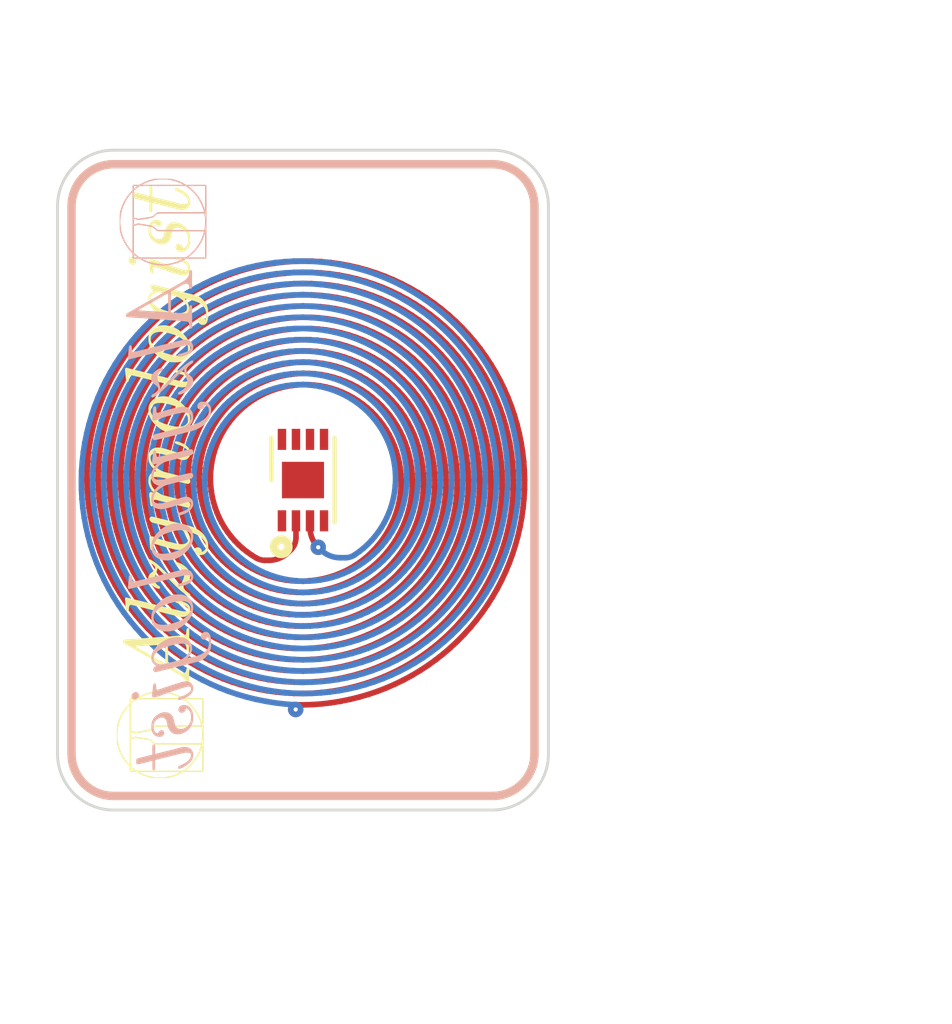
<source format=kicad_pcb>
(kicad_pcb (version 20240108) (generator "pcbnew") (generator_version "8.0")
  (layers (0 "F.Cu" signal) (31 "B.Cu" signal) (34 "B.Paste" user) (35 "F.Paste" user) (36 "B.SilkS" user "B.Silkscreen") (37 "F.SilkS" user "F.Silkscreen") (38 "B.Mask" user) (39 "F.Mask" user) (44 "Edge.Cuts" user))
  (net 0 "")
  (net 2 "Net-(U1-AC0)")
  (footprint "Package_DFN_QFN:DFN-8-1EP_3x2mm_P0.5mm_EP1.3x1.5mm" (layer "F.Cu") (at 108.75 86.75 90)
    (property "Reference" "U1" (hide yes))
    (property "Value" "M24SR02-YMC6T/2")
  )
  (gr_arc (start 115.5 75.5) (mid 116.56066 75.93934) (end 117 77) (stroke (width 0.3)) (layer "B.SilkS"))
  (gr_poly (pts (xy 102.510914 82.391) (xy 102.511092 82.395311) (xy 102.511361 82.399363) (xy 102.511719 82.403168) (xy 102.512169 82.406737) (xy 102.512711 82.410083) (xy 102.513345 82.413217) (xy 102.514071 82.41615) (xy 102.514891 82.418895) (xy 102.515805 82.421463) (xy 102.516814 82.423866) (xy 102.517918 82.426116) (xy 102.519117 82.428224) (xy 102.520413 82.430202) (xy 102.521805 82.432062) (xy 102.523295 82.433815) (xy 102.524884 82.435473) (xy 102.52657 82.437049) (xy 102.527995 82.438226) (xy 102.529481 82.439372) (xy 102.531017 82.440481) (xy 102.53259 82.441547) (xy 102.534187 82.442563) (xy 102.535798 82.443523) (xy 102.537408 82.444421) (xy 102.539006 82.445251) (xy 102.540579 82.446007) (xy 102.542115 82.446681) (xy 102.543601 82.44727) (xy 102.545025 82.447765) (xy 102.546375 82.44816) (xy 102.547638 82.448451) (xy 102.548801 82.44863) (xy 102.549854 82.448691) (xy 102.570996 82.444242) (xy 102.622151 82.432154) (xy 102.783745 82.392599) (xy 104.505654 81.96662) (xy 104.517443 81.964146) (xy 104.529893 81.961889) (xy 104.542859 81.959854) (xy 104.556197 81.958046) (xy 104.583407 81.955132) (xy 104.610362 81.953192) (xy 104.635904 81.952269) (xy 104.647782 81.952203) (xy 104.658872 81.952407) (xy 104.669029 81.952887) (xy 104.678107 81.953648) (xy 104.685962 81.954696) (xy 104.69245 81.956036) (xy 104.698877 81.958006) (xy 104.705052 81.960331) (xy 104.710958 81.962995) (xy 104.716576 81.965983) (xy 104.721891 81.969278) (xy 104.726884 81.972863) (xy 104.73154 81.976723) (xy 104.735841 81.980841) (xy 104.73977 81.985201) (xy 104.741589 81.987467) (xy 104.743309 81.989786) (xy 104.744928 81.992159) (xy 104.746443 81.994581) (xy 104.747852 81.997052) (xy 104.749153 81.999569) (xy 104.750344 82.00213) (xy 104.751423 82.004733) (xy 104.752387 82.007377) (xy 104.753235 82.010058) (xy 104.753965 82.012776) (xy 104.754574 82.015527) (xy 104.75506 82.018311) (xy 104.75542 82.021124) (xy 104.756129 82.030563) (xy 104.756053 82.039655) (xy 104.755712 82.044084) (xy 104.755165 82.048441) (xy 104.754407 82.052731) (xy 104.753436 82.056958) (xy 104.752248 82.061129) (xy 104.750839 82.065247) (xy 104.749207 82.069317) (xy 104.747346 82.073344) (xy 104.745255 82.077333) (xy 104.74293 82.081289) (xy 104.740366 82.085217) (xy 104.737561 82.089122) (xy 104.731212 82.09688) (xy 104.723856 82.104602) (xy 104.715465 82.112327) (xy 104.706009 82.120095) (xy 104.695463 82.127942) (xy 104.683797 82.13591) (xy 104.670984 82.144035) (xy 104.656995 82.152357) (xy 104.636524 82.163099) (xy 104.613182 82.173896) (xy 104.586925 82.184755) (xy 104.55771 82.195683) (xy 104.525494 82.206685) (xy 104.490233 82.217767) (xy 104.451884 82.228936) (xy 104.410404 82.240199) (xy 104.395211 82.244223) (xy 104.38044 82.248285) (xy 104.366462 82.252272) (xy 104.353651 82.256074) (xy 104.342377 82.259577) (xy 104.333013 82.262672) (xy 104.325931 82.265245) (xy 104.323363 82.266302) (xy 104.321504 82.267186) (xy 104.318839 82.268673) (xy 104.316303 82.270346) (xy 104.313898 82.272196) (xy 104.311624 82.27421) (xy 104.309484 82.276378) (xy 104.30748 82.278688) (xy 104.305613 82.281129) (xy 104.303884 82.28369) (xy 104.302296 82.286359) (xy 104.300849 82.289126) (xy 104.299546 82.291978) (xy 104.298389 82.294906) (xy 104.297378 82.297897) (xy 104.296516 82.30094) (xy 104.295804 82.304024) (xy 104.295244 82.307139) (xy 104.294837 82.310271) (xy 104.294586 82.313412) (xy 104.294491 82.316548) (xy 104.294554 82.319669) (xy 104.294778 82.322764) (xy 104.295164 82.325821) (xy 104.295712 82.32883) (xy 104.296426 82.331778) (xy 104.297307 82.334655) (xy 104.298355 82.33745) (xy 104.299574 82.34015) (xy 104.300964 82.342746) (xy 104.302528 82.345225) (xy 104.304266 82.347577) (xy 104.306181 82.34979) (xy 104.308275 82.351853) (xy 104.313023 82.35514) (xy 104.319129 82.357659) (xy 104.326583 82.35941) (xy 104.335378 82.360394) (xy 104.345506 82.360613) (xy 104.35696 82.360067) (xy 104.369731 82.358756) (xy 104.383813 82.356682) (xy 104.399197 82.353845) (xy 104.415875 82.350246) (xy 104.453084 82.340766) (xy 104.495378 82.328246) (xy 104.542695 82.312695) (xy 104.571035 82.302589) (xy 104.597739 82.292293) (xy 104.622846 82.281781) (xy 104.646395 82.271023) (xy 104.668425 82.259993) (xy 104.688975 82.248662) (xy 104.708082 82.237002) (xy 104.725787 82.224986) (xy 104.742127 82.212585) (xy 104.757142 82.199772) (xy 104.764165 82.193202) (xy 104.77087 82.186518) (xy 104.777264 82.179718) (xy 104.78335 82.172796) (xy 104.789134 82.165751) (xy 104.794621 82.158579) (xy 104.799815 82.151275) (xy 104.804722 82.143837) (xy 104.809345 82.136261) (xy 104.81369 82.128543) (xy 104.817762 82.120681) (xy 104.821566 82.11267) (xy 104.824399 82.105287) (xy 104.82694 82.096917) (xy 104.829184 82.087688) (xy 104.831124 82.077728) (xy 104.832754 82.067167) (xy 104.834068 82.056134) (xy 104.835059 82.044756) (xy 104.835721 82.033163) (xy 104.836049 82.021482) (xy 104.836036 82.009844) (xy 104.835675 81.998376) (xy 104.834961 81.987208) (xy 104.833887 81.976467) (xy 104.832447 81.966283) (xy 104.830635 81.956784) (xy 104.828445 81.948099) (xy 104.82341 81.932149) (xy 104.817628 81.91684) (xy 104.8111 81.902168) (xy 104.803822 81.888129) (xy 104.795795 81.87472) (xy 104.787015 81.861937) (xy 104.777482 81.849775) (xy 104.767194 81.838231) (xy 104.75615 81.827301) (xy 104.744347 81.81698) (xy 104.731785 81.807266) (xy 104.718461 81.798155) (xy 104.704375 81.789641) (xy 104.689525 81.781723) (xy 104.673908 81.774395) (xy 104.657524 81.767653) (xy 104.64818 81.764349) (xy 104.638062 81.761384) (xy 104.627251 81.758763) (xy 104.615828 81.756491) (xy 104.603875 81.754573) (xy 104.591473 81.753012) (xy 104.578703 81.751815) (xy 104.565648 81.750984) (xy 104.552388 81.750526) (xy 104.539005 81.750445) (xy 104.525579 81.750745) (xy 104.512194 81.751431) (xy 104.498929 81.752507) (xy 104.485867 81.753979) (xy 104.473088 81.755851) (xy 104.460674 81.758128) (xy 104.186368 81.824869) (xy 103.590195 81.972969) (xy 103.266974 82.053485) (xy 102.997132 82.119813) (xy 102.808848 82.165107) (xy 102.754096 82.177726) (xy 102.7303 82.18252) (xy 102.724579 82.182976) (xy 102.719483 82.183344) (xy 102.714954 82.183607) (xy 102.710935 82.183752) (xy 102.709099 82.183775) (xy 102.707369 82.183763) (xy 102.705738 82.183714) (xy 102.704199 82.183627) (xy 102.702744 82.183498) (xy 102.701366 82.183327) (xy 102.700059 82.183112) (xy 102.698814 82.18285) (xy 102.697625 82.182541) (xy 102.696485 82.182181) (xy 102.695387 82.18177) (xy 102.694322 82.181305) (xy 102.693285 82.180785) (xy 102.692268 82.180207) (xy 102.691264 82.179571) (xy 102.690265 82.178873) (xy 102.689264 82.178113) (xy 102.688255 82.177288) (xy 102.68723 82.176397) (xy 102.686182 82.175437) (xy 102.683988 82.173305) (xy 102.681616 82.170878) (xy 102.678208 82.167286) (xy 102.675111 82.163597) (xy 102.672303 82.159726) (xy 102.66976 82.15559) (xy 102.667458 82.151104) (xy 102.665375 82.146182) (xy 102.663488 82.140741) (xy 102.661773 82.134696) (xy 102.660206 82.127963) (xy 102.658765 82.120458) (xy 102.657426 82.112094) (xy 102.656167 82.102789) (xy 102.653792 82.081016) (xy 102.651454 82.054461) (xy 102.650464 82.041693) (xy 102.649465 82.03013) (xy 102.648435 82.019698) (xy 102.647353 82.010325) (xy 102.646196 82.001939) (xy 102.645582 81.998092) (xy 102.644943 81.994465) (xy 102.644273 81.991048) (xy 102.643572 81.987832) (xy 102.642835 81.984807) (xy 102.642061 81.981965) (xy 102.641247 81.979297) (xy 102.640389 81.976794) (xy 102.639486 81.974446) (xy 102.638535 81.972244) (xy 102.637532 81.97018) (xy 102.636475 81.968243) (xy 102.635362 81.966426) (xy 102.63419 81.964718) (xy 102.632955 81.963111) (xy 102.631656 81.961596) (xy 102.630289 81.960163) (xy 102.628853 81.958804) (xy 102.627343 81.957509) (xy 102.625758 81.95627) (xy 102.624094 81.955076) (xy 102.622349 81.95392) (xy 102.620146 81.952566) (xy 102.617902 81.951381) (xy 102.615623 81.950363) (xy 102.613312 81.949512) (xy 102.610974 81.948823) (xy 102.608611 81.948298) (xy 102.606228 81.947933) (xy 102.603829 81.947727) (xy 102.601417 81.947678) (xy 102.598997 81.947785) (xy 102.596572 81.948046) (xy 102.594147 81.948459) (xy 102.591724 81.949024) (xy 102.589309 81.949737) (xy 102.586904 81.950598) (xy 102.584514 81.951605) (xy 102.582143 81.952755) (xy 102.579794 81.954049) (xy 102.577472 81.955483) (xy 102.575179 81.957056) (xy 102.572921 81.958768) (xy 102.570701 81.960615) (xy 102.568523 81.962596) (xy 102.56639 81.96471) (xy 102.564307 81.966955) (xy 102.562278 81.969329) (xy 102.560306 81.971831) (xy 102.558395 81.974459) (xy 102.556549 81.977211) (xy 102.554772 81.980087) (xy 102.553069 81.983083) (xy 102.551441 81.986199) (xy 102.55081 81.987814) (xy 102.55011 81.990436) (xy 102.548531 81.998469) (xy 102.546753 82.009825) (xy 102.544827 82.024034) (xy 102.540726 82.059125) (xy 102.536624 82.09997) (xy 102.532548 82.146578) (xy 102.527827 82.197403) (xy 102.523007 82.246342) (xy 102.518633 82.287295) (xy 102.516513 82.306063) (xy 102.51472 82.323139) (xy 102.513259 82.338616) (xy 102.512134 82.352589) (xy 102.511351 82.365151) (xy 102.510913 82.376396) (xy 102.510825 82.386418)) (fill solid) (layer "B.SilkS"))
  (gr_poly (pts (xy 102.238175 77.92802) (xy 102.251038 77.976219) (xy 102.265229 78.023597) (xy 102.280762 78.070177) (xy 102.297648 78.115981) (xy 102.315902 78.161032) (xy 102.335536 78.205352) (xy 102.356564 78.248963) (xy 102.378999 78.291888) (xy 102.402854 78.334149) (xy 102.428142 78.37577) (xy 102.454877 78.416772) (xy 102.483071 78.457178) (xy 102.512738 78.49701) (xy 102.543891 78.536292) (xy 102.576543 78.575044) (xy 102.610708 78.613291) (xy 102.672091 78.680495) (xy 102.672091 78.766749) (xy 102.672191 78.787897) (xy 102.672488 78.806155) (xy 102.672711 78.814228) (xy 102.672984 78.821611) (xy 102.673307 78.828314) (xy 102.673679 78.83435) (xy 102.6741 78.839728) (xy 102.674572 78.84446) (xy 102.675093 78.848556) (xy 102.675663 78.852027) (xy 102.676283 78.854885) (xy 102.676953 78.857139) (xy 102.677306 78.858043) (xy 102.677672 78.858801) (xy 102.678051 78.859414) (xy 102.678441 78.859882) (xy 102.679686 78.860738) (xy 102.681652 78.861522) (xy 102.687859 78.862883) (xy 102.697277 78.863984) (xy 102.710125 78.864843) (xy 102.726619 78.865479) (xy 102.746977 78.86591) (xy 102.80015 78.866232) (xy 102.914979 78.866232) (xy 102.963662 78.895336) (xy 103.008567 78.921294) (xy 103.055262 78.945757) (xy 103.103575 78.968684) (xy 103.153335 78.990032) (xy 103.204374 79.009759) (xy 103.256519 79.027821) (xy 103.3096 79.044177) (xy 103.363447 79.058783) (xy 103.41789 79.071597) (xy 103.472758 79.082576) (xy 103.527879 79.091677) (xy 103.583085 79.098859) (xy 103.638203 79.104078) (xy 103.693065 79.107291) (xy 103.747498 79.108457) (xy 103.801333 79.107532) (xy 103.850575 79.104863) (xy 103.899821 79.100644) (xy 103.948988 79.094897) (xy 103.997993 79.087647) (xy 104.046753 79.078918) (xy 104.095185 79.068735) (xy 104.143206 79.05712) (xy 104.190733 79.044098) (xy 104.237684 79.029694) (xy 104.283975 79.013931) (xy 104.329524 78.996833) (xy 104.374247 78.978424) (xy 104.418061 78.958728) (xy 104.460884 78.93777) (xy 104.502633 78.915573) (xy 104.543224 78.892161) (xy 104.586616 78.866232) (xy 104.944333 78.866232) (xy 105.059531 78.866191) (xy 105.10648 78.866121) (xy 105.146979 78.866001) (xy 105.181515 78.865819) (xy 105.1967 78.865701) (xy 105.210577 78.865562) (xy 105.223207 78.865403) (xy 105.234651 78.865219) (xy 105.244971 78.865011) (xy 105.254226 78.864777) (xy 105.262478 78.864515) (xy 105.269788 78.864223) (xy 105.276218 78.8639) (xy 105.281826 78.863545) (xy 105.286676 78.863156) (xy 105.290827 78.862731) (xy 105.294341 78.862268) (xy 105.295878 78.862023) (xy 105.297279 78.861767) (xy 105.29855 78.861502) (xy 105.299701 78.861226) (xy 105.300737 78.86094) (xy 105.301668 78.860643) (xy 105.302501 78.860335) (xy 105.303242 78.860016) (xy 105.3039 78.859686) (xy 105.304483 78.859345) (xy 105.304998 78.858992) (xy 105.305453 78.858627) (xy 105.305855 78.85825) (xy 105.306212 78.857861) (xy 105.306531 78.857459) (xy 105.306821 78.857045) (xy 105.307341 78.856178) (xy 105.309731 78.772983) (xy 105.311376 78.53074) (xy 105.312633 77.546491) (xy 105.312352 76.848156) (xy 105.311907 76.619105) (xy 105.311178 76.455614) (xy 105.310101 76.346791) (xy 105.309413 76.309478) (xy 105.308614 76.281749) (xy 105.307699 76.262243) (xy 105.306657 76.249598) (xy 105.305482 76.242454) (xy 105.304842 76.240519) (xy 105.304166 76.239449) (xy 105.299376 76.236958) (xy 105.288663 76.235001) (xy 105.269182 76.233514) (xy 105.259716 76.233187) (xy 105.259716 76.278607) (xy 105.259187 76.714111) (xy 105.258994 76.855319) (xy 105.258732 76.961621) (xy 105.258539 77.003067) (xy 105.258285 77.03745) (xy 105.257954 77.065323) (xy 105.257533 77.08724) (xy 105.257284 77.096139) (xy 105.257007 77.103756) (xy 105.256699 77.110162) (xy 105.25636 77.115425) (xy 105.255987 77.119616) (xy 105.255579 77.122802) (xy 105.255133 77.125053) (xy 105.254895 77.12585) (xy 105.254648 77.12644) (xy 105.25439 77.12683) (xy 105.254121 77.12703) (xy 105.253842 77.127048) (xy 105.253552 77.126893) (xy 105.253251 77.126574) (xy 105.252938 77.126099) (xy 105.252278 77.124717) (xy 105.251569 77.122816) (xy 105.250809 77.120465) (xy 105.249133 77.114691) (xy 105.242074 77.090437) (xy 105.233043 77.062741) (xy 105.231141 77.057343) (xy 105.231141 77.257565) (xy 105.243841 77.338528) (xy 105.2476 77.362612) (xy 105.250596 77.384557) (xy 105.25291 77.405696) (xy 105.254623 77.427362) (xy 105.255815 77.450888) (xy 105.256566 77.477608) (xy 105.256958 77.508855) (xy 105.25707 77.545961) (xy 105.256958 77.583231) (xy 105.256566 77.614629) (xy 105.255815 77.641574) (xy 105.254623 77.665487) (xy 105.253836 77.675733) (xy 105.253836 77.970748) (xy 105.254871 77.971378) (xy 105.256489 77.982747) (xy 105.257599 78.011231) (xy 105.25874 78.137007) (xy 105.259187 78.383632) (xy 105.259716 78.818607) (xy 104.960737 78.818607) (xy 104.844593 78.818425) (xy 104.749533 78.817946) (xy 104.685331 78.817268) (xy 104.667855 78.816885) (xy 104.661758 78.816491) (xy 104.661959 78.816146) (xy 104.662548 78.815519) (xy 104.664809 78.813481) (xy 104.668371 78.8105) (xy 104.673069 78.806701) (xy 104.685198 78.797143) (xy 104.699858 78.785799) (xy 104.725852 78.766026) (xy 104.751984 78.744871) (xy 104.778171 78.722426) (xy 104.804327 78.698784) (xy 104.830369 78.674038) (xy 104.856211 78.648282) (xy 104.88177 78.621607) (xy 104.90696 78.594108) (xy 104.931698 78.565877) (xy 104.955899 78.537008) (xy 104.979478 78.507592) (xy 105.002351 78.477725) (xy 105.024433 78.447497) (xy 105.04564 78.417003) (xy 105.065888 78.386335) (xy 105.085091 78.355586) (xy 105.109395 78.31375) (xy 105.133874 78.267753) (xy 105.157905 78.21899) (xy 105.18087 78.168857) (xy 105.202148 78.118748) (xy 105.22112 78.07006) (xy 105.237164 78.024186) (xy 105.243895 78.002742) (xy 105.249662 77.982524) (xy 105.252632 77.972759) (xy 105.253836 77.970748) (xy 105.253836 77.675733) (xy 105.25291 77.687787) (xy 105.250596 77.709896) (xy 105.2476 77.733232) (xy 105.243841 77.759216) (xy 105.231141 77.84494) (xy 104.410404 77.843882) (xy 103.590195 77.842295) (xy 103.566383 77.829595) (xy 103.563661 77.828056) (xy 103.560481 77.82604) (xy 103.552906 77.820706) (xy 103.543966 77.813847) (xy 103.533971 77.805716) (xy 103.523233 77.796568) (xy 103.512061 77.786658) (xy 103.500764 77.776239) (xy 103.489654 77.765566) (xy 103.477166 77.753718) (xy 103.465155 77.74282) (xy 103.459354 77.737744) (xy 103.453702 77.732926) (xy 103.448211 77.728373) (xy 103.442889 77.724092) (xy 103.437746 77.72009) (xy 103.432794 77.716375) (xy 103.428042 77.712952) (xy 103.4235 77.709829) (xy 103.419178 77.707014) (xy 103.415086 77.704512) (xy 103.411234 77.702331) (xy 103.407633 77.700478) (xy 103.397132 77.696135) (xy 103.382464 77.691631) (xy 103.362091 77.686656) (xy 103.334476 77.680899) (xy 103.251363 77.665801) (xy 103.120825 77.643857) (xy 102.868412 77.601357) (xy 102.868412 77.653382) (xy 103.112887 77.694128) (xy 103.212387 77.711293) (xy 103.294524 77.726275) (xy 103.327003 77.732575) (xy 103.352649 77.737883) (xy 103.37063 77.742051) (xy 103.376487 77.74366) (xy 103.380116 77.744928) (xy 103.382728 77.746164) (xy 103.38578 77.747872) (xy 103.389241 77.750025) (xy 103.393081 77.752601) (xy 103.401771 77.758918) (xy 103.411602 77.766624) (xy 103.422325 77.77552) (xy 103.433694 77.785409) (xy 103.44546 77.796092) (xy 103.457375 77.80737) (xy 103.469128 77.818289) (xy 103.481154 77.829041) (xy 103.49313 77.839358) (xy 103.504735 77.848975) (xy 103.515645 77.857625) (xy 103.525538 77.865041) (xy 103.530002 77.868202) (xy 103.534091 77.870955) (xy 103.537765 77.873267) (xy 103.540983 77.875103) (xy 103.569029 77.88992) (xy 104.39347 77.891507) (xy 104.713302 77.89226) (xy 104.975289 77.893558) (xy 105.152345 77.895153) (xy 105.200559 77.895985) (xy 105.217383 77.896799) (xy 105.21697 77.90031) (xy 105.215964 77.905564) (xy 105.21238 77.920587) (xy 105.207049 77.940433) (xy 105.200383 77.963672) (xy 105.1928 77.988871) (xy 105.184715 78.014596) (xy 105.176543 78.039416) (xy 105.168699 78.061899) (xy 105.152275 78.104788) (xy 105.134566 78.147118) (xy 105.115589 78.188864) (xy 105.09536 78.23) (xy 105.073898 78.2705) (xy 105.051218 78.310339) (xy 105.027339 78.349492) (xy 105.002277 78.387932) (xy 104.976048 78.425634) (xy 104.948672 78.462572) (xy 104.920163 78.498721) (xy 104.89054 78.534056) (xy 104.859819 78.56855) (xy 104.828017 78.602179) (xy 104.795152 78.634916) (xy 104.761241 78.666736) (xy 104.739859 78.685546) (xy 104.716097 78.705696) (xy 104.690994 78.726342) (xy 104.665594 78.74664) (xy 104.640938 78.765748) (xy 104.618068 78.782822) (xy 104.598026 78.797019) (xy 104.589391 78.802775) (xy 104.581854 78.807495) (xy 104.574325 78.811163) (xy 104.558736 78.813919) (xy 104.484487 78.816515) (xy 104.484487 78.866761) (xy 104.415695 78.901686) (xy 104.366292 78.925205) (xy 104.314352 78.947261) (xy 104.260216 78.967729) (xy 104.204227 78.986485) (xy 104.146725 79.003406) (xy 104.08805 79.018368) (xy 104.028545 79.031245) (xy 103.968549 79.041915) (xy 103.944935 79.045476) (xy 103.923405 79.048274) (xy 103.902321 79.050389) (xy 103.880046 79.051903) (xy 103.854944 79.052897) (xy 103.825377 79.05345) (xy 103.746299 79.053557) (xy 103.701883 79.053465) (xy 103.6658 79.053119) (xy 103.636167 79.052413) (xy 103.611097 79.051242) (xy 103.588707 79.049501) (xy 103.56711 79.047083) (xy 103.544422 79.043884) (xy 103.518758 79.039799) (xy 103.461986 79.029267) (xy 103.406591 79.017061) (xy 103.352312 79.003094) (xy 103.298889 78.987279) (xy 103.246061 78.969529) (xy 103.193568 78.949758) (xy 103.14115 78.927878) (xy 103.088545 78.903803) (xy 103.075023 78.897354) (xy 103.062418 78.891202) (xy 103.051003 78.885497) (xy 103.041053 78.880387) (xy 103.032838 78.876022) (xy 103.026633 78.872549) (xy 103.024369 78.871194) (xy 103.02271 78.870118) (xy 103.021689 78.86934) (xy 103.021429 78.869068) (xy 103.021341 78.868878) (xy 103.236183 78.867026) (xy 103.752649 78.866761) (xy 104.484487 78.866761) (xy 104.484487 78.816515) (xy 104.464379 78.817218) (xy 103.750004 78.818607) (xy 103.49651 78.818568) (xy 103.301518 78.818392) (xy 103.157203 78.817993) (xy 103.101603 78.817683) (xy 103.055737 78.817284) (xy 103.018627 78.816786) (xy 102.989296 78.816178) (xy 102.966763 78.815449) (xy 102.950053 78.814589) (xy 102.938185 78.813585) (xy 102.933761 78.813027) (xy 102.930182 78.812429) (xy 102.927324 78.811789) (xy 102.925066 78.811107) (xy 102.923284 78.810382) (xy 102.921858 78.809611) (xy 102.907077 78.799551) (xy 102.886958 78.784989) (xy 102.863303 78.767326) (xy 102.837919 78.747963) (xy 102.812609 78.728304) (xy 102.789178 78.709748) (xy 102.76943 78.693697) (xy 102.755171 78.681553) (xy 102.727654 78.655967) (xy 102.727654 78.728649) (xy 102.728049 78.72874) (xy 102.72863 78.729008) (xy 102.729387 78.729444) (xy 102.730308 78.730038) (xy 102.732593 78.731663) (xy 102.735393 78.733808) (xy 102.738614 78.7364) (xy 102.742165 78.739364) (xy 102.74595 78.742626) (xy 102.749879 78.746111) (xy 102.754677 78.750323) (xy 102.760586 78.755297) (xy 102.767375 78.760855) (xy 102.774816 78.766815) (xy 102.790732 78.779225) (xy 102.798749 78.785316) (xy 102.8065 78.79109) (xy 102.843012 78.818607) (xy 102.725008 78.818607) (xy 102.725008 78.773628) (xy 102.725057 78.764555) (xy 102.725198 78.756108) (xy 102.725427 78.748467) (xy 102.725736 78.741812) (xy 102.726119 78.736323) (xy 102.726337 78.734072) (xy 102.726571 78.732179) (xy 102.72682 78.730668) (xy 102.727084 78.729561) (xy 102.727222 78.729166) (xy 102.727362 78.728881) (xy 102.727507 78.728707) (xy 102.727654 78.728649) (xy 102.727654 78.655967) (xy 102.725008 78.653507) (xy 102.725008 77.685132) (xy 102.744587 77.689365) (xy 102.751603 77.690815) (xy 102.7582 77.691982) (xy 102.764429 77.692858) (xy 102.770343 77.693434) (xy 102.775993 77.693699) (xy 102.781431 77.693644) (xy 102.78671 77.693261) (xy 102.791881 77.692541) (xy 102.796997 77.691472) (xy 102.802108 77.690048) (xy 102.807268 77.688257) (xy 102.812527 77.686091) (xy 102.817939 77.683541) (xy 102.823554 77.680597) (xy 102.829425 77.67725) (xy 102.835604 77.673491) (xy 102.868412 77.653382) (xy 102.868412 77.601357) (xy 102.86312 77.600466) (xy 102.840366 77.611578) (xy 102.835383 77.614117) (xy 102.830064 77.616911) (xy 102.819067 77.622889) (xy 102.808666 77.628768) (xy 102.804091 77.631437) (xy 102.80015 77.633803) (xy 102.794571 77.637306) (xy 102.792129 77.638713) (xy 102.789847 77.639897) (xy 102.787671 77.64086) (xy 102.785546 77.641607) (xy 102.783418 77.642142) (xy 102.781232 77.642468) (xy 102.778935 77.64259) (xy 102.776472 77.642511) (xy 102.773788 77.642234) (xy 102.770831 77.641765) (xy 102.767544 77.641107) (xy 102.763875 77.640264) (xy 102.755171 77.638036) (xy 102.727654 77.630628) (xy 102.726066 77.549666) (xy 102.725773 77.528407) (xy 102.725708 77.51919) (xy 102.725703 77.510863) (xy 102.725759 77.503389) (xy 102.72588 77.496729) (xy 102.72607 77.490847) (xy 102.726331 77.485702) (xy 102.726666 77.481259) (xy 102.727079 77.477479) (xy 102.727316 77.475825) (xy 102.727573 77.474323) (xy 102.727851 77.472967) (xy 102.72815 77.471754) (xy 102.728471 77.470678) (xy 102.728814 77.469734) (xy 102.72918 77.468918) (xy 102.729568 77.468224) (xy 102.72998 77.467649) (xy 102.730415 77.467188) (xy 102.730874 77.466835) (xy 102.731358 77.466586) (xy 102.739267 77.463989) (xy 102.746387 77.461756) (xy 102.752807 77.459891) (xy 102.758618 77.458401) (xy 102.763912 77.457289) (xy 102.766393 77.456876) (xy 102.768779 77.456559) (xy 102.771081 77.456339) (xy 102.773309 77.456217) (xy 102.775477 77.456193) (xy 102.777594 77.456268) (xy 102.779672 77.456441) (xy 102.781723 77.456715) (xy 102.783758 77.457089) (xy 102.785789 77.457564) (xy 102.787826 77.45814) (xy 102.78988 77.458819) (xy 102.791964 77.4596) (xy 102.794089 77.460484) (xy 102.798505 77.462566) (xy 102.80322 77.465067) (xy 102.808324 77.467993) (xy 102.813908 77.471349) (xy 102.820178 77.475103) (xy 102.826567 77.478757) (xy 102.832893 77.482213) (xy 102.838977 77.485372) (xy 102.84464 77.488133) (xy 102.849701 77.490399) (xy 102.85195 77.491315) (xy 102.853981 77.492069) (xy 102.855772 77.49265) (xy 102.8573 77.493045) (xy 102.865226 77.492772) (xy 102.882708 77.490862) (xy 102.9419 77.482726) (xy 103.025996 77.469828) (xy 103.126116 77.453357) (xy 103.197967 77.441375) (xy 103.256225 77.431422) (xy 103.302478 77.423192) (xy 103.338312 77.416382) (xy 103.352819 77.413414) (xy 103.365316 77.410688) (xy 103.376003 77.408165) (xy 103.385077 77.405807) (xy 103.392738 77.403576) (xy 103.399183 77.401434) (xy 103.404611 77.399343) (xy 103.40922 77.397265) (xy 103.412246 77.395534) (xy 103.415739 77.393337) (xy 103.423963 77.387666) (xy 103.433563 77.380494) (xy 103.444212 77.372064) (xy 103.455579 77.362616) (xy 103.467338 77.352394) (xy 103.479158 77.341638) (xy 103.490712 77.330591) (xy 103.502192 77.319767) (xy 103.513797 77.309292) (xy 103.525203 77.299411) (xy 103.536088 77.290374) (xy 103.54613 77.282428) (xy 103.550734 77.278942) (xy 103.555006 77.275822) (xy 103.558906 77.273098) (xy 103.562393 77.270803) (xy 103.565428 77.268966) (xy 103.56797 77.26762) (xy 103.577799 77.264453) (xy 103.596992 77.26203) (xy 103.699336 77.259021) (xy 104.410933 77.257565) (xy 105.231141 77.257565) (xy 105.231141 77.057343) (xy 105.222399 77.032528) (xy 105.210504 77.000721) (xy 105.197715 76.968245) (xy 105.184393 76.936022) (xy 105.170897 76.904978) (xy 105.157587 76.876036) (xy 105.143211 76.846585) (xy 105.128254 76.817554) (xy 105.112707 76.788931) (xy 105.096559 76.760703) (xy 105.0798 76.732856) (xy 105.062421 76.705377) (xy 105.04441 76.678253) (xy 105.025758 76.651471) (xy 105.006455 76.625018) (xy 104.986491 76.59888) (xy 104.965856 76.573045) (xy 104.944539 76.547498) (xy 104.922531 76.522228) (xy 104.899822 76.49722) (xy 104.876401 76.472462) (xy 104.852258 76.447941) (xy 104.833624 76.429549) (xy 104.814216 76.410841) (xy 104.794596 76.392344) (xy 104.77533 76.374585) (xy 104.756982 76.358091) (xy 104.740116 76.343389) (xy 104.725296 76.331006) (xy 104.713087 76.32147) (xy 104.702829 76.313685) (xy 104.693235 76.306322) (xy 104.684521 76.299555) (xy 104.676905 76.293556) (xy 104.670604 76.2885) (xy 104.665834 76.28456) (xy 104.664091 76.283063) (xy 104.662813 76.28191) (xy 104.662026 76.281123) (xy 104.661825 76.280874) (xy 104.661758 76.280724) (xy 104.685331 76.279947) (xy 104.749533 76.279269) (xy 104.960737 76.278607) (xy 105.259716 76.278607) (xy 105.259716 76.233187) (xy 105.238086 76.232437) (xy 105.129665 76.231263) (xy 104.940629 76.230982) (xy 104.585029 76.230982) (xy 104.56492 76.218917) (xy 104.56492 76.278607) (xy 104.595083 76.299774) (xy 104.645133 76.33615) (xy 104.693287 76.37384) (xy 104.739546 76.412843) (xy 104.783913 76.453158) (xy 104.826388 76.494785) (xy 104.866973 76.537722) (xy 104.90567 76.58197) (xy 104.942481 76.627527) (xy 104.977406 76.674392) (xy 105.010448 76.722565) (xy 105.041607 76.772044) (xy 105.070886 76.82283) (xy 105.098287 76.874922) (xy 105.123809 76.928317) (xy 105.147456 76.983017) (xy 105.169229 77.03902) (xy 105.177527 77.062452) (xy 105.185906 77.087472) (xy 105.193999 77.112838) (xy 105.201442 77.137312) (xy 105.207867 77.159653) (xy 105.21291 77.17862) (xy 105.216203 77.192974) (xy 105.21708 77.198033) (xy 105.217383 77.201474) (xy 104.975223 77.203987) (xy 104.392941 77.205707) (xy 103.569029 77.207295) (xy 103.541512 77.221582) (xy 103.53848 77.223325) (xy 103.53497 77.225555) (xy 103.526679 77.231339) (xy 103.516974 77.23866) (xy 103.50619 77.247247) (xy 103.494662 77.256826) (xy 103.482725 77.267124) (xy 103.470713 77.277868) (xy 103.458962 77.288786) (xy 103.447483 77.299632) (xy 103.435885 77.310168) (xy 103.424499 77.320133) (xy 103.413652 77.329268) (xy 103.403673 77.337311) (xy 103.394892 77.344002) (xy 103.391052 77.346759) (xy 103.387635 77.34908) (xy 103.384682 77.350934) (xy 103.382233 77.352286) (xy 103.373573 77.3556) (xy 103.358792 77.359645) (xy 103.337426 77.364509) (xy 103.309009 77.370278) (xy 103.229163 77.38488) (xy 103.115533 77.404145) (xy 102.870529 77.444891) (xy 102.838779 77.425311) (xy 102.832506 77.421634) (xy 102.82637 77.418337) (xy 102.82035 77.415419) (xy 102.814421 77.412876) (xy 102.80856 77.410705) (xy 102.802744 77.408903) (xy 102.79695 77.407467) (xy 102.791154 77.406394) (xy 102.785333 77.40568) (xy 102.779465 77.405323) (xy 102.773525 77.405319) (xy 102.76749 77.405666) (xy 102.761338 77.40636) (xy 102.755044 77.407398) (xy 102.748587 77.408777) (xy 102.741941 77.410495) (xy 102.725008 77.415786) (xy 102.725008 76.443707) (xy 102.760462 76.412486) (xy 102.777445 76.398052) (xy 102.798099 76.381249) (xy 102.821035 76.363131) (xy 102.844864 76.344753) (xy 102.868197 76.327169) (xy 102.889645 76.311432) (xy 102.907818 76.298598) (xy 102.921329 76.28972) (xy 102.928855 76.286052) (xy 102.94443 76.283295) (xy 103.038671 76.279996) (xy 103.75212 76.278607) (xy 104.56492 76.278607) (xy 104.56492 76.218917) (xy 104.540049 76.203995) (xy 104.498706 76.180123) (xy 104.45368 76.156692) (xy 104.405602 76.133943) (xy 104.355106 76.112118) (xy 104.302824 76.091459) (xy 104.249388 76.072208) (xy 104.195432 76.054605) (xy 104.141587 76.038895) (xy 104.061154 76.01667) (xy 103.748945 76.01667) (xy 103.748945 76.043657) (xy 103.789343 76.043746) (xy 103.822987 76.044071) (xy 103.851311 76.044718) (xy 103.875747 76.045774) (xy 103.897727 76.047326) (xy 103.918684 76.049462) (xy 103.94005 76.052267) (xy 103.963258 76.055828) (xy 104.023248 76.066232) (xy 104.081527 76.078433) (xy 104.138317 76.092496) (xy 104.193842 76.10848) (xy 104.248326 76.126449) (xy 104.301991 76.146464) (xy 104.35506 76.168588) (xy 104.407758 76.192882) (xy 104.484487 76.229924) (xy 103.752649 76.230453) (xy 103.236183 76.230519) (xy 103.079054 76.230081) (xy 103.021341 76.229395) (xy 103.023089 76.227843) (xy 103.028077 76.224892) (xy 103.046253 76.215496) (xy 103.072826 76.202615) (xy 103.104751 76.187657) (xy 103.172476 76.157139) (xy 103.202187 76.144394) (xy 103.22507 76.135203) (xy 103.258645 76.123419) (xy 103.294333 76.111969) (xy 103.331622 76.100991) (xy 103.369996 76.090621) (xy 103.40894 76.080995) (xy 103.44794 76.072249) (xy 103.486482 76.06452) (xy 103.52405 76.057945) (xy 103.55125 76.053533) (xy 103.574965 76.050131) (xy 103.597068 76.047611) (xy 103.619432 76.04584) (xy 103.643929 76.04469) (xy 103.672431 76.044029) (xy 103.748945 76.043657) (xy 103.748945 76.01667) (xy 103.442029 76.01667) (xy 103.360008 76.038895) (xy 103.305248 76.054629) (xy 103.251438 76.072001) (xy 103.198781 76.09091) (xy 103.147481 76.111258) (xy 103.097745 76.132946) (xy 103.049776 76.155874) (xy 103.003779 76.179943) (xy 102.959958 76.205053) (xy 102.916566 76.230982) (xy 102.79962 76.230982) (xy 102.784275 76.230989) (xy 102.784275 76.278607) (xy 102.796144 76.278702) (xy 102.806996 76.278971) (xy 102.811971 76.279163) (xy 102.816607 76.279389) (xy 102.820879 76.279645) (xy 102.824756 76.27993) (xy 102.828211 76.28024) (xy 102.831217 76.280571) (xy 102.833746 76.280921) (xy 102.835769 76.281286) (xy 102.837259 76.281664) (xy 102.837795 76.281856) (xy 102.838188 76.282051) (xy 102.838433 76.282247) (xy 102.838527 76.282444) (xy 102.838467 76.282642) (xy 102.83825 76.282841) (xy 102.836589 76.28431) (xy 102.833694 76.286661) (xy 102.824822 76.293556) (xy 102.812874 76.302635) (xy 102.799091 76.313003) (xy 102.791736 76.318429) (xy 102.784101 76.324264) (xy 102.776404 76.330323) (xy 102.768863 76.336419) (xy 102.761693 76.342366) (xy 102.755113 76.347978) (xy 102.749338 76.353069) (xy 102.744587 76.357453) (xy 102.725008 76.375974) (xy 102.725008 76.278607) (xy 102.784275 76.278607) (xy 102.784275 76.230989) (xy 102.780167 76.230991) (xy 102.762984 76.231024) (xy 102.747921 76.231094) (xy 102.734831 76.231214) (xy 102.723563 76.231396) (xy 102.718566 76.231514) (xy 102.71397 76.231652) (xy 102.709755 76.231812) (xy 102.705902 76.231995) (xy 102.702394 76.232203) (xy 102.699211 76.232437) (xy 102.696335 76.2327) (xy 102.693748 76.232991) (xy 102.69143 76.233314) (xy 102.689364 76.233669) (xy 102.68753 76.234059) (xy 102.68591 76.234484) (xy 102.684485 76.234946) (xy 102.68384 76.235192) (xy 102.683237 76.235447) (xy 102.682673 76.235713) (xy 102.682147 76.235988) (xy 102.681656 76.236275) (xy 102.681197 76.236572) (xy 102.680768 76.236879) (xy 102.680367 76.237198) (xy 102.67964 76.23787) (xy 102.678997 76.238588) (xy 102.678419 76.239354) (xy 102.677887 76.24017) (xy 102.677383 76.241036) (xy 102.6768 76.242543) (xy 102.676244 76.244852) (xy 102.675217 76.251719) (xy 102.674313 76.261314) (xy 102.673546 76.273316) (xy 102.672928 76.287401) (xy 102.672472 76.303247) (xy 102.672188 76.320531) (xy 102.672091 76.338932) (xy 102.672091 76.495036) (xy 102.672091 77.549666) (xy 102.670702 78.295526) (xy 102.669189 78.518537) (xy 102.668293 78.578411) (xy 102.667329 78.598474) (xy 102.662905 78.593463) (xy 102.653769 78.583393) (xy 102.627112 78.554024) (xy 102.610602 78.535491) (xy 102.594051 78.516065) (xy 102.561057 78.474889) (xy 102.528597 78.431194) (xy 102.497135 78.385683) (xy 102.467137 78.339055) (xy 102.439068 78.292012) (xy 102.413392 78.245254) (xy 102.401597 78.222201) (xy 102.390575 78.199482) (xy 102.375057 78.165851) (xy 102.360444 78.132195) (xy 102.346723 78.098465) (xy 102.333879 78.064611) (xy 102.321901 78.030583) (xy 102.310775 77.996332) (xy 102.300487 77.961808) (xy 102.291025 77.926961) (xy 102.282375 77.891743) (xy 102.274525 77.856103) (xy 102.26746 77.819991) (xy 102.261169 77.783359) (xy 102.255637 77.746156) (xy 102.250851 77.708333) (xy 102.246799 77.66984) (xy 102.243466 77.630628) (xy 102.241557 77.6032) (xy 102.2402 77.58087) (xy 102.239401 77.561888) (xy 102.239167 77.544506) (xy 102.239503 77.526975) (xy 102.240415 77.507547) (xy 102.241911 77.484473) (xy 102.243995 77.456003) (xy 102.248893 77.403329) (xy 102.255596 77.350327) (xy 102.264022 77.297362) (xy 102.274092 77.244799) (xy 102.285724 77.193006) (xy 102.298839 77.142348) (xy 102.313355 77.09319) (xy 102.329191 77.045899) (xy 102.341858 77.011783) (xy 102.35561 76.977561) (xy 102.370396 76.943325) (xy 102.386159 76.909167) (xy 102.402847 76.87518) (xy 102.420404 76.841456) (xy 102.438777 76.808086) (xy 102.457911 76.775164) (xy 102.477752 76.742781) (xy 102.498245 76.71103) (xy 102.519337 76.680004) (xy 102.540974 76.649793) (xy 102.5631 76.620491) (xy 102.585661 76.592189) (xy 102.608604 76.564981) (xy 102.631874 76.538957) (xy 102.672091 76.495036) (xy 102.672091 76.338932) (xy 102.671995 76.356532) (xy 102.671719 76.372973) (xy 102.671282 76.387887) (xy 102.670702 76.400911) (xy 102.669998 76.411677) (xy 102.669606 76.4161) (xy 102.669189 76.41982) (xy 102.668751 76.422794) (xy 102.668293 76.424975) (xy 102.667818 76.426316) (xy 102.667575 76.426659) (xy 102.667329 76.426774) (xy 102.664748 76.428221) (xy 102.659952 76.432372) (xy 102.644732 76.447643) (xy 102.623694 76.470306) (xy 102.598868 76.498079) (xy 102.57228 76.52868) (xy 102.545959 76.559826) (xy 102.521933 76.589236) (xy 102.502229 76.614628) (xy 102.479899 76.645056) (xy 102.458352 76.676014) (xy 102.437592 76.707495) (xy 102.41762 76.739495) (xy 102.398439 76.77201) (xy 102.38005 76.805035) (xy 102.362457 76.838566) (xy 102.345662 76.872597) (xy 102.329666 76.907124) (xy 102.314473 76.942143) (xy 102.300084 76.977649) (xy 102.286502 77.013636) (xy 102.27373 77.050101) (xy 102.261769 77.08704) (xy 102.250622 77.124446) (xy 102.240291 77.162316) (xy 102.217537 77.249628) (xy 102.217008 77.54702) (xy 102.217008 77.843882)) (fill solid) (layer "B.SilkS"))
  (gr_poly (pts (xy 103.340048 83.136491) (xy 103.340397 83.14451) (xy 103.341067 83.152728) (xy 103.342051 83.161092) (xy 103.343339 83.169548) (xy 103.344925 83.178041) (xy 103.346801 83.186516) (xy 103.34896 83.194921) (xy 103.351392 83.2032) (xy 103.354092 83.211298) (xy 103.35705 83.219163) (xy 103.360259 83.22674) (xy 103.363712 83.233974) (xy 103.367226 83.240402) (xy 103.371383 83.247147) (xy 103.376132 83.254156) (xy 103.381423 83.261375) (xy 103.387203 83.268748) (xy 103.393422 83.276223) (xy 103.400028 83.283743) (xy 103.406971 83.291256) (xy 103.4142 83.298707) (xy 103.421662 83.306042) (xy 103.429307 83.313206) (xy 103.437084 83.320145) (xy 103.444942 83.326806) (xy 103.452829 83.333133) (xy 103.460695 83.339072) (xy 103.468487 83.34457) (xy 103.476494 83.35014) (xy 103.484598 83.356093) (xy 103.492732 83.362363) (xy 103.500832 83.368887) (xy 103.508833 83.3756) (xy 103.51667 83.382437) (xy 103.524277 83.389336) (xy 103.53159 83.39623) (xy 103.538543 83.403056) (xy 103.545072 83.409749) (xy 103.55111 83.416246) (xy 103.556593 83.422481) (xy 103.561457 83.428391) (xy 103.565635 83.433911) (xy 103.569062 83.438977) (xy 103.571675 83.443524) (xy 103.574316 83.448864) (xy 103.576686 83.45417) (xy 103.578785 83.459447) (xy 103.580612 83.464699) (xy 103.582171 83.469928) (xy 103.58346 83.47514) (xy 103.584481 83.480338) (xy 103.585234 83.485526) (xy 103.585721 83.490708) (xy 103.585942 83.495888) (xy 103.585898 83.501069) (xy 103.58559 83.506255) (xy 103.585018 83.511451) (xy 103.584183 83.51666) (xy 103.583087 83.521886) (xy 103.581729 83.527132) (xy 103.580683 83.530734) (xy 103.579516 83.53422) (xy 103.578204 83.537622) (xy 103.576726 83.540973) (xy 103.575059 83.544305) (xy 103.57318 83.547652) (xy 103.571067 83.551045) (xy 103.568698 83.554516) (xy 103.566049 83.5581) (xy 103.563099 83.561828) (xy 103.559825 83.565732) (xy 103.556205 83.569846) (xy 103.552215 83.574201) (xy 103.547834 83.578831) (xy 103.537808 83.589045) (xy 103.529547 83.597018) (xy 103.520436 83.605308) (xy 103.510768 83.613685) (xy 103.500832 83.621919) (xy 103.490922 83.629781) (xy 103.481328 83.637042) (xy 103.472341 83.643472) (xy 103.464254 83.648841) (xy 103.429196 83.670801) (xy 103.410824 83.682475) (xy 103.394933 83.692761) (xy 103.388345 83.697012) (xy 103.382267 83.701241) (xy 103.376686 83.705466) (xy 103.371592 83.709703) (xy 103.366971 83.713967) (xy 103.362814 83.718276) (xy 103.359108 83.722645) (xy 103.355841 83.727091) (xy 103.353002 83.73163) (xy 103.351739 83.733939) (xy 103.350579 83.736278) (xy 103.34952 83.738648) (xy 103.348561 83.741052) (xy 103.346936 83.745968) (xy 103.345692 83.751041) (xy 103.344818 83.756289) (xy 103.344302 83.761728) (xy 103.344133 83.767374) (xy 103.344176 83.769207) (xy 103.344301 83.771121) (xy 103.344506 83.773101) (xy 103.344786 83.775129) (xy 103.345137 83.777188) (xy 103.345556 83.779261) (xy 103.346038 83.781331) (xy 103.34658 83.783381) (xy 103.347178 83.785393) (xy 103.347828 83.787352) (xy 103.348525 83.789239) (xy 103.349267 83.791037) (xy 103.35005 83.79273) (xy 103.350868 83.794301) (xy 103.35172 83.795732) (xy 103.3526 83.797007) (xy 103.354431 83.799352) (xy 103.356457 83.801426) (xy 103.358681 83.803226) (xy 103.361108 83.80475) (xy 103.363742 83.805997) (xy 103.366589 83.806965) (xy 103.372939 83.808054) (xy 103.380195 83.808001) (xy 103.388393 83.806793) (xy 103.39757 83.804412) (xy 103.407765 83.800844) (xy 103.419014 83.796072) (xy 103.431354 83.790083) (xy 103.444823 83.782859) (xy 103.459458 83.774386) (xy 103.475296 83.764647) (xy 103.492374 83.753628) (xy 103.510729 83.741313) (xy 103.5304 83.727687) (xy 103.582666 83.690169) (xy 103.632024 83.652669) (xy 103.680428 83.61347) (xy 103.729829 83.570855) (xy 103.782183 83.523105) (xy 103.839441 83.468502) (xy 103.903558 83.40533) (xy 103.976487 83.33187) (xy 104.141207 83.165257) (xy 104.294119 83.012187) (xy 104.413893 82.893943) (xy 104.454686 82.854531) (xy 104.479195 82.831807) (xy 104.516237 82.799528) (xy 104.516766 82.852974) (xy 104.516906 82.864679) (xy 104.517341 82.876043) (xy 104.518092 82.887161) (xy 104.51918 82.898127) (xy 104.520629 82.909033) (xy 104.522459 82.919974) (xy 104.524692 82.931044) (xy 104.527349 82.942337) (xy 104.530454 82.953945) (xy 104.534026 82.965964) (xy 104.538088 82.978487) (xy 104.542662 82.991607) (xy 104.553432 83.020016) (xy 104.566508 83.05194) (xy 104.577846 83.07967) (xy 104.587864 83.105432) (xy 104.596577 83.129401) (xy 104.604004 83.151754) (xy 104.610163 83.17267) (xy 104.615072 83.192323) (xy 104.618749 83.210891) (xy 104.62121 83.22855) (xy 104.622475 83.245478) (xy 104.622561 83.26185) (xy 104.621486 83.277845) (xy 104.619267 83.293638) (xy 104.615923 83.309406) (xy 104.611471 83.325325) (xy 104.60593 83.341574) (xy 104.599316 83.358328) (xy 104.59101 83.376774) (xy 104.581781 83.394792) (xy 104.57165 83.412365) (xy 104.560637 83.429476) (xy 104.548762 83.446106) (xy 104.536046 83.462238) (xy 104.522507 83.477854) (xy 104.508167 83.492935) (xy 104.493046 83.507464) (xy 104.477163 83.521424) (xy 104.46054 83.534796) (xy 104.443195 83.547563) (xy 104.42515 83.559707) (xy 104.406424 83.571209) (xy 104.387038 83.582053) (xy 104.367012 83.59222) (xy 104.36148 83.594926) (xy 104.356017 83.597676) (xy 104.350657 83.600448) (xy 104.345432 83.603225) (xy 104.340374 83.605986) (xy 104.335516 83.608712) (xy 104.330891 83.611383) (xy 104.326531 83.613982) (xy 104.322468 83.616487) (xy 104.318736 83.61888) (xy 104.315366 83.621141) (xy 104.312392 83.62325) (xy 104.309846 83.62519) (xy 104.30776 83.626939) (xy 104.306167 83.628479) (xy 104.305565 83.629165) (xy 104.305099 83.629791) (xy 104.304219 83.631077) (xy 104.303368 83.632545) (xy 104.30255 83.634175) (xy 104.301767 83.63595) (xy 104.301025 83.637853) (xy 104.300328 83.639864) (xy 104.299678 83.641968) (xy 104.29908 83.644144) (xy 104.298538 83.646377) (xy 104.298056 83.648647) (xy 104.297637 83.650938) (xy 104.297286 83.653231) (xy 104.297006 83.655509) (xy 104.296801 83.657753) (xy 104.296676 83.659946) (xy 104.296633 83.66207) (xy 104.296688 83.664343) (xy 104.296852 83.666598) (xy 104.297121 83.66883) (xy 104.297493 83.671037) (xy 104.297964 83.673213) (xy 104.29853 83.675357) (xy 104.29919 83.677465) (xy 104.29994 83.679532) (xy 104.300777 83.681556) (xy 104.301697 83.683533) (xy 104.302698 83.68546) (xy 104.303777 83.687333) (xy 104.30493 83.689149) (xy 104.306154 83.690903) (xy 104.307446 83.692594) (xy 104.308804 83.694216) (xy 104.310223 83.695767) (xy 104.311702 83.697244) (xy 104.313236 83.698642) (xy 104.314823 83.699958) (xy 104.316459 83.70119) (xy 104.318143 83.702332) (xy 104.319869 83.703382) (xy 104.321636 83.704336) (xy 104.32344 83.705191) (xy 104.325278 83.705944) (xy 104.327147 83.70659) (xy 104.329044 83.707127) (xy 104.330966 83.70755) (xy 104.33291 83.707857) (xy 104.334872 83.708044) (xy 104.336849 83.708107) (xy 104.346574 83.707589) (xy 104.357599 83.706076) (xy 104.369782 83.703624) (xy 104.382986 83.700293) (xy 104.397071 83.69614) (xy 104.411896 83.691224) (xy 104.427323 83.685602) (xy 104.443212 83.679333) (xy 104.459423 83.672475) (xy 104.475818 83.665086) (xy 104.492255 83.657224) (xy 104.508597 83.648948) (xy 104.524703 83.640314) (xy 104.540434 83.631383) (xy 104.55565 83.622211) (xy 104.570212 83.612857) (xy 104.60467 83.588932) (xy 104.636623 83.564955) (xy 104.666098 83.540885) (xy 104.693119 83.516681) (xy 104.717713 83.492304) (xy 104.739904 83.467713) (xy 104.759719 83.442867) (xy 104.777182 83.417727) (xy 104.79232 83.392252) (xy 104.805159 83.366402) (xy 104.815723 83.340137) (xy 104.82016 83.326835) (xy 104.824038 83.313415) (xy 104.830131 83.286198) (xy 104.834025 83.258444) (xy 104.835748 83.230113) (xy 104.835324 83.201166) (xy 104.834498 83.188584) (xy 104.833351 83.176938) (xy 104.8318 83.166082) (xy 104.82976 83.155872) (xy 104.827146 83.146165) (xy 104.823874 83.136816) (xy 104.819859 83.127681) (xy 104.815018 83.118615) (xy 104.809264 83.109476) (xy 104.802515 83.100117) (xy 104.794685 83.090396) (xy 104.78569 83.080168) (xy 104.775446 83.069289) (xy 104.763867 83.057614) (xy 104.75087 83.045001) (xy 104.73637 83.031303) (xy 104.691277 82.989019) (xy 104.672883 82.971502) (xy 104.657012 82.956062) (xy 104.643478 82.942445) (xy 104.632098 82.930397) (xy 104.627157 82.924882) (xy 104.622686 82.919664) (xy 104.618661 82.914711) (xy 104.615059 82.909991) (xy 104.611857 82.905473) (xy 104.609032 82.901125) (xy 104.60656 82.896914) (xy 104.60442 82.89281) (xy 104.602587 82.88878) (xy 104.601039 82.884793) (xy 104.599752 82.880816) (xy 104.598704 82.876819) (xy 104.597872 82.872769) (xy 104.597232 82.868635) (xy 104.596761 82.864384) (xy 104.596437 82.859985) (xy 104.596135 82.850616) (xy 104.596141 82.840274) (xy 104.59618 82.835363) (xy 104.5963 82.83073) (xy 104.596511 82.826342) (xy 104.596819 82.822166) (xy 104.597233 82.81817) (xy 104.59776 82.814322) (xy 104.598407 82.810588) (xy 104.599184 82.806936) (xy 104.600097 82.803334) (xy 104.601154 82.799749) (xy 104.602363 82.796149) (xy 104.603731 82.7925) (xy 104.605267 82.788771) (xy 104.606979 82.784928) (xy 104.608873 82.78094) (xy 104.610958 82.776774) (xy 104.616902 82.765441) (xy 104.623092 82.754595) (xy 104.629625 82.744142) (xy 104.636598 82.733986) (xy 104.644106 82.724031) (xy 104.652248 82.714182) (xy 104.661121 82.704345) (xy 104.67082 82.694422) (xy 104.681443 82.68432) (xy 104.693087 82.673943) (xy 104.705849 82.663195) (xy 104.719826 82.651982) (xy 104.735114 82.640207) (xy 104.75181 82.627775) (xy 104.789816 82.600562) (xy 104.797141 82.595342) (xy 104.803668 82.590555) (xy 104.809441 82.586137) (xy 104.814505 82.582024) (xy 104.818906 82.578153) (xy 104.820872 82.576289) (xy 104.822689 82.574461) (xy 104.824362 82.572661) (xy 104.825897 82.570883) (xy 104.827301 82.569117) (xy 104.828578 82.567356) (xy 104.829733 82.565592) (xy 104.830774 82.563817) (xy 104.831705 82.562023) (xy 104.832532 82.560202) (xy 104.83326 82.558346) (xy 104.833896 82.556448) (xy 104.834444 82.554498) (xy 104.834911 82.55249) (xy 104.835302 82.550415) (xy 104.835622 82.548266) (xy 104.836075 82.543711) (xy 104.836313 82.538763) (xy 104.836383 82.533357) (xy 104.836301 82.52819) (xy 104.836049 82.523394) (xy 104.835857 82.521132) (xy 104.835619 82.518958) (xy 104.835334 82.516871) (xy 104.835002 82.514869) (xy 104.834621 82.512951) (xy 104.83419 82.511116) (xy 104.833708 82.50936) (xy 104.833174 82.507684) (xy 104.832587 82.506086) (xy 104.831945 82.504563) (xy 104.831249 82.503115) (xy 104.830496 82.501739) (xy 104.829686 82.500435) (xy 104.828817 82.499201) (xy 104.827889 82.498035) (xy 104.8269 82.496936) (xy 104.82585 82.495901) (xy 104.824737 82.494931) (xy 104.82356 82.494022) (xy 104.822319 82.493174) (xy 104.821011 82.492384) (xy 104.819637 82.491652) (xy 104.818194 82.490976) (xy 104.816683 82.490354) (xy 104.815101 82.489785) (xy 104.813448 82.489267) (xy 104.811723 82.488798) (xy 104.809924 82.488378) (xy 104.805693 82.487951) (xy 104.800732 82.488261) (xy 104.79503 82.489314) (xy 104.788576 82.491115) (xy 104.781359 82.493669) (xy 104.773369 82.496982) (xy 104.764594 82.50106) (xy 104.755023 82.505907) (xy 104.744647 82.511529) (xy 104.733454 82.517932) (xy 104.708573 82.533101) (xy 104.680293 82.551457) (xy 104.648529 82.573044) (xy 104.58887 82.615779) (xy 104.533212 82.658141) (xy 104.477813 82.70353) (xy 104.418936 82.755343) (xy 104.352841 82.816978) (xy 104.275789 82.891834) (xy 104.184039 82.98331) (xy 104.073854 83.094803) (xy 103.97036 83.199396) (xy 103.874159 83.295754) (xy 103.795917 83.373261) (xy 103.746299 83.421299) (xy 103.66957 83.493266) (xy 103.665337 83.472099) (xy 103.659983 83.447167) (xy 103.654853 83.424945) (xy 103.649673 83.404521) (xy 103.64417 83.384985) (xy 103.638073 83.365423) (xy 103.631107 83.344925) (xy 103.623 83.322579) (xy 103.613479 83.297474) (xy 103.599681 83.260868) (xy 103.588327 83.229162) (xy 103.583508 83.214924) (xy 103.57923 83.201647) (xy 103.575469 83.189241) (xy 103.572204 83.177617) (xy 103.569409 83.166689) (xy 103.567063 83.156366) (xy 103.565141 83.146561) (xy 103.563621 83.137186) (xy 103.562479 83.128151) (xy 103.561693 83.11937) (xy 103.561238 83.110752) (xy 103.561091 83.102211) (xy 103.561262 83.092993) (xy 103.561773 83.083799) (xy 103.562616 83.074638) (xy 103.563789 83.065518) (xy 103.565284 83.056448) (xy 103.567098 83.047437) (xy 103.569224 83.038493) (xy 103.571658 83.029624) (xy 103.574394 83.020841) (xy 103.577427 83.01215) (xy 103.580752 83.003561) (xy 103.584364 82.995083) (xy 103.588257 82.986724) (xy 103.592427 82.978492) (xy 103.596867 82.970396) (xy 103.601572 82.962445) (xy 103.606539 82.954648) (xy 103.61176 82.947013) (xy 103.617232 82.939548) (xy 103.622948 82.932263) (xy 103.628904 82.925166) (xy 103.635094 82.918265) (xy 103.641513 82.91157) (xy 103.648156 82.905088) (xy 103.655017 82.898829) (xy 103.662092 82.892801) (xy 103.669375 82.887013) (xy 103.676861 82.881473) (xy 103.684544 82.87619) (xy 103.69242 82.871173) (xy 103.700484 82.86643) (xy 103.708729 82.861969) (xy 103.712966 82.859764) (xy 103.717129 82.857526) (xy 103.721193 82.855271) (xy 103.725133 82.853015) (xy 103.728924 82.850775) (xy 103.732541 82.848566) (xy 103.73596 82.846405) (xy 103.739156 82.844309) (xy 103.742103 82.842293) (xy 103.744778 82.840374) (xy 103.747155 82.838568) (xy 103.74921 82.836892) (xy 103.750917 82.835362) (xy 103.752253 82.833993) (xy 103.752773 82.833375) (xy 103.753191 82.832803) (xy 103.753504 82.83228) (xy 103.753708 82.831807) (xy 103.754875 82.82824) (xy 103.755801 82.824329) (xy 103.756493 82.820138) (xy 103.756957 82.815734) (xy 103.757202 82.811181) (xy 103.757233 82.806544) (xy 103.757058 82.801888) (xy 103.756684 82.797279) (xy 103.756118 82.792782) (xy 103.755367 82.788461) (xy 103.754437 82.784382) (xy 103.753336 82.780611) (xy 103.75207 82.777211) (xy 103.750647 82.774248) (xy 103.749879 82.772951) (xy 103.749074 82.771788) (xy 103.748234 82.770767) (xy 103.747358 82.769895) (xy 103.744157 82.767269) (xy 103.740709 82.764945) (xy 103.737016 82.762923) (xy 103.733083 82.761202) (xy 103.728912 82.75978) (xy 103.724508 82.758657) (xy 103.715013 82.757302) (xy 103.704624 82.757129) (xy 103.69337 82.758128) (xy 103.68128 82.760291) (xy 103.66838 82.763611) (xy 103.654698 82.768077) (xy 103.640264 82.773682) (xy 103.625103 82.780418) (xy 103.609245 82.788275) (xy 103.592718 82.797245) (xy 103.575548 82.80732) (xy 103.557765 82.818491) (xy 103.539395 82.830749) (xy 103.528292 82.838367) (xy 103.517419 82.846127) (xy 103.506796 82.854009) (xy 103.496442 82.861995) (xy 103.486376 82.870064) (xy 103.476618 82.878197) (xy 103.467187 82.886376) (xy 103.458102 82.89458) (xy 103.449383 82.90279) (xy 103.44105 82.910987) (xy 103.433121 82.919152) (xy 103.425616 82.927264) (xy 103.418555 82.935305) (xy 103.411956 82.943256) (xy 103.40584 82.951096) (xy 103.400225 82.958807) (xy 103.388499 82.975766) (xy 103.383441 82.983609) (xy 103.378851 82.991194) (xy 103.37468 82.998645) (xy 103.370878 83.006088) (xy 103.367393 83.013647) (xy 103.364175 83.021447) (xy 103.361175 83.029613) (xy 103.358341 83.03827) (xy 103.355623 83.047542) (xy 103.352972 83.057555) (xy 103.347664 83.080299) (xy 103.342016 83.107503) (xy 103.341004 83.114179) (xy 103.340344 83.121271) (xy 103.340028 83.128727)) (fill solid) (layer "B.SilkS"))
  (gr_poly (pts (xy 102.439285 80.895525) (xy 102.439373 80.899333) (xy 102.439534 80.902807) (xy 102.439779 80.905979) (xy 102.44012 80.908882) (xy 102.440331 80.910242) (xy 102.440569 80.911547) (xy 102.440838 80.9128) (xy 102.441138 80.914006) (xy 102.441471 80.915167) (xy 102.441838 80.91629) (xy 102.44224 80.917376) (xy 102.44268 80.918431) (xy 102.443158 80.919459) (xy 102.443676 80.920462) (xy 102.444236 80.921446) (xy 102.444839 80.922414) (xy 102.445486 80.92337) (xy 102.446178 80.924318) (xy 102.446919 80.925263) (xy 102.447707 80.926207) (xy 102.449437 80.928112) (xy 102.451379 80.930065) (xy 102.453546 80.932099) (xy 102.455024 80.933486) (xy 102.45667 80.934865) (xy 102.458463 80.936227) (xy 102.460383 80.937564) (xy 102.462412 80.938866) (xy 102.464531 80.940126) (xy 102.466719 80.941335) (xy 102.468957 80.942484) (xy 102.471227 80.943564) (xy 102.473508 80.944568) (xy 102.475781 80.945487) (xy 102.478028 80.946312) (xy 102.480227 80.947034) (xy 102.482361 80.947646) (xy 102.48441 80.948138) (xy 102.486354 80.948503) (xy 103.563737 81.024703) (xy 104.061352 81.059603) (xy 104.391486 81.083639) (xy 104.576959 81.098447) (xy 104.622579 81.102903) (xy 104.634858 81.104483) (xy 104.640591 81.105665) (xy 104.647296 81.108717) (xy 104.653352 81.111995) (xy 104.658805 81.115613) (xy 104.663701 81.119688) (xy 104.668085 81.124333) (xy 104.672003 81.129664) (xy 104.675501 81.135794) (xy 104.678625 81.142839) (xy 104.68142 81.150914) (xy 104.683932 81.160132) (xy 104.686207 81.17061) (xy 104.68829 81.182461) (xy 104.690228 81.1958) (xy 104.692066 81.210742) (xy 104.695624 81.245895) (xy 104.697006 81.26017) (xy 104.698389 81.273083) (xy 104.699802 81.284708) (xy 104.701272 81.295124) (xy 104.702036 81.299901) (xy 104.702825 81.304404) (xy 104.703641 81.308642) (xy 104.704489 81.312625) (xy 104.705371 81.316363) (xy 104.706291 81.319864) (xy 104.707252 81.323138) (xy 104.708258 81.326195) (xy 104.709312 81.329045) (xy 104.710418 81.331696) (xy 104.711578 81.334159) (xy 104.712797 81.336442) (xy 104.714077 81.338555) (xy 104.715422 81.340509) (xy 104.716835 81.342311) (xy 104.718321 81.343972) (xy 104.719881 81.345502) (xy 104.72152 81.346909) (xy 104.723242 81.348203) (xy 104.725048 81.349394) (xy 104.726943 81.350491) (xy 104.728931 81.351504) (xy 104.731013 81.352442) (xy 104.733195 81.353315) (xy 104.734918 81.353911) (xy 104.73671 81.354409) (xy 104.738564 81.354812) (xy 104.740474 81.355121) (xy 104.742436 81.355338) (xy 104.744442 81.355465) (xy 104.746488 81.355504) (xy 104.748566 81.355457) (xy 104.752798 81.35511) (xy 104.757092 81.354441) (xy 104.761399 81.353463) (xy 104.765673 81.352191) (xy 104.769866 81.35064) (xy 104.773932 81.348825) (xy 104.777822 81.34676) (xy 104.78149 81.34446) (xy 104.783226 81.343227) (xy 104.784888 81.34194) (xy 104.786471 81.340602) (xy 104.787969 81.339215) (xy 104.789376 81.33778) (xy 104.790686 81.336299) (xy 104.791893 81.334774) (xy 104.792991 81.333207) (xy 104.79422 81.331194) (xy 104.795329 81.329108) (xy 104.796324 81.326926) (xy 104.797208 81.324625) (xy 104.797987 81.32218) (xy 104.798665 81.319571) (xy 104.799247 81.316771) (xy 104.799738 81.31376) (xy 104.800142 81.310513) (xy 104.800463 81.307007) (xy 104.800708 81.303219) (xy 104.800879 81.299125) (xy 104.801022 81.289929) (xy 104.800929 81.279232) (xy 104.798283 80.898232) (xy 104.797719 80.793531) (xy 104.79715 80.712296) (xy 104.79683 80.679501) (xy 104.796469 80.651401) (xy 104.796054 80.627604) (xy 104.795571 80.60772) (xy 104.795007 80.591358) (xy 104.79435 80.578127) (xy 104.793586 80.567638) (xy 104.79316 80.563299) (xy 104.792702 80.559499) (xy 104.79221 80.556189) (xy 104.791684 80.55332) (xy 104.791121 80.550843) (xy 104.79052 80.548709) (xy 104.789879 80.54687) (xy 104.789196 80.545277) (xy 104.78847 80.54388) (xy 104.787699 80.542632) (xy 104.785478 80.539419) (xy 104.783176 80.536526) (xy 104.780785 80.533949) (xy 104.778298 80.531685) (xy 104.777017 80.530669) (xy 104.77571 80.529731) (xy 104.774375 80.528869) (xy 104.773012 80.528084) (xy 104.77162 80.527375) (xy 104.770198 80.526741) (xy 104.768745 80.526182) (xy 104.76726 80.525699) (xy 104.765743 80.525289) (xy 104.764193 80.524954) (xy 104.762608 80.524692) (xy 104.760988 80.524504) (xy 104.757639 80.524345) (xy 104.754139 80.524475) (xy 104.75048 80.52489) (xy 104.746657 80.525587) (xy 104.742662 80.526563) (xy 104.738487 80.527815) (xy 104.733739 80.529537) (xy 104.729402 80.531564) (xy 104.725453 80.533956) (xy 104.721868 80.53677) (xy 104.718624 80.540065) (xy 104.715698 80.543898) (xy 104.713066 80.548329) (xy 104.710706 80.553414) (xy 104.708593 80.559212) (xy 104.706706 80.565782) (xy 104.70502 80.573181) (xy 104.703512 80.581468) (xy 104.70216 80.5907) (xy 104.700939 80.600936) (xy 104.699826 80.612234) (xy 104.698799 80.624653) (xy 104.697225 80.641264) (xy 104.695285 80.657156) (xy 104.692986 80.672318) (xy 104.690333 80.686739) (xy 104.687332 80.700406) (xy 104.683991 80.713308) (xy 104.680315 80.725433) (xy 104.67631 80.73677) (xy 104.671982 80.747307) (xy 104.667339 80.757032) (xy 104.6649 80.761587) (xy 104.662385 80.765935) (xy 104.659794 80.770073) (xy 104.657128 80.774002) (xy 104.654387 80.777719) (xy 104.651572 80.781223) (xy 104.648685 80.784512) (xy 104.645726 80.787586) (xy 104.642695 80.790442) (xy 104.639594 80.793079) (xy 104.636423 80.795495) (xy 104.633183 80.79769) (xy 104.627509 80.800972) (xy 104.621728 80.803879) (xy 104.615731 80.80642) (xy 104.609412 80.808604) (xy 104.602661 80.810442) (xy 104.595371 80.811941) (xy 104.587435 80.813111) (xy 104.578745 80.813962) (xy 104.569193 80.814503) (xy 104.558671 80.814743) (xy 104.534286 80.814359) (xy 104.504731 80.812883) (xy 104.469141 80.81039) (xy 104.312797 80.798219) (xy 104.214546 80.790811) (xy 104.153105 80.786578) (xy 104.107191 80.783932) (xy 104.042633 80.780228) (xy 104.043691 80.407165) (xy 104.045279 80.033574) (xy 104.124654 79.989124) (xy 104.215207 79.937464) (xy 104.322033 79.875882) (xy 104.376262 79.844718) (xy 104.40044 79.831146) (xy 104.42279 79.818856) (xy 104.443409 79.807803) (xy 104.462396 79.797943) (xy 104.479849 79.789231) (xy 104.495864 79.781624) (xy 104.51054 79.775078) (xy 104.523974 79.769548) (xy 104.536264 79.764989) (xy 104.547507 79.761359) (xy 104.557802 79.758612) (xy 104.567246 79.756705) (xy 104.575936 79.755593) (xy 104.58397 79.755232) (xy 104.594023 79.755568) (xy 104.598852 79.755988) (xy 104.603549 79.756578) (xy 104.608117 79.757337) (xy 104.612555 79.758267) (xy 104.616864 79.759367) (xy 104.621045 79.76064) (xy 104.625099 79.762084) (xy 104.629027 79.763701) (xy 104.632829 79.765491) (xy 104.636507 79.767455) (xy 104.64006 79.769593) (xy 104.64349 79.771906) (xy 104.646798 79.774395) (xy 104.649984 79.77706) (xy 104.653049 79.779902) (xy 104.655994 79.782921) (xy 104.658819 79.786118) (xy 104.661526 79.789494) (xy 104.664115 79.793048) (xy 104.666587 79.796782) (xy 104.668943 79.800697) (xy 104.671184 79.804792) (xy 104.673309 79.809068) (xy 104.675321 79.813527) (xy 104.679005 79.822992) (xy 104.682243 79.833192) (xy 104.685041 79.844132) (xy 104.687998 79.856839) (xy 104.690934 79.868401) (xy 104.69388 79.878862) (xy 104.696865 79.888268) (xy 104.698381 79.892589) (xy 104.699917 79.896662) (xy 104.701479 79.900495) (xy 104.703068 79.904091) (xy 104.704689 79.907457) (xy 104.706345 79.910599) (xy 104.708041 79.913522) (xy 104.70978 79.916231) (xy 104.711565 79.918733) (xy 104.7134 79.921032) (xy 104.715289 79.923135) (xy 104.717236 79.925047) (xy 104.719243 79.926774) (xy 104.721316 79.928321) (xy 104.723457 79.929694) (xy 104.725671 79.930899) (xy 104.727961 79.931941) (xy 104.73033 79.932826) (xy 104.732783 79.933559) (xy 104.735322 79.934146) (xy 104.737953 79.934593) (xy 104.740677 79.934906) (xy 104.7435 79.935089) (xy 104.746424 79.935149) (xy 104.748638 79.935113) (xy 104.750815 79.935006) (xy 104.752953 79.934829) (xy 104.755054 79.93458) (xy 104.757117 79.934261) (xy 104.759142 79.933872) (xy 104.761129 79.933413) (xy 104.763077 79.932883) (xy 104.764986 79.932284) (xy 104.766856 79.931615) (xy 104.768687 79.930877) (xy 104.770479 79.93007) (xy 104.772231 79.929194) (xy 104.773943 79.928249) (xy 104.775616 79.927235) (xy 104.777248 79.926153) (xy 104.778841 79.925003) (xy 104.780392 79.923784) (xy 104.781903 79.922498) (xy 104.783373 79.921144) (xy 104.784802 79.919723) (xy 104.78619 79.918235) (xy 104.787536 79.916679) (xy 104.78884 79.915057) (xy 104.790103 79.913368) (xy 104.791324 79.911612) (xy 104.792502 79.909791) (xy 104.793638 79.907903) (xy 104.795782 79.90393) (xy 104.797754 79.899695) (xy 104.799839 79.893679) (xy 104.800663 79.8905) (xy 104.801342 79.887094) (xy 104.801879 79.883378) (xy 104.802274 79.879268) (xy 104.802648 79.869532) (xy 104.802477 79.857216) (xy 104.801772 79.841652) (xy 104.800546 79.822167) (xy 104.798812 79.798095) (xy 104.797373 79.775402) (xy 104.796232 79.749312) (xy 104.794843 79.68644) (xy 104.794645 79.608487) (xy 104.795637 79.514461) (xy 104.796646 79.452827) (xy 104.797257 79.404767) (xy 104.797399 79.385232) (xy 104.797423 79.368377) (xy 104.797323 79.353964) (xy 104.797092 79.341755) (xy 104.796725 79.331511) (xy 104.796216 79.322995) (xy 104.795557 79.315969) (xy 104.79517 79.31294) (xy 104.794744 79.310195) (xy 104.794277 79.307703) (xy 104.793769 79.305434) (xy 104.79322 79.30336) (xy 104.792627 79.30145) (xy 104.791992 79.299674) (xy 104.791312 79.298004) (xy 104.789816 79.294857) (xy 104.78829 79.291858) (xy 104.78686 79.289196) (xy 104.785486 79.286849) (xy 104.784128 79.284795) (xy 104.782744 79.28301) (xy 104.782031 79.282211) (xy 104.781296 79.281472) (xy 104.780534 79.280789) (xy 104.779742 79.280159) (xy 104.778913 79.27958) (xy 104.778042 79.279048) (xy 104.777125 79.278562) (xy 104.776156 79.278117) (xy 104.775131 79.277712) (xy 104.774044 79.277344) (xy 104.771666 79.276705) (xy 104.76898 79.276179) (xy 104.765947 79.275743) (xy 104.762527 79.275374) (xy 104.758679 79.27505) (xy 104.754362 79.274749) (xy 104.746225 79.274525) (xy 104.73885 79.274893) (xy 104.732192 79.275925) (xy 104.729119 79.276712) (xy 104.726209 79.277692) (xy 104.723456 79.278873) (xy 104.720854 79.280265) (xy 104.718399 79.281876) (xy 104.716085 79.283716) (xy 104.713906 79.285792) (xy 104.711857 79.288115) (xy 104.709932 79.290692) (xy 104.708126 79.293534) (xy 104.706433 79.296649) (xy 104.704848 79.300045) (xy 104.701978 79.307718) (xy 104.699472 79.316626) (xy 104.697286 79.326839) (xy 104.695377 79.338428) (xy 104.693699 79.351466) (xy 104.692209 79.366022) (xy 104.690862 79.38217) (xy 104.689903 79.392317) (xy 104.688646 79.402724) (xy 104.687141 79.413107) (xy 104.685438 79.42318) (xy 104.683586 79.432658) (xy 104.681635 79.441254) (xy 104.679634 79.448685) (xy 104.67863 79.451875) (xy 104.677633 79.454665) (xy 104.673129 79.465554) (xy 104.667599 79.476935) (xy 104.661108 79.48873) (xy 104.653721 79.50086) (xy 104.645503 79.513248) (xy 104.636519 79.525815) (xy 104.626834 79.538482) (xy 104.616514 79.551172) (xy 104.605623 79.563806) (xy 104.594227 79.576307) (xy 104.582391 79.588594) (xy 104.570179 79.600591) (xy 104.557657 79.612219) (xy 104.544891 79.6234) (xy 104.531944 79.634056) (xy 104.518883 79.644107) (xy 104.480353 79.670061) (xy 104.356693 79.742201) (xy 103.942091 79.977665) (xy 103.942091 80.094957) (xy 103.942091 80.771232) (xy 103.92357 80.771232) (xy 103.760058 80.761178) (xy 103.393345 80.736836) (xy 103.031528 80.711833) (xy 102.921114 80.703796) (xy 102.880054 80.700324) (xy 103.035033 80.610365) (xy 103.410279 80.396582) (xy 103.942091 80.094957) (xy 103.942091 79.977665) (xy 103.457904 80.252649) (xy 102.532921 80.777582) (xy 102.52515 80.782139) (xy 102.517715 80.786683) (xy 102.510615 80.791211) (xy 102.503849 80.795722) (xy 102.497419 80.800215) (xy 102.491323 80.804687) (xy 102.485562 80.809138) (xy 102.480136 80.813565) (xy 102.475045 80.817968) (xy 102.470289 80.822344) (xy 102.465867 80.826692) (xy 102.461781 80.831011) (xy 102.458029 80.835299) (xy 102.454612 80.839554) (xy 102.45153 80.843776) (xy 102.448783 80.847961) (xy 102.447717 80.849914) (xy 102.446702 80.851996) (xy 102.445742 80.854203) (xy 102.444839 80.856527) (xy 102.443995 80.858963) (xy 102.443211 80.861505) (xy 102.442492 80.864145) (xy 102.441838 80.866879) (xy 102.441252 80.869699) (xy 102.440737 80.872601) (xy 102.440295 80.875576) (xy 102.439928 80.87862) (xy 102.439638 80.881726) (xy 102.439429 80.884887) (xy 102.439301 80.888098) (xy 102.439258 80.891353)) (fill solid) (layer "B.SilkS"))
  (gr_line (start 117 77) (end 117 96.5) (stroke (width 0.3)) (layer "B.SilkS"))
  (gr_poly (pts (xy 103.340687 87.451368) (xy 103.342207 87.478141) (xy 103.345193 87.504461) (xy 103.349648 87.53022) (xy 103.355575 87.555312) (xy 103.362979 87.579632) (xy 103.371864 87.603073) (xy 103.382233 87.625528) (xy 103.386723 87.633912) (xy 103.392007 87.642547) (xy 103.398012 87.65136) (xy 103.404665 87.660279) (xy 103.411891 87.669233) (xy 103.419617 87.678148) (xy 103.427769 87.686953) (xy 103.436274 87.695576) (xy 103.445058 87.703945) (xy 103.454048 87.711988) (xy 103.463169 87.719632) (xy 103.472348 87.726805) (xy 103.481512 87.733436) (xy 103.490587 87.739452) (xy 103.499499 87.744782) (xy 103.508175 87.749352) (xy 103.534376 87.761027) (xy 103.561247 87.770618) (xy 103.589171 87.778076) (xy 103.618531 87.783351) (xy 103.64971 87.786394) (xy 103.683094 87.787155) (xy 103.719065 87.785584) (xy 103.758007 87.781632) (xy 103.800304 87.775249) (xy 103.84634 87.766385) (xy 103.896498 87.754992) (xy 103.951161 87.741018) (xy 104.075541 87.705134) (xy 104.22255 87.658336) (xy 104.353502 87.615492) (xy 104.40851 87.597779) (xy 104.457169 87.582384) (xy 104.499949 87.56919) (xy 104.537321 87.558082) (xy 104.569757 87.548942) (xy 104.597729 87.541655) (xy 104.621706 87.536104) (xy 104.632345 87.533944) (xy 104.642162 87.532174) (xy 104.651216 87.530779) (xy 104.659567 87.529747) (xy 104.667272 87.529061) (xy 104.674392 87.528707) (xy 104.680984 87.528672) (xy 104.687108 87.528939) (xy 104.692823 87.529495) (xy 104.698188 87.530326) (xy 104.703261 87.531416) (xy 104.708101 87.532751) (xy 104.712768 87.534317) (xy 104.71732 87.536099) (xy 104.722573 87.538519) (xy 104.727422 87.541221) (xy 104.731871 87.544214) (xy 104.735924 87.547509) (xy 104.739586 87.551113) (xy 104.742863 87.555037) (xy 104.745758 87.559289) (xy 104.748277 87.563879) (xy 104.750423 87.568817) (xy 104.752202 87.574111) (xy 104.753618 87.579772) (xy 104.754676 87.585807) (xy 104.755381 87.592227) (xy 104.755737 87.59904) (xy 104.755748 87.606257) (xy 104.75542 87.613886) (xy 104.754761 87.622362) (xy 104.753764 87.630549) (xy 104.752415 87.638478) (xy 104.750699 87.646182) (xy 104.748602 87.653694) (xy 104.746109 87.661046) (xy 104.743205 87.668271) (xy 104.739876 87.675402) (xy 104.736106 87.682471) (xy 104.731882 87.68951) (xy 104.727187 87.696552) (xy 104.722008 87.70363) (xy 104.71633 87.710776) (xy 104.710138 87.718023) (xy 104.703418 87.725403) (xy 104.696154 87.732949) (xy 104.685052 87.743597) (xy 104.672976 87.754115) (xy 104.659916 87.76451) (xy 104.645866 87.774786) (xy 104.630818 87.784951) (xy 104.614763 87.79501) (xy 104.597695 87.80497) (xy 104.579605 87.814837) (xy 104.560485 87.824617) (xy 104.540329 87.834317) (xy 104.519127 87.843942) (xy 104.496873 87.853499) (xy 104.449175 87.872434) (xy 104.397175 87.891169) (xy 104.377756 87.897804) (xy 104.360091 87.904159) (xy 104.34435 87.910154) (xy 104.337252 87.912992) (xy 104.330698 87.91571) (xy 104.324708 87.918297) (xy 104.319303 87.920744) (xy 104.314505 87.923041) (xy 104.310333 87.925177) (xy 104.30681 87.927142) (xy 104.303955 87.928927) (xy 104.301791 87.930521) (xy 104.300974 87.931244) (xy 104.300337 87.931915) (xy 104.299364 87.933185) (xy 104.298431 87.934608) (xy 104.297542 87.936174) (xy 104.296699 87.937877) (xy 104.295906 87.939706) (xy 104.295165 87.941655) (xy 104.294481 87.943713) (xy 104.293855 87.945873) (xy 104.293291 87.948125) (xy 104.292792 87.950462) (xy 104.292362 87.952876) (xy 104.292003 87.955356) (xy 104.291718 87.957896) (xy 104.291511 87.960485) (xy 104.291384 87.963117) (xy 104.291341 87.965782) (xy 104.291752 87.974781) (xy 104.293011 87.982736) (xy 104.293973 87.986324) (xy 104.295164 87.989655) (xy 104.296589 87.992729) (xy 104.298253 87.995547) (xy 104.300163 87.998112) (xy 104.302322 88.000423) (xy 104.304738 88.002482) (xy 104.307415 88.004291) (xy 104.310358 88.00585) (xy 104.313573 88.00716) (xy 104.317066 88.008224) (xy 104.320842 88.009041) (xy 104.324906 88.009613) (xy 104.329264 88.009942) (xy 104.338883 88.009872) (xy 104.349743 88.008841) (xy 104.361886 88.006859) (xy 104.375356 88.003933) (xy 104.390196 88.000075) (xy 104.40645 87.995292) (xy 104.424162 87.989595) (xy 104.452627 87.979509) (xy 104.482916 87.967841) (xy 104.513924 87.955094) (xy 104.544547 87.941771) (xy 104.573683 87.928373) (xy 104.600226 87.915403) (xy 104.623073 87.903364) (xy 104.632765 87.89785) (xy 104.64112 87.892757) (xy 104.654078 87.88414) (xy 104.666923 87.874995) (xy 104.679604 87.865375) (xy 104.692069 87.855335) (xy 104.704268 87.844929) (xy 104.716148 87.834212) (xy 104.72766 87.823237) (xy 104.738752 87.812059) (xy 104.749372 87.800732) (xy 104.75947 87.789311) (xy 104.768994 87.777849) (xy 104.777893 87.766402) (xy 104.786117 87.755022) (xy 104.793613 87.743766) (xy 104.800331 87.732685) (xy 104.80622 87.721836) (xy 104.810675 87.712685) (xy 104.81472 87.70384) (xy 104.818368 87.695238) (xy 104.821632 87.686812) (xy 104.824524 87.678498) (xy 104.827056 87.67023) (xy 104.829241 87.661944) (xy 104.831091 87.653574) (xy 104.832619 87.645055) (xy 104.833836 87.636322) (xy 104.834756 87.62731) (xy 104.835391 87.617954) (xy 104.835752 87.608189) (xy 104.835854 87.597949) (xy 104.835707 87.58717) (xy 104.835324 87.575787) (xy 104.834522 87.557931) (xy 104.834078 87.550332) (xy 104.833572 87.543474) (xy 104.832978 87.537249) (xy 104.832273 87.531547) (xy 104.831432 87.526261) (xy 104.83043 87.521282) (xy 104.829241 87.516501) (xy 104.827842 87.511811) (xy 104.826207 87.507101) (xy 104.824311 87.502265) (xy 104.822131 87.497193) (xy 104.81964 87.491777) (xy 104.813629 87.479478) (xy 104.809026 87.470695) (xy 104.803967 87.462026) (xy 104.798481 87.453496) (xy 104.792594 87.445132) (xy 104.786336 87.43696) (xy 104.779733 87.429007) (xy 104.772814 87.421298) (xy 104.765607 87.413861) (xy 104.758139 87.406722) (xy 104.750439 87.399907) (xy 104.742534 87.393442) (xy 104.734452 87.387353) (xy 104.726222 87.381668) (xy 104.71787 87.376412) (xy 104.709426 87.371612) (xy 104.700916 87.367294) (xy 104.694973 87.364619) (xy 104.688317 87.361963) (xy 104.681045 87.359348) (xy 104.673251 87.356794) (xy 104.656472 87.351947) (xy 104.638739 87.347583) (xy 104.620807 87.343864) (xy 104.603434 87.340952) (xy 104.595193 87.339848) (xy 104.587375 87.339007) (xy 104.580075 87.338447) (xy 104.573387 87.33819) (xy 104.557958 87.33979) (xy 104.534096 87.34454) (xy 104.502098 87.352366) (xy 104.462262 87.363193) (xy 104.414885 87.376948) (xy 104.360265 87.393554) (xy 104.230487 87.435028) (xy 104.105315 87.475529) (xy 103.998456 87.508507) (xy 103.951135 87.522352) (xy 103.907483 87.534528) (xy 103.867197 87.545106) (xy 103.829974 87.554156) (xy 103.79551 87.561749) (xy 103.763503 87.567955) (xy 103.733649 87.572844) (xy 103.705645 87.576489) (xy 103.679188 87.578958) (xy 103.653975 87.580322) (xy 103.629704 87.580652) (xy 103.60607 87.580019) (xy 103.592506 87.579303) (xy 103.579762 87.578336) (xy 103.567788 87.5771) (xy 103.556535 87.57558) (xy 103.545956 87.573758) (xy 103.536 87.57162) (xy 103.52662 87.569149) (xy 103.517766 87.566328) (xy 103.509389 87.563141) (xy 103.501441 87.559572) (xy 103.493873 87.555604) (xy 103.486636 87.551222) (xy 103.479681 87.546408) (xy 103.472959 87.541148) (xy 103.466422 87.535424) (xy 103.46002 87.52922) (xy 103.454866 87.523547) (xy 103.450113 87.517819) (xy 103.445754 87.512006) (xy 103.441781 87.506077) (xy 103.438186 87.500003) (xy 103.434961 87.493752) (xy 103.4321 87.487295) (xy 103.429593 87.480602) (xy 103.427434 87.473643) (xy 103.425614 87.466386) (xy 103.424126 87.458802) (xy 103.422962 87.450861) (xy 103.422114 87.442533) (xy 103.421575 87.433786) (xy 103.421337 87.424592) (xy 103.421391 87.414919) (xy 103.422109 87.398853) (xy 103.423664 87.382808) (xy 103.426047 87.366792) (xy 103.429251 87.350813) (xy 103.438096 87.318998) (xy 103.45014 87.287432) (xy 103.465325 87.256178) (xy 103.483592 87.225303) (xy 103.504884 87.194873) (xy 103.529143 87.164954) (xy 103.55631 87.135612) (xy 103.586327 87.106912) (xy 103.619136 87.078921) (xy 103.654679 87.051704) (xy 103.692898 87.025328) (xy 103.733735 86.999858) (xy 103.777131 86.975359) (xy 103.823029 86.951899) (xy 103.841542 86.943431) (xy 103.863187 86.935056) (xy 103.892485 86.925528) (xy 103.933955 86.9136) (xy 104.071497 86.877559) (xy 104.311979 86.816961) (xy 104.51374 86.766161) (xy 104.590715 86.746379) (xy 104.652894 86.730046) (xy 104.701133 86.716936) (xy 104.736288 86.706828) (xy 104.759213 86.699498) (xy 104.766358 86.696805) (xy 104.770766 86.694723) (xy 104.77938 86.689352) (xy 104.787366 86.683749) (xy 104.794726 86.677908) (xy 104.801466 86.67182) (xy 104.807589 86.665478) (xy 104.813098 86.658874) (xy 104.817999 86.652) (xy 104.822294 86.644849) (xy 104.825987 86.637413) (xy 104.829083 86.629683) (xy 104.831585 86.621653) (xy 104.833497 86.613314) (xy 104.834823 86.604659) (xy 104.835567 86.59568) (xy 104.835733 86.58637) (xy 104.835324 86.576719) (xy 104.834673 86.569748) (xy 104.833706 86.563115) (xy 104.83242 86.556812) (xy 104.831656 86.553782) (xy 104.83081 86.550832) (xy 104.829882 86.547959) (xy 104.828871 86.545164) (xy 104.827777 86.542445) (xy 104.826599 86.539801) (xy 104.825337 86.537231) (xy 104.823989 86.534734) (xy 104.822556 86.532309) (xy 104.821037 86.529954) (xy 104.819431 86.52767) (xy 104.817737 86.525454) (xy 104.815956 86.523306) (xy 104.814085 86.521224) (xy 104.812126 86.519208) (xy 104.810077 86.517256) (xy 104.807938 86.515368) (xy 104.805708 86.513542) (xy 104.803386 86.511777) (xy 104.800972 86.510073) (xy 104.798466 86.508427) (xy 104.795866 86.50684) (xy 104.790385 86.503835) (xy 104.784525 86.501049) (xy 104.771844 86.495244) (xy 104.757198 86.492309) (xy 104.73103 86.494324) (xy 104.683784 86.503364) (xy 104.605905 86.521507) (xy 104.487836 86.550832) (xy 104.092904 86.651332) (xy 104.020747 86.669141) (xy 103.945862 86.68705) (xy 103.877028 86.702975) (xy 103.823029 86.714832) (xy 103.790236 86.721713) (xy 103.76339 86.727019) (xy 103.740848 86.730961) (xy 103.730677 86.732486) (xy 103.720966 86.733749) (xy 103.711509 86.734777) (xy 103.702101 86.735595) (xy 103.682609 86.736709) (xy 103.660848 86.737302) (xy 103.635174 86.737586) (xy 103.612365 86.73748) (xy 103.593188 86.737139) (xy 103.584796 86.736869) (xy 103.577113 86.736525) (xy 103.570071 86.736104) (xy 103.563605 86.735601) (xy 103.557647 86.735011) (xy 103.552131 86.73433) (xy 103.546989 86.733553) (xy 103.542157 86.732675) (xy 103.537566 86.731691) (xy 103.533151 86.730597) (xy 103.528844 86.729389) (xy 103.524579 86.728061) (xy 103.511549 86.723259) (xy 103.499439 86.71797) (xy 103.488241 86.712178) (xy 103.477946 86.705869) (xy 103.473134 86.702516) (xy 103.468543 86.699027) (xy 103.464174 86.695401) (xy 103.460025 86.691635) (xy 103.456094 86.687729) (xy 103.45238 86.68368) (xy 103.448883 86.679486) (xy 103.445601 86.675144) (xy 103.442532 86.670655) (xy 103.439677 86.666014) (xy 103.437033 86.66122) (xy 103.4346 86.656272) (xy 103.432376 86.651168) (xy 103.43036 86.645904) (xy 103.428551 86.640481) (xy 103.426948 86.634895) (xy 103.424354 86.623228) (xy 103.422569 86.610888) (xy 103.421585 86.59786) (xy 103.421391 86.584128) (xy 103.422043 86.566701) (xy 103.423606 86.549337) (xy 103.426085 86.532026) (xy 103.429486 86.514757) (xy 103.433814 86.497519) (xy 103.439074 86.480302) (xy 103.445272 86.463093) (xy 103.452414 86.445883) (xy 103.460504 86.42866) (xy 103.469548 86.411415) (xy 103.479553 86.394135) (xy 103.490522 86.37681) (xy 103.502462 86.359429) (xy 103.515377 86.341982) (xy 103.529274 86.324457) (xy 103.544158 86.306844) (xy 103.554368 86.295763) (xy 103.566404 86.283851) (xy 103.580058 86.271259) (xy 103.595123 86.258136) (xy 103.611391 86.244632) (xy 103.628655 86.230896) (xy 103.665337 86.203326) (xy 103.703507 86.176625) (xy 103.741504 86.151989) (xy 103.759918 86.140819) (xy 103.777665 86.130615) (xy 103.794538 86.121524) (xy 103.810329 86.113699) (xy 103.829846 86.105721) (xy 103.859508 86.095814) (xy 103.964052 86.066272) (xy 104.153526 86.017184) (xy 104.4575 85.940661) (xy 104.566508 85.913401) (xy 104.659244 85.889663) (xy 104.725985 85.871977) (xy 104.746569 85.866195) (xy 104.757008 85.862874) (xy 104.763131 85.860379) (xy 104.769359 85.857296) (xy 104.775636 85.853685) (xy 104.781903 85.849603) (xy 104.788106 85.845109) (xy 104.794187 85.840261) (xy 104.80009 85.835117) (xy 104.805757 85.829734) (xy 104.811134 85.824172) (xy 104.816162 85.818489) (xy 104.820785 85.812741) (xy 104.824948 85.806988) (xy 104.828592 85.801288) (xy 104.831663 85.795699) (xy 104.834102 85.790279) (xy 104.835067 85.78765) (xy 104.835854 85.785086) (xy 104.837154 85.780097) (xy 104.83828 85.775155) (xy 104.83923 85.770262) (xy 104.840007 85.765421) (xy 104.840612 85.760634) (xy 104.841045 85.755905) (xy 104.841308 85.751236) (xy 104.841402 85.74663) (xy 104.841327 85.74209) (xy 104.841085 85.737619) (xy 104.840677 85.733219) (xy 104.840105 85.728894) (xy 104.839368 85.724646) (xy 104.838468 85.720478) (xy 104.837407 85.716392) (xy 104.836184 85.712392) (xy 104.834802 85.70848) (xy 104.833262 85.70466) (xy 104.831564 85.700933) (xy 104.829709 85.697304) (xy 104.827699 85.693774) (xy 104.825535 85.690346) (xy 104.823217 85.687023) (xy 104.820748 85.683809) (xy 104.818127 85.680705) (xy 104.815356 85.677715) (xy 104.812435 85.674842) (xy 104.809367 85.672088) (xy 104.806152 85.669456) (xy 104.802792 85.666948) (xy 104.799286 85.664569) (xy 104.795637 85.66232) (xy 104.788175 85.65811) (xy 104.784842 85.6564) (xy 104.78168 85.654936) (xy 104.778617 85.653705) (xy 104.775582 85.652692) (xy 104.772504 85.651886) (xy 104.769311 85.651273) (xy 104.765932 85.65084) (xy 104.762295 85.650574) (xy 104.75833 85.650461) (xy 104.753965 85.650488) (xy 104.749129 85.650642) (xy 104.74375 85.650911) (xy 104.731079 85.651736) (xy 104.7134 85.654536) (xy 104.680634 85.661336) (xy 104.570014 85.68686) (xy 104.169633 85.785086) (xy 103.791146 85.879212) (xy 103.668082 85.909283) (xy 103.613479 85.92214) (xy 103.600345 85.924374) (xy 103.588653 85.925796) (xy 103.578295 85.926227) (xy 103.569161 85.925489) (xy 103.565019 85.924625) (xy 103.561143 85.923402) (xy 103.557519 85.921796) (xy 103.554133 85.919787) (xy 103.550972 85.91735) (xy 103.548023 85.914465) (xy 103.545271 85.911108) (xy 103.542703 85.907257) (xy 103.540305 85.90289) (xy 103.538065 85.897985) (xy 103.534 85.886468) (xy 103.530401 85.872528) (xy 103.527158 85.855986) (xy 103.524164 85.836663) (xy 103.521309 85.814379) (xy 103.515583 85.760215) (xy 103.514658 85.752514) (xy 103.513471 85.745283) (xy 103.512779 85.741844) (xy 103.512019 85.738524) (xy 103.511193 85.735321) (xy 103.510299 85.732236) (xy 103.509339 85.729268) (xy 103.50831 85.726419) (xy 103.507213 85.723687) (xy 103.506049 85.721074) (xy 103.504815 85.718578) (xy 103.503513 85.716199) (xy 103.502141 85.713939) (xy 103.5007 85.711797) (xy 103.499189 85.709772) (xy 103.497608 85.707865) (xy 103.495957 85.706076) (xy 103.494235 85.704405) (xy 103.492443 85.702851) (xy 103.490579 85.701416) (xy 103.488643 85.700098) (xy 103.486636 85.698898) (xy 103.484556 85.697816) (xy 103.482405 85.696852) (xy 103.48018 85.696005) (xy 103.477883 85.695277) (xy 103.475512 85.694666) (xy 103.473068 85.694173) (xy 103.47055 85.693798) (xy 103.467958 85.69354) (xy 103.464903 85.693381) (xy 103.462072 85.693307) (xy 103.459441 85.693329) (xy 103.456986 85.693458) (xy 103.454683 85.693704) (xy 103.453581 85.693875) (xy 103.452508 85.69408) (xy 103.45146 85.694319) (xy 103.450436 85.694595) (xy 103.449432 85.694908) (xy 103.448445 85.69526) (xy 103.447471 85.695652) (xy 103.446509 85.696087) (xy 103.445555 85.696564) (xy 103.444605 85.697085) (xy 103.443658 85.697653) (xy 103.442709 85.698267) (xy 103.440797 85.699642) (xy 103.438844 85.701222) (xy 103.436827 85.703018) (xy 103.434721 85.70504) (xy 103.432504 85.707299) (xy 103.429053 85.711342) (xy 103.425836 85.715979) (xy 103.422838 85.721285) (xy 103.420044 85.727332) (xy 103.417438 85.734195) (xy 103.415007 85.741948) (xy 103.412736 85.750662) (xy 103.41061 85.760414) (xy 103.406733 85.78332) (xy 103.403259 85.811255) (xy 103.400071 85.844809) (xy 103.39705 85.88457) (xy 103.395546 85.903394) (xy 103.39385 85.921859) (xy 103.392017 85.939506) (xy 103.390104 85.955875) (xy 103.388166 85.970507) (xy 103.38626 85.982945) (xy 103.384439 85.992728) (xy 103.383579 85.996481) (xy 103.382762 85.999399) (xy 103.381157 86.0053) (xy 103.379546 86.012876) (xy 103.377972 86.021816) (xy 103.376478 86.03181) (xy 103.375109 86.042549) (xy 103.373907 86.053721) (xy 103.372916 86.065018) (xy 103.372179 86.076128) (xy 103.371609 86.090982) (xy 103.371493 86.098017) (xy 103.371489 86.104793) (xy 103.3716 86.111311) (xy 103.371824 86.117573) (xy 103.372163 86.12358) (xy 103.372617 86.129334) (xy 103.373186 86.134836) (xy 103.373872 86.140087) (xy 103.374674 86.145089) (xy 103.375592 86.149844) (xy 103.376629 86.154353) (xy 103.377783 86.158617) (xy 103.379055 86.162637) (xy 103.380447 86.166416) (xy 103.381958 86.169955) (xy 103.383588 86.173255) (xy 103.38534 86.176318) (xy 103.387211 86.179144) (xy 103.389205 86.181736) (xy 103.39132 86.184096) (xy 103.393557 86.186223) (xy 103.395917 86.18812) (xy 103.3984 86.189789) (xy 103.401007 86.191231) (xy 103.403738 86.192446) (xy 103.406594 86.193438) (xy 103.409575 86.194206) (xy 103.412682 86.194754) (xy 103.415915 86.195081) (xy 103.419275 86.19519) (xy 103.423862 86.194926) (xy 103.43028 86.194173) (xy 103.438222 86.192985) (xy 103.447387 86.19142) (xy 103.457469 86.189532) (xy 103.468165 86.187377) (xy 103.479171 86.185011) (xy 103.490183 86.18249) (xy 103.544158 86.170319) (xy 103.506058 86.213711) (xy 103.48949 86.232788) (xy 103.473728 86.252101) (xy 103.458783 86.271627) (xy 103.444666 86.291341) (xy 103.43139 86.31122) (xy 103.418966 86.331239) (xy 103.407405 86.351374) (xy 103.396719 86.371601) (xy 103.38692 86.391897) (xy 103.378019 86.412236) (xy 103.370029 86.432596) (xy 103.36296 86.452952) (xy 103.356824 86.47328) (xy 103.351633 86.493557) (xy 103.347399 86.513757) (xy 103.344133 86.533857) (xy 103.342978 86.543629) (xy 103.342091 86.554211) (xy 103.341463 86.565485) (xy 103.34109 86.577331) (xy 103.341082 86.602262) (xy 103.342016 86.628049) (xy 103.343843 86.653736) (xy 103.346514 86.678369) (xy 103.34815 86.689992) (xy 103.349979 86.700993) (xy 103.351993 86.711253) (xy 103.354187 86.720653) (xy 103.360172 86.741309) (xy 103.367215 86.761012) (xy 103.375319 86.779763) (xy 103.38449 86.797564) (xy 103.39473 86.814416) (xy 103.406044 86.83032) (xy 103.418436 86.845279) (xy 103.431908 86.859294) (xy 103.446466 86.872367) (xy 103.462113 86.884498) (xy 103.478853 86.89569) (xy 103.49669 86.905943) (xy 103.515627 86.915261) (xy 103.535669 86.923644) (xy 103.55682 86.931093) (xy 103.579083 86.937611) (xy 103.624591 86.949782) (xy 103.585962 86.978357) (xy 103.570602 86.990429) (xy 103.555502 87.003004) (xy 103.5407 87.016038) (xy 103.526232 87.029488) (xy 103.512137 87.043309) (xy 103.498451 87.057459) (xy 103.485212 87.071894) (xy 103.472456 87.086571) (xy 103.460221 87.101447) (xy 103.448544 87.116478) (xy 103.437463 87.13162) (xy 103.427014 87.14683) (xy 103.417234 87.162066) (xy 103.408162 87.177282) (xy 103.399834 87.192437) (xy 103.392287 87.207486) (xy 103.380797 87.233569) (xy 103.370737 87.260154) (xy 103.362111 87.287134) (xy 103.354923 87.314403) (xy 103.349177 87.341854) (xy 103.344876 87.369383) (xy 103.342025 87.396882) (xy 103.340627 87.424246)) (fill solid) (layer "B.SilkS"))
  (gr_poly (pts (xy 103.372708 94.397272) (xy 103.373206 94.414241) (xy 103.373965 94.429286) (xy 103.375071 94.442494) (xy 103.375781 94.448436) (xy 103.376611 94.453951) (xy 103.37757 94.45905) (xy 103.378671 94.463744) (xy 103.379924 94.468042) (xy 103.38134 94.471957) (xy 103.382929 94.475498) (xy 103.384703 94.478677) (xy 103.386672 94.481504) (xy 103.388847 94.48399) (xy 103.39124 94.486146) (xy 103.39386 94.487983) (xy 103.396719 94.489511) (xy 103.399828 94.49074) (xy 103.403197 94.491683) (xy 103.406837 94.492349) (xy 103.41076 94.49275) (xy 103.414975 94.492895) (xy 103.419494 94.492797) (xy 103.424329 94.492465) (xy 103.434984 94.491144) (xy 103.447029 94.489018) (xy 103.46055 94.486173) (xy 103.508689 94.475331) (xy 103.549797 94.465618) (xy 103.584877 94.456724) (xy 103.60047 94.452486) (xy 103.614934 94.448337) (xy 103.628393 94.444238) (xy 103.640973 94.44015) (xy 103.652799 94.436034) (xy 103.663997 94.431851) (xy 103.674694 94.427563) (xy 103.685013 94.42313) (xy 103.695082 94.418515) (xy 103.705024 94.413678) (xy 103.723248 94.405437) (xy 103.749309 94.394876) (xy 103.82713 94.366053) (xy 103.942852 94.32572) (xy 104.100841 94.27239) (xy 104.219111 94.232955) (xy 104.319131 94.199994) (xy 104.402693 94.172936) (xy 104.471589 94.151211) (xy 104.527611 94.134248) (xy 104.572552 94.121478) (xy 104.608204 94.112329) (xy 104.636358 94.106231) (xy 104.645431 94.104756) (xy 104.654192 94.103699) (xy 104.662635 94.103055) (xy 104.670756 94.102816) (xy 104.678549 94.102978) (xy 104.686008 94.103534) (xy 104.69313 94.104477) (xy 104.699907 94.105801) (xy 104.706336 94.107501) (xy 104.712411 94.10957) (xy 104.718127 94.112001) (xy 104.723478 94.114789) (xy 104.728459 94.117927) (xy 104.733066 94.12141) (xy 104.737292 94.12523) (xy 104.741133 94.129382) (xy 104.744583 94.13386) (xy 104.747637 94.138657) (xy 104.75029 94.143768) (xy 104.752537 94.149185) (xy 104.754372 94.154903) (xy 104.75579 94.160916) (xy 104.756786 94.167216) (xy 104.757355 94.173799) (xy 104.757491 94.180658) (xy 104.75719 94.187787) (xy 104.756446 94.19518) (xy 104.755253 94.202829) (xy 104.753607 94.21073) (xy 104.751502 94.218876) (xy 104.748933 94.22726) (xy 104.745895 94.235877) (xy 104.7393 94.250297) (xy 104.730293 94.26494) (xy 104.718967 94.279745) (xy 104.705414 94.294648) (xy 104.689728 94.309589) (xy 104.672002 94.324505) (xy 104.652329 94.339334) (xy 104.630802 94.354014) (xy 104.607513 94.368484) (xy 104.582556 94.38268) (xy 104.556025 94.396542) (xy 104.528011 94.410007) (xy 104.498608 94.423012) (xy 104.467909 94.435497) (xy 104.436007 94.447399) (xy 104.402995 94.458656) (xy 104.386598 94.464111) (xy 104.371876 94.469205) (xy 104.358745 94.473997) (xy 104.347119 94.47855) (xy 104.341844 94.480755) (xy 104.336913 94.482922) (xy 104.332316 94.48506) (xy 104.328042 94.487176) (xy 104.32408 94.489276) (xy 104.32042 94.49137) (xy 104.317051 94.493464) (xy 104.313963 94.495566) (xy 104.311144 94.497683) (xy 104.308585 94.499824) (xy 104.306274 94.501995) (xy 104.3042 94.504204) (xy 104.302354 94.506459) (xy 104.300724 94.508767) (xy 104.2993 94.511136) (xy 104.298072 94.513574) (xy 104.297027 94.516087) (xy 104.296157 94.518684) (xy 104.295449 94.521372) (xy 104.294895 94.524159) (xy 104.294482 94.527052) (xy 104.2942 94.530058) (xy 104.294038 94.533186) (xy 104.293987 94.536443) (xy 104.294025 94.539458) (xy 104.294138 94.542351) (xy 104.294329 94.545127) (xy 104.294599 94.547788) (xy 104.294949 94.550337) (xy 104.295382 94.552778) (xy 104.295899 94.555113) (xy 104.296501 94.557346) (xy 104.297189 94.55948) (xy 104.297966 94.561517) (xy 104.298833 94.563462) (xy 104.299791 94.565316) (xy 104.300843 94.567084) (xy 104.301989 94.568768) (xy 104.303231 94.570372) (xy 104.30457 94.571898) (xy 104.306307 94.573772) (xy 104.307974 94.575431) (xy 104.309611 94.576885) (xy 104.311259 94.57814) (xy 104.312961 94.579207) (xy 104.314756 94.580093) (xy 104.316686 94.580807) (xy 104.318792 94.581357) (xy 104.321115 94.581752) (xy 104.323696 94.582001) (xy 104.326576 94.582111) (xy 104.329797 94.582093) (xy 104.333399 94.581953) (xy 104.337423 94.581701) (xy 104.346904 94.580894) (xy 104.354643 94.580052) (xy 104.363151 94.578726) (xy 104.382325 94.574668) (xy 104.404128 94.568811) (xy 104.428263 94.561248) (xy 104.454432 94.552074) (xy 104.482337 94.54138) (xy 104.511681 94.52926) (xy 104.542166 94.515807) (xy 104.559537 94.507894) (xy 104.575612 94.500373) (xy 104.590511 94.493167) (xy 104.604351 94.486198) (xy 104.617253 94.479387) (xy 104.629333 94.472656) (xy 104.640711 94.465926) (xy 104.651505 94.459119) (xy 104.661834 94.452158) (xy 104.671817 94.444963) (xy 104.681572 94.437457) (xy 104.691217 94.429561) (xy 104.700872 94.421196) (xy 104.710655 94.412285) (xy 104.720684 94.40275) (xy 104.731079 94.392511) (xy 104.745167 94.377962) (xy 104.758089 94.363827) (xy 104.769879 94.350026) (xy 104.780572 94.336477) (xy 104.790206 94.323098) (xy 104.798814 94.309809) (xy 104.806433 94.296527) (xy 104.813099 94.283172) (xy 104.818848 94.269661) (xy 104.823714 94.255914) (xy 104.827733 94.24185) (xy 104.830942 94.227386) (xy 104.833376 94.212442) (xy 104.83507 94.196935) (xy 104.836061 94.180786) (xy 104.836383 94.163911) (xy 104.836244 94.154452) (xy 104.835827 94.145125) (xy 104.835134 94.135935) (xy 104.834167 94.126884) (xy 104.832927 94.117974) (xy 104.831416 94.109209) (xy 104.829635 94.100592) (xy 104.827585 94.092126) (xy 104.825269 94.083813) (xy 104.822689 94.075656) (xy 104.819844 94.067659) (xy 104.816737 94.059824) (xy 104.81337 94.052154) (xy 104.809745 94.044652) (xy 104.805861 94.037321) (xy 104.801722 94.030164) (xy 104.797329 94.023183) (xy 104.792683 94.016382) (xy 104.787786 94.009764) (xy 104.782639 94.003331) (xy 104.777244 93.997087) (xy 104.771603 93.991034) (xy 104.765717 93.985175) (xy 104.759587 93.979513) (xy 104.753216 93.974051) (xy 104.746604 93.968792) (xy 104.739754 93.963739) (xy 104.732666 93.958894) (xy 104.725343 93.954261) (xy 104.717785 93.949843) (xy 104.709995 93.945642) (xy 104.701974 93.941662) (xy 104.685506 93.934403) (xy 104.668898 93.928317) (xy 104.651939 93.923424) (xy 104.634415 93.919742) (xy 104.616112 93.917291) (xy 104.596818 93.916091) (xy 104.576319 93.91616) (xy 104.554403 93.917518) (xy 104.530856 93.920184) (xy 104.505465 93.924179) (xy 104.478016 93.92952) (xy 104.448297 93.936228) (xy 104.416094 93.944323) (xy 104.381195 93.953822) (xy 104.302454 93.977114) (xy 104.157793 94.024078) (xy 103.918279 94.103585) (xy 103.800214 94.142862) (xy 103.752409 94.158705) (xy 103.71135 94.172228) (xy 103.693177 94.178168) (xy 103.676483 94.183587) (xy 103.661198 94.188504) (xy 103.647253 94.192938) (xy 103.63458 94.19691) (xy 103.623107 94.200438) (xy 103.612768 94.203543) (xy 103.603491 94.206244) (xy 103.595208 94.20856) (xy 103.587849 94.210511) (xy 103.581345 94.212117) (xy 103.575628 94.213398) (xy 103.573042 94.213922) (xy 103.570627 94.214372) (xy 103.568373 94.21475) (xy 103.566273 94.215059) (xy 103.564318 94.215302) (xy 103.562498 94.21548) (xy 103.560805 94.215596) (xy 103.559231 94.215653) (xy 103.557767 94.215653) (xy 103.556404 94.215598) (xy 103.555133 94.215491) (xy 103.553947 94.215335) (xy 103.552835 94.215131) (xy 103.551791 94.214883) (xy 103.550804 94.214592) (xy 103.549866 94.214262) (xy 103.548969 94.213894) (xy 103.548104 94.213491) (xy 103.546435 94.21259) (xy 103.54479 94.211579) (xy 103.5431 94.210477) (xy 103.539872 94.208047) (xy 103.536923 94.20527) (xy 103.534235 94.202076) (xy 103.531789 94.19839) (xy 103.529565 94.194139) (xy 103.527547 94.189251) (xy 103.525714 94.183653) (xy 103.524049 94.177273) (xy 103.522533 94.170036) (xy 103.521147 94.161871) (xy 103.519873 94.152704) (xy 103.518692 94.142463) (xy 103.516534 94.118466) (xy 103.514524 94.089298) (xy 103.51352 94.074228) (xy 103.512469 94.060715) (xy 103.511335 94.048677) (xy 103.510727 94.043187) (xy 103.510084 94.038035) (xy 103.509404 94.033212) (xy 103.508682 94.028707) (xy 103.507913 94.024511) (xy 103.507092 94.020614) (xy 103.506217 94.017005) (xy 103.505281 94.013674) (xy 103.504282 94.010611) (xy 103.503214 94.007806) (xy 103.502073 94.00525) (xy 103.500854 94.002931) (xy 103.499555 94.00084) (xy 103.498169 93.998968) (xy 103.496693 93.997302) (xy 103.495122 93.995835) (xy 103.493453 93.994555) (xy 103.491679 93.993453) (xy 103.489799 93.992518) (xy 103.487806 93.99174) (xy 103.485696 93.99111) (xy 103.483466 93.990617) (xy 103.481111 93.990251) (xy 103.478626 93.990002) (xy 103.476007 93.98986) (xy 103.47325 93.989815) (xy 103.469418 93.989901) (xy 103.465668 93.990159) (xy 103.462004 93.990586) (xy 103.458433 93.991179) (xy 103.454961 93.991937) (xy 103.451595 93.992856) (xy 103.44834 93.993936) (xy 103.445204 93.995173) (xy 103.442191 93.996564) (xy 103.439308 93.998109) (xy 103.436562 93.999804) (xy 103.433959 94.001647) (xy 103.431504 94.003635) (xy 103.429205 94.005767) (xy 103.427066 94.008041) (xy 103.425095 94.010452) (xy 103.422985 94.013398) (xy 103.421009 94.016729) (xy 103.419154 94.02052) (xy 103.417406 94.024847) (xy 103.415751 94.029784) (xy 103.414175 94.035408) (xy 103.411205 94.049014) (xy 103.408383 94.066267) (xy 103.405599 94.087768) (xy 103.40274 94.114118) (xy 103.399695 94.145919) (xy 103.397971 94.164833) (xy 103.396024 94.18392) (xy 103.393928 94.20266) (xy 103.391758 94.220532) (xy 103.389587 94.237015) (xy 103.387491 94.251587) (xy 103.385544 94.263729) (xy 103.38382 94.272919) (xy 103.373766 94.323189) (xy 103.373395 94.327132) (xy 103.37308 94.333202) (xy 103.372642 94.350508) (xy 103.372501 94.372675)) (fill solid) (layer "B.SilkS"))
  (gr_arc (start 102 98) (mid 100.93934 97.56066) (end 100.5 96.5) (stroke (width 0.3)) (layer "B.SilkS"))
  (gr_poly (pts (xy 103.378513 84.569366) (xy 103.378757 84.578124) (xy 103.379244 84.586001) (xy 103.37998 84.593042) (xy 103.380976 84.59929) (xy 103.38224 84.604789) (xy 103.383781 84.609583) (xy 103.385609 84.613717) (xy 103.386632 84.615549) (xy 103.38773 84.617233) (xy 103.388904 84.618773) (xy 103.390155 84.620176) (xy 103.391485 84.621446) (xy 103.392893 84.62259) (xy 103.394381 84.623612) (xy 103.395951 84.624518) (xy 103.39934 84.626004) (xy 103.403067 84.627093) (xy 103.407142 84.627829) (xy 103.411573 84.628254) (xy 103.416369 84.628414) (xy 103.42154 84.628351) (xy 103.427093 84.62811) (xy 103.439383 84.627269) (xy 103.449283 84.626251) (xy 103.460939 84.624629) (xy 103.488405 84.619836) (xy 103.519555 84.613419) (xy 103.552162 84.605904) (xy 103.583999 84.597819) (xy 103.612842 84.589691) (xy 103.636463 84.582046) (xy 103.64562 84.578569) (xy 103.652637 84.575411) (xy 103.657375 84.572824) (xy 103.66236 84.569896) (xy 103.667445 84.566733) (xy 103.672481 84.563439) (xy 103.677318 84.56012) (xy 103.681807 84.556882) (xy 103.685801 84.55383) (xy 103.689149 84.55107) (xy 103.69157 84.54905) (xy 103.694721 84.546938) (xy 103.703561 84.542322) (xy 103.716357 84.536987) (xy 103.733798 84.530697) (xy 103.756572 84.523216) (xy 103.785367 84.514309) (xy 103.863774 84.491273) (xy 104.006299 84.451145) (xy 104.130747 84.417893) (xy 104.186606 84.403763) (xy 104.23844 84.391252) (xy 104.286416 84.380327) (xy 104.330698 84.370954) (xy 104.371452 84.363101) (xy 104.408842 84.356734) (xy 104.443034 84.35182) (xy 104.474193 84.348324) (xy 104.502484 84.346215) (xy 104.528072 84.345458) (xy 104.551122 84.346021) (xy 104.571799 84.34787) (xy 104.587729 84.350142) (xy 104.602792 84.352799) (xy 104.617016 84.355857) (xy 104.630429 84.359329) (xy 104.63684 84.361225) (xy 104.643058 84.363229) (xy 104.649087 84.365344) (xy 104.654929 84.36757) (xy 104.660589 84.369911) (xy 104.66607 84.372368) (xy 104.671375 84.374942) (xy 104.676508 84.377635) (xy 104.681472 84.380449) (xy 104.68627 84.383386) (xy 104.690906 84.386447) (xy 104.695384 84.389634) (xy 104.699705 84.392949) (xy 104.703875 84.396394) (xy 104.707896 84.39997) (xy 104.711772 84.40368) (xy 104.715506 84.407524) (xy 104.719102 84.411505) (xy 104.722562 84.415624) (xy 104.725891 84.419884) (xy 104.729092 84.424285) (xy 104.732168 84.428829) (xy 104.735122 84.43352) (xy 104.737958 84.438357) (xy 104.743069 84.447747) (xy 104.74517 84.451899) (xy 104.746995 84.455828) (xy 104.748562 84.459635) (xy 104.749892 84.463425) (xy 104.751003 84.4673) (xy 104.751915 84.471364) (xy 104.752646 84.475719) (xy 104.753218 84.480468) (xy 104.753648 84.485715) (xy 104.753957 84.491563) (xy 104.754287 84.505473) (xy 104.754362 84.523024) (xy 104.75426 84.534768) (xy 104.75394 84.54584) (xy 104.753385 84.55631) (xy 104.752576 84.56625) (xy 104.751494 84.575731) (xy 104.75012 84.584825) (xy 104.748437 84.593602) (xy 104.746424 84.602134) (xy 104.744065 84.610493) (xy 104.74134 84.618749) (xy 104.73823 84.626975) (xy 104.734717 84.63524) (xy 104.730782 84.643618) (xy 104.726407 84.652178) (xy 104.721573 84.660992) (xy 104.716262 84.670133) (xy 104.708706 84.68211) (xy 104.700194 84.694367) (xy 104.69082 84.706809) (xy 104.680684 84.719345) (xy 104.66988 84.731881) (xy 104.658507 84.744323) (xy 104.646661 84.75658) (xy 104.63444 84.768557) (xy 104.621939 84.780163) (xy 104.609256 84.791303) (xy 104.596487 84.801885) (xy 104.58373 84.811816) (xy 104.571082 84.821003) (xy 104.558639 84.829353) (xy 104.546499 84.836773) (xy 104.534758 84.843169) (xy 104.412876 84.877284) (xy 104.138346 84.949003) (xy 103.51135 85.107224) (xy 103.502972 85.109329) (xy 103.495083 85.111487) (xy 103.487647 85.113715) (xy 103.480633 85.116029) (xy 103.474006 85.118446) (xy 103.467734 85.120981) (xy 103.461782 85.123651) (xy 103.456118 85.126472) (xy 103.450708 85.129461) (xy 103.445519 85.132633) (xy 103.440518 85.136005) (xy 103.43567 85.139594) (xy 103.430944 85.143415) (xy 103.426306 85.147485) (xy 103.421721 85.15182) (xy 103.417158 85.156436) (xy 103.410635 85.163583) (xy 103.404759 85.17092) (xy 103.399532 85.178428) (xy 103.394958 85.186086) (xy 103.391037 85.193874) (xy 103.387774 85.201773) (xy 103.385169 85.209761) (xy 103.383225 85.217819) (xy 103.381945 85.225927) (xy 103.381331 85.234064) (xy 103.381384 85.242211) (xy 103.382109 85.250346) (xy 103.383506 85.258451) (xy 103.385578 85.266505) (xy 103.388328 85.274487) (xy 103.391758 85.282378) (xy 103.394533 85.287517) (xy 103.397684 85.292408) (xy 103.401192 85.297041) (xy 103.405037 85.301403) (xy 103.409197 85.305483) (xy 103.413654 85.30927) (xy 103.418387 85.31275) (xy 103.423376 85.315914) (xy 103.4286 85.318749) (xy 103.43404 85.321244) (xy 103.439675 85.323387) (xy 103.445485 85.325167) (xy 103.45145 85.326571) (xy 103.45755 85.327588) (xy 103.463765 85.328207) (xy 103.470074 85.328416) (xy 103.671828 85.281816) (xy 104.101436 85.176677) (xy 104.549004 85.06499) (xy 104.804633 84.998745) (xy 104.849852 84.98454) (xy 104.893981 84.968944) (xy 104.936948 84.952006) (xy 104.978679 84.933773) (xy 105.019102 84.914294) (xy 105.058143 84.893616) (xy 105.09573 84.871788) (xy 105.13179 84.848858) (xy 105.16625 84.824874) (xy 105.199038 84.799883) (xy 105.230079 84.773935) (xy 105.259303 84.747076) (xy 105.286635 84.719356) (xy 105.312002 84.690821) (xy 105.335333 84.661521) (xy 105.356554 84.631503) (xy 105.372407 84.60632) (xy 105.388328 84.578967) (xy 105.40389 84.550299) (xy 105.418664 84.521172) (xy 105.432223 84.492442) (xy 105.444139 84.464964) (xy 105.449347 84.451963) (xy 105.453983 84.439596) (xy 105.457995 84.427969) (xy 105.461328 84.417191) (xy 105.464173 84.40576) (xy 105.466747 84.392667) (xy 105.469041 84.378161) (xy 105.471044 84.362488) (xy 105.474137 84.328638) (xy 105.475947 84.293101) (xy 105.476392 84.257862) (xy 105.476078 84.240974) (xy 105.475393 84.224905) (xy 105.474326 84.209902) (xy 105.472868 84.196214) (xy 105.471008 84.184089) (xy 105.468737 84.173774) (xy 105.462937 84.153997) (xy 105.455895 84.134792) (xy 105.447674 84.116225) (xy 105.438335 84.098359) (xy 105.427938 84.08126) (xy 105.416545 84.06499) (xy 105.404217 84.049615) (xy 105.391015 84.035198) (xy 105.377002 84.021805) (xy 105.362237 84.0095) (xy 105.346782 83.998346) (xy 105.330699 83.988408) (xy 105.314048 83.979751) (xy 105.305529 83.975923) (xy 105.296891 83.972439) (xy 105.288142 83.969307) (xy 105.279289 83.966536) (xy 105.27034 83.964133) (xy 105.261304 83.962107) (xy 105.254142 83.960818) (xy 105.245189 83.959734) (xy 105.234784 83.958861) (xy 105.22327 83.958205) (xy 105.210986 83.957772) (xy 105.198275 83.957568) (xy 105.185477 83.9576) (xy 105.172933 83.957874) (xy 105.156027 83.958533) (xy 105.148638 83.958927) (xy 105.141869 83.959379) (xy 105.135655 83.959898) (xy 105.129931 83.960497) (xy 105.124629 83.961185) (xy 105.119685 83.961975) (xy 105.115033 83.962876) (xy 105.110606 83.963899) (xy 105.106338 83.965056) (xy 105.102165 83.966357) (xy 105.098019 83.967813) (xy 105.093836 83.969435) (xy 105.089548 83.971233) (xy 105.085091 83.973219) (xy 105.077454 83.976937) (xy 105.070209 83.980759) (xy 105.063338 83.984704) (xy 105.056822 83.988789) (xy 105.050644 83.993032) (xy 105.044787 83.997451) (xy 105.039231 84.002064) (xy 105.03396 84.006888) (xy 105.028956 84.011942) (xy 105.024201 84.017243) (xy 105.019676 84.022809) (xy 105.015365 84.028658) (xy 105.011249 84.034808) (xy 105.007311 84.041276) (xy 105.003532 84.048081) (xy 104.999895 84.05524) (xy 104.994789 84.065867) (xy 104.992697 84.070493) (xy 104.990891 84.07477) (xy 104.989355 84.07878) (xy 104.988073 84.082606) (xy 104.987027 84.086329) (xy 104.986203 84.090033) (xy 104.985583 84.093798) (xy 104.985152 84.097708) (xy 104.984893 84.101844) (xy 104.984789 84.106288) (xy 104.984825 84.111123) (xy 104.984985 84.116431) (xy 104.985608 84.128794) (xy 104.986025 84.134437) (xy 104.986486 84.139678) (xy 104.987001 84.144553) (xy 104.987576 84.149093) (xy 104.988219 84.153332) (xy 104.988938 84.157304) (xy 104.98974 84.161042) (xy 104.990635 84.164579) (xy 104.991628 84.167949) (xy 104.992729 84.171185) (xy 104.993944 84.17432) (xy 104.995282 84.177387) (xy 104.996749 84.18042) (xy 104.998355 84.183453) (xy 105.000107 84.186517) (xy 105.002012 84.189648) (xy 105.005676 84.194753) (xy 105.009617 84.199551) (xy 105.013821 84.20404) (xy 105.018276 84.20822) (xy 105.022969 84.21209) (xy 105.027889 84.21565) (xy 105.033024 84.218899) (xy 105.038359 84.221837) (xy 105.043884 84.224462) (xy 105.049585 84.226773) (xy 105.055451 84.228772) (xy 105.061469 84.230455) (xy 105.067626 84.231824) (xy 105.07391 84.232877) (xy 105.08031 84.233613) (xy 105.086811 84.234032) (xy 105.093402 84.234134) (xy 105.100071 84.233917) (xy 105.106805 84.233381) (xy 105.113592 84.232525) (xy 105.127274 84.22985) (xy 105.141017 84.225888) (xy 105.147882 84.223423) (xy 105.154724 84.220634) (xy 105.161532 84.21752) (xy 105.168294 84.21408) (xy 105.174997 84.210315) (xy 105.181629 84.206223) (xy 105.188177 84.201804) (xy 105.194629 84.197057) (xy 105.199745 84.192994) (xy 105.204583 84.188738) (xy 105.209145 84.184282) (xy 105.213439 84.179619) (xy 105.217469 84.174743) (xy 105.221241 84.169645) (xy 105.22476 84.164319) (xy 105.228032 84.158759) (xy 105.231062 84.152956) (xy 105.233856 84.146905) (xy 105.236419 84.140598) (xy 105.238756 84.134028) (xy 105.240873 84.127189) (xy 105.242776 84.120073) (xy 105.244469 84.112673) (xy 105.245958 84.104982) (xy 105.252308 84.067412) (xy 105.284058 84.083815) (xy 105.291267 84.087589) (xy 105.298574 84.091927) (xy 105.305925 84.096776) (xy 105.313269 84.10208) (xy 105.320555 84.107784) (xy 105.327729 84.113832) (xy 105.334741 84.120171) (xy 105.341538 84.126744) (xy 105.348069 84.133497) (xy 105.354281 84.140375) (xy 105.360122 84.147323) (xy 105.365541 84.154286) (xy 105.370486 84.161208) (xy 105.374904 84.168035) (xy 105.378744 84.174711) (xy 105.381954 84.181182) (xy 105.38305 84.183813) (xy 105.384153 84.186725) (xy 105.386352 84.193278) (xy 105.388502 84.200613) (xy 105.390553 84.2085) (xy 105.392454 84.21671) (xy 105.394158 84.225012) (xy 105.395613 84.233178) (xy 105.39677 84.240978) (xy 105.398561 84.26162) (xy 105.398789 84.282253) (xy 105.39748 84.302855) (xy 105.39466 84.323403) (xy 105.390354 84.343873) (xy 105.384587 84.364242) (xy 105.377386 84.384485) (xy 105.368774 84.404582) (xy 105.358778 84.424506) (xy 105.347423 84.444236) (xy 105.320738 84.483019) (xy 105.288921 84.520743) (xy 105.252175 84.557221) (xy 105.210705 84.592267) (xy 105.164712 84.625693) (xy 105.1144 84.657314) (xy 105.059972 84.686941) (xy 105.001631 84.714389) (xy 104.939581 84.73947) (xy 104.874023 84.761998) (xy 104.805162 84.781786) (xy 104.789118 84.785989) (xy 104.774148 84.789814) (xy 104.760579 84.793181) (xy 104.74874 84.796007) (xy 104.738959 84.798214) (xy 104.731567 84.79972) (xy 104.728868 84.800185) (xy 104.72689 84.800444) (xy 104.725673 84.800488) (xy 104.725362 84.800426) (xy 104.725258 84.800307) (xy 104.72538 84.799938) (xy 104.725738 84.799241) (xy 104.727118 84.796942) (xy 104.729304 84.793563) (xy 104.732203 84.789261) (xy 104.735722 84.784189) (xy 104.739769 84.778504) (xy 104.744249 84.77236) (xy 104.74907 84.765911) (xy 104.755286 84.757157) (xy 104.761419 84.74799) (xy 104.767446 84.738457) (xy 104.773346 84.728605) (xy 104.779097 84.71848) (xy 104.784677 84.708129) (xy 104.790066 84.697598) (xy 104.79524 84.686933) (xy 104.800179 84.676182) (xy 104.80486 84.66539) (xy 104.809262 84.654605) (xy 104.813364 84.643872) (xy 104.817143 84.633238) (xy 104.820578 84.62275) (xy 104.823647 84.612455) (xy 104.826329 84.602398) (xy 104.828903 84.590787) (xy 104.831071 84.578269) (xy 104.832835 84.564977) (xy 104.8342 84.551045) (xy 104.835168 84.536608) (xy 104.835742 84.521799) (xy 104.835925 84.506754) (xy 104.835721 84.491605) (xy 104.835133 84.476487) (xy 104.834163 84.461534) (xy 104.832815 84.446881) (xy 104.831091 84.432661) (xy 104.828996 84.419008) (xy 104.826531 84.406056) (xy 104.823701 84.39394) (xy 104.820508 84.382794) (xy 104.813662 84.362697) (xy 104.806222 84.343483) (xy 104.798191 84.325156) (xy 104.789568 84.307719) (xy 104.780356 84.291175) (xy 104.770557 84.275527) (xy 104.760172 84.260778) (xy 104.749203 84.246931) (xy 104.73765 84.23399) (xy 104.725516 84.221957) (xy 104.712802 84.210836) (xy 104.699511 84.200629) (xy 104.685642 84.19134) (xy 104.671198 84.182972) (xy 104.656181 84.175528) (xy 104.640591 84.169011) (xy 104.624985 84.16345) (xy 104.608565 84.158474) (xy 104.591384 84.154087) (xy 104.573494 84.150292) (xy 104.554951 84.147093) (xy 104.535807 84.144492) (xy 104.516115 84.142493) (xy 104.49593 84.141098) (xy 104.475305 84.140311) (xy 104.454292 84.140134) (xy 104.432947 84.140572) (xy 104.411321 84.141627) (xy 104.38947 84.143302) (xy 104.367445 84.1456) (xy 104.345301 84.148524) (xy 104.323091 84.152078) (xy 104.271479 84.162099) (xy 104.209932 84.175791) (xy 104.139084 84.193006) (xy 104.059566 84.213594) (xy 103.877053 84.264294) (xy 103.667454 84.326703) (xy 103.642945 84.333896) (xy 103.6214 84.339998) (xy 103.602806 84.345009) (xy 103.587153 84.348928) (xy 103.580424 84.350478) (xy 103.574426 84.351756) (xy 103.569156 84.35276) (xy 103.564613 84.353492) (xy 103.560796 84.353951) (xy 103.557703 84.354137) (xy 103.555333 84.35405) (xy 103.554418 84.353905) (xy 103.553683 84.353691) (xy 103.549506 84.351918) (xy 103.545693 84.349729) (xy 103.542222 84.347055) (xy 103.539073 84.343827) (xy 103.536225 84.339975) (xy 103.533656 84.335431) (xy 103.531347 84.330126) (xy 103.529275 84.323991) (xy 103.527421 84.316957) (xy 103.525762 84.308954) (xy 103.524279 84.299915) (xy 103.52295 84.289769) (xy 103.521754 84.278448) (xy 103.520671 84.265883) (xy 103.518758 84.236745) (xy 103.517405 84.21401) (xy 103.516741 84.204246) (xy 103.516071 84.195461) (xy 103.515385 84.187592) (xy 103.514674 84.180571) (xy 103.513928 84.174334) (xy 103.513135 84.168813) (xy 103.512287 84.163943) (xy 103.511373 84.159659) (xy 103.510383 84.155894) (xy 103.509307 84.152582) (xy 103.508734 84.151076) (xy 103.508135 84.149658) (xy 103.50751 84.148321) (xy 103.506857 84.147056) (xy 103.505462 84.144709) (xy 103.503941 84.142553) (xy 103.502075 84.140269) (xy 103.500055 84.138179) (xy 103.497892 84.13628) (xy 103.495597 84.134572) (xy 103.493181 84.133052) (xy 103.490655 84.131719) (xy 103.488028 84.13057) (xy 103.485313 84.129605) (xy 103.482519 84.128821) (xy 103.479658 84.128217) (xy 103.47674 84.12779) (xy 103.473776 84.12754) (xy 103.470776 84.127464) (xy 103.467752 84.127561) (xy 103.464715 84.127829) (xy 103.461674 84.128266) (xy 103.458641 84.12887) (xy 103.455627 84.12964) (xy 103.452642 84.130574) (xy 103.449696 84.13167) (xy 103.446802 84.132927) (xy 103.443969 84.134342) (xy 103.441209 84.135914) (xy 103.438531 84.137642) (xy 103.435948 84.139523) (xy 103.433468 84.141555) (xy 103.431105 84.143738) (xy 103.428867 84.146069) (xy 103.426766 84.148547) (xy 103.424812 84.151169) (xy 103.423017 84.153934) (xy 103.421391 84.15684) (xy 103.417426 84.16535) (xy 103.414074 84.175502) (xy 103.411057 84.189238) (xy 103.408096 84.2085) (xy 103.404912 84.235228) (xy 103.401225 84.271363) (xy 103.391229 84.379619) (xy 103.384204 84.46234) (xy 103.38163 84.495872) (xy 103.379777 84.524652) (xy 103.379143 84.537371) (xy 103.378715 84.549034) (xy 103.378502 84.559684)) (fill solid) (layer "B.SilkS"))
  (gr_poly (pts (xy 103.344876 89.152748) (xy 103.34531 89.166578) (xy 103.345977 89.179822) (xy 103.346889 89.192546) (xy 103.348057 89.204813) (xy 103.349494 89.21669) (xy 103.351211 89.228242) (xy 103.353219 89.239532) (xy 103.35553 89.250628) (xy 103.358155 89.261593) (xy 103.361108 89.272493) (xy 103.364398 89.283394) (xy 103.368037 89.294359) (xy 103.372038 89.305454) (xy 103.376412 89.316745) (xy 103.38532 89.337213) (xy 103.39554 89.357308) (xy 103.407016 89.376979) (xy 103.419696 89.396178) (xy 103.433527 89.414852) (xy 103.448454 89.432951) (xy 103.464425 89.450426) (xy 103.481385 89.467226) (xy 103.499282 89.4833) (xy 103.518062 89.498599) (xy 103.537672 89.513071) (xy 103.558057 89.526666) (xy 103.579164 89.539334) (xy 103.600941 89.551025) (xy 103.623333 89.561688) (xy 103.646287 89.571273) (xy 103.680604 89.583138) (xy 103.716557 89.592946) (xy 103.753957 89.600711) (xy 103.792618 89.606446) (xy 103.832352 89.610166) (xy 103.872971 89.611885) (xy 103.914287 89.611616) (xy 103.956114 89.609373) (xy 103.998263 89.605171) (xy 104.040547 89.599023) (xy 104.082778 89.590944) (xy 104.124769 89.580947) (xy 104.166332 89.569046) (xy 104.20728 89.555255) (xy 104.247425 89.539589) (xy 104.286579 89.52206) (xy 104.328392 89.500668) (xy 104.369767 89.4769) (xy 104.410513 89.450949) (xy 104.450438 89.423008) (xy 104.489353 89.393268) (xy 104.527066 89.361922) (xy 104.563387 89.329163) (xy 104.598126 89.295181) (xy 104.63109 89.26017) (xy 104.662091 89.224322) (xy 104.690936 89.18783) (xy 104.717436 89.150884) (xy 104.7414 89.113678) (xy 104.762636 89.076403) (xy 104.780955 89.039253) (xy 104.796166 89.002419) (xy 104.805444 88.976241) (xy 104.813141 88.951941) (xy 104.816445 88.940246) (xy 104.819411 88.928721) (xy 104.82206 88.917266) (xy 104.82441 88.90578) (xy 104.826482 88.894164) (xy 104.828293 88.882318) (xy 104.829865 88.870142) (xy 104.831215 88.857535) (xy 104.833331 88.830631) (xy 104.834795 88.800807) (xy 104.835597 88.769762) (xy 104.835688 88.755654) (xy 104.835556 88.74235) (xy 104.835188 88.729748) (xy 104.834572 88.717742) (xy 104.833696 88.706229) (xy 104.832546 88.695106) (xy 104.831112 88.684268) (xy 104.82938 88.673611) (xy 104.827337 88.663031) (xy 104.824973 88.652426) (xy 104.822273 88.64169) (xy 104.819226 88.63072) (xy 104.81582 88.619412) (xy 104.812041 88.607662) (xy 104.802487 88.58184) (xy 104.790947 88.556615) (xy 104.777506 88.532061) (xy 104.76225 88.508253) (xy 104.745264 88.485267) (xy 104.726632 88.463177) (xy 104.706442 88.44206) (xy 104.684777 88.42199) (xy 104.661722 88.403042) (xy 104.637364 88.385292) (xy 104.611788 88.368815) (xy 104.585078 88.353686) (xy 104.557321 88.33998) (xy 104.5286 88.327772) (xy 104.499002 88.317138) (xy 104.468612 88.308153) (xy 104.451521 88.30374) (xy 104.436457 88.300339) (xy 104.421778 88.297819) (xy 104.419398 88.297554) (xy 104.419398 88.529953) (xy 104.442154 88.530402) (xy 104.465313 88.531401) (xy 104.487031 88.532831) (xy 104.507404 88.53473) (xy 104.526531 88.537133) (xy 104.544507 88.540075) (xy 104.56143 88.543593) (xy 104.577396 88.547721) (xy 104.592503 88.552496) (xy 104.606847 88.557952) (xy 104.620525 88.564127) (xy 104.633634 88.571055) (xy 104.646271 88.578772) (xy 104.658533 88.587314) (xy 104.670517 88.596716) (xy 104.682319 88.607014) (xy 104.694037 88.618244) (xy 104.702818 88.627254) (xy 104.710737 88.635897) (xy 104.717833 88.64428) (xy 104.72415 88.652507) (xy 104.729729 88.660686) (xy 104.734611 88.66892) (xy 104.73884 88.677315) (xy 104.742456 88.685977) (xy 104.745501 88.695011) (xy 104.748018 88.704523) (xy 104.750048 88.714617) (xy 104.751634 88.7254) (xy 104.752816 88.736977) (xy 104.753637 88.749453) (xy 104.754138 88.762933) (xy 104.754362 88.777523) (xy 104.75425 88.794904) (xy 104.753866 88.809711) (xy 104.753548 88.816322) (xy 104.753134 88.822497) (xy 104.752615 88.828304) (xy 104.751981 88.833813) (xy 104.751223 88.839092) (xy 104.750331 88.844211) (xy 104.749297 88.849239) (xy 104.748111 88.854244) (xy 104.746764 88.859295) (xy 104.745246 88.864462) (xy 104.743549 88.869814) (xy 104.741662 88.875419) (xy 104.738199 88.885246) (xy 104.734546 88.894898) (xy 104.730687 88.9044) (xy 104.726605 88.913775) (xy 104.722285 88.923048) (xy 104.71771 88.932243) (xy 104.712863 88.941384) (xy 104.707729 88.950495) (xy 104.702291 88.959599) (xy 104.696533 88.968721) (xy 104.690438 88.977885) (xy 104.683991 88.987115) (xy 104.677175 88.996435) (xy 104.669973 89.005868) (xy 104.66237 89.01544) (xy 104.654349 89.025174) (xy 104.630774 89.051733) (xy 104.604897 89.077434) (xy 104.576726 89.102274) (xy 104.546267 89.126252) (xy 104.513526 89.149365) (xy 104.478509 89.171611) (xy 104.441222 89.192987) (xy 104.401672 89.213491) (xy 104.359865 89.23312) (xy 104.315807 89.251873) (xy 104.269504 89.269747) (xy 104.220962 89.286739) (xy 104.170188 89.302848) (xy 104.117187 89.318071) (xy 104.061967 89.332405) (xy 104.004533 89.345849) (xy 103.950434 89.356876) (xy 103.898692 89.365357) (xy 103.873717 89.368647) (xy 103.849346 89.371303) (xy 103.825583 89.373327) (xy 103.802433 89.374721) (xy 103.7799 89.375486) (xy 103.75799 89.375622) (xy 103.736708 89.375131) (xy 103.716057 89.374014) (xy 103.696044 89.372272) (xy 103.676672 89.369907) (xy 103.657946 89.36692) (xy 103.639871 89.363311) (xy 103.622452 89.359082) (xy 103.605693 89.354234) (xy 103.5896 89.348768) (xy 103.574177 89.342686) (xy 103.559428 89.335988) (xy 103.545359 89.328676) (xy 103.531975 89.32075) (xy 103.519279 89.312213) (xy 103.507277 89.303065) (xy 103.495973 89.293307) (xy 103.485373 89.282941) (xy 103.475481 89.271967) (xy 103.466301 89.260388) (xy 103.45784 89.248203) (xy 103.4501 89.235414) (xy 103.443087 89.222023) (xy 103.438125 89.211391) (xy 103.436061 89.206604) (xy 103.434248 89.202055) (xy 103.432668 89.197659) (xy 103.431302 89.193328) (xy 103.430129 89.188976) (xy 103.42913 89.184519) (xy 103.428287 89.179869) (xy 103.427579 89.174941) (xy 103.426987 89.169649) (xy 103.426493 89.163906) (xy 103.425716 89.150726) (xy 103.425095 89.134711) (xy 103.424894 89.123291) (xy 103.424901 89.11258) (xy 103.425137 89.102481) (xy 103.425625 89.092898) (xy 103.426385 89.083734) (xy 103.427439 89.074891) (xy 103.42881 89.066273) (xy 103.430519 89.057783) (xy 103.432588 89.049324) (xy 103.435038 89.040799) (xy 103.437891 89.032111) (xy 103.441169 89.023164) (xy 103.444893 89.01386) (xy 103.449086 89.004103) (xy 103.453768 88.993795) (xy 103.458962 88.98284) (xy 103.464072 88.972414) (xy 103.469306 88.962333) (xy 103.474701 88.952547) (xy 103.480294 88.943004) (xy 103.486123 88.933654) (xy 103.492225 88.924444) (xy 103.498637 88.915324) (xy 103.505396 88.906244) (xy 103.51254 88.89715) (xy 103.520106 88.887994) (xy 103.52813 88.878722) (xy 103.53665 88.869285) (xy 103.545704 88.85963) (xy 103.555328 88.849707) (xy 103.576437 88.828852) (xy 103.596257 88.810506) (xy 103.617048 88.792759) (xy 103.638854 88.77559) (xy 103.661716 88.758978) (xy 103.685675 88.742903) (xy 103.710773 88.727343) (xy 103.737053 88.712278) (xy 103.764556 88.697686) (xy 103.793324 88.683547) (xy 103.823399 88.669839) (xy 103.854822 88.656543) (xy 103.887637 88.643636) (xy 103.921883 88.631099) (xy 103.957604 88.618909) (xy 103.994842 88.607047) (xy 104.033637 88.595491) (xy 104.097833 88.577653) (xy 104.15618 88.562922) (xy 104.183489 88.556669) (xy 104.209729 88.55113) (xy 104.23503 88.546285) (xy 104.259525 88.542111) (xy 104.283344 88.538588) (xy 104.306618 88.535696) (xy 104.329478 88.533412) (xy 104.352055 88.531717) (xy 104.37448 88.53059) (xy 104.396884 88.530009) (xy 104.419398 88.529953) (xy 104.419398 88.297554) (xy 104.40584 88.296048) (xy 104.386999 88.294898) (xy 104.363614 88.294238) (xy 104.334039 88.293937) (xy 104.296633 88.293866) (xy 104.249167 88.29403) (xy 104.208411 88.295081) (xy 104.19001 88.296014) (xy 104.17264 88.29726) (xy 104.156086 88.298849) (xy 104.140132 88.30081) (xy 104.124562 88.303175) (xy 104.109161 88.305973) (xy 104.093714 88.309234) (xy 104.078004 88.31299) (xy 104.061817 88.317269) (xy 104.044938 88.322102) (xy 104.008237 88.333553) (xy 103.981378 88.3428) (xy 103.954766 88.352887) (xy 103.928391 88.363822) (xy 103.902238 88.375613) (xy 103.876297 88.38827) (xy 103.850554 88.4018) (xy 103.824997 88.416212) (xy 103.799613 88.431515) (xy 103.774391 88.447717) (xy 103.749317 88.464827) (xy 103.72438 88.482852) (xy 103.699567 88.501803) (xy 103.674866 88.521687) (xy 103.650264 88.542512) (xy 103.625749 88.564288) (xy 103.601308 88.587023) (xy 103.57747 88.610361) (xy 103.554598 88.634298) (xy 103.532725 88.658776) (xy 103.511887 88.683737) (xy 103.492119 88.709122) (xy 103.473455 88.734875) (xy 103.455931 88.760935) (xy 103.439581 88.787246) (xy 103.424441 88.81375) (xy 103.410544 88.840387) (xy 103.397927 88.867101) (xy 103.386623 88.893832) (xy 103.376669 88.920523) (xy 103.368097 88.947116) (xy 103.360945 88.973552) (xy 103.355245 88.999773) (xy 103.350483 89.023387) (xy 103.348548 89.033036) (xy 103.347308 89.03946) (xy 103.346912 89.043075) (xy 103.346522 89.049325) (xy 103.345787 89.068366) (xy 103.34515 89.093857) (xy 103.344662 89.123069)) (fill solid) (layer "B.SilkS"))
  (gr_arc (start 100.5 77) (mid 100.93934 75.93934) (end 102 75.5) (stroke (width 0.3)) (layer "B.SilkS"))
  (gr_line (start 115.5 98) (end 102 98) (stroke (width 0.3)) (layer "B.SilkS"))
  (gr_poly (pts (xy 103.344876 91.682165) (xy 103.34531 91.695995) (xy 103.345977 91.709239) (xy 103.346889 91.721962) (xy 103.348057 91.73423) (xy 103.349494 91.746107) (xy 103.351211 91.757658) (xy 103.353219 91.768949) (xy 103.35553 91.780044) (xy 103.358155 91.791009) (xy 103.361108 91.801909) (xy 103.364398 91.812809) (xy 103.368037 91.823774) (xy 103.372038 91.83487) (xy 103.376412 91.84616) (xy 103.38532 91.866628) (xy 103.39554 91.886723) (xy 103.407016 91.906395) (xy 103.419696 91.925593) (xy 103.433527 91.944268) (xy 103.448454 91.962368) (xy 103.464425 91.979843) (xy 103.481385 91.996643) (xy 103.499282 92.012717) (xy 103.518062 92.028016) (xy 103.537672 92.042488) (xy 103.558057 92.056083) (xy 103.579164 92.068751) (xy 103.600941 92.080442) (xy 103.623333 92.091105) (xy 103.646287 92.10069) (xy 103.680604 92.112555) (xy 103.716557 92.122363) (xy 103.753957 92.130127) (xy 103.792618 92.135863) (xy 103.832352 92.139583) (xy 103.872971 92.141301) (xy 103.914287 92.141032) (xy 103.956114 92.13879) (xy 103.998263 92.134588) (xy 104.040547 92.12844) (xy 104.082778 92.120361) (xy 104.124769 92.110364) (xy 104.166332 92.098463) (xy 104.20728 92.084672) (xy 104.247425 92.069005) (xy 104.286579 92.051477) (xy 104.328392 92.030084) (xy 104.369767 92.006316) (xy 104.410513 91.980365) (xy 104.450438 91.952424) (xy 104.489353 91.922684) (xy 104.527066 91.891339) (xy 104.563387 91.858579) (xy 104.598126 91.824597) (xy 104.63109 91.789587) (xy 104.662091 91.753739) (xy 104.690936 91.717246) (xy 104.717436 91.6803) (xy 104.7414 91.643094) (xy 104.762636 91.60582) (xy 104.780955 91.56867) (xy 104.796166 91.531836) (xy 104.805444 91.505658) (xy 104.813141 91.481358) (xy 104.816445 91.469663) (xy 104.819411 91.458138) (xy 104.82206 91.446682) (xy 104.82441 91.435197) (xy 104.826482 91.423581) (xy 104.828293 91.411735) (xy 104.829865 91.399558) (xy 104.831215 91.386952) (xy 104.833331 91.360048) (xy 104.834795 91.330224) (xy 104.835597 91.299179) (xy 104.835688 91.285071) (xy 104.835556 91.271767) (xy 104.835188 91.259164) (xy 104.834572 91.247159) (xy 104.833696 91.235646) (xy 104.832546 91.224522) (xy 104.831112 91.213684) (xy 104.82938 91.203027) (xy 104.827337 91.192448) (xy 104.824973 91.181842) (xy 104.822273 91.171106) (xy 104.819226 91.160136) (xy 104.81582 91.148828) (xy 104.812041 91.137078) (xy 104.802487 91.111256) (xy 104.790947 91.086031) (xy 104.777506 91.061477) (xy 104.76225 91.037669) (xy 104.745264 91.014683) (xy 104.726632 90.992593) (xy 104.706442 90.971476) (xy 104.684777 90.951406) (xy 104.661722 90.932458) (xy 104.637364 90.914708) (xy 104.611788 90.898231) (xy 104.585078 90.883102) (xy 104.557321 90.869396) (xy 104.5286 90.857188) (xy 104.499002 90.846554) (xy 104.468612 90.837569) (xy 104.451521 90.833157) (xy 104.436457 90.829756) (xy 104.421778 90.827235) (xy 104.419398 90.826971) (xy 104.419398 91.05937) (xy 104.442154 91.05982) (xy 104.465313 91.060818) (xy 104.487031 91.062248) (xy 104.507404 91.064147) (xy 104.526531 91.06655) (xy 104.544507 91.069492) (xy 104.56143 91.073009) (xy 104.577396 91.077137) (xy 104.592503 91.081912) (xy 104.606847 91.087369) (xy 104.620525 91.093543) (xy 104.633634 91.100471) (xy 104.646271 91.108189) (xy 104.658533 91.116731) (xy 104.670517 91.126133) (xy 104.682319 91.136431) (xy 104.694037 91.147662) (xy 104.702818 91.156671) (xy 104.710737 91.165314) (xy 104.717833 91.173697) (xy 104.72415 91.181924) (xy 104.729729 91.190103) (xy 104.734611 91.198337) (xy 104.73884 91.206732) (xy 104.742456 91.215394) (xy 104.745501 91.224428) (xy 104.748018 91.233939) (xy 104.750048 91.244034) (xy 104.751634 91.254817) (xy 104.752816 91.266393) (xy 104.753637 91.278869) (xy 104.754138 91.292349) (xy 104.754362 91.30694) (xy 104.75425 91.32432) (xy 104.753866 91.339128) (xy 104.753548 91.345739) (xy 104.753134 91.351914) (xy 104.752615 91.357721) (xy 104.751981 91.36323) (xy 104.751223 91.368509) (xy 104.750331 91.373628) (xy 104.749297 91.378656) (xy 104.748111 91.383661) (xy 104.746764 91.388712) (xy 104.745246 91.393879) (xy 104.743549 91.399231) (xy 104.741662 91.404836) (xy 104.738199 91.414662) (xy 104.734546 91.424315) (xy 104.730687 91.433816) (xy 104.726605 91.443192) (xy 104.722285 91.452465) (xy 104.71771 91.46166) (xy 104.712863 91.470801) (xy 104.707729 91.479911) (xy 104.702291 91.489015) (xy 104.696533 91.498137) (xy 104.690438 91.507301) (xy 104.683991 91.516531) (xy 104.677175 91.525851) (xy 104.669973 91.535285) (xy 104.66237 91.544857) (xy 104.654349 91.554591) (xy 104.630774 91.58115) (xy 104.604897 91.606851) (xy 104.576726 91.631691) (xy 104.546267 91.655669) (xy 104.513526 91.678782) (xy 104.478509 91.701028) (xy 104.441222 91.722403) (xy 104.401672 91.742907) (xy 104.359865 91.762537) (xy 104.315807 91.78129) (xy 104.269504 91.799163) (xy 104.220962 91.816156) (xy 104.170188 91.832264) (xy 104.117187 91.847487) (xy 104.061967 91.861821) (xy 104.004533 91.875265) (xy 103.950434 91.886292) (xy 103.898692 91.894774) (xy 103.873717 91.898063) (xy 103.849346 91.900719) (xy 103.825583 91.902744) (xy 103.802433 91.904137) (xy 103.7799 91.904902) (xy 103.75799 91.905038) (xy 103.736708 91.904547) (xy 103.716057 91.903431) (xy 103.696044 91.901689) (xy 103.676672 91.899324) (xy 103.657946 91.896336) (xy 103.639871 91.892727) (xy 103.622452 91.888498) (xy 103.605693 91.88365) (xy 103.5896 91.878185) (xy 103.574177 91.872102) (xy 103.559428 91.865405) (xy 103.545359 91.858092) (xy 103.531975 91.850167) (xy 103.519279 91.84163) (xy 103.507277 91.832482) (xy 103.495973 91.822724) (xy 103.485373 91.812358) (xy 103.475481 91.801384) (xy 103.466301 91.789805) (xy 103.45784 91.77762) (xy 103.4501 91.764831) (xy 103.443087 91.75144) (xy 103.438125 91.740808) (xy 103.436061 91.736021) (xy 103.434248 91.731472) (xy 103.432668 91.727075) (xy 103.431302 91.722744) (xy 103.430129 91.718393) (xy 103.42913 91.713936) (xy 103.428287 91.709286) (xy 103.427579 91.704358) (xy 103.426987 91.699066) (xy 103.426493 91.693323) (xy 103.425716 91.680143) (xy 103.425095 91.664128) (xy 103.424894 91.652708) (xy 103.424901 91.641997) (xy 103.425137 91.631898) (xy 103.425625 91.622315) (xy 103.426385 91.61315) (xy 103.427439 91.604308) (xy 103.42881 91.59569) (xy 103.430519 91.587199) (xy 103.432588 91.57874) (xy 103.435038 91.570215) (xy 103.437891 91.561528) (xy 103.441169 91.55258) (xy 103.444893 91.543276) (xy 103.449086 91.533519) (xy 103.453768 91.523211) (xy 103.458962 91.512257) (xy 103.464072 91.50183) (xy 103.469306 91.49175) (xy 103.474701 91.481964) (xy 103.480294 91.472421) (xy 103.486123 91.46307) (xy 103.492225 91.453861) (xy 103.498637 91.444741) (xy 103.505396 91.43566) (xy 103.51254 91.426567) (xy 103.520106 91.41741) (xy 103.52813 91.408138) (xy 103.53665 91.398701) (xy 103.545704 91.389046) (xy 103.555328 91.379123) (xy 103.576437 91.358269) (xy 103.596257 91.339922) (xy 103.617048 91.322175) (xy 103.638854 91.305006) (xy 103.661716 91.288394) (xy 103.685675 91.272319) (xy 103.710773 91.256759) (xy 103.737053 91.241694) (xy 103.764556 91.227102) (xy 103.793324 91.212963) (xy 103.823399 91.199256) (xy 103.854822 91.18596) (xy 103.887637 91.173053) (xy 103.921883 91.160515) (xy 103.957604 91.148326) (xy 103.994842 91.136463) (xy 104.033637 91.124907) (xy 104.097833 91.107069) (xy 104.15618 91.092338) (xy 104.183489 91.086085) (xy 104.209729 91.080547) (xy 104.23503 91.075701) (xy 104.259525 91.071527) (xy 104.283344 91.068004) (xy 104.306618 91.065112) (xy 104.329478 91.062829) (xy 104.352055 91.061134) (xy 104.37448 91.060007) (xy 104.396884 91.059426) (xy 104.419398 91.05937) (xy 104.419398 90.826971) (xy 104.40584 90.825465) (xy 104.386999 90.824314) (xy 104.363614 90.823654) (xy 104.334039 90.823353) (xy 104.296633 90.823282) (xy 104.249167 90.823446) (xy 104.208411 90.824497) (xy 104.19001 90.825431) (xy 104.17264 90.826677) (xy 104.156086 90.828265) (xy 104.140132 90.830227) (xy 104.124562 90.832591) (xy 104.109161 90.835389) (xy 104.093714 90.838651) (xy 104.078004 90.842406) (xy 104.061817 90.846685) (xy 104.044938 90.851519) (xy 104.008237 90.862969) (xy 103.981378 90.872217) (xy 103.954766 90.882303) (xy 103.928391 90.893238) (xy 103.902238 90.90503) (xy 103.876297 90.917686) (xy 103.850554 90.931216) (xy 103.824997 90.945628) (xy 103.799613 90.960931) (xy 103.774391 90.977133) (xy 103.749317 90.994243) (xy 103.72438 91.012269) (xy 103.699567 91.031219) (xy 103.674866 91.051103) (xy 103.650264 91.071929) (xy 103.625749 91.093705) (xy 103.601308 91.116439) (xy 103.57747 91.139777) (xy 103.554598 91.163714) (xy 103.532725 91.188192) (xy 103.511887 91.213153) (xy 103.492119 91.238539) (xy 103.473455 91.264291) (xy 103.455931 91.290352) (xy 103.439581 91.316663) (xy 103.424441 91.343167) (xy 103.410544 91.369804) (xy 103.397927 91.396518) (xy 103.386623 91.423249) (xy 103.376669 91.44994) (xy 103.368097 91.476533) (xy 103.360945 91.502969) (xy 103.355245 91.52919) (xy 103.350483 91.552804) (xy 103.348548 91.562453) (xy 103.347308 91.568877) (xy 103.346912 91.572491) (xy 103.346522 91.578741) (xy 103.345787 91.597783) (xy 103.34515 91.623274) (xy 103.344662 91.652486)) (fill solid) (layer "B.SilkS"))
  (gr_line (start 100.5 96.5) (end 100.5 77) (stroke (width 0.3)) (layer "B.SilkS"))
  (gr_arc (start 117 96.5) (mid 116.56066 97.56066) (end 115.5 98) (stroke (width 0.3)) (layer "B.SilkS"))
  (gr_poly (pts (xy 103.34453 93.087585) (xy 103.344821 93.100536) (xy 103.345396 93.113207) (xy 103.346253 93.125464) (xy 103.347391 93.137178) (xy 103.348807 93.148216) (xy 103.350501 93.158446) (xy 103.352472 93.167737) (xy 103.354716 93.175957) (xy 103.358499 93.187155) (xy 103.363078 93.198497) (xy 103.368419 93.20994) (xy 103.374486 93.221441) (xy 103.381244 93.232957) (xy 103.388658 93.244446) (xy 103.396695 93.255865) (xy 103.405318 93.267172) (xy 103.414493 93.278324) (xy 103.424185 93.289278) (xy 103.434359 93.299992) (xy 103.44498 93.310423) (xy 103.456014 93.320528) (xy 103.467426 93.330265) (xy 103.479179 93.339591) (xy 103.491241 93.348464) (xy 103.495889 93.3518) (xy 103.500245 93.355012) (xy 103.504217 93.358026) (xy 103.507711 93.360767) (xy 103.509251 93.362012) (xy 103.510635 93.363161) (xy 103.511854 93.364205) (xy 103.512896 93.365134) (xy 103.513748 93.365939) (xy 103.514399 93.36661) (xy 103.514839 93.367139) (xy 103.514975 93.367347) (xy 103.515054 93.367516) (xy 103.515059 93.367686) (xy 103.514976 93.367899) (xy 103.514554 93.368445) (xy 103.513806 93.369144) (xy 103.512747 93.369987) (xy 103.509761 93.372064) (xy 103.505727 93.374593) (xy 103.500776 93.377494) (xy 103.495036 93.380687) (xy 103.48864 93.38409) (xy 103.481716 93.387623) (xy 103.472869 93.392293) (xy 103.464763 93.397006) (xy 103.457372 93.401805) (xy 103.450669 93.406731) (xy 103.444626 93.411828) (xy 103.439216 93.417138) (xy 103.434413 93.422703) (xy 103.43223 93.425596) (xy 103.430189 93.428568) (xy 103.428285 93.431625) (xy 103.426516 93.434773) (xy 103.424878 93.438017) (xy 103.423368 93.441362) (xy 103.420718 93.448377) (xy 103.418539 93.455861) (xy 103.416802 93.463856) (xy 103.415482 93.472406) (xy 103.414552 93.481553) (xy 103.413983 93.491339) (xy 103.413718 93.497667) (xy 103.413526 93.503391) (xy 103.413418 93.508565) (xy 103.413404 93.513242) (xy 103.413496 93.517476) (xy 103.413704 93.521319) (xy 103.414039 93.524827) (xy 103.414512 93.528051) (xy 103.414804 93.529574) (xy 103.415134 93.531046) (xy 103.415504 93.532474) (xy 103.415916 93.533864) (xy 103.41637 93.535225) (xy 103.416868 93.536561) (xy 103.417411 93.53788) (xy 103.418001 93.539188) (xy 103.419327 93.5418) (xy 103.420856 93.54445) (xy 103.422599 93.547191) (xy 103.424566 93.550078) (xy 103.428026 93.554976) (xy 103.431659 93.559552) (xy 103.435464 93.563803) (xy 103.439441 93.56773) (xy 103.443588 93.571331) (xy 103.447904 93.574605) (xy 103.45239 93.577553) (xy 103.457044 93.580173) (xy 103.461865 93.582464) (xy 103.466853 93.584426) (xy 103.472007 93.586057) (xy 103.477326 93.587358) (xy 103.482809 93.588327) (xy 103.488456 93.588963) (xy 103.494265 93.589266) (xy 103.500237 93.589235) (xy 103.732649 93.534921) (xy 104.228436 93.413089) (xy 104.74377 93.284212) (xy 105.03482 93.208765) (xy 105.053269 93.203083) (xy 105.070963 93.197118) (xy 105.087978 93.190823) (xy 105.104389 93.184151) (xy 105.120274 93.177053) (xy 105.135707 93.169484) (xy 105.150765 93.161395) (xy 105.165524 93.152739) (xy 105.18006 93.14347) (xy 105.194449 93.133539) (xy 105.208766 93.1229) (xy 105.223088 93.111506) (xy 105.23749 93.099308) (xy 105.252049 93.08626) (xy 105.266841 93.072314) (xy 105.281941 93.057423) (xy 105.301422 93.037127) (xy 105.31979 93.016697) (xy 105.337062 92.996098) (xy 105.353255 92.975295) (xy 105.368384 92.954253) (xy 105.382465 92.932938) (xy 105.395516 92.911314) (xy 105.407552 92.889347) (xy 105.41859 92.867001) (xy 105.428645 92.844243) (xy 105.437735 92.821036) (xy 105.445875 92.797346) (xy 105.453082 92.773139) (xy 105.459372 92.748379) (xy 105.464761 92.723031) (xy 105.469266 92.697061) (xy 105.471444 92.681074) (xy 105.473222 92.662358) (xy 105.475616 92.618372) (xy 105.476521 92.568371) (xy 105.476013 92.515623) (xy 105.474165 92.463395) (xy 105.471052 92.414957) (xy 105.466748 92.373575) (xy 105.464173 92.356552) (xy 105.461328 92.342519) (xy 105.457343 92.326634) (xy 105.452934 92.311337) (xy 105.448113 92.296642) (xy 105.44289 92.282566) (xy 105.437277 92.269126) (xy 105.431284 92.256338) (xy 105.424922 92.244219) (xy 105.418201 92.232783) (xy 105.411134 92.222048) (xy 105.40373 92.212031) (xy 105.399905 92.207296) (xy 105.396001 92.202746) (xy 105.392017 92.198384) (xy 105.387956 92.194211) (xy 105.38382 92.19023) (xy 105.379608 92.186442) (xy 105.375324 92.18285) (xy 105.370967 92.179455) (xy 105.36654 92.17626) (xy 105.362044 92.173267) (xy 105.35748 92.170477) (xy 105.352849 92.167893) (xy 105.349618 92.166193) (xy 105.346441 92.164659) (xy 105.343278 92.163282) (xy 105.340083 92.162057) (xy 105.336814 92.160973) (xy 105.333427 92.160025) (xy 105.329879 92.159203) (xy 105.326126 92.158501) (xy 105.322126 92.157911) (xy 105.317833 92.157424) (xy 105.313206 92.157033) (xy 105.308201 92.156731) (xy 105.296882 92.156361) (xy 105.283529 92.156251) (xy 105.269116 92.156347) (xy 105.262894 92.156489) (xy 105.257227 92.156715) (xy 105.252042 92.15704) (xy 105.247261 92.15748) (xy 105.242811 92.15805) (xy 105.238616 92.158766) (xy 105.2346 92.159643) (xy 105.230689 92.160697) (xy 105.226808 92.161943) (xy 105.222881 92.163397) (xy 105.218833 92.165074) (xy 105.214589 92.16699) (xy 105.210074 92.16916) (xy 105.205212 92.171599) (xy 105.194508 92.177488) (xy 105.184248 92.184012) (xy 105.174465 92.191121) (xy 105.165194 92.198768) (xy 105.156468 92.206905) (xy 105.148322 92.215484) (xy 105.140791 92.224457) (xy 105.133907 92.233775) (xy 105.127705 92.243392) (xy 105.12222 92.253257) (xy 105.117484 92.263325) (xy 105.113534 92.273546) (xy 105.110402 92.283872) (xy 105.108122 92.294255) (xy 105.10673 92.304648) (xy 105.106376 92.309833) (xy 105.106258 92.315002) (xy 105.106428 92.320307) (xy 105.106924 92.325865) (xy 105.107726 92.331618) (xy 105.108813 92.337508) (xy 105.110163 92.34348) (xy 105.111755 92.349475) (xy 105.113569 92.355435) (xy 105.115584 92.361305) (xy 105.117779 92.367025) (xy 105.120133 92.372539) (xy 105.122625 92.377789) (xy 105.125233 92.382719) (xy 105.127938 92.38727) (xy 105.130718 92.391386) (xy 105.133553 92.395008) (xy 105.13642 92.398081) (xy 105.142044 92.403103) (xy 105.147984 92.407656) (xy 105.154216 92.411746) (xy 105.160716 92.415377) (xy 105.16746 92.418555) (xy 105.174423 92.421285) (xy 105.18158 92.423573) (xy 105.188907 92.425424) (xy 105.19638 92.426843) (xy 105.203974 92.427836) (xy 105.211665 92.428407) (xy 105.219429 92.428563) (xy 105.227241 92.428308) (xy 105.235076 92.427649) (xy 105.242911 92.426589) (xy 105.25072 92.425135) (xy 105.25848 92.423292) (xy 105.266166 92.421065) (xy 105.273753 92.418459) (xy 105.281218 92.415481) (xy 105.288535 92.412134) (xy 105.29568 92.408426) (xy 105.30263 92.40436) (xy 105.309359 92.399942) (xy 105.315842 92.395177) (xy 105.322057 92.390072) (xy 105.327978 92.384631) (xy 105.33358 92.378859) (xy 105.33884 92.372762) (xy 105.343733 92.366345) (xy 105.348235 92.359614) (xy 105.35232 92.352573) (xy 105.353416 92.350615) (xy 105.354517 92.348716) (xy 105.355615 92.346885) (xy 105.356702 92.345132) (xy 105.357771 92.343465) (xy 105.358813 92.341895) (xy 105.359821 92.34043) (xy 105.360787 92.339079) (xy 105.361703 92.337853) (xy 105.362562 92.33676) (xy 105.363356 92.33581) (xy 105.364078 92.335011) (xy 105.364718 92.334374) (xy 105.365006 92.334119) (xy 105.36527 92.333908) (xy 105.365511 92.333741) (xy 105.365726 92.333621) (xy 105.365916 92.333548) (xy 105.366079 92.333523) (xy 105.366854 92.333812) (xy 105.367691 92.334662) (xy 105.369524 92.337942) (xy 105.371541 92.343164) (xy 105.373702 92.350126) (xy 105.378301 92.36846) (xy 105.383012 92.391334) (xy 105.387524 92.417135) (xy 105.391528 92.444251) (xy 105.394714 92.471068) (xy 105.39677 92.495976) (xy 105.398331 92.528212) (xy 105.398613 92.558722) (xy 105.397567 92.587629) (xy 105.395141 92.615056) (xy 105.393396 92.628252) (xy 105.391287 92.641124) (xy 105.388808 92.653688) (xy 105.385952 92.665957) (xy 105.382714 92.677949) (xy 105.379088 92.689677) (xy 105.375066 92.701158) (xy 105.370643 92.712407) (xy 105.365812 92.723438) (xy 105.360567 92.734268) (xy 105.354901 92.744911) (xy 105.348809 92.755383) (xy 105.342285 92.765699) (xy 105.33532 92.775875) (xy 105.327911 92.785925) (xy 105.320049 92.795866) (xy 105.31173 92.805712) (xy 105.302946 92.815479) (xy 105.28396 92.834836) (xy 105.26304 92.85406) (xy 105.240137 92.873272) (xy 105.221778 92.887799) (xy 105.203866 92.901282) (xy 105.186194 92.913818) (xy 105.168551 92.925503) (xy 105.150728 92.936435) (xy 105.132516 92.94671) (xy 105.113705 92.956426) (xy 105.094087 92.965678) (xy 105.073452 92.974565) (xy 105.05159 92.983183) (xy 105.028293 92.991629) (xy 105.003351 93) (xy 104.947696 93.016903) (xy 104.882949 93.034669) (xy 104.811256 93.052504) (xy 104.735246 93.070586) (xy 104.673027 93.084601) (xy 104.652748 93.088735) (xy 104.642708 93.090232) (xy 104.6423 93.090192) (xy 104.641969 93.090073) (xy 104.641713 93.089876) (xy 104.641533 93.089603) (xy 104.641426 93.089255) (xy 104.641393 93.088833) (xy 104.641542 93.087776) (xy 104.641973 93.086444) (xy 104.64268 93.084846) (xy 104.643655 93.082996) (xy 104.64489 93.080905) (xy 104.646381 93.078585) (xy 104.648118 93.076047) (xy 104.650096 93.073302) (xy 104.652307 93.070363) (xy 104.657401 93.063948) (xy 104.663345 93.056894) (xy 104.674759 93.043107) (xy 104.685773 93.029147) (xy 104.696371 93.01504) (xy 104.706538 93.000811) (xy 104.716259 92.986486) (xy 104.725518 92.97209) (xy 104.7343 92.95765) (xy 104.742588 92.943189) (xy 104.750368 92.928736) (xy 104.757624 92.914314) (xy 104.76434 92.899949) (xy 104.770501 92.885667) (xy 104.776092 92.871494) (xy 104.781097 92.857455) (xy 104.785501 92.843576) (xy 104.789287 92.829882) (xy 104.792494 92.816845) (xy 104.795 92.80506) (xy 104.796004 92.799425) (xy 104.796849 92.793846) (xy 104.797541 92.78824) (xy 104.798084 92.782521) (xy 104.798485 92.776603) (xy 104.798749 92.770402) (xy 104.798886 92.756807) (xy 104.79854 92.741054) (xy 104.797754 92.722461) (xy 104.797032 92.706389) (xy 104.79605 92.691819) (xy 104.795458 92.685053) (xy 104.794796 92.678612) (xy 104.794062 92.672478) (xy 104.793256 92.666633) (xy 104.792375 92.661062) (xy 104.791418 92.655746) (xy 104.790384 92.650669) (xy 104.78927 92.645813) (xy 104.788076 92.641163) (xy 104.7868 92.6367) (xy 104.78544 92.632407) (xy 104.783995 92.628268) (xy 104.768997 92.591939) (xy 104.750674 92.557804) (xy 104.729152 92.525923) (xy 104.704554 92.496357) (xy 104.677004 92.469166) (xy 104.646627 92.44441) (xy 104.613546 92.42215) (xy 104.577885 92.402447) (xy 104.539768 92.38536) (xy 104.49932 92.370951) (xy 104.456664 92.35928) (xy 104.436862 92.355352) (xy 104.436862 92.574823) (xy 104.453398 92.574845) (xy 104.468941 92.575124) (xy 104.483587 92.57568) (xy 104.497435 92.576535) (xy 104.510582 92.577709) (xy 104.523126 92.579223) (xy 104.535165 92.581098) (xy 104.546796 92.583356) (xy 104.558117 92.586017) (xy 104.569226 92.589101) (xy 104.58022 92.592631) (xy 104.591197 92.596626) (xy 104.602254 92.601108) (xy 104.61349 92.606098) (xy 104.625002 92.611616) (xy 104.636887 92.617684) (xy 104.647587 92.623643) (xy 104.657473 92.629829) (xy 104.666562 92.636273) (xy 104.674871 92.643003) (xy 104.682418 92.650049) (xy 104.689219 92.657442) (xy 104.695291 92.665209) (xy 104.700652 92.673381) (xy 104.705318 92.681986) (xy 104.709306 92.691056) (xy 104.712635 92.700618) (xy 104.715319 92.710703) (xy 104.717378 92.72134) (xy 104.718827 92.732558) (xy 104.719684 92.744387) (xy 104.719966 92.756856) (xy 104.719734 92.766619) (xy 104.71904 92.776458) (xy 104.71628 92.796346) (xy 104.71171 92.816484) (xy 104.705356 92.836835) (xy 104.697245 92.857363) (xy 104.687401 92.878031) (xy 104.67585 92.898803) (xy 104.662618 92.919642) (xy 104.64773 92.940512) (xy 104.631212 92.961377) (xy 104.613089 92.9822) (xy 104.593388 93.002944) (xy 104.572133 93.023574) (xy 104.54935 93.044053) (xy 104.525065 93.064344) (xy 104.499304 93.084411) (xy 104.470772 93.105263) (xy 104.443394 93.122445) (xy 104.428033 93.130341) (xy 104.410435 93.138137) (xy 104.36516 93.154525) (xy 104.300835 93.17379) (xy 104.210726 93.198115) (xy 103.926216 93.270677) (xy 103.865619 93.285807) (xy 103.818473 93.297358) (xy 103.799248 93.30193) (xy 103.782551 93.305772) (xy 103.768103 93.30894) (xy 103.755626 93.311488) (xy 103.744842 93.313472) (xy 103.735473 93.314947) (xy 103.727241 93.315968) (xy 103.719866 93.316589) (xy 103.713071 93.316867) (xy 103.706578 93.316855) (xy 103.700108 93.316609) (xy 103.693383 93.316184) (xy 103.68299 93.315255) (xy 103.67256 93.313961) (xy 103.662111 93.312315) (xy 103.651662 93.310329) (xy 103.641233 93.308013) (xy 103.630841 93.305379) (xy 103.620506 93.302438) (xy 103.610246 93.299202) (xy 103.590026 93.291891) (xy 103.57033 93.283537) (xy 103.551309 93.27423) (xy 103.533112 93.264063) (xy 103.515888 93.253127) (xy 103.507688 93.247399) (xy 103.499787 93.241514) (xy 103.492205 93.235481) (xy 103.48496 93.229314) (xy 103.47807 93.223023) (xy 103.471555 93.21662) (xy 103.465432 93.210116) (xy 103.459721 93.203523) (xy 103.454441 93.196852) (xy 103.44961 93.190114) (xy 103.445246 93.183321) (xy 103.441369 93.176485) (xy 103.437997 93.169616) (xy 103.43515 93.162727) (xy 103.432283 93.154436) (xy 103.429832 93.146037) (xy 103.427794 93.137539) (xy 103.426167 93.128948) (xy 103.424948 93.120271) (xy 103.424135 93.111517) (xy 103.423725 93.102692) (xy 103.423715 93.093804) (xy 103.424102 93.08486) (xy 103.424885 93.075867) (xy 103.427624 93.057767) (xy 103.431913 93.039561) (xy 103.437729 93.021308) (xy 103.445052 93.003068) (xy 103.453862 92.984899) (xy 103.464136 92.96686) (xy 103.475854 92.949011) (xy 103.488995 92.931409) (xy 103.503539 92.914115) (xy 103.519464 92.897186) (xy 103.536749 92.880683) (xy 103.561089 92.859461) (xy 103.585809 92.839395) (xy 103.611094 92.820402) (xy 103.637126 92.802399) (xy 103.664088 92.785301) (xy 103.692163 92.769024) (xy 103.721535 92.753485) (xy 103.752385 92.738601) (xy 103.784897 92.724287) (xy 103.819254 92.71046) (xy 103.855639 92.697036) (xy 103.894235 92.683931) (xy 103.935224 92.671062) (xy 103.97879 92.658345) (xy 104.074383 92.633032) (xy 104.133974 92.618398) (xy 104.187873 92.606152) (xy 104.236884 92.59615) (xy 104.281816 92.588251) (xy 104.323473 92.582311) (xy 104.362663 92.578188) (xy 104.40019 92.57574) (xy 104.436862 92.574823) (xy 104.436862 92.355352) (xy 104.411925 92.350407) (xy 104.365226 92.344392) (xy 104.316692 92.341297) (xy 104.266446 92.341182) (xy 104.214612 92.344107) (xy 104.181537 92.347351) (xy 104.148967 92.351536) (xy 104.116877 92.356669) (xy 104.085239 92.36276) (xy 104.054026 92.369819) (xy 104.02321 92.377854) (xy 103.992764 92.386875) (xy 103.962663 92.396892) (xy 103.932877 92.407913) (xy 103.90338 92.419948) (xy 103.874146 92.433006) (xy 103.845146 92.447096) (xy 103.816354 92.462229) (xy 103.787743 92.478412) (xy 103.759285 92.495656) (xy 103.730954 92.51397) (xy 103.692829 92.540224) (xy 103.656464 92.567162) (xy 103.621896 92.594738) (xy 103.589162 92.622903) (xy 103.558297 92.651611) (xy 103.529338 92.680815) (xy 103.502322 92.710466) (xy 103.477284 92.740518) (xy 103.454262 92.770924) (xy 103.433292 92.801636) (xy 103.41441 92.832607) (xy 103.397653 92.863789) (xy 103.383057 92.895136) (xy 103.370658 92.9266) (xy 103.360494 92.958133) (xy 103.3526 92.989689) (xy 103.350565 93.000141) (xy 103.348827 93.011366) (xy 103.347384 93.023234) (xy 103.346233 93.035611) (xy 103.345374 93.048367) (xy 103.344805 93.061369) (xy 103.344524 93.074486)) (fill solid) (layer "B.SilkS"))
  (gr_poly (pts (xy 102.80597 96.774289) (xy 102.806407 96.794156) (xy 102.80667 96.802581) (xy 102.806979 96.810099) (xy 102.807344 96.816782) (xy 102.807775 96.822705) (xy 102.808284 96.827941) (xy 102.808881 96.832564) (xy 102.809216 96.834668) (xy 102.809577 96.836647) (xy 102.809966 96.83851) (xy 102.810384 96.840265) (xy 102.810831 96.841922) (xy 102.811311 96.84349) (xy 102.811823 96.844979) (xy 102.81237 96.846397) (xy 102.812952 96.847754) (xy 102.813572 96.849059) (xy 102.81423 96.850321) (xy 102.814927 96.851549) (xy 102.816447 96.853942) (xy 102.818141 96.856311) (xy 102.821016 96.859771) (xy 102.824119 96.862814) (xy 102.827508 96.86544) (xy 102.831238 96.867655) (xy 102.835365 96.869459) (xy 102.839945 96.870858) (xy 102.845033 96.871854) (xy 102.850685 96.87245) (xy 102.856958 96.872649) (xy 102.863906 96.872454) (xy 102.871586 96.871868) (xy 102.880054 96.870895) (xy 102.889365 96.869538) (xy 102.899575 96.867799) (xy 102.922916 96.86319) (xy 102.989947 96.847571) (xy 103.089273 96.823171) (xy 103.200406 96.795101) (xy 103.302858 96.768469) (xy 103.381175 96.747832) (xy 103.381175 96.894411) (xy 103.381215 96.926206) (xy 103.381376 96.954275) (xy 103.381715 96.97885) (xy 103.382291 97.000161) (xy 103.382685 97.009666) (xy 103.383161 97.018441) (xy 103.383725 97.026515) (xy 103.384384 97.033918) (xy 103.385146 97.040679) (xy 103.386017 97.046826) (xy 103.387006 97.052388) (xy 103.38812 97.057394) (xy 103.389365 97.061873) (xy 103.39075 97.065853) (xy 103.39228 97.069365) (xy 103.393964 97.072436) (xy 103.39581 97.075095) (xy 103.397823 97.077372) (xy 103.400011 97.079294) (xy 103.402383 97.080892) (xy 103.404944 97.082194) (xy 103.407702 97.083228) (xy 103.410665 97.084024) (xy 103.413839 97.084611) (xy 103.417233 97.085017) (xy 103.420852 97.085271) (xy 103.424706 97.085402) (xy 103.4288 97.08544) (xy 103.432857 97.085346) (xy 103.436703 97.085059) (xy 103.43855 97.084842) (xy 103.440349 97.084575) (xy 103.4421 97.084256) (xy 103.443806 97.083885) (xy 103.445468 97.083462) (xy 103.447087 97.082985) (xy 103.448665 97.082454) (xy 103.450203 97.081868) (xy 103.451702 97.081226) (xy 103.453165 97.080527) (xy 103.454592 97.079771) (xy 103.455985 97.078957) (xy 103.457346 97.078084) (xy 103.458676 97.077152) (xy 103.459975 97.076159) (xy 103.461247 97.075104) (xy 103.462492 97.073988) (xy 103.463712 97.072809) (xy 103.464908 97.071566) (xy 103.466081 97.070259) (xy 103.467233 97.068887) (xy 103.468366 97.067449) (xy 103.47058 97.064372) (xy 103.472733 97.061022) (xy 103.474837 97.057393) (xy 103.477676 97.051275) (xy 103.479889 97.04347) (xy 103.481544 97.032539) (xy 103.482708 97.017045) (xy 103.483452 96.995548) (xy 103.483841 96.966609) (xy 103.483833 96.880653) (xy 103.482774 96.720314) (xy 103.502354 96.715023) (xy 103.566317 96.698751) (xy 103.693383 96.667397) (xy 104.153758 96.554157) (xy 104.280844 96.522998) (xy 104.377885 96.499454) (xy 104.416788 96.490204) (xy 104.450158 96.482458) (xy 104.478656 96.476083) (xy 104.502942 96.470945) (xy 104.523674 96.46691) (xy 104.541512 96.463846) (xy 104.557116 96.461619) (xy 104.571146 96.460096) (xy 104.584262 96.459144) (xy 104.597122 96.458629) (xy 104.610387 96.458417) (xy 104.624716 96.458377) (xy 104.638216 96.458474) (xy 104.650583 96.45878) (xy 104.661891 96.459318) (xy 104.672209 96.460113) (xy 104.677019 96.460613) (xy 104.681609 96.461187) (xy 104.685988 96.461835) (xy 104.690163 96.462562) (xy 104.694145 96.463371) (xy 104.697942 96.464264) (xy 104.701563 96.465244) (xy 104.705017 96.466314) (xy 104.708313 96.467477) (xy 104.71146 96.468737) (xy 104.714466 96.470095) (xy 104.717341 96.471554) (xy 104.720094 96.473119) (xy 104.722732 96.474791) (xy 104.725267 96.476573) (xy 104.727705 96.478469) (xy 104.730057 96.480481) (xy 104.732331 96.482612) (xy 104.734536 96.484865) (xy 104.736681 96.487244) (xy 104.738774 96.48975) (xy 104.740825 96.492387) (xy 104.742844 96.495157) (xy 104.744837 96.498065) (xy 104.747146 96.501714) (xy 104.749212 96.505609) (xy 104.751038 96.50974) (xy 104.752626 96.514094) (xy 104.755097 96.52343) (xy 104.756644 96.533527) (xy 104.757286 96.544298) (xy 104.757041 96.555652) (xy 104.755928 96.567501) (xy 104.753965 96.579755) (xy 104.751171 96.592325) (xy 104.747565 96.605123) (xy 104.743166 96.618058) (xy 104.737991 96.631042) (xy 104.732059 96.643986) (xy 104.72539 96.656801) (xy 104.718001 96.669397) (xy 104.709912 96.681685) (xy 104.698136 96.6975) (xy 104.685179 96.713031) (xy 104.670968 96.728328) (xy 104.655424 96.743441) (xy 104.638473 96.75842) (xy 104.620038 96.773317) (xy 104.600044 96.788181) (xy 104.578414 96.803063) (xy 104.555072 96.818013) (xy 104.529944 96.833082) (xy 104.502951 96.84832) (xy 104.474019 96.863777) (xy 104.443072 96.879504) (xy 104.410034 96.895551) (xy 104.337379 96.928808) (xy 104.332916 96.930745) (xy 104.328839 96.932604) (xy 104.325122 96.934404) (xy 104.321743 96.936165) (xy 104.318678 96.937908) (xy 104.315901 96.939652) (xy 104.313389 96.941418) (xy 104.312225 96.942316) (xy 104.311119 96.943226) (xy 104.310066 96.944152) (xy 104.309065 96.945096) (xy 104.308112 96.94606) (xy 104.307205 96.947048) (xy 104.306339 96.948061) (xy 104.305513 96.949102) (xy 104.304723 96.950174) (xy 104.303967 96.951279) (xy 104.302541 96.953599) (xy 104.301212 96.956081) (xy 104.299956 96.958746) (xy 104.298749 96.961615) (xy 104.29731 96.965217) (xy 104.296067 96.968777) (xy 104.295016 96.97229) (xy 104.294155 96.975752) (xy 104.293482 96.979158) (xy 104.292993 96.982503) (xy 104.292685 96.985782) (xy 104.292557 96.988991) (xy 104.292604 96.992124) (xy 104.292824 96.995178) (xy 104.293215 96.998147) (xy 104.293773 97.001026) (xy 104.294496 97.003811) (xy 104.295381 97.006498) (xy 104.296425 97.00908) (xy 104.297625 97.011555) (xy 104.298979 97.013916) (xy 104.300483 97.016159) (xy 104.302135 97.018279) (xy 104.303933 97.020272) (xy 104.305872 97.022133) (xy 104.307951 97.023857) (xy 104.310167 97.025439) (xy 104.312516 97.026875) (xy 104.314996 97.02816) (xy 104.317605 97.029289) (xy 104.320339 97.030257) (xy 104.323196 97.03106) (xy 104.326172 97.031692) (xy 104.329265 97.03215) (xy 104.332472 97.032428) (xy 104.335791 97.032522) (xy 104.34583 97.032033) (xy 104.356698 97.030567) (xy 104.368393 97.028127) (xy 104.380911 97.024717) (xy 104.394251 97.02034) (xy 104.40841 97.014998) (xy 104.423386 97.008695) (xy 104.439177 97.001434) (xy 104.45578 96.993218) (xy 104.473194 96.98405) (xy 104.491415 96.973933) (xy 104.510441 96.962871) (xy 104.5509 96.937921) (xy 104.594554 96.909226) (xy 104.625 96.887974) (xy 104.653258 96.866651) (xy 104.679358 96.845214) (xy 104.70333 96.823617) (xy 104.725207 96.801816) (xy 104.745019 96.779765) (xy 104.762796 96.757419) (xy 104.778571 96.734734) (xy 104.792374 96.711664) (xy 104.804236 96.688165) (xy 104.814188 96.664192) (xy 104.822261 96.639699) (xy 104.828486 96.614642) (xy 104.832894 96.588976) (xy 104.835516 96.562656) (xy 104.836383 96.535636) (xy 104.836132 96.519449) (xy 104.835365 96.503994) (xy 104.834063 96.489221) (xy 104.832207 96.47508) (xy 104.829778 96.461522) (xy 104.826755 96.448497) (xy 104.823121 96.435956) (xy 104.818854 96.42385) (xy 104.813937 96.412127) (xy 104.808348 96.40074) (xy 104.80207 96.389637) (xy 104.795083 96.378771) (xy 104.787367 96.36809) (xy 104.778903 96.357546) (xy 104.769672 96.347088) (xy 104.759654 96.336668) (xy 104.748466 96.325875) (xy 104.737098 96.315908) (xy 104.725507 96.306748) (xy 104.713649 96.298378) (xy 104.701481 96.29078) (xy 104.68896 96.283936) (xy 104.676042 96.277829) (xy 104.662684 96.272441) (xy 104.648842 96.267753) (xy 104.634473 96.263748) (xy 104.619533 96.260408) (xy 104.603979 96.257715) (xy 104.587769 96.255652) (xy 104.570857 96.2542) (xy 104.553201 96.253342) (xy 104.534758 96.25306) (xy 104.473904 96.25359) (xy 103.985483 96.375827) (xy 103.638085 96.462148) (xy 103.530664 96.488416) (xy 103.489125 96.498065) (xy 103.487995 96.497785) (xy 103.486983 96.496867) (xy 103.486083 96.495194) (xy 103.485288 96.492649) (xy 103.48399 96.484475) (xy 103.483039 96.471408) (xy 103.482386 96.452512) (xy 103.481981 96.42685) (xy 103.481716 96.351485) (xy 103.481654 96.307819) (xy 103.481419 96.273218) (xy 103.481212 96.258926) (xy 103.480935 96.246431) (xy 103.480577 96.235577) (xy 103.480129 96.226205) (xy 103.479581 96.218161) (xy 103.478926 96.211287) (xy 103.478152 96.205427) (xy 103.477251 96.200425) (xy 103.476214 96.196123) (xy 103.475031 96.192365) (xy 103.473693 96.188995) (xy 103.472191 96.185855) (xy 103.470665 96.182857) (xy 103.469235 96.180195) (xy 103.467861 96.177848) (xy 103.466503 96.175794) (xy 103.465119 96.174009) (xy 103.464406 96.17321) (xy 103.463671 96.172471) (xy 103.46291 96.171788) (xy 103.462117 96.171158) (xy 103.461288 96.170579) (xy 103.460417 96.170048) (xy 103.4595 96.169561) (xy 103.458532 96.169117) (xy 103.457506 96.168712) (xy 103.45642 96.168343) (xy 103.454041 96.167704) (xy 103.451355 96.167178) (xy 103.448322 96.166742) (xy 103.444902 96.166373) (xy 103.441054 96.166048) (xy 103.436737 96.165747) (xy 103.432664 96.165581) (xy 103.428956 96.165488) (xy 103.425581 96.165477) (xy 103.422507 96.165558) (xy 103.419704 96.165741) (xy 103.418393 96.165874) (xy 103.417138 96.166036) (xy 103.415935 96.166229) (xy 103.414779 96.166454) (xy 103.413666 96.166713) (xy 103.412594 96.167005) (xy 103.411557 96.167333) (xy 103.410551 96.167698) (xy 103.409574 96.168101) (xy 103.40862 96.168544) (xy 103.407686 96.169027) (xy 103.406767 96.169553) (xy 103.405861 96.170121) (xy 103.404962 96.170734) (xy 103.404067 96.171393) (xy 103.403173 96.172099) (xy 103.401367 96.173656) (xy 103.399513 96.175417) (xy 103.397579 96.17739) (xy 103.395598 96.179565) (xy 103.393812 96.181765) (xy 103.392204 96.184054) (xy 103.390757 96.186493) (xy 103.389457 96.189147) (xy 103.388286 96.192077) (xy 103.387229 96.195347) (xy 103.386268 96.199019) (xy 103.385388 96.203157) (xy 103.384572 96.207822) (xy 103.383068 96.218987) (xy 103.381626 96.233017) (xy 103.380116 96.250415) (xy 103.379048 96.264635) (xy 103.378223 96.282223) (xy 103.377633 96.302477) (xy 103.377272 96.324697) (xy 103.377214 96.372231) (xy 103.378 96.41922) (xy 103.381175 96.528226) (xy 103.128233 96.590669) (xy 103.027898 96.615655) (xy 102.941106 96.638162) (xy 102.905719 96.647709) (xy 102.877234 96.655707) (xy 102.856823 96.661843) (xy 102.845658 96.66581) (xy 102.841812 96.667578) (xy 102.838209 96.669314) (xy 102.834843 96.671024) (xy 102.831709 96.672714) (xy 102.828802 96.674387) (xy 102.826115 96.676051) (xy 102.823644 96.67771) (xy 102.821382 96.67937) (xy 102.819326 96.681036) (xy 102.817468 96.682714) (xy 102.816613 96.683558) (xy 102.815805 96.684408) (xy 102.815044 96.685264) (xy 102.81433 96.686126) (xy 102.813661 96.686994) (xy 102.813037 96.687871) (xy 102.812458 96.688756) (xy 102.811923 96.689649) (xy 102.81143 96.690553) (xy 102.81098 96.691467) (xy 102.810571 96.692392) (xy 102.810204 96.693328) (xy 102.809627 96.695051) (xy 102.809089 96.697414) (xy 102.808128 96.703894) (xy 102.80733 96.712433) (xy 102.806698 96.722696) (xy 102.80624 96.734348) (xy 102.805962 96.747054) (xy 102.80587 96.760479)) (fill solid) (layer "B.SilkS"))
  (gr_poly (pts (xy 102.510914 90.571916) (xy 102.511092 90.576227) (xy 102.511361 90.580279) (xy 102.511719 90.584084) (xy 102.512169 90.587653) (xy 102.512711 90.590999) (xy 102.513345 90.594133) (xy 102.514071 90.597066) (xy 102.514891 90.599811) (xy 102.515805 90.602379) (xy 102.516814 90.604782) (xy 102.517918 90.607032) (xy 102.519117 90.60914) (xy 102.520413 90.611118) (xy 102.521805 90.612978) (xy 102.523295 90.614731) (xy 102.524884 90.616389) (xy 102.52657 90.617965) (xy 102.527995 90.619142) (xy 102.529481 90.620288) (xy 102.531017 90.621397) (xy 102.53259 90.622463) (xy 102.534187 90.623479) (xy 102.535798 90.624439) (xy 102.537408 90.625337) (xy 102.539006 90.626167) (xy 102.540579 90.626923) (xy 102.542115 90.627598) (xy 102.543601 90.628186) (xy 102.545025 90.628681) (xy 102.546375 90.629077) (xy 102.547638 90.629367) (xy 102.548801 90.629546) (xy 102.549854 90.629607) (xy 102.570996 90.625158) (xy 102.622151 90.61307) (xy 102.783745 90.573515) (xy 104.505654 90.147537) (xy 104.517443 90.145063) (xy 104.529893 90.142806) (xy 104.542859 90.14077) (xy 104.556197 90.138962) (xy 104.583407 90.136049) (xy 104.610362 90.134109) (xy 104.635904 90.133186) (xy 104.647782 90.133119) (xy 104.658872 90.133323) (xy 104.669029 90.133803) (xy 104.678107 90.134565) (xy 104.685962 90.135613) (xy 104.69245 90.136953) (xy 104.698877 90.138922) (xy 104.705052 90.141247) (xy 104.710958 90.143911) (xy 104.716576 90.146899) (xy 104.721891 90.150194) (xy 104.726884 90.153779) (xy 104.73154 90.157639) (xy 104.735841 90.161757) (xy 104.73977 90.166117) (xy 104.741589 90.168382) (xy 104.743309 90.170702) (xy 104.744928 90.173074) (xy 104.746443 90.175497) (xy 104.747852 90.177967) (xy 104.749153 90.180484) (xy 104.750344 90.183046) (xy 104.751423 90.185649) (xy 104.752387 90.188292) (xy 104.753235 90.190974) (xy 104.753965 90.193691) (xy 104.754574 90.196443) (xy 104.75506 90.199226) (xy 104.75542 90.20204) (xy 104.756129 90.211479) (xy 104.756053 90.220571) (xy 104.755712 90.225) (xy 104.755165 90.229357) (xy 104.754407 90.233647) (xy 104.753436 90.237875) (xy 104.752248 90.242045) (xy 104.750839 90.246163) (xy 104.749207 90.250233) (xy 104.747346 90.25426) (xy 104.745255 90.25825) (xy 104.74293 90.262206) (xy 104.740366 90.266134) (xy 104.737561 90.270038) (xy 104.731212 90.277796) (xy 104.723856 90.285518) (xy 104.715465 90.293243) (xy 104.706009 90.301011) (xy 104.695463 90.308858) (xy 104.683797 90.316826) (xy 104.670984 90.324951) (xy 104.656995 90.333273) (xy 104.636524 90.344015) (xy 104.613182 90.354812) (xy 104.586925 90.365672) (xy 104.55771 90.376599) (xy 104.525494 90.387601) (xy 104.490233 90.398684) (xy 104.451884 90.409853) (xy 104.410404 90.421116) (xy 104.395211 90.42514) (xy 104.38044 90.429202) (xy 104.366462 90.433189) (xy 104.353651 90.436991) (xy 104.342377 90.440494) (xy 104.333013 90.443588) (xy 104.325931 90.446161) (xy 104.323363 90.447218) (xy 104.321504 90.448102) (xy 104.318839 90.449588) (xy 104.316303 90.451262) (xy 104.313898 90.453111) (xy 104.311624 90.455126) (xy 104.309484 90.457293) (xy 104.30748 90.459603) (xy 104.305613 90.462044) (xy 104.303884 90.464605) (xy 104.302296 90.467274) (xy 104.300849 90.470041) (xy 104.299546 90.472894) (xy 104.298389 90.475821) (xy 104.297378 90.478812) (xy 104.296516 90.481855) (xy 104.295804 90.48494) (xy 104.295244 90.488054) (xy 104.294837 90.491187) (xy 104.294586 90.494327) (xy 104.294491 90.497463) (xy 104.294554 90.500584) (xy 104.294778 90.503679) (xy 104.295164 90.506737) (xy 104.295712 90.509745) (xy 104.296426 90.512693) (xy 104.297307 90.51557) (xy 104.298355 90.518365) (xy 104.299574 90.521066) (xy 104.300964 90.523661) (xy 104.302528 90.526141) (xy 104.304266 90.528492) (xy 104.306181 90.530706) (xy 104.308275 90.532769) (xy 104.313023 90.536056) (xy 104.319129 90.538574) (xy 104.326583 90.540326) (xy 104.335378 90.54131) (xy 104.345506 90.541529) (xy 104.35696 90.540983) (xy 104.369731 90.539672) (xy 104.383813 90.537598) (xy 104.399197 90.534761) (xy 104.415875 90.531162) (xy 104.453084 90.521682) (xy 104.495378 90.509162) (xy 104.542695 90.493611) (xy 104.571035 90.483504) (xy 104.597739 90.473209) (xy 104.622846 90.462696) (xy 104.646395 90.451939) (xy 104.668425 90.440909) (xy 104.688975 90.429577) (xy 104.708082 90.417918) (xy 104.725787 90.405901) (xy 104.742127 90.393501) (xy 104.757142 90.380687) (xy 104.764165 90.374117) (xy 104.77087 90.367434) (xy 104.777264 90.360633) (xy 104.78335 90.353712) (xy 104.789134 90.346667) (xy 104.794621 90.339494) (xy 104.799815 90.332191) (xy 104.804722 90.324753) (xy 104.809345 90.317176) (xy 104.81369 90.309459) (xy 104.817762 90.301596) (xy 104.821566 90.293585) (xy 104.824399 90.286203) (xy 104.82694 90.277832) (xy 104.829184 90.268603) (xy 104.831124 90.258644) (xy 104.832754 90.248083) (xy 104.834068 90.237049) (xy 104.835059 90.225672) (xy 104.835721 90.214078) (xy 104.836049 90.202398) (xy 104.836036 90.19076) (xy 104.835675 90.179292) (xy 104.834961 90.168124) (xy 104.833887 90.157383) (xy 104.832447 90.147199) (xy 104.830635 90.1377) (xy 104.828445 90.129016) (xy 104.82341 90.113066) (xy 104.817628 90.097756) (xy 104.8111 90.083085) (xy 104.803822 90.069046) (xy 104.795795 90.055637) (xy 104.787015 90.042853) (xy 104.777482 90.030691) (xy 104.767194 90.019147) (xy 104.75615 90.008217) (xy 104.744347 89.997897) (xy 104.731785 89.988182) (xy 104.718461 89.979071) (xy 104.704375 89.970557) (xy 104.689525 89.962639) (xy 104.673908 89.95531) (xy 104.657524 89.948569) (xy 104.64818 89.945265) (xy 104.638062 89.9423) (xy 104.627251 89.939679) (xy 104.615828 89.937407) (xy 104.603875 89.935489) (xy 104.591473 89.933928) (xy 104.578703 89.93273) (xy 104.565648 89.9319) (xy 104.552388 89.931442) (xy 104.539005 89.931361) (xy 104.525579 89.931661) (xy 104.512194 89.932347) (xy 104.498929 89.933423) (xy 104.485867 89.934895) (xy 104.473088 89.936767) (xy 104.460674 89.939044) (xy 104.186368 90.005785) (xy 103.590195 90.153886) (xy 103.266974 90.234402) (xy 102.997132 90.30073) (xy 102.808848 90.346023) (xy 102.754096 90.358642) (xy 102.7303 90.363436) (xy 102.724579 90.363892) (xy 102.719483 90.364259) (xy 102.714954 90.364523) (xy 102.710935 90.364668) (xy 102.709099 90.364691) (xy 102.707369 90.364679) (xy 102.705738 90.36463) (xy 102.704199 90.364543) (xy 102.702744 90.364414) (xy 102.701366 90.364243) (xy 102.700059 90.364028) (xy 102.698814 90.363767) (xy 102.697625 90.363457) (xy 102.696485 90.363098) (xy 102.695387 90.362686) (xy 102.694322 90.362222) (xy 102.693285 90.361701) (xy 102.692268 90.361124) (xy 102.691264 90.360487) (xy 102.690265 90.35979) (xy 102.689264 90.359029) (xy 102.688255 90.358204) (xy 102.68723 90.357313) (xy 102.686182 90.356353) (xy 102.683988 90.354221) (xy 102.681616 90.351794) (xy 102.678208 90.348202) (xy 102.675111 90.344513) (xy 102.672303 90.340642) (xy 102.66976 90.336506) (xy 102.667458 90.332019) (xy 102.665375 90.327098) (xy 102.663488 90.321657) (xy 102.661773 90.315612) (xy 102.660206 90.308879) (xy 102.658765 90.301373) (xy 102.657426 90.29301) (xy 102.656167 90.283705) (xy 102.653792 90.261932) (xy 102.651454 90.235377) (xy 102.650464 90.222609) (xy 102.649465 90.211046) (xy 102.648435 90.200614) (xy 102.647353 90.191241) (xy 102.646196 90.182854) (xy 102.645582 90.179008) (xy 102.644943 90.175381) (xy 102.644273 90.171964) (xy 102.643572 90.168747) (xy 102.642835 90.165723) (xy 102.642061 90.162881) (xy 102.641247 90.160213) (xy 102.640389 90.15771) (xy 102.639486 90.155362) (xy 102.638535 90.15316) (xy 102.637532 90.151096) (xy 102.636475 90.149159) (xy 102.635362 90.147342) (xy 102.63419 90.145634) (xy 102.632955 90.144027) (xy 102.631656 90.142512) (xy 102.630289 90.141079) (xy 102.628853 90.13972) (xy 102.627343 90.138425) (xy 102.625758 90.137186) (xy 102.624094 90.135992) (xy 102.622349 90.134836) (xy 102.620146 90.133482) (xy 102.617902 90.132297) (xy 102.615623 90.13128) (xy 102.613312 90.130428) (xy 102.610974 90.12974) (xy 102.608611 90.129214) (xy 102.606228 90.128849) (xy 102.603829 90.128643) (xy 102.601417 90.128594) (xy 102.598997 90.128701) (xy 102.596572 90.128962) (xy 102.594147 90.129376) (xy 102.591724 90.12994) (xy 102.589309 90.130653) (xy 102.586904 90.131514) (xy 102.584514 90.132521) (xy 102.582143 90.133672) (xy 102.579794 90.134965) (xy 102.577472 90.136399) (xy 102.575179 90.137973) (xy 102.572921 90.139684) (xy 102.570701 90.141531) (xy 102.568523 90.143512) (xy 102.56639 90.145626) (xy 102.564307 90.147871) (xy 102.562278 90.150245) (xy 102.560306 90.152747) (xy 102.558395 90.155375) (xy 102.556549 90.158128) (xy 102.554772 90.161003) (xy 102.553069 90.163999) (xy 102.551441 90.167115) (xy 102.55081 90.16873) (xy 102.55011 90.171353) (xy 102.548531 90.179385) (xy 102.546753 90.190741) (xy 102.544827 90.20495) (xy 102.540726 90.240041) (xy 102.536624 90.280886) (xy 102.532548 90.327494) (xy 102.527827 90.378319) (xy 102.523007 90.427258) (xy 102.518633 90.46821) (xy 102.516513 90.486978) (xy 102.51472 90.504054) (xy 102.513259 90.519532) (xy 102.512134 90.533505) (xy 102.511351 90.546067) (xy 102.510913 90.557312) (xy 102.510825 90.567334)) (fill solid) (layer "B.SilkS"))
  (gr_poly (pts (xy 102.637166 94.46236) (xy 102.63818 94.472118) (xy 102.639817 94.481444) (xy 102.642049 94.49033) (xy 102.644851 94.49877) (xy 102.648198 94.506755) (xy 102.652063 94.514278) (xy 102.65642 94.521333) (xy 102.661243 94.527911) (xy 102.666507 94.534005) (xy 102.672185 94.539609) (xy 102.678251 94.544714) (xy 102.68468 94.549313) (xy 102.691445 94.553399) (xy 102.69852 94.556965) (xy 102.70588 94.560003) (xy 102.713498 94.562505) (xy 102.721349 94.564465) (xy 102.729407 94.565875) (xy 102.737645 94.566728) (xy 102.746038 94.567016) (xy 102.75456 94.566732) (xy 102.763184 94.565868) (xy 102.771885 94.564418) (xy 102.780637 94.562373) (xy 102.789413 94.559727) (xy 102.798188 94.556473) (xy 102.806937 94.552601) (xy 102.815632 94.548107) (xy 102.824248 94.542981) (xy 102.832759 94.537217) (xy 102.841139 94.530807) (xy 102.849362 94.523745) (xy 102.856229 94.517153) (xy 102.862553 94.510653) (xy 102.868348 94.50421) (xy 102.873629 94.49779) (xy 102.878411 94.491362) (xy 102.882709 94.484891) (xy 102.886537 94.478344) (xy 102.889909 94.471687) (xy 102.892842 94.464888) (xy 102.895349 94.457913) (xy 102.897445 94.450729) (xy 102.899145 94.443302) (xy 102.900464 94.435599) (xy 102.901416 94.427587) (xy 102.902016 94.419232) (xy 102.902279 94.410501) (xy 102.902252 94.404888) (xy 102.902164 94.399724) (xy 102.902003 94.394963) (xy 102.901758 94.390559) (xy 102.901416 94.386465) (xy 102.900967 94.382634) (xy 102.900399 94.379021) (xy 102.899699 94.375577) (xy 102.898857 94.372258) (xy 102.89786 94.369017) (xy 102.896698 94.365806) (xy 102.895358 94.36258) (xy 102.893829 94.359291) (xy 102.8921 94.355895) (xy 102.890157 94.352343) (xy 102.887991 94.34859) (xy 102.884349 94.342828) (xy 102.880558 94.337444) (xy 102.876606 94.332432) (xy 102.87248 94.327787) (xy 102.868168 94.323501) (xy 102.863658 94.319568) (xy 102.858937 94.315983) (xy 102.853992 94.312739) (xy 102.848812 94.309829) (xy 102.843384 94.307249) (xy 102.837696 94.30499) (xy 102.831734 94.303048) (xy 102.825488 94.301416) (xy 102.818943 94.300088) (xy 102.812089 94.299057) (xy 102.804912 94.298318) (xy 102.796151 94.297731) (xy 102.787704 94.297567) (xy 102.779539 94.297838) (xy 102.771624 94.298558) (xy 102.763926 94.29974) (xy 102.756413 94.301397) (xy 102.749051 94.303542) (xy 102.741809 94.30619) (xy 102.734654 94.309351) (xy 102.727552 94.313041) (xy 102.720473 94.317272) (xy 102.713383 94.322056) (xy 102.706249 94.327409) (xy 102.699039 94.333342) (xy 102.691721 94.339868) (xy 102.684262 94.347002) (xy 102.679944 94.351377) (xy 102.675913 94.355582) (xy 102.672158 94.359633) (xy 102.668668 94.363547) (xy 102.665432 94.36734) (xy 102.66244 94.371029) (xy 102.65968 94.374629) (xy 102.657142 94.378157) (xy 102.654815 94.38163) (xy 102.652688 94.385062) (xy 102.65075 94.388472) (xy 102.64899 94.391874) (xy 102.647397 94.395286) (xy 102.645962 94.398724) (xy 102.644671 94.402203) (xy 102.643516 94.405741) (xy 102.642561 94.408783) (xy 102.641681 94.41195) (xy 102.640874 94.415228) (xy 102.640143 94.418606) (xy 102.639485 94.42207) (xy 102.638903 94.425609) (xy 102.63796 94.43286) (xy 102.637315 94.44026) (xy 102.636968 94.447709) (xy 102.636918 94.455109)) (fill solid) (layer "B.SilkS"))
  (gr_poly (pts (xy 103.34673 95.580668) (xy 103.349052 95.616266) (xy 103.350675 95.632308) (xy 103.352603 95.646792) (xy 103.354832 95.659425) (xy 103.357362 95.669919) (xy 103.361867 95.684734) (xy 103.366841 95.69911) (xy 103.372275 95.713041) (xy 103.378156 95.726517) (xy 103.384473 95.739533) (xy 103.391217 95.752079) (xy 103.398375 95.76415) (xy 103.405938 95.775736) (xy 103.413893 95.786831) (xy 103.422231 95.797427) (xy 103.430939 95.807516) (xy 103.440008 95.817092) (xy 103.449426 95.826145) (xy 103.459182 95.83467) (xy 103.469266 95.842657) (xy 103.479666 95.8501) (xy 103.490371 95.856992) (xy 103.501371 95.863324) (xy 103.512654 95.869089) (xy 103.52421 95.874279) (xy 103.536027 95.878887) (xy 103.548095 95.882905) (xy 103.560403 95.886326) (xy 103.57294 95.889143) (xy 103.585694 95.891347) (xy 103.598655 95.892931) (xy 103.611812 95.893888) (xy 103.625154 95.894209) (xy 103.638671 95.893888) (xy 103.65235 95.892917) (xy 103.666181 95.891288) (xy 103.680154 95.888994) (xy 103.687692 95.88754) (xy 103.694848 95.88595) (xy 103.701648 95.884209) (xy 103.708117 95.882305) (xy 103.714282 95.880223) (xy 103.72017 95.877952) (xy 103.725806 95.875478) (xy 103.731218 95.872788) (xy 103.736432 95.869868) (xy 103.741473 95.866705) (xy 103.746368 95.863287) (xy 103.751145 95.8596) (xy 103.755828 95.85563) (xy 103.760444 95.851365) (xy 103.765021 95.846792) (xy 103.769583 95.841897) (xy 103.774248 95.836603) (xy 103.778528 95.83142) (xy 103.782434 95.82632) (xy 103.785979 95.821277) (xy 103.789173 95.816265) (xy 103.792028 95.811258) (xy 103.794556 95.806229) (xy 103.796769 95.801152) (xy 103.798678 95.796001) (xy 103.800294 95.790749) (xy 103.80163 95.785369) (xy 103.802697 95.779837) (xy 103.803507 95.774124) (xy 103.804071 95.768205) (xy 103.804401 95.762054) (xy 103.804508 95.755643) (xy 103.804207 95.746884) (xy 103.80332 95.738472) (xy 103.801872 95.730416) (xy 103.799888 95.722726) (xy 103.797394 95.715409) (xy 103.794413 95.708477) (xy 103.790972 95.701937) (xy 103.787095 95.695798) (xy 103.782807 95.690071) (xy 103.778134 95.684763) (xy 103.773099 95.679884) (xy 103.767729 95.675444) (xy 103.762048 95.671451) (xy 103.756081 95.667914) (xy 103.749853 95.664843) (xy 103.743389 95.662246) (xy 103.736715 95.660133) (xy 103.729854 95.658512) (xy 103.722833 95.657394) (xy 103.715676 95.656787) (xy 103.708408 95.656699) (xy 103.701054 95.657141) (xy 103.69364 95.658122) (xy 103.686189 95.65965) (xy 103.678728 95.661734) (xy 103.671281 95.664384) (xy 103.663873 95.667609) (xy 103.656529 95.671418) (xy 103.649275 95.675819) (xy 103.642134 95.680823) (xy 103.635133 95.686438) (xy 103.628295 95.692674) (xy 103.624377 95.696605) (xy 103.620392 95.701007) (xy 103.616383 95.705807) (xy 103.612396 95.710929) (xy 103.608473 95.716299) (xy 103.60466 95.721843) (xy 103.601 95.727486) (xy 103.597538 95.733154) (xy 103.594317 95.738772) (xy 103.591383 95.744266) (xy 103.588779 95.749562) (xy 103.586549 95.754585) (xy 103.584738 95.759261) (xy 103.58339 95.763515) (xy 103.582548 95.767273) (xy 103.582331 95.768943) (xy 103.582258 95.77046) (xy 103.582173 95.772401) (xy 103.581901 95.774052) (xy 103.581687 95.774768) (xy 103.581417 95.77541) (xy 103.581088 95.775978) (xy 103.580695 95.776471) (xy 103.580237 95.77689) (xy 103.57971 95.777232) (xy 103.57911 95.777498) (xy 103.578435 95.777688) (xy 103.577681 95.7778) (xy 103.576845 95.777835) (xy 103.574916 95.77767) (xy 103.57262 95.777189) (xy 103.569933 95.776388) (xy 103.566829 95.775262) (xy 103.563282 95.773809) (xy 103.559267 95.772024) (xy 103.554759 95.769903) (xy 103.544158 95.764639) (xy 103.529548 95.756596) (xy 103.515881 95.747742) (xy 103.503156 95.738075) (xy 103.491374 95.727589) (xy 103.480534 95.716282) (xy 103.470637 95.70415) (xy 103.461682 95.691188) (xy 103.45367 95.677393) (xy 103.446601 95.662761) (xy 103.440474 95.647287) (xy 103.43529 95.630969) (xy 103.431049 95.613802) (xy 103.42775 95.595782) (xy 103.425393 95.576906) (xy 103.423979 95.55717) (xy 103.423508 95.536569) (xy 103.424019 95.513514) (xy 103.425562 95.491362) (xy 103.428151 95.470084) (xy 103.431801 95.449653) (xy 103.434029 95.439746) (xy 103.436527 95.43004) (xy 103.439298 95.420532) (xy 103.442344 95.411218) (xy 103.445666 95.402095) (xy 103.449266 95.393159) (xy 103.453146 95.384407) (xy 103.457308 95.375834) (xy 103.461754 95.367439) (xy 103.466485 95.359217) (xy 103.471504 95.351164) (xy 103.476812 95.343278) (xy 103.482411 95.335555) (xy 103.488303 95.327991) (xy 103.49449 95.320582) (xy 103.500973 95.313326) (xy 103.507755 95.306219) (xy 103.514837 95.299258) (xy 103.522221 95.292438) (xy 103.529909 95.285756) (xy 103.546204 95.272794) (xy 103.563737 95.260343) (xy 103.573501 95.254023) (xy 103.583158 95.248156) (xy 103.592727 95.242736) (xy 103.602226 95.237755) (xy 103.611671 95.233209) (xy 103.621082 95.22909) (xy 103.630476 95.225393) (xy 103.639871 95.222112) (xy 103.649284 95.21924) (xy 103.658734 95.216771) (xy 103.668238 95.214698) (xy 103.677814 95.213017) (xy 103.68748 95.21172) (xy 103.697253 95.210801) (xy 103.707153 95.210254) (xy 103.717195 95.210073) (xy 103.727167 95.210237) (xy 103.736666 95.210739) (xy 103.74573 95.211594) (xy 103.754394 95.212818) (xy 103.762696 95.214427) (xy 103.770671 95.216435) (xy 103.778357 95.21886) (xy 103.785789 95.221715) (xy 103.793003 95.225016) (xy 103.800038 95.22878) (xy 103.806928 95.233021) (xy 103.81371 95.237755) (xy 103.820421 95.242998) (xy 103.827098 95.248765) (xy 103.833775 95.255071) (xy 103.840491 95.261933) (xy 103.846321 95.268281) (xy 103.851732 95.274695) (xy 103.856765 95.281278) (xy 103.861459 95.288134) (xy 103.865857 95.295364) (xy 103.869996 95.303073) (xy 103.873919 95.311364) (xy 103.877665 95.320338) (xy 103.881275 95.330101) (xy 103.884788 95.340754) (xy 103.888246 95.3524) (xy 103.891688 95.365144) (xy 103.898687 95.394334) (xy 103.906108 95.429148) (xy 103.915019 95.470581) (xy 103.919402 95.48912) (xy 103.923818 95.506415) (xy 103.928327 95.522621) (xy 103.93299 95.537895) (xy 103.937866 95.552392) (xy 103.943017 95.566268) (xy 103.948503 95.579679) (xy 103.954384 95.592781) (xy 103.960721 95.60573) (xy 103.967574 95.61868) (xy 103.975004 95.631789) (xy 103.98307 95.645212) (xy 103.991835 95.659105) (xy 104.001358 95.673623) (xy 104.008646 95.683804) (xy 104.016773 95.693877) (xy 104.025674 95.703797) (xy 104.035282 95.713517) (xy 104.045533 95.722992) (xy 104.056359 95.732177) (xy 104.067695 95.741026) (xy 104.079476 95.749492) (xy 104.091635 95.75753) (xy 104.104106 95.765095) (xy 104.116824 95.772141) (xy 104.129722 95.778621) (xy 104.142735 95.784491) (xy 104.155797 95.789704) (xy 104.168842 95.794215) (xy 104.181804 95.797977) (xy 104.192105 95.800371) (xy 104.203292 95.802395) (xy 104.215259 95.804049) (xy 104.227899 95.805336) (xy 104.241107 95.806257) (xy 104.254776 95.806814) (xy 104.2688 95.807008) (xy 104.283073 95.806841) (xy 104.297488 95.806314) (xy 104.31194 95.805429) (xy 104.326323 95.804188) (xy 104.340529 95.802591) (xy 104.354453 95.800641) (xy 104.367989 95.798339) (xy 104.38103 95.795687) (xy 104.39347 95.792686) (xy 104.410395 95.787889) (xy 104.427765 95.782269) (xy 104.445479 95.775881) (xy 104.463436 95.768782) (xy 104.481536 95.761029) (xy 104.499678 95.752679) (xy 104.517761 95.743787) (xy 104.535684 95.734411) (xy 104.553346 95.724607) (xy 104.570648 95.714432) (xy 104.587488 95.703942) (xy 104.603764 95.693194) (xy 104.619378 95.682244) (xy 104.634227 95.67115) (xy 104.648211 95.659967) (xy 104.661229 95.648752) (xy 104.675088 95.635438) (xy 104.688661 95.620947) (xy 104.701908 95.605353) (xy 104.71479 95.588733) (xy 104.72727 95.57116) (xy 104.739308 95.552711) (xy 104.750865 95.533461) (xy 104.761903 95.513484) (xy 104.772382 95.492856) (xy 104.782265 95.471652) (xy 104.791512 95.449947) (xy 104.800085 95.427817) (xy 104.807945 95.405337) (xy 104.815053 95.382581) (xy 104.82137 95.359625) (xy 104.826858 95.336544) (xy 104.82852 95.327426) (xy 104.829934 95.315592) (xy 104.831099 95.301104) (xy 104.832017 95.284024) (xy 104.832687 95.264414) (xy 104.833109 95.242335) (xy 104.833282 95.217851) (xy 104.833208 95.191023) (xy 104.832849 95.145166) (xy 104.832332 95.125293) (xy 104.831529 95.107142) (xy 104.830395 95.090475) (xy 104.828882 95.075058) (xy 104.826947 95.060653) (xy 104.824543 95.047023) (xy 104.821624 95.033933) (xy 104.818144 95.021147) (xy 104.814058 95.008427) (xy 104.809321 94.995537) (xy 104.803886 94.982241) (xy 104.797707 94.968302) (xy 104.79074 94.953485) (xy 104.782937 94.937552) (xy 104.774298 94.921372) (xy 104.765072 94.905795) (xy 104.755293 94.890852) (xy 104.744994 94.876574) (xy 104.734208 94.862994) (xy 104.722969 94.850143) (xy 104.711309 94.838054) (xy 104.699262 94.826758) (xy 104.686863 94.816286) (xy 104.674143 94.806671) (xy 104.661136 94.797944) (xy 104.647875 94.790137) (xy 104.634395 94.783282) (xy 104.620728 94.777411) (xy 104.606907 94.772556) (xy 104.592966 94.768747) (xy 104.58062 94.766093) (xy 104.568213 94.763883) (xy 104.555785 94.762114) (xy 104.543373 94.760785) (xy 104.531018 94.759894) (xy 104.518757 94.759437) (xy 104.506629 94.759412) (xy 104.494673 94.759818) (xy 104.482929 94.760652) (xy 104.471433 94.761911) (xy 104.460227 94.763593) (xy 104.449347 94.765696) (xy 104.438833 94.768218) (xy 104.428724 94.771156) (xy 104.419058 94.774509) (xy 104.409875 94.778272) (xy 104.403784 94.781194) (xy 104.397641 94.784579) (xy 104.391477 94.788395) (xy 104.385326 94.79261) (xy 104.379222 94.79719) (xy 104.373198 94.802104) (xy 104.367286 94.807318) (xy 104.361522 94.812801) (xy 104.355937 94.818519) (xy 104.350565 94.824441) (xy 104.34544 94.830533) (xy 104.340595 94.836763) (xy 104.336063 94.843098) (xy 104.331877 94.849506) (xy 104.328071 94.855955) (xy 104.324679 94.862411) (xy 104.32123 94.869765) (xy 104.318227 94.877318) (xy 104.315667 94.885032) (xy 104.313549 94.892871) (xy 104.311872 94.900796) (xy 104.310633 94.90877) (xy 104.309831 94.916757) (xy 104.309465 94.92472) (xy 104.309533 94.93262) (xy 104.310034 94.940421) (xy 104.310965 94.948085) (xy 104.312326 94.955576) (xy 104.314115 94.962856) (xy 104.31633 94.969888) (xy 104.31897 94.976635) (xy 104.322033 94.983059) (xy 104.324734 94.987915) (xy 104.327671 94.992557) (xy 104.330836 94.996984) (xy 104.33422 95.001195) (xy 104.337815 95.005186) (xy 104.341613 95.008957) (xy 104.345604 95.012504) (xy 104.349781 95.015827) (xy 104.354134 95.018922) (xy 104.358656 95.021788) (xy 104.363337 95.024423) (xy 104.36817 95.026825) (xy 104.373145 95.028991) (xy 104.378254 95.03092) (xy 104.38884 95.034058) (xy 104.399861 95.036223) (xy 104.411247 95.037398) (xy 104.422931 95.037566) (xy 104.434845 95.036713) (xy 104.446919 95.03482) (xy 104.459087 95.031873) (xy 104.47128 95.027854) (xy 104.483429 95.022747) (xy 104.486959 95.021076) (xy 104.490586 95.019249) (xy 104.494283 95.017285) (xy 104.498022 95.015199) (xy 104.501777 95.013012) (xy 104.50552 95.01074) (xy 104.509225 95.008401) (xy 104.512863 95.006014) (xy 104.516409 95.003595) (xy 104.519835 95.001164) (xy 104.523113 94.998736) (xy 104.526217 94.996332) (xy 104.529119 94.993967) (xy 104.531793 94.991661) (xy 104.53421 94.989431) (xy 104.536345 94.987294) (xy 104.540378 94.98287) (xy 104.544325 94.97797) (xy 104.548162 94.972651) (xy 104.551865 94.966971) (xy 104.555409 94.960987) (xy 104.558772 94.954757) (xy 104.561928 94.948337) (xy 104.564854 94.941786) (xy 104.567526 94.93516) (xy 104.56992 94.928517) (xy 104.572011 94.921915) (xy 104.573776 94.91541) (xy 104.57519 94.909061) (xy 104.57623 94.902923) (xy 104.576872 94.897056) (xy 104.577091 94.891516) (xy 104.577126 94.88761) (xy 104.57727 94.884232) (xy 104.577583 94.881389) (xy 104.578125 94.879087) (xy 104.5785 94.878142) (xy 104.578955 94.877335) (xy 104.579497 94.876667) (xy 104.580133 94.876138) (xy 104.580871 94.875751) (xy 104.581719 94.875504) (xy 104.582683 94.875401) (xy 104.583772 94.87544) (xy 104.584992 94.875624) (xy 104.586352 94.875953) (xy 104.589519 94.877049) (xy 104.593333 94.878737) (xy 104.597853 94.881021) (xy 104.603138 94.883911) (xy 104.609249 94.887412) (xy 104.624187 94.896276) (xy 104.63524 94.903379) (xy 104.645963 94.911173) (xy 104.656336 94.919632) (xy 104.666338 94.928729) (xy 104.67595 94.938438) (xy 104.685151 94.948729) (xy 104.69392 94.959578) (xy 104.702239 94.970955) (xy 104.710086 94.982835) (xy 104.717442 94.995191) (xy 104.724287 95.007994) (xy 104.730599 95.021218) (xy 104.73636 95.034836) (xy 104.741548 95.048821) (xy 104.746145 95.063145) (xy 104.750129 95.077782) (xy 104.7521 95.087406) (xy 104.753844 95.098844) (xy 104.755357 95.111837) (xy 104.756636 95.126126) (xy 104.758472 95.157563) (xy 104.759323 95.191089) (xy 104.759156 95.224641) (xy 104.757942 95.256152) (xy 104.756932 95.270497) (xy 104.755649 95.283558) (xy 104.754087 95.295076) (xy 104.752245 95.304794) (xy 104.74661 95.327401) (xy 104.739834 95.349372) (xy 104.731927 95.370692) (xy 104.722901 95.391346) (xy 104.712769 95.411317) (xy 104.701541 95.430591) (xy 104.68923 95.449151) (xy 104.675847 95.466983) (xy 104.661403 95.484071) (xy 104.645911 95.5004) (xy 104.629381 95.515953) (xy 104.611826 95.530715) (xy 104.593257 95.544671) (xy 104.573686 95.557806) (xy 104.553124 95.570104) (xy 104.531583 95.581549) (xy 104.517412 95.588221) (xy 104.502927 95.594145) (xy 104.488197 95.59932) (xy 104.473292 95.603741) (xy 104.458281 95.607405) (xy 104.443235 95.61031) (xy 104.428222 95.612451) (xy 104.413314 95.613827) (xy 104.398579 95.614434) (xy 104.384088 95.614269) (xy 104.36991 95.613329) (xy 104.356114 95.611611) (xy 104.342772 95.609111) (xy 104.329952 95.605827) (xy 104.317724 95.601755) (xy 104.306158 95.596893) (xy 104.299424 95.593315) (xy 104.292369 95.588983) (xy 104.285069 95.583971) (xy 104.277599 95.578356) (xy 104.270037 95.572214) (xy 104.262458 95.565621) (xy 104.254938 95.558653) (xy 104.247553 95.551385) (xy 104.240378 95.543895) (xy 104.233491 95.536257) (xy 104.226966 95.528547) (xy 104.220879 95.520842) (xy 104.215308 95.513218) (xy 104.210327 95.505751) (xy 104.206013 95.498515) (xy 104.202441 95.491589) (xy 104.199645 95.484176) (xy 104.195752 95.472267) (xy 104.185442 95.437416) (xy 104.173048 95.39195) (xy 104.160108 95.340778) (xy 104.153465 95.314864) (xy 104.146755 95.289539) (xy 104.140156 95.265442) (xy 104.133848 95.243212) (xy 104.128012 95.223487) (xy 104.122826 95.206906) (xy 104.118472 95.194108) (xy 104.116663 95.189327) (xy 104.115129 95.185731) (xy 104.108546 95.172817) (xy 104.10114 95.160102) (xy 104.092966 95.147639) (xy 104.084081 95.135477) (xy 104.074543 95.12367) (xy 104.064406 95.112266) (xy 104.053729 95.101319) (xy 104.042567 95.090879) (xy 104.030977 95.080996) (xy 104.019016 95.071723) (xy 104.00674 95.063111) (xy 103.994206 95.05521) (xy 103.98147 95.048071) (xy 103.96859 95.041747) (xy 103.955621 95.036288) (xy 103.94262 95.031745) (xy 103.933985 95.029271) (xy 103.924613 95.027014) (xy 103.914598 95.024979) (xy 103.904032 95.02317) (xy 103.893012 95.021594) (xy 103.881629 95.020257) (xy 103.869978 95.019162) (xy 103.858152 95.018317) (xy 103.834353 95.017394) (xy 103.822567 95.017327) (xy 103.810982 95.017532) (xy 103.799691 95.018012) (xy 103.788789 95.018773) (xy 103.778369 95.019821) (xy 103.768524 95.021162) (xy 103.743353 95.025921) (xy 103.717938 95.032396) (xy 103.692423 95.040492) (xy 103.666949 95.050116) (xy 103.641658 95.061172) (xy 103.616692 95.073567) (xy 103.592192 95.087204) (xy 103.568301 95.10199) (xy 103.54516 95.117831) (xy 103.522912 95.134631) (xy 103.501697 95.152296) (xy 103.481658 95.170732) (xy 103.462937 95.189844) (xy 103.445676 95.209537) (xy 103.430016 95.229717) (xy 103.4161 95.250289) (xy 103.405778 95.267939) (xy 103.400909 95.276919) (xy 103.396231 95.286016) (xy 103.391742 95.295241) (xy 103.387441 95.304602) (xy 103.383324 95.314111) (xy 103.379389 95.323777) (xy 103.375633 95.333611) (xy 103.372056 95.343622) (xy 103.368653 95.353821) (xy 103.365424 95.364217) (xy 103.359474 95.385643) (xy 103.354187 95.407981) (xy 103.351973 95.420056) (xy 103.350091 95.43406) (xy 103.34854 95.449703) (xy 103.347316 95.466694) (xy 103.345843 95.503557) (xy 103.345654 95.542324)) (fill solid) (layer "B.SilkS"))
  (gr_line (start 102 75.5) (end 115.5 75.5) (stroke (width 0.3)) (layer "B.SilkS"))
  (gr_poly (pts (xy 103.241199 80.289974) (xy 103.24149 80.277023) (xy 103.242065 80.264352) (xy 103.242922 80.252095) (xy 103.24406 80.240381) (xy 103.245476 80.229343) (xy 103.24717 80.219113) (xy 103.249141 80.209822) (xy 103.251385 80.201602) (xy 103.255168 80.190404) (xy 103.259747 80.179062) (xy 103.265088 80.167619) (xy 103.271155 80.156118) (xy 103.277913 80.144602) (xy 103.285327 80.133113) (xy 103.293364 80.121694) (xy 103.301987 80.110387) (xy 103.311162 80.099235) (xy 103.320854 80.088281) (xy 103.331028 80.077567) (xy 103.341649 80.067136) (xy 103.352683 80.057031) (xy 103.364095 80.047294) (xy 103.375848 80.037968) (xy 103.38791 80.029095) (xy 103.392558 80.025759) (xy 103.396914 80.022547) (xy 103.400886 80.019533) (xy 103.40438 80.016792) (xy 103.40592 80.015547) (xy 103.407304 80.014398) (xy 103.408523 80.013354) (xy 103.409565 80.012425) (xy 103.410417 80.01162) (xy 103.411068 80.010949) (xy 103.411508 80.01042) (xy 103.411644 80.010212) (xy 103.411723 80.010043) (xy 103.411728 80.009873) (xy 103.411645 80.00966) (xy 103.411223 80.009114) (xy 103.410475 80.008415) (xy 103.409416 80.007572) (xy 103.40643 80.005495) (xy 103.402396 80.002966) (xy 103.397445 80.000065) (xy 103.391705 79.996872) (xy 103.385309 79.993469) (xy 103.378385 79.989936) (xy 103.369538 79.985266) (xy 103.361432 79.980553) (xy 103.354041 79.975754) (xy 103.347338 79.970828) (xy 103.341295 79.965731) (xy 103.335885 79.960421) (xy 103.331082 79.954856) (xy 103.328899 79.951963) (xy 103.326858 79.948991) (xy 103.324954 79.945934) (xy 103.323185 79.942786) (xy 103.321547 79.939542) (xy 103.320037 79.936197) (xy 103.317387 79.929182) (xy 103.315208 79.921698) (xy 103.313471 79.913703) (xy 103.312151 79.905153) (xy 103.311221 79.896006) (xy 103.310652 79.88622) (xy 103.310387 79.879892) (xy 103.310195 79.874168) (xy 103.310087 79.868994) (xy 103.310073 79.864317) (xy 103.310165 79.860083) (xy 103.310373 79.85624) (xy 103.310708 79.852732) (xy 103.311181 79.849508) (xy 103.311473 79.847985) (xy 103.311803 79.846513) (xy 103.312173 79.845085) (xy 103.312585 79.843695) (xy 103.313039 79.842334) (xy 103.313537 79.840998) (xy 103.31408 79.839679) (xy 103.31467 79.838371) (xy 103.315996 79.835759) (xy 103.317525 79.833109) (xy 103.319268 79.830368) (xy 103.321235 79.827481) (xy 103.324695 79.822583) (xy 103.328328 79.818007) (xy 103.332133 79.813756) (xy 103.33611 79.809829) (xy 103.340257 79.806228) (xy 103.344573 79.802954) (xy 103.349059 79.800006) (xy 103.353713 79.797386) (xy 103.358534 79.795095) (xy 103.363522 79.793133) (xy 103.368676 79.791502) (xy 103.373995 79.790201) (xy 103.379478 79.789232) (xy 103.385125 79.788596) (xy 103.390934 79.788293) (xy 103.396906 79.788324) (xy 103.629318 79.842638) (xy 104.125105 79.96447) (xy 104.640439 80.093347) (xy 104.931489 80.168794) (xy 104.949938 80.174476) (xy 104.967632 80.180441) (xy 104.984647 80.186736) (xy 105.001058 80.193408) (xy 105.016943 80.200506) (xy 105.032376 80.208075) (xy 105.047434 80.216164) (xy 105.062193 80.22482) (xy 105.076729 80.234089) (xy 105.091118 80.24402) (xy 105.105435 80.254659) (xy 105.119757 80.266053) (xy 105.134159 80.278251) (xy 105.148718 80.291299) (xy 105.16351 80.305245) (xy 105.17861 80.320136) (xy 105.198091 80.340432) (xy 105.216459 80.360862) (xy 105.233731 80.381461) (xy 105.249924 80.402264) (xy 105.265053 80.423306) (xy 105.279134 80.444621) (xy 105.292185 80.466245) (xy 105.304221 80.488212) (xy 105.315259 80.510558) (xy 105.325314 80.533316) (xy 105.334404 80.556523) (xy 105.342544 80.580213) (xy 105.349751 80.60442) (xy 105.356041 80.62918) (xy 105.36143 80.654528) (xy 105.365935 80.680498) (xy 105.368113 80.696485) (xy 105.369891 80.715201) (xy 105.372285 80.759187) (xy 105.37319 80.809188) (xy 105.372682 80.861936) (xy 105.370834 80.914164) (xy 105.367721 80.962602) (xy 105.363417 81.003984) (xy 105.360842 81.021007) (xy 105.357997 81.03504) (xy 105.354012 81.050925) (xy 105.349603 81.066222) (xy 105.344782 81.080917) (xy 105.339559 81.094993) (xy 105.333946 81.108433) (xy 105.327953 81.121221) (xy 105.321591 81.13334) (xy 105.31487 81.144776) (xy 105.307803 81.155511) (xy 105.300399 81.165528) (xy 105.296574 81.170263) (xy 105.29267 81.174813) (xy 105.288686 81.179175) (xy 105.284625 81.183348) (xy 105.280489 81.187329) (xy 105.276277 81.191117) (xy 105.271993 81.194709) (xy 105.267636 81.198104) (xy 105.263209 81.201299) (xy 105.258713 81.204292) (xy 105.254149 81.207082) (xy 105.249518 81.209666) (xy 105.246287 81.211366) (xy 105.24311 81.2129) (xy 105.239947 81.214277) (xy 105.236752 81.215502) (xy 105.233483 81.216586) (xy 105.230096 81.217534) (xy 105.226548 81.218356) (xy 105.222795 81.219058) (xy 105.218795 81.219648) (xy 105.214502 81.220135) (xy 105.209875 81.220526) (xy 105.20487 81.220828) (xy 105.193551 81.221198) (xy 105.180198 81.221308) (xy 105.165785 81.221212) (xy 105.159563 81.22107) (xy 105.153896 81.220844) (xy 105.148711 81.220519) (xy 105.14393 81.220079) (xy 105.13948 81.219509) (xy 105.135285 81.218793) (xy 105.131269 81.217916) (xy 105.127358 81.216862) (xy 105.123477 81.215616) (xy 105.11955 81.214162) (xy 105.115502 81.212485) (xy 105.111258 81.210569) (xy 105.106743 81.208399) (xy 105.101881 81.20596) (xy 105.091177 81.200071) (xy 105.080917 81.193547) (xy 105.071134 81.186438) (xy 105.061863 81.178791) (xy 105.053137 81.170654) (xy 105.044991 81.162075) (xy 105.03746 81.153102) (xy 105.030576 81.143784) (xy 105.024374 81.134167) (xy 105.018889 81.124302) (xy 105.014153 81.114234) (xy 105.010203 81.104013) (xy 105.007071 81.093687) (xy 105.004791 81.083304) (xy 105.003399 81.072911) (xy 105.003045 81.067726) (xy 105.002927 81.062557) (xy 105.003097 81.057252) (xy 105.003593 81.051694) (xy 105.004395 81.045941) (xy 105.005482 81.040051) (xy 105.006832 81.034079) (xy 105.008424 81.028084) (xy 105.010238 81.022124) (xy 105.012253 81.016254) (xy 105.014448 81.010534) (xy 105.016802 81.00502) (xy 105.019294 80.99977) (xy 105.021902 80.99484) (xy 105.024607 80.990289) (xy 105.027387 80.986173) (xy 105.030222 80.982551) (xy 105.033089 80.979478) (xy 105.038713 80.974456) (xy 105.044653 80.969903) (xy 105.050885 80.965813) (xy 105.057385 80.962182) (xy 105.064129 80.959004) (xy 105.071092 80.956274) (xy 105.078249 80.953986) (xy 105.085576 80.952135) (xy 105.093049 80.950716) (xy 105.100643 80.949723) (xy 105.108334 80.949152) (xy 105.116098 80.948996) (xy 105.12391 80.949251) (xy 105.131745 80.94991) (xy 105.13958 80.95097) (xy 105.147389 80.952424) (xy 105.155149 80.954267) (xy 105.162835 80.956494) (xy 105.170422 80.9591) (xy 105.177887 80.962078) (xy 105.185204 80.965425) (xy 105.192349 80.969133) (xy 105.199299 80.973199) (xy 105.206028 80.977617) (xy 105.212511 80.982382) (xy 105.218726 80.987487) (xy 105.224647 80.992928) (xy 105.230249 80.9987) (xy 105.235509 81.004797) (xy 105.240402 81.011214) (xy 105.244904 81.017945) (xy 105.248989 81.024986) (xy 105.250085 81.026944) (xy 105.251186 81.028843) (xy 105.252284 81.030674) (xy 105.253371 81.032427) (xy 105.25444 81.034094) (xy 105.255482 81.035664) (xy 105.25649 81.037129) (xy 105.257456 81.03848) (xy 105.258372 81.039706) (xy 105.259231 81.040799) (xy 105.260025 81.041749) (xy 105.260747 81.042548) (xy 105.261387 81.043185) (xy 105.261675 81.04344) (xy 105.261939 81.043651) (xy 105.26218 81.043818) (xy 105.262395 81.043938) (xy 105.262585 81.044011) (xy 105.262748 81.044036) (xy 105.263523 81.043747) (xy 105.26436 81.042897) (xy 105.266193 81.039617) (xy 105.26821 81.034395) (xy 105.270371 81.027433) (xy 105.27497 81.009099) (xy 105.279681 80.986225) (xy 105.284193 80.960424) (xy 105.288197 80.933308) (xy 105.291383 80.906491) (xy 105.293439 80.881583) (xy 105.295 80.849347) (xy 105.295282 80.818837) (xy 105.294236 80.78993) (xy 105.29181 80.762503) (xy 105.290065 80.749307) (xy 105.287956 80.736435) (xy 105.285477 80.723871) (xy 105.282621 80.711602) (xy 105.279383 80.69961) (xy 105.275757 80.687882) (xy 105.271735 80.676401) (xy 105.267312 80.665152) (xy 105.262481 80.654121) (xy 105.257236 80.643291) (xy 105.25157 80.632648) (xy 105.245478 80.622176) (xy 105.238954 80.61186) (xy 105.231989 80.601684) (xy 105.22458 80.591634) (xy 105.216718 80.581693) (xy 105.208399 80.571847) (xy 105.199615 80.56208) (xy 105.180629 80.542723) (xy 105.159709 80.523499) (xy 105.136806 80.504287) (xy 105.118447 80.48976) (xy 105.100535 80.476277) (xy 105.082863 80.463741) (xy 105.06522 80.452056) (xy 105.047397 80.441124) (xy 105.029185 80.430849) (xy 105.010374 80.421133) (xy 104.990756 80.411881) (xy 104.970121 80.402994) (xy 104.948259 80.394376) (xy 104.924962 80.38593) (xy 104.90002 80.377559) (xy 104.844365 80.360656) (xy 104.779618 80.34289) (xy 104.707925 80.325055) (xy 104.631915 80.306973) (xy 104.569696 80.292958) (xy 104.549417 80.288824) (xy 104.539377 80.287327) (xy 104.538969 80.287367) (xy 104.538638 80.287486) (xy 104.538382 80.287683) (xy 104.538202 80.287956) (xy 104.538095 80.288304) (xy 104.538062 80.288726) (xy 104.538211 80.289783) (xy 104.538642 80.291115) (xy 104.539349 80.292713) (xy 104.540324 80.294563) (xy 104.541559 80.296654) (xy 104.54305 80.298974) (xy 104.544787 80.301512) (xy 104.546765 80.304257) (xy 104.548976 80.307196) (xy 104.55407 80.313611) (xy 104.560014 80.320665) (xy 104.571428 80.334452) (xy 104.582442 80.348412) (xy 104.59304 80.362519) (xy 104.603207 80.376748) (xy 104.612928 80.391073) (xy 104.622187 80.405469) (xy 104.630969 80.419909) (xy 104.639257 80.43437) (xy 104.647037 80.448823) (xy 104.654293 80.463245) (xy 104.661009 80.47761) (xy 104.66717 80.491892) (xy 104.672761 80.506065) (xy 104.677766 80.520104) (xy 104.68217 80.533983) (xy 104.685956 80.547677) (xy 104.689163 80.560714) (xy 104.691669 80.572499) (xy 104.692673 80.578134) (xy 104.693518 80.583713) (xy 104.69421 80.589319) (xy 104.694753 80.595038) (xy 104.695154 80.600956) (xy 104.695418 80.607157) (xy 104.695555 80.620752) (xy 104.695209 80.636505) (xy 104.694423 80.655098) (xy 104.693701 80.67117) (xy 104.692719 80.68574) (xy 104.692127 80.692506) (xy 104.691465 80.698947) (xy 104.690731 80.705081) (xy 104.689925 80.710926) (xy 104.689044 80.716497) (xy 104.688087 80.721813) (xy 104.687053 80.72689) (xy 104.685939 80.731746) (xy 104.684745 80.736396) (xy 104.683469 80.740859) (xy 104.682109 80.745152) (xy 104.680664 80.749291) (xy 104.665666 80.78562) (xy 104.647343 80.819755) (xy 104.625821 80.851636) (xy 104.601223 80.881202) (xy 104.573673 80.908393) (xy 104.543296 80.933149) (xy 104.510215 80.955409) (xy 104.474554 80.975112) (xy 104.436437 80.992199) (xy 104.395989 81.006608) (xy 104.353333 81.018279) (xy 104.333531 81.022207) (xy 104.333531 80.802736) (xy 104.350067 80.802714) (xy 104.36561 80.802435) (xy 104.380256 80.801879) (xy 104.394104 80.801024) (xy 104.407251 80.79985) (xy 104.419795 80.798336) (xy 104.431834 80.796461) (xy 104.443465 80.794203) (xy 104.454786 80.791542) (xy 104.465895 80.788458) (xy 104.476889 80.784928) (xy 104.487866 80.780933) (xy 104.498923 80.776451) (xy 104.510159 80.771461) (xy 104.521671 80.765943) (xy 104.533556 80.759875) (xy 104.544256 80.753916) (xy 104.554142 80.74773) (xy 104.563231 80.741286) (xy 104.57154 80.734556) (xy 104.579087 80.72751) (xy 104.585888 80.720117) (xy 104.59196 80.71235) (xy 104.597321 80.704178) (xy 104.601987 80.695573) (xy 104.605975 80.686503) (xy 104.609304 80.676941) (xy 104.611988 80.666856) (xy 104.614047 80.656219) (xy 104.615496 80.645001) (xy 104.616353 80.633172) (xy 104.616635 80.620703) (xy 104.616403 80.61094) (xy 104.615709 80.601101) (xy 104.612949 80.581213) (xy 104.608379 80.561075) (xy 104.602025 80.540724) (xy 104.593914 80.520196) (xy 104.58407 80.499528) (xy 104.572519 80.478756) (xy 104.559287 80.457917) (xy 104.544399 80.437047) (xy 104.527881 80.416182) (xy 104.509758 80.395359) (xy 104.490057 80.374615) (xy 104.468802 80.353985) (xy 104.446019 80.333506) (xy 104.421734 80.313215) (xy 104.395973 80.293148) (xy 104.367441 80.272296) (xy 104.340063 80.255114) (xy 104.324702 80.247218) (xy 104.307104 80.239422) (xy 104.261829 80.223034) (xy 104.197504 80.203769) (xy 104.107395 80.179444) (xy 103.822885 80.106882) (xy 103.762288 80.091752) (xy 103.715142 80.080201) (xy 103.695917 80.075629) (xy 103.67922 80.071787) (xy 103.664772 80.068619) (xy 103.652295 80.066071) (xy 103.641511 80.064087) (xy 103.632142 80.062612) (xy 103.62391 80.061591) (xy 103.616535 80.06097) (xy 103.60974 80.060692) (xy 103.603247 80.060704) (xy 103.596777 80.06095) (xy 103.590052 80.061375) (xy 103.579659 80.062304) (xy 103.569229 80.063598) (xy 103.55878 80.065244) (xy 103.548331 80.06723) (xy 103.537902 80.069546) (xy 103.52751 80.07218) (xy 103.517175 80.075121) (xy 103.506915 80.078357) (xy 103.486695 80.085668) (xy 103.466999 80.094022) (xy 103.447978 80.103329) (xy 103.429781 80.113496) (xy 103.412557 80.124432) (xy 103.404357 80.13016) (xy 103.396456 80.136045) (xy 103.388874 80.142078) (xy 103.381629 80.148245) (xy 103.374739 80.154536) (xy 103.368224 80.160939) (xy 103.362101 80.167443) (xy 103.35639 80.174036) (xy 103.35111 80.180707) (xy 103.346279 80.187445) (xy 103.341915 80.194238) (xy 103.338038 80.201074) (xy 103.334666 80.207943) (xy 103.331819 80.214832) (xy 103.328952 80.223123) (xy 103.326501 80.231522) (xy 103.324463 80.24002) (xy 103.322836 80.248611) (xy 103.321617 80.257288) (xy 103.320804 80.266042) (xy 103.320394 80.274867) (xy 103.320384 80.283755) (xy 103.320771 80.292699) (xy 103.321554 80.301692) (xy 103.324293 80.319792) (xy 103.328582 80.337998) (xy 103.334398 80.356251) (xy 103.341721 80.374491) (xy 103.350531 80.39266) (xy 103.360805 80.410699) (xy 103.372523 80.428548) (xy 103.385664 80.44615) (xy 103.400208 80.463444) (xy 103.416133 80.480373) (xy 103.433418 80.496876) (xy 103.457758 80.518098) (xy 103.482478 80.538164) (xy 103.507763 80.557157) (xy 103.533795 80.57516) (xy 103.560757 80.592258) (xy 103.588832 80.608535) (xy 103.618204 80.624074) (xy 103.649054 80.638958) (xy 103.681566 80.653272) (xy 103.715923 80.667099) (xy 103.752308 80.680523) (xy 103.790904 80.693628) (xy 103.831893 80.706497) (xy 103.875459 80.719214) (xy 103.971052 80.744527) (xy 104.030643 80.759161) (xy 104.084542 80.771407) (xy 104.133553 80.781409) (xy 104.178485 80.789308) (xy 104.220142 80.795248) (xy 104.259332 80.799371) (xy 104.296859 80.801819) (xy 104.333531 80.802736) (xy 104.333531 81.022207) (xy 104.308594 81.027152) (xy 104.261895 81.033167) (xy 104.213361 81.036262) (xy 104.163115 81.036377) (xy 104.111281 81.033452) (xy 104.078206 81.030208) (xy 104.045636 81.026023) (xy 104.013546 81.02089) (xy 103.981908 81.014799) (xy 103.950695 81.00774) (xy 103.919879 80.999705) (xy 103.889433 80.990684) (xy 103.859332 80.980667) (xy 103.829546 80.969646) (xy 103.800049 80.957611) (xy 103.770815 80.944553) (xy 103.741815 80.930463) (xy 103.713023 80.91533) (xy 103.684412 80.899147) (xy 103.655954 80.881903) (xy 103.627623 80.863589) (xy 103.589498 80.837335) (xy 103.553133 80.810397) (xy 103.518565 80.782821) (xy 103.485831 80.754656) (xy 103.454966 80.725948) (xy 103.426007 80.696744) (xy 103.398991 80.667093) (xy 103.373953 80.637041) (xy 103.350931 80.606635) (xy 103.329961 80.575923) (xy 103.311079 80.544952) (xy 103.294322 80.51377) (xy 103.279726 80.482423) (xy 103.267327 80.450959) (xy 103.257163 80.419426) (xy 103.249269 80.38787) (xy 103.247234 80.377418) (xy 103.245496 80.366193) (xy 103.244053 80.354325) (xy 103.242902 80.341948) (xy 103.242043 80.329192) (xy 103.241474 80.31619) (xy 103.241193 80.303073)) (fill solid) (layer "F.SilkS"))
  (gr_line (start 102 98) (end 115.5 98) (stroke (width 0.3)) (layer "F.SilkS"))
  (gr_poly (pts (xy 102.533835 78.915199) (xy 102.534849 78.905441) (xy 102.536486 78.896115) (xy 102.538718 78.887229) (xy 102.54152 78.878789) (xy 102.544867 78.870804) (xy 102.548732 78.863281) (xy 102.553089 78.856226) (xy 102.557912 78.849648) (xy 102.563176 78.843554) (xy 102.568854 78.83795) (xy 102.57492 78.832845) (xy 102.581349 78.828246) (xy 102.588114 78.82416) (xy 102.595189 78.820594) (xy 102.602549 78.817556) (xy 102.610167 78.815054) (xy 102.618018 78.813094) (xy 102.626076 78.811684) (xy 102.634314 78.810831) (xy 102.642707 78.810543) (xy 102.651229 78.810827) (xy 102.659853 78.811691) (xy 102.668554 78.813141) (xy 102.677306 78.815186) (xy 102.686082 78.817832) (xy 102.694857 78.821086) (xy 102.703606 78.824958) (xy 102.712301 78.829452) (xy 102.720917 78.834578) (xy 102.729428 78.840342) (xy 102.737808 78.846752) (xy 102.746031 78.853814) (xy 102.752898 78.860406) (xy 102.759222 78.866906) (xy 102.765017 78.873349) (xy 102.770298 78.879769) (xy 102.77508 78.886197) (xy 102.779378 78.892668) (xy 102.783206 78.899215) (xy 102.786578 78.905872) (xy 102.789511 78.912671) (xy 102.792018 78.919646) (xy 102.794114 78.92683) (xy 102.795814 78.934257) (xy 102.797133 78.94196) (xy 102.798085 78.949972) (xy 102.798685 78.958327) (xy 102.798948 78.967058) (xy 102.798921 78.972671) (xy 102.798833 78.977835) (xy 102.798672 78.982596) (xy 102.798427 78.987) (xy 102.798085 78.991094) (xy 102.797636 78.994925) (xy 102.797068 78.998538) (xy 102.796368 79.001982) (xy 102.795526 79.005301) (xy 102.794529 79.008542) (xy 102.793367 79.011753) (xy 102.792027 79.014979) (xy 102.790498 79.018268) (xy 102.788769 79.021664) (xy 102.786826 79.025216) (xy 102.78466 79.028969) (xy 102.781018 79.034731) (xy 102.777227 79.040115) (xy 102.773275 79.045127) (xy 102.769149 79.049772) (xy 102.764837 79.054058) (xy 102.760327 79.057991) (xy 102.755606 79.061576) (xy 102.750661 79.06482) (xy 102.745481 79.06773) (xy 102.740053 79.07031) (xy 102.734365 79.072569) (xy 102.728403 79.074511) (xy 102.722157 79.076143) (xy 102.715612 79.077471) (xy 102.708758 79.078502) (xy 102.701581 79.079241) (xy 102.69282 79.079828) (xy 102.684373 79.079992) (xy 102.676208 79.079721) (xy 102.668293 79.079001) (xy 102.660595 79.077819) (xy 102.653082 79.076162) (xy 102.64572 79.074017) (xy 102.638478 79.071369) (xy 102.631323 79.068208) (xy 102.624221 79.064518) (xy 102.617142 79.060287) (xy 102.610052 79.055503) (xy 102.602918 79.05015) (xy 102.595708 79.044217) (xy 102.58839 79.037691) (xy 102.580931 79.030557) (xy 102.576613 79.026182) (xy 102.572582 79.021977) (xy 102.568827 79.017926) (xy 102.565337 79.014012) (xy 102.562101 79.010219) (xy 102.559109 79.00653) (xy 102.556349 79.00293) (xy 102.553811 78.999402) (xy 102.551484 78.995929) (xy 102.549357 78.992497) (xy 102.547419 78.989087) (xy 102.545659 78.985685) (xy 102.544066 78.982273) (xy 102.542631 78.978835) (xy 102.54134 78.975356) (xy 102.540185 78.971818) (xy 102.53923 78.968776) (xy 102.53835 78.965609) (xy 102.537543 78.962331) (xy 102.536812 78.958953) (xy 102.536154 78.955489) (xy 102.535572 78.95195) (xy 102.534629 78.944699) (xy 102.533984 78.937299) (xy 102.533637 78.92985) (xy 102.533587 78.92245)) (fill solid) (layer "F.SilkS"))
  (gr_poly (pts (xy 103.243399 77.796891) (xy 103.245721 77.761293) (xy 103.247344 77.745251) (xy 103.249272 77.730767) (xy 103.251501 77.718134) (xy 103.254031 77.70764) (xy 103.258536 77.692825) (xy 103.26351 77.678449) (xy 103.268944 77.664518) (xy 103.274825 77.651042) (xy 103.281142 77.638026) (xy 103.287886 77.62548) (xy 103.295044 77.613409) (xy 103.302607 77.601823) (xy 103.310562 77.590728) (xy 103.3189 77.580132) (xy 103.327608 77.570043) (xy 103.336677 77.560467) (xy 103.346095 77.551414) (xy 103.355851 77.542889) (xy 103.365935 77.534902) (xy 103.376335 77.527459) (xy 103.38704 77.520567) (xy 103.39804 77.514235) (xy 103.409323 77.50847) (xy 103.420879 77.50328) (xy 103.432696 77.498672) (xy 103.444764 77.494654) (xy 103.457072 77.491233) (xy 103.469609 77.488416) (xy 103.482363 77.486212) (xy 103.495324 77.484628) (xy 103.508481 77.483671) (xy 103.521823 77.48335) (xy 103.53534 77.483671) (xy 103.549019 77.484642) (xy 103.56285 77.486271) (xy 103.576823 77.488565) (xy 103.584361 77.490019) (xy 103.591517 77.491609) (xy 103.598317 77.49335) (xy 103.604786 77.495254) (xy 103.610951 77.497336) (xy 103.616839 77.499607) (xy 103.622475 77.502081) (xy 103.627887 77.504771) (xy 103.633101 77.507691) (xy 103.638142 77.510854) (xy 103.643037 77.514272) (xy 103.647814 77.517959) (xy 103.652497 77.521929) (xy 103.657113 77.526194) (xy 103.66169 77.530767) (xy 103.666252 77.535662) (xy 103.670917 77.540956) (xy 103.675197 77.546139) (xy 103.679103 77.551239) (xy 103.682648 77.556282) (xy 103.685842 77.561294) (xy 103.688697 77.566301) (xy 103.691225 77.57133) (xy 103.693438 77.576407) (xy 103.695347 77.581558) (xy 103.696963 77.58681) (xy 103.698299 77.59219) (xy 103.699366 77.597722) (xy 103.700176 77.603435) (xy 103.70074 77.609354) (xy 103.70107 77.615505) (xy 103.701177 77.621916) (xy 103.700876 77.630675) (xy 103.699989 77.639087) (xy 103.698541 77.647143) (xy 103.696557 77.654833) (xy 103.694063 77.66215) (xy 103.691082 77.669082) (xy 103.687641 77.675622) (xy 103.683764 77.681761) (xy 103.679476 77.687488) (xy 103.674803 77.692796) (xy 103.669768 77.697675) (xy 103.664398 77.702115) (xy 103.658717 77.706108) (xy 103.65275 77.709645) (xy 103.646522 77.712716) (xy 103.640058 77.715313) (xy 103.633384 77.717426) (xy 103.626523 77.719047) (xy 103.619502 77.720165) (xy 103.612345 77.720772) (xy 103.605077 77.72086) (xy 103.597723 77.720418) (xy 103.590309 77.719437) (xy 103.582858 77.717909) (xy 103.575397 77.715825) (xy 103.56795 77.713175) (xy 103.560542 77.70995) (xy 103.553198 77.706141) (xy 103.545944 77.70174) (xy 103.538803 77.696736) (xy 103.531802 77.691121) (xy 103.524964 77.684885) (xy 103.521046 77.680954) (xy 103.517061 77.676552) (xy 103.513052 77.671752) (xy 103.509065 77.66663) (xy 103.505142 77.66126) (xy 103.501329 77.655716) (xy 103.497669 77.650073) (xy 103.494207 77.644405) (xy 103.490986 77.638787) (xy 103.488052 77.633293) (xy 103.485448 77.627997) (xy 103.483218 77.622974) (xy 103.481407 77.618298) (xy 103.480059 77.614044) (xy 103.479217 77.610286) (xy 103.479 77.608616) (xy 103.478927 77.607099) (xy 103.478842 77.605158) (xy 103.47857 77.603507) (xy 103.478356 77.602791) (xy 103.478086 77.602149) (xy 103.477757 77.601581) (xy 103.477364 77.601088) (xy 103.476906 77.600669) (xy 103.476379 77.600327) (xy 103.475779 77.600061) (xy 103.475104 77.599871) (xy 103.47435 77.599759) (xy 103.473514 77.599724) (xy 103.471585 77.599889) (xy 103.469289 77.60037) (xy 103.466602 77.601171) (xy 103.463498 77.602297) (xy 103.459951 77.60375) (xy 103.455936 77.605535) (xy 103.451428 77.607656) (xy 103.440827 77.61292) (xy 103.426217 77.620963) (xy 103.41255 77.629817) (xy 103.399825 77.639484) (xy 103.388043 77.64997) (xy 103.377203 77.661277) (xy 103.367306 77.673409) (xy 103.358351 77.686371) (xy 103.350339 77.700166) (xy 103.34327 77.714798) (xy 103.337143 77.730272) (xy 103.331959 77.74659) (xy 103.327718 77.763757) (xy 103.324419 77.781777) (xy 103.322062 77.800653) (xy 103.320648 77.820389) (xy 103.320177 77.84099) (xy 103.320688 77.864045) (xy 103.322231 77.886197) (xy 103.32482 77.907475) (xy 103.32847 77.927906) (xy 103.330698 77.937813) (xy 103.333196 77.947519) (xy 103.335967 77.957027) (xy 103.339013 77.966341) (xy 103.342335 77.975464) (xy 103.345935 77.9844) (xy 103.349815 77.993152) (xy 103.353977 78.001725) (xy 103.358423 78.01012) (xy 103.363154 78.018342) (xy 103.368173 78.026395) (xy 103.373481 78.034281) (xy 103.37908 78.042004) (xy 103.384972 78.049568) (xy 103.391159 78.056977) (xy 103.397642 78.064233) (xy 103.404424 78.07134) (xy 103.411506 78.078301) (xy 103.41889 78.085121) (xy 103.426578 78.091803) (xy 103.442873 78.104765) (xy 103.460406 78.117216) (xy 103.47017 78.123536) (xy 103.479827 78.129403) (xy 103.489396 78.134823) (xy 103.498895 78.139804) (xy 103.50834 78.14435) (xy 103.517751 78.148469) (xy 103.527145 78.152166) (xy 103.53654 78.155447) (xy 103.545953 78.158319) (xy 103.555403 78.160788) (xy 103.564907 78.162861) (xy 103.574483 78.164542) (xy 103.584149 78.165839) (xy 103.593922 78.166758) (xy 103.603822 78.167305) (xy 103.613864 78.167486) (xy 103.623836 78.167322) (xy 103.633335 78.16682) (xy 103.642399 78.165965) (xy 103.651063 78.164741) (xy 103.659365 78.163132) (xy 103.66734 78.161124) (xy 103.675026 78.158699) (xy 103.682458 78.155844) (xy 103.689672 78.152543) (xy 103.696707 78.148779) (xy 103.703597 78.144538) (xy 103.710379 78.139804) (xy 103.71709 78.134561) (xy 103.723767 78.128794) (xy 103.730444 78.122488) (xy 103.73716 78.115626) (xy 103.74299 78.109278) (xy 103.748401 78.102864) (xy 103.753434 78.096281) (xy 103.758128 78.089425) (xy 103.762526 78.082195) (xy 103.766665 78.074486) (xy 103.770588 78.066195) (xy 103.774334 78.057221) (xy 103.777944 78.047458) (xy 103.781457 78.036805) (xy 103.784915 78.025159) (xy 103.788357 78.012415) (xy 103.795356 77.983225) (xy 103.802777 77.948411) (xy 103.811688 77.906978) (xy 103.816071 77.888439) (xy 103.820487 77.871144) (xy 103.824996 77.854938) (xy 103.829659 77.839664) (xy 103.834535 77.825167) (xy 103.839686 77.811291) (xy 103.845172 77.79788) (xy 103.851053 77.784778) (xy 103.85739 77.771829) (xy 103.864243 77.758879) (xy 103.871673 77.74577) (xy 103.879739 77.732347) (xy 103.888504 77.718454) (xy 103.898027 77.703936) (xy 103.905315 77.693755) (xy 103.913442 77.683682) (xy 103.922343 77.673762) (xy 103.931951 77.664042) (xy 103.942202 77.654567) (xy 103.953028 77.645382) (xy 103.964364 77.636533) (xy 103.976145 77.628067) (xy 103.988304 77.620029) (xy 104.000775 77.612464) (xy 104.013493 77.605418) (xy 104.026391 77.598938) (xy 104.039404 77.593068) (xy 104.052466 77.587855) (xy 104.065511 77.583344) (xy 104.078473 77.579582) (xy 104.088774 77.577188) (xy 104.099961 77.575164) (xy 104.111928 77.57351) (xy 104.124568 77.572223) (xy 104.137776 77.571302) (xy 104.151445 77.570745) (xy 104.165469 77.570551) (xy 104.179742 77.570718) (xy 104.194157 77.571245) (xy 104.208609 77.57213) (xy 104.222992 77.573371) (xy 104.237198 77.574968) (xy 104.251122 77.576918) (xy 104.264658 77.57922) (xy 104.277699 77.581872) (xy 104.290139 77.584873) (xy 104.307064 77.58967) (xy 104.324434 77.59529) (xy 104.342148 77.601678) (xy 104.360105 77.608777) (xy 104.378205 77.61653) (xy 104.396347 77.62488) (xy 104.41443 77.633772) (xy 104.432353 77.643148) (xy 104.450015 77.652952) (xy 104.467317 77.663127) (xy 104.484157 77.673617) (xy 104.500433 77.684365) (xy 104.516047 77.695315) (xy 104.530896 77.706409) (xy 104.54488 77.717592) (xy 104.557898 77.728807) (xy 104.571757 77.742121) (xy 104.58533 77.756612) (xy 104.598577 77.772206) (xy 104.611459 77.788826) (xy 104.623939 77.806399) (xy 104.635977 77.824848) (xy 104.647534 77.844098) (xy 104.658572 77.864075) (xy 104.669051 77.884703) (xy 104.678934 77.905907) (xy 104.688181 77.927612) (xy 104.696754 77.949742) (xy 104.704614 77.972222) (xy 104.711722 77.994978) (xy 104.718039 78.017934) (xy 104.723527 78.041015) (xy 104.725189 78.050133) (xy 104.726603 78.061967) (xy 104.727768 78.076455) (xy 104.728686 78.093535) (xy 104.729356 78.113145) (xy 104.729778 78.135224) (xy 104.729951 78.159708) (xy 104.729877 78.186536) (xy 104.729518 78.232393) (xy 104.729001 78.252266) (xy 104.728198 78.270417) (xy 104.727064 78.287084) (xy 104.725551 78.302501) (xy 104.723616 78.316906) (xy 104.721212 78.330536) (xy 104.718293 78.343626) (xy 104.714813 78.356412) (xy 104.710727 78.369132) (xy 104.70599 78.382022) (xy 104.700555 78.395318) (xy 104.694376 78.409257) (xy 104.687409 78.424074) (xy 104.679606 78.440007) (xy 104.670967 78.456187) (xy 104.661741 78.471764) (xy 104.651962 78.486707) (xy 104.641663 78.500985) (xy 104.630877 78.514565) (xy 104.619638 78.527416) (xy 104.607978 78.539505) (xy 104.595931 78.550801) (xy 104.583532 78.561273) (xy 104.570812 78.570888) (xy 104.557805 78.579615) (xy 104.544544 78.587422) (xy 104.531064 78.594277) (xy 104.517397 78.600148) (xy 104.503576 78.605003) (xy 104.489635 78.608812) (xy 104.477289 78.611466) (xy 104.464882 78.613676) (xy 104.452454 78.615445) (xy 104.440042 78.616774) (xy 104.427687 78.617665) (xy 104.415426 78.618122) (xy 104.403298 78.618147) (xy 104.391342 78.617741) (xy 104.379598 78.616907) (xy 104.368102 78.615648) (xy 104.356896 78.613966) (xy 104.346016 78.611863) (xy 104.335502 78.609341) (xy 104.325393 78.606403) (xy 104.315727 78.60305) (xy 104.306544 78.599287) (xy 104.300453 78.596365) (xy 104.29431 78.59298) (xy 104.288146 78.589164) (xy 104.281995 78.584949) (xy 104.275891 78.580369) (xy 104.269867 78.575455) (xy 104.263955 78.570241) (xy 104.258191 78.564758) (xy 104.252606 78.55904) (xy 104.247234 78.553118) (xy 104.242109 78.547026) (xy 104.237264 78.540796) (xy 104.232732 78.534461) (xy 104.228546 78.528053) (xy 104.22474 78.521604) (xy 104.221348 78.515148) (xy 104.217899 78.507794) (xy 104.214896 78.500241) (xy 104.212336 78.492527) (xy 104.210218 78.484688) (xy 104.208541 78.476763) (xy 104.207302 78.468789) (xy 104.2065 78.460802) (xy 104.206134 78.452839) (xy 104.206202 78.444939) (xy 104.206703 78.437138) (xy 104.207634 78.429474) (xy 104.208995 78.421983) (xy 104.210784 78.414703) (xy 104.212999 78.407671) (xy 104.215639 78.400924) (xy 104.218702 78.3945) (xy 104.221403 78.389644) (xy 104.22434 78.385002) (xy 104.227505 78.380575) (xy 104.230889 78.376364) (xy 104.234484 78.372373) (xy 104.238282 78.368602) (xy 104.242273 78.365055) (xy 104.24645 78.361732) (xy 104.250803 78.358637) (xy 104.255325 78.355771) (xy 104.260006 78.353136) (xy 104.264839 78.350734) (xy 104.269814 78.348568) (xy 104.274923 78.346639) (xy 104.285509 78.343501) (xy 104.29653 78.341336) (xy 104.307916 78.340161) (xy 104.3196 78.339993) (xy 104.331514 78.340846) (xy 104.343588 78.342739) (xy 104.355756 78.345686) (xy 104.367949 78.349705) (xy 104.380098 78.354812) (xy 104.383628 78.356483) (xy 104.387255 78.35831) (xy 104.390952 78.360274) (xy 104.394691 78.36236) (xy 104.398446 78.364547) (xy 104.402189 78.366819) (xy 104.405894 78.369158) (xy 104.409532 78.371545) (xy 104.413078 78.373964) (xy 104.416504 78.376395) (xy 104.419782 78.378823) (xy 104.422886 78.381227) (xy 104.425788 78.383592) (xy 104.428462 78.385898) (xy 104.430879 78.388128) (xy 104.433014 78.390265) (xy 104.437047 78.394689) (xy 104.440994 78.399589) (xy 104.444831 78.404908) (xy 104.448534 78.410588) (xy 104.452078 78.416572) (xy 104.455441 78.422802) (xy 104.458597 78.429222) (xy 104.461523 78.435773) (xy 104.464195 78.442399) (xy 104.466589 78.449042) (xy 104.46868 78.455644) (xy 104.470445 78.462149) (xy 104.471859 78.468498) (xy 104.472899 78.474636) (xy 104.473541 78.480503) (xy 104.47376 78.486043) (xy 104.473795 78.489949) (xy 104.473939 78.493327) (xy 104.474252 78.49617) (xy 104.474794 78.498472) (xy 104.475169 78.499417) (xy 104.475624 78.500224) (xy 104.476166 78.500892) (xy 104.476802 78.501421) (xy 104.47754 78.501808) (xy 104.478388 78.502055) (xy 104.479352 78.502158) (xy 104.480441 78.502119) (xy 104.481661 78.501935) (xy 104.483021 78.501606) (xy 104.486188 78.50051) (xy 104.490002 78.498822) (xy 104.494522 78.496538) (xy 104.499807 78.493648) (xy 104.505918 78.490147) (xy 104.520856 78.481283) (xy 104.531909 78.47418) (xy 104.542632 78.466386) (xy 104.553005 78.457927) (xy 104.563007 78.44883) (xy 104.572619 78.439121) (xy 104.58182 78.42883) (xy 104.590589 78.417981) (xy 104.598908 78.406604) (xy 104.606755 78.394724) (xy 104.614111 78.382368) (xy 104.620956 78.369565) (xy 104.627268 78.356341) (xy 104.633029 78.342723) (xy 104.638217 78.328738) (xy 104.642814 78.314414) (xy 104.646798 78.299777) (xy 104.648769 78.290153) (xy 104.650513 78.278715) (xy 104.652026 78.265722) (xy 104.653305 78.251433) (xy 104.655141 78.219996) (xy 104.655992 78.18647) (xy 104.655825 78.152918) (xy 104.654611 78.121407) (xy 104.653601 78.107062) (xy 104.652318 78.094001) (xy 104.650756 78.082483) (xy 104.648914 78.072765) (xy 104.643279 78.050158) (xy 104.636503 78.028187) (xy 104.628596 78.006867) (xy 104.61957 77.986213) (xy 104.609438 77.966242) (xy 104.59821 77.946968) (xy 104.585899 77.928408) (xy 104.572516 77.910576) (xy 104.558072 77.893488) (xy 104.54258 77.877159) (xy 104.52605 77.861606) (xy 104.508495 77.846844) (xy 104.489926 77.832888) (xy 104.470355 77.819753) (xy 104.449793 77.807455) (xy 104.428252 77.79601) (xy 104.414081 77.789338) (xy 104.399596 77.783414) (xy 104.384866 77.778239) (xy 104.369961 77.773818) (xy 104.35495 77.770154) (xy 104.339904 77.767249) (xy 104.324891 77.765108) (xy 104.309983 77.763732) (xy 104.295248 77.763125) (xy 104.280757 77.76329) (xy 104.266579 77.76423) (xy 104.252783 77.765948) (xy 104.239441 77.768448) (xy 104.226621 77.771732) (xy 104.214393 77.775804) (xy 104.202827 77.780666) (xy 104.196093 77.784244) (xy 104.189038 77.788576) (xy 104.181738 77.793588) (xy 104.174268 77.799203) (xy 104.166706 77.805345) (xy 104.159127 77.811938) (xy 104.151607 77.818906) (xy 104.144222 77.826174) (xy 104.137047 77.833664) (xy 104.13016 77.841302) (xy 104.123635 77.849012) (xy 104.117548 77.856717) (xy 104.111977 77.864341) (xy 104.106996 77.871808) (xy 104.102682 77.879044) (xy 104.09911 77.88597) (xy 104.096314 77.893383) (xy 104.092421 77.905292) (xy 104.082111 77.940143) (xy 104.069717 77.985609) (xy 104.056777 78.036781) (xy 104.050134 78.062695) (xy 104.043424 78.08802) (xy 104.036825 78.112117) (xy 104.030517 78.134347) (xy 104.024681 78.154072) (xy 104.019495 78.170653) (xy 104.015141 78.183451) (xy 104.013332 78.188232) (xy 104.011798 78.191828) (xy 104.005215 78.204742) (xy 103.997809 78.217457) (xy 103.989635 78.22992) (xy 103.98075 78.242082) (xy 103.971212 78.253889) (xy 103.961075 78.265293) (xy 103.950398 78.27624) (xy 103.939236 78.28668) (xy 103.927646 78.296563) (xy 103.915685 78.305836) (xy 103.903409 78.314448) (xy 103.890875 78.322349) (xy 103.878139 78.329488) (xy 103.865259 78.335812) (xy 103.85229 78.341271) (xy 103.839289 78.345814) (xy 103.830654 78.348288) (xy 103.821282 78.350545) (xy 103.811267 78.35258) (xy 103.800701 78.354389) (xy 103.789681 78.355965) (xy 103.778298 78.357302) (xy 103.766647 78.358397) (xy 103.754821 78.359242) (xy 103.731022 78.360165) (xy 103.719236 78.360232) (xy 103.707651 78.360027) (xy 103.69636 78.359547) (xy 103.685458 78.358786) (xy 103.675038 78.357738) (xy 103.665193 78.356397) (xy 103.640022 78.351638) (xy 103.614607 78.345163) (xy 103.589092 78.337067) (xy 103.563618 78.327443) (xy 103.538327 78.316387) (xy 103.513361 78.303992) (xy 103.488861 78.290355) (xy 103.46497 78.275569) (xy 103.441829 78.259728) (xy 103.419581 78.242928) (xy 103.398366 78.225263) (xy 103.378327 78.206827) (xy 103.359606 78.187715) (xy 103.342345 78.168022) (xy 103.326685 78.147842) (xy 103.312769 78.12727) (xy 103.302447 78.10962) (xy 103.297578 78.10064) (xy 103.2929 78.091543) (xy 103.288411 78.082318) (xy 103.28411 78.072957) (xy 103.279993 78.063448) (xy 103.276058 78.053782) (xy 103.272302 78.043948) (xy 103.268725 78.033937) (xy 103.265322 78.023738) (xy 103.262093 78.013342) (xy 103.256143 77.991916) (xy 103.250856 77.969578) (xy 103.248642 77.957503) (xy 103.24676 77.943499) (xy 103.245209 77.927856) (xy 103.243985 77.910865) (xy 103.242512 77.874002) (xy 103.242323 77.835235)) (fill solid) (layer "F.SilkS"))
  (gr_line (start 100.5 96.5) (end 100.5 77) (stroke (width 0.3)) (layer "F.SilkS"))
  (gr_circle (center 107.975 89.125) (end 108.05 89.05) (stroke (width 0.3)) (fill none) (layer "F.SilkS"))
  (gr_poly (pts (xy 102.134844 95.449539) (xy 102.147707 95.40134) (xy 102.161898 95.353962) (xy 102.177431 95.307382) (xy 102.194317 95.261578) (xy 102.212571 95.216527) (xy 102.232205 95.172207) (xy 102.253233 95.128596) (xy 102.275668 95.085671) (xy 102.299523 95.04341) (xy 102.324811 95.001789) (xy 102.351546 94.960787) (xy 102.37974 94.920381) (xy 102.409407 94.880549) (xy 102.44056 94.841267) (xy 102.473212 94.802515) (xy 102.507377 94.764268) (xy 102.56876 94.697064) (xy 102.56876 94.61081) (xy 102.56886 94.589662) (xy 102.569157 94.571404) (xy 102.56938 94.563331) (xy 102.569653 94.555948) (xy 102.569976 94.549245) (xy 102.570348 94.543209) (xy 102.570769 94.537831) (xy 102.571241 94.533099) (xy 102.571762 94.529003) (xy 102.572332 94.525532) (xy 102.572952 94.522674) (xy 102.573622 94.52042) (xy 102.573975 94.519516) (xy 102.574341 94.518758) (xy 102.57472 94.518145) (xy 102.57511 94.517677) (xy 102.576355 94.516821) (xy 102.578321 94.516037) (xy 102.584528 94.514676) (xy 102.593946 94.513575) (xy 102.606794 94.512716) (xy 102.623288 94.51208) (xy 102.643646 94.511649) (xy 102.696819 94.511327) (xy 102.811648 94.511327) (xy 102.860331 94.482223) (xy 102.905236 94.456265) (xy 102.951931 94.431802) (xy 103.000244 94.408875) (xy 103.050004 94.387527) (xy 103.101043 94.3678) (xy 103.153188 94.349738) (xy 103.206269 94.333382) (xy 103.260116 94.318776) (xy 103.314559 94.305962) (xy 103.369427 94.294983) (xy 103.424548 94.285882) (xy 103.479754 94.2787) (xy 103.534872 94.273481) (xy 103.589734 94.270268) (xy 103.644167 94.269102) (xy 103.698002 94.270027) (xy 103.747244 94.272696) (xy 103.79649 94.276915) (xy 103.845657 94.282662) (xy 103.894662 94.289912) (xy 103.943422 94.298641) (xy 103.991854 94.308824) (xy 104.039875 94.320439) (xy 104.087402 94.333461) (xy 104.134353 94.347865) (xy 104.180644 94.363628) (xy 104.226193 94.380726) (xy 104.270916 94.399135) (xy 104.31473 94.418831) (xy 104.357553 94.439789) (xy 104.399302 94.461986) (xy 104.439893 94.485398) (xy 104.483285 94.511327) (xy 104.841002 94.511327) (xy 104.9562 94.511368) (xy 105.003149 94.511438) (xy 105.043648 94.511558) (xy 105.078184 94.51174) (xy 105.093369 94.511858) (xy 105.107246 94.511997) (xy 105.119876 94.512156) (xy 105.13132 94.51234) (xy 105.14164 94.512548) (xy 105.150895 94.512782) (xy 105.159147 94.513044) (xy 105.166457 94.513336) (xy 105.172887 94.513659) (xy 105.178495 94.514014) (xy 105.183345 94.514403) (xy 105.187496 94.514828) (xy 105.19101 94.515291) (xy 105.192547 94.515536) (xy 105.193948 94.515792) (xy 105.195219 94.516057) (xy 105.19637 94.516333) (xy 105.197406 94.516619) (xy 105.198337 94.516916) (xy 105.19917 94.517224) (xy 105.199911 94.517543) (xy 105.200569 94.517873) (xy 105.201152 94.518214) (xy 105.201667 94.518567) (xy 105.202122 94.518932) (xy 105.202524 94.519309) (xy 105.202881 94.519698) (xy 105.2032 94.5201) (xy 105.20349 94.520514) (xy 105.20401 94.521381) (xy 105.2064 94.604576) (xy 105.208045 94.846819) (xy 105.209302 95.831068) (xy 105.209021 96.529403) (xy 105.208576 96.758454) (xy 105.207847 96.921945) (xy 105.20677 97.030768) (xy 105.206082 97.068081) (xy 105.205283 97.09581) (xy 105.204368 97.115316) (xy 105.203326 97.127961) (xy 105.202151 97.135105) (xy 105.201511 97.13704) (xy 105.200835 97.13811) (xy 105.196045 97.140601) (xy 105.185332 97.142558) (xy 105.165851 97.144045) (xy 105.156385 97.144372) (xy 105.156385 97.098952) (xy 105.155856 96.663448) (xy 105.155663 96.52224) (xy 105.155401 96.415938) (xy 105.155208 96.374492) (xy 105.154954 96.340109) (xy 105.154623 96.312236) (xy 105.154202 96.290319) (xy 105.153953 96.28142) (xy 105.153676 96.273803) (xy 105.153368 96.267397) (xy 105.153029 96.262134) (xy 105.152656 96.257943) (xy 105.152248 96.254757) (xy 105.151802 96.252506) (xy 105.151564 96.251709) (xy 105.151317 96.251119) (xy 105.151059 96.250729) (xy 105.15079 96.250529) (xy 105.150511 96.250511) (xy 105.150221 96.250666) (xy 105.14992 96.250985) (xy 105.149607 96.25146) (xy 105.148947 96.252842) (xy 105.148238 96.254743) (xy 105.147478 96.257094) (xy 105.145802 96.262868) (xy 105.138743 96.287122) (xy 105.129712 96.314818) (xy 105.12781 96.320216) (xy 105.12781 96.119994) (xy 105.14051 96.039031) (xy 105.144269 96.014947) (xy 105.147265 95.993002) (xy 105.149579 95.971863) (xy 105.151292 95.950197) (xy 105.152484 95.926671) (xy 105.153235 95.899951) (xy 105.153627 95.868704) (xy 105.153739 95.831598) (xy 105.153627 95.794328) (xy 105.153235 95.76293) (xy 105.152484 95.735985) (xy 105.151292 95.712072) (xy 105.150505 95.701826) (xy 105.150505 95.406811) (xy 105.15154 95.406181) (xy 105.153158 95.394812) (xy 105.154268 95.366328) (xy 105.155409 95.240552) (xy 105.155856 94.993927) (xy 105.156385 94.558952) (xy 104.857406 94.558952) (xy 104.741262 94.559134) (xy 104.646202 94.559613) (xy 104.582 94.560291) (xy 104.564524 94.560674) (xy 104.558427 94.561068) (xy 104.558628 94.561413) (xy 104.559217 94.56204) (xy 104.561478 94.564078) (xy 104.56504 94.567059) (xy 104.569738 94.570858) (xy 104.581867 94.580416) (xy 104.596527 94.59176) (xy 104.622521 94.611533) (xy 104.648653 94.632688) (xy 104.67484 94.655133) (xy 104.700996 94.678775) (xy 104.727038 94.703521) (xy 104.75288 94.729277) (xy 104.778439 94.755952) (xy 104.803629 94.783451) (xy 104.828367 94.811682) (xy 104.852568 94.840551) (xy 104.876147 94.869967) (xy 104.89902 94.899834) (xy 104.921102 94.930062) (xy 104.942309 94.960556) (xy 104.962557 94.991224) (xy 104.98176 95.021973) (xy 105.006064 95.063809) (xy 105.030543 95.109806) (xy 105.054574 95.158569) (xy 105.077539 95.208702) (xy 105.098817 95.258811) (xy 105.117789 95.307499) (xy 105.133833 95.353373) (xy 105.140564 95.374817) (xy 105.146331 95.395035) (xy 105.149301 95.4048) (xy 105.150505 95.406811) (xy 105.150505 95.701826) (xy 105.149579 95.689772) (xy 105.147265 95.667663) (xy 105.144269 95.644327) (xy 105.14051 95.618343) (xy 105.12781 95.532619) (xy 104.307073 95.533677) (xy 103.486864 95.535264) (xy 103.463052 95.547964) (xy 103.46033 95.549503) (xy 103.45715 95.551519) (xy 103.449575 95.556853) (xy 103.440635 95.563712) (xy 103.43064 95.571843) (xy 103.419902 95.580991) (xy 103.40873 95.590901) (xy 103.397433 95.60132) (xy 103.386323 95.611993) (xy 103.373835 95.623841) (xy 103.361824 95.634739) (xy 103.356023 95.639815) (xy 103.350371 95.644633) (xy 103.34488 95.649186) (xy 103.339558 95.653467) (xy 103.334415 95.657469) (xy 103.329463 95.661184) (xy 103.324711 95.664607) (xy 103.320169 95.66773) (xy 103.315847 95.670545) (xy 103.311755 95.673047) (xy 103.307903 95.675228) (xy 103.304302 95.677081) (xy 103.293801 95.681424) (xy 103.279133 95.685928) (xy 103.25876 95.690903) (xy 103.231145 95.69666) (xy 103.148032 95.711758) (xy 103.017494 95.733702) (xy 102.765081 95.776202) (xy 102.765081 95.724177) (xy 103.009556 95.683431) (xy 103.109056 95.666266) (xy 103.191193 95.651284) (xy 103.223672 95.644984) (xy 103.249318 95.639676) (xy 103.267299 95.635508) (xy 103.273156 95.633899) (xy 103.276785 95.632631) (xy 103.279397 95.631395) (xy 103.282449 95.629687) (xy 103.28591 95.627534) (xy 103.28975 95.624958) (xy 103.29844 95.618641) (xy 103.308271 95.610935) (xy 103.318994 95.602039) (xy 103.330363 95.59215) (xy 103.342129 95.581467) (xy 103.354044 95.570189) (xy 103.365797 95.55927) (xy 103.377823 95.548518) (xy 103.389799 95.538201) (xy 103.401404 95.528584) (xy 103.412314 95.519934) (xy 103.422207 95.512518) (xy 103.426671 95.509357) (xy 103.43076 95.506604) (xy 103.434434 95.504292) (xy 103.437652 95.502456) (xy 103.465698 95.487639) (xy 104.290139 95.486052) (xy 104.609971 95.485299) (xy 104.871958 95.484001) (xy 105.049014 95.482406) (xy 105.097228 95.481574) (xy 105.114052 95.48076) (xy 105.113639 95.477249) (xy 105.112633 95.471995) (xy 105.109049 95.456972) (xy 105.103718 95.437126) (xy 105.097052 95.413887) (xy 105.089469 95.388688) (xy 105.081384 95.362963) (xy 105.073212 95.338143) (xy 105.065368 95.31566) (xy 105.048944 95.272771) (xy 105.031235 95.230441) (xy 105.012258 95.188695) (xy 104.992029 95.147559) (xy 104.970567 95.107059) (xy 104.947887 95.06722) (xy 104.924008 95.028067) (xy 104.898946 94.989627) (xy 104.872717 94.951925) (xy 104.845341 94.914987) (xy 104.816832 94.878838) (xy 104.787209 94.843503) (xy 104.756488 94.809009) (xy 104.724686 94.77538) (xy 104.691821 94.742643) (xy 104.65791 94.710823) (xy 104.636528 94.692013) (xy 104.612766 94.671863) (xy 104.587663 94.651217) (xy 104.562263 94.630919) (xy 104.537607 94.611811) (xy 104.514737 94.594737) (xy 104.494695 94.58054) (xy 104.48606 94.574784) (xy 104.478523 94.570064) (xy 104.470994 94.566396) (xy 104.455405 94.56364) (xy 104.381156 94.561044) (xy 104.381156 94.510798) (xy 104.312364 94.475873) (xy 104.262961 94.452354) (xy 104.211021 94.430298) (xy 104.156885 94.40983) (xy 104.100896 94.391074) (xy 104.043394 94.374153) (xy 103.984719 94.359191) (xy 103.925214 94.346314) (xy 103.865218 94.335644) (xy 103.841604 94.332083) (xy 103.820074 94.329285) (xy 103.79899 94.32717) (xy 103.776715 94.325656) (xy 103.751613 94.324662) (xy 103.722046 94.324109) (xy 103.642968 94.324002) (xy 103.598552 94.324094) (xy 103.562469 94.32444) (xy 103.532836 94.325146) (xy 103.507766 94.326317) (xy 103.485376 94.328058) (xy 103.463779 94.330476) (xy 103.441091 94.333675) (xy 103.415427 94.33776) (xy 103.358655 94.348292) (xy 103.30326 94.360498) (xy 103.248981 94.374465) (xy 103.195558 94.39028) (xy 103.14273 94.40803) (xy 103.090237 94.427801) (xy 103.037819 94.449681) (xy 102.985214 94.473756) (xy 102.971692 94.480205) (xy 102.959087 94.486357) (xy 102.947672 94.492062) (xy 102.937722 94.497172) (xy 102.929507 94.501537) (xy 102.923302 94.50501) (xy 102.921038 94.506365) (xy 102.919379 94.507441) (xy 102.918358 94.508219) (xy 102.918098 94.508491) (xy 102.91801 94.508681) (xy 103.132852 94.510533) (xy 103.649318 94.510798) (xy 104.381156 94.510798) (xy 104.381156 94.561044) (xy 104.361048 94.560341) (xy 103.646673 94.558952) (xy 103.393179 94.558991) (xy 103.198187 94.559167) (xy 103.053872 94.559566) (xy 102.998272 94.559876) (xy 102.952406 94.560275) (xy 102.915296 94.560773) (xy 102.885965 94.561381) (xy 102.863432 94.56211) (xy 102.846722 94.56297) (xy 102.834854 94.563974) (xy 102.83043 94.564532) (xy 102.826851 94.56513) (xy 102.823993 94.56577) (xy 102.821735 94.566452) (xy 102.819953 94.567177) (xy 102.818527 94.567948) (xy 102.803746 94.578008) (xy 102.783627 94.59257) (xy 102.759972 94.610233) (xy 102.734588 94.629596) (xy 102.709278 94.649255) (xy 102.685847 94.667811) (xy 102.666099 94.683862) (xy 102.65184 94.696006) (xy 102.624323 94.721592) (xy 102.624323 94.64891) (xy 102.624718 94.648819) (xy 102.625299 94.648551) (xy 102.626056 94.648115) (xy 102.626977 94.647521) (xy 102.629262 94.645896) (xy 102.632062 94.643751) (xy 102.635283 94.641159) (xy 102.638834 94.638195) (xy 102.642619 94.634933) (xy 102.646548 94.631448) (xy 102.651346 94.627236) (xy 102.657255 94.622262) (xy 102.664044 94.616704) (xy 102.671485 94.610744) (xy 102.687401 94.598334) (xy 102.695418 94.592243) (xy 102.703169 94.586469) (xy 102.739681 94.558952) (xy 102.621677 94.558952) (xy 102.621677 94.603931) (xy 102.621726 94.613004) (xy 102.621867 94.621451) (xy 102.622096 94.629092) (xy 102.622405 94.635747) (xy 102.622788 94.641236) (xy 102.623006 94.643487) (xy 102.62324 94.64538) (xy 102.623489 94.646891) (xy 102.623753 94.647998) (xy 102.623891 94.648393) (xy 102.624031 94.648678) (xy 102.624176 94.648852) (xy 102.624323 94.64891) (xy 102.624323 94.721592) (xy 102.621677 94.724052) (xy 102.621677 95.692427) (xy 102.641256 95.688194) (xy 102.648272 95.686744) (xy 102.654869 95.685577) (xy 102.661098 95.684701) (xy 102.667012 95.684125) (xy 102.672662 95.68386) (xy 102.6781 95.683915) (xy 102.683379 95.684298) (xy 102.68855 95.685018) (xy 102.693666 95.686087) (xy 102.698777 95.687511) (xy 102.703937 95.689302) (xy 102.709196 95.691468) (xy 102.714608 95.694018) (xy 102.720223 95.696962) (xy 102.726094 95.700309) (xy 102.732273 95.704068) (xy 102.765081 95.724177) (xy 102.765081 95.776202) (xy 102.759789 95.777093) (xy 102.737035 95.765981) (xy 102.732052 95.763442) (xy 102.726733 95.760648) (xy 102.715736 95.75467) (xy 102.705335 95.748791) (xy 102.70076 95.746122) (xy 102.696819 95.743756) (xy 102.69124 95.740253) (xy 102.688798 95.738846) (xy 102.686516 95.737662) (xy 102.68434 95.736699) (xy 102.682215 95.735952) (xy 102.680087 95.735417) (xy 102.677901 95.735091) (xy 102.675604 95.734969) (xy 102.673141 95.735048) (xy 102.670457 95.735325) (xy 102.6675 95.735794) (xy 102.664213 95.736452) (xy 102.660544 95.737295) (xy 102.65184 95.739523) (xy 102.624323 95.746931) (xy 102.622735 95.827893) (xy 102.622442 95.849152) (xy 102.622377 95.858369) (xy 102.622372 95.866696) (xy 102.622428 95.87417) (xy 102.622549 95.88083) (xy 102.622739 95.886712) (xy 102.623 95.891857) (xy 102.623335 95.8963) (xy 102.623748 95.90008) (xy 102.623985 95.901734) (xy 102.624242 95.903236) (xy 102.62452 95.904592) (xy 102.624819 95.905805) (xy 102.62514 95.906881) (xy 102.625483 95.907825) (xy 102.625849 95.908641) (xy 102.626237 95.909335) (xy 102.626649 95.90991) (xy 102.627084 95.910371) (xy 102.627543 95.910724) (xy 102.628027 95.910973) (xy 102.635936 95.91357) (xy 102.643056 95.915803) (xy 102.649476 95.917668) (xy 102.655287 95.919158) (xy 102.660581 95.92027) (xy 102.663062 95.920683) (xy 102.665448 95.921) (xy 102.66775 95.92122) (xy 102.669978 95.921342) (xy 102.672146 95.921366) (xy 102.674263 95.921291) (xy 102.676341 95.921118) (xy 102.678392 95.920844) (xy 102.680427 95.92047) (xy 102.682458 95.919995) (xy 102.684495 95.919419) (xy 102.686549 95.91874) (xy 102.688633 95.917959) (xy 102.690758 95.917075) (xy 102.695174 95.914993) (xy 102.699889 95.912492) (xy 102.704993 95.909566) (xy 102.710577 95.90621) (xy 102.716847 95.902456) (xy 102.723236 95.898802) (xy 102.729562 95.895346) (xy 102.735646 95.892187) (xy 102.741309 95.889426) (xy 102.74637 95.88716) (xy 102.748619 95.886244) (xy 102.75065 95.88549) (xy 102.752441 95.884909) (xy 102.753969 95.884514) (xy 102.761895 95.884787) (xy 102.779377 95.886697) (xy 102.838569 95.894833) (xy 102.922665 95.907731) (xy 103.022785 95.924202) (xy 103.094636 95.936184) (xy 103.152894 95.946137) (xy 103.199147 95.954367) (xy 103.234981 95.961177) (xy 103.249488 95.964145) (xy 103.261985 95.966871) (xy 103.272672 95.969394) (xy 103.281746 95.971752) (xy 103.289407 95.973983) (xy 103.295852 95.976125) (xy 103.30128 95.978216) (xy 103.305889 95.980294) (xy 103.308915 95.982025) (xy 103.312408 95.984222) (xy 103.320632 95.989893) (xy 103.330232 95.997065) (xy 103.340881 96.005495) (xy 103.352248 96.014943) (xy 103.364007 96.025165) (xy 103.375827 96.035921) (xy 103.387381 96.046968) (xy 103.398861 96.057792) (xy 103.410466 96.068267) (xy 103.421872 96.078148) (xy 103.432757 96.087185) (xy 103.442799 96.095131) (xy 103.447403 96.098617) (xy 103.451675 96.101737) (xy 103.455575 96.104461) (xy 103.459062 96.106756) (xy 103.462097 96.108593) (xy 103.464639 96.109939) (xy 103.474468 96.113106) (xy 103.493661 96.115529) (xy 103.596005 96.118538) (xy 104.307602 96.119994) (xy 105.12781 96.119994) (xy 105.12781 96.320216) (xy 105.119068 96.345031) (xy 105.107173 96.376838) (xy 105.094384 96.409314) (xy 105.081062 96.441537) (xy 105.067566 96.472581) (xy 105.054256 96.501523) (xy 105.03988 96.530974) (xy 105.024923 96.560005) (xy 105.009376 96.588628) (xy 104.993228 96.616856) (xy 104.976469 96.644703) (xy 104.95909 96.672182) (xy 104.941079 96.699306) (xy 104.922427 96.726088) (xy 104.903124 96.752541) (xy 104.88316 96.778679) (xy 104.862525 96.804514) (xy 104.841208 96.830061) (xy 104.8192 96.855331) (xy 104.796491 96.880339) (xy 104.77307 96.905097) (xy 104.748927 96.929618) (xy 104.730293 96.94801) (xy 104.710885 96.966718) (xy 104.691265 96.985215) (xy 104.671999 97.002974) (xy 104.653651 97.019468) (xy 104.636785 97.03417) (xy 104.621965 97.046553) (xy 104.609756 97.056089) (xy 104.599498 97.063874) (xy 104.589904 97.071237) (xy 104.58119 97.078004) (xy 104.573574 97.084003) (xy 104.567273 97.089059) (xy 104.562503 97.092999) (xy 104.56076 97.094496) (xy 104.559482 97.095649) (xy 104.558695 97.096436) (xy 104.558494 97.096685) (xy 104.558427 97.096835) (xy 104.582 97.097612) (xy 104.646202 97.09829) (xy 104.857406 97.098952) (xy 105.156385 97.098952) (xy 105.156385 97.144372) (xy 105.134755 97.145122) (xy 105.026334 97.146296) (xy 104.837298 97.146577) (xy 104.481698 97.146577) (xy 104.461589 97.158642) (xy 104.461589 97.098952) (xy 104.491752 97.077785) (xy 104.541802 97.041409) (xy 104.589956 97.003719) (xy 104.636215 96.964716) (xy 104.680582 96.924401) (xy 104.723057 96.882774) (xy 104.763642 96.839837) (xy 104.802339 96.795589) (xy 104.83915 96.750032) (xy 104.874075 96.703167) (xy 104.907117 96.654994) (xy 104.938276 96.605515) (xy 104.967555 96.554729) (xy 104.994956 96.502637) (xy 105.020478 96.449242) (xy 105.044125 96.394542) (xy 105.065898 96.338539) (xy 105.074196 96.315107) (xy 105.082575 96.290087) (xy 105.090668 96.264721) (xy 105.098111 96.240247) (xy 105.104536 96.217906) (xy 105.109579 96.198939) (xy 105.112872 96.184585) (xy 105.113749 96.179526) (xy 105.114052 96.176085) (xy 104.871892 96.173572) (xy 104.28961 96.171852) (xy 103.465698 96.170264) (xy 103.438181 96.155977) (xy 103.435149 96.154234) (xy 103.431639 96.152004) (xy 103.423348 96.14622) (xy 103.413643 96.138899) (xy 103.402859 96.130312) (xy 103.391331 96.120733) (xy 103.379394 96.110435) (xy 103.367382 96.099691) (xy 103.355631 96.088773) (xy 103.344152 96.077927) (xy 103.332554 96.067391) (xy 103.321168 96.057426) (xy 103.310321 96.048291) (xy 103.300342 96.040248) (xy 103.291561 96.033557) (xy 103.287721 96.0308) (xy 103.284304 96.028479) (xy 103.281351 96.026625) (xy 103.278902 96.025273) (xy 103.270242 96.021959) (xy 103.255461 96.017914) (xy 103.234095 96.01305) (xy 103.205678 96.007281) (xy 103.125832 95.992679) (xy 103.012202 95.973414) (xy 102.767198 95.932668) (xy 102.735448 95.952248) (xy 102.729175 95.955925) (xy 102.723039 95.959222) (xy 102.717019 95.96214) (xy 102.71109 95.964683) (xy 102.705229 95.966854) (xy 102.699413 95.968656) (xy 102.693619 95.970092) (xy 102.687823 95.971165) (xy 102.682002 95.971879) (xy 102.676134 95.972236) (xy 102.670194 95.97224) (xy 102.664159 95.971893) (xy 102.658007 95.971199) (xy 102.651713 95.970161) (xy 102.645256 95.968782) (xy 102.63861 95.967064) (xy 102.621677 95.961773) (xy 102.621677 96.933852) (xy 102.657131 96.965073) (xy 102.674114 96.979507) (xy 102.694768 96.99631) (xy 102.717704 97.014428) (xy 102.741533 97.032806) (xy 102.764866 97.05039) (xy 102.786314 97.066127) (xy 102.804487 97.078961) (xy 102.817998 97.087839) (xy 102.825524 97.091507) (xy 102.841099 97.094264) (xy 102.93534 97.097563) (xy 103.648789 97.098952) (xy 104.461589 97.098952) (xy 104.461589 97.158642) (xy 104.436718 97.173564) (xy 104.395375 97.197436) (xy 104.350349 97.220867) (xy 104.302271 97.243616) (xy 104.251775 97.265441) (xy 104.199493 97.2861) (xy 104.146057 97.305351) (xy 104.092101 97.322954) (xy 104.038256 97.338664) (xy 103.957823 97.360889) (xy 103.645614 97.360889) (xy 103.645614 97.333902) (xy 103.686012 97.333813) (xy 103.719656 97.333488) (xy 103.74798 97.332841) (xy 103.772416 97.331785) (xy 103.794396 97.330233) (xy 103.815353 97.328097) (xy 103.836719 97.325292) (xy 103.859927 97.321731) (xy 103.919917 97.311327) (xy 103.978196 97.299126) (xy 104.034986 97.285063) (xy 104.090511 97.269079) (xy 104.144995 97.25111) (xy 104.19866 97.231095) (xy 104.251729 97.208971) (xy 104.304427 97.184677) (xy 104.381156 97.147635) (xy 103.649318 97.147106) (xy 103.132852 97.14704) (xy 102.975723 97.147478) (xy 102.91801 97.148164) (xy 102.919758 97.149716) (xy 102.924746 97.152667) (xy 102.942922 97.162063) (xy 102.969495 97.174944) (xy 103.00142 97.189902) (xy 103.069145 97.22042) (xy 103.098856 97.233165) (xy 103.121739 97.242356) (xy 103.155314 97.25414) (xy 103.191002 97.26559) (xy 103.228291 97.276568) (xy 103.266665 97.286938) (xy 103.305609 97.296564) (xy 103.344609 97.30531) (xy 103.383151 97.313039) (xy 103.420719 97.319614) (xy 103.447919 97.324026) (xy 103.471634 97.327428) (xy 103.493737 97.329948) (xy 103.516101 97.331719) (xy 103.540598 97.332869) (xy 103.5691 97.33353) (xy 103.645614 97.333902) (xy 103.645614 97.360889) (xy 103.338698 97.360889) (xy 103.256677 97.338664) (xy 103.201917 97.32293) (xy 103.148107 97.305558) (xy 103.09545 97.286649) (xy 103.04415 97.266301) (xy 102.994414 97.244613) (xy 102.946445 97.221685) (xy 102.900448 97.197616) (xy 102.856627 97.172506) (xy 102.813235 97.146577) (xy 102.696289 97.146577) (xy 102.680944 97.14657) (xy 102.680944 97.098952) (xy 102.692813 97.098857) (xy 102.703665 97.098588) (xy 102.70864 97.098396) (xy 102.713276 97.09817) (xy 102.717548 97.097914) (xy 102.721425 97.097629) (xy 102.72488 97.097319) (xy 102.727886 97.096988) (xy 102.730415 97.096638) (xy 102.732438 97.096273) (xy 102.733928 97.095895) (xy 102.734464 97.095703) (xy 102.734857 97.095508) (xy 102.735102 97.095312) (xy 102.735196 97.095115) (xy 102.735136 97.094917) (xy 102.734919 97.094718) (xy 102.733258 97.093249) (xy 102.730363 97.090898) (xy 102.721491 97.084003) (xy 102.709543 97.074924) (xy 102.69576 97.064556) (xy 102.688405 97.05913) (xy 102.68077 97.053295) (xy 102.673073 97.047236) (xy 102.665532 97.04114) (xy 102.658362 97.035193) (xy 102.651782 97.029581) (xy 102.646007 97.02449) (xy 102.641256 97.020106) (xy 102.621677 97.001585) (xy 102.621677 97.098952) (xy 102.680944 97.098952) (xy 102.680944 97.14657) (xy 102.676836 97.146568) (xy 102.659653 97.146535) (xy 102.64459 97.146465) (xy 102.6315 97.146345) (xy 102.620232 97.146163) (xy 102.615235 97.146045) (xy 102.610639 97.145907) (xy 102.606424 97.145747) (xy 102.602571 97.145564) (xy 102.599063 97.145356) (xy 102.59588 97.145122) (xy 102.593004 97.144859) (xy 102.590417 97.144568) (xy 102.588099 97.144245) (xy 102.586033 97.14389) (xy 102.584199 97.1435) (xy 102.582579 97.143075) (xy 102.581154 97.142613) (xy 102.580509 97.142367) (xy 102.579906 97.142112) (xy 102.579342 97.141846) (xy 102.578816 97.141571) (xy 102.578325 97.141284) (xy 102.577866 97.140987) (xy 102.577437 97.14068) (xy 102.577036 97.140361) (xy 102.576309 97.139689) (xy 102.575666 97.138971) (xy 102.575088 97.138205) (xy 102.574556 97.137389) (xy 102.574052 97.136523) (xy 102.573469 97.135016) (xy 102.572913 97.132707) (xy 102.571886 97.12584) (xy 102.570982 97.116245) (xy 102.570215 97.104243) (xy 102.569597 97.090158) (xy 102.569141 97.074312) (xy 102.568857 97.057028) (xy 102.56876 97.038627) (xy 102.56876 96.882523) (xy 102.56876 95.827893) (xy 102.567371 95.082033) (xy 102.565858 94.859022) (xy 102.564962 94.799148) (xy 102.563998 94.779085) (xy 102.559574 94.784096) (xy 102.550438 94.794166) (xy 102.523781 94.823535) (xy 102.507271 94.842068) (xy 102.49072 94.861494) (xy 102.457726 94.90267) (xy 102.425266 94.946365) (xy 102.393804 94.991876) (xy 102.363806 95.038504) (xy 102.335737 95.085547) (xy 102.310061 95.132305) (xy 102.298266 95.155358) (xy 102.287244 95.178077) (xy 102.271726 95.211708) (xy 102.257113 95.245364) (xy 102.243392 95.279094) (xy 102.230548 95.312948) (xy 102.21857 95.346976) (xy 102.207444 95.381227) (xy 102.197156 95.415751) (xy 102.187694 95.450598) (xy 102.179044 95.485816) (xy 102.171194 95.521456) (xy 102.164129 95.557568) (xy 102.157838 95.5942) (xy 102.152306 95.631403) (xy 102.14752 95.669226) (xy 102.143468 95.707719) (xy 102.140135 95.746931) (xy 102.138226 95.774359) (xy 102.136869 95.796689) (xy 102.13607 95.815671) (xy 102.135836 95.833053) (xy 102.136172 95.850584) (xy 102.137084 95.870012) (xy 102.13858 95.893086) (xy 102.140664 95.921556) (xy 102.145562 95.97423) (xy 102.152265 96.027232) (xy 102.160691 96.080197) (xy 102.170761 96.13276) (xy 102.182393 96.184553) (xy 102.195508 96.235211) (xy 102.210024 96.284369) (xy 102.22586 96.33166) (xy 102.238527 96.365776) (xy 102.252279 96.399998) (xy 102.267065 96.434234) (xy 102.282828 96.468392) (xy 102.299516 96.502379) (xy 102.317073 96.536103) (xy 102.335446 96.569473) (xy 102.35458 96.602395) (xy 102.374421 96.634778) (xy 102.394914 96.666529) (xy 102.416006 96.697555) (xy 102.437643 96.727766) (xy 102.459769 96.757068) (xy 102.48233 96.78537) (xy 102.505273 96.812578) (xy 102.528543 96.838602) (xy 102.56876 96.882523) (xy 102.56876 97.038627) (xy 102.568664 97.021027) (xy 102.568388 97.004586) (xy 102.567951 96.989672) (xy 102.567371 96.976648) (xy 102.566667 96.965882) (xy 102.566275 96.961459) (xy 102.565858 96.957739) (xy 102.56542 96.954765) (xy 102.564962 96.952584) (xy 102.564487 96.951243) (xy 102.564244 96.9509) (xy 102.563998 96.950785) (xy 102.561417 96.949338) (xy 102.556621 96.945187) (xy 102.541401 96.929916) (xy 102.520363 96.907253) (xy 102.495537 96.87948) (xy 102.468949 96.848879) (xy 102.442628 96.817733) (xy 102.418602 96.788323) (xy 102.398898 96.762931) (xy 102.376568 96.732503) (xy 102.355021 96.701545) (xy 102.334261 96.670064) (xy 102.314289 96.638064) (xy 102.295108 96.605549) (xy 102.276719 96.572524) (xy 102.259126 96.538993) (xy 102.242331 96.504962) (xy 102.226335 96.470435) (xy 102.211142 96.435416) (xy 102.196753 96.39991) (xy 102.183171 96.363923) (xy 102.170399 96.327458) (xy 102.158438 96.290519) (xy 102.147291 96.253113) (xy 102.13696 96.215243) (xy 102.114206 96.127931) (xy 102.113677 95.830539) (xy 102.113677 95.533677)) (fill solid) (layer "F.SilkS"))
  (gr_poly (pts (xy 103.241545 81.695394) (xy 103.241979 81.681564) (xy 103.242646 81.66832) (xy 103.243558 81.655597) (xy 103.244726 81.643329) (xy 103.246163 81.631452) (xy 103.24788 81.619901) (xy 103.249888 81.60861) (xy 103.252199 81.597515) (xy 103.254824 81.58655) (xy 103.257777 81.57565) (xy 103.261067 81.56475) (xy 103.264706 81.553785) (xy 103.268707 81.542689) (xy 103.273081 81.531399) (xy 103.281989 81.510931) (xy 103.292209 81.490836) (xy 103.303685 81.471164) (xy 103.316365 81.451966) (xy 103.330196 81.433291) (xy 103.345123 81.415191) (xy 103.361094 81.397716) (xy 103.378054 81.380916) (xy 103.395951 81.364842) (xy 103.414731 81.349543) (xy 103.434341 81.335071) (xy 103.454726 81.321476) (xy 103.475833 81.308808) (xy 103.49761 81.297117) (xy 103.520002 81.286454) (xy 103.542956 81.276869) (xy 103.577273 81.265004) (xy 103.613226 81.255196) (xy 103.650626 81.247432) (xy 103.689287 81.241696) (xy 103.729021 81.237976) (xy 103.76964 81.236258) (xy 103.810956 81.236527) (xy 103.852783 81.238769) (xy 103.894932 81.242971) (xy 103.937216 81.249119) (xy 103.979447 81.257198) (xy 104.021438 81.267195) (xy 104.063001 81.279096) (xy 104.103949 81.292887) (xy 104.144094 81.308554) (xy 104.183248 81.326082) (xy 104.225061 81.347475) (xy 104.266436 81.371243) (xy 104.307182 81.397194) (xy 104.347107 81.425135) (xy 104.386022 81.454875) (xy 104.423735 81.48622) (xy 104.460056 81.51898) (xy 104.494795 81.552962) (xy 104.527759 81.587972) (xy 104.55876 81.62382) (xy 104.587605 81.660313) (xy 104.614105 81.697259) (xy 104.638069 81.734465) (xy 104.659305 81.771739) (xy 104.677624 81.808889) (xy 104.692835 81.845723) (xy 104.702113 81.871901) (xy 104.70981 81.896201) (xy 104.713114 81.907896) (xy 104.71608 81.919421) (xy 104.718729 81.930877) (xy 104.721079 81.942362) (xy 104.723151 81.953978) (xy 104.724962 81.965824) (xy 104.726534 81.978001) (xy 104.727884 81.990607) (xy 104.73 82.017511) (xy 104.731464 82.047335) (xy 104.732266 82.07838) (xy 104.732357 82.092488) (xy 104.732225 82.105792) (xy 104.731857 82.118395) (xy 104.731241 82.1304) (xy 104.730365 82.141913) (xy 104.729215 82.153037) (xy 104.727781 82.163875) (xy 104.726049 82.174532) (xy 104.724006 82.185111) (xy 104.721642 82.195717) (xy 104.718942 82.206453) (xy 104.715895 82.217423) (xy 104.712489 82.228731) (xy 104.70871 82.240481) (xy 104.699156 82.266303) (xy 104.687616 82.291528) (xy 104.674175 82.316082) (xy 104.658919 82.33989) (xy 104.641933 82.362876) (xy 104.623301 82.384966) (xy 104.603111 82.406083) (xy 104.581446 82.426153) (xy 104.558391 82.445101) (xy 104.534033 82.462851) (xy 104.508457 82.479328) (xy 104.481747 82.494457) (xy 104.45399 82.508163) (xy 104.425269 82.520371) (xy 104.395671 82.531005) (xy 104.365281 82.53999) (xy 104.34819 82.544402) (xy 104.333126 82.547803) (xy 104.318447 82.550324) (xy 104.316067 82.550588) (xy 104.316067 82.318189) (xy 104.338823 82.317739) (xy 104.361982 82.316741) (xy 104.3837 82.315311) (xy 104.404073 82.313412) (xy 104.4232 82.311009) (xy 104.441176 82.308067) (xy 104.458099 82.30455) (xy 104.474065 82.300422) (xy 104.489172 82.295647) (xy 104.503516 82.29019) (xy 104.517194 82.284016) (xy 104.530303 82.277088) (xy 104.54294 82.26937) (xy 104.555202 82.260828) (xy 104.567186 82.251426) (xy 104.578988 82.241128) (xy 104.590706 82.229897) (xy 104.599487 82.220888) (xy 104.607406 82.212245) (xy 104.614502 82.203862) (xy 104.620819 82.195635) (xy 104.626398 82.187456) (xy 104.63128 82.179222) (xy 104.635509 82.170827) (xy 104.639125 82.162165) (xy 104.64217 82.153131) (xy 104.644687 82.14362) (xy 104.646717 82.133525) (xy 104.648303 82.122742) (xy 104.649485 82.111166) (xy 104.650306 82.09869) (xy 104.650807 82.08521) (xy 104.651031 82.070619) (xy 104.650919 82.053239) (xy 104.650535 82.038431) (xy 104.650217 82.03182) (xy 104.649803 82.025645) (xy 104.649284 82.019838) (xy 104.64865 82.014329) (xy 104.647892 82.00905) (xy 104.647 82.003931) (xy 104.645966 81.998903) (xy 104.64478 81.993898) (xy 104.643433 81.988847) (xy 104.641915 81.98368) (xy 104.640218 81.978328) (xy 104.638331 81.972723) (xy 104.634868 81.962897) (xy 104.631215 81.953244) (xy 104.627356 81.943743) (xy 104.623274 81.934367) (xy 104.618954 81.925094) (xy 104.614379 81.915899) (xy 104.609532 81.906758) (xy 104.604398 81.897648) (xy 104.59896 81.888544) (xy 104.593202 81.879422) (xy 104.587107 81.870258) (xy 104.58066 81.861028) (xy 104.573844 81.851708) (xy 104.566642 81.842274) (xy 104.559039 81.832702) (xy 104.551018 81.822968) (xy 104.527443 81.796409) (xy 104.501566 81.770708) (xy 104.473395 81.745868) (xy 104.442936 81.72189) (xy 104.410195 81.698777) (xy 104.375178 81.676531) (xy 104.337891 81.655156) (xy 104.298341 81.634652) (xy 104.256534 81.615022) (xy 104.212476 81.596269) (xy 104.166173 81.578396) (xy 104.117631 81.561403) (xy 104.066857 81.545295) (xy 104.013856 81.530072) (xy 103.958636 81.515738) (xy 103.901202 81.502294) (xy 103.847103 81.491267) (xy 103.795361 81.482785) (xy 103.770386 81.479496) (xy 103.746015 81.47684) (xy 103.722252 81.474815) (xy 103.699102 81.473422) (xy 103.676569 81.472657) (xy 103.654659 81.472521) (xy 103.633377 81.473012) (xy 103.612726 81.474128) (xy 103.592713 81.47587) (xy 103.573341 81.478235) (xy 103.554615 81.481223) (xy 103.53654 81.484832) (xy 103.519121 81.489061) (xy 103.502362 81.493909) (xy 103.486269 81.499374) (xy 103.470846 81.505457) (xy 103.456097 81.512154) (xy 103.442028 81.519467) (xy 103.428644 81.527392) (xy 103.415948 81.535929) (xy 103.403946 81.545077) (xy 103.392642 81.554835) (xy 103.382042 81.565201) (xy 103.37215 81.576175) (xy 103.36297 81.587754) (xy 103.354509 81.599939) (xy 103.346769 81.612728) (xy 103.339756 81.626119) (xy 103.334794 81.636751) (xy 103.33273 81.641538) (xy 103.330917 81.646087) (xy 103.329337 81.650484) (xy 103.327971 81.654815) (xy 103.326798 81.659166) (xy 103.325799 81.663623) (xy 103.324956 81.668273) (xy 103.324248 81.673201) (xy 103.323656 81.678493) (xy 103.323162 81.684236) (xy 103.322385 81.697416) (xy 103.321764 81.713431) (xy 103.321563 81.724851) (xy 103.32157 81.735562) (xy 103.321806 81.745661) (xy 103.322294 81.755244) (xy 103.323054 81.764409) (xy 103.324108 81.773251) (xy 103.325479 81.781869) (xy 103.327188 81.79036) (xy 103.329257 81.798819) (xy 103.331707 81.807344) (xy 103.33456 81.816031) (xy 103.337838 81.824979) (xy 103.341562 81.834283) (xy 103.345755 81.84404) (xy 103.350437 81.854348) (xy 103.355631 81.865302) (xy 103.360741 81.875729) (xy 103.365975 81.885809) (xy 103.37137 81.895595) (xy 103.376963 81.905138) (xy 103.382792 81.914489) (xy 103.388894 81.923698) (xy 103.395306 81.932818) (xy 103.402065 81.941899) (xy 103.409209 81.950992) (xy 103.416775 81.960149) (xy 103.424799 81.969421) (xy 103.433319 81.978858) (xy 103.442373 81.988513) (xy 103.451997 81.998436) (xy 103.473106 82.01929) (xy 103.492926 82.037637) (xy 103.513717 82.055384) (xy 103.535523 82.072553) (xy 103.558385 82.089165) (xy 103.582344 82.10524) (xy 103.607442 82.1208) (xy 103.633722 82.135865) (xy 103.661225 82.150457) (xy 103.689993 82.164596) (xy 103.720068 82.178303) (xy 103.751491 82.191599) (xy 103.784306 82.204506) (xy 103.818552 82.217044) (xy 103.854273 82.229233) (xy 103.891511 82.241096) (xy 103.930306 82.252652) (xy 103.994502 82.27049) (xy 104.052849 82.285221) (xy 104.080158 82.291474) (xy 104.106398 82.297012) (xy 104.131699 82.301858) (xy 104.156194 82.306032) (xy 104.180013 82.309555) (xy 104.203287 82.312447) (xy 104.226147 82.31473) (xy 104.248724 82.316425) (xy 104.271149 82.317552) (xy 104.293553 82.318133) (xy 104.316067 82.318189) (xy 104.316067 82.550588) (xy 104.302509 82.552094) (xy 104.283668 82.553245) (xy 104.260283 82.553905) (xy 104.230708 82.554206) (xy 104.193302 82.554277) (xy 104.145836 82.554113) (xy 104.10508 82.553062) (xy 104.086679 82.552128) (xy 104.069309 82.550882) (xy 104.052755 82.549294) (xy 104.036801 82.547332) (xy 104.021231 82.544968) (xy 104.00583 82.54217) (xy 103.990383 82.538908) (xy 103.974673 82.535153) (xy 103.958486 82.530874) (xy 103.941607 82.52604) (xy 103.904906 82.51459) (xy 103.878047 82.505342) (xy 103.851435 82.495256) (xy 103.82506 82.484321) (xy 103.798907 82.472529) (xy 103.772966 82.459873) (xy 103.747223 82.446343) (xy 103.721666 82.431931) (xy 103.696282 82.416628) (xy 103.67106 82.400426) (xy 103.645986 82.383316) (xy 103.621049 82.36529) (xy 103.596236 82.34634) (xy 103.571535 82.326456) (xy 103.546933 82.30563) (xy 103.522418 82.283854) (xy 103.497977 82.26112) (xy 103.474139 82.237782) (xy 103.451267 82.213845) (xy 103.429394 82.189367) (xy 103.408556 82.164406) (xy 103.388788 82.13902) (xy 103.370124 82.113268) (xy 103.3526 82.087207) (xy 103.33625 82.060896) (xy 103.32111 82.034392) (xy 103.307213 82.007755) (xy 103.294596 81.981041) (xy 103.283292 81.95431) (xy 103.273338 81.927619) (xy 103.264766 81.901026) (xy 103.257614 81.87459) (xy 103.251914 81.848369) (xy 103.247152 81.824755) (xy 103.245217 81.815106) (xy 103.243977 81.808682) (xy 103.243581 81.805068) (xy 103.243191 81.798818) (xy 103.242456 81.779776) (xy 103.241819 81.754285) (xy 103.241331 81.725073)) (fill solid) (layer "F.SilkS"))
  (gr_poly (pts (xy 103.236717 90.241068) (xy 103.237066 90.233049) (xy 103.237736 90.224831) (xy 103.23872 90.216467) (xy 103.240008 90.208011) (xy 103.241594 90.199518) (xy 103.24347 90.191043) (xy 103.245629 90.182638) (xy 103.248061 90.174359) (xy 103.250761 90.166261) (xy 103.253719 90.158396) (xy 103.256928 90.150819) (xy 103.260381 90.143585) (xy 103.263895 90.137157) (xy 103.268052 90.130412) (xy 103.272801 90.123403) (xy 103.278092 90.116184) (xy 103.283872 90.108811) (xy 103.290091 90.101336) (xy 103.296697 90.093816) (xy 103.30364 90.086303) (xy 103.310869 90.078852) (xy 103.318331 90.071517) (xy 103.325976 90.064353) (xy 103.333753 90.057414) (xy 103.341611 90.050753) (xy 103.349498 90.044426) (xy 103.357364 90.038487) (xy 103.365156 90.032989) (xy 103.373163 90.027419) (xy 103.381267 90.021466) (xy 103.389401 90.015196) (xy 103.397501 90.008672) (xy 103.405502 90.001959) (xy 103.413339 89.995122) (xy 103.420946 89.988223) (xy 103.428259 89.981329) (xy 103.435212 89.974503) (xy 103.441741 89.96781) (xy 103.447779 89.961313) (xy 103.453262 89.955078) (xy 103.458126 89.949168) (xy 103.462304 89.943648) (xy 103.465731 89.938582) (xy 103.468344 89.934035) (xy 103.470985 89.928695) (xy 103.473355 89.923389) (xy 103.475454 89.918112) (xy 103.477281 89.91286) (xy 103.47884 89.907631) (xy 103.480129 89.902419) (xy 103.48115 89.897221) (xy 103.481903 89.892033) (xy 103.48239 89.886851) (xy 103.482611 89.881671) (xy 103.482567 89.87649) (xy 103.482259 89.871304) (xy 103.481687 89.866108) (xy 103.480852 89.860899) (xy 103.479756 89.855673) (xy 103.478398 89.850427) (xy 103.477352 89.846825) (xy 103.476185 89.843339) (xy 103.474873 89.839937) (xy 103.473395 89.836586) (xy 103.471728 89.833254) (xy 103.469849 89.829907) (xy 103.467736 89.826514) (xy 103.465367 89.823043) (xy 103.462718 89.819459) (xy 103.459768 89.815731) (xy 103.456494 89.811827) (xy 103.452874 89.807713) (xy 103.448884 89.803358) (xy 103.444503 89.798728) (xy 103.434477 89.788514) (xy 103.426216 89.780541) (xy 103.417105 89.772251) (xy 103.407437 89.763874) (xy 103.397501 89.75564) (xy 103.387591 89.747778) (xy 103.377997 89.740517) (xy 103.36901 89.734087) (xy 103.360923 89.728718) (xy 103.325865 89.706758) (xy 103.307493 89.695084) (xy 103.291602 89.684798) (xy 103.285014 89.680547) (xy 103.278936 89.676318) (xy 103.273355 89.672093) (xy 103.268261 89.667856) (xy 103.26364 89.663592) (xy 103.259483 89.659283) (xy 103.255777 89.654914) (xy 103.25251 89.650468) (xy 103.249671 89.645929) (xy 103.248408 89.64362) (xy 103.247248 89.641281) (xy 103.246189 89.638911) (xy 103.24523 89.636507) (xy 103.243605 89.631591) (xy 103.242361 89.626518) (xy 103.241487 89.62127) (xy 103.240971 89.615831) (xy 103.240802 89.610185) (xy 103.240845 89.608352) (xy 103.24097 89.606438) (xy 103.241175 89.604458) (xy 103.241455 89.60243) (xy 103.241806 89.600371) (xy 103.242225 89.598298) (xy 103.242707 89.596228) (xy 103.243249 89.594178) (xy 103.243847 89.592166) (xy 103.244497 89.590207) (xy 103.245194 89.58832) (xy 103.245936 89.586522) (xy 103.246719 89.584829) (xy 103.247537 89.583258) (xy 103.248389 89.581827) (xy 103.249269 89.580552) (xy 103.2511 89.578207) (xy 103.253126 89.576133) (xy 103.25535 89.574333) (xy 103.257777 89.572809) (xy 103.260411 89.571562) (xy 103.263258 89.570594) (xy 103.269608 89.569505) (xy 103.276864 89.569558) (xy 103.285062 89.570766) (xy 103.294239 89.573147) (xy 103.304434 89.576715) (xy 103.315683 89.581487) (xy 103.328023 89.587476) (xy 103.341492 89.5947) (xy 103.356127 89.603173) (xy 103.371965 89.612912) (xy 103.389043 89.623931) (xy 103.407398 89.636246) (xy 103.427069 89.649872) (xy 103.479335 89.68739) (xy 103.528693 89.72489) (xy 103.577097 89.764089) (xy 103.626498 89.806704) (xy 103.678852 89.854454) (xy 103.73611 89.909057) (xy 103.800227 89.972229) (xy 103.873156 90.045689) (xy 104.037876 90.212302) (xy 104.190788 90.365372) (xy 104.310562 90.483616) (xy 104.351355 90.523028) (xy 104.375864 90.545752) (xy 104.412906 90.578031) (xy 104.413435 90.524585) (xy 104.413575 90.51288) (xy 104.41401 90.501516) (xy 104.414761 90.490398) (xy 104.415849 90.479432) (xy 104.417298 90.468526) (xy 104.419128 90.457585) (xy 104.421361 90.446515) (xy 104.424018 90.435222) (xy 104.427123 90.423614) (xy 104.430695 90.411595) (xy 104.434757 90.399072) (xy 104.439331 90.385952) (xy 104.450101 90.357543) (xy 104.463177 90.325619) (xy 104.474515 90.297889) (xy 104.484533 90.272127) (xy 104.493246 90.248158) (xy 104.500673 90.225805) (xy 104.506832 90.204889) (xy 104.511741 90.185236) (xy 104.515418 90.166668) (xy 104.517879 90.149009) (xy 104.519144 90.132081) (xy 104.51923 90.115709) (xy 104.518155 90.099714) (xy 104.515936 90.083921) (xy 104.512592 90.068153) (xy 104.50814 90.052234) (xy 104.502599 90.035985) (xy 104.495985 90.019231) (xy 104.487679 90.000785) (xy 104.47845 89.982767) (xy 104.468319 89.965194) (xy 104.457306 89.948083) (xy 104.445431 89.931453) (xy 104.432715 89.915321) (xy 104.419176 89.899705) (xy 104.404836 89.884624) (xy 104.389715 89.870095) (xy 104.373832 89.856135) (xy 104.357209 89.842763) (xy 104.339864 89.829996) (xy 104.321819 89.817852) (xy 104.303093 89.80635) (xy 104.283707 89.795506) (xy 104.263681 89.785339) (xy 104.258149 89.782633) (xy 104.252686 89.779883) (xy 104.247326 89.777111) (xy 104.242101 89.774334) (xy 104.237043 89.771573) (xy 104.232185 89.768847) (xy 104.22756 89.766176) (xy 104.2232 89.763577) (xy 104.219137 89.761072) (xy 104.215405 89.758679) (xy 104.212035 89.756418) (xy 104.209061 89.754309) (xy 104.206515 89.752369) (xy 104.204429 89.75062) (xy 104.202836 89.74908) (xy 104.202234 89.748394) (xy 104.201768 89.747768) (xy 104.200888 89.746482) (xy 104.200037 89.745014) (xy 104.199219 89.743384) (xy 104.198436 89.741609) (xy 104.197694 89.739706) (xy 104.196997 89.737695) (xy 104.196347 89.735591) (xy 104.195749 89.733415) (xy 104.195207 89.731182) (xy 104.194725 89.728912) (xy 104.194306 89.726621) (xy 104.193955 89.724328) (xy 104.193675 89.72205) (xy 104.19347 89.719806) (xy 104.193345 89.717613) (xy 104.193302 89.715489) (xy 104.193357 89.713216) (xy 104.193521 89.710961) (xy 104.19379 89.708729) (xy 104.194162 89.706522) (xy 104.194633 89.704346) (xy 104.195199 89.702202) (xy 104.195859 89.700094) (xy 104.196609 89.698027) (xy 104.197446 89.696003) (xy 104.198366 89.694026) (xy 104.199367 89.692099) (xy 104.200446 89.690226) (xy 104.201599 89.68841) (xy 104.202823 89.686656) (xy 104.204115 89.684965) (xy 104.205473 89.683343) (xy 104.206892 89.681792) (xy 104.208371 89.680315) (xy 104.209905 89.678917) (xy 104.211492 89.677601) (xy 104.213128 89.676369) (xy 104.214812 89.675227) (xy 104.216538 89.674177) (xy 104.218305 89.673223) (xy 104.220109 89.672368) (xy 104.221947 89.671615) (xy 104.223816 89.670969) (xy 104.225713 89.670432) (xy 104.227635 89.670009) (xy 104.229579 89.669702) (xy 104.231541 89.669515) (xy 104.233518 89.669452) (xy 104.243243 89.66997) (xy 104.254268 89.671483) (xy 104.266451 89.673935) (xy 104.279655 89.677266) (xy 104.29374 89.681419) (xy 104.308565 89.686335) (xy 104.323992 89.691957) (xy 104.339881 89.698226) (xy 104.356092 89.705084) (xy 104.372487 89.712473) (xy 104.388924 89.720335) (xy 104.405266 89.728611) (xy 104.421372 89.737245) (xy 104.437103 89.746176) (xy 104.452319 89.755348) (xy 104.466881 89.764702) (xy 104.501339 89.788627) (xy 104.533292 89.812604) (xy 104.562767 89.836674) (xy 104.589788 89.860878) (xy 104.614382 89.885255) (xy 104.636573 89.909846) (xy 104.656388 89.934692) (xy 104.673851 89.959832) (xy 104.688989 89.985307) (xy 104.701828 90.011157) (xy 104.712392 90.037422) (xy 104.716829 90.050724) (xy 104.720707 90.064144) (xy 104.7268 90.091361) (xy 104.730694 90.119115) (xy 104.732417 90.147446) (xy 104.731993 90.176393) (xy 104.731167 90.188975) (xy 104.73002 90.200621) (xy 104.728469 90.211477) (xy 104.726429 90.221687) (xy 104.723815 90.231394) (xy 104.720543 90.240743) (xy 104.716528 90.249878) (xy 104.711687 90.258944) (xy 104.705933 90.268083) (xy 104.699184 90.277442) (xy 104.691354 90.287163) (xy 104.682359 90.297391) (xy 104.672115 90.30827) (xy 104.660536 90.319945) (xy 104.647539 90.332558) (xy 104.633039 90.346256) (xy 104.587946 90.38854) (xy 104.569552 90.406057) (xy 104.553681 90.421497) (xy 104.540147 90.435114) (xy 104.528767 90.447162) (xy 104.523826 90.452677) (xy 104.519355 90.457895) (xy 104.51533 90.462848) (xy 104.511728 90.467568) (xy 104.508526 90.472086) (xy 104.505701 90.476434) (xy 104.503229 90.480645) (xy 104.501089 90.484749) (xy 104.499256 90.488779) (xy 104.497708 90.492766) (xy 104.496421 90.496743) (xy 104.495373 90.50074) (xy 104.494541 90.50479) (xy 104.493901 90.508924) (xy 104.49343 90.513175) (xy 104.493106 90.517574) (xy 104.492804 90.526943) (xy 104.49281 90.537285) (xy 104.492849 90.542196) (xy 104.492969 90.546829) (xy 104.49318 90.551217) (xy 104.493488 90.555393) (xy 104.493902 90.559389) (xy 104.494429 90.563237) (xy 104.495076 90.566971) (xy 104.495853 90.570623) (xy 104.496766 90.574225) (xy 104.497823 90.57781) (xy 104.499032 90.58141) (xy 104.5004 90.585059) (xy 104.501936 90.588788) (xy 104.503648 90.592631) (xy 104.505542 90.596619) (xy 104.507627 90.600785) (xy 104.513571 90.612118) (xy 104.519761 90.622964) (xy 104.526294 90.633417) (xy 104.533267 90.643573) (xy 104.540775 90.653528) (xy 104.548917 90.663377) (xy 104.55779 90.673214) (xy 104.567489 90.683137) (xy 104.578112 90.693239) (xy 104.589756 90.703616) (xy 104.602518 90.714364) (xy 104.616495 90.725577) (xy 104.631783 90.737352) (xy 104.648479 90.749784) (xy 104.686485 90.776997) (xy 104.69381 90.782217) (xy 104.700337 90.787004) (xy 104.70611 90.791422) (xy 104.711174 90.795535) (xy 104.715575 90.799406) (xy 104.717541 90.80127) (xy 104.719358 90.803098) (xy 104.721031 90.804898) (xy 104.722566 90.806676) (xy 104.72397 90.808442) (xy 104.725247 90.810203) (xy 104.726402 90.811967) (xy 104.727443 90.813742) (xy 104.728374 90.815536) (xy 104.729201 90.817357) (xy 104.729929 90.819213) (xy 104.730565 90.821111) (xy 104.731113 90.823061) (xy 104.73158 90.825069) (xy 104.731971 90.827144) (xy 104.732291 90.829293) (xy 104.732744 90.833848) (xy 104.732982 90.838796) (xy 104.733052 90.844202) (xy 104.73297 90.849369) (xy 104.732718 90.854165) (xy 104.732526 90.856427) (xy 104.732288 90.858601) (xy 104.732003 90.860688) (xy 104.731671 90.86269) (xy 104.73129 90.864608) (xy 104.730859 90.866443) (xy 104.730377 90.868199) (xy 104.729843 90.869875) (xy 104.729256 90.871473) (xy 104.728614 90.872996) (xy 104.727918 90.874444) (xy 104.727165 90.87582) (xy 104.726355 90.877124) (xy 104.725486 90.878358) (xy 104.724558 90.879524) (xy 104.723569 90.880623) (xy 104.722519 90.881658) (xy 104.721406 90.882628) (xy 104.720229 90.883537) (xy 104.718988 90.884385) (xy 104.71768 90.885175) (xy 104.716306 90.885907) (xy 104.714863 90.886583) (xy 104.713352 90.887205) (xy 104.71177 90.887774) (xy 104.710117 90.888292) (xy 104.708392 90.888761) (xy 104.706593 90.889181) (xy 104.702362 90.889608) (xy 104.697401 90.889298) (xy 104.691699 90.888245) (xy 104.685245 90.886444) (xy 104.678028 90.88389) (xy 104.670038 90.880577) (xy 104.661263 90.876499) (xy 104.651692 90.871652) (xy 104.641316 90.86603) (xy 104.630123 90.859627) (xy 104.605242 90.844458) (xy 104.576962 90.826102) (xy 104.545198 90.804515) (xy 104.485539 90.76178) (xy 104.429881 90.719418) (xy 104.374482 90.674029) (xy 104.315605 90.622216) (xy 104.24951 90.560581) (xy 104.172458 90.485725) (xy 104.080708 90.394249) (xy 103.970523 90.282756) (xy 103.867029 90.178163) (xy 103.770828 90.081805) (xy 103.692586 90.004298) (xy 103.642968 89.95626) (xy 103.566239 89.884293) (xy 103.562006 89.90546) (xy 103.556652 89.930392) (xy 103.551522 89.952614) (xy 103.546342 89.973038) (xy 103.540839 89.992574) (xy 103.534742 90.012136) (xy 103.527776 90.032634) (xy 103.519669 90.05498) (xy 103.510148 90.080085) (xy 103.49635 90.116691) (xy 103.484996 90.148397) (xy 103.480177 90.162635) (xy 103.475899 90.175912) (xy 103.472138 90.188318) (xy 103.468873 90.199942) (xy 103.466078 90.21087) (xy 103.463732 90.221193) (xy 103.46181 90.230998) (xy 103.46029 90.240373) (xy 103.459148 90.249408) (xy 103.458362 90.258189) (xy 103.457907 90.266807) (xy 103.45776 90.275348) (xy 103.457931 90.284566) (xy 103.458442 90.29376) (xy 103.459285 90.302921) (xy 103.460458 90.312041) (xy 103.461953 90.321111) (xy 103.463767 90.330122) (xy 103.465893 90.339066) (xy 103.468327 90.347935) (xy 103.471063 90.356718) (xy 103.474096 90.365409) (xy 103.477421 90.373998) (xy 103.481033 90.382476) (xy 103.484926 90.390835) (xy 103.489096 90.399067) (xy 103.493536 90.407163) (xy 103.498241 90.415114) (xy 103.503208 90.422911) (xy 103.508429 90.430546) (xy 103.513901 90.438011) (xy 103.519617 90.445296) (xy 103.525573 90.452393) (xy 103.531763 90.459294) (xy 103.538182 90.465989) (xy 103.544825 90.472471) (xy 103.551686 90.47873) (xy 103.558761 90.484758) (xy 103.566044 90.490546) (xy 103.57353 90.496086) (xy 103.581213 90.501369) (xy 103.589089 90.506386) (xy 103.597153 90.511129) (xy 103.605398 90.51559) (xy 103.609635 90.517795) (xy 103.613798 90.520033) (xy 103.617862 90.522288) (xy 103.621802 90.524544) (xy 103.625593 90.526784) (xy 103.62921 90.528993) (xy 103.632629 90.531154) (xy 103.635825 90.53325) (xy 103.638772 90.535266) (xy 103.641447 90.537185) (xy 103.643824 90.538991) (xy 103.645879 90.540667) (xy 103.647586 90.542197) (xy 103.648922 90.543566) (xy 103.649442 90.544184) (xy 103.64986 90.544756) (xy 103.650173 90.545279) (xy 103.650377 90.545752) (xy 103.651544 90.549319) (xy 103.65247 90.55323) (xy 103.653162 90.557421) (xy 103.653626 90.561825) (xy 103.653871 90.566378) (xy 103.653902 90.571015) (xy 103.653727 90.575671) (xy 103.653353 90.58028) (xy 103.652787 90.584777) (xy 103.652036 90.589098) (xy 103.651106 90.593177) (xy 103.650005 90.596948) (xy 103.648739 90.600348) (xy 103.647316 90.603311) (xy 103.646548 90.604608) (xy 103.645743 90.605771) (xy 103.644903 90.606792) (xy 103.644027 90.607664) (xy 103.640826 90.61029) (xy 103.637378 90.612614) (xy 103.633685 90.614636) (xy 103.629752 90.616357) (xy 103.625581 90.617779) (xy 103.621177 90.618902) (xy 103.611682 90.620257) (xy 103.601293 90.62043) (xy 103.590039 90.619431) (xy 103.577949 90.617268) (xy 103.565049 90.613948) (xy 103.551367 90.609482) (xy 103.536933 90.603877) (xy 103.521772 90.597141) (xy 103.505914 90.589284) (xy 103.489387 90.580314) (xy 103.472217 90.570239) (xy 103.454434 90.559068) (xy 103.436064 90.54681) (xy 103.424961 90.539192) (xy 103.414088 90.531432) (xy 103.403465 90.52355) (xy 103.393111 90.515564) (xy 103.383045 90.507495) (xy 103.373287 90.499362) (xy 103.363856 90.491183) (xy 103.354771 90.482979) (xy 103.346052 90.474769) (xy 103.337719 90.466572) (xy 103.32979 90.458407) (xy 103.322285 90.450295) (xy 103.315224 90.442254) (xy 103.308625 90.434303) (xy 103.302509 90.426463) (xy 103.296894 90.418752) (xy 103.285168 90.401793) (xy 103.28011 90.39395) (xy 103.27552 90.386365) (xy 103.271349 90.378914) (xy 103.267547 90.371471) (xy 103.264062 90.363912) (xy 103.260844 90.356112) (xy 103.257844 90.347946) (xy 103.25501 90.339289) (xy 103.252292 90.330017) (xy 103.249641 90.320004) (xy 103.244333 90.29726) (xy 103.238685 90.270056) (xy 103.237673 90.26338) (xy 103.237013 90.256288) (xy 103.236697 90.248832)) (fill solid) (layer "F.SilkS"))
  (gr_poly (pts (xy 102.335954 92.482034) (xy 102.336042 92.478226) (xy 102.336203 92.474752) (xy 102.336448 92.47158) (xy 102.336789 92.468677) (xy 102.337 92.467317) (xy 102.337238 92.466012) (xy 102.337507 92.464759) (xy 102.337807 92.463553) (xy 102.33814 92.462392) (xy 102.338507 92.461269) (xy 102.338909 92.460183) (xy 102.339349 92.459128) (xy 102.339827 92.4581) (xy 102.340345 92.457097) (xy 102.340905 92.456113) (xy 102.341508 92.455145) (xy 102.342155 92.454189) (xy 102.342847 92.453241) (xy 102.343588 92.452296) (xy 102.344376 92.451352) (xy 102.346106 92.449447) (xy 102.348048 92.447494) (xy 102.350215 92.44546) (xy 102.351693 92.444073) (xy 102.353339 92.442694) (xy 102.355132 92.441332) (xy 102.357052 92.439995) (xy 102.359081 92.438693) (xy 102.3612 92.437433) (xy 102.363388 92.436224) (xy 102.365626 92.435075) (xy 102.367896 92.433995) (xy 102.370177 92.432991) (xy 102.37245 92.432072) (xy 102.374697 92.431247) (xy 102.376896 92.430525) (xy 102.37903 92.429913) (xy 102.381079 92.429421) (xy 102.383023 92.429056) (xy 103.460406 92.352856) (xy 103.958021 92.317956) (xy 104.288155 92.29392) (xy 104.473628 92.279112) (xy 104.519248 92.274656) (xy 104.531527 92.273076) (xy 104.53726 92.271894) (xy 104.543965 92.268842) (xy 104.550021 92.265564) (xy 104.555474 92.261946) (xy 104.56037 92.257871) (xy 104.564754 92.253226) (xy 104.568672 92.247895) (xy 104.57217 92.241765) (xy 104.575294 92.23472) (xy 104.578089 92.226645) (xy 104.580601 92.217427) (xy 104.582876 92.206949) (xy 104.584959 92.195098) (xy 104.586897 92.181759) (xy 104.588735 92.166817) (xy 104.592293 92.131664) (xy 104.593675 92.117389) (xy 104.595058 92.104476) (xy 104.596471 92.092851) (xy 104.597941 92.082435) (xy 104.598705 92.077658) (xy 104.599494 92.073155) (xy 104.60031 92.068917) (xy 104.601158 92.064934) (xy 104.60204 92.061196) (xy 104.60296 92.057695) (xy 104.603921 92.054421) (xy 104.604927 92.051364) (xy 104.605981 92.048514) (xy 104.607087 92.045863) (xy 104.608247 92.0434) (xy 104.609466 92.041117) (xy 104.610746 92.039004) (xy 104.612091 92.03705) (xy 104.613504 92.035248) (xy 104.61499 92.033587) (xy 104.61655 92.032057) (xy 104.618189 92.03065) (xy 104.619911 92.029356) (xy 104.621717 92.028165) (xy 104.623612 92.027068) (xy 104.6256 92.026055) (xy 104.627682 92.025117) (xy 104.629864 92.024244) (xy 104.631587 92.023648) (xy 104.633379 92.02315) (xy 104.635233 92.022747) (xy 104.637143 92.022438) (xy 104.639105 92.022221) (xy 104.641111 92.022094) (xy 104.643157 92.022055) (xy 104.645235 92.022102) (xy 104.649467 92.022449) (xy 104.653761 92.023118) (xy 104.658068 92.024096) (xy 104.662342 92.025368) (xy 104.666535 92.026919) (xy 104.670601 92.028734) (xy 104.674491 92.030799) (xy 104.678159 92.033099) (xy 104.679895 92.034332) (xy 104.681557 92.035619) (xy 104.68314 92.036957) (xy 104.684638 92.038344) (xy 104.686045 92.039779) (xy 104.687355 92.04126) (xy 104.688562 92.042785) (xy 104.68966 92.044352) (xy 104.690889 92.046365) (xy 104.691998 92.048451) (xy 104.692993 92.050633) (xy 104.693877 92.052934) (xy 104.694656 92.055379) (xy 104.695334 92.057988) (xy 104.695916 92.060788) (xy 104.696407 92.063799) (xy 104.696811 92.067046) (xy 104.697132 92.070552) (xy 104.697377 92.07434) (xy 104.697548 92.078434) (xy 104.697691 92.08763) (xy 104.697598 92.098327) (xy 104.694952 92.479327) (xy 104.694388 92.584028) (xy 104.693819 92.665263) (xy 104.693499 92.698058) (xy 104.693138 92.726158) (xy 104.692723 92.749955) (xy 104.69224 92.769839) (xy 104.691676 92.786201) (xy 104.691019 92.799432) (xy 104.690255 92.809921) (xy 104.689829 92.81426) (xy 104.689371 92.81806) (xy 104.688879 92.82137) (xy 104.688353 92.824239) (xy 104.68779 92.826716) (xy 104.687189 92.82885) (xy 104.686548 92.830689) (xy 104.685865 92.832282) (xy 104.685139 92.833679) (xy 104.684368 92.834927) (xy 104.682147 92.83814) (xy 104.679845 92.841033) (xy 104.677454 92.84361) (xy 104.674967 92.845874) (xy 104.673686 92.84689) (xy 104.672379 92.847828) (xy 104.671044 92.84869) (xy 104.669681 92.849475) (xy 104.668289 92.850184) (xy 104.666867 92.850818) (xy 104.665414 92.851377) (xy 104.663929 92.85186) (xy 104.662412 92.85227) (xy 104.660862 92.852605) (xy 104.659277 92.852867) (xy 104.657657 92.853055) (xy 104.654308 92.853214) (xy 104.650808 92.853084) (xy 104.647149 92.852669) (xy 104.643326 92.851972) (xy 104.639331 92.850996) (xy 104.635156 92.849744) (xy 104.630408 92.848022) (xy 104.626071 92.845995) (xy 104.622122 92.843603) (xy 104.618537 92.840789) (xy 104.615293 92.837494) (xy 104.612367 92.833661) (xy 104.609735 92.82923) (xy 104.607375 92.824145) (xy 104.605262 92.818347) (xy 104.603375 92.811777) (xy 104.601689 92.804378) (xy 104.600181 92.796091) (xy 104.598829 92.786859) (xy 104.597608 92.776623) (xy 104.596495 92.765325) (xy 104.595468 92.752906) (xy 104.593894 92.736295) (xy 104.591954 92.720403) (xy 104.589655 92.705241) (xy 104.587002 92.69082) (xy 104.584001 92.677153) (xy 104.58066 92.664251) (xy 104.576984 92.652126) (xy 104.572979 92.640789) (xy 104.568651 92.630252) (xy 104.564008 92.620527) (xy 104.561569 92.615972) (xy 104.559054 92.611624) (xy 104.556463 92.607486) (xy 104.553797 92.603557) (xy 104.551056 92.59984) (xy 104.548241 92.596336) (xy 104.545354 92.593047) (xy 104.542395 92.589973) (xy 104.539364 92.587117) (xy 104.536263 92.58448) (xy 104.533092 92.582064) (xy 104.529852 92.579869) (xy 104.524178 92.576587) (xy 104.518397 92.57368) (xy 104.5124 92.571139) (xy 104.506081 92.568955) (xy 104.49933 92.567117) (xy 104.49204 92.565618) (xy 104.484104 92.564448) (xy 104.475414 92.563597) (xy 104.465862 92.563056) (xy 104.45534 92.562816) (xy 104.430955 92.5632) (xy 104.4014 92.564676) (xy 104.36581 92.567169) (xy 104.209466 92.57934) (xy 104.111215 92.586748) (xy 104.049774 92.590981) (xy 104.00386 92.593627) (xy 103.939302 92.597331) (xy 103.94036 92.970394) (xy 103.941948 93.343985) (xy 104.021323 93.388435) (xy 104.111876 93.440095) (xy 104.218702 93.501677) (xy 104.272931 93.532841) (xy 104.297109 93.546413) (xy 104.319459 93.558703) (xy 104.340078 93.569756) (xy 104.359065 93.579616) (xy 104.376518 93.588328) (xy 104.392533 93.595935) (xy 104.407209 93.602481) (xy 104.420643 93.608011) (xy 104.432933 93.61257) (xy 104.444176 93.6162) (xy 104.454471 93.618947) (xy 104.463915 93.620854) (xy 104.472605 93.621966) (xy 104.480639 93.622327) (xy 104.490692 93.621991) (xy 104.495521 93.621571) (xy 104.500218 93.620981) (xy 104.504786 93.620222) (xy 104.509224 93.619292) (xy 104.513533 93.618192) (xy 104.517714 93.616919) (xy 104.521768 93.615475) (xy 104.525696 93.613858) (xy 104.529498 93.612068) (xy 104.533176 93.610104) (xy 104.536729 93.607966) (xy 104.540159 93.605653) (xy 104.543467 93.603164) (xy 104.546653 93.600499) (xy 104.549718 93.597657) (xy 104.552663 93.594638) (xy 104.555488 93.591441) (xy 104.558195 93.588065) (xy 104.560784 93.584511) (xy 104.563256 93.580777) (xy 104.565612 93.576862) (xy 104.567853 93.572767) (xy 104.569978 93.568491) (xy 104.57199 93.564032) (xy 104.575674 93.554567) (xy 104.578912 93.544367) (xy 104.58171 93.533427) (xy 104.584667 93.52072) (xy 104.587603 93.509158) (xy 104.590549 93.498697) (xy 104.593534 93.489291) (xy 104.59505 93.48497) (xy 104.596586 93.480897) (xy 104.598148 93.477064) (xy 104.599737 93.473468) (xy 104.601358 93.470102) (xy 104.603014 93.46696) (xy 104.60471 93.464037) (xy 104.606449 93.461328) (xy 104.608234 93.458826) (xy 104.610069 93.456527) (xy 104.611958 93.454424) (xy 104.613905 93.452512) (xy 104.615912 93.450785) (xy 104.617985 93.449238) (xy 104.620126 93.447865) (xy 104.62234 93.44666) (xy 104.62463 93.445618) (xy 104.626999 93.444733) (xy 104.629452 93.444) (xy 104.631991 93.443413) (xy 104.634622 93.442966) (xy 104.637346 93.442653) (xy 104.640169 93.44247) (xy 104.643093 93.44241) (xy 104.645307 93.442446) (xy 104.647484 93.442553) (xy 104.649622 93.44273) (xy 104.651723 93.442979) (xy 104.653786 93.443298) (xy 104.655811 93.443687) (xy 104.657798 93.444146) (xy 104.659746 93.444676) (xy 104.661655 93.445275) (xy 104.663525 93.445944) (xy 104.665356 93.446682) (xy 104.667148 93.447489) (xy 104.6689 93.448365) (xy 104.670612 93.44931) (xy 104.672285 93.450324) (xy 104.673917 93.451406) (xy 104.67551 93.452556) (xy 104.677061 93.453775) (xy 104.678572 93.455061) (xy 104.680042 93.456415) (xy 104.681471 93.457836) (xy 104.682859 93.459324) (xy 104.684205 93.46088) (xy 104.685509 93.462502) (xy 104.686772 93.464191) (xy 104.687993 93.465947) (xy 104.689171 93.467768) (xy 104.690307 93.469656) (xy 104.692451 93.473629) (xy 104.694423 93.477864) (xy 104.696508 93.48388) (xy 104.697332 93.487059) (xy 104.698011 93.490465) (xy 104.698548 93.494181) (xy 104.698943 93.498291) (xy 104.699317 93.508027) (xy 104.699146 93.520343) (xy 104.698441 93.535907) (xy 104.697215 93.555392) (xy 104.695481 93.579464) (xy 104.694042 93.602157) (xy 104.692901 93.628247) (xy 104.691512 93.691119) (xy 104.691314 93.769072) (xy 104.692306 93.863098) (xy 104.693315 93.924732) (xy 104.693926 93.972792) (xy 104.694068 93.992327) (xy 104.694092 94.009182) (xy 104.693992 94.023595) (xy 104.693761 94.035804) (xy 104.693394 94.046048) (xy 104.692885 94.054564) (xy 104.692226 94.06159) (xy 104.691839 94.064619) (xy 104.691413 94.067364) (xy 104.690946 94.069856) (xy 104.690438 94.072125) (xy 104.689889 94.074199) (xy 104.689296 94.076109) (xy 104.688661 94.077885) (xy 104.687981 94.079555) (xy 104.686485 94.082702) (xy 104.684959 94.085701) (xy 104.683529 94.088363) (xy 104.682155 94.09071) (xy 104.680797 94.092764) (xy 104.679413 94.094549) (xy 104.6787 94.095348) (xy 104.677965 94.096087) (xy 104.677203 94.09677) (xy 104.676411 94.0974) (xy 104.675582 94.097979) (xy 104.674711 94.098511) (xy 104.673794 94.098997) (xy 104.672825 94.099442) (xy 104.6718 94.099847) (xy 104.670713 94.100215) (xy 104.668335 94.100854) (xy 104.665649 94.10138) (xy 104.662616 94.101816) (xy 104.659196 94.102185) (xy 104.655348 94.102509) (xy 104.651031 94.10281) (xy 104.642894 94.103034) (xy 104.635519 94.102666) (xy 104.628861 94.101634) (xy 104.625788 94.100847) (xy 104.622878 94.099867) (xy 104.620125 94.098686) (xy 104.617523 94.097294) (xy 104.615068 94.095683) (xy 104.612754 94.093843) (xy 104.610575 94.091767) (xy 104.608526 94.089444) (xy 104.606601 94.086867) (xy 104.604795 94.084025) (xy 104.603102 94.08091) (xy 104.601517 94.077514) (xy 104.598647 94.069841) (xy 104.596141 94.060933) (xy 104.593955 94.05072) (xy 104.592046 94.039131) (xy 104.590368 94.026093) (xy 104.588878 94.011537) (xy 104.587531 93.995389) (xy 104.586572 93.985242) (xy 104.585315 93.974835) (xy 104.58381 93.964452) (xy 104.582107 93.954379) (xy 104.580255 93.944901) (xy 104.578304 93.936305) (xy 104.576303 93.928874) (xy 104.575299 93.925684) (xy 104.574302 93.922894) (xy 104.569798 93.912005) (xy 104.564268 93.900624) (xy 104.557777 93.888829) (xy 104.55039 93.876699) (xy 104.542172 93.864311) (xy 104.533188 93.851744) (xy 104.523503 93.839077) (xy 104.513183 93.826387) (xy 104.502292 93.813753) (xy 104.490896 93.801252) (xy 104.47906 93.788965) (xy 104.466848 93.776968) (xy 104.454326 93.76534) (xy 104.44156 93.754159) (xy 104.428613 93.743503) (xy 104.415552 93.733452) (xy 104.377022 93.707498) (xy 104.253362 93.635358) (xy 103.83876 93.399894) (xy 103.83876 93.282602) (xy 103.83876 92.606327) (xy 103.820239 92.606327) (xy 103.656727 92.616381) (xy 103.290014 92.640723) (xy 102.928197 92.665726) (xy 102.817783 92.673763) (xy 102.776723 92.677235) (xy 102.931702 92.767194) (xy 103.306948 92.980977) (xy 103.83876 93.282602) (xy 103.83876 93.399894) (xy 103.354573 93.12491) (xy 102.42959 92.599977) (xy 102.421819 92.59542) (xy 102.414384 92.590876) (xy 102.407284 92.586348) (xy 102.400518 92.581837) (xy 102.394088 92.577344) (xy 102.387992 92.572872) (xy 102.382231 92.568421) (xy 102.376805 92.563994) (xy 102.371714 92.559591) (xy 102.366958 92.555215) (xy 102.362536 92.550867) (xy 102.35845 92.546548) (xy 102.354698 92.54226) (xy 102.351281 92.538005) (xy 102.348199 92.533783) (xy 102.345452 92.529598) (xy 102.344386 92.527645) (xy 102.343371 92.525563) (xy 102.342411 92.523356) (xy 102.341508 92.521032) (xy 102.340664 92.518596) (xy 102.33988 92.516054) (xy 102.339161 92.513414) (xy 102.338507 92.51068) (xy 102.337921 92.50786) (xy 102.337406 92.504958) (xy 102.336964 92.501983) (xy 102.336597 92.498939) (xy 102.336307 92.495833) (xy 102.336098 92.492672) (xy 102.33597 92.489461) (xy 102.335927 92.486206)) (fill solid) (layer "F.SilkS"))
  (gr_poly (pts (xy 102.407583 90.986559) (xy 102.407761 90.982248) (xy 102.40803 90.978196) (xy 102.408388 90.974391) (xy 102.408838 90.970822) (xy 102.40938 90.967476) (xy 102.410014 90.964342) (xy 102.41074 90.961409) (xy 102.41156 90.958664) (xy 102.412474 90.956096) (xy 102.413483 90.953693) (xy 102.414587 90.951443) (xy 102.415786 90.949335) (xy 102.417082 90.947357) (xy 102.418474 90.945497) (xy 102.419964 90.943744) (xy 102.421553 90.942086) (xy 102.423239 90.94051) (xy 102.424664 90.939333) (xy 102.42615 90.938187) (xy 102.427686 90.937078) (xy 102.429259 90.936012) (xy 102.430856 90.934996) (xy 102.432467 90.934036) (xy 102.434077 90.933138) (xy 102.435675 90.932308) (xy 102.437248 90.931552) (xy 102.438784 90.930878) (xy 102.44027 90.930289) (xy 102.441694 90.929794) (xy 102.443044 90.929399) (xy 102.444307 90.929108) (xy 102.44547 90.928929) (xy 102.446523 90.928868) (xy 102.467665 90.933317) (xy 102.51882 90.945405) (xy 102.680414 90.98496) (xy 104.402323 91.410939) (xy 104.414112 91.413413) (xy 104.426562 91.41567) (xy 104.439528 91.417705) (xy 104.452866 91.419513) (xy 104.480076 91.422427) (xy 104.507031 91.424367) (xy 104.532573 91.42529) (xy 104.544451 91.425356) (xy 104.555541 91.425152) (xy 104.565698 91.424672) (xy 104.574776 91.423911) (xy 104.582631 91.422863) (xy 104.589119 91.421523) (xy 104.595546 91.419553) (xy 104.601721 91.417228) (xy 104.607627 91.414564) (xy 104.613245 91.411576) (xy 104.61856 91.408281) (xy 104.623553 91.404696) (xy 104.628209 91.400836) (xy 104.63251 91.396718) (xy 104.636439 91.392358) (xy 104.638258 91.390092) (xy 104.639978 91.387773) (xy 104.641597 91.3854) (xy 104.643112 91.382978) (xy 104.644521 91.380507) (xy 104.645822 91.37799) (xy 104.647013 91.375429) (xy 104.648092 91.372826) (xy 104.649056 91.370182) (xy 104.649904 91.367501) (xy 104.650634 91.364783) (xy 104.651243 91.362032) (xy 104.651729 91.359248) (xy 104.652089 91.356435) (xy 104.652798 91.346996) (xy 104.652722 91.337904) (xy 104.652381 91.333475) (xy 104.651834 91.329118) (xy 104.651076 91.324828) (xy 104.650105 91.320601) (xy 104.648917 91.31643) (xy 104.647508 91.312312) (xy 104.645876 91.308242) (xy 104.644015 91.304215) (xy 104.641924 91.300226) (xy 104.639599 91.29627) (xy 104.637035 91.292342) (xy 104.63423 91.288437) (xy 104.627881 91.280679) (xy 104.620525 91.272957) (xy 104.612134 91.265232) (xy 104.602678 91.257464) (xy 104.592132 91.249617) (xy 104.580466 91.241649) (xy 104.567653 91.233524) (xy 104.553664 91.225202) (xy 104.533193 91.21446) (xy 104.509851 91.203663) (xy 104.483594 91.192804) (xy 104.454379 91.181876) (xy 104.422163 91.170874) (xy 104.386902 91.159792) (xy 104.348553 91.148623) (xy 104.307073 91.13736) (xy 104.29188 91.133336) (xy 104.277109 91.129274) (xy 104.263131 91.125287) (xy 104.25032 91.121485) (xy 104.239046 91.117982) (xy 104.229682 91.114887) (xy 104.2226 91.112314) (xy 104.220032 91.111257) (xy 104.218173 91.110373) (xy 104.215508 91.108886) (xy 104.212972 91.107213) (xy 104.210567 91.105363) (xy 104.208293 91.103349) (xy 104.206153 91.101181) (xy 104.204149 91.098871) (xy 104.202282 91.09643) (xy 104.200553 91.093869) (xy 104.198965 91.0912) (xy 104.197518 91.088433) (xy 104.196215 91.085581) (xy 104.195058 91.082653) (xy 104.194047 91.079662) (xy 104.193185 91.076619) (xy 104.192473 91.073535) (xy 104.191913 91.07042) (xy 104.191506 91.067288) (xy 104.191255 91.064147) (xy 104.19116 91.061011) (xy 104.191223 91.05789) (xy 104.191447 91.054795) (xy 104.191833 91.051738) (xy 104.192381 91.048729) (xy 104.193095 91.045781) (xy 104.193976 91.042904) (xy 104.195024 91.040109) (xy 104.196243 91.037409) (xy 104.197633 91.034813) (xy 104.199197 91.032334) (xy 104.200935 91.029982) (xy 104.20285 91.027769) (xy 104.204944 91.025706) (xy 104.209692 91.022419) (xy 104.215798 91.0199) (xy 104.223252 91.018149) (xy 104.232047 91.017165) (xy 104.242175 91.016946) (xy 104.253629 91.017492) (xy 104.2664 91.018803) (xy 104.280482 91.020877) (xy 104.295866 91.023714) (xy 104.312544 91.027313) (xy 104.349753 91.036793) (xy 104.392047 91.049313) (xy 104.439364 91.064864) (xy 104.467704 91.07497) (xy 104.494408 91.085266) (xy 104.519515 91.095778) (xy 104.543064 91.106536) (xy 104.565094 91.117566) (xy 104.585644 91.128897) (xy 104.604751 91.140557) (xy 104.622456 91.152573) (xy 104.638796 91.164974) (xy 104.653811 91.177787) (xy 104.660834 91.184357) (xy 104.667539 91.191041) (xy 104.673933 91.197841) (xy 104.680019 91.204763) (xy 104.685803 91.211808) (xy 104.69129 91.21898) (xy 104.696484 91.226284) (xy 104.701391 91.233722) (xy 104.706014 91.241298) (xy 104.710359 91.249016) (xy 104.714431 91.256878) (xy 104.718235 91.264889) (xy 104.721068 91.272272) (xy 104.723609 91.280642) (xy 104.725853 91.289871) (xy 104.727793 91.299831) (xy 104.729423 91.310392) (xy 104.730737 91.321425) (xy 104.731728 91.332803) (xy 104.73239 91.344396) (xy 104.732718 91.356077) (xy 104.732705 91.367715) (xy 104.732344 91.379183) (xy 104.73163 91.390351) (xy 104.730556 91.401092) (xy 104.729116 91.411276) (xy 104.727304 91.420775) (xy 104.725114 91.42946) (xy 104.720079 91.44541) (xy 104.714297 91.460719) (xy 104.707769 91.475391) (xy 104.700491 91.48943) (xy 104.692464 91.502839) (xy 104.683684 91.515622) (xy 104.674151 91.527784) (xy 104.663863 91.539328) (xy 104.652819 91.550258) (xy 104.641016 91.560579) (xy 104.628454 91.570293) (xy 104.61513 91.579404) (xy 104.601044 91.587918) (xy 104.586194 91.595836) (xy 104.570577 91.603164) (xy 104.554193 91.609906) (xy 104.544849 91.61321) (xy 104.534731 91.616175) (xy 104.52392 91.618796) (xy 104.512497 91.621068) (xy 104.500544 91.622986) (xy 104.488142 91.624547) (xy 104.475372 91.625744) (xy 104.462317 91.626575) (xy 104.449057 91.627033) (xy 104.435674 91.627114) (xy 104.422248 91.626814) (xy 104.408863 91.626128) (xy 104.395598 91.625052) (xy 104.382536 91.62358) (xy 104.369757 91.621708) (xy 104.357343 91.619431) (xy 104.083037 91.55269) (xy 103.486864 91.40459) (xy 103.163643 91.324074) (xy 102.893801 91.257746) (xy 102.705517 91.212452) (xy 102.650765 91.199833) (xy 102.626969 91.195039) (xy 102.621248 91.194583) (xy 102.616152 91.194215) (xy 102.611623 91.193952) (xy 102.607604 91.193807) (xy 102.605768 91.193784) (xy 102.604038 91.193796) (xy 102.602407 91.193845) (xy 102.600868 91.193932) (xy 102.599413 91.194061) (xy 102.598035 91.194232) (xy 102.596728 91.194447) (xy 102.595483 91.194709) (xy 102.594294 91.195018) (xy 102.593154 91.195378) (xy 102.592056 91.195789) (xy 102.590991 91.196254) (xy 102.589954 91.196774) (xy 102.588937 91.197352) (xy 102.587933 91.197988) (xy 102.586934 91.198686) (xy 102.585933 91.199446) (xy 102.584924 91.200271) (xy 102.583899 91.201162) (xy 102.582851 91.202122) (xy 102.580657 91.204254) (xy 102.578285 91.206681) (xy 102.574877 91.210273) (xy 102.57178 91.213962) (xy 102.568972 91.217833) (xy 102.566429 91.221969) (xy 102.564127 91.226455) (xy 102.562044 91.231377) (xy 102.560157 91.236818) (xy 102.558442 91.242863) (xy 102.556875 91.249596) (xy 102.555434 91.257101) (xy 102.554095 91.265465) (xy 102.552836 91.27477) (xy 102.550461 91.296543) (xy 102.548123 91.323098) (xy 102.547133 91.335866) (xy 102.546134 91.347429) (xy 102.545104 91.357861) (xy 102.544022 91.367234) (xy 102.542865 91.37562) (xy 102.542251 91.379467) (xy 102.541612 91.383094) (xy 102.540942 91.386511) (xy 102.540241 91.389727) (xy 102.539504 91.392752) (xy 102.53873 91.395594) (xy 102.537916 91.398262) (xy 102.537058 91.400765) (xy 102.536155 91.403113) (xy 102.535204 91.405315) (xy 102.534201 91.407379) (xy 102.533144 91.409316) (xy 102.532031 91.411133) (xy 102.530859 91.412841) (xy 102.529624 91.414448) (xy 102.528325 91.415963) (xy 102.526958 91.417396) (xy 102.525522 91.418755) (xy 102.524012 91.42005) (xy 102.522427 91.421289) (xy 102.520763 91.422483) (xy 102.519018 91.423639) (xy 102.516815 91.424993) (xy 102.514571 91.426178) (xy 102.512292 91.427196) (xy 102.509981 91.428047) (xy 102.507643 91.428736) (xy 102.50528 91.429261) (xy 102.502897 91.429626) (xy 102.500498 91.429832) (xy 102.498086 91.429881) (xy 102.495666 91.429774) (xy 102.493241 91.429513) (xy 102.490816 91.4291) (xy 102.488393 91.428535) (xy 102.485978 91.427822) (xy 102.483573 91.426961) (xy 102.481183 91.425954) (xy 102.478812 91.424804) (xy 102.476463 91.42351) (xy 102.474141 91.422076) (xy 102.471848 91.420503) (xy 102.46959 91.418791) (xy 102.46737 91.416944) (xy 102.465192 91.414963) (xy 102.463059 91.412849) (xy 102.460976 91.410604) (xy 102.458947 91.40823) (xy 102.456975 91.405728) (xy 102.455064 91.4031) (xy 102.453218 91.400348) (xy 102.451441 91.397472) (xy 102.449738 91.394476) (xy 102.44811 91.39136) (xy 102.447479 91.389745) (xy 102.446779 91.387123) (xy 102.4452 91.37909) (xy 102.443422 91.367734) (xy 102.441496 91.353525) (xy 102.437395 91.318434) (xy 102.433293 91.277589) (xy 102.429217 91.230981) (xy 102.424496 91.180156) (xy 102.419676 91.131217) (xy 102.415302 91.090264) (xy 102.413182 91.071496) (xy 102.411389 91.05442) (xy 102.409928 91.038943) (xy 102.408803 91.02497) (xy 102.40802 91.012408) (xy 102.407582 91.001163) (xy 102.407494 90.991141)) (fill solid) (layer "F.SilkS"))
  (gr_arc (start 117 96.5) (mid 116.56066 97.56066) (end 115.5 98) (stroke (width 0.3)) (layer "F.SilkS"))
  (gr_poly (pts (xy 103.241545 84.224811) (xy 103.241979 84.210981) (xy 103.242646 84.197737) (xy 103.243558 84.185013) (xy 103.244726 84.172746) (xy 103.246163 84.160869) (xy 103.24788 84.149317) (xy 103.249888 84.138027) (xy 103.252199 84.126931) (xy 103.254824 84.115966) (xy 103.257777 84.105066) (xy 103.261067 84.094165) (xy 103.264706 84.0832) (xy 103.268707 84.072105) (xy 103.273081 84.060814) (xy 103.281989 84.040346) (xy 103.292209 84.020251) (xy 103.303685 84.00058) (xy 103.316365 83.981381) (xy 103.330196 83.962707) (xy 103.345123 83.944608) (xy 103.361094 83.927133) (xy 103.378054 83.910333) (xy 103.395951 83.894259) (xy 103.414731 83.87896) (xy 103.434341 83.864488) (xy 103.454726 83.850893) (xy 103.475833 83.838225) (xy 103.49761 83.826534) (xy 103.520002 83.815871) (xy 103.542956 83.806286) (xy 103.577273 83.794421) (xy 103.613226 83.784613) (xy 103.650626 83.776848) (xy 103.689287 83.771113) (xy 103.729021 83.767393) (xy 103.76964 83.765674) (xy 103.810956 83.765943) (xy 103.852783 83.768186) (xy 103.894932 83.772388) (xy 103.937216 83.778536) (xy 103.979447 83.786615) (xy 104.021438 83.796612) (xy 104.063001 83.808513) (xy 104.103949 83.822304) (xy 104.144094 83.83797) (xy 104.183248 83.855499) (xy 104.225061 83.876891) (xy 104.266436 83.900659) (xy 104.307182 83.92661) (xy 104.347107 83.954551) (xy 104.386022 83.984291) (xy 104.423735 84.015637) (xy 104.460056 84.048396) (xy 104.494795 84.082378) (xy 104.527759 84.117389) (xy 104.55876 84.153237) (xy 104.587605 84.189729) (xy 104.614105 84.226675) (xy 104.638069 84.263881) (xy 104.659305 84.301156) (xy 104.677624 84.338306) (xy 104.692835 84.37514) (xy 104.702113 84.401318) (xy 104.70981 84.425618) (xy 104.713114 84.437313) (xy 104.71608 84.448838) (xy 104.718729 84.460293) (xy 104.721079 84.471779) (xy 104.723151 84.483395) (xy 104.724962 84.495241) (xy 104.726534 84.507417) (xy 104.727884 84.520024) (xy 104.73 84.546928) (xy 104.731464 84.576752) (xy 104.732266 84.607797) (xy 104.732357 84.621905) (xy 104.732225 84.635209) (xy 104.731857 84.647811) (xy 104.731241 84.659817) (xy 104.730365 84.67133) (xy 104.729215 84.682453) (xy 104.727781 84.693291) (xy 104.726049 84.703948) (xy 104.724006 84.714528) (xy 104.721642 84.725133) (xy 104.718942 84.735869) (xy 104.715895 84.746839) (xy 104.712489 84.758147) (xy 104.70871 84.769897) (xy 104.699156 84.795719) (xy 104.687616 84.820944) (xy 104.674175 84.845498) (xy 104.658919 84.869306) (xy 104.641933 84.892292) (xy 104.623301 84.914382) (xy 104.603111 84.935499) (xy 104.581446 84.955569) (xy 104.558391 84.974517) (xy 104.534033 84.992267) (xy 104.508457 85.008744) (xy 104.481747 85.023873) (xy 104.45399 85.037579) (xy 104.425269 85.049787) (xy 104.395671 85.060421) (xy 104.365281 85.069406) (xy 104.34819 85.073819) (xy 104.333126 85.07722) (xy 104.318447 85.07974) (xy 104.316067 85.080005) (xy 104.316067 84.847606) (xy 104.338823 84.847157) (xy 104.361982 84.846158) (xy 104.3837 84.844728) (xy 104.404073 84.842829) (xy 104.4232 84.840426) (xy 104.441176 84.837484) (xy 104.458099 84.833966) (xy 104.474065 84.829838) (xy 104.489172 84.825063) (xy 104.503516 84.819607) (xy 104.517194 84.813432) (xy 104.530303 84.806504) (xy 104.54294 84.798787) (xy 104.555202 84.790245) (xy 104.567186 84.780843) (xy 104.578988 84.770545) (xy 104.590706 84.759315) (xy 104.599487 84.750305) (xy 104.607406 84.741662) (xy 104.614502 84.733279) (xy 104.620819 84.725052) (xy 104.626398 84.716873) (xy 104.63128 84.708639) (xy 104.635509 84.700244) (xy 104.639125 84.691582) (xy 104.64217 84.682548) (xy 104.644687 84.673036) (xy 104.646717 84.662942) (xy 104.648303 84.652159) (xy 104.649485 84.640582) (xy 104.650306 84.628106) (xy 104.650807 84.614626) (xy 104.651031 84.600036) (xy 104.650919 84.582655) (xy 104.650535 84.567848) (xy 104.650217 84.561237) (xy 104.649803 84.555062) (xy 104.649284 84.549255) (xy 104.64865 84.543746) (xy 104.647892 84.538467) (xy 104.647 84.533348) (xy 104.645966 84.52832) (xy 104.64478 84.523315) (xy 104.643433 84.518264) (xy 104.641915 84.513097) (xy 104.640218 84.507745) (xy 104.638331 84.50214) (xy 104.634868 84.492313) (xy 104.631215 84.482661) (xy 104.627356 84.473159) (xy 104.623274 84.463784) (xy 104.618954 84.454511) (xy 104.614379 84.445316) (xy 104.609532 84.436175) (xy 104.604398 84.427064) (xy 104.59896 84.41796) (xy 104.593202 84.408838) (xy 104.587107 84.399674) (xy 104.58066 84.390444) (xy 104.573844 84.381124) (xy 104.566642 84.371691) (xy 104.559039 84.362119) (xy 104.551018 84.352385) (xy 104.527443 84.325826) (xy 104.501566 84.300125) (xy 104.473395 84.275285) (xy 104.442936 84.251307) (xy 104.410195 84.228194) (xy 104.375178 84.205948) (xy 104.337891 84.184572) (xy 104.298341 84.164068) (xy 104.256534 84.144439) (xy 104.212476 84.125686) (xy 104.166173 84.107812) (xy 104.117631 84.09082) (xy 104.066857 84.074711) (xy 104.013856 84.059488) (xy 103.958636 84.045154) (xy 103.901202 84.03171) (xy 103.847103 84.020683) (xy 103.795361 84.012202) (xy 103.770386 84.008912) (xy 103.746015 84.006256) (xy 103.722252 84.004232) (xy 103.699102 84.002838) (xy 103.676569 84.002073) (xy 103.654659 84.001937) (xy 103.633377 84.002428) (xy 103.612726 84.003545) (xy 103.592713 84.005287) (xy 103.573341 84.007652) (xy 103.554615 84.010639) (xy 103.53654 84.014248) (xy 103.519121 84.018477) (xy 103.502362 84.023325) (xy 103.486269 84.028791) (xy 103.470846 84.034873) (xy 103.456097 84.041571) (xy 103.442028 84.048883) (xy 103.428644 84.056809) (xy 103.415948 84.065346) (xy 103.403946 84.074494) (xy 103.392642 84.084252) (xy 103.382042 84.094618) (xy 103.37215 84.105592) (xy 103.36297 84.117171) (xy 103.354509 84.129356) (xy 103.346769 84.142145) (xy 103.339756 84.155536) (xy 103.334794 84.166168) (xy 103.33273 84.170955) (xy 103.330917 84.175504) (xy 103.329337 84.1799) (xy 103.327971 84.184231) (xy 103.326798 84.188583) (xy 103.325799 84.19304) (xy 103.324956 84.19769) (xy 103.324248 84.202618) (xy 103.323656 84.20791) (xy 103.323162 84.213653) (xy 103.322385 84.226833) (xy 103.321764 84.242848) (xy 103.321563 84.254268) (xy 103.32157 84.264979) (xy 103.321806 84.275078) (xy 103.322294 84.284661) (xy 103.323054 84.293825) (xy 103.324108 84.302668) (xy 103.325479 84.311286) (xy 103.327188 84.319776) (xy 103.329257 84.328235) (xy 103.331707 84.33676) (xy 103.33456 84.345448) (xy 103.337838 84.354395) (xy 103.341562 84.363699) (xy 103.345755 84.373456) (xy 103.350437 84.383764) (xy 103.355631 84.394719) (xy 103.360741 84.405145) (xy 103.365975 84.415226) (xy 103.37137 84.425012) (xy 103.376963 84.434555) (xy 103.382792 84.443905) (xy 103.388894 84.453115) (xy 103.395306 84.462235) (xy 103.402065 84.471315) (xy 103.409209 84.480409) (xy 103.416775 84.489565) (xy 103.424799 84.498837) (xy 103.433319 84.508274) (xy 103.442373 84.517929) (xy 103.451997 84.527852) (xy 103.473106 84.548707) (xy 103.492926 84.567053) (xy 103.513717 84.5848) (xy 103.535523 84.601969) (xy 103.558385 84.618581) (xy 103.582344 84.634656) (xy 103.607442 84.650216) (xy 103.633722 84.665281) (xy 103.661225 84.679873) (xy 103.689993 84.694012) (xy 103.720068 84.70772) (xy 103.751491 84.721016) (xy 103.784306 84.733923) (xy 103.818552 84.74646) (xy 103.854273 84.75865) (xy 103.891511 84.770512) (xy 103.930306 84.782068) (xy 103.994502 84.799906) (xy 104.052849 84.814637) (xy 104.080158 84.82089) (xy 104.106398 84.826429) (xy 104.131699 84.831274) (xy 104.156194 84.835448) (xy 104.180013 84.838971) (xy 104.203287 84.841863) (xy 104.226147 84.844147) (xy 104.248724 84.845842) (xy 104.271149 84.846969) (xy 104.293553 84.84755) (xy 104.316067 84.847606) (xy 104.316067 85.080005) (xy 104.302509 85.081511) (xy 104.283668 85.082661) (xy 104.260283 85.083321) (xy 104.230708 85.083622) (xy 104.193302 85.083693) (xy 104.145836 85.083529) (xy 104.10508 85.082478) (xy 104.086679 85.081545) (xy 104.069309 85.080299) (xy 104.052755 85.07871) (xy 104.036801 85.076749) (xy 104.021231 85.074384) (xy 104.00583 85.071586) (xy 103.990383 85.068325) (xy 103.974673 85.064569) (xy 103.958486 85.06029) (xy 103.941607 85.055457) (xy 103.904906 85.044006) (xy 103.878047 85.034759) (xy 103.851435 85.024672) (xy 103.82506 85.013737) (xy 103.798907 85.001946) (xy 103.772966 84.989289) (xy 103.747223 84.975759) (xy 103.721666 84.961347) (xy 103.696282 84.946044) (xy 103.67106 84.929842) (xy 103.645986 84.912732) (xy 103.621049 84.894707) (xy 103.596236 84.875756) (xy 103.571535 84.855872) (xy 103.546933 84.835047) (xy 103.522418 84.813271) (xy 103.497977 84.790536) (xy 103.474139 84.767198) (xy 103.451267 84.743261) (xy 103.429394 84.718783) (xy 103.408556 84.693822) (xy 103.388788 84.668437) (xy 103.370124 84.642684) (xy 103.3526 84.616624) (xy 103.33625 84.590313) (xy 103.32111 84.563809) (xy 103.307213 84.537172) (xy 103.294596 84.510458) (xy 103.283292 84.483727) (xy 103.273338 84.457036) (xy 103.264766 84.430443) (xy 103.257614 84.404007) (xy 103.251914 84.377786) (xy 103.247152 84.354172) (xy 103.245217 84.344523) (xy 103.243977 84.338099) (xy 103.243581 84.334484) (xy 103.243191 84.328234) (xy 103.242456 84.309193) (xy 103.241819 84.283702) (xy 103.241331 84.25449)) (fill solid) (layer "F.SilkS"))
  (gr_poly (pts (xy 103.269377 78.980287) (xy 103.269875 78.963318) (xy 103.270634 78.948273) (xy 103.27174 78.935065) (xy 103.27245 78.929123) (xy 103.27328 78.923608) (xy 103.274239 78.918509) (xy 103.27534 78.913815) (xy 103.276593 78.909517) (xy 103.278009 78.905602) (xy 103.279598 78.902061) (xy 103.281372 78.898882) (xy 103.283341 78.896055) (xy 103.285516 78.893569) (xy 103.287909 78.891413) (xy 103.290529 78.889576) (xy 103.293388 78.888048) (xy 103.296497 78.886819) (xy 103.299866 78.885876) (xy 103.303506 78.88521) (xy 103.307429 78.884809) (xy 103.311644 78.884664) (xy 103.316163 78.884762) (xy 103.320998 78.885094) (xy 103.331653 78.886415) (xy 103.343698 78.888541) (xy 103.357219 78.891386) (xy 103.405358 78.902228) (xy 103.446466 78.911941) (xy 103.481546 78.920835) (xy 103.497139 78.925073) (xy 103.511603 78.929222) (xy 103.525062 78.933321) (xy 103.537642 78.937409) (xy 103.549468 78.941525) (xy 103.560666 78.945708) (xy 103.571363 78.949996) (xy 103.581682 78.954429) (xy 103.591751 78.959044) (xy 103.601693 78.963881) (xy 103.619917 78.972122) (xy 103.645978 78.982683) (xy 103.723799 79.011506) (xy 103.839521 79.051839) (xy 103.99751 79.105169) (xy 104.11578 79.144604) (xy 104.2158 79.177565) (xy 104.299362 79.204623) (xy 104.368258 79.226348) (xy 104.42428 79.243311) (xy 104.469221 79.256081) (xy 104.504873 79.26523) (xy 104.533027 79.271328) (xy 104.5421 79.272803) (xy 104.550861 79.27386) (xy 104.559304 79.274504) (xy 104.567425 79.274743) (xy 104.575218 79.274581) (xy 104.582677 79.274025) (xy 104.589799 79.273082) (xy 104.596576 79.271758) (xy 104.603005 79.270058) (xy 104.60908 79.267989) (xy 104.614796 79.265558) (xy 104.620147 79.26277) (xy 104.625128 79.259632) (xy 104.629735 79.256149) (xy 104.633961 79.252329) (xy 104.637802 79.248177) (xy 104.641252 79.243699) (xy 104.644306 79.238902) (xy 104.646959 79.233791) (xy 104.649206 79.228374) (xy 104.651041 79.222656) (xy 104.652459 79.216643) (xy 104.653455 79.210343) (xy 104.654024 79.20376) (xy 104.65416 79.196901) (xy 104.653859 79.189772) (xy 104.653115 79.182379) (xy 104.651922 79.17473) (xy 104.650276 79.166829) (xy 104.648171 79.158683) (xy 104.645602 79.150299) (xy 104.642564 79.141682) (xy 104.635969 79.127262) (xy 104.626962 79.112619) (xy 104.615636 79.097814) (xy 104.602083 79.082911) (xy 104.586397 79.06797) (xy 104.568671 79.053054) (xy 104.548998 79.038225) (xy 104.527471 79.023545) (xy 104.504182 79.009075) (xy 104.479225 78.994879) (xy 104.452694 78.981017) (xy 104.42468 78.967552) (xy 104.395277 78.954547) (xy 104.364578 78.942062) (xy 104.332676 78.93016) (xy 104.299664 78.918903) (xy 104.283267 78.913448) (xy 104.268545 78.908354) (xy 104.255414 78.903562) (xy 104.243788 78.899009) (xy 104.238513 78.896804) (xy 104.233582 78.894637) (xy 104.228985 78.892499) (xy 104.224711 78.890383) (xy 104.220749 78.888283) (xy 104.217089 78.886189) (xy 104.21372 78.884095) (xy 104.210632 78.881993) (xy 104.207813 78.879876) (xy 104.205254 78.877735) (xy 104.202943 78.875564) (xy 104.200869 78.873355) (xy 104.199023 78.8711) (xy 104.197393 78.868792) (xy 104.195969 78.866423) (xy 104.194741 78.863985) (xy 104.193696 78.861472) (xy 104.192826 78.858875) (xy 104.192118 78.856187) (xy 104.191564 78.8534) (xy 104.191151 78.850507) (xy 104.190869 78.847501) (xy 104.190707 78.844373) (xy 104.190656 78.841116) (xy 104.190694 78.838101) (xy 104.190807 78.835208) (xy 104.190998 78.832432) (xy 104.191268 78.829771) (xy 104.191618 78.827222) (xy 104.192051 78.824781) (xy 104.192568 78.822446) (xy 104.19317 78.820213) (xy 104.193858 78.818079) (xy 104.194635 78.816042) (xy 104.195502 78.814097) (xy 104.19646 78.812243) (xy 104.197512 78.810475) (xy 104.198658 78.808791) (xy 104.1999 78.807187) (xy 104.201239 78.805661) (xy 104.202976 78.803787) (xy 104.204643 78.802128) (xy 104.20628 78.800674) (xy 104.207928 78.799419) (xy 104.20963 78.798352) (xy 104.211425 78.797466) (xy 104.213355 78.796752) (xy 104.215461 78.796202) (xy 104.217784 78.795807) (xy 104.220365 78.795558) (xy 104.223245 78.795448) (xy 104.226466 78.795466) (xy 104.230068 78.795606) (xy 104.234092 78.795858) (xy 104.243573 78.796665) (xy 104.251312 78.797507) (xy 104.25982 78.798833) (xy 104.278994 78.802891) (xy 104.300797 78.808748) (xy 104.324932 78.816311) (xy 104.351101 78.825485) (xy 104.379006 78.836179) (xy 104.40835 78.848299) (xy 104.438835 78.861752) (xy 104.456206 78.869665) (xy 104.472281 78.877186) (xy 104.48718 78.884392) (xy 104.50102 78.891361) (xy 104.513922 78.898172) (xy 104.526002 78.904903) (xy 104.53738 78.911633) (xy 104.548174 78.91844) (xy 104.558503 78.925401) (xy 104.568486 78.932596) (xy 104.578241 78.940102) (xy 104.587886 78.947998) (xy 104.597541 78.956363) (xy 104.607324 78.965274) (xy 104.617353 78.974809) (xy 104.627748 78.985048) (xy 104.641836 78.999597) (xy 104.654758 79.013732) (xy 104.666548 79.027533) (xy 104.677241 79.041082) (xy 104.686875 79.054461) (xy 104.695483 79.06775) (xy 104.703102 79.081032) (xy 104.709768 79.094387) (xy 104.715517 79.107898) (xy 104.720383 79.121645) (xy 104.724402 79.135709) (xy 104.727611 79.150173) (xy 104.730045 79.165117) (xy 104.731739 79.180624) (xy 104.73273 79.196773) (xy 104.733052 79.213648) (xy 104.732913 79.223107) (xy 104.732496 79.232434) (xy 104.731803 79.241624) (xy 104.730836 79.250675) (xy 104.729596 79.259585) (xy 104.728085 79.26835) (xy 104.726304 79.276967) (xy 104.724254 79.285433) (xy 104.721938 79.293746) (xy 104.719358 79.301903) (xy 104.716513 79.3099) (xy 104.713406 79.317735) (xy 104.710039 79.325405) (xy 104.706414 79.332907) (xy 104.70253 79.340238) (xy 104.698391 79.347395) (xy 104.693998 79.354376) (xy 104.689352 79.361177) (xy 104.684455 79.367795) (xy 104.679308 79.374228) (xy 104.673913 79.380472) (xy 104.668272 79.386525) (xy 104.662386 79.392384) (xy 104.656256 79.398046) (xy 104.649885 79.403508) (xy 104.643273 79.408767) (xy 104.636423 79.41382) (xy 104.629335 79.418665) (xy 104.622012 79.423298) (xy 104.614454 79.427716) (xy 104.606664 79.431917) (xy 104.598643 79.435897) (xy 104.582175 79.443156) (xy 104.565567 79.449242) (xy 104.548608 79.454135) (xy 104.531084 79.457817) (xy 104.512781 79.460268) (xy 104.493487 79.461468) (xy 104.472988 79.461399) (xy 104.451072 79.460041) (xy 104.427525 79.457375) (xy 104.402134 79.45338) (xy 104.374685 79.448039) (xy 104.344966 79.441331) (xy 104.312763 79.433236) (xy 104.277864 79.423737) (xy 104.199123 79.400445) (xy 104.054462 79.353481) (xy 103.814948 79.273974) (xy 103.696883 79.234697) (xy 103.649078 79.218854) (xy 103.608019 79.205331) (xy 103.589846 79.199391) (xy 103.573152 79.193972) (xy 103.557867 79.189055) (xy 103.543922 79.184621) (xy 103.531249 79.180649) (xy 103.519776 79.177121) (xy 103.509437 79.174016) (xy 103.50016 79.171315) (xy 103.491877 79.168999) (xy 103.484518 79.167048) (xy 103.478014 79.165442) (xy 103.472297 79.164161) (xy 103.469711 79.163637) (xy 103.467296 79.163187) (xy 103.465042 79.162809) (xy 103.462942 79.1625) (xy 103.460987 79.162257) (xy 103.459167 79.162079) (xy 103.457474 79.161963) (xy 103.4559 79.161906) (xy 103.454436 79.161906) (xy 103.453073 79.161961) (xy 103.451802 79.162068) (xy 103.450616 79.162224) (xy 103.449504 79.162428) (xy 103.44846 79.162676) (xy 103.447473 79.162967) (xy 103.446535 79.163297) (xy 103.445638 79.163665) (xy 103.444773 79.164068) (xy 103.443104 79.164969) (xy 103.441459 79.16598) (xy 103.439769 79.167082) (xy 103.436541 79.169512) (xy 103.433592 79.172289) (xy 103.430904 79.175483) (xy 103.428458 79.179169) (xy 103.426234 79.18342) (xy 103.424216 79.188308) (xy 103.422383 79.193906) (xy 103.420718 79.200286) (xy 103.419202 79.207523) (xy 103.417816 79.215688) (xy 103.416542 79.224855) (xy 103.415361 79.235096) (xy 103.413203 79.259093) (xy 103.411193 79.288261) (xy 103.410189 79.303331) (xy 103.409138 79.316844) (xy 103.408004 79.328882) (xy 103.407396 79.334372) (xy 103.406753 79.339524) (xy 103.406073 79.344347) (xy 103.405351 79.348852) (xy 103.404582 79.353048) (xy 103.403761 79.356945) (xy 103.402886 79.360554) (xy 103.40195 79.363885) (xy 103.400951 79.366948) (xy 103.399883 79.369753) (xy 103.398742 79.372309) (xy 103.397523 79.374628) (xy 103.396224 79.376719) (xy 103.394838 79.378591) (xy 103.393362 79.380257) (xy 103.391791 79.381724) (xy 103.390122 79.383004) (xy 103.388348 79.384106) (xy 103.386468 79.385041) (xy 103.384475 79.385819) (xy 103.382365 79.386449) (xy 103.380135 79.386942) (xy 103.37778 79.387308) (xy 103.375295 79.387557) (xy 103.372676 79.387699) (xy 103.369919 79.387744) (xy 103.366087 79.387658) (xy 103.362337 79.3874) (xy 103.358673 79.386973) (xy 103.355102 79.38638) (xy 103.35163 79.385622) (xy 103.348264 79.384703) (xy 103.345009 79.383623) (xy 103.341873 79.382386) (xy 103.33886 79.380995) (xy 103.335977 79.37945) (xy 103.333231 79.377755) (xy 103.330628 79.375912) (xy 103.328173 79.373924) (xy 103.325874 79.371792) (xy 103.323735 79.369518) (xy 103.321764 79.367107) (xy 103.319654 79.364161) (xy 103.317678 79.36083) (xy 103.315823 79.357039) (xy 103.314075 79.352712) (xy 103.31242 79.347775) (xy 103.310844 79.342151) (xy 103.307874 79.328545) (xy 103.305052 79.311292) (xy 103.302268 79.289791) (xy 103.299409 79.263441) (xy 103.296364 79.23164) (xy 103.29464 79.212726) (xy 103.292693 79.193639) (xy 103.290597 79.174899) (xy 103.288427 79.157027) (xy 103.286256 79.140544) (xy 103.28416 79.125972) (xy 103.282213 79.11383) (xy 103.280489 79.10464) (xy 103.270435 79.05437) (xy 103.270064 79.050427) (xy 103.269749 79.044357) (xy 103.269311 79.027051) (xy 103.26917 79.004884)) (fill solid) (layer "F.SilkS"))
  (gr_poly (pts (xy 103.275182 88.808193) (xy 103.275426 88.799435) (xy 103.275913 88.791558) (xy 103.276649 88.784517) (xy 103.277645 88.778269) (xy 103.278909 88.77277) (xy 103.28045 88.767976) (xy 103.282278 88.763842) (xy 103.283301 88.76201) (xy 103.284399 88.760326) (xy 103.285573 88.758786) (xy 103.286824 88.757383) (xy 103.288154 88.756113) (xy 103.289562 88.754969) (xy 103.29105 88.753947) (xy 103.29262 88.753041) (xy 103.296009 88.751555) (xy 103.299736 88.750466) (xy 103.303811 88.74973) (xy 103.308242 88.749305) (xy 103.313038 88.749145) (xy 103.318209 88.749208) (xy 103.323762 88.749449) (xy 103.336052 88.75029) (xy 103.345952 88.751308) (xy 103.357608 88.75293) (xy 103.385074 88.757723) (xy 103.416224 88.76414) (xy 103.448831 88.771655) (xy 103.480668 88.77974) (xy 103.509511 88.787868) (xy 103.533132 88.795513) (xy 103.542289 88.79899) (xy 103.549306 88.802148) (xy 103.554044 88.804735) (xy 103.559029 88.807663) (xy 103.564114 88.810826) (xy 103.56915 88.81412) (xy 103.573987 88.817439) (xy 103.578476 88.820677) (xy 103.58247 88.823729) (xy 103.585818 88.826489) (xy 103.588239 88.828509) (xy 103.59139 88.830621) (xy 103.60023 88.835237) (xy 103.613026 88.840572) (xy 103.630467 88.846862) (xy 103.653241 88.854343) (xy 103.682036 88.86325) (xy 103.760443 88.886286) (xy 103.902968 88.926414) (xy 104.027416 88.959666) (xy 104.083275 88.973796) (xy 104.135109 88.986307) (xy 104.183085 88.997232) (xy 104.227367 89.006605) (xy 104.268121 89.014458) (xy 104.305511 89.020825) (xy 104.339703 89.025739) (xy 104.370862 89.029235) (xy 104.399153 89.031344) (xy 104.424741 89.032101) (xy 104.447791 89.031538) (xy 104.468468 89.029689) (xy 104.484398 89.027417) (xy 104.499461 89.02476) (xy 104.513685 89.021702) (xy 104.527098 89.01823) (xy 104.533509 89.016334) (xy 104.539727 89.01433) (xy 104.545756 89.012215) (xy 104.551598 89.009989) (xy 104.557258 89.007648) (xy 104.562739 89.005191) (xy 104.568044 89.002617) (xy 104.573177 88.999924) (xy 104.578141 88.99711) (xy 104.582939 88.994173) (xy 104.587575 88.991112) (xy 104.592053 88.987925) (xy 104.596374 88.98461) (xy 104.600544 88.981165) (xy 104.604565 88.977589) (xy 104.608441 88.973879) (xy 104.612175 88.970035) (xy 104.615771 88.966054) (xy 104.619231 88.961935) (xy 104.62256 88.957675) (xy 104.625761 88.953274) (xy 104.628837 88.94873) (xy 104.631791 88.944039) (xy 104.634627 88.939202) (xy 104.639738 88.929812) (xy 104.641839 88.92566) (xy 104.643664 88.921731) (xy 104.645231 88.917924) (xy 104.646561 88.914134) (xy 104.647672 88.910259) (xy 104.648584 88.906195) (xy 104.649315 88.90184) (xy 104.649887 88.897091) (xy 104.650317 88.891844) (xy 104.650626 88.885996) (xy 104.650956 88.872086) (xy 104.651031 88.854535) (xy 104.650929 88.842791) (xy 104.650609 88.831719) (xy 104.650054 88.821249) (xy 104.649245 88.811309) (xy 104.648163 88.801828) (xy 104.646789 88.792734) (xy 104.645106 88.783957) (xy 104.643093 88.775425) (xy 104.640734 88.767066) (xy 104.638009 88.75881) (xy 104.634899 88.750584) (xy 104.631386 88.742319) (xy 104.627451 88.733941) (xy 104.623076 88.725381) (xy 104.618242 88.716567) (xy 104.612931 88.707426) (xy 104.605375 88.695449) (xy 104.596863 88.683192) (xy 104.587489 88.67075) (xy 104.577353 88.658214) (xy 104.566549 88.645678) (xy 104.555176 88.633236) (xy 104.54333 88.620979) (xy 104.531109 88.609002) (xy 104.518608 88.597396) (xy 104.505925 88.586256) (xy 104.493156 88.575674) (xy 104.480399 88.565743) (xy 104.467751 88.556556) (xy 104.455308 88.548206) (xy 104.443168 88.540786) (xy 104.431427 88.53439) (xy 104.309545 88.500275) (xy 104.035015 88.428556) (xy 103.408019 88.270335) (xy 103.399641 88.26823) (xy 103.391752 88.266072) (xy 103.384316 88.263844) (xy 103.377302 88.26153) (xy 103.370675 88.259113) (xy 103.364403 88.256578) (xy 103.358451 88.253908) (xy 103.352787 88.251087) (xy 103.347377 88.248098) (xy 103.342188 88.244926) (xy 103.337187 88.241554) (xy 103.332339 88.237965) (xy 103.327613 88.234144) (xy 103.322975 88.230074) (xy 103.31839 88.225739) (xy 103.313827 88.221123) (xy 103.307304 88.213976) (xy 103.301428 88.206639) (xy 103.296201 88.199131) (xy 103.291627 88.191473) (xy 103.287706 88.183685) (xy 103.284443 88.175786) (xy 103.281838 88.167798) (xy 103.279894 88.15974) (xy 103.278614 88.151632) (xy 103.278 88.143495) (xy 103.278053 88.135348) (xy 103.278778 88.127213) (xy 103.280175 88.119108) (xy 103.282247 88.111054) (xy 103.284997 88.103072) (xy 103.288427 88.095181) (xy 103.291202 88.090042) (xy 103.294353 88.085151) (xy 103.297861 88.080518) (xy 103.301706 88.076156) (xy 103.305866 88.072076) (xy 103.310323 88.068289) (xy 103.315056 88.064809) (xy 103.320045 88.061645) (xy 103.325269 88.05881) (xy 103.330709 88.056315) (xy 103.336344 88.054172) (xy 103.342154 88.052392) (xy 103.348119 88.050988) (xy 103.354219 88.049971) (xy 103.360434 88.049352) (xy 103.366743 88.049143) (xy 103.568497 88.095743) (xy 103.998105 88.200882) (xy 104.445673 88.312569) (xy 104.701302 88.378814) (xy 104.746521 88.393019) (xy 104.79065 88.408615) (xy 104.833617 88.425553) (xy 104.875348 88.443786) (xy 104.915771 88.463265) (xy 104.954812 88.483943) (xy 104.992399 88.505771) (xy 105.028459 88.528701) (xy 105.062919 88.552685) (xy 105.095707 88.577676) (xy 105.126748 88.603624) (xy 105.155972 88.630483) (xy 105.183304 88.658203) (xy 105.208671 88.686738) (xy 105.232002 88.716038) (xy 105.253223 88.746056) (xy 105.269076 88.771239) (xy 105.284997 88.798592) (xy 105.300559 88.82726) (xy 105.315333 88.856387) (xy 105.328892 88.885117) (xy 105.340808 88.912595) (xy 105.346016 88.925596) (xy 105.350652 88.937963) (xy 105.354664 88.94959) (xy 105.357997 88.960368) (xy 105.360842 88.971799) (xy 105.363416 88.984892) (xy 105.36571 88.999398) (xy 105.367713 89.015071) (xy 105.370806 89.048921) (xy 105.372616 89.084458) (xy 105.373061 89.119697) (xy 105.372747 89.136585) (xy 105.372062 89.152654) (xy 105.370995 89.167657) (xy 105.369537 89.181345) (xy 105.367677 89.19347) (xy 105.365406 89.203785) (xy 105.359606 89.223562) (xy 105.352564 89.242767) (xy 105.344343 89.261334) (xy 105.335004 89.2792) (xy 105.324607 89.296299) (xy 105.313214 89.312569) (xy 105.300886 89.327944) (xy 105.287684 89.342361) (xy 105.273671 89.355754) (xy 105.258906 89.368059) (xy 105.243451 89.379213) (xy 105.227368 89.389151) (xy 105.210717 89.397808) (xy 105.202198 89.401636) (xy 105.19356 89.40512) (xy 105.184811 89.408252) (xy 105.175958 89.411023) (xy 105.167009 89.413426) (xy 105.157973 89.415452) (xy 105.150811 89.416741) (xy 105.141858 89.417825) (xy 105.131453 89.418698) (xy 105.119939 89.419354) (xy 105.107655 89.419787) (xy 105.094944 89.419991) (xy 105.082146 89.419959) (xy 105.069602 89.419685) (xy 105.052696 89.419026) (xy 105.045307 89.418632) (xy 105.038538 89.41818) (xy 105.032324 89.417661) (xy 105.0266 89.417062) (xy 105.021298 89.416374) (xy 105.016354 89.415584) (xy 105.011702 89.414683) (xy 105.007275 89.41366) (xy 105.003007 89.412503) (xy 104.998834 89.411202) (xy 104.994688 89.409746) (xy 104.990505 89.408124) (xy 104.986217 89.406326) (xy 104.98176 89.40434) (xy 104.974123 89.400622) (xy 104.966878 89.3968) (xy 104.960007 89.392855) (xy 104.953491 89.38877) (xy 104.947313 89.384527) (xy 104.941456 89.380108) (xy 104.9359 89.375495) (xy 104.930629 89.370671) (xy 104.925625 89.365617) (xy 104.92087 89.360316) (xy 104.916345 89.35475) (xy 104.912034 89.348901) (xy 104.907918 89.342751) (xy 104.90398 89.336283) (xy 104.900201 89.329478) (xy 104.896564 89.322319) (xy 104.891458 89.311692) (xy 104.889366 89.307066) (xy 104.88756 89.302789) (xy 104.886024 89.298779) (xy 104.884742 89.294953) (xy 104.883696 89.29123) (xy 104.882872 89.287526) (xy 104.882252 89.283761) (xy 104.881821 89.279851) (xy 104.881562 89.275715) (xy 104.881458 89.271271) (xy 104.881494 89.266436) (xy 104.881654 89.261128) (xy 104.882277 89.248765) (xy 104.882694 89.243122) (xy 104.883155 89.237881) (xy 104.88367 89.233006) (xy 104.884245 89.228466) (xy 104.884888 89.224227) (xy 104.885607 89.220255) (xy 104.886409 89.216517) (xy 104.887304 89.21298) (xy 104.888297 89.20961) (xy 104.889398 89.206374) (xy 104.890613 89.203239) (xy 104.891951 89.200172) (xy 104.893418 89.197139) (xy 104.895024 89.194106) (xy 104.896776 89.191042) (xy 104.898681 89.187911) (xy 104.902345 89.182806) (xy 104.906286 89.178008) (xy 104.91049 89.173519) (xy 104.914945 89.169339) (xy 104.919638 89.165469) (xy 104.924558 89.161909) (xy 104.929693 89.15866) (xy 104.935028 89.155722) (xy 104.940553 89.153097) (xy 104.946254 89.150786) (xy 104.95212 89.148787) (xy 104.958138 89.147104) (xy 104.964295 89.145735) (xy 104.970579 89.144682) (xy 104.976979 89.143946) (xy 104.98348 89.143527) (xy 104.990071 89.143425) (xy 104.99674 89.143642) (xy 105.003474 89.144178) (xy 105.010261 89.145034) (xy 105.023943 89.147709) (xy 105.037686 89.151671) (xy 105.044551 89.154136) (xy 105.051393 89.156925) (xy 105.058201 89.160039) (xy 105.064963 89.163479) (xy 105.071666 89.167244) (xy 105.078298 89.171336) (xy 105.084846 89.175755) (xy 105.091298 89.180502) (xy 105.096414 89.184565) (xy 105.101252 89.188821) (xy 105.105814 89.193277) (xy 105.110108 89.19794) (xy 105.114138 89.202816) (xy 105.11791 89.207914) (xy 105.121429 89.21324) (xy 105.124701 89.2188) (xy 105.127731 89.224603) (xy 105.130525 89.230654) (xy 105.133088 89.236961) (xy 105.135425 89.243531) (xy 105.137542 89.25037) (xy 105.139445 89.257486) (xy 105.141138 89.264886) (xy 105.142627 89.272577) (xy 105.148977 89.310147) (xy 105.180727 89.293744) (xy 105.187936 89.28997) (xy 105.195243 89.285632) (xy 105.202594 89.280783) (xy 105.209938 89.275479) (xy 105.217224 89.269775) (xy 105.224398 89.263727) (xy 105.23141 89.257388) (xy 105.238207 89.250815) (xy 105.244738 89.244062) (xy 105.25095 89.237184) (xy 105.256791 89.230236) (xy 105.26221 89.223273) (xy 105.267155 89.216351) (xy 105.271573 89.209524) (xy 105.275413 89.202848) (xy 105.278623 89.196377) (xy 105.279719 89.193746) (xy 105.280822 89.190834) (xy 105.283021 89.184281) (xy 105.285171 89.176946) (xy 105.287222 89.169059) (xy 105.289123 89.160849) (xy 105.290827 89.152547) (xy 105.292282 89.144381) (xy 105.293439 89.136581) (xy 105.29523 89.115939) (xy 105.295458 89.095306) (xy 105.294149 89.074704) (xy 105.291329 89.054156) (xy 105.287023 89.033686) (xy 105.281256 89.013317) (xy 105.274055 88.993074) (xy 105.265443 88.972977) (xy 105.255447 88.953053) (xy 105.244092 88.933323) (xy 105.217407 88.89454) (xy 105.18559 88.856816) (xy 105.148844 88.820338) (xy 105.107374 88.785292) (xy 105.061381 88.751866) (xy 105.011069 88.720245) (xy 104.956641 88.690618) (xy 104.8983 88.66317) (xy 104.83625 88.638089) (xy 104.770692 88.615561) (xy 104.701831 88.595773) (xy 104.685787 88.59157) (xy 104.670817 88.587745) (xy 104.657248 88.584378) (xy 104.645409 88.581552) (xy 104.635628 88.579345) (xy 104.628236 88.577839) (xy 104.625537 88.577374) (xy 104.623559 88.577115) (xy 104.622342 88.577071) (xy 104.622031 88.577133) (xy 104.621927 88.577252) (xy 104.622049 88.577621) (xy 104.622407 88.578318) (xy 104.623787 88.580617) (xy 104.625973 88.583996) (xy 104.628872 88.588298) (xy 104.632391 88.59337) (xy 104.636438 88.599055) (xy 104.640918 88.605199) (xy 104.645739 88.611648) (xy 104.651955 88.620402) (xy 104.658088 88.629569) (xy 104.664115 88.639102) (xy 104.670015 88.648954) (xy 104.675766 88.659079) (xy 104.681346 88.66943) (xy 104.686735 88.679961) (xy 104.691909 88.690626) (xy 104.696848 88.701377) (xy 104.701529 88.712169) (xy 104.705931 88.722954) (xy 104.710033 88.733687) (xy 104.713812 88.744321) (xy 104.717247 88.754809) (xy 104.720316 88.765104) (xy 104.722998 88.775161) (xy 104.725572 88.786772) (xy 104.72774 88.79929) (xy 104.729504 88.812582) (xy 104.730869 88.826514) (xy 104.731837 88.840951) (xy 104.732411 88.85576) (xy 104.732594 88.870805) (xy 104.73239 88.885954) (xy 104.731802 88.901072) (xy 104.730832 88.916025) (xy 104.729484 88.930678) (xy 104.72776 88.944898) (xy 104.725665 88.958551) (xy 104.7232 88.971503) (xy 104.72037 88.983619) (xy 104.717177 88.994765) (xy 104.710331 89.014862) (xy 104.702891 89.034076) (xy 104.69486 89.052403) (xy 104.686237 89.06984) (xy 104.677025 89.086384) (xy 104.667226 89.102032) (xy 104.656841 89.116781) (xy 104.645872 89.130628) (xy 104.634319 89.143569) (xy 104.622185 89.155602) (xy 104.609471 89.166723) (xy 104.59618 89.17693) (xy 104.582311 89.186219) (xy 104.567867 89.194587) (xy 104.55285 89.202031) (xy 104.53726 89.208548) (xy 104.521654 89.214109) (xy 104.505234 89.219085) (xy 104.488053 89.223472) (xy 104.470163 89.227267) (xy 104.45162 89.230466) (xy 104.432476 89.233067) (xy 104.412784 89.235066) (xy 104.392599 89.236461) (xy 104.371974 89.237248) (xy 104.350961 89.237425) (xy 104.329616 89.236987) (xy 104.30799 89.235932) (xy 104.286139 89.234257) (xy 104.264114 89.231959) (xy 104.24197 89.229035) (xy 104.21976 89.225481) (xy 104.168148 89.21546) (xy 104.106601 89.201768) (xy 104.035753 89.184553) (xy 103.956235 89.163965) (xy 103.773722 89.113265) (xy 103.564123 89.050856) (xy 103.539614 89.043663) (xy 103.518069 89.037561) (xy 103.499475 89.03255) (xy 103.483822 89.028631) (xy 103.477093 89.027081) (xy 103.471095 89.025803) (xy 103.465825 89.024799) (xy 103.461282 89.024067) (xy 103.457465 89.023608) (xy 103.454372 89.023422) (xy 103.452002 89.023509) (xy 103.451087 89.023654) (xy 103.450352 89.023868) (xy 103.446175 89.025641) (xy 103.442362 89.02783) (xy 103.438891 89.030504) (xy 103.435742 89.033732) (xy 103.432894 89.037584) (xy 103.430325 89.042128) (xy 103.428016 89.047433) (xy 103.425944 89.053568) (xy 103.42409 89.060602) (xy 103.422431 89.068605) (xy 103.420948 89.077644) (xy 103.419619 89.08779) (xy 103.418423 89.099111) (xy 103.41734 89.111676) (xy 103.415427 89.140814) (xy 103.414074 89.163549) (xy 103.41341 89.173313) (xy 103.41274 89.182098) (xy 103.412054 89.189967) (xy 103.411343 89.196988) (xy 103.410597 89.203225) (xy 103.409804 89.208746) (xy 103.408956 89.213616) (xy 103.408042 89.2179) (xy 103.407052 89.221665) (xy 103.405976 89.224977) (xy 103.405403 89.226483) (xy 103.404804 89.227901) (xy 103.404179 89.229238) (xy 103.403526 89.230503) (xy 103.402131 89.23285) (xy 103.40061 89.235006) (xy 103.398744 89.23729) (xy 103.396724 89.23938) (xy 103.394561 89.241279) (xy 103.392266 89.242987) (xy 103.38985 89.244507) (xy 103.387324 89.24584) (xy 103.384697 89.246989) (xy 103.381982 89.247954) (xy 103.379188 89.248738) (xy 103.376327 89.249342) (xy 103.373409 89.249769) (xy 103.370445 89.250019) (xy 103.367445 89.250095) (xy 103.364421 89.249998) (xy 103.361384 89.24973) (xy 103.358343 89.249293) (xy 103.35531 89.248689) (xy 103.352296 89.247919) (xy 103.349311 89.246985) (xy 103.346365 89.245889) (xy 103.343471 89.244632) (xy 103.340638 89.243217) (xy 103.337878 89.241645) (xy 103.3352 89.239917) (xy 103.332617 89.238036) (xy 103.330137 89.236004) (xy 103.327774 89.233821) (xy 103.325536 89.23149) (xy 103.323435 89.229012) (xy 103.321481 89.22639) (xy 103.319686 89.223625) (xy 103.31806 89.220719) (xy 103.314095 89.212209) (xy 103.310743 89.202057) (xy 103.307726 89.188321) (xy 103.304765 89.169059) (xy 103.301581 89.142331) (xy 103.297894 89.106196) (xy 103.287898 88.99794) (xy 103.280873 88.915219) (xy 103.278299 88.881687) (xy 103.276446 88.852907) (xy 103.275812 88.840188) (xy 103.275384 88.828525) (xy 103.275171 88.817875)) (fill solid) (layer "F.SilkS"))
  (gr_line (start 102 75.5) (end 115.5 75.5) (stroke (width 0.3)) (layer "F.SilkS"))
  (gr_poly (pts (xy 102.702639 76.60327) (xy 102.703076 76.583403) (xy 102.703339 76.574978) (xy 102.703648 76.56746) (xy 102.704013 76.560777) (xy 102.704444 76.554854) (xy 102.704953 76.549618) (xy 102.70555 76.544995) (xy 102.705885 76.542891) (xy 102.706246 76.540912) (xy 102.706635 76.539049) (xy 102.707053 76.537294) (xy 102.7075 76.535637) (xy 102.70798 76.534069) (xy 102.708492 76.53258) (xy 102.709039 76.531162) (xy 102.709621 76.529805) (xy 102.710241 76.5285) (xy 102.710899 76.527238) (xy 102.711596 76.52601) (xy 102.713116 76.523617) (xy 102.71481 76.521248) (xy 102.717685 76.517788) (xy 102.720788 76.514745) (xy 102.724177 76.512119) (xy 102.727907 76.509904) (xy 102.732034 76.5081) (xy 102.736614 76.506701) (xy 102.741702 76.505705) (xy 102.747354 76.505109) (xy 102.753627 76.50491) (xy 102.760575 76.505105) (xy 102.768255 76.505691) (xy 102.776723 76.506664) (xy 102.786034 76.508021) (xy 102.796244 76.50976) (xy 102.819585 76.514369) (xy 102.886616 76.529988) (xy 102.985942 76.554388) (xy 103.097075 76.582458) (xy 103.199527 76.60909) (xy 103.277844 76.629727) (xy 103.277844 76.483148) (xy 103.277884 76.451353) (xy 103.278045 76.423284) (xy 103.278384 76.398709) (xy 103.27896 76.377398) (xy 103.279354 76.367893) (xy 103.27983 76.359118) (xy 103.280394 76.351044) (xy 103.281053 76.343641) (xy 103.281815 76.33688) (xy 103.282686 76.330733) (xy 103.283675 76.325171) (xy 103.284789 76.320165) (xy 103.286034 76.315686) (xy 103.287419 76.311706) (xy 103.288949 76.308194) (xy 103.290633 76.305123) (xy 103.292479 76.302464) (xy 103.294492 76.300187) (xy 103.29668 76.298265) (xy 103.299052 76.296667) (xy 103.301613 76.295365) (xy 103.304371 76.294331) (xy 103.307334 76.293535) (xy 103.310508 76.292948) (xy 103.313902 76.292542) (xy 103.317521 76.292288) (xy 103.321375 76.292157) (xy 103.325469 76.292119) (xy 103.329526 76.292213) (xy 103.333372 76.2925) (xy 103.335219 76.292717) (xy 103.337018 76.292984) (xy 103.338769 76.293303) (xy 103.340475 76.293674) (xy 103.342137 76.294097) (xy 103.343756 76.294574) (xy 103.345334 76.295105) (xy 103.346872 76.295691) (xy 103.348371 76.296333) (xy 103.349834 76.297032) (xy 103.351261 76.297788) (xy 103.352654 76.298602) (xy 103.354015 76.299475) (xy 103.355345 76.300407) (xy 103.356644 76.3014) (xy 103.357916 76.302455) (xy 103.359161 76.303571) (xy 103.360381 76.30475) (xy 103.361577 76.305993) (xy 103.36275 76.3073) (xy 103.363902 76.308672) (xy 103.365035 76.31011) (xy 103.367249 76.313187) (xy 103.369402 76.316537) (xy 103.371506 76.320166) (xy 103.374345 76.326284) (xy 103.376558 76.334089) (xy 103.378213 76.34502) (xy 103.379377 76.360514) (xy 103.380121 76.382011) (xy 103.38051 76.41095) (xy 103.380502 76.496906) (xy 103.379443 76.657245) (xy 103.399023 76.662536) (xy 103.462986 76.678808) (xy 103.590052 76.710162) (xy 104.050427 76.823402) (xy 104.177513 76.854561) (xy 104.274554 76.878105) (xy 104.313457 76.887355) (xy 104.346827 76.895101) (xy 104.375325 76.901476) (xy 104.399611 76.906614) (xy 104.420343 76.910649) (xy 104.438181 76.913713) (xy 104.453785 76.91594) (xy 104.467815 76.917463) (xy 104.480931 76.918415) (xy 104.493791 76.91893) (xy 104.507056 76.919142) (xy 104.521385 76.919182) (xy 104.534885 76.919085) (xy 104.547252 76.918779) (xy 104.55856 76.918241) (xy 104.568878 76.917446) (xy 104.573688 76.916946) (xy 104.578278 76.916372) (xy 104.582657 76.915724) (xy 104.586832 76.914997) (xy 104.590814 76.914188) (xy 104.594611 76.913295) (xy 104.598232 76.912315) (xy 104.601686 76.911245) (xy 104.604982 76.910082) (xy 104.608129 76.908822) (xy 104.611135 76.907464) (xy 104.61401 76.906005) (xy 104.616763 76.90444) (xy 104.619401 76.902768) (xy 104.621936 76.900986) (xy 104.624374 76.89909) (xy 104.626726 76.897078) (xy 104.629 76.894947) (xy 104.631205 76.892694) (xy 104.63335 76.890315) (xy 104.635443 76.887809) (xy 104.637494 76.885172) (xy 104.639513 76.882402) (xy 104.641506 76.879494) (xy 104.643815 76.875845) (xy 104.645881 76.87195) (xy 104.647707 76.867819) (xy 104.649295 76.863465) (xy 104.651766 76.854129) (xy 104.653313 76.844032) (xy 104.653955 76.833261) (xy 104.65371 76.821907) (xy 104.652597 76.810058) (xy 104.650634 76.797804) (xy 104.64784 76.785234) (xy 104.644234 76.772436) (xy 104.639835 76.759501) (xy 104.63466 76.746517) (xy 104.628728 76.733573) (xy 104.622059 76.720758) (xy 104.61467 76.708162) (xy 104.606581 76.695874) (xy 104.594805 76.680059) (xy 104.581848 76.664528) (xy 104.567637 76.649231) (xy 104.552093 76.634118) (xy 104.535142 76.619139) (xy 104.516707 76.604242) (xy 104.496713 76.589378) (xy 104.475083 76.574496) (xy 104.451741 76.559546) (xy 104.426613 76.544477) (xy 104.39962 76.529239) (xy 104.370688 76.513782) (xy 104.339741 76.498055) (xy 104.306703 76.482008) (xy 104.234048 76.448751) (xy 104.229585 76.446814) (xy 104.225508 76.444955) (xy 104.221791 76.443155) (xy 104.218412 76.441394) (xy 104.215347 76.439651) (xy 104.21257 76.437907) (xy 104.210058 76.436141) (xy 104.208894 76.435243) (xy 104.207788 76.434333) (xy 104.206735 76.433407) (xy 104.205734 76.432463) (xy 104.204781 76.431499) (xy 104.203874 76.430511) (xy 104.203008 76.429498) (xy 104.202182 76.428457) (xy 104.201392 76.427385) (xy 104.200636 76.42628) (xy 104.19921 76.42396) (xy 104.197881 76.421478) (xy 104.196625 76.418813) (xy 104.195418 76.415944) (xy 104.193979 76.412342) (xy 104.192736 76.408782) (xy 104.191685 76.405269) (xy 104.190824 76.401807) (xy 104.190151 76.398401) (xy 104.189662 76.395056) (xy 104.189354 76.391777) (xy 104.189226 76.388568) (xy 104.189273 76.385435) (xy 104.189493 76.382381) (xy 104.189884 76.379412) (xy 104.190442 76.376533) (xy 104.191165 76.373748) (xy 104.19205 76.371061) (xy 104.193094 76.368479) (xy 104.194294 76.366004) (xy 104.195648 76.363643) (xy 104.197152 76.3614) (xy 104.198804 76.35928) (xy 104.200602 76.357287) (xy 104.202541 76.355426) (xy 104.20462 76.353702) (xy 104.206836 76.35212) (xy 104.209185 76.350684) (xy 104.211665 76.349399) (xy 104.214274 76.34827) (xy 104.217008 76.347302) (xy 104.219865 76.346499) (xy 104.222841 76.345867) (xy 104.225934 76.345409) (xy 104.229141 76.345131) (xy 104.23246 76.345037) (xy 104.242499 76.345526) (xy 104.253367 76.346992) (xy 104.265062 76.349432) (xy 104.27758 76.352842) (xy 104.29092 76.357219) (xy 104.305079 76.362561) (xy 104.320055 76.368864) (xy 104.335846 76.376125) (xy 104.352449 76.384341) (xy 104.369863 76.393509) (xy 104.388084 76.403626) (xy 104.40711 76.414688) (xy 104.447569 76.439638) (xy 104.491223 76.468333) (xy 104.521669 76.489585) (xy 104.549927 76.510908) (xy 104.576027 76.532345) (xy 104.599999 76.553942) (xy 104.621876 76.575743) (xy 104.641688 76.597794) (xy 104.659465 76.62014) (xy 104.67524 76.642825) (xy 104.689043 76.665895) (xy 104.700905 76.689394) (xy 104.710857 76.713367) (xy 104.71893 76.73786) (xy 104.725155 76.762917) (xy 104.729563 76.788583) (xy 104.732185 76.814903) (xy 104.733052 76.841923) (xy 104.732801 76.85811) (xy 104.732034 76.873565) (xy 104.730732 76.888338) (xy 104.728876 76.902479) (xy 104.726447 76.916037) (xy 104.723424 76.929062) (xy 104.71979 76.941603) (xy 104.715523 76.953709) (xy 104.710606 76.965432) (xy 104.705017 76.976819) (xy 104.698739 76.987922) (xy 104.691752 76.998788) (xy 104.684036 77.009469) (xy 104.675572 77.020013) (xy 104.666341 77.030471) (xy 104.656323 77.040891) (xy 104.645135 77.051684) (xy 104.633767 77.061651) (xy 104.622176 77.070811) (xy 104.610318 77.079181) (xy 104.59815 77.086779) (xy 104.585629 77.093623) (xy 104.572711 77.09973) (xy 104.559353 77.105118) (xy 104.545511 77.109806) (xy 104.531142 77.113811) (xy 104.516202 77.117151) (xy 104.500648 77.119844) (xy 104.484438 77.121907) (xy 104.467526 77.123359) (xy 104.44987 77.124217) (xy 104.431427 77.124499) (xy 104.370573 77.123969) (xy 103.882152 77.001732) (xy 103.534754 76.915411) (xy 103.427333 76.889143) (xy 103.385794 76.879494) (xy 103.384664 76.879774) (xy 103.383652 76.880692) (xy 103.382752 76.882365) (xy 103.381957 76.88491) (xy 103.380659 76.893084) (xy 103.379708 76.906151) (xy 103.379055 76.925047) (xy 103.37865 76.950709) (xy 103.378385 77.026074) (xy 103.378323 77.06974) (xy 103.378088 77.104341) (xy 103.377881 77.118633) (xy 103.377604 77.131128) (xy 103.377246 77.141982) (xy 103.376798 77.151354) (xy 103.37625 77.159398) (xy 103.375595 77.166272) (xy 103.374821 77.172132) (xy 103.37392 77.177134) (xy 103.372883 77.181436) (xy 103.3717 77.185194) (xy 103.370362 77.188564) (xy 103.36886 77.191704) (xy 103.367334 77.194702) (xy 103.365904 77.197364) (xy 103.36453 77.199711) (xy 103.363172 77.201765) (xy 103.361788 77.20355) (xy 103.361075 77.204349) (xy 103.36034 77.205088) (xy 103.359579 77.205771) (xy 103.358786 77.206401) (xy 103.357957 77.20698) (xy 103.357086 77.207511) (xy 103.356169 77.207998) (xy 103.355201 77.208442) (xy 103.354175 77.208847) (xy 103.353089 77.209216) (xy 103.35071 77.209855) (xy 103.348024 77.210381) (xy 103.344991 77.210817) (xy 103.341571 77.211186) (xy 103.337723 77.211511) (xy 103.333406 77.211812) (xy 103.329333 77.211978) (xy 103.325625 77.212071) (xy 103.32225 77.212082) (xy 103.319176 77.212001) (xy 103.316373 77.211818) (xy 103.315062 77.211685) (xy 103.313807 77.211523) (xy 103.312604 77.21133) (xy 103.311448 77.211105) (xy 103.310335 77.210846) (xy 103.309263 77.210554) (xy 103.308226 77.210226) (xy 103.30722 77.209861) (xy 103.306243 77.209458) (xy 103.305289 77.209015) (xy 103.304355 77.208532) (xy 103.303436 77.208006) (xy 103.30253 77.207438) (xy 103.301631 77.206825) (xy 103.300736 77.206166) (xy 103.299842 77.20546) (xy 103.298036 77.203903) (xy 103.296182 77.202142) (xy 103.294248 77.200169) (xy 103.292267 77.197994) (xy 103.290481 77.195794) (xy 103.288873 77.193505) (xy 103.287426 77.191066) (xy 103.286126 77.188412) (xy 103.284955 77.185482) (xy 103.283898 77.182212) (xy 103.282937 77.17854) (xy 103.282057 77.174402) (xy 103.281241 77.169737) (xy 103.279737 77.158572) (xy 103.278295 77.144542) (xy 103.276785 77.127144) (xy 103.275717 77.112924) (xy 103.274892 77.095336) (xy 103.274302 77.075082) (xy 103.273941 77.052862) (xy 103.273883 77.005328) (xy 103.274669 76.958339) (xy 103.277844 76.849333) (xy 103.024902 76.78689) (xy 102.924567 76.761904) (xy 102.837775 76.739397) (xy 102.802388 76.72985) (xy 102.773903 76.721852) (xy 102.753492 76.715716) (xy 102.742327 76.711749) (xy 102.738481 76.709981) (xy 102.734878 76.708245) (xy 102.731512 76.706535) (xy 102.728378 76.704845) (xy 102.725471 76.703172) (xy 102.722784 76.701508) (xy 102.720313 76.699849) (xy 102.718051 76.698189) (xy 102.715995 76.696523) (xy 102.714137 76.694845) (xy 102.713282 76.694001) (xy 102.712474 76.693151) (xy 102.711713 76.692295) (xy 102.710999 76.691433) (xy 102.71033 76.690565) (xy 102.709706 76.689688) (xy 102.709127 76.688803) (xy 102.708592 76.68791) (xy 102.708099 76.687006) (xy 102.707649 76.686092) (xy 102.70724 76.685167) (xy 102.706873 76.684231) (xy 102.706296 76.682508) (xy 102.705758 76.680145) (xy 102.704797 76.673665) (xy 102.703999 76.665126) (xy 102.703367 76.654863) (xy 102.702909 76.643211) (xy 102.702631 76.630505) (xy 102.702539 76.61708)) (fill solid) (layer "F.SilkS"))
  (gr_arc (start 115.5 75.5) (mid 116.56066 75.93934) (end 117 77) (stroke (width 0.3)) (layer "F.SilkS"))
  (gr_arc (start 102 98) (mid 100.93934 97.56066) (end 100.5 96.5) (stroke (width 0.3)) (layer "F.SilkS"))
  (gr_line (start 117 96.5) (end 117 77) (stroke (width 0.3)) (layer "F.SilkS"))
  (gr_arc (start 100.5 77) (mid 100.93934 75.93934) (end 102 75.5) (stroke (width 0.3)) (layer "F.SilkS"))
  (gr_poly (pts (xy 102.407583 82.805643) (xy 102.407761 82.801332) (xy 102.40803 82.79728) (xy 102.408388 82.793475) (xy 102.408838 82.789906) (xy 102.40938 82.78656) (xy 102.410014 82.783426) (xy 102.41074 82.780493) (xy 102.41156 82.777748) (xy 102.412474 82.77518) (xy 102.413483 82.772777) (xy 102.414587 82.770527) (xy 102.415786 82.768419) (xy 102.417082 82.766441) (xy 102.418474 82.764581) (xy 102.419964 82.762828) (xy 102.421553 82.76117) (xy 102.423239 82.759594) (xy 102.424664 82.758417) (xy 102.42615 82.757271) (xy 102.427686 82.756162) (xy 102.429259 82.755096) (xy 102.430856 82.75408) (xy 102.432467 82.75312) (xy 102.434077 82.752222) (xy 102.435675 82.751392) (xy 102.437248 82.750636) (xy 102.438784 82.749961) (xy 102.44027 82.749373) (xy 102.441694 82.748878) (xy 102.443044 82.748482) (xy 102.444307 82.748192) (xy 102.44547 82.748013) (xy 102.446523 82.747952) (xy 102.467665 82.752401) (xy 102.51882 82.764489) (xy 102.680414 82.804044) (xy 104.402323 83.230022) (xy 104.414112 83.232496) (xy 104.426562 83.234753) (xy 104.439528 83.236789) (xy 104.452866 83.238597) (xy 104.480076 83.24151) (xy 104.507031 83.24345) (xy 104.532573 83.244373) (xy 104.544451 83.24444) (xy 104.555541 83.244236) (xy 104.565698 83.243756) (xy 104.574776 83.242994) (xy 104.582631 83.241946) (xy 104.589119 83.240606) (xy 104.595546 83.238637) (xy 104.601721 83.236312) (xy 104.607627 83.233648) (xy 104.613245 83.23066) (xy 104.61856 83.227365) (xy 104.623553 83.22378) (xy 104.628209 83.21992) (xy 104.63251 83.215802) (xy 104.636439 83.211442) (xy 104.638258 83.209177) (xy 104.639978 83.206857) (xy 104.641597 83.204485) (xy 104.643112 83.202062) (xy 104.644521 83.199592) (xy 104.645822 83.197075) (xy 104.647013 83.194513) (xy 104.648092 83.19191) (xy 104.649056 83.189267) (xy 104.649904 83.186585) (xy 104.650634 83.183868) (xy 104.651243 83.181116) (xy 104.651729 83.178333) (xy 104.652089 83.175519) (xy 104.652798 83.16608) (xy 104.652722 83.156988) (xy 104.652381 83.152559) (xy 104.651834 83.148202) (xy 104.651076 83.143912) (xy 104.650105 83.139684) (xy 104.648917 83.135514) (xy 104.647508 83.131396) (xy 104.645876 83.127326) (xy 104.644015 83.123299) (xy 104.641924 83.119309) (xy 104.639599 83.115353) (xy 104.637035 83.111425) (xy 104.63423 83.107521) (xy 104.627881 83.099763) (xy 104.620525 83.092041) (xy 104.612134 83.084316) (xy 104.602678 83.076548) (xy 104.592132 83.068701) (xy 104.580466 83.060733) (xy 104.567653 83.052608) (xy 104.553664 83.044286) (xy 104.533193 83.033544) (xy 104.509851 83.022747) (xy 104.483594 83.011887) (xy 104.454379 83.00096) (xy 104.422163 82.989958) (xy 104.386902 82.978875) (xy 104.348553 82.967706) (xy 104.307073 82.956443) (xy 104.29188 82.952419) (xy 104.277109 82.948357) (xy 104.263131 82.94437) (xy 104.25032 82.940568) (xy 104.239046 82.937065) (xy 104.229682 82.933971) (xy 104.2226 82.931398) (xy 104.220032 82.930341) (xy 104.218173 82.929457) (xy 104.215508 82.927971) (xy 104.212972 82.926297) (xy 104.210567 82.924448) (xy 104.208293 82.922433) (xy 104.206153 82.920266) (xy 104.204149 82.917956) (xy 104.202282 82.915515) (xy 104.200553 82.912954) (xy 104.198965 82.910285) (xy 104.197518 82.907518) (xy 104.196215 82.904665) (xy 104.195058 82.901738) (xy 104.194047 82.898747) (xy 104.193185 82.895704) (xy 104.192473 82.892619) (xy 104.191913 82.889505) (xy 104.191506 82.886372) (xy 104.191255 82.883232) (xy 104.19116 82.880096) (xy 104.191223 82.876975) (xy 104.191447 82.87388) (xy 104.191833 82.870822) (xy 104.192381 82.867814) (xy 104.193095 82.864866) (xy 104.193976 82.861989) (xy 104.195024 82.859194) (xy 104.196243 82.856493) (xy 104.197633 82.853898) (xy 104.199197 82.851418) (xy 104.200935 82.849067) (xy 104.20285 82.846853) (xy 104.204944 82.84479) (xy 104.209692 82.841503) (xy 104.215798 82.838985) (xy 104.223252 82.837233) (xy 104.232047 82.836249) (xy 104.242175 82.83603) (xy 104.253629 82.836576) (xy 104.2664 82.837887) (xy 104.280482 82.839961) (xy 104.295866 82.842798) (xy 104.312544 82.846397) (xy 104.349753 82.855877) (xy 104.392047 82.868397) (xy 104.439364 82.883948) (xy 104.467704 82.894055) (xy 104.494408 82.90435) (xy 104.519515 82.914863) (xy 104.543064 82.92562) (xy 104.565094 82.93665) (xy 104.585644 82.947982) (xy 104.604751 82.959641) (xy 104.622456 82.971658) (xy 104.638796 82.984058) (xy 104.653811 82.996872) (xy 104.660834 83.003442) (xy 104.667539 83.010125) (xy 104.673933 83.016926) (xy 104.680019 83.023847) (xy 104.685803 83.030892) (xy 104.69129 83.038065) (xy 104.696484 83.045368) (xy 104.701391 83.052806) (xy 104.706014 83.060383) (xy 104.710359 83.0681) (xy 104.714431 83.075963) (xy 104.718235 83.083974) (xy 104.721068 83.091356) (xy 104.723609 83.099727) (xy 104.725853 83.108956) (xy 104.727793 83.118915) (xy 104.729423 83.129476) (xy 104.730737 83.14051) (xy 104.731728 83.151887) (xy 104.73239 83.163481) (xy 104.732718 83.175161) (xy 104.732705 83.186799) (xy 104.732344 83.198267) (xy 104.73163 83.209435) (xy 104.730556 83.220176) (xy 104.729116 83.23036) (xy 104.727304 83.239859) (xy 104.725114 83.248543) (xy 104.720079 83.264493) (xy 104.714297 83.279803) (xy 104.707769 83.294474) (xy 104.700491 83.308513) (xy 104.692464 83.321922) (xy 104.683684 83.334706) (xy 104.674151 83.346868) (xy 104.663863 83.358412) (xy 104.652819 83.369342) (xy 104.641016 83.379662) (xy 104.628454 83.389377) (xy 104.61513 83.398488) (xy 104.601044 83.407002) (xy 104.586194 83.41492) (xy 104.570577 83.422249) (xy 104.554193 83.42899) (xy 104.544849 83.432294) (xy 104.534731 83.435259) (xy 104.52392 83.43788) (xy 104.512497 83.440152) (xy 104.500544 83.44207) (xy 104.488142 83.443631) (xy 104.475372 83.444829) (xy 104.462317 83.445659) (xy 104.449057 83.446117) (xy 104.435674 83.446198) (xy 104.422248 83.445898) (xy 104.408863 83.445212) (xy 104.395598 83.444136) (xy 104.382536 83.442664) (xy 104.369757 83.440792) (xy 104.357343 83.438515) (xy 104.083037 83.371774) (xy 103.486864 83.223673) (xy 103.163643 83.143157) (xy 102.893801 83.076829) (xy 102.705517 83.031536) (xy 102.650765 83.018917) (xy 102.626969 83.014123) (xy 102.621248 83.013667) (xy 102.616152 83.0133) (xy 102.611623 83.013036) (xy 102.607604 83.012891) (xy 102.605768 83.012868) (xy 102.604038 83.01288) (xy 102.602407 83.012929) (xy 102.600868 83.013016) (xy 102.599413 83.013145) (xy 102.598035 83.013316) (xy 102.596728 83.013531) (xy 102.595483 83.013792) (xy 102.594294 83.014102) (xy 102.593154 83.014461) (xy 102.592056 83.014873) (xy 102.590991 83.015337) (xy 102.589954 83.015858) (xy 102.588937 83.016435) (xy 102.587933 83.017072) (xy 102.586934 83.017769) (xy 102.585933 83.01853) (xy 102.584924 83.019355) (xy 102.583899 83.020246) (xy 102.582851 83.021206) (xy 102.580657 83.023338) (xy 102.578285 83.025765) (xy 102.574877 83.029357) (xy 102.57178 83.033046) (xy 102.568972 83.036917) (xy 102.566429 83.041053) (xy 102.564127 83.04554) (xy 102.562044 83.050461) (xy 102.560157 83.055902) (xy 102.558442 83.061947) (xy 102.556875 83.06868) (xy 102.555434 83.076186) (xy 102.554095 83.084549) (xy 102.552836 83.093854) (xy 102.550461 83.115627) (xy 102.548123 83.142182) (xy 102.547133 83.15495) (xy 102.546134 83.166513) (xy 102.545104 83.176945) (xy 102.544022 83.186318) (xy 102.542865 83.194705) (xy 102.542251 83.198551) (xy 102.541612 83.202178) (xy 102.540942 83.205595) (xy 102.540241 83.208812) (xy 102.539504 83.211836) (xy 102.53873 83.214678) (xy 102.537916 83.217346) (xy 102.537058 83.219849) (xy 102.536155 83.222197) (xy 102.535204 83.224399) (xy 102.534201 83.226463) (xy 102.533144 83.2284) (xy 102.532031 83.230217) (xy 102.530859 83.231925) (xy 102.529624 83.233532) (xy 102.528325 83.235047) (xy 102.526958 83.23648) (xy 102.525522 83.237839) (xy 102.524012 83.239134) (xy 102.522427 83.240373) (xy 102.520763 83.241567) (xy 102.519018 83.242723) (xy 102.516815 83.244077) (xy 102.514571 83.245262) (xy 102.512292 83.246279) (xy 102.509981 83.247131) (xy 102.507643 83.247819) (xy 102.50528 83.248345) (xy 102.502897 83.24871) (xy 102.500498 83.248916) (xy 102.498086 83.248965) (xy 102.495666 83.248858) (xy 102.493241 83.248597) (xy 102.490816 83.248183) (xy 102.488393 83.247619) (xy 102.485978 83.246906) (xy 102.483573 83.246045) (xy 102.481183 83.245038) (xy 102.478812 83.243887) (xy 102.476463 83.242594) (xy 102.474141 83.24116) (xy 102.471848 83.239586) (xy 102.46959 83.237875) (xy 102.46737 83.236028) (xy 102.465192 83.234047) (xy 102.463059 83.231933) (xy 102.460976 83.229688) (xy 102.458947 83.227314) (xy 102.456975 83.224812) (xy 102.455064 83.222184) (xy 102.453218 83.219431) (xy 102.451441 83.216556) (xy 102.449738 83.21356) (xy 102.44811 83.210444) (xy 102.447479 83.208829) (xy 102.446779 83.206206) (xy 102.4452 83.198174) (xy 102.443422 83.186818) (xy 102.441496 83.172609) (xy 102.437395 83.137518) (xy 102.433293 83.096673) (xy 102.429217 83.050065) (xy 102.424496 82.99924) (xy 102.419676 82.950301) (xy 102.415302 82.909349) (xy 102.413182 82.890581) (xy 102.411389 82.873505) (xy 102.409928 82.858027) (xy 102.408803 82.844054) (xy 102.40802 82.831492) (xy 102.407582 82.820247) (xy 102.407494 82.810225)) (fill solid) (layer "F.SilkS"))
  (gr_poly (pts (xy 103.237356 85.926191) (xy 103.238876 85.899418) (xy 103.241862 85.873098) (xy 103.246317 85.847339) (xy 103.252244 85.822247) (xy 103.259648 85.797927) (xy 103.268533 85.774486) (xy 103.278902 85.752031) (xy 103.283392 85.743647) (xy 103.288676 85.735012) (xy 103.294681 85.726199) (xy 103.301334 85.71728) (xy 103.30856 85.708326) (xy 103.316286 85.699411) (xy 103.324438 85.690606) (xy 103.332943 85.681983) (xy 103.341727 85.673614) (xy 103.350717 85.665571) (xy 103.359838 85.657927) (xy 103.369017 85.650754) (xy 103.378181 85.644123) (xy 103.387256 85.638107) (xy 103.396168 85.632777) (xy 103.404844 85.628207) (xy 103.431045 85.616532) (xy 103.457916 85.606941) (xy 103.48584 85.599483) (xy 103.5152 85.594208) (xy 103.546379 85.591165) (xy 103.579763 85.590404) (xy 103.615734 85.591975) (xy 103.654676 85.595927) (xy 103.696973 85.60231) (xy 103.743009 85.611174) (xy 103.793167 85.622567) (xy 103.84783 85.636541) (xy 103.97221 85.672425) (xy 104.119219 85.719223) (xy 104.250171 85.762067) (xy 104.305179 85.77978) (xy 104.353838 85.795175) (xy 104.396618 85.808369) (xy 104.43399 85.819477) (xy 104.466426 85.828617) (xy 104.494398 85.835904) (xy 104.518375 85.841455) (xy 104.529014 85.843615) (xy 104.538831 85.845385) (xy 104.547885 85.84678) (xy 104.556236 85.847812) (xy 104.563941 85.848498) (xy 104.571061 85.848852) (xy 104.577653 85.848887) (xy 104.583777 85.84862) (xy 104.589492 85.848064) (xy 104.594857 85.847233) (xy 104.59993 85.846143) (xy 104.60477 85.844808) (xy 104.609437 85.843242) (xy 104.613989 85.84146) (xy 104.619242 85.83904) (xy 104.624091 85.836338) (xy 104.62854 85.833345) (xy 104.632593 85.83005) (xy 104.636255 85.826446) (xy 104.639532 85.822522) (xy 104.642427 85.81827) (xy 104.644946 85.81368) (xy 104.647092 85.808742) (xy 104.648871 85.803448) (xy 104.650287 85.797787) (xy 104.651345 85.791752) (xy 104.65205 85.785332) (xy 104.652406 85.778519) (xy 104.652417 85.771302) (xy 104.652089 85.763673) (xy 104.65143 85.755197) (xy 104.650433 85.74701) (xy 104.649084 85.739081) (xy 104.647368 85.731377) (xy 104.645271 85.723865) (xy 104.642778 85.716513) (xy 104.639874 85.709288) (xy 104.636545 85.702157) (xy 104.632775 85.695088) (xy 104.628551 85.688049) (xy 104.623856 85.681007) (xy 104.618677 85.673929) (xy 104.612999 85.666783) (xy 104.606807 85.659536) (xy 104.600087 85.652156) (xy 104.592823 85.64461) (xy 104.581721 85.633962) (xy 104.569645 85.623444) (xy 104.556585 85.613049) (xy 104.542535 85.602773) (xy 104.527487 85.592608) (xy 104.511432 85.582549) (xy 104.494364 85.572589) (xy 104.476274 85.562722) (xy 104.457154 85.552942) (xy 104.436998 85.543242) (xy 104.415796 85.533617) (xy 104.393542 85.52406) (xy 104.345844 85.505125) (xy 104.293844 85.48639) (xy 104.274425 85.479755) (xy 104.25676 85.4734) (xy 104.241019 85.467405) (xy 104.233921 85.464567) (xy 104.227367 85.461849) (xy 104.221377 85.459262) (xy 104.215972 85.456815) (xy 104.211174 85.454518) (xy 104.207002 85.452382) (xy 104.203479 85.450417) (xy 104.200624 85.448632) (xy 104.19846 85.447038) (xy 104.197643 85.446315) (xy 104.197006 85.445644) (xy 104.196033 85.444374) (xy 104.1951 85.442951) (xy 104.194211 85.441385) (xy 104.193368 85.439682) (xy 104.192575 85.437853) (xy 104.191834 85.435904) (xy 104.19115 85.433846) (xy 104.190524 85.431686) (xy 104.18996 85.429434) (xy 104.189461 85.427097) (xy 104.189031 85.424683) (xy 104.188672 85.422203) (xy 104.188387 85.419663) (xy 104.18818 85.417074) (xy 104.188053 85.414442) (xy 104.18801 85.411777) (xy 104.188421 85.402778) (xy 104.18968 85.394823) (xy 104.190642 85.391235) (xy 104.191833 85.387904) (xy 104.193258 85.38483) (xy 104.194922 85.382012) (xy 104.196832 85.379447) (xy 104.198991 85.377136) (xy 104.201407 85.375077) (xy 104.204084 85.373268) (xy 104.207027 85.371709) (xy 104.210242 85.370399) (xy 104.213735 85.369335) (xy 104.217511 85.368518) (xy 104.221575 85.367946) (xy 104.225933 85.367617) (xy 104.235552 85.367687) (xy 104.246412 85.368718) (xy 104.258555 85.3707) (xy 104.272025 85.373626) (xy 104.286865 85.377484) (xy 104.303119 85.382267) (xy 104.320831 85.387964) (xy 104.349296 85.39805) (xy 104.379585 85.409718) (xy 104.410593 85.422465) (xy 104.441216 85.435788) (xy 104.470352 85.449186) (xy 104.496895 85.462156) (xy 104.519742 85.474195) (xy 104.529434 85.479709) (xy 104.537789 85.484802) (xy 104.550747 85.493419) (xy 104.563592 85.502564) (xy 104.576273 85.512184) (xy 104.588738 85.522224) (xy 104.600937 85.53263) (xy 104.612817 85.543347) (xy 104.624329 85.554322) (xy 104.635421 85.5655) (xy 104.646041 85.576827) (xy 104.656139 85.588248) (xy 104.665663 85.59971) (xy 104.674562 85.611157) (xy 104.682786 85.622537) (xy 104.690282 85.633793) (xy 104.697 85.644874) (xy 104.702889 85.655723) (xy 104.707344 85.664874) (xy 104.711389 85.673719) (xy 104.715037 85.682321) (xy 104.718301 85.690747) (xy 104.721193 85.699061) (xy 104.723725 85.707329) (xy 104.72591 85.715615) (xy 104.72776 85.723985) (xy 104.729288 85.732504) (xy 104.730505 85.741237) (xy 104.731425 85.750249) (xy 104.73206 85.759605) (xy 104.732421 85.76937) (xy 104.732523 85.77961) (xy 104.732376 85.790389) (xy 104.731993 85.801772) (xy 104.731191 85.819628) (xy 104.730747 85.827227) (xy 104.730241 85.834085) (xy 104.729647 85.84031) (xy 104.728942 85.846012) (xy 104.728101 85.851298) (xy 104.727099 85.856277) (xy 104.72591 85.861058) (xy 104.724511 85.865748) (xy 104.722876 85.870458) (xy 104.72098 85.875294) (xy 104.7188 85.880366) (xy 104.716309 85.885782) (xy 104.710298 85.898081) (xy 104.705695 85.906864) (xy 104.700636 85.915533) (xy 104.69515 85.924063) (xy 104.689263 85.932427) (xy 104.683005 85.940599) (xy 104.676402 85.948552) (xy 104.669483 85.956261) (xy 104.662276 85.963698) (xy 104.654808 85.970837) (xy 104.647108 85.977652) (xy 104.639203 85.984117) (xy 104.631121 85.990206) (xy 104.622891 85.995891) (xy 104.614539 86.001147) (xy 104.606095 86.005947) (xy 104.597585 86.010265) (xy 104.591642 86.01294) (xy 104.584986 86.015596) (xy 104.577714 86.018211) (xy 104.56992 86.020765) (xy 104.553141 86.025612) (xy 104.535408 86.029976) (xy 104.517476 86.033695) (xy 104.500103 86.036607) (xy 104.491862 86.037711) (xy 104.484044 86.038552) (xy 104.476744 86.039112) (xy 104.470056 86.039369) (xy 104.454627 86.037769) (xy 104.430765 86.033019) (xy 104.398767 86.025193) (xy 104.358931 86.014366) (xy 104.311554 86.000611) (xy 104.256934 85.984005) (xy 104.127156 85.942531) (xy 104.001984 85.90203) (xy 103.895125 85.869052) (xy 103.847804 85.855207) (xy 103.804152 85.843031) (xy 103.763866 85.832453) (xy 103.726643 85.823403) (xy 103.692179 85.81581) (xy 103.660172 85.809604) (xy 103.630318 85.804715) (xy 103.602314 85.80107) (xy 103.575857 85.798601) (xy 103.550644 85.797237) (xy 103.526373 85.796907) (xy 103.502739 85.79754) (xy 103.489175 85.798256) (xy 103.476431 85.799223) (xy 103.464457 85.800459) (xy 103.453204 85.801979) (xy 103.442625 85.803801) (xy 103.432669 85.805939) (xy 103.423289 85.80841) (xy 103.414435 85.811231) (xy 103.406058 85.814418) (xy 103.39811 85.817987) (xy 103.390542 85.821955) (xy 103.383305 85.826337) (xy 103.37635 85.831151) (xy 103.369628 85.836411) (xy 103.363091 85.842135) (xy 103.356689 85.848339) (xy 103.351535 85.854012) (xy 103.346782 85.85974) (xy 103.342423 85.865553) (xy 103.33845 85.871482) (xy 103.334855 85.877556) (xy 103.33163 85.883807) (xy 103.328769 85.890264) (xy 103.326262 85.896957) (xy 103.324103 85.903916) (xy 103.322283 85.911173) (xy 103.320795 85.918757) (xy 103.319631 85.926698) (xy 103.318783 85.935026) (xy 103.318244 85.943773) (xy 103.318006 85.952967) (xy 103.31806 85.96264) (xy 103.318778 85.978706) (xy 103.320333 85.994751) (xy 103.322716 86.010767) (xy 103.32592 86.026746) (xy 103.334765 86.058561) (xy 103.346809 86.090127) (xy 103.361994 86.121381) (xy 103.380261 86.152256) (xy 103.401553 86.182686) (xy 103.425812 86.212605) (xy 103.452979 86.241947) (xy 103.482996 86.270647) (xy 103.515805 86.298638) (xy 103.551348 86.325855) (xy 103.589567 86.352231) (xy 103.630404 86.377701) (xy 103.6738 86.4022) (xy 103.719698 86.42566) (xy 103.738211 86.434128) (xy 103.759856 86.442503) (xy 103.789154 86.452031) (xy 103.830624 86.463959) (xy 103.968166 86.5) (xy 104.208648 86.560598) (xy 104.410409 86.611398) (xy 104.487384 86.63118) (xy 104.549563 86.647513) (xy 104.597802 86.660623) (xy 104.632957 86.670731) (xy 104.655882 86.678061) (xy 104.663027 86.680754) (xy 104.667435 86.682836) (xy 104.676049 86.688207) (xy 104.684035 86.69381) (xy 104.691395 86.699651) (xy 104.698135 86.705739) (xy 104.704258 86.712081) (xy 104.709767 86.718685) (xy 104.714668 86.725559) (xy 104.718963 86.73271) (xy 104.722656 86.740146) (xy 104.725752 86.747876) (xy 104.728254 86.755906) (xy 104.730166 86.764245) (xy 104.731492 86.7729) (xy 104.732236 86.781879) (xy 104.732402 86.791189) (xy 104.731993 86.80084) (xy 104.731342 86.807811) (xy 104.730375 86.814444) (xy 104.729089 86.820747) (xy 104.728325 86.823777) (xy 104.727479 86.826727) (xy 104.726551 86.8296) (xy 104.72554 86.832395) (xy 104.724446 86.835114) (xy 104.723268 86.837758) (xy 104.722006 86.840328) (xy 104.720658 86.842825) (xy 104.719225 86.84525) (xy 104.717706 86.847605) (xy 104.7161 86.849889) (xy 104.714406 86.852105) (xy 104.712625 86.854253) (xy 104.710754 86.856335) (xy 104.708795 86.858351) (xy 104.706746 86.860303) (xy 104.704607 86.862191) (xy 104.702377 86.864017) (xy 104.700055 86.865782) (xy 104.697641 86.867486) (xy 104.695135 86.869132) (xy 104.692535 86.870719) (xy 104.687054 86.873724) (xy 104.681194 86.87651) (xy 104.668513 86.882315) (xy 104.653867 86.88525) (xy 104.627699 86.883235) (xy 104.580453 86.874195) (xy 104.502574 86.856052) (xy 104.384505 86.826727) (xy 103.989573 86.726227) (xy 103.917416 86.708418) (xy 103.842531 86.690509) (xy 103.773697 86.674584) (xy 103.719698 86.662727) (xy 103.686905 86.655846) (xy 103.660059 86.65054) (xy 103.637517 86.646598) (xy 103.627346 86.645073) (xy 103.617635 86.64381) (xy 103.608178 86.642782) (xy 103.59877 86.641964) (xy 103.579278 86.64085) (xy 103.557517 86.640257) (xy 103.531843 86.639973) (xy 103.509034 86.640079) (xy 103.489857 86.64042) (xy 103.481465 86.64069) (xy 103.473782 86.641034) (xy 103.46674 86.641455) (xy 103.460274 86.641958) (xy 103.454316 86.642548) (xy 103.4488 86.643229) (xy 103.443658 86.644006) (xy 103.438826 86.644884) (xy 103.434235 86.645868) (xy 103.42982 86.646962) (xy 103.425513 86.64817) (xy 103.421248 86.649498) (xy 103.408218 86.6543) (xy 103.396108 86.659589) (xy 103.38491 86.665381) (xy 103.374615 86.67169) (xy 103.369803 86.675043) (xy 103.365212 86.678532) (xy 103.360843 86.682158) (xy 103.356694 86.685924) (xy 103.352763 86.68983) (xy 103.349049 86.693879) (xy 103.345552 86.698073) (xy 103.34227 86.702415) (xy 103.339201 86.706904) (xy 103.336346 86.711545) (xy 103.333702 86.716339) (xy 103.331269 86.721287) (xy 103.329045 86.726391) (xy 103.327029 86.731655) (xy 103.32522 86.737078) (xy 103.323617 86.742664) (xy 103.321023 86.754331) (xy 103.319238 86.766671) (xy 103.318254 86.779699) (xy 103.31806 86.793431) (xy 103.318712 86.810858) (xy 103.320275 86.828222) (xy 103.322754 86.845533) (xy 103.326155 86.862802) (xy 103.330483 86.88004) (xy 103.335743 86.897257) (xy 103.341941 86.914466) (xy 103.349083 86.931676) (xy 103.357173 86.948899) (xy 103.366217 86.966144) (xy 103.376222 86.983424) (xy 103.387191 87.000749) (xy 103.399131 87.01813) (xy 103.412046 87.035577) (xy 103.425943 87.053102) (xy 103.440827 87.070715) (xy 103.451037 87.081796) (xy 103.463073 87.093708) (xy 103.476727 87.1063) (xy 103.491792 87.119423) (xy 103.50806 87.132927) (xy 103.525324 87.146663) (xy 103.562006 87.174233) (xy 103.600176 87.200934) (xy 103.638173 87.22557) (xy 103.656587 87.23674) (xy 103.674334 87.246944) (xy 103.691207 87.256035) (xy 103.706998 87.26386) (xy 103.726515 87.271838) (xy 103.756177 87.281745) (xy 103.860721 87.311287) (xy 104.050195 87.360375) (xy 104.354169 87.436898) (xy 104.463177 87.464158) (xy 104.555913 87.487896) (xy 104.622654 87.505582) (xy 104.643238 87.511364) (xy 104.653677 87.514685) (xy 104.6598 87.51718) (xy 104.666028 87.520263) (xy 104.672305 87.523874) (xy 104.678572 87.527956) (xy 104.684775 87.53245) (xy 104.690856 87.537298) (xy 104.696759 87.542442) (xy 104.702426 87.547825) (xy 104.707803 87.553387) (xy 104.712831 87.55907) (xy 104.717454 87.564818) (xy 104.721617 87.570571) (xy 104.725261 87.576271) (xy 104.728332 87.58186) (xy 104.730771 87.58728) (xy 104.731736 87.589909) (xy 104.732523 87.592473) (xy 104.733823 87.597462) (xy 104.734949 87.602404) (xy 104.735899 87.607297) (xy 104.736676 87.612138) (xy 104.737281 87.616925) (xy 104.737714 87.621654) (xy 104.737977 87.626323) (xy 104.738071 87.630929) (xy 104.737996 87.635469) (xy 104.737754 87.63994) (xy 104.737346 87.64434) (xy 104.736774 87.648665) (xy 104.736037 87.652913) (xy 104.735137 87.657081) (xy 104.734076 87.661167) (xy 104.732853 87.665167) (xy 104.731471 87.669079) (xy 104.729931 87.672899) (xy 104.728233 87.676626) (xy 104.726378 87.680255) (xy 104.724368 87.683785) (xy 104.722204 87.687213) (xy 104.719886 87.690536) (xy 104.717417 87.69375) (xy 104.714796 87.696854) (xy 104.712025 87.699844) (xy 104.709104 87.702717) (xy 104.706036 87.705471) (xy 104.702821 87.708103) (xy 104.699461 87.710611) (xy 104.695955 87.71299) (xy 104.692306 87.715239) (xy 104.684844 87.719449) (xy 104.681511 87.721159) (xy 104.678349 87.722623) (xy 104.675286 87.723854) (xy 104.672251 87.724867) (xy 104.669173 87.725673) (xy 104.66598 87.726286) (xy 104.662601 87.726719) (xy 104.658964 87.726985) (xy 104.654999 87.727098) (xy 104.650634 87.727071) (xy 104.645798 87.726917) (xy 104.640419 87.726648) (xy 104.627748 87.725823) (xy 104.610069 87.723023) (xy 104.577303 87.716223) (xy 104.466683 87.690699) (xy 104.066302 87.592473) (xy 103.687815 87.498347) (xy 103.564751 87.468276) (xy 103.510148 87.455419) (xy 103.497014 87.453185) (xy 103.485322 87.451763) (xy 103.474964 87.451332) (xy 103.46583 87.45207) (xy 103.461688 87.452934) (xy 103.457812 87.454157) (xy 103.454188 87.455763) (xy 103.450802 87.457772) (xy 103.447641 87.460209) (xy 103.444692 87.463094) (xy 103.44194 87.466451) (xy 103.439372 87.470302) (xy 103.436974 87.474669) (xy 103.434734 87.479574) (xy 103.430669 87.491091) (xy 103.42707 87.505031) (xy 103.423827 87.521573) (xy 103.420833 87.540896) (xy 103.417978 87.56318) (xy 103.412252 87.617344) (xy 103.411327 87.625045) (xy 103.41014 87.632276) (xy 103.409448 87.635715) (xy 103.408688 87.639035) (xy 103.407862 87.642238) (xy 103.406968 87.645323) (xy 103.406008 87.648291) (xy 103.404979 87.65114) (xy 103.403882 87.653872) (xy 103.402718 87.656485) (xy 103.401484 87.658981) (xy 103.400182 87.66136) (xy 103.39881 87.66362) (xy 103.397369 87.665762) (xy 103.395858 87.667787) (xy 103.394277 87.669694) (xy 103.392626 87.671483) (xy 103.390904 87.673154) (xy 103.389112 87.674708) (xy 103.387248 87.676143) (xy 103.385312 87.677461) (xy 103.383305 87.678661) (xy 103.381225 87.679743) (xy 103.379074 87.680707) (xy 103.376849 87.681554) (xy 103.374552 87.682282) (xy 103.372181 87.682893) (xy 103.369737 87.683386) (xy 103.367219 87.683761) (xy 103.364627 87.684019) (xy 103.361572 87.684178) (xy 103.358741 87.684252) (xy 103.35611 87.68423) (xy 103.353655 87.684101) (xy 103.351352 87.683855) (xy 103.35025 87.683684) (xy 103.349177 87.683479) (xy 103.348129 87.68324) (xy 103.347105 87.682964) (xy 103.346101 87.682651) (xy 103.345114 87.682299) (xy 103.34414 87.681907) (xy 103.343178 87.681472) (xy 103.342224 87.680995) (xy 103.341274 87.680474) (xy 103.340327 87.679906) (xy 103.339378 87.679292) (xy 103.337466 87.677917) (xy 103.335513 87.676337) (xy 103.333496 87.674541) (xy 103.33139 87.672519) (xy 103.329173 87.67026) (xy 103.325722 87.666217) (xy 103.322505 87.66158) (xy 103.319507 87.656274) (xy 103.316713 87.650227) (xy 103.314107 87.643364) (xy 103.311676 87.635611) (xy 103.309405 87.626897) (xy 103.307279 87.617145) (xy 103.303402 87.594239) (xy 103.299928 87.566304) (xy 103.29674 87.53275) (xy 103.293719 87.492989) (xy 103.292215 87.474165) (xy 103.290519 87.4557) (xy 103.288686 87.438053) (xy 103.286773 87.421684) (xy 103.284835 87.407052) (xy 103.282929 87.394614) (xy 103.281108 87.384831) (xy 103.280248 87.381078) (xy 103.279431 87.37816) (xy 103.277826 87.372259) (xy 103.276215 87.364683) (xy 103.274641 87.355743) (xy 103.273147 87.345749) (xy 103.271778 87.33501) (xy 103.270576 87.323838) (xy 103.269585 87.312541) (xy 103.268848 87.301431) (xy 103.268278 87.286577) (xy 103.268162 87.279542) (xy 103.268158 87.272766) (xy 103.268269 87.266248) (xy 103.268493 87.259986) (xy 103.268832 87.253979) (xy 103.269286 87.248225) (xy 103.269855 87.242723) (xy 103.270541 87.237472) (xy 103.271343 87.23247) (xy 103.272261 87.227715) (xy 103.273298 87.223206) (xy 103.274452 87.218942) (xy 103.275724 87.214922) (xy 103.277116 87.211143) (xy 103.278627 87.207604) (xy 103.280257 87.204304) (xy 103.282009 87.201241) (xy 103.28388 87.198415) (xy 103.285874 87.195823) (xy 103.287989 87.193463) (xy 103.290226 87.191336) (xy 103.292586 87.189439) (xy 103.295069 87.18777) (xy 103.297676 87.186328) (xy 103.300407 87.185113) (xy 103.303263 87.184121) (xy 103.306244 87.183353) (xy 103.309351 87.182805) (xy 103.312584 87.182478) (xy 103.315944 87.182369) (xy 103.320531 87.182633) (xy 103.326949 87.183386) (xy 103.334891 87.184574) (xy 103.344056 87.186139) (xy 103.354138 87.188027) (xy 103.364834 87.190182) (xy 103.37584 87.192548) (xy 103.386852 87.195069) (xy 103.440827 87.20724) (xy 103.402727 87.163848) (xy 103.386159 87.144771) (xy 103.370397 87.125458) (xy 103.355452 87.105932) (xy 103.341335 87.086218) (xy 103.328059 87.066339) (xy 103.315635 87.04632) (xy 103.304074 87.026185) (xy 103.293388 87.005958) (xy 103.283589 86.985662) (xy 103.274688 86.965323) (xy 103.266698 86.944963) (xy 103.259629 86.924607) (xy 103.253493 86.904279) (xy 103.248302 86.884002) (xy 103.244068 86.863802) (xy 103.240802 86.843702) (xy 103.239647 86.83393) (xy 103.23876 86.823348) (xy 103.238132 86.812074) (xy 103.237759 86.800228) (xy 103.237751 86.775297) (xy 103.238685 86.74951) (xy 103.240512 86.723823) (xy 103.243183 86.69919) (xy 103.244819 86.687567) (xy 103.246648 86.676566) (xy 103.248662 86.666306) (xy 103.250856 86.656906) (xy 103.256841 86.63625) (xy 103.263884 86.616547) (xy 103.271988 86.597796) (xy 103.281159 86.579995) (xy 103.291399 86.563143) (xy 103.302713 86.547239) (xy 103.315105 86.53228) (xy 103.328577 86.518265) (xy 103.343135 86.505192) (xy 103.358782 86.493061) (xy 103.375522 86.481869) (xy 103.393359 86.471616) (xy 103.412296 86.462298) (xy 103.432338 86.453915) (xy 103.453489 86.446466) (xy 103.475752 86.439948) (xy 103.52126 86.427777) (xy 103.482631 86.399202) (xy 103.467271 86.38713) (xy 103.452171 86.374555) (xy 103.437369 86.361521) (xy 103.422901 86.348071) (xy 103.408806 86.33425) (xy 103.39512 86.3201) (xy 103.381881 86.305665) (xy 103.369125 86.290988) (xy 103.35689 86.276112) (xy 103.345213 86.261081) (xy 103.334132 86.245939) (xy 103.323683 86.230729) (xy 103.313903 86.215493) (xy 103.304831 86.200277) (xy 103.296503 86.185122) (xy 103.288956 86.170073) (xy 103.277466 86.14399) (xy 103.267406 86.117405) (xy 103.25878 86.090425) (xy 103.251592 86.063156) (xy 103.245846 86.035705) (xy 103.241545 86.008176) (xy 103.238694 85.980677) (xy 103.237296 85.953313)) (fill solid) (layer "F.SilkS"))
  (gr_arc (start 100 77) (mid 100.585786 75.585786) (end 102 75) (stroke (width 0.1)) (layer "Edge.Cuts"))
  (gr_line (start 115.5 75) (end 102 75) (stroke (width 0.1)) (layer "Edge.Cuts"))
  (gr_arc (start 117.5 96.500001) (mid 116.914213 97.914214) (end 115.5 98.5) (stroke (width 0.1)) (layer "Edge.Cuts"))
  (gr_line (start 117.5 96.500001) (end 117.5 77) (stroke (width 0.1)) (layer "Edge.Cuts"))
  (gr_line (start 100 77) (end 100 96.5) (stroke (width 0.1)) (layer "Edge.Cuts"))
  (gr_arc (start 102 98.5) (mid 100.585786 97.914214) (end 100 96.5) (stroke (width 0.1)) (layer "Edge.Cuts"))
  (gr_arc (start 115.5 75) (mid 116.914214 75.585786) (end 117.5 77) (stroke (width 0.1)) (layer "Edge.Cuts"))
  (gr_line (start 115.5 98.5) (end 102 98.5) (stroke (width 0.1)) (layer "Edge.Cuts"))
  (segment (start 114.311513 90.554127) (end 114.473976 90.29957) (width 0.2) (layer "F.Cu") (net 2))
  (segment (start 113.429672 87.253499) (end 113.446183 87.010046) (width 0.2) (layer "F.Cu") (net 2))
  (segment (start 112.528861 85.848418) (end 112.470018 85.642377) (width 0.2) (layer "F.Cu") (net 2))
  (segment (start 108.744393 82.550242) (end 108.520312 82.559931) (width 0.2) (layer "F.Cu") (net 2))
  (segment (start 101.637673 88.331233) (end 101.713766 88.630834) (width 0.2) (layer "F.Cu") (net 2))
  (segment (start 110.307959 93.35386) (end 110.601617 93.274645) (width 0.2) (layer "F.Cu") (net 2))
  (segment (start 104.37006 87.719641) (end 104.429256 87.944025) (width 0.2) (layer "F.Cu") (net 2))
  (segment (start 113.271033 82.432629) (end 113.065349 82.231091) (width 0.2) (layer "F.Cu") (net 2))
  (segment (start 111.276018 93.467783) (end 111.565522 93.348663) (width 0.2) (layer "F.Cu") (net 2))
  (segment (start 104.71614 82.101944) (end 104.508459 82.2947) (width 0.2) (layer "F.Cu") (net 2))
  (segment (start 114.016597 83.359707) (end 113.852448 83.122408) (width 0.2) (layer "F.Cu") (net 2))
  (segment (start 113.135406 80.254003) (end 112.861604 80.080428) (width 0.2) (layer "F.Cu") (net 2))
  (segment (start 103.050175 86.754907) (end 103.059812 87.024625) (width 0.2) (layer "F.Cu") (net 2))
  (segment (start 106.583272 93.636491) (end 106.877989 93.719581) (width 0.2) (layer "F.Cu") (net 2))
  (segment (start 115.039449 86.445632) (end 115.015828 86.156469) (width 0.2) (layer "F.Cu") (net 2))
  (segment (start 111.751068 83.741001) (end 111.583728 83.587478) (width 0.2) (layer "F.Cu") (net 2))
  (segment (start 105.69306 88.767541) (end 105.811402 88.930449) (width 0.2) (layer "F.Cu") (net 2))
  (segment (start 113.091558 85.014337) (end 112.992777 84.793052) (width 0.2) (layer "F.Cu") (net 2))
  (segment (start 115.439549 86.4361) (end 115.415926 86.136952) (width 0.2) (layer "F.Cu") (net 2))
  (segment (start 113.384592 83.855269) (end 113.235266 83.634338) (width 0.2) (layer "F.Cu") (net 2))
  (segment (start 103.383561 81.156892) (end 103.158794 81.385382) (width 0.2) (layer "F.Cu") (net 2))
  (segment (start 111.74517 81.743317) (end 111.50313 81.60967) (width 0.2) (layer "F.Cu") (net 2))
  (segment (start 110.556521 80.383858) (end 110.268924 80.312112) (width 0.2) (layer "F.Cu") (net 2))
  (segment (start 103.942981 81.728747) (end 103.730753 81.944899) (width 0.2) (layer "F.Cu") (net 2))
  (segment (start 111.136283 81.873728) (end 110.894329 81.765975) (width 0.2) (layer "F.Cu") (net 2))
  (segment (start 107.502123 93.852184) (end 107.804805 93.896039) (width 0.2) (layer "F.Cu") (net 2))
  (segment (start 107.864255 80.622943) (end 107.583623 80.673106) (width 0.2) (layer "F.Cu") (net 2))
  (segment (start 111.038708 83.665993) (end 110.863309 83.547462) (width 0.2) (layer "F.Cu") (net 2))
  (segment (start 114.973814 84.333928) (end 114.856713 84.058673) (width 0.2) (layer "F.Cu") (net 2))
  (segment (start 115.845766 87.06418) (end 115.84994 86.754488) (width 0.2) (layer "F.Cu") (net 2))
  (segment (start 103.194829 91.417037) (end 103.399785 91.64665) (width 0.2) (layer "F.Cu") (net 2))
  (segment (start 104.750523 93.253658) (end 105.024021 93.411102) (width 0.2) (layer "F.Cu") (net 2))
  (segment (start 103.976862 83.566593) (end 103.834044 83.797765) (width 0.2) (layer "F.Cu") (net 2))
  (segment (start 102.253936 86.454293) (end 102.250062 86.745379) (width 0.2) (layer "F.Cu") (net 2))
  (segment (start 110.456458 82.452486) (end 110.230504 82.372987) (width 0.2) (layer "F.Cu") (net 2))
  (segment (start 103.146479 85.640394) (end 103.103206 85.907413) (width 0.2) (layer "F.Cu") (net 2))
  (segment (start 101.503753 85.800413) (end 101.472681 86.108936) (width 0.2) (layer "F.Cu") (net 2))
  (segment (start 111.752729 83.206553) (end 111.563113 83.058367) (width 0.2) (layer "F.Cu") (net 2))
  (segment (start 111.914222 89.098425) (end 112.036085 88.918258) (width 0.2) (layer "F.Cu") (net 2))
  (segment (start 103.521638 87.55608) (end 103.570176 87.809306) (width 0.2) (layer "F.Cu") (net 2))
  (segment (start 114.317246 91.845524) (end 114.52653 91.60278) (width 0.2) (layer "F.Cu") (net 2))
  (segment (start 112.544096 88.840515) (end 112.647405 88.633121) (width 0.2) (layer "F.Cu") (net 2))
  (segment (start 110.338875 83.70966) (end 110.161937 83.627534) (width 0.2) (layer "F.Cu") (net 2))
  (segment (start 109.601508 92.274906) (end 109.869695 92.22368) (width 0.2) (layer "F.Cu") (net 2))
  (segment (start 114.413887 83.237637) (end 114.248499 82.989041) (width 0.2) (layer "F.Cu") (net 2))
  (segment (start 104.538138 89.187763) (end 104.668469 89.39433) (width 0.2) (layer "F.Cu") (net 2))
  (segment (start 108.97314 90.338939) (end 109.176995 90.31677) (width 0.2) (layer "F.Cu") (net 2))
  (segment (start 105.311862 88.916947) (end 105.435048 89.095201) (width 0.2) (layer "F.Cu") (net 2))
  (segment (start 103.651654 90.032164) (end 103.810466 90.261582) (width 0.2) (layer "F.Cu") (net 2))
  (segment (start 105.909475 90.668552) (end 106.111408 90.80346) (width 0.2) (layer "F.Cu") (net 2))
  (segment (start 103.007251 88.74262) (end 103.10775 89.003687) (width 0.2) (layer "F.Cu") (net 2))
  (segment (start 108.335144 83.383448) (end 108.145171 83.41602) (width 0.2) (layer "F.Cu") (net 2))
  (segment (start 108.252794 91.530677) (end 108.493386 91.546409) (width 0.2) (layer "F.Cu") (net 2))
  (segment (start 102.702575 85.88532) (end 102.672104 86.164849) (width 0.2) (layer "F.Cu") (net 2))
  (segment (start 105.768034 88.098696) (end 105.852488 88.263904) (width 0.2) (layer "F.Cu") (net 2))
  (segment (start 104.345095 92.497749) (end 104.594401 92.677201) (width 0.2) (layer "F.Cu") (net 2))
  (segment (start 107.452551 83.20229) (end 107.260539 83.282344) (width 0.2) (layer "F.Cu") (net 2))
  (segment (start 103.191279 83.313618) (end 103.045492 83.567321) (width 0.2) (layer "F.Cu") (net 2))
  (segment (start 110.150826 83.62278) (end 109.969468 83.551577) (width 0.2) (layer "F.Cu") (net 2))
  (segment (start 103.228178 89.276963) (end 103.352913 89.527035) (width 0.2) (layer "F.Cu") (net 2))
  (segment (start 110.037959 93.822109) (end 110.344583 93.756492) (width 0.2) (layer "F.Cu") (net 2))
  (segment (start 103.060403 87.034425) (end 103.083251 87.303193) (width 0.2) (layer "F.Cu") (net 2))
  (segment (start 114.132238 90.80869) (end 114.306363 90.561799) (width 0.2) (layer "F.Cu") (net 2))
  (segment (start 103.786338 90.877776) (end 103.978151 91.093862) (width 0.2) (layer "F.Cu") (net 2))
  (segment (start 104.396179 85.546786) (end 104.34297 85.774392) (width 0.2) (layer "F.Cu") (net 2))
  (segment (start 110.758706 91.078853) (end 110.979003 90.96591) (width 0.2) (layer "F.Cu") (net 2))
  (segment (start 105.581686 89.283818) (end 105.723798 89.446852) (width 0.2) (layer "F.Cu") (net 2))
  (segment (start 116.547616 88.08273) (end 116.593461 87.758676) (width 0.2) (layer "F.Cu") (net 2))
  (segment (start 105.911207 93.825993) (end 106.20695 93.934789) (width 0.2) (layer "F.Cu") (net 2))
  (segment (start 114.491422 92.246829) (end 114.711955 92.002836) (width 0.2) (layer "F.Cu") (net 2))
  (segment (start 111.865548 93.20916) (end 112.14298 93.064685) (width 0.2) (layer "F.Cu") (net 2))
  (segment (start 106.785204 92.441452) (end 107.049932 92.523001) (width 0.2) (layer "F.Cu") (net 2))
  (segment (start 103.459074 84.563737) (end 103.364319 84.817757) (width 0.2) (layer "F.Cu") (net 2))
  (segment (start 106.0199 84.182279) (end 105.885384 84.338705) (width 0.2) (layer "F.Cu") (net 2))
  (segment (start 109.997499 79.850586) (end 109.695223 79.80552) (width 0.2) (layer "F.Cu") (net 2))
  (segment (start 104.750545 83.850696) (end 104.612674 84.056945) (width 0.2) (layer "F.Cu") (net 2))
  (segment (start 105.296262 88.013246) (end 105.374164 88.199854) (width 0.2) (layer "F.Cu") (net 2))
  (segment (start 102.516517 88.528381) (end 102.605067 88.804701) (width 0.2) (layer "F.Cu") (net 2))
  (segment (start 111.331016 84.455351) (end 111.193742 84.314806) (width 0.2) (layer "F.Cu") (net 2))
  (segment (start 102.161092 89.827271) (end 102.29996 90.102759) (width 0.2) (layer "F.Cu") (net 2))
  (segment (start 110.858883 91.473762) (end 111.092431 91.358817) (width 0.2) (layer "F.Cu") (net 2))
  (segment (start 113.354602 92.743669) (end 113.603237 92.540651) (width 0.2) (layer "F.Cu") (net 2))
  (segment (start 109.490722 91.076095) (end 109.720426 91.026929) (width 0.2) (layer "F.Cu") (net 2))
  (segment (start 101.768137 84.553201) (end 101.683828 84.852107) (width 0.2) (layer "F.Cu") (net 2))
  (segment (start 114.378635 89.646409) (end 114.503453 89.382748) (width 0.2) (layer "F.Cu") (net 2))
  (segment (start 113.29871 89.909825) (end 113.444916 89.682336) (width 0.2) (layer "F.Cu") (net 2))
  (segment (start 111.19844 83.289556) (end 111.008249 83.166566) (width 0.2) (layer "F.Cu") (net 2))
  (segment (start 114.327196 88.740341) (end 114.412401 88.472801) (width 0.2) (layer "F.Cu") (net 2))
  (segment (start 102.722911 81.888921) (end 102.529197 82.143837) (width 0.2) (layer "F.Cu") (net 2))
  (segment (start 114.813437 88.525426) (end 114.885951 88.243464) (width 0.2) (layer "F.Cu") (net 2))
  (segment (start 101.521416 87.70606) (end 101.571144 88.011394) (width 0.2) (layer "F.Cu") (net 2))
  (segment (start 107.287281 80.740772) (end 107.012966 80.81731) (width 0.2) (layer "F.Cu") (net 2))
  (segment (start 108.523475 82.960731) (end 108.315497 82.982447) (width 0.2) (layer "F.Cu") (net 2))
  (segment (start 109.628913 80.603592) (end 109.344658 80.572558) (width 0.2) (layer "F.Cu") (net 2))
  (segment (start 112.292001 89.256308) (end 112.418105 89.061451) (width 0.2) (layer "F.Cu") (net 2))
  (segment (start 111.507101 80.288028) (end 111.221836 80.176589) (width 0.2) (layer "F.Cu") (net 2))
  (segment (start 104.961544 90.937223) (end 105.165889 91.109513) (width 0.2) (layer "F.Cu") (net 2))
  (segment (start 107.319291 90.081438) (end 107.505681 90.151721) (width 0.2) (layer "F.Cu") (net 2))
  (segment (start 101.973072 87.984391) (end 102.035984 88.277827) (width 0.2) (layer "F.Cu") (net 2))
  (segment (start 102.245822 83.369056) (end 102.110674 83.649216) (width 0.2) (layer "F.Cu") (net 2))
  (segment (start 107.574294 80.675004) (end 107.296509 80.738433) (width 0.2) (layer "F.Cu") (net 2))
  (segment (start 102.167438 84.615913) (end 102.083383 84.905474) (width 0.2) (layer "F.Cu") (net 2))
  (segment (start 108.45039 80.560437) (end 108.165974 80.583719) (width 0.2) (layer "F.Cu") (net 2))
  (segment (start 106.602122 89.18356) (end 106.745689 89.298512) (width 0.2) (layer "F.Cu") (net 2))
  (segment (start 107.586913 82.733092) (end 107.375226 82.80413) (width 0.2) (layer "F.Cu") (net 2))
  (segment (start 115.522774 88.94589) (end 115.609408 88.647733) (width 0.2) (layer "F.Cu") (net 2))
  (segment (start 102.837954 88.189143) (end 102.913258 88.45886) (width 0.2) (layer "F.Cu") (net 2))
  (segment (start 105.958926 88.444319) (end 106.062425 88.597753) (width 0.2) (layer "F.Cu") (net 2))
  (segment (start 114.628118 87.324013) (end 114.645706 87.044554) (width 0.2) (layer "F.Cu") (net 2))
  (segment (start 106.380192 81.930321) (end 106.149489 82.054333) (width 0.2) (layer "F.Cu") (net 2))
  (segment (start 109.920949 80.649399) (end 109.638349 80.60485) (width 0.2) (layer "F.Cu") (net 2))
  (segment (start 114.532083 91.596048) (end 114.730503 91.344503) (width 0.2) (layer "F.Cu") (net 2))
  (segment (start 107.427179 90.547378) (end 107.632339 90.609209) (width 0.2) (layer "F.Cu") (net 2))
  (segment (start 114.453749 84.139954) (end 114.324853 83.88132) (width 0.2) (layer "F.Cu") (net 2))
  (segment (start 106.417297 90.047328) (end 106.598156 90.164093) (width 0.2) (layer "F.Cu") (net 2))
  (segment (start 107.538212 93.452627) (end 107.831623 93.496291) (width 0.2) (layer "F.Cu") (net 2))
  (segment (start 116.056055 83.809611) (end 115.925775 83.511005) (width 0.2) (layer "F.Cu") (net 2))
  (segment (start 110.065829 79.050947) (end 109.745974 79.005728) (width 0.2) (layer "F.Cu") (net 2))
  (segment (start 115.014827 86.147001) (end 114.97749 85.859432) (width 0.2) (layer "F.Cu") (net 2))
  (segment (start 105.246264 83.253667) (end 105.077466 83.436189) (width 0.2) (layer "F.Cu") (net 2))
  (segment (start 113.843533 81.873875) (end 113.624207 81.658474) (width 0.2) (layer "F.Cu") (net 2))
  (segment (start 105.450299 86.756039) (end 105.459561 86.942979) (width 0.2) (layer "F.Cu") (net 2))
  (segment (start 106.915485 89.418384) (end 107.07147 89.514941) (width 0.2) (layer "F.Cu") (net 2))
  (segment (start 104.607084 84.0658) (end 104.480287 84.278832) (width 0.2) (layer "F.Cu") (net 2))
  (segment (start 114.150891 87.854739) (end 114.195305 87.589317) (width 0.2) (layer "F.Cu") (net 2))
  (segment (start 103.484312 87.290559) (end 103.519983 87.546082) (width 0.2) (layer "F.Cu") (net 2))
  (segment (start 113.797706 87.544179) (end 113.828073 87.288993) (width 0.2) (layer "F.Cu") (net 2))
  (segment (start 105.761558 91.052478) (end 105.97635 91.190325) (width 0.2) (layer "F.Cu") (net 2))
  (segment (start 116.52487 85.412558) (end 116.460316 85.092643) (width 0.2) (layer "F.Cu") (net 2))
  (segment (start 102.626155 90.656493) (end 102.79959 90.911194) (width 0.2) (layer "F.Cu") (net 2))
  (segment (start 106.222597 79.818774) (end 105.931764 79.934771) (width 0.2) (layer "F.Cu") (net 2))
  (segment (start 116.284266 84.438218) (end 116.179707 84.129421) (width 0.2) (layer "F.Cu") (net 2))
  (segment (start 113.00051 87.466502) (end 113.029358 87.237815) (width 0.2) (layer "F.Cu") (net 2))
  (segment (start 105.060564 86.97071) (end 105.081768 87.172894) (width 0.2) (layer "F.Cu") (net 2))
  (segment (start 103.204642 85.366019) (end 103.148286 85.630744) (width 0.2) (layer "F.Cu") (net 2))
  (segment (start 111.700781 80.813671) (end 111.430774 80.690069) (width 0.2) (layer "F.Cu") (net 2))
  (segment (start 113.916547 90.423239) (end 114.077859 90.179666) (width 0.2) (layer "F.Cu") (net 2))
  (segment (start 115.376224 85.821017) (end 115.325142 85.525593) (width 0.2) (layer "F.Cu") (net 2))
  (segment (start 106.798846 81.311459) (end 106.544564 81.412778) (width 0.2) (layer "F.Cu") (net 2))
  (segment (start 105.713973 85.390217) (end 105.645075 85.565992) (width 0.2) (layer "F.Cu") (net 2))
  (segment (start 109.090791 94.745089) (end 108.768071 94.754836) (width 0.2) (layer "F.Cu") (net 2))
  (segment (start 103.60249 85.42245) (end 103.546939 85.675569) (width 0.2) (layer "F.Cu") (net 2))
  (segment (start 110.353315 93.754418) (end 110.656562 93.675143) (width 0.2) (layer "F.Cu") (net 2))
  (segment (start 102.038062 88.286559) (end 102.114044 88.576751) (width 0.2) (layer "F.Cu") (net 2))
  (segment (start 115.119063 83.67784) (end 114.976626 83.404407) (width 0.2) (layer "F.Cu") (net 2))
  (segment (start 114.110904 89.280089) (end 114.222045 89.021908) (width 0.2) (layer "F.Cu") (net 2))
  (segment (start 111.401589 92.544714) (end 111.664502 92.413735) (width 0.2) (layer "F.Cu") (net 2))
  (segment (start 112.200791 90.011305) (end 112.362764 89.825818) (width 0.2) (layer "F.Cu") (net 2))
  (segment (start 115.256516 85.214936) (end 115.178462 84.925749) (width 0.2) (layer "F.Cu") (net 2))
  (segment (start 102.594442 91.307907) (end 102.790144 91.556789) (width 0.2) (layer "F.Cu") (net 2))
  (segment (start 112.578421 90.770144) (end 112.767888 90.57628) (width 0.2) (layer "F.Cu") (net 2))
  (segment (start 105.371115 84.359428) (end 105.251237 84.544953) (width 0.2) (layer "F.Cu") (net 2))
  (segment (start 105.521954 89.815225) (end 105.687037 89.975651) (width 0.2) (layer "F.Cu") (net 2))
  (segment (start 103.041075 83.575438) (end 102.907225 83.835482) (width 0.2) (layer "F.Cu") (net 2))
  (segment (start 111.185041 84.306421) (end 111.039701 84.174579) (width 0.2) (layer "F.Cu") (net 2))
  (segment (start 108.275004 82.584376) (end 108.053814 82.619036) (width 0.2) (layer "F.Cu") (net 2))
  (segment (start 110.208803 92.553671) (end 110.481548 92.475059) (width 0.2) (layer "F.Cu") (net 2))
  (segment (start 112.747703 88.399834) (end 112.827 88.182549) (width 0.2) (layer "F.Cu") (net 2))
  (segment (start 115.276125 90.512823) (end 115.427617 90.231068) (width 0.2) (layer "F.Cu") (net 2))
  (segment (start 102.560555 82.812061) (end 102.401379 83.079582) (width 0.2) (layer "F.Cu") (net 2))
  (segment (start 106.284 93.538035) (end 106.574926 93.63394) (width 0.2) (layer "F.Cu") (net 2))
  (segment (start 109.448345 90.677021) (end 109.663366 90.629032) (width 0.2) (layer "F.Cu") (net 2))
  (segment (start 115.677087 90.614841) (end 115.828699 90.323761) (width 0.2) (layer "F.Cu") (net 2))
  (segment (start 110.651641 90.685872) (end 110.857866 90.575499) (width 0.2) (layer "F.Cu") (net 2))
  (segment (start 106.277844 81.534543) (end 106.034991 81.660161) (width 0.2) (layer "F.Cu") (net 2))
  (segment (start 109.731327 91.024274) (end 109.957719 90.962358) (width 0.2) (layer "F.Cu") (net 2))
  (segment (start 104.987263 92.45845) (end 105.240877 92.614531) (width 0.2) (layer "F.Cu") (net 2))
  (segment (start 112.8362 82.027006) (end 112.612513 81.846117) (width 0.2) (layer "F.Cu") (net 2))
  (segment (start 103.984443 91.100628) (end 104.185936 91.307528) (width 0.2) (layer "F.Cu") (net 2))
  (segment (start 104.861996 84.416983) (end 104.749377 84.62287) (width 0.2) (layer "F.Cu") (net 2))
  (segment (start 110.867607 90.569929) (end 111.067148 90.448268) (width 0.2) (layer "F.Cu") (net 2))
  (segment (start 115.431581 90.223294) (end 115.570587 89.935306) (width 0.2) (layer "F.Cu") (net 2))
  (segment (start 110.115854 90.485653) (end 110.318675 90.401295) (width 0.2) (layer "F.Cu") (net 2))
  (segment (start 105.890357 89.617573) (end 106.049537 89.763396) (width 0.2) (layer "F.Cu") (net 2))
  (segment (start 102.83006 89.368959) (end 102.955762 89.630025) (width 0.2) (layer "F.Cu") (net 2))
  (segment (start 112.602443 87.423384) (end 112.630237 87.209395) (width 0.2) (layer "F.Cu") (net 2))
  (segment (start 107.708137 81.873592) (end 107.465295 81.935182) (width 0.2) (layer "F.Cu") (net 2))
  (segment (start 113.44978 86.744586) (end 113.439884 86.501149) (width 0.2) (layer "F.Cu") (net 2))
  (segment (start 113.983055 89.541563) (end 114.106801 89.28901) (width 0.2) (layer "F.Cu") (net 2))
  (segment (start 106.294257 80.219465) (end 106.013082 80.335242) (width 0.2) (layer "F.Cu") (net 2))
  (segment (start 107.206181 82.01555) (end 106.971437 82.102069) (width 0.2) (layer "F.Cu") (net 2))
  (segment (start 113.448887 82.04458) (end 113.231468 81.840924) (width 0.2) (layer "F.Cu") (net 2))
  (segment (start 111.332506 81.083643) (end 111.067713 80.973442) (width 0.2) (layer "F.Cu") (net 2))
  (segment (start 110.932398 90.057592) (end 111.109591 89.92923) (width 0.2) (layer "F.Cu") (net 2))
  (segment (start 105.987065 83.124367) (end 105.80522 83.274766) (width 0.2) (layer "F.Cu") (net 2))
  (segment (start 105.146926 90.001266) (end 105.316877 90.175716) (width 0.2) (layer "F.Cu") (net 2))
  (segment (start 105.037984 81.339296) (end 104.801151 81.51321) (width 0.2) (layer "F.Cu") (net 2))
  (segment (start 116.245695 87.072903) (end 116.249942 86.754364) (width 0.2) (layer "F.Cu") (net 2))
  (segment (start 107.813178 82.670714) (end 107.597647 82.729822) (width 0.2) (layer "F.Cu") (net 2))
  (segment (start 115.481959 84.557937) (end 115.377389 84.267494) (width 0.2) (layer "F.Cu") (net 2))
  (segment (start 114.458381 81.954404) (end 114.247669 81.718233) (width 0.2) (layer "F.Cu") (net 2))
  (segment (start 101.31534 88.690221) (end 101.404415 88.995119) (width 0.2) (layer "F.Cu") (net 2))
  (segment (start 103.585326 83.436522) (end 103.440814 83.679242) (width 0.2) (layer "F.Cu") (net 2))
  (segment (start 108.248039 82.184628) (end 108.012835 82.220001) (width 0.2) (layer "F.Cu") (net 2))
  (segment (start 107.339794 81.140337) (end 107.07651 81.216327) (width 0.2) (layer "F.Cu") (net 2))
  (segment (start 104.115292 82.121824) (end 103.914824 82.335902) (width 0.2) (layer "F.Cu") (net 2))
  (segment (start 101.903491 85.827106) (end 101.872548 86.126511) (width 0.2) (layer "F.Cu") (net 2))
  (segment (start 115.287261 88.282806) (end 115.346573 87.987815) (width 0.2) (layer "F.Cu") (net 2))
  (segment (start 111.914352 85.319219) (end 111.824597 85.143154) (width 0.2) (layer "F.Cu") (net 2))
  (segment (start 106.058022 89.770742) (end 106.224975 89.90728) (width 0.2) (layer "F.Cu") (net 2))
  (segment (start 114.642923 81.557921) (end 114.421228 81.320449) (width 0.2) (layer "F.Cu") (net 2))
  (segment (start 109.002095 91.138959) (end 109.236259 91.115789) (width 0.2) (layer "F.Cu") (net 2))
  (segment (start 114.775864 84.975687) (end 114.684956 84.70093) (width 0.2) (layer "F.Cu") (net 2))
  (segment (start 113.260411 85.492071) (end 113.186024 85.261046) (width 0.2) (layer "F.Cu") (net 2))
  (segment (start 109.528535 81.801063) (end 109.27854 81.771378) (width 0.2) (layer "F.Cu") (net 2))
  (segment (start 108.471609 81.360597) (end 108.209393 81.38368) (width 0.2) (layer "F.Cu") (net 2))
  (segment (start 112.462823 80.310478) (end 112.184893 80.161083) (width 0.2) (layer "F.Cu") (net 2))
  (segment (start 111.494422 81.605137) (end 111.246255 81.483597) (width 0.2) (layer "F.Cu") (net 2))
  (segment (start 101.511762 89.311934) (end 101.626293 89.607965) (width 0.2) (layer "F.Cu") (net 2))
  (segment (start 112.615334 86.292353) (end 112.580746 86.080447) (width 0.2) (layer "F.Cu") (net 2))
  (segment (start 103.405613 88.667464) (end 103.505166 88.917167) (width 0.2) (layer "F.Cu") (net 2))
  (segment (start 102.644214 83.469431) (end 102.509574 83.739788) (width 0.2) (layer "F.Cu") (net 2))
  (segment (start 109.674644 90.626168) (end 109.886304 90.565814) (width 0.2) (layer "F.Cu") (net 2))
  (segment (start 103.893104 89.666831) (end 104.03913 89.891797) (width 0.2) (layer "F.Cu") (net 2))
  (segment (start 103.357364 89.535451) (end 103.493788 89.779179) (width 0.2) (layer "F.Cu") (net 2))
  (segment (start 115.445852 87.054944) (end 115.449937 86.75462) (width 0.2) (layer "F.Cu") (net 2))
  (segment (start 101.471997 86.117636) (end 101.45442 86.4271) (width 0.2) (layer "F.Cu") (net 2))
  (segment (start 112.674389 89.404262) (end 112.803919 89.195486) (width 0.2) (layer "F.Cu") (net 2))
  (segment (start 109.686318 79.804396) (end 109.382452 79.772951) (width 0.2) (layer "F.Cu") (net 2))
  (segment (start 112.353956 80.709246) (end 112.085899 80.560335) (width 0.2) (layer "F.Cu") (net 2))
  (segment (start 106.140687 82.059356) (end 105.916701 82.194811) (width 0.2) (layer "F.Cu") (net 2))
  (segment (start 103.951743 92.699286) (end 104.203299 92.890404) (width 0.2) (layer "F.Cu") (net 2))
  (segment (start 106.729139 83.105119) (end 106.539256 83.221074) (width 0.2) (layer "F.Cu") (net 2))
  (segment (start 115.081544 84.623008) (end 114.977233 84.342512) (width 0.2) (layer "F.Cu") (net 2))
  (segment (start 108.755711 90.749743) (end 108.976549 90.739797) (width 0.2) (layer "F.Cu") (net 2))
  (segment (start 114.639358 86.455762) (end 114.615784 86.177204) (width 0.2) (layer "F.Cu") (net 2))
  (segment (start 113.198039 89.312033) (end 113.318421 89.083604) (width 0.2) (layer "F.Cu") (net 2))
  (segment (start 111.919678 82.827458) (end 111.716634 82.67569) (width 0.2) (layer "F.Cu") (net 2))
  (segment (start 105.39393 91.283374) (end 105.613927 91.434628) (width 0.2) (layer "F.Cu") (net 2))
  (segment (start 104.683749 87.2138) (end 104.717621 87.429436) (width 0.2) (layer "F.Cu") (net 2))
  (segment (start 114.775846 89.745356) (end 114.90141 89.471165) (width 0.2) (layer "F.Cu") (net 2))
  (segment (start 109.291904 81.370962) (end 109.028727 81.354034) (width 0.2) (layer "F.Cu") (net 2))
  (segment (start 103.500972 85.951003) (end 103.471354 86.20812) (width 0.2) (layer "F.Cu") (net 2))
  (segment (start 108.458911 93.14617) (end 108.745309 93.149938) (width 0.2) (layer "F.Cu") (net 2))
  (segment (start 112.22143 84.280013) (end 112.08181 84.100149) (width 0.2) (layer "F.Cu") (net 2))
  (segment (start 110.97687 79.672765) (end 110.673775 79.587235) (width 0.2) (layer "F.Cu") (net 2))
  (segment (start 101.483826 87.390087) (end 101.520202 87.697419) (width 0.2) (layer "F.Cu") (net 2))
  (segment (start 112.156017 91.141935) (end 112.364378 90.968027) (width 0.2) (layer "F.Cu") (net 2))
  (segment (start 111.970043 79.616155) (end 111.671269 79.49153) (width 0.2) (layer "F.Cu") (net 2))
  (segment (start 112.774786 90.568855) (end 112.954081 90.365765) (width 0.2) (layer "F.Cu") (net 2))
  (segment (start 115.449849 86.745381) (end 115.440064 86.445326) (width 0.2) (layer "F.Cu") (net 2))
  (segment (start 111.777732 88.573272) (end 111.873467 88.396148) (width 0.2) (layer "F.Cu") (net 2))
  (segment (start 109.085738 94.339669) (end 109.407546 94.315867) (width 0.2) (layer "F.Cu") (net 2))
  (segment (start 103.43614 83.687535) (end 103.303408 83.93673) (width 0.2) (layer "F.Cu") (net 2))
  (segment (start 110.396165 94.155217) (end 110.708481 94.076011) (width 0.2) (layer "F.Cu") (net 2))
  (segment (start 105.060019 89.25841) (end 105.197299 89.443886) (width 0.2) (layer "F.Cu") (net 2))
  (segment (start 103.999708 85.482582) (end 103.945192 85.723352) (width 0.2) (layer "F.Cu") (net 2))
  (segment (start 109.24739 91.114371) (end 109.479687 91.078135) (width 0.2) (layer "F.Cu") (net 2))
  (segment (start 110.077256 94.629263) (end 109.758986 94.680985) (width 0.2) (layer "F.Cu") (net 2))
  (segment (start 112.639387 93.703621) (end 112.922392 93.534493) (width 0.2) (layer "F.Cu") (net 2))
  (segment (start 106.042496 82.59042) (end 105.838864 82.734254) (width 0.2) (layer "F.Cu") (net 2))
  (segment (start 105.460523 86.955026) (end 105.481034 87.140835) (width 0.2) (layer "F.Cu") (net 2))
  (segment (start 106.004861 80.338845) (end 105.729281 80.467066) (width 0.2) (layer "F.Cu") (net 2))
  (segment (start 104.365443 83.704431) (end 104.224811 83.923455) (width 0.2) (layer "F.Cu") (net 2))
  (segment (start 111.708084 82.669642) (end 111.497519 82.528808) (width 0.2) (layer "F.Cu") (net 2))
  (segment (start 107.34367 90.940797) (end 107.56306 91.004717) (width 0.2) (layer "F.Cu") (net 2))
  (segment (start 113.22458 81.834764) (end 112.998088 81.641455) (width 0.2) (layer "F.Cu") (net 2))
  (segment (start 113.376783 85.985991) (end 113.327739 85.747911) (width 0.2) (layer "F.Cu") (net 2))
  (segment (start 105.545502 90.898145) (end 105.75317 91.04679) (width 0.2) (layer "F.Cu") (net 2))
  (segment (start 104.408872 81.313596) (end 104.177926 81.510018) (width 0.2) (layer "F.Cu") (net 2))
  (segment (start 113.941314 91.054808) (end 114.12674 90.816116) (width 0.2) (layer "F.Cu") (net 2))
  (segment (start 106.189559 88.763648) (end 106.3105 88.903131) (width 0.2) (layer "F.Cu") (net 2))
  (segment (start 102.964048 84.752498) (end 102.88105 85.021759) (width 0.2) (layer "F.Cu") (net 2))
  (segment (start 110.11922 94.620432) (end 110.428424 94.558072) (width 0.2) (layer "F.Cu") (net 2))
  (segment (start 102.284163 87.353787) (end 102.320493 87.642212) (width 0.2) (layer "F.Cu") (net 2))
  (segment (start 112.566071 79.910215) (end 112.27874 79.760593) (width 0.2) (layer "F.Cu") (net 2))
  (segment (start 104.210168 92.895396) (end 104.469516 93.075599) (width 0.2) (layer "F.Cu") (net 2))
  (segment (start 104.507108 88.185311) (end 104.590087 88.401628) (width 0.2) (layer "F.Cu") (net 2))
  (segment (start 107.840529 93.497413) (end 108.135475 93.527855) (width 0.2) (layer "F.Cu") (net 2))
  (segment (start 107.265579 91.335513) (end 107.498313 91.401122) (width 0.2) (layer "F.Cu") (net 2))
  (segment (start 104.652814 86.525523) (end 104.65007 86.744388) (width 0.2) (layer "F.Cu") (net 2))
  (segment (start 108.754986 92.349817) (end 109.028406 92.339777) (width 0.2) (layer "F.Cu") (net 2))
  (segment (start 104.926673 89.056739) (end 105.053812 89.249531) (width 0.2) (layer "F.Cu") (net 2))
  (segment (start 113.212056 93.344249) (end 113.479511 93.151863) (width 0.2) (layer "F.Cu") (net 2))
  (segment (start 110.46342 83.325346) (end 110.270688 83.239345) (width 0.2) (layer "F.Cu") (net 2))
  (segment (start 112.202007 90.576021) (end 112.387845 90.395252) (width 0.2) (layer "F.Cu") (net 2))
  (segment (start 107.026433 91.254653) (end 107.255578 91.332409) (width 0.2) (layer "F.Cu") (net 2))
  (segment (start 104.675276 80.140323) (end 104.406934 80.316642) (width 0.2) (layer "F.Cu") (net 2))
  (segment (start 116.594472 87.750245) (end 116.62651 87.42465) (width 0.2) (layer "F.Cu") (net 2))
  (segment (start 112.037895 94.013338) (end 112.334429 93.868721) (width 0.2) (layer "F.Cu") (net 2))
  (segment (start 114.8529 84.050256) (end 114.72327 83.780827) (width 0.2) (layer "F.Cu") (net 2))
  (segment (start 112.395158 90.387756) (end 112.571161 90.197636) (width 0.2) (layer "F.Cu") (net 2))
  (segment (start 105.846897 79.536735) (end 105.552195 79.665348) (width 0.2) (layer "F.Cu") (net 2))
  (segment (start 104.488681 82.894388) (end 104.313188 83.10245) (width 0.2) (layer "F.Cu") (net 2))
  (segment (start 106.561984 91.055755) (end 106.782061 91.157187) (width 0.2) (layer "F.Cu") (net 2))
  (segment (start 110.579552 82.937974) (end 110.371995 82.848824) (width 0.2) (layer "F.Cu") (net 2))
  (segment (start 109.399347 93.914782) (end 109.710873 93.876886) (width 0.2) (layer "F.Cu") (net 2))
  (segment (start 113.083456 82.815762) (end 112.89 82.616945) (width 0.2) (layer "F.Cu") (net 2))
  (segment (start 102.878463 85.030921) (end 102.80841 85.303686) (width 0.2) (layer "F.Cu") (net 2))
  (segment (start 107.966146 91.90018) (end 108.218237 91.92916) (width 0.2) (layer "F.Cu") (net 2))
  (segment (start 101.581218 83.873921) (end 101.470923 84.173636) (width 0.2) (layer "F.Cu") (net 2))
  (segment (start 107.508465 91.403699) (end 107.744143 91.456995) (width 0.2) (layer "F.Cu") (net 2))
  (segment (start 115.049839 86.745241) (end 115.039998 86.455136) (width 0.2) (layer "F.Cu") (net 2))
  (segment (start 111.554399 83.051929) (end 111.357191 82.914336) (width 0.2) (layer "F.Cu") (net 2))
  (segment (start 114.735757 91.337535) (end 114.922945 91.07767) (width 0.2) (layer "F.Cu") (net 2))
  (segment (start 105.018662 91.502479) (end 105.242966 91.666732) (width 0.2) (layer "F.Cu") (net 2))
  (segment (start 112.885461 83.193147) (end 112.704732 82.99774) (width 0.2) (layer "F.Cu") (net 2))
  (segment (start 116.086595 88.372015) (end 116.146185 88.058578) (width 0.2) (layer "F.Cu") (net 2))
  (segment (start 103.229088 92.047245) (end 103.454575 92.269011) (width 0.2) (layer "F.Cu") (net 2))
  (segment (start 102.795092 83.197334) (end 102.648395 83.461488) (width 0.2) (layer "F.Cu") (net 2))
  (segment (start 114.932697 91.736724) (end 115.131602 91.47509) (width 0.2) (layer "F.Cu") (net 2))
  (segment (start 114.972302 83.396542) (end 114.817804 83.129884) (width 0.2) (layer "F.Cu") (net 2))
  (segment (start 109.719756 93.875603) (end 110.029141 93.82379) (width 0.2) (layer "F.Cu") (net 2))
  (segment (start 110.768532 92.376852) (end 111.031972 92.271996) (width 0.2) (layer "F.Cu") (net 2))
  (segment (start 112.303834 91.533553) (end 112.524767 91.357306) (width 0.2) (layer "F.Cu") (net 2))
  (segment (start 116.577308 85.743394) (end 116.526372 85.420915) (width 0.2) (layer "F.Cu") (net 2))
  (segment (start 111.931039 91.311457) (end 112.148073 91.14823) (width 0.2) (layer "F.Cu") (net 2))
  (segment (start 105.062956 80.372576) (end 104.797097 80.537062) (width 0.2) (layer "F.Cu") (net 2))
  (segment (start 105.415232 93.165477) (end 105.691478 93.298695) (width 0.2) (layer "F.Cu") (net 2))
  (segment (start 111.030508 84.166733) (end 110.877651 84.044056) (width 0.2) (layer "F.Cu") (net 2))
  (segment (start 105.173511 80.772714) (end 104.917962 80.936563) (width 0.2) (layer "F.Cu") (net 2))
  (segment (start 110.688066 82.548045) (end 110.466577 82.456357) (width 0.2) (layer "F.Cu") (net 2))
  (segment (start 114.649827 86.745093) (end 114.639945 86.465561) (width 0.2) (layer "F.Cu") (net 2))
  (segment (start 103.860523 87.011488) (end 103.882994 87.256277) (width 0.2) (layer "F.Cu") (net 2))
  (segment (start 112.988094 84.783282) (end 112.877561 84.567838) (width 0.2) (layer "F.Cu") (net 2))
  (segment (start 102.505754 83.747909) (end 102.383432 84.023916) (width 0.2) (layer "F.Cu") (net 2))
  (segment (start 101.846125 83.273893) (end 101.710712 83.563382) (width 0.2) (layer "F.Cu") (net 2))
  (segment (start 109.490492 82.199732) (end 109.253472 82.170766) (width 0.2) (layer "F.Cu") (net 2))
  (segment (start 112.578071 90.189768) (end 112.743769 89.99083) (width 0.2) (layer "F.Cu") (net 2))
  (segment (start 115.323358 85.516528) (end 115.258717 85.223911) (width 0.2) (layer "F.Cu") (net 2))
  (segment (start 115.611719 88.63906) (end 115.684858 88.337441) (width 0.2) (layer "F.Cu") (net 2))
  (segment (start 116.176814 84.121439) (end 116.059284 83.817464) (width 0.2) (layer "F.Cu") (net 2))
  (segment (start 114.082925 90.171607) (end 114.23239 89.920758) (width 0.2) (layer "F.Cu") (net 2))
  (segment (start 108.002169 82.221902) (end 107.769408 82.269921) (width 0.2) (layer "F.Cu") (net 2))
  (segment (start 112.527681 89.614918) (end 112.668431 89.413309) (width 0.2) (layer "F.Cu") (net 2))
  (segment (start 105.641007 85.577373) (end 105.582923 85.756768) (width 0.2) (layer "F.Cu") (net 2))
  (segment (start 103.1329 82.674483) (end 102.962968 82.924636) (width 0.2) (layer "F.Cu") (net 2))
  (segment (start 113.53177 81.044523) (end 113.283627 80.848832) (width 0.2) (layer "F.Cu") (net 2))
  (segment (start 106.337968 90.938227) (end 106.55259 91.051123) (width 0.2) (layer "F.Cu") (net 2))
  (segment (start 103.712554 82.572962) (end 103.532862 82.80441) (width 0.2) (layer "F.Cu") (net 2))
  (segment (start 108.744185 82.950267) (end 108.535081 82.959859) (width 0.2) (layer "F.Cu") (net 2))
  (segment (start 113.382176 81.441228) (end 113.144622 81.246519) (width 0.2) (layer "F.Cu") (net 2))
  (segment (start 103.007212 91.809943) (end 103.223162 92.041164) (width 0.2) (layer "F.Cu") (net 2))
  (segment (start 107.807091 79.822589) (end 107.506569 79.872995) (width 0.2) (layer "F.Cu") (net 2))
  (segment (start 114.717514 91.996417) (end 114.927416 91.743372) (width 0.2) (layer "F.Cu") (net 2))
  (segment (start 103.102099 89.901147) (end 103.251215 90.149268) (width 0.2) (layer "F.Cu") (net 2))
  (segment (start 106.331693 83.877021) (end 106.179605 84.017059) (width 0.2) (layer "F.Cu") (net 2))
  (segment (start 105.452116 86.556563) (end 105.450066 86.743954) (width 0.2) (layer "F.Cu") (net 2))
  (segment (start 113.398952 87.506671) (end 113.428646 87.264285) (width 0.2) (layer "F.Cu") (net 2))
  (segment (start 106.791683 91.161319) (end 107.016606 91.251029) (width 0.2) (layer "F.Cu") (net 2))
  (segment (start 110.853482 83.541229) (end 110.671671 83.433209) (width 0.2) (layer "F.Cu") (net 2))
  (segment (start 101.281814 84.809823) (end 101.210562 85.120784) (width 0.2) (layer "F.Cu") (net 2))
  (segment (start 107.717846 90.217911) (end 107.910718 90.26597) (width 0.2) (layer "F.Cu") (net 2))
  (segment (start 113.814683 86.212418) (end 113.778083 85.958933) (width 0.2) (layer "F.Cu") (net 2))
  (segment (start 105.131539 84.00612) (end 104.997103 84.198927) (width 0.2) (layer "F.Cu") (net 2))
  (segment (start 105.62478 84.70147) (end 105.519809 84.878327) (width 0.2) (layer "F.Cu") (net 2))
  (segment (start 109.268112 81.770415) (end 109.01708 81.753868) (width 0.2) (layer "F.Cu") (net 2))
  (segment (start 112.215826 86.323089) (end 112.182338 86.127146) (width 0.2) (layer "F.Cu") (net 2))
  (segment (start 111.672919 92.409289) (end 111.929177 92.266018) (width 0.2) (layer "F.Cu") (net 2))
  (segment (start 114.860075 81.811004) (end 114.648585 81.564249) (width 0.2) (layer "F.Cu") (net 2))
  (segment (start 106.262236 82.451534) (end 106.051206 82.584604) (width 0.2) (layer "F.Cu") (net 2))
  (segment (start 108.546284 90.347673) (end 108.744068 90.349932) (width 0.2) (layer "F.Cu") (net 2))
  (segment (start 112.194358 92.100724) (end 112.435597 91.933905) (width 0.2) (layer "F.Cu") (net 2))
  (segment (start 112.046002 87.993552) (end 112.108015 87.802731) (width 0.2) (layer "F.Cu") (net 2))
  (segment (start 104.579624 91.130659) (end 104.787511 91.315684) (width 0.2) (layer "F.Cu") (net 2))
  (segment (start 110.355624 91.674664) (end 110.600235 91.584644) (width 0.2) (layer "F.Cu") (net 2))
  (segment (start 114.059323 82.105426) (end 113.849794 81.880307) (width 0.2) (layer "F.Cu") (net 2))
  (segment (start 112.371991 90.961338) (end 112.571156 90.77721) (width 0.2) (layer "F.Cu") (net 2))
  (segment (start 107.813466 93.897102) (end 108.117651 93.927699) (width 0.2) (layer "F.Cu") (net 2))
  (segment (start 115.031906 90.125343) (end 115.170619 89.846989) (width 0.2) (layer "F.Cu") (net 2))
  (segment (start 106.679355 90.66721) (end 106.886016 90.76603) (width 0.2) (layer "F.Cu") (net 2))
  (segment (start 103.453513 86.486464) (end 103.450068 86.744932) (width 0.2) (layer "F.Cu") (net 2))
  (segment (start 115.045956 87.045149) (end 115.049935 86.754761) (width 0.2) (layer "F.Cu") (net 2))
  (segment (start 112.42907 92.898977) (end 112.692217 92.730351) (width 0.2) (layer "F.Cu") (net 2))
  (segment (start 114.664333 82.206273) (end 114.464048 81.961041) (width 0.2) (layer "F.Cu") (net 2))
  (segment (start 114.708823 90.678008) (end 114.872064 90.412993) (width 0.2) (layer "F.Cu") (net 2))
  (segment (start 108.745093 80.950174) (end 108.470468 80.959934) (width 0.2) (layer "F.Cu") (net 2))
  (segment (start 112.239025 81.106256) (end 111.98134 80.958131) (width 0.2) (layer "F.Cu") (net 2))
  (segment (start 109.71264 79.404608) (end 109.399779 79.373063) (width 0.2) (layer "F.Cu") (net 2))
  (segment (start 114.641882 82.855426) (end 114.46425 82.603903) (width 0.2) (layer "F.Cu") (net 2))
  (segment (start 103.545018 85.68552) (end 103.502386 85.940967) (width 0.2) (layer "F.Cu") (net 2))
  (segment (start 113.617663 81.65233) (end 113.388988 81.447072) (width 0.2) (layer "F.Cu") (net 2))
  (segment (start 113.919951 91.68677) (end 114.128235 91.454782) (width 0.2) (layer "F.Cu") (net 2))
  (segment (start 105.550193 81.014736) (end 105.298089 81.166195) (width 0.2) (layer "F.Cu") (net 2))
  (segment (start 101.072118 86.100776) (end 101.054473 86.418848) (width 0.2) (layer "F.Cu") (net 2))
  (segment (start 109.912198 82.695668) (end 109.693223 82.642695) (width 0.2) (layer "F.Cu") (net 2))
  (segment (start 113.302739 91.737261) (end 113.519659 91.526194) (width 0.2) (layer "F.Cu") (net 2))
  (segment (start 113.042715 88.730055) (end 113.13654 88.503591) (width 0.2) (layer "F.Cu") (net 2))
  (segment (start 109.381467 93.51456) (end 109.683659 93.476628) (width 0.2) (layer "F.Cu") (net 2))
  (segment (start 116.249868 86.745638) (end 116.240219 86.427339) (width 0.2) (layer "F.Cu") (net 2))
  (segment (start 113.52808 84.092156) (end 113.390052 83.863806) (width 0.2) (layer "F.Cu") (net 2))
  (segment (start 114.63365 90.021885) (end 114.771806 89.753665) (width 0.2) (layer "F.Cu") (net 2))
  (segment (start 106.605178 82.715997) (end 106.400909 82.835272) (width 0.2) (layer "F.Cu") (net 2))
  (segment (start 111.633972 90.534854) (end 111.824256 90.377663) (width 0.2) (layer "F.Cu") (net 2))
  (segment (start 113.589406 89.430297) (end 113.711695 89.189472) (width 0.2) (layer "F.Cu") (net 2))
  (segment (start 107.147123 79.540043) (end 106.843283 79.617174) (width 0.2) (layer "F.Cu") (net 2))
  (segment (start 106.722465 82.208949) (end 106.498365 82.319383) (width 0.2) (layer "F.Cu") (net 2))
  (segment (start 111.862465 81.349536) (end 111.609092 81.214525) (width 0.2) (layer "F.Cu") (net 2))
  (segment (start 109.658456 80.204064) (end 109.36411 80.172785) (width 0.2) (layer "F.Cu") (net 2))
  (segment (start 112.071087 85.708784) (end 112.003057 85.522745) (width 0.2) (layer "F.Cu") (net 2))
  (segment (start 108.109257 94.328242) (end 108.423093 94.345617) (width 0.2) (layer "F.Cu") (net 2))
  (segment (start 107.516683 90.155508) (end 107.70664 90.214769) (width 0.2) (layer "F.Cu") (net 2))
  (segment (start 105.857652 91.585137) (end 106.091148 91.713947) (width 0.2) (layer "F.Cu") (net 2))
  (segment (start 108.51702 91.147058) (end 108.744485 91.14993) (width 0.2) (layer "F.Cu") (net 2))
  (segment (start 113.414788 86.237227) (end 113.37868 85.996657) (width 0.2) (layer "F.Cu") (net 2))
  (segment (start 108.469125 92.746294) (end 108.745165 92.749936) (width 0.2) (layer "F.Cu") (net 2))
  (segment (start 103.314975 88.403825) (end 103.402202 88.658257) (width 0.2) (layer "F.Cu") (net 2))
  (segment (start 109.015074 91.539006) (end 109.262831 91.515517) (width 0.2) (layer "F.Cu") (net 2))
  (segment (start 111.567896 92.011502) (end 111.812698 91.869352) (width 0.2) (layer "F.Cu") (net 2))
  (segment (start 115.656925 85.168937) (end 115.578747 84.870042) (width 0.2) (layer "F.Cu") (net 2))
  (segment (start 115.021032 89.174458) (end 115.120669 88.890106) (width 0.2) (layer "F.Cu") (net 2))
  (segment (start 111.211408 90.830389) (end 111.417885 90.694491) (width 0.2) (layer "F.Cu") (net 2))
  (segment (start 115.328849 91.191403) (end 115.504725 90.914035) (width 0.2) (layer "F.Cu") (net 2))
  (segment (start 102.650163 86.754759) (end 102.659773 87.035346) (width 0.2) (layer "F.Cu") (net 2))
  (segment (start 111.547552 84.102651) (end 111.394942 83.955005) (width 0.2) (layer "F.Cu") (net 2))
  (segment (start 113.855711 92.315447) (end 114.085529 92.091701) (width 0.2) (layer "F.Cu") (net 2))
  (segment (start 103.025033 90.534393) (end 103.197552 90.778541) (width 0.2) (layer "F.Cu") (net 2))
  (segment (start 110.281102 91.277193) (end 110.512668 91.188601) (width 0.2) (layer "F.Cu") (net 2))
  (segment (start 104.307043 83.110108) (end 104.142065 83.32641) (width 0.2) (layer "F.Cu") (net 2))
  (segment (start 113.030449 87.226648) (end 113.046412 86.996903) (width 0.2) (layer "F.Cu") (net 2))
  (segment (start 106.835629 83.987182) (end 106.684049 84.103205) (width 0.2) (layer "F.Cu") (net 2))
  (segment (start 109.922882 92.621325) (end 110.199305 92.556158) (width 0.2) (layer "F.Cu") (net 2))
  (segment (start 107.249933 83.287133) (end 107.063094 83.378125) (width 0.2) (layer "F.Cu") (net 2))
  (segment (start 104.789777 80.541815) (end 104.531447 80.717675) (width 0.2) (layer "F.Cu") (net 2))
  (segment (start 105.985016 91.195581) (end 106.206376 91.322289) (width 0.2) (layer "F.Cu") (net 2))
  (segment (start 116.057587 85.125479) (end 115.979418 84.817402) (width 0.2) (layer "F.Cu") (net 2))
  (segment (start 109.784134 91.42293) (end 110.024283 91.359804) (width 0.2) (layer "F.Cu") (net 2))
  (segment (start 110.88497 81.762088) (end 110.63802 81.666788) (width 0.2) (layer "F.Cu") (net 2))
  (segment (start 114.574293 84.413179) (end 114.457792 84.148573) (width 0.2) (layer "F.Cu") (net 2))
  (segment (start 109.358954 83.393545) (end 109.166744 83.367952) (width 0.2) (layer "F.Cu") (net 2))
  (segment (start 108.431598 79.760246) (end 108.127513 79.783528) (width 0.2) (layer "F.Cu") (net 2))
  (segment (start 105.699419 93.302314) (end 105.981102 93.423307) (width 0.2) (layer "F.Cu") (net 2))
  (segment (start 112.578538 86.069021) (end 112.53173 85.859696) (width 0.2) (layer "F.Cu") (net 2))
  (segment (start 114.24172 81.71185) (end 114.020992 81.485181) (width 0.2) (layer "F.Cu") (net 2))
  (segment (start 111.264293 89.255753) (end 111.40027 89.10601) (width 0.2) (layer "F.Cu") (net 2))
  (segment (start 111.937374 92.261176) (end 112.186401 92.105951) (width 0.2) (layer "F.Cu") (net 2))
  (segment (start 107.467972 94.25193) (end 107.77943 94.295892) (width 0.2) (layer "F.Cu") (net 2))
  (segment (start 106.233857 89.914137) (end 106.408044 90.040979) (width 0.2) (layer "F.Cu") (net 2))
  (segment (start 113.182425 85.250828) (end 113.095705 85.024345) (width 0.2) (layer "F.Cu") (net 2))
  (segment (start 101.871825 86.135459) (end 101.854355 86.435823) (width 0.2) (layer "F.Cu") (net 2))
  (segment (start 106.099858 91.718477) (end 106.339255 91.835607) (width 0.2) (layer "F.Cu") (net 2))
  (segment (start 115.427552 87.364128) (end 115.445513 87.064178) (width 0.2) (layer "F.Cu") (net 2))
  (segment (start 105.798208 85.2076) (end 105.718721 85.379103) (width 0.2) (layer "F.Cu") (net 2))
  (segment (start 113.693479 88.069183) (end 113.750436 87.81823) (width 0.2) (layer "F.Cu") (net 2))
  (segment (start 110.07207 94.22271) (end 110.387663 94.157177) (width 0.2) (layer "F.Cu") (net 2))
  (segment (start 109.745219 94.276019) (end 110.063489 94.224297) (width 0.2) (layer "F.Cu") (net 2))
  (segment (start 108.759462 94.754911) (end 108.445345 94.750873) (width 0.2) (layer "F.Cu") (net 2))
  (segment (start 110.738237 90.182099) (end 110.922779 90.064142) (width 0.2) (layer "F.Cu") (net 2))
  (segment (start 115.827371 87.382469) (end 115.845443 87.073149) (width 0.2) (layer "F.Cu") (net 2))
  (segment (start 109.040392 80.553932) (end 108.754762 80.550064) (width 0.2) (layer "F.Cu") (net 2))
  (segment (start 111.727674 94.148844) (end 112.030186 94.016898) (width 0.2) (layer "F.Cu") (net 2))
  (segment (start 103.509024 88.926194) (end 103.620646 89.170572) (width 0.2) (layer "F.Cu") (net 2))
  (segment (start 104.207412 90.125123) (end 104.374596 90.33445) (width 0.2) (layer "F.Cu") (net 2))
  (segment (start 109.373506 79.772228) (end 109.068663 79.754455) (width 0.2) (layer "F.Cu") (net 2))
  (segment (start 104.034615 88.018902) (end 104.107291 88.253) (width 0.2) (layer "F.Cu") (net 2))
  (segment (start 105.654693 83.991385) (end 105.514539 84.162627) (width 0.2) (layer "F.Cu") (net 2))
  (segment (start 101.707279 83.571147) (end 101.584318 83.866017) (width 0.2) (layer "F.Cu") (net 2))
  (segment (start 108.163553 93.12883) (end 108.449677 93.145835) (width 0.2) (layer "F.Cu") (net 2))
  (segment (start 112.07692 82.443697) (end 111.861082 82.289058) (width 0.2) (layer "F.Cu") (net 2))
  (segment (start 104.085465 84.166766) (end 103.967864 84.398605) (width 0.2) (layer "F.Cu") (net 2))
  (segment (start 105.28277 83.812011) (end 105.137974 83.997403) (width 0.2) (layer "F.Cu") (net 2))
  (segment (start 113.829809 88.924405) (end 113.926986 88.672749) (width 0.2) (layer "F.Cu") (net 2))
  (segment (start 110.43671 94.556217) (end 110.757615 94.477186) (width 0.2) (layer "F.Cu") (net 2))
  (segment (start 108.755927 90.349716) (end 108.961092 90.339882) (width 0.2) (layer "F.Cu") (net 2))
  (segment (start 105.577715 88.588233) (end 105.686498 88.75793) (width 0.2) (layer "F.Cu") (net 2))
  (segment (start 108.086386 83.019946) (end 107.882756 83.065572) (width 0.2) (layer "F.Cu") (net 2))
  (segment (start 113.264846 84.443696) (end 113.140419 84.221239) (width 0.2) (layer "F.Cu") (net 2))
  (segment (start 107.105426 79.139295) (end 106.792779 79.21636) (width 0.2) (layer "F.Cu") (net 2))
  (segment (start 107.758861 82.272397) (end 107.529222 82.332902) (width 0.2) (layer "F.Cu") (net 2))
  (segment (start 113.215827 92.342772) (end 113.453662 92.140595) (width 0.2) (layer "F.Cu") (net 2))
  (segment (start 114.249813 86.744934) (end 114.239906 86.476658) (width 0.2) (layer "F.Cu") (net 2))
  (segment (start 108.235055 89.314945) (end 108.325 89.225) (width 0.2) (layer "F.Cu") (net 2))
  (segment (start 104.399939 80.321454) (end 104.139415 80.508937) (width 0.2) (layer "F.Cu") (net 2))
  (segment (start 112.423934 89.051864) (end 112.538813 88.850415) (width 0.2) (layer "F.Cu") (net 2))
  (segment (start 102.903187 83.843793) (end 102.781548 84.109619) (width 0.2) (layer "F.Cu") (net 2))
  (segment (start 112.066572 91.704768) (end 112.296012 91.539485) (width 0.2) (layer "F.Cu") (net 2))
  (segment (start 112.900426 87.939881) (end 112.954796 87.715474) (width 0.2) (layer "F.Cu") (net 2))
  (segment (start 112.505315 87.868197) (end 112.557875 87.658463) (width 0.2) (layer "F.Cu") (net 2))
  (segment (start 113.923309 83.979244) (end 113.78358 83.738711) (width 0.2) (layer "F.Cu") (net 2))
  (segment (start 112.074683 84.091482) (end 111.925327 83.919881) (width 0.2) (layer "F.Cu") (net 2))
  (segment (start 103.713226 88.335607) (end 103.799392 88.578099) (width 0.2) (layer "F.Cu") (net 2))
  (segment (start 101.854035 86.444792) (end 101.850059 86.745511) (width 0.2) (layer "F.Cu") (net 2))
  (segment (start 106.756423 89.791669) (end 106.928326 89.89359) (width 0.2) (layer "F.Cu") (net 2))
  (segment (start 104.939999 81.912888) (end 104.72327 82.095636) (width 0.2) (layer "F.Cu") (net 2))
  (segment (start 112.239118 86.532897) (end 112.217502 86.335059) (width 0.2) (layer "F.Cu") (net 2))
  (segment (start 112.232555 87.166777) (end 112.247016 86.967587) (width 0.2) (layer "F.Cu") (net 2))
  (segment (start 103.884224 87.266677) (end 103.919453 87.509781) (width 0.2) (layer "F.Cu") (net 2))
  (segment (start 112.697216 85.108939) (end 112.600792 84.901785) (width 0.2) (layer "F.Cu") (net 2))
  (segment (start 110.868001 84.03678) (end 110.708203 83.923694) (width 0.2) (layer "F.Cu") (net 2))
  (segment (start 116.639878 86.410593) (end 116.616458 86.084727) (width 0.2) (layer "F.Cu") (net 2))
  (segment (start 113.135381 90.138132) (end 113.293017 89.918209) (width 0.2) (layer "F.Cu") (net 2))
  (segment (start 114.091127 88.127681) (end 114.148965 87.864689) (width 0.2) (layer "F.Cu") (net 2))
  (segment (start 111.351649 79.373872) (end 111.043602 79.275107) (width 0.2) (layer "F.Cu") (net 2))
  (segment (start 107.14721 82.895173) (end 106.945173 82.989303) (width 0.2) (layer "F.Cu") (net 2))
  (segment (start 105.165753 87.605458) (end 105.221575 87.800265) (width 0.2) (layer "F.Cu") (net 2))
  (segment (start 109.188965 90.315101) (end 109.390879 90.280697) (width 0.2) (layer "F.Cu") (net 2))
  (segment (start 108.199323 81.384824) (end 107.938775 81.421137) (width 0.2) (layer "F.Cu") (net 2))
  (segment (start 111.284405 79.774026) (end 110.985214 79.675317) (width 0.2) (layer "F.Cu") (net 2))
  (segment (start 102.747592 85.597976) (end 102.703832 85.875883) (width 0.2) (layer "F.Cu") (net 2))
  (segment (start 112.111401 87.79113) (end 112.161716 87.597138) (width 0.2) (layer "F.Cu") (net 2))
  (segment (start 107.497752 79.874679) (end 107.199922 79.938491) (width 0.2) (layer "F.Cu") (net 2))
  (segment (start 108.745638 79.350133) (end 108.4317 79.359685) (width 0.2) (layer "F.Cu") (net 2))
  (segment (start 107.192408 91.731326) (end 107.437674 91.79828) (width 0.2) (layer "F.Cu") (net 2))
  (segment (start 113.069431 91.944464) (end 113.29597 91.74355) (width 0.2) (layer "F.Cu") (net 2))
  (segment (start 105.250779 91.672172) (end 105.482524 91.825485) (width 0.2) (layer "F.Cu") (net 2))
  (segment (start 101.406968 89.003216) (end 101.508867 89.303951) (width 0.2) (layer "F.Cu") (net 2))
  (segment (start 113.673901 80.645107) (end 113.415627 80.448798) (width 0.2) (layer "F.Cu") (net 2))
  (segment (start 105.083318 87.184428) (end 105.116211 87.384826) (width 0.2) (layer "F.Cu") (net 2))
  (segment (start 113.93035 80.857556) (end 113.680551 80.650387) (width 0.2) (layer "F.Cu") (net 2))
  (segment (start 105.72123 80.471034) (end 105.451794 80.611432) (width 0.2) (layer "F.Cu") (net 2))
  (segment (start 106.450346 81.018544) (end 106.190113 81.133171) (width 0.2) (layer "F.Cu") (net 2))
  (segment (start 112.159046 88.711499) (end 112.258966 88.518783) (width 0.2) (layer "F.Cu") (net 2))
  (segment (start 105.579549 85.768373) (end 105.532466 85.950723) (width 0.2) (layer "F.Cu") (net 2))
  (segment (start 109.342356 92.714235) (end 109.62414 92.676439) (width 0.2) (layer "F.Cu") (net 2))
  (segment (start 108.177246 80.984803) (end 107.905205 81.021395) (width 0.2) (layer "F.Cu") (net 2))
  (segment (start 110.789665 82.155968) (end 110.555067 82.062257) (width 0.2) (layer "F.Cu") (net 2))
  (segment (start 109.335171 80.57175) (end 109.049904 80.554287) (width 0.2) (layer "F.Cu") (net 2))
  (segment (start 108.440718 80.160344) (end 108.146179 80.183648) (width 0.2) (layer "F.Cu") (net 2))
  (segment (start 108.041865 91.102899) (end 108.268151 91.130409) (width 0.2) (layer "F.Cu") (net 2))
  (segment (start 112.647173 86.97116) (end 112.649926 86.755821) (width 0.2) (layer "F.Cu") (net 2))
  (segment (start 104.296966 82.510616) (end 104.108741 82.722027) (width 0.2) (layer "F.Cu") (net 2))
  (segment (start 101.468161 84.181665) (end 101.370723 84.485682) (width 0.2) (layer "F.Cu") (net 2))
  (segment (start 106.090649 80.73858) (end 105.825401 80.866247) (width 0.2) (layer "F.Cu") (net 2))
  (segment (start 105.811714 83.819644) (end 105.662041 83.982904) (width 0.2) (layer "F.Cu") (net 2))
  (segment (start 105.878057 84.347745) (end 105.752997 84.511558) (width 0.2) (layer "F.Cu") (net 2))
  (segment (start 113.829038 87.278565) (end 113.845993 87.022314) (width 0.2) (layer "F.Cu") (net 2))
  (segment (start 102.271596 86.154326) (end 102.254273 86.445059) (width 0.2) (layer "F.Cu") (net 2))
  (segment (start 101.237052 88.373506) (end 101.313132 88.682022) (width 0.2) (layer "F.Cu") (net 2))
  (segment (start 108.08375 90.704743) (end 108.295772 90.731251) (width 0.2) (layer "F.Cu") (net 2))
  (segment (start 108.144421 93.528576) (end 108.440309 93.545747) (width 0.2) (layer "F.Cu") (net 2))
  (segment (start 103.256157 90.157076) (end 103.416499 90.397932) (width 0.2) (layer "F.Cu") (net 2))
  (segment (start 110.158279 81.107639) (end 109.888764 81.050209) (width 0.2) (layer "F.Cu") (net 2))
  (segment (start 110.201364 90.880783) (end 110.419027 90.79405) (width 0.2) (layer "F.Cu") (net 2))
  (segment (start 110.220191 82.36967) (end 109.990445 82.302576) (width 0.2) (layer "F.Cu") (net 2))
  (segment (start 105.248061 79.813748) (end 104.965531 79.966781) (width 0.2) (layer "F.Cu") (net 2))
  (segment (start 110.034682 91.356768) (end 110.270882 91.280789) (width 0.2) (layer "F.Cu") (net 2))
  (segment (start 114.091647 92.085479) (end 114.311405 91.852007) (width 0.2) (layer "F.Cu") (net 2))
  (segment (start 112.150845 93.060362) (end 112.421405 92.903649) (width 0.2) (layer "F.Cu") (net 2))
  (segment (start 116.649876 86.745756) (end 116.640306 86.419074) (width 0.2) (layer "F.Cu") (net 2))
  (segment (start 101.629524 89.615816) (end 101.756469 89.906615) (width 0.2) (layer "F.Cu") (net 2))
  (segment (start 107.238084 93.394296) (end 107.529365 93.451106) (width 0.2) (layer "F.Cu") (net 2))
  (segment (start 104.758441 90.748498) (end 104.954197 90.930712) (width 0.2) (layer "F.Cu") (net 2))
  (segment (start 113.738297 90.666787) (end 113.911103 90.431049) (width 0.2) (layer "F.Cu") (net 2))
  (segment (start 109.960341 80.250113) (end 109.667619 80.205252) (width 0.2) (layer "F.Cu") (net 2))
  (segment (start 103.72461 81.951443) (end 103.522379 82.176805) (width 0.2) (layer "F.Cu") (net 2))
  (segment (start 104.882918 82.490641) (end 104.687655 82.680711) (width 0.2) (layer "F.Cu") (net 2))
  (segment (start 113.435387 88.830339) (end 113.5311 88.590902) (width 0.2) (layer "F.Cu") (net 2))
  (segment (start 111.110963 89.40587) (end 111.255902 89.264451) (width 0.2) (layer "F.Cu") (net 2))
  (segment (start 107.336537 92.596557) (end 107.607536 92.652511) (width 0.2) (layer "F.Cu") (net 2))
  (segment (start 102.660325 87.04485) (end 102.683265 87.32452) (width 0.2) (layer "F.Cu") (net 2))
  (segment (start 111.575251 83.580128) (end 111.39972 83.436357) (width 0.2) (layer "F.Cu") (net 2))
  (segment (start 116.322931 89.064745) (end 116.409659 88.748807) (width 0.2) (layer "F.Cu") (net 2))
  (segment (start 108.988154 90.738935) (end 109.207722 90.716196) (width 0.2) (layer "F.Cu") (net 2))
  (segment (start 103.121127 82.032509) (end 102.928166 82.27725) (width 0.2) (layer "F.Cu") (net 2))
  (segment (start 114.995391 87.643144) (end 115.026988 87.354162) (width 0.2) (layer "F.Cu") (net 2))
  (segment (start 111.091064 94.379883) (end 111.403892 94.273995) (width 0.2) (layer "F.Cu") (net 2))
  (segment (start 110.0433 81.903114) (end 109.797439 81.847378) (width 0.2) (layer "F.Cu") (net 2))
  (segment (start 108.306942 90.73233) (end 108.519919 90.74689) (width 0.2) (layer "F.Cu") (net 2))
  (segment (start 104.99115 84.207979) (end 104.86745 84.407624) (width 0.2) (layer "F.Cu") (net 2))
  (segment (start 103.516536 82.183618) (end 103.324701 82.417727) (width 0.2) (layer "F.Cu") (net 2))
  (segment (start 107.117571 90.861716) (end 107.333354 90.937486) (width 0.2) (layer "F.Cu") (net 2))
  (segment (start 101.884013 87.372455) (end 101.920396 87.670602) (width 0.2) (layer "F.Cu") (net 2))
  (segment (start 107.738534 83.524388) (end 107.558204 83.590443) (width 0.2) (layer "F.Cu") (net 2))
  (segment (start 113.609874 92.534986) (end 113.849326 92.321397) (width 0.2) (layer "F.Cu") (net 2))
  (segment (start 108.44928 93.546066) (end 108.745445 93.54994) (width 0.2) (layer "F.Cu") (net 2))
  (segment (start 109.029836 80.953798) (end 108.75491 80.950067) (width 0.2) (layer "F.Cu") (net 2))
  (segment (start 106.337881 83.360128) (end 106.162496 83.496372) (width 0.2) (layer "F.Cu") (net 2))
  (segment (start 113.69523 91.915814) (end 113.913805 91.693313) (width 0.2) (layer "F.Cu") (net 2))
  (segment (start 115.776507 85.793667) (end 115.725397 85.488714) (width 0.2) (layer "F.Cu") (net 2))
  (segment (start 106.264098 90.426079) (end 106.459178 90.546865) (width 0.2) (layer "F.Cu") (net 2))
  (segment (start 106.825272 82.602665) (end 106.614679 82.710789) (width 0.2) (layer "F.Cu") (net 2))
  (segment (start 114.813131 83.12222) (end 114.646894 82.862872) (width 0.2) (layer "F.Cu") (net 2))
  (segment (start 109.633837 92.674895) (end 109.913275 92.623343) (width 0.2) (layer "F.Cu") (net 2))
  (segment (start 107.862258 90.664646) (end 108.072659 90.703039) (width 0.2) (layer "F.Cu") (net 2))
  (segment (start 107.126343 89.995923) (end 107.308525 90.077016) (width 0.2) (layer "F.Cu") (net 2))
  (segment (start 115.832461 90.316148) (end 115.971533 90.018997) (width 0.2) (layer "F.Cu") (net 2))
  (segment (start 104.5953 89.972382) (end 104.759598 90.168968) (width 0.2) (layer "F.Cu") (net 2))
  (segment (start 108.12871 90.306992) (end 108.325432 90.332273) (width 0.2) (layer "F.Cu") (net 2))
  (segment (start 107.780886 79.422271) (end 107.471241 79.472664) (width 0.2) (layer "F.Cu") (net 2))
  (segment (start 110.001848 93.421657) (end 110.298984 93.35606) (width 0.2) (layer "F.Cu") (net 2))
  (segment (start 109.059125 93.139337) (end 109.353037 93.115374) (width 0.2) (layer "F.Cu") (net 2))
  (segment (start 112.91126 89.766863) (end 113.055058 89.551982) (width 0.2) (layer "F.Cu") (net 2))
  (segment (start 105.818513 88.939661) (end 105.945993 89.095244) (width 0.2) (layer "F.Cu") (net 2))
  (segment (start 112.977505 86.02603) (end 112.929438 85.801827) (width 0.2) (layer "F.Cu") (net 2))
  (segment (start 114.856409 85.263705) (end 114.778639 84.984793) (width 0.2) (layer "F.Cu") (net 2))
  (segment (start 102.161188 82.698092) (end 102.001596 82.975252) (width 0.2) (layer "F.Cu") (net 2))
  (segment (start 107.237831 80.340829) (end 106.953115 80.417719) (width 0.2) (layer "F.Cu") (net 2))
  (segment (start 112.443296 91.928306) (end 112.67621 91.750284) (width 0.2) (layer "F.Cu") (net 2))
  (segment (start 106.120265 90.809048) (end 106.328831 90.933111) (width 0.2) (layer "F.Cu") (net 2))
  (segment (start 105.326739 85.279681) (end 105.254311 85.471479) (width 0.2) (layer "F.Cu") (net 2))
  (segment (start 105.366261 92.223698) (end 105.61598 92.367146) (width 0.2) (layer "F.Cu") (net 2))
  (segment (start 110.665193 93.672679) (end 110.964455 93.579915) (width 0.2) (layer "F.Cu") (net 2))
  (segment (start 106.097926 89.260097) (end 106.242302 89.399523) (width 0.2) (layer "F.Cu") (net 2))
  (segment (start 110.628475 81.66338) (end 110.37717 81.580764) (width 0.2) (layer "F.Cu") (net 2))
  (segment (start 111.138333 80.572215) (end 110.858327 80.474146) (width 0.2) (layer "F.Cu") (net 2))
  (segment (start 113.579557 85.175278) (end 113.491287 84.935601) (width 0.2) (layer "F.Cu") (net 2))
  (segment (start 113.776315 85.948611) (end 113.72653 85.697561) (width 0.2) (layer "F.Cu") (net 2))
  (segment (start 113.046875 86.985691) (end 113.049926 86.755613) (width 0.2) (layer "F.Cu") (net 2))
  (segment (start 106.83502 94.121411) (end 107.141852 94.191682) (width 0.2) (layer "F.Cu") (net 2))
  (segment (start 116.48667 88.413038) (end 116.546248 88.091109) (width 0.2) (layer "F.Cu") (net 2))
  (segment (start 105.89343 85.030199) (end 105.803619 85.196792) (width 0.2) (layer "F.Cu") (net 2))
  (segment (start 106.724672 80.91275) (end 106.459147 81.014915) (width 0.2) (layer "F.Cu") (net 2))
  (segment (start 110.780208 80.869546) (end 110.506414 80.785101) (width 0.2) (layer "F.Cu") (net 2))
  (segment (start 113.526131 91.519599) (end 113.732977 91.298836) (width 0.2) (layer "F.Cu") (net 2))
  (segment (start 114.876599 90.405247) (end 115.027724 90.133285) (width 0.2) (layer "F.Cu") (net 2))
  (segment (start 103.971408 87.771071) (end 104.031773 88.008822) (width 0.2) (layer "F.Cu") (net 2))
  (segment (start 108.538935 83.360702) (end 108.347111 83.381766) (width 0.2) (layer "F.Cu") (net 2))
  (segment (start 108.126351 93.928383) (end 108.431462 93.945675) (width 0.2) (layer "F.Cu") (net 2))
  (segment (start 103.237341 88.135907) (end 103.31202 88.394463) (width 0.2) (layer "F.Cu") (net 2))
  (segment (start 112.247527 86.955512) (end 112.249927 86.756045) (width 0.2) (layer "F.Cu") (net 2))
  (segment (start 108.495754 82.160704) (end 108.258792 82.183307) (width 0.2) (layer "F.Cu") (net 2))
  (segment (start 114.719072 83.772596) (end 114.5772 83.509561) (width 0.2) (layer "F.Cu") (net 2))
  (segment (start 105.918726 81.26848) (end 105.670822 81.407185) (width 0.2) (layer "F.Cu") (net 2))
  (segment (start 105.137837 90.557345) (end 105.329644 90.726457) (width 0.2) (layer "F.Cu") (net 2))
  (segment (start 104.475168 84.287968) (end 104.359778 84.507192) (width 0.2) (layer "F.Cu") (net 2))
  (segment (start 110.221824 90.005545) (end 110.403317 89.91314) (width 0.2) (layer "F.Cu") (net 2))
  (segment (start 104.018684 81.118224) (end 103.785791 81.326058) (width 0.2) (layer "F.Cu") (net 2))
  (segment (start 114.50732 89.374048) (end 114.619394 89.104878) (width 0.2) (layer "F.Cu") (net 2))
  (segment (start 108.222871 81.784771) (end 107.974576 81.820685) (width 0.2) (layer "F.Cu") (net 2))
  (segment (start 114.337199 91.199903) (end 114.523694 90.950383) (width 0.2) (layer "F.Cu") (net 2))
  (segment (start 112.148691 89.453194) (end 112.285643 89.265554) (width 0.2) (layer "F.Cu") (net 2))
  (segment (start 113.34756 90.516772) (end 113.518576 90.292729) (width 0.2) (layer "F.Cu") (net 2))
  (segment (start 112.830549 88.171905) (end 112.897479 87.950708) (width 0.2) (layer "F.Cu") (net 2))
  (segment (start 102.922914 82.284219) (end 102.740884 82.537044) (width 0.2) (layer "F.Cu") (net 2))
  (segment (start 106.523103 94.03608) (end 106.826786 94.11934) (width 0.2) (layer "F.Cu") (net 2))
  (segment (start 106.940752 93.322529) (end 107.229316 93.392381) (width 0.2) (layer "F.Cu") (net 2))
  (segment (start 102.916035 88.467966) (end 103.004043 88.733657) (width 0.2) (layer "F.Cu") (net 2))
  (segment (start 107.534903 80.274939) (end 107.246805 80.338627) (width 0.2) (layer "F.Cu") (net 2))
  (segment (start 113.659461 84.336152) (end 113.533101 84.100959) (width 0.2) (layer "F.Cu") (net 2))
  (segment (start 113.777965 81.256483) (end 113.538503 81.050075) (width 0.2) (layer "F.Cu") (net 2))
  (segment (start 114.174574 83.612627) (end 114.021825 83.367662) (width 0.2) (layer "F.Cu") (net 2))
  (segment (start 104.300305 88.736861) (end 104.408481 88.956236) (width 0.2) (layer "F.Cu") (net 2))
  (segment (start 109.39108 79.372377) (end 109.077263 79.354516) (width 0.2) (layer "F.Cu") (net 2))
  (segment (start 112.437424 88.085925) (end 112.502159 87.8794) (width 0.2) (layer "F.Cu") (net 2))
  (segment (start 113.140414 88.493473) (end 113.221777 88.262434) (width 0.2) (layer "F.Cu") (net 2))
  (segment (start 102.030569 89.538001) (end 102.157335 89.819394) (width 0.2) (layer "F.Cu") (net 2))
  (segment (start 113.296535 88.00672) (end 113.35235 87.768602) (width 0.2) (layer "F.Cu") (net 2))
  (segment (start 107.360262 83.676841) (end 107.189625 83.763945) (width 0.2) (layer "F.Cu") (net 2))
  (segment (start 102.665463 84.397791) (end 102.568962 84.673452) (width 0.2) (layer "F.Cu") (net 2))
  (segment (start 108.002752 91.501396) (end 108.242366 91.52972) (width 0.2) (layer "F.Cu") (net 2))
  (segment (start 110.051722 83.156547) (end 109.850718 83.093638) (width 0.2) (layer "F.Cu") (net 2))
  (segment (start 105.225105 87.811354) (end 105.292092 88.00238) (width 0.2) (layer "F.Cu") (net 2))
  (segment (start 104.250223 86.755414) (end 104.25982 86.988024) (width 0.2) (layer "F.Cu") (net 2))
  (segment (start 105.516818 92.767726) (end 105.783176 92.90033) (width 0.2) (layer "F.Cu") (net 2))
  (segment (start 112.854338 80.076035) (end 112.573517 79.914295) (width 0.2) (layer "F.Cu") (net 2))
  (segment (start 102.459179 90.387044) (end 102.621401 90.649173) (width 0.2) (layer "F.Cu") (net 2))
  (segment (start 107.89955 92.698442) (end 108.174354 92.72835) (width 0.2) (layer "F.Cu") (net 2))
  (segment (start 112.605522 84.12935) (end 112.461917 83.935081) (width 0.2) (layer "F.Cu") (net 2))
  (segment (start 105.472889 88.402335) (end 105.571723 88.578258) (width 0.2) (layer "F.Cu") (net 2))
  (segment (start 105.084424 88.521473) (end 105.187062 88.712753) (width 0.2) (layer "F.Cu") (net 2))
  (segment (start 105.619864 87.731715) (end 105.683941 87.906338) (width 0.2) (layer "F.Cu") (net 2))
  (segment (start 101.80785 88.943425) (end 101.909687 89.235026) (width 0.2) (layer "F.Cu") (net 2))
  (segment (start 111.307668 92.146257) (end 111.559287 92.016222) (width 0.2) (layer "F.Cu") (net 2))
  (segment (start 111.829709 89.82178) (end 111.987084 89.650363) (width 0.2) (layer "F.Cu") (net 2))
  (segment (start 107.616902 92.654214) (end 107.890113 92.697187) (width 0.2) (layer "F.Cu") (net 2))
  (segment (start 106.31869 88.912019) (end 106.447673 89.043777) (width 0.2) (layer "F.Cu") (net 2))
  (segment (start 109.40602 82.996041) (end 109.197785 82.969084) (width 0.2) (layer "F.Cu") (net 2))
  (segment (start 106.834874 79.619505) (end 106.534804 79.709781) (width 0.2) (layer "F.Cu") (net 2))
  (segment (start 109.682245 82.640363) (end 109.460841 82.599791) (width 0.2) (layer "F.Cu") (net 2))
  (segment (start 103.899834 85.987109) (end 103.870829 86.231913) (width 0.2) (layer "F.Cu") (net 2))
  (segment (start 112.271128 79.756832) (end 111.977808 79.619589) (width 0.2) (layer "F.Cu") (net 2))
  (segment (start 114.97604 85.850023) (end 114.925086 85.564699) (width 0.2) (layer "F.Cu") (net 2))
  (segment (start 106.961708 82.105948) (end 106.731977 82.204568) (width 0.2) (layer "F.Cu") (net 2))
  (segment (start 105.465993 86.357333) (end 105.452613 86.544489) (width 0.2) (layer "F.Cu") (net 2))
  (segment (start 107.546986 83.59494) (end 107.371186 83.671674) (width 0.2) (layer "F.Cu") (net 2))
  (segment (start 104.737858 85.840006) (end 104.698376 86.055909) (width 0.2) (layer "F.Cu") (net 2))
  (segment (start 106.526504 79.712477) (end 106.230771 79.815719) (width 0.2) (layer "F.Cu") (net 2))
  (segment (start 106.588837 80.113147) (end 106.302631 80.216235) (width 0.2) (layer "F.Cu") (net 2))
  (segment (start 115.394978 87.672271) (end 115.426787 87.373336) (width 0.2) (layer "F.Cu") (net 2))
  (segment (start 102.430797 89.455836) (end 102.557163 89.727331) (width 0.2) (layer "F.Cu") (net 2))
  (segment (start 106.069484 88.607564) (end 106.181921 88.754281) (width 0.2) (layer "F.Cu") (net 2))
  (segment (start 116.124228 85.445295) (end 116.059548 85.133982) (width 0.2) (layer "F.Cu") (net 2))
  (segment (start 105.028073 84.963838) (end 104.94121 85.166273) (width 0.2) (layer "F.Cu") (net 2))
  (segment (start 101.050125 86.754245) (end 101.059513 87.072438) (width 0.2) (layer "F.Cu") (net 2))
  (segment (start 102.806261 85.312961) (end 102.749297 85.58861) (width 0.2) (layer "F.Cu") (net 2))
  (segment (start 107.12371 92.128065) (end 107.380767 92.196076) (width 0.2) (layer "F.Cu") (net 2))
  (segment (start 102.804657 90.918298) (end 102.988966 91.165096) (width 0.2) (layer "F.Cu") (net 2))
  (segment (start 103.498634 89.787372) (end 103.646423 90.024209) (width 0.2) (layer "F.Cu") (net 2))
  (segment (start 115.977088 84.808992) (end 115.88559 84.504733) (width 0.2) (layer "F.Cu") (net 2))
  (segment (start 104.660575 86.985273) (end 104.682319 87.20267) (width 0.2) (layer "F.Cu") (net 2))
  (segment (start 113.13638 91.343408) (end 113.341282 91.134357) (width 0.2) (layer "F.Cu") (net 2))
  (segment (start 112.021538 90.195847) (end 112.193447 90.01927) (width 0.2) (layer "F.Cu") (net 2))
  (segment (start 111.999136 90.754032) (end 112.194312 90.583124) (width 0.2) (layer "F.Cu") (net 2))
  (segment (start 106.356871 93.13924) (end 106.638254 93.234762) (width 0.2) (layer "F.Cu") (net 2))
  (segment (start 105.186288 85.689165) (end 105.136728 85.887657) (width 0.2) (layer "F.Cu") (net 2))
  (segment (start 109.820968 90.166562) (end 110.012715 90.096554) (width 0.2) (layer "F.Cu") (net 2))
  (segment (start 101.121072 87.731201) (end 101.17075 88.045285) (width 0.2) (layer "F.Cu") (net 2))
  (segment (start 114.254827 92.4875) (end 114.485597 92.253005) (width 0.2) (layer "F.Cu") (net 2))
  (segment (start 104.793832 81.51885) (end 104.565391 81.703433) (width 0.2) (layer "F.Cu") (net 2))
  (segment (start 113.884527 84.842978) (end 113.782488 84.595905) (width 0.2) (layer "F.Cu") (net 2))
  (segment (start 103.86987 86.24234) (end 103.85373 86.488153) (width 0.2) (layer "F.Cu") (net 2))
  (segment (start 109.059693 79.754134) (end 108.754489 79.75006) (width 0.2) (layer "F.Cu") (net 2))
  (segment (start 106.935138 82.994325) (end 106.738876 83.099542) (width 0.2) (layer "F.Cu") (net 2))
  (segment (start 112.123247 83.547233) (end 111.950501 83.379152) (width 0.2) (layer "F.Cu") (net 2))
  (segment (start 114.92789 91.07048) (end 115.103498 90.802799) (width 0.2) (layer "F.Cu") (net 2))
  (segment (start 112.676316 83.563797) (end 112.508811 83.3726) (width 0.2) (layer "F.Cu") (net 2))
  (segment (start 116.227244 87.399795) (end 116.245389 87.081624) (width 0.2) (layer "F.Cu") (net 2))
  (segment (start 114.177635 81.080773) (end 113.936768 80.863113) (width 0.2) (layer "F.Cu") (net 2))
  (segment (start 104.136304 83.33436) (end 103.982226 83.55837) (width 0.2) (layer "F.Cu") (net 2))
  (segment (start 103.330211 81.789594) (end 103.126679 82.025775) (width 0.2) (layer "F.Cu") (net 2))
  (segment (start 109.027189 91.93907) (end 109.287634 91.915359) (width 0.2) (layer "F.Cu") (net 2))
  (segment (start 107.067148 81.21928) (end 106.808053 81.308049) (width 0.2) (layer "F.Cu") (net 2))
  (segment (start 114.017571 88.397402) (end 114.0887 88.137521) (width 0.2) (layer "F.Cu") (net 2))
  (segment (start 112.356909 88.299536) (end 112.433622 88.096923) (width 0.2) (layer "F.Cu") (net 2))
  (segment (start 111.998564 85.511524) (end 111.919513 85.330146) (width 0.2) (layer "F.Cu") (net 2))
  (segment (start 114.681751 84.691966) (end 114.577921 84.42198) (width 0.2) (layer "F.Cu") (net 2))
  (segment (start 109.968455 90.959095) (end 110.190827 90.884643) (width 0.2) (layer "F.Cu") (net 2))
  (segment (start 106.153832 83.503501) (end 105.986515 83.649235) (width 0.2) (layer "F.Cu") (net 2))
  (segment (start 103.857155 92.096062) (end 104.090054 92.296717) (width 0.2) (layer "F.Cu") (net 2))
  (segment (start 109.624038 83.036932) (end 109.417512 82.99787) (width 0.2) (layer "F.Cu") (net 2))
  (segment (start 104.691158 83.272276) (end 104.528883 83.476203) (width 0.2) (layer "F.Cu") (net 2))
  (segment (start 106.241587 84.535807) (end 106.122772 84.684019) (width 0.2) (layer "F.Cu") (net 2))
  (segment (start 106.888016 80.020115) (end 106.597348 80.110296) (width 0.2) (layer "F.Cu") (net 2))
  (segment (start 101.149508 85.451071) (end 101.104918 85.766728) (width 0.2) (layer "F.Cu") (net 2))
  (segment (start 112.639102 86.517662) (end 112.616874 86.303888) (width 0.2) (layer "F.Cu") (net 2))
  (segment (start 111.885105 80.016423) (end 111.595434 79.891918) (width 0.2) (layer "F.Cu") (net 2))
  (segment (start 109.567033 91.875084) (end 109.82323 91.824344) (width 0.2) (layer "F.Cu") (net 2))
  (segment (start 109.292893 89.140073) (end 109.224798 89.071978) (width 0.2) (layer "F.Cu") (net 2))
  (segment (start 115.839655 86.427111) (end 115.816068 86.118549) (width 0.2) (layer "F.Cu") (net 2))
  (segment (start 107.964254 81.822455) (end 107.718352 81.871284) (width 0.2) (layer "F.Cu") (net 2))
  (segment (start 103.569896 84.305422) (end 103.46273 84.554626) (width 0.2) (layer "F.Cu") (net 2))
  (segment (start 111.028816 82.266042) (end 110.799286 82.160106) (width 0.2) (layer "F.Cu") (net 2))
  (segment (start 116.378207 84.759383) (end 116.286818 84.446317) (width 0.2) (layer "F.Cu") (net 2))
  (segment (start 113.460368 92.13463) (end 113.688798 91.922074) (width 0.2) (layer "F.Cu") (net 2))
  (segment (start 114.264588 82.346523) (end 114.065289 82.112132) (width 0.2) (layer "F.Cu") (net 2))
  (segment (start 112.317044 83.175554) (end 112.130724 83.003154) (width 0.2) (layer "F.Cu") (net 2))
  (segment (start 102.058285 90.493079) (end 102.220965 90.7651) (width 0.2) (layer "F.Cu") (net 2))
  (segment (start 114.228526 87.30202) (end 114.245836 87.033792) (width 0.2) (layer "F.Cu") (net 2))
  (segment (start 103.174608 84.209035) (end 103.066279 84.469452) (width 0.2) (layer "F.Cu") (net 2))
  (segment (start 110.138877 82.763841) (end 109.923026 82.698612) (width 0.2) (layer "F.Cu") (net 2))
  (segment (start 109.737543 79.004719) (end 109.416171 78.973129) (width 0.2) (layer "F.Cu") (net 2))
  (segment (start 113.323059 89.074216) (end 113.431247 88.839959) (width 0.2) (layer "F.Cu") (net 2))
  (segment (start 104.902387 88.102279) (end 104.983108 88.304223) (width 0.2) (layer "F.Cu") (net 2))
  (segment (start 110.61048 93.272033) (end 110.900038 93.179379) (width 0.2) (layer "F.Cu") (net 2))
  (segment (start 104.804349 88.84798) (end 104.920956 89.047536) (width 0.2) (layer "F.Cu") (net 2))
  (segment (start 105.482722 87.152802) (end 105.514379 87.336804) (width 0.2) (layer "F.Cu") (net 2))
  (segment (start 111.852697 82.283366) (end 111.62944 82.139948) (width 0.2) (layer "F.Cu") (net 2))
  (segment (start 103.853985 84.654467) (end 103.760563 84.89671) (width 0.2) (layer "F.Cu") (net 2))
  (segment (start 106.412024 89.545336) (end 106.571271 89.666793) (width 0.2) (layer "F.Cu") (net 2))
  (segment (start 112.357486 84.476643) (end 112.228059 84.289067) (width 0.2) (layer "F.Cu") (net 2))
  (segment (start 114.239276 86.466544) (end 114.215806 86.199277) (width 0.2) (layer "F.Cu") (net 2))
  (segment (start 107.390317 92.198354) (end 107.650254 92.253636) (width 0.2) (layer "F.Cu") (net 2))
  (segment (start 108.965345 82.95266) (end 108.75582 82.950072) (width 0.2) (layer "F.Cu") (net 2))
  (segment (start 110.840741 92.776252) (end 111.115186 92.670757) (width 0.2) (layer "F.Cu") (net 2))
  (segment (start 104.59424 88.411634) (end 104.688735 88.622971) (width 0.2) (layer "F.Cu") (net 2))
  (segment (start 106.154752 79.417474) (end 105.854749 79.533504) (width 0.2) (layer "F.Cu") (net 2))
  (segment (start 112.391681 85.418348) (end 112.309475 85.220932) (width 0.2) (layer "F.Cu") (net 2))
  (segment (start 103.803026 88.587559) (end 103.901302 88.825225) (width 0.2) (layer "F.Cu") (net 2))
  (segment (start 112.786393 85.331664) (end 112.701664 85.119241) (width 0.2) (layer "F.Cu") (net 2))
  (segment (start 112.34198 93.864839) (end 112.632008 93.707821) (width 0.2) (layer "F.Cu") (net 2))
  (segment (start 104.872102 91.892832) (end 105.107741 92.058866) (width 0.2) (layer "F.Cu") (net 2))
  (segment (start 103.353487 83.058901) (end 103.196066 83.305715) (width 0.2) (layer "F.Cu") (net 2))
  (segment (start 109.613648 90.228727) (end 109.809496 90.170362) (width 0.2) (layer "F.Cu") (net 2))
  (segment (start 108.744586 82.150222) (end 108.506562 82.159968) (width 0.2) (layer "F.Cu") (net 2))
  (segment (start 107.518825 82.335945) (end 107.292977 82.408739) (width 0.2) (layer "F.Cu") (net 2))
  (segment (start 108.5 88.802513) (end 108.5 88.2) (width 0.2) (layer "F.Cu") (net 2))
  (segment (start 102.107055 83.657157) (end 101.984305 83.942834) (width 0.2) (layer "F.Cu") (net 2))
  (segment (start 112.672768 82.414584) (end 112.460989 82.235887) (width 0.2) (layer "F.Cu") (net 2))
  (segment (start 110.552486 92.871815) (end 110.831777 92.779455) (width 0.2) (layer "F.Cu") (net 2))
  (segment (start 110.972966 93.577066) (end 111.267643 93.471011) (width 0.2) (layer "F.Cu") (net 2))
  (segment (start 105.250519 85.482482) (end 105.189434 85.677961) (width 0.2) (layer "F.Cu") (net 2))
  (segment (start 109.006617 81.753454) (end 108.755237 81.75007) (width 0.2) (layer "F.Cu") (net 2))
  (segment (start 108.743963 83.350296) (end 108.550983 83.359746) (width 0.2) (layer "F.Cu") (net 2))
  (segment (start 109.068519 93.539443) (end 109.372275 93.515498) (width 0.2) (layer "F.Cu") (net 2))
  (segment (start 101.103909 85.775159) (end 101.072768 86.09231) (width 0.2) (layer "F.Cu") (net 2))
  (segment (start 115.974968 90.011233) (end 116.101259 89.708555) (width 0.2) (layer "F.Cu") (net 2))
  (segment (start 113.090373 92.94109) (end 113.347724 92.74904) (width 0.2) (layer "F.Cu") (net 2))
  (segment (start 107.364693 82.807997) (end 107.15751 82.890722) (width 0.2) (layer "F.Cu") (net 2))
  (segment (start 104.650245 86.755608) (end 104.659771 86.974081) (width 0.2) (layer "F.Cu") (net 2))
  (segment (start 116.147627 88.049973) (end 116.193472 87.734354) (width 0.2) (layer "F.Cu") (net 2))
  (segment (start 105.683215 82.352697) (end 105.474346 82.509925) (width 0.2) (layer "F.Cu") (net 2))
  (segment (start 108.042782 82.621083) (end 107.824079 82.668051) (width 0.2) (layer "F.Cu") (net 2))
  (segment (start 106.1585 92.630622) (end 106.425268 92.738037) (width 0.2) (layer "F.Cu") (net 2))
  (segment (start 106.370053 80.619433) (end 106.099065 80.734766) (width 0.2) (layer "F.Cu") (net 2))
  (segment (start 111.465974 89.620291) (end 111.61773 89.463566) (width 0.2) (layer "F.Cu") (net 2))
  (segment (start 116.239765 86.418624) (end 116.216248 86.101168) (width 0.2) (layer "F.Cu") (net 2))
  (segment (start 104.655469 81.121994) (end 104.415839 81.307935) (width 0.2) (layer "F.Cu") (net 2))
  (segment (start 103.908665 82.342791) (end 103.718387 82.565796) (width 0.2) (layer "F.Cu") (net 2))
  (segment (start 115.174441 89.838867) (end 115.300472 89.554687) (width 0.2) (layer "F.Cu") (net 2))
  (segment (start 115.723715 85.479897) (end 115.659001 85.17767) (width 0.2) (layer "F.Cu") (net 2))
  (segment (start 110.849539 80.471294) (end 110.565433 80.386302) (width 0.2) (layer "F.Cu") (net 2))
  (segment (start 109.320911 92.314152) (end 109.591509 92.276555) (width 0.2) (layer "F.Cu") (net 2))
  (segment (start 115.414986 86.12776) (end 115.377587 85.830156) (width 0.2) (layer "F.Cu") (net 2))
  (segment (start 111.968414 88.191867) (end 112.041922 88.004926) (width 0.2) (layer "F.Cu") (net 2))
  (segment (start 104.28514 89.538939) (end 104.428885 89.75141) (width 0.2) (layer "F.Cu") (net 2))
  (segment (start 102.438174 88.239273) (end 102.513902 88.519519) (width 0.2) (layer "F.Cu") (net 2))
  (segment (start 108.75515 91.949802) (end 109.016739 91.939746) (width 0.2) (layer "F.Cu") (net 2))
  (segment (start 112.294322 83.732321) (end 112.130805 83.554996) (width 0.2) (layer "F.Cu") (net 2))
  (segment (start 108.084753 78.98397) (end 107.76451 79.020735) (width 0.2) (layer "F.Cu") (net 2))
  (segment (start 110.032606 79.450853) (end 109.721301 79.405673) (width 0.2) (layer "F.Cu") (net 2))
  (segment (start 112.697664 82.990477) (end 112.507384 82.80459) (width 0.2) (layer "F.Cu") (net 2))
  (segment (start 110.259927 83.234914) (end 110.062722 83.160345) (width 0.2) (layer "F.Cu") (net 2))
  (segment (start 106.940987 91.649067) (end 107.182703 91.72841) (width 0.2) (layer "F.Cu") (net 2))
  (segment (start 108.754304 94.34987) (end 109.077024 94.340123) (width 0.2) (layer "F.Cu") (net 2))
  (segment (start 105.134239 85.899026) (end 105.096348 86.099852) (width 0.2) (layer "F.Cu") (net 2))
  (segment (start 116.194537 87.725692) (end 116.226557 87.408494) (width 0.2) (layer "F.Cu") (net 2))
  (segment (start 113.453231 83.255736) (end 113.280005 83.038672) (width 0.2) (layer "F.Cu") (net 2))
  (segment (start 115.70374 89.625612) (end 115.817029 89.326833) (width 0.2) (layer "F.Cu") (net 2))
  (segment (start 106.804603 90.281523) (end 106.997042 90.37712) (width 0.2) (layer "F.Cu") (net 2))
  (segment (start 112.499957 82.797694) (end 112.300629 82.621794) (width 0.2) (layer "F.Cu") (net 2))
  (segment (start 113.446623 86.999223) (end 113.449927 86.755418) (width 0.2) (layer "F.Cu") (net 2))
  (segment (start 104.102581 82.729286) (end 103.924721 82.949302) (width 0.2) (layer "F.Cu") (net 2))
  (segment (start 106.46854 90.552317) (end 106.669711 90.662273) (width 0.2) (layer "F.Cu") (net 2))
  (segment (start 112.751394 91.157551) (end 112.953766 90.960708) (width 0.2) (layer "F.Cu") (net 2))
  (segment (start 116.104362 89.700651) (end 116.217651 89.392991) (width 0.2) (layer "F.Cu") (net 2))
  (segment (start 113.54857 90.901687) (end 113.732487 90.674329) (width 0.2) (layer "F.Cu") (net 2))
  (segment (start 112.264019 88.508301) (end 112.352474 88.310295) (width 0.2) (layer "F.Cu") (net 2))
  (segment (start 110.90877 93.176361) (end 111.193611 93.070482) (width 0.2) (layer "F.Cu") (net 2))
  (segment (start 106.456385 89.052154) (end 106.59292 89.175724) (width 0.2) (layer "F.Cu") (net 2))
  (segment (start 107.756097 79.021882) (end 107.437815 79.072188) (width 0.2) (layer "F.Cu") (net 2))
  (segment (start 112.622919 80.874635) (end 112.361702 80.71378) (width 0.2) (layer "F.Cu") (net 2))
  (segment (start 101.450133 86.754363) (end 101.45959 87.063937) (width 0.2) (layer "F.Cu") (net 2))
  (segment (start 111.101703 91.353948) (end 111.328761 91.227021) (width 0.2) (layer "F.Cu") (net 2))
  (segment (start 112.575045 92.325705) (end 112.819375 92.146392) (width 0.2) (layer "F.Cu") (net 2))
  (segment (start 110.698133 83.917014) (end 110.531992 83.813908) (width 0.2) (layer "F.Cu") (net 2))
  (segment (start 106.602006 91.948537) (end 106.851446 92.041528) (width 0.2) (layer "F.Cu") (net 2))
  (segment (start 102.225476 90.772292) (end 102.399493 91.03707) (width 0.2) (layer "F.Cu") (net 2))
  (segment (start 109.76138 83.484074) (end 109.573208 83.435375) (width 0.2) (layer "F.Cu") (net 2))
  (segment (start 114.415304 81.314367) (end 114.183812 81.086599) (width 0.2) (layer "F.Cu") (net 2))
  (segment (start 115.108125 90.795399) (end 115.271825 90.520417) (width 0.2) (layer "F.Cu") (net 2))
  (segment (start 105.094524 86.111345) (end 105.068406 86.313823) (width 0.2) (layer "F.Cu") (net 2))
  (segment (start 112.20482 87.37698) (end 112.231316 87.178798) (width 0.2) (layer "F.Cu") (net 2))
  (segment (start 112.826697 92.140754) (end 113.062378 91.950433) (width 0.2) (layer "F.Cu") (net 2))
  (segment (start 105.781756 81.807331) (end 105.552646 81.955983) (width 0.2) (layer "F.Cu") (net 2))
  (segment (start 106.026385 81.664884) (end 105.790121 81.802191) (width 0.2) (layer "F.Cu") (net 2))
  (segment (start 105.315306 82.127091) (end 105.102111 82.297296) (width 0.2) (layer "F.Cu") (net 2))
  (segment (start 105.797061 83.281895) (end 105.623765 83.441794) (width 0.2) (layer "F.Cu") (net 2))
  (segment (start 111.954057 93.610801) (end 112.241283 93.466142) (width 0.2) (layer "F.Cu") (net 2))
  (segment (start 108.133328 83.418421) (end 107.945895 83.462355) (width 0.2) (layer "F.Cu") (net 2))
  (segment (start 105.622151 91.43999) (end 105.849174 91.580185) (width 0.2) (layer "F.Cu") (net 2))
  (segment (start 114.54968 87.898625) (end 114.594628 87.621932) (width 0.2) (layer "F.Cu") (net 2))
  (segment (start 105.031467 93.415181) (end 105.3113 93.560823) (width 0.2) (layer "F.Cu") (net 2))
  (segment (start 112.652125 88.622941) (end 112.743562 88.410263) (width 0.2) (layer "F.Cu") (net 2))
  (segment (start 106.626074 81.813514) (end 106.389237 81.92575) (width 0.2) (layer "F.Cu") (net 2))
  (segment (start 114.282697 84.765157) (end 114.179609 84.506297) (width 0.2) (layer "F.Cu") (net 2))
  (segment (start 110.154468 92.154168) (end 110.415782 92.076163) (width 0.2) (layer "F.Cu") (net 2))
  (segment (start 104.284043 87.241148) (end 104.318681 87.470986) (width 0.2) (layer "F.Cu") (net 2))
  (segment (start 113.013122 80.654026) (end 112.749069 80.480841) (width 0.2) (layer "F.Cu") (net 2))
  (segment (start 108.278938 91.131425) (end 108.506195 91.146628) (width 0.2) (layer "F.Cu") (net 2))
  (segment (start 114.646082 87.034744) (end 114.649932 86.75491) (width 0.2) (layer "F.Cu") (net 2))
  (segment (start 112.863001 85.559229) (end 112.790256 85.342199) (width 0.2) (layer "F.Cu") (net 2))
  (segment (start 111.296867 89.776192) (end 111.45764 89.628412) (width 0.2) (layer "F.Cu") (net 2))
  (segment (start 105.737536 91.977258) (end 105.982552 92.107709) (width 0.2) (layer "F.Cu") (net 2))
  (segment (start 107.455215 81.938022) (end 107.216098 82.012187) (width 0.2) (layer "F.Cu") (net 2))
  (segment (start 109.0186 81.35364) (end 108.755068 81.350069) (width 0.2) (layer "F.Cu") (net 2))
  (segment (start 112.750258 89.98261) (end 112.90521 89.775411) (width 0.2) (layer "F.Cu") (net 2))
  (segment (start 105.130953 84.75623) (end 105.032785 84.953655) (width 0.2) (layer "F.Cu") (net 2))
  (segment (start 114.572627 83.501531) (end 114.418826 83.245446) (width 0.2) (layer "F.Cu") (net 2))
  (segment (start 104.719672 87.440467) (end 104.765542 87.65367) (width 0.2) (layer "F.Cu") (net 2))
  (segment (start 110.306419 79.910716) (end 110.006345 79.852109) (width 0.2) (layer "F.Cu") (net 2))
  (segment (start 105.612337 93.701598) (end 105.903301 93.822893) (width 0.2) (layer "F.Cu") (net 2))
  (segment (start 107.394502 89.607838) (end 107.527948 89.607838) (width 0.2) (layer "F.Cu") (net 2))
  (segment (start 113.842457 89.79658) (end 113.978521 89.55027) (width 0.2) (layer "F.Cu") (net 2))
  (segment (start 102.397081 83.087177) (end 102.249784 83.361281) (width 0.2) (layer "F.Cu") (net 2))
  (segment (start 101.608665 85.171273) (end 101.550775 85.476152) (width 0.2) (layer "F.Cu") (net 2))
  (segment (start 105.490586 91.830547) (end 105.729241 91.972585) (width 0.2) (layer "F.Cu") (net 2))
  (segment (start 107.285881 92.995228) (end 107.56731 93.051683) (width 0.2) (layer "F.Cu") (net 2))
  (segment (start 102.735941 82.544236) (end 102.56518 82.804661) (width 0.2) (layer "F.Cu") (net 2))
  (segment (start 111.699586 84.267413) (end 111.555677 84.110983) (width 0.2) (layer "F.Cu") (net 2))
  (segment (start 105.544544 81.961528) (end 105.323127 82.121155) (width 0.2) (layer "F.Cu") (net 2))
  (segment (start 107.150167 94.193401) (end 107.459592 94.250565) (width 0.2) (layer "F.Cu") (net 2))
  (segment (start 111.620777 82.134688) (end 111.390682 82.002844) (width 0.2) (layer "F.Cu") (net 2))
  (segment (start 105.343361 80.215355) (end 105.070474 80.368148) (width 0.2) (layer "F.Cu") (net 2))
  (segment (start 109.049146 92.739239) (end 109.332598 92.715301) (width 0.2) (layer "F.Cu") (net 2))
  (segment (start 111.663365 79.488428) (end 111.359678 79.376636) (width 0.2) (layer "F.Cu") (net 2))
  (segment (start 110.434347 81.180545) (end 110.167828 81.10992) (width 0.2) (layer "F.Cu") (net 2))
  (segment (start 109.834609 81.447063) (end 109.574174 81.40354) (width 0.2) (layer "F.Cu") (net 2))
  (segment (start 105.258284 82.690416) (end 105.066636 82.867748) (width 0.2) (layer "F.Cu") (net 2))
  (segment (start 103.405737 91.653033) (end 103.620431 91.873398) (width 0.2) (layer "F.Cu") (net 2))
  (segment (start 103.460754 92.274835) (end 103.695366 92.486754) (width 0.2) (layer "F.Cu") (net 2))
  (segment (start 103.626655 91.879514) (end 103.850669 92.090223) (width 0.2) (layer "F.Cu") (net 2))
  (segment (start 113.62162 83.488986) (end 113.459165 83.263558) (width 0.2) (layer "F.Cu") (net 2))
  (segment (start 110.777988 89.67742) (end 110.939292 89.554226) (width 0.2) (layer "F.Cu") (net 2))
  (segment (start 104.332001 81.910542) (end 104.121762 82.115228) (width 0.2) (layer "F.Cu") (net 2))
  (segment (start 113.276658 80.843578) (end 113.020312 80.658969) (width 0.2) (layer "F.Cu") (net 2))
  (segment (start 103.062833 84.478327) (end 102.967067 84.74347) (width 0.2) (layer "F.Cu") (net 2))
  (segment (start 114.237068 89.912465) (end 114.374358 89.654914) (width 0.2) (layer "F.Cu") (net 2))
  (segment (start 112.929587 93.529984) (end 113.205061 93.349059) (width 0.2) (layer "F.Cu") (net 2))
  (segment (start 101.08361 87.406766) (end 101.119924 87.722788) (width 0.2) (layer "F.Cu") (net 2))
  (segment (start 105.791298 92.904148) (end 106.063218 93.024615) (width 0.2) (layer "F.Cu") (net 2))
  (segment (start 104.82142 89.61075) (end 104.972418 89.802285) (width 0.2) (layer "F.Cu") (net 2))
  (segment (start 113.867529 82.494454) (end 113.66965 82.2714) (width 0.2) (layer "F.Cu") (net 2))
  (segment (start 114.41515 88.463376) (end 114.487083 88.192126) (width 0.2) (layer "F.Cu") (net 2))
  (segment (start 104.668297 86.295746) (end 104.653269 86.514311) (width 0.2) (layer "F.Cu") (net 2))
  (segment (start 111.40812 89.096823) (end 111.53466 88.939321) (width 0.2) (layer "F.Cu") (net 2))
  (segment (start 108.483278 81.760659) (end 108.233271 81.783544) (width 0.2) (layer "F.Cu") (net 2))
  (segment (start 101.997516 82.982699) (end 101.849885 83.26628) (width 0.2) (layer "F.Cu") (net 2))
  (segment (start 112.466498 85.631284) (end 112.39584 85.429216) (width 0.2) (layer "F.Cu") (net 2))
  (segment (start 101.94898 85.520357) (end 101.904614 85.8182) (width 0.2) (layer "F.Cu") (net 2))
  (segment (start 106.250905 89.407361) (end 106.402981 89.538013) (width 0.2) (layer "F.Cu") (net 2))
  (segment (start 106.171277 84.025188) (end 106.027741 84.17368) (width 0.2) (layer "F.Cu") (net 2))
  (segment (start 104.110657 88.262917) (end 104.195426 88.492726) (width 0.2) (layer "F.Cu") (net 2))
  (segment (start 106.181495 81.137215) (end 105.927142 81.26403) (width 0.2) (layer "F.Cu") (net 2))
  (segment (start 116.61567 86.076274) (end 116.578455 85.751808) (width 0.2) (layer "F.Cu") (net 2))
  (segment (start 102.32186 87.65135) (end 102.37145 87.937656) (width 0.2) (layer "F.Cu") (net 2))
  (segment (start 104.696668 86.066999) (end 104.66938 86.284577) (width 0.2) (layer "F.Cu") (net 2))
  (segment (start 107.134456 81.617811) (end 106.88717 81.705618) (width 0.2) (layer "F.Cu") (net 2))
  (segment (start 114.489365 88.182578) (end 114.547869 87.908274) (width 0.2) (layer "F.Cu") (net 2))
  (segment (start 104.937077 85.176705) (end 104.861773 85.383504) (width 0.2) (layer "F.Cu") (net 2))
  (segment (start 104.247324 84.751009) (end 104.155614 84.98077) (width 0.2) (layer "F.Cu") (net 2))
  (segment (start 102.566111 84.682241) (end 102.482484 84.961934) (width 0.2) (layer "F.Cu") (net 2))
  (segment (start 111.118813 89.922131) (end 111.288075 89.783814) (width 0.2) (layer "F.Cu") (net 2))
  (segment (start 103.943147 85.733623) (end 103.901338 85.976745) (width 0.2) (layer "F.Cu") (net 2))
  (segment (start 109.298036 91.914137) (end 109.556712 91.876849) (width 0.2) (layer "F.Cu") (net 2))
  (segment (start 103.918914 82.956847) (end 103.751811 83.184961) (width 0.2) (layer "F.Cu") (net 2))
  (segment (start 105.908165 82.200274) (end 105.691464 82.346809) (width 0.2) (layer "F.Cu") (net 2))
  (segment (start 112.047129 92.659989) (end 112.307197 92.503848) (width 0.2) (layer "F.Cu") (net 2))
  (segment (start 113.137554 81.240986) (end 112.891604 81.057207) (width 0.2) (layer "F.Cu") (net 2))
  (segment (start 107.051352 82.501341) (end 106.835041 82.59798) (width 0.2) (layer "F.Cu") (net 2))
  (segment (start 106.646815 93.237456) (end 106.932077 93.320222) (width 0.2) (layer "F.Cu") (net 2))
  (segment (start 103.361115 84.827037) (end 103.278986 85.085255) (width 0.2) (layer "F.Cu") (net 2))
  (segment (start 110.545243 82.058628) (end 110.306224 81.977382) (width 0.2) (layer "F.Cu") (net 2))
  (segment (start 113.846411 87.011851) (end 113.849928 86.755238) (width 0.2) (layer "F.Cu") (net 2))
  (segment (start 105.978263 83.65684) (end 105.819526 83.811589) (width 0.2) (layer "F.Cu") (net 2))
  (segment (start 109.362505 93.114375) (end 109.654799 93.076471) (width 0.2) (layer "F.Cu") (net 2))
  (segment (start 105.050269 86.755815) (end 105.059688 86.959106) (width 0.2) (layer "F.Cu") (net 2))
  (segment (start 106.529848 83.227188) (end 106.346933 83.353495) (width 0.2) (layer "F.Cu") (net 2))
  (segment (start 112.304691 85.210324) (end 112.211235 85.018215) (width 0.2) (layer "F.Cu") (net 2))
  (segment (start 107.059094 92.525587) (end 107.327261 92.59441) (width 0.2) (layer "F.Cu") (net 2))
  (segment (start 107.787861 94.2969) (end 108.100791 94.327592) (width 0.2) (layer "F.Cu") (net 2))
  (segment (start 113.930396 88.663205) (end 114.014649 88.407106) (width 0.2) (layer "F.Cu") (net 2))
  (segment (start 109.219257 90.714661) (end 109.436918 90.679224) (width 0.2) (layer "F.Cu") (net 2))
  (segment (start 101.460046 87.072652) (end 101.48299 87.3814) (width 0.2) (layer "F.Cu") (net 2))
  (segment (start 104.55834 81.709404) (end 104.338769 81.90425) (width 0.2) (layer "F.Cu") (net 2))
  (segment (start 101.921683 87.679487) (end 101.971388 87.975575) (width 0.2) (layer "F.Cu") (net 2))
  (segment (start 106.115502 84.693673) (end 106.005989 84.848602) (width 0.2) (layer "F.Cu") (net 2))
  (segment (start 111.942534 83.37181) (end 111.761081 83.213453) (width 0.2) (layer "F.Cu") (net 2))
  (segment (start 102.407427 85.262986) (end 102.35002 85.548935) (width 0.2) (layer "F.Cu") (net 2))
  (segment (start 105.318914 93.564582) (end 105.604572 93.698165) (width 0.2) (layer "F.Cu") (net 2))
  (segment (start 111.035464 79.272686) (end 110.72361 79.187114) (width 0.2) (layer "F.Cu") (net 2))
  (segment (start 102.37998 84.032203) (end 102.270213 84.313301) (width 0.2) (layer "F.Cu") (net 2))
  (segment (start 103.921225 87.520102) (end 103.969097 87.760858) (width 0.2) (layer "F.Cu") (net 2))
  (segment (start 111.652807 93.746596) (end 111.946179 93.614555) (width 0.2) (layer "F.Cu") (net 2))
  (segment (start 108.205392 92.32956) (end 108.470167 92.34607) (width 0.2) (layer "F.Cu") (net 2))
  (segment (start 105.358113 89.6382) (end 105.514392 89.807466) (width 0.2) (layer "F.Cu") (net 2))
  (segment (start 112.042321 88.908435) (end 112.153391 88.72167) (width 0.2) (layer "F.Cu") (net 2))
  (segment (start 101.867995 84.249797) (end 101.770689 84.544856) (width 0.2) (layer "F.Cu") (net 2))
  (segment (start 114.123573 85.640532) (end 114.060013 85.380378) (width 0.2) (layer "F.Cu") (net 2))
  (segment (start 112.990924 81.635621) (end 112.755853 81.453061) (width 0.2) (layer "F.Cu") (net 2))
  (segment (start 112.501705 83.364906) (end 112.324542 83.182865) (width 0.2) (layer "F.Cu") (net 2))
  (segment (start 110.706652 81.266959) (end 110.443773 81.183292) (width 0.2) (layer "F.Cu") (net 2))
  (segment (start 102.703819 90.008685) (end 102.853884 90.267536) (width 0.2) (layer "F.Cu") (net 2))
  (segment (start 115.175849 84.916886) (end 115.084564 84.631741) (width 0.2) (layer "F.Cu") (net 2))
  (segment (start 110.94867 89.546604) (end 111.102062 89.414045) (width 0.2) (layer "F.Cu") (net 2))
  (segment (start 103.905411 88.834489) (end 104.015529 89.066723) (width 0.2) (layer "F.Cu") (net 2))
  (segment (start 113.347782 91.127401) (end 113.542408 90.908944) (width 0.2) (layer "F.Cu") (net 2))
  (segment (start 113.66336 82.264631) (end 113.455483 82.051051) (width 0.2) (layer "F.Cu") (net 2))
  (segment (start 109.050326 80.154042) (end 108.75462 80.150062) (width 0.2) (layer "F.Cu") (net 2))
  (segment (start 107.922087 90.268454) (end 108.117216 90.305173) (width 0.2) (layer "F.Cu") (net 2))
  (segment (start 112.960633 90.953693) (end 113.152996 90.747269) (width 0.2) (layer "F.Cu") (net 2))
  (segment (start 113.716053 89.180323) (end 113.82592 88.933764) (width 0.2) (layer "F.Cu") (net 2))
  (segment (start 106.250577 92.234428) (end 106.506619 92.340885) (width 0.2) (layer "F.Cu") (net 2))
  (segment (start 105.999315 84.858677) (end 105.899484 85.019739) (width 0.2) (layer "F.Cu") (net 2))
  (segment (start 111.821064 91.864216) (end 112.058467 91.71031) (width 0.2) (layer "F.Cu") (net 2))
  (segment (start 105.706189 90.517111) (end 105.900922 90.662508) (width 0.2) (layer "F.Cu") (net 2))
  (segment (start 112.249707 86.743961) (end 112.240067 86.544945) (width 0.2) (layer "F.Cu") (net 2))
  (segment (start 102.561132 89.735381) (end 102.699492 90.00082) (width 0.2) (layer "F.Cu") (net 2))
  (segment (start 106.674678 84.110838) (end 106.530559 84.235652) (width 0.2) (layer "F.Cu") (net 2))
  (segment (start 105.616005 83.449353) (end 105.451751 83.618267) (width 0.2) (layer "F.Cu") (net 2))
  (segment (start 115.849859 86.745513) (end 115.840138 86.436075) (width 0.2) (layer "F.Cu") (net 2))
  (segment (start 104.979114 89.810337) (end 105.139816 89.993576) (width 0.2) (layer "F.Cu") (net 2))
  (segment (start 104.68079 82.687729) (end 104.495193 82.887041) (width 0.2) (layer "F.Cu") (net 2))
  (segment (start 110.716891 94.073681) (end 111.025338 93.98096) (width 0.2) (layer "F.Cu") (net 2))
  (segment (start 114.320404 83.872903) (end 114.179417 83.620823) (width 0.2) (layer "F.Cu") (net 2))
  (segment (start 112.077955 80.556153) (end 111.803601 80.419478) (width 0.2) (layer "F.Cu") (net 2))
  (segment (start 107.007227 90.381828) (end 107.20454 90.466404) (width 0.2) (layer "F.Cu") (net 2))
  (segment (start 102.608089 88.813432) (end 102.709259 89.08524) (width 0.2) (layer "F.Cu") (net 2))
  (segment (start 108.754688 93.149842) (end 109.049621 93.139885) (width 0.2) (layer "F.Cu") (net 2))
  (segment (start 114.859173 82.466984) (end 114.669704 82.213151) (width 0.2) (layer "F.Cu") (net 2))
  (segment (start 104.146792 89.310782) (end 104.279675 89.530404) (width 0.2) (layer "F.Cu") (net 2))
  (segment (start 108.755324 91.549785) (end 109.004265 91.539736) (width 0.2) (layer "F.Cu") (net 2))
  (segment (start 106.755346 89.305777) (end 106.905405 89.411715) (width 0.2) (layer "F.Cu") (net 2))
  (segment (start 115.303926 89.546403) (end 115.417033 89.256974) (width 0.2) (layer "F.Cu") (net 2))
  (segment (start 104.373716 90.929356) (end 104.572667 91.124163) (width 0.2) (layer "F.Cu") (net 2))
  (segment (start 105.989194 93.426576) (end 106.275774 93.535123) (width 0.2) (layer "F.Cu") (net 2))
  (segment (start 108.460669 80.960523) (end 108.187006 80.983733) (width 0.2) (layer "F.Cu") (net 2))
  (segment (start 110.765815 94.474981) (end 111.082966 94.382433) (width 0.2) (layer "F.Cu") (net 2))
  (segment (start 105.172716 81.734611) (end 104.947421 81.906926) (width 0.2) (layer "F.Cu") (net 2))
  (segment (start 107.87148 83.068446) (end 107.671056 83.125779) (width 0.2) (layer "F.Cu") (net 2))
  (segment (start 102.373237 87.946723) (end 102.43597 88.230299) (width 0.2) (layer "F.Cu") (net 2))
  (segment (start 111.878889 88.385348) (end 111.963653 88.202976) (width 0.2) (layer "F.Cu") (net 2))
  (segment (start 103.598653 90.645905) (end 103.780364 90.870725) (width 0.2) (layer "F.Cu") (net 2))
  (segment (start 102.267136 84.321733) (end 102.170133 84.607351) (width 0.2) (layer "F.Cu") (net 2))
  (segment (start 110.350371 79.511035) (end 110.041214 79.452295) (width 0.2) (layer "F.Cu") (net 2))
  (segment (start 107.934217 83.465468) (end 107.750003 83.520576) (width 0.2) (layer "F.Cu") (net 2))
  (segment (start 107.447515 91.8007) (end 107.695698 91.855109) (width 0.2) (layer "F.Cu") (net 2))
  (segment (start 102.994338 91.171973) (end 103.189161 91.410402) (width 0.2) (layer "F.Cu") (net 2))
  (segment (start 112.744701 84.340149) (end 112.611724 84.138233) (width 0.2) (layer "F.Cu") (net 2))
  (segment (start 105.514163 84.888503) (end 105.419756 85.070975) (width 0.2) (layer "F.Cu") (net 2))
  (segment (start 101.760031 89.914324) (end 101.899155 90.199368) (width 0.2) (layer "F.Cu") (net 2))
  (segment (start 104.733263 92.286198) (end 104.979725 92.453575) (width 0.2) (layer "F.Cu") (net 2))
  (segment (start 109.292893 89.142893) (end 109.292893 89.140073) (width 0.2) (layer "F.Cu") (net 2))
  (segment (start 102.313089 89.170606) (end 102.427193 89.447615) (width 0.2) (layer "F.Cu") (net 2))
  (segment (start 108.754425 93.949862) (end 109.068412 93.940036) (width 0.2) (layer "F.Cu") (net 2))
  (segment (start 106.87771 81.70925) (end 106.63534 81.809407) (width 0.2) (layer "F.Cu") (net 2))
  (segment (start 113.354536 87.757991) (end 113.397344 87.517384) (width 0.2) (layer "F.Cu") (net 2))
  (segment (start 111.573744 93.345062) (end 111.857495 93.213127) (width 0.2) (layer "F.Cu") (net 2))
  (segment (start 115.775197 84.188395) (end 115.657616 83.893495) (width 0.2) (layer "F.Cu") (net 2))
  (segment (start 109.314211 80.971401) (end 109.039647 80.954173) (width 0.2) (layer "F.Cu") (net 2))
  (segment (start 102.336854 82.420592) (end 102.16558 82.690825) (width 0.2) (layer "F.Cu") (net 2))
  (segment (start 114.243204 82.981469) (end 114.066591 82.740888) (width 0.2) (layer "F.Cu") (net 2))
  (segment (start 107.754414 91.459036) (end 107.992387 91.499894) (width 0.2) (layer "F.Cu") (net 2))
  (segment (start 104.298416 86.025686) (end 104.270179 86.25734) (width 0.2) (layer "F.Cu") (net 2))
  (segment (start 112.095494 84.811763) (end 111.980595 84.63217) (width 0.2) (layer "F.Cu") (net 2))
  (segment (start 104.41016 91.517433) (end 104.62968 91.70468) (width 0.2) (layer "F.Cu") (net 2))
  (segment (start 114.888102 88.234191) (end 114.947088 87.94924) (width 0.2) (layer "F.Cu") (net 2))
  (segment (start 103.850205 86.755235) (end 103.859839 87.001038) (width 0.2) (layer "F.Cu") (net 2))
  (segment (start 104.249412 91.908157) (end 104.480075 92.097116) (width 0.2) (layer "F.Cu") (net 2))
  (segment (start 115.509119 90.90677) (end 115.673006 90.622286) (width 0.2) (layer "F.Cu") (net 2))
  (segment (start 106.693903 91.554119) (end 106.93144 91.645663) (width 0.2) (layer "F.Cu") (net 2))
  (segment (start 107.191189 79.940568) (end 106.896646 80.017648) (width 0.2) (layer "F.Cu") (net 2))
  (segment (start 109.077375 93.939554) (end 109.390414 93.915666) (width 0.2) (layer "F.Cu") (net 2))
  (segment (start 108.431578 94.345907) (end 108.745695 94.349945) (width 0.2) (layer "F.Cu") (net 2))
  (segment (start 105.510974 90.355124) (end 105.697964 90.510627) (width 0.2) (layer "F.Cu") (net 2))
  (segment (start 104.219553 83.93212) (end 104.090277 84.157846) (width 0.2) (layer "F.Cu") (net 2))
  (segment (start 103.527365 82.811838) (end 103.358634 83.051228) (width 0.2) (layer "F.Cu") (net 2))
  (segment (start 105.118429 87.396248) (end 105.162874 87.594183) (width 0.2) (layer "F.Cu") (net 2))
  (segment (start 109.979967 82.299822) (end 109.747105 82.24531) (width 0.2) (layer "F.Cu") (net 2))
  (segment (start 105.991059 92.111982) (end 106.241875 92.230565) (width 0.2) (layer "F.Cu") (net 2))
  (segment (start 114.478765 90.291669) (end 114.62923 90.03) (width 0.2) (layer "F.Cu") (net 2))
  (segment (start 111.775156 89.280816) (end 111.907424 89.107871) (width 0.2) (layer "F.Cu") (net 2))
  (segment (start 108.422985 79.360141) (end 108.109884 79.383371) (width 0.2) (layer "F.Cu") (net 2))
  (segment (start 107.834834 80.222818) (end 107.543969 80.273154) (width 0.2) (layer "F.Cu") (net 2))
  (segment (start 114.614716 86.167444) (end 114.577522 85.890532) (width 0.2) (layer "F.Cu") (net 2))
  (segment (start 103.46047 87.023326) (end 103.483165 87.28049) (width 0.2) (layer "F.Cu") (net 2))
  (segment (start 107.643171 90.612145) (end 107.85128 90.662323) (width 0.2) (layer "F.Cu") (net 2))
  (segment (start 115.373346 83.297185) (end 115.218455 83.020475) (width 0.2) (layer "F.Cu") (net 2))
  (segment (start 102.795533 91.563352) (end 103.00155 91.803617) (width 0.2) (layer "F.Cu") (net 2))
  (segment (start 103.69333 84.052717) (end 103.573995 84.2965) (width 0.2) (layer "F.Cu") (net 2))
  (segment (start 111.033638 93.978267) (end 111.337632 93.87222) (width 0.2) (layer "F.Cu") (net 2))
  (segment (start 111.566433 91.077316) (end 111.778692 90.927548) (width 0.2) (layer "F.Cu") (net 2))
  (segment (start 109.787169 81.845331) (end 109.538899 81.80257) (width 0.2) (layer "F.Cu") (net 2))
  (segment (start 113.977604 85.10452) (end 113.888157 84.85244) (width 0.2) (layer "F.Cu") (net 2))
  (segment (start 104.044675 89.899898) (end 104.201474 90.117303) (width 0.2) (layer "F.Cu") (net 2))
  (segment (start 109.530188 91.475467) (end 109.773586 91.4254) (width 0.2) (layer "F.Cu") (net 2))
  (segment (start 115.922608 89.00694) (end 116.009356 88.699656) (width 0.2) (layer "F.Cu") (net 2))
  (segment (start 106.521667 84.243836) (end 106.385515 84.376965) (width 0.2) (layer "F.Cu") (net 2))
  (segment (start 102.671298 86.174335) (end 102.654172 86.454853) (width 0.2) (layer "F.Cu") (net 2))
  (segment (start 105.830471 82.740518) (end 105.634783 82.894705) (width 0.2) (layer "F.Cu") (net 2))
  (segment (start 102.348411 85.558034) (end 102.304292 85.846196) (width 0.2) (layer "F.Cu") (net 2))
  (segment (start 115.922216 83.503297) (end 115.77943 83.210591) (width 0.2) (layer "F.Cu") (net 2))
  (segment (start 103.121861 87.589817) (end 103.17089 87.854747) (width 0.2) (layer "F.Cu") (net 2))
  (segment (start 114.456667 85.315496) (end 114.379366 85.047481) (width 0.2) (layer "F.Cu") (net 2))
  (segment (start 103.701786 92.49231) (end 103.945093 92.694007) (width 0.2) (layer "F.Cu") (net 2))
  (segment (start 106.714019 92.839072) (end 106.9893 92.921335) (width 0.2) (layer "F.Cu") (net 2))
  (segment (start 109.038521 92.339149) (end 109.310841 92.315292) (width 0.2) (layer "F.Cu") (net 2))
  (segment (start 110.521536 83.807848) (end 110.349677 83.715076) (width 0.2) (layer "F.Cu") (net 2))
  (segment (start 106.860727 92.04473) (end 107.114283 92.125322) (width 0.2) (layer "F.Cu") (net 2))
  (segment (start 115.374159 84.259119) (end 115.256711 83.97378) (width 0.2) (layer "F.Cu") (net 2))
  (segment (start 110.536979 90.295208) (end 110.728254 90.188078) (width 0.2) (layer "F.Cu") (net 2))
  (segment (start 105.953627 89.104027) (end 106.089793 89.251772) (width 0.2) (layer "F.Cu") (net 2))
  (segment (start 115.815183 86.109617) (end 115.777792 85.802551) (width 0.2) (layer "F.Cu") (net 2))
  (segment (start 108.337012 90.33342) (end 108.534655 90.347202) (width 0.2) (layer "F.Cu") (net 2))
  (segment (start 111.665288 88.75494) (end 111.771667 88.583725) (width 0.2) (layer "F.Cu") (net 2))
  (segment (start 104.865791 92.855105) (end 105.129582 93.012019) (width 0.2) (layer "F.Cu") (net 2))
  (segment (start 108.745513 79.750142) (end 108.44056 79.759761) (width 0.2) (layer "F.Cu") (net 2))
  (segment (start 110.715376 79.185041) (end 110.400284 79.112808) (width 0.2) (layer "F.Cu") (net 2))
  (segment (start 114.055857 84.235088) (end 113.92803 83.987852) (width 0.2) (layer "F.Cu") (net 2))
  (segment (start 110.490911 92.472109) (end 110.759324 92.380258) (width 0.2) (layer "F.Cu") (net 2))
  (segment (start 105.81717 80.870445) (end 105.558221 81.010161) (width 0.2) (layer "F.Cu") (net 2))
  (segment (start 106.500622 83.738298) (end 106.340479 83.869391) (width 0.2) (layer "F.Cu") (net 2))
  (segment (start 112.497612 81.270988) (end 112.246928 81.111045) (width 0.2) (layer "F.Cu") (net 2))
  (segment (start 114.376415 85.038118) (end 114.286105 84.774365) (width 0.2) (layer "F.Cu") (net 2))
  (segment (start 111.490135 92.94438) (end 111.763746 92.812785) (width 0.2) (layer "F.Cu") (net 2))
  (segment (start 113.273695 83.031152) (end 113.090128 82.822964) (width 0.2) (layer "F.Cu") (net 2))
  (segment (start 112.164396 87.585354) (end 112.202858 87.388904) (width 0.2) (layer "F.Cu") (net 2))
  (segment (start 111.456374 91.615515) (end 111.68909 91.474917) (width 0.2) (layer "F.Cu") (net 2))
  (segment (start 103.299133 83.945237) (end 103.178473 84.200335) (width 0.2) (layer "F.Cu") (net 2))
  (segment (start 111.488665 82.523216) (end 111.271167 82.393685) (width 0.2) (layer "F.Cu") (net 2))
  (segment (start 114.595964 87.612205) (end 114.627261 87.333793) (width 0.2) (layer "F.Cu") (net 2))
  (segment (start 103.053679 86.475071) (end 103.050066 86.74509) (width 0.2) (layer "F.Cu") (net 2))
  (segment (start 113.752485 87.807959) (end 113.796197 87.554541) (width 0.2) (layer "F.Cu") (net 2))
  (segment (start 105.746208 84.52101) (end 105.631008 84.691641) (width 0.2) (layer "F.Cu") (net 2))
  (segment (start 113.778383 84.586639) (end 113.664029 84.345198) (width 0.2) (layer "F.Cu") (net 2))
  (segment (start 101.454116 86.435821) (end 101.450057 86.745636) (width 0.2) (layer "F.Cu") (net 2))
  (segment (start 111.595118 84.77882) (end 111.47551 84.622379) (width 0.2) (layer "F.Cu") (net 2))
  (segment (start 112.315007 92.49891) (end 112.567471 92.330998) (width 0.2) (layer "F.Cu") (net 2))
  (segment (start 107.46266 79.474253) (end 107.155627 79.538081) (width 0.2) (layer "F.Cu") (net 2))
  (segment (start 114.948795 87.939874) (end 114.994131 87.65258) (width 0.2) (layer "F.Cu") (net 2))
  (segment (start 111.348142 82.908381) (end 111.14393 82.781765) (width 0.2) (layer "F.Cu") (net 2))
  (segment (start 114.008146 92.717991) (end 114.248744 92.493425) (width 0.2) (layer "F.Cu") (net 2))
  (segment (start 110.497252 80.782513) (end 110.219889 80.711229) (width 0.2) (layer "F.Cu") (net 2))
  (segment (start 112.748426 81.447564) (end 112.505285 81.276136) (width 0.2) (layer "F.Cu") (net 2))
  (segment (start 104.260559 86.998832) (end 104.282719 87.230395) (width 0.2) (layer "F.Cu") (net 2))
  (segment (start 105.695008 89.982989) (end 105.868395 90.134118) (width 0.2) (layer "F.Cu") (net 2))
  (segment (start 113.724225 85.687345) (end 113.661409 85.439414) (width 0.2) (layer "F.Cu") (net 2))
  (segment (start 115.348185 87.978717) (end 115.393788 87.681435) (width 0.2) (layer "F.Cu") (net 2))
  (segment (start 113.839206 86.478045) (end 113.815908 86.222818) (width 0.2) (layer "F.Cu") (net 2))
  (segment (start 116.011543 88.691208) (end 116.084778 88.380551) (width 0.2) (layer "F.Cu") (net 2))
  (segment (start 106.60775 90.169912) (end 106.794697 90.276251) (width 0.2) (layer "F.Cu") (net 2))
  (segment (start 102.304057 90.110464) (end 102.45475 90.379526) (width 0.2) (layer "F.Cu") (net 2))
  (segment (start 103.873826 80.71773) (end 103.630316 80.926482) (width 0.2) (layer "F.Cu") (net 2))
  (segment (start 113.159511 90.739925) (end 113.341414 90.524427) (width 0.2) (layer "F.Cu") (net 2))
  (segment (start 104.870175 83.06894) (end 104.697668 83.264508) (width 0.2) (layer "F.Cu") (net 2))
  (segment (start 101.850142 86.754487) (end 101.85966 87.054952) (width 0.2) (layer "F.Cu") (net 2))
  (segment (start 107.57354 91.007465) (end 107.795888 91.059369) (width 0.2) (layer "F.Cu") (net 2))
  (segment (start 107.179031 83.769763) (end 107.014168 83.866898) (width 0.2) (layer "F.Cu") (net 2))
  (segment (start 106.998212 92.923775) (end 107.276866 92.993202) (width 0.2) (layer "F.Cu") (net 2))
  (segment (start 109.597532 81.002955) (end 109.323991 80.972257) (width 0.2) (layer "F.Cu") (net 2))
  (segment (start 109.839516 83.090486) (end 109.635404 83.039427) (width 0.2) (layer "F.Cu") (net 2))
  (segment (start 114.622843 89.096005) (end 114.721932 88.821944) (width 0.2) (layer "F.Cu") (net 2))
  (segment (start 104.85823 85.394152) (end 104.794701 85.604658) (width 0.2) (layer "F.Cu") (net 2))
  (segment (start 107.806501 91.061545) (end 108.03115 91.101301) (width 0.2) (layer "F.Cu") (net 2))
  (segment (start 111.390843 83.429494) (end 111.207688 83.295912) (width 0.2) (layer "F.Cu") (net 2))
  (segment (start 103.202895 90.785753) (end 103.386117 91.021813) (width 0.2) (layer "F.Cu") (net 2))
  (segment (start 109.068541 79.35421) (end 108.754364 79.350058) (width 0.2) (layer "F.Cu") (net 2))
  (segment (start 111.381765 81.99803) (end 111.145434 81.878084) (width 0.2) (layer "F.Cu") (net 2))
  (segment (start 105.443928 80.615758) (end 105.181174 80.76804) (width 0.2) (layer "F.Cu") (net 2))
  (segment (start 104.522776 83.48429) (end 104.371133 83.696044) (width 0.2) (layer "F.Cu") (net 2))
  (segment (start 111.123988 92.667131) (end 111.392969 92.548755) (width 0.2) (layer "F.Cu") (net 2))
  (segment (start 107.660661 81.474381) (end 107.405443 81.536794) (width 0.2) (layer "F.Cu") (net 2))
  (segment (start 111.262032 82.388564) (end 111.038206 82.270677) (width 0.2) (layer "F.Cu") (net 2))
  (segment (start 113.408759 80.443804) (end 113.142479 80.2587) (width 0.2) (layer "F.Cu") (net 2))
  (segment (start 109.664208 93.075023) (end 109.954228 93.023277) (width 0.2) (layer "F.Cu") (net 2))
  (segment (start 115.520169 83.588204) (end 115.377441 83.304891) (width 0.2) (layer "F.Cu") (net 2))
  (segment (start 110.259911 80.310084) (end 109.96944 80.251723) (width 0.2) (layer "F.Cu") (net 2))
  (segment (start 108.156508 80.584721) (end 107.873664 80.621491) (width 0.2) (layer "F.Cu") (net 2))
  (segment (start 108.744934 81.350188) (end 108.481723 81.359965) (width 0.2) (layer "F.Cu") (net 2))
  (segment (start 111.411875 94.271102) (end 111.719821 94.152073) (width 0.2) (layer "F.Cu") (net 2))
  (segment (start 111.69763 91.469457) (end 111.922788 91.317341) (width 0.2) (layer "F.Cu") (net 2))
  (segment (start 111.386347 83.947161) (end 111.225573 83.808782) (width 0.2) (layer "F.Cu") (net 2))
  (segment (start 104.13263 80.514041) (end 103.880388 80.712342) (width 0.2) (layer "F.Cu") (net 2))
  (segment (start 114.176058 85.913634) (end 114.125728 85.650435) (width 0.2) (layer "F.Cu") (net 2))
  (segment (start 112.817684 93.126864) (end 113.083267 92.946155) (width 0.2) (layer "F.Cu") (net 2))
  (segment (start 109.879599 92.221527) (end 110.144687 92.15682) (width 0.2) (layer "F.Cu") (net 2))
  (segment (start 110.522678 91.184457) (end 110.748936 91.083532) (width 0.2) (layer "F.Cu") (net 2))
  (segment (start 111.134572 82.776308) (end 110.92397 82.661027) (width 0.2) (layer "F.Cu") (net 2))
  (segment (start 108.101198 79.384206) (end 107.789528 79.421058) (width 0.2) (layer "F.Cu") (net 2))
  (segment (start 103.81607 90.269278) (end 103.985531 90.490763) (width 0.2) (layer "F.Cu") (net 2))
  (segment (start 112.532289 91.350997) (end 112.74419 91.164222) (width 0.2) (layer "F.Cu") (net 2))
  (segment (start 111.470869 90.152868) (end 111.646752 89.999889) (width 0.2) (layer "F.Cu") (net 2))
  (segment (start 116.215414 86.092481) (end 116.178086 85.776474) (width 0.2) (layer "F.Cu") (net 2))
  (segment (start 104.340791 85.785004) (end 104.300018 86.014971) (width 0.2) (layer "F.Cu") (net 2))
  (segment (start 105.203978 89.452417) (end 105.350982 89.630043) (width 0.2) (layer "F.Cu") (net 2))
  (segment (start 111.841915 84.440904) (end 111.707212 84.276203) (width 0.2) (layer "F.Cu") (net 2))
  (segment (start 114.528904 90.943074) (end 114.703945 90.685543) (width 0.2) (layer "F.Cu") (net 2))
  (segment (start 113.524339 90.284782) (end 113.684067 90.052743) (width 0.2) (layer "F.Cu") (net 2))
  (segment (start 105.516787 87.348647) (end 105.559447 87.530176) (width 0.2) (layer "F.Cu") (net 2))
  (segment (start 110.296224 81.974272) (end 110.05345 81.905696) (width 0.2) (layer "F.Cu") (net 2))
  (segment (start 110.665327 79.585049) (end 110.358907 79.512851) (width 0.2) (layer "F.Cu") (net 2))
  (segment (start 115.066359 82.073167) (end 114.865462 81.817567) (width 0.2) (layer "F.Cu") (net 2))
  (segment (start 105.07056 83.44406) (end 104.911658 83.635033) (width 0.2) (layer "F.Cu") (net 2))
  (segment (start 106.515493 92.34433) (end 106.776175 92.438433) (width 0.2) (layer "F.Cu") (net 2))
  (segment (start 108.509119 82.56073) (end 108.286134 82.58295) (width 0.2) (layer "F.Cu") (net 2))
  (segment (start 111.541941 88.929675) (end 111.658602 88.765008) (width 0.2) (layer "F.Cu") (net 2))
  (segment (start 110.691752 91.978303) (end 110.94353 91.874383) (width 0.2) (layer "F.Cu") (net 2))
  (segment (start 115.686777 88.328672) (end 115.746284 88.024201) (width 0.2) (layer "F.Cu") (net 2))
  (segment (start 112.13163 85.910284) (end 112.074892 85.720253) (width 0.2) (layer "F.Cu") (net 2))
  (segment (start 109.564139 81.402124) (end 109.301997 81.371868) (width 0.2) (layer "F.Cu") (net 2))
  (segment (start 110.988505 90.960708) (end 111.2022 90.836098) (width 0.2) (layer "F.Cu") (net 2))
  (segment (start 112.884295 81.051997) (end 112.630454 80.879512) (width 0.2) (layer "F.Cu") (net 2))
  (segment (start 104.096789 92.302268) (end 104.338126 92.492498) (width 0.2) (layer "F.Cu") (net 2))
  (segment (start 112.80938 89.186128) (end 112.927323 88.970808) (width 0.2) (layer "F.Cu") (net 2))
  (segment (start 114.225704 89.012799) (end 114.323988 88.74962) (width 0.2) (layer "F.Cu") (net 2))
  (segment (start 112.248988 93.462048) (end 112.529524 93.305058) (width 0.2) (layer "F.Cu") (net 2))
  (segment (start 112.122854 82.996245) (end 111.927899 82.833946) (width 0.2) (layer "F.Cu") (net 2))
  (segment (start 113.665718 82.878182) (end 113.479938 82.657784) (width 0.2) (layer "F.Cu") (net 2))
  (segment (start 110.329285 90.396515) (end 110.526663 90.300597) (width 0.2) (layer "F.Cu") (net 2))
  (segment (start 102.303105 85.85536) (end 102.272359 86.145118) (width 0.2) (layer "F.Cu") (net 2))
  (segment (start 115.574208 89.927366) (end 115.700469 89.633702) (width 0.2) (layer "F.Cu") (net 2))
  (segment (start 111.832417 90.37054) (end 112.013774 90.203402) (width 0.2) (layer "F.Cu") (net 2))
  (segment (start 109.833447 91.822041) (end 110.086467 91.758001) (width 0.2) (layer "F.Cu") (net 2))
  (segment (start 109.07691 78.954273) (end 108.754246 78.950055) (width 0.2) (layer "F.Cu") (net 2))
  (segment (start 112.177119 80.157121) (end 111.893046 80.020044) (width 0.2) (layer "F.Cu") (net 2))
  (segment (start 111.041002 92.268142) (end 111.298838 92.150549) (width 0.2) (layer "F.Cu") (net 2))
  (segment (start 116.645638 87.081154) (end 116.649944 86.754246) (width 0.2) (layer "F.Cu") (net 2))
  (segment (start 108.745242 80.550162) (end 108.459895 80.559887) (width 0.2) (layer "F.Cu") (net 2))
  (segment (start 112.872356 84.558337) (end 112.750413 84.349355) (width 0.2) (layer "F.Cu") (net 2))
  (segment (start 105.245414 84.554545) (end 105.136229 84.746326) (width 0.2) (layer "F.Cu") (net 2))
  (segment (start 110.599525 89.797817) (end 110.768166 89.684462) (width 0.2) (layer "F.Cu") (net 2))
  (segment (start 109.215451 82.568924) (end 108.991295 82.553429) (width 0.2) (layer "F.Cu") (net 2))
  (segment (start 110.792142 83.043428) (end 110.589733 82.94269) (width 0.2) (layer "F.Cu") (net 2))
  (segment (start 104.524343 80.722742) (end 104.274027 80.909631) (width 0.2) (layer "F.Cu") (net 2))
  (segment (start 108.183841 92.729154) (end 108.459611 92.745942) (width 0.2) (layer "F.Cu") (net 2))
  (segment (start 113.658572 85.429333) (end 113.582917 85.185197) (width 0.2) (layer "F.Cu") (net 2))
  (segment (start 115.027798 87.344676) (end 115.045599 87.054662) (width 0.2) (layer "F.Cu") (net 2))
  (segment (start 105.378957 88.210458) (end 105.467486 88.392026) (width 0.2) (layer "F.Cu") (net 2))
  (segment (start 106.535536 81.416635) (end 106.286672 81.530248) (width 0.2) (layer "F.Cu") (net 2))
  (segment (start 105.290281 81.171135) (end 105.045555 81.334001) (width 0.2) (layer "F.Cu") (net 2))
  (segment (start 103.47045 86.218214) (end 103.453905 86.476337) (width 0.2) (layer "F.Cu") (net 2))
  (segment (start 110.391969 79.111087) (end 110.074208 79.052313) (width 0.2) (layer "F.Cu") (net 2))
  (segment (start 104.380909 90.341969) (end 104.558062 90.542725) (width 0.2) (layer "F.Cu") (net 2))
  (segment (start 102.721926 87.621513) (end 102.771298 87.897451) (width 0.2) (layer "F.Cu") (net 2))
  (segment (start 105.324379 90.183024) (end 105.503101 90.34822) (width 0.2) (layer "F.Cu") (net 2))
  (segment (start 104.744437 84.632513) (end 104.643213 84.844028) (width 0.2) (layer "F.Cu") (net 2))
  (segment (start 112.649736 86.744185) (end 112.639968 86.529266) (width 0.2) (layer "F.Cu") (net 2))
  (segment (start 110.612457 79.984678) (end 110.315188 79.912634) (width 0.2) (layer "F.Cu") (net 2))
  (segment (start 113.487412 84.925871) (end 113.386786 84.691303) (width 0.2) (layer "F.Cu") (net 2))
  (segment (start 110.361565 82.844687) (end 110.149522 82.767386) (width 0.2) (layer "F.Cu") (net 2))
  (segment (start 115.212324 88.583887) (end 115.285231 88.29182) (width 0.2) (layer "F.Cu") (net 2))
  (segment (start 109.402725 90.278309) (end 109.601968 90.231826) (width 0.2) (layer "F.Cu") (net 2))
  (segment (start 104.601594 92.682144) (end 104.85839 92.850481) (width 0.2) (layer "F.Cu") (net 2))
  (segment (start 109.154722 83.366719) (end 108.961549 83.352799) (width 0.2) (layer "F.Cu") (net 2))
  (segment (start 110.998659 83.160739) (end 110.802043 83.048708) (width 0.2) (layer "F.Cu") (net 2))
  (segment (start 103.991494 90.498185) (end 104.17121 90.711245) (width 0.2) (layer "F.Cu") (net 2))
  (segment (start 109.750344 94.682196) (end 109.43 94.72) (width 0.2) (layer "F.Cu") (net 2))
  (segment (start 107.081934 89.520989) (end 107.110095 89.536149) (width 0.2) (layer "F.Cu") (net 2))
  (segment (start 104.791762 85.615487) (end 104.740186 85.829029) (width 0.2) (layer "F.Cu") (net 2))
  (segment (start 101.549335 85.484758) (end 101.504816 85.791751) (width 0.2) (layer "F.Cu") (net 2))
  (segment (start 104.794773 91.321843) (end 105.011118 91.496673) (width 0.2) (layer "F.Cu") (net 2))
  (segment (start 104.26916 86.268125) (end 104.253519 86.500781) (width 0.2) (layer "F.Cu") (net 2))
  (segment (start 112.560374 87.6471) (end 112.600609 87.434877) (width 0.2) (layer "F.Cu") (net 2))
  (segment (start 101.981035 83.950926) (end 101.870908 84.241572) (width 0.2) (layer "F.Cu") (net 2))
  (segment (start 106.677507 83.609509) (end 106.509837 83.731192) (width 0.2) (layer "F.Cu") (net 2))
  (segment (start 108.754552 93.549852) (end 109.059293 93.539956) (width 0.2) (layer "F.Cu") (net 2))
  (segment (start 105.529799 85.962511) (end 105.49386 86.147145) (width 0.2) (layer "F.Cu") (net 2))
  (segment (start 104.434774 89.759657) (end 104.589 89.964444) (width 0.2) (layer "F.Cu") (net 2))
  (segment (start 110.914328 82.656084) (end 110.69796 82.552458) (width 0.2) (layer "F.Cu") (net 2))
  (segment (start 104.464437 85.311739) (end 104.39893 85.536308) (width 0.2) (layer "F.Cu") (net 2))
  (segment (start 102.958093 82.932172) (end 102.799624 83.189587) (width 0.2) (layer "F.Cu") (net 2))
  (segment (start 103.624943 89.1794) (end 103.748352 89.417869) (width 0.2) (layer "F.Cu") (net 2))
  (segment (start 114.905062 89.462677) (end 115.017776 89.183105) (width 0.2) (layer "F.Cu") (net 2))
  (segment (start 115.576282 84.861412) (end 115.48481 84.566448) (width 0.2) (layer "F.Cu") (net 2))
  (segment (start 102.250152 86.754619) (end 102.259722 87.045439) (width 0.2) (layer "F.Cu") (net 2))
  (segment (start 104.171221 81.515985) (end 103.949413 81.722484) (width 0.2) (layer "F.Cu") (net 2))
  (segment (start 110.096548 91.755167) (end 110.345704 91.678022) (width 0.2) (layer "F.Cu") (net 2))
  (segment (start 104.958153 79.970983) (end 104.68247 80.135812) (width 0.2) (layer "F.Cu") (net 2))
  (segment (start 107.052784 83.383523) (end 106.871743 83.485123) (width 0.2) (layer "F.Cu") (net 2))
  (segment (start 103.829091 83.806241) (end 103.697862 84.044008) (width 0.2) (layer "F.Cu") (net 2))
  (segment (start 107.616136 81.074833) (end 107.349291 81.137846) (width 0.2) (layer "F.Cu") (net 2))
  (segment (start 112.369666 89.817467) (end 112.521241 89.62363) (width 0.2) (layer "F.Cu") (net 2))
  (segment (start 110.102615 81.505681) (end 109.844559 81.448987) (width 0.2) (layer "F.Cu") (net 2))
  (segment (start 102.712682 89.093823) (end 102.826245 89.360543) (width 0.2) (layer "F.Cu") (net 2))
  (segment (start 107.928777 81.42279) (end 107.670564 81.472224) (width 0.2) (layer "F.Cu") (net 2))
  (segment (start 114.13408 91.447971) (end 114.331665 91.206971) (width 0.2) (layer "F.Cu") (net 2))
  (segment (start 101.208842 85.129099) (end 101.150874 85.442692) (width 0.2) (layer "F.Cu") (net 2))
  (segment (start 112.926779 85.790925) (end 112.866268 85.569965) (width 0.2) (layer "F.Cu") (net 2))
  (segment (start 106.066638 90.288849) (end 106.255044 90.420129) (width 0.2) (layer "F.Cu") (net 2))
  (segment (start 113.846847 83.11471) (end 113.671679 82.885606) (width 0.2) (layer "F.Cu") (net 2))
  (segment (start 102.116512 88.585381) (end 102.2054 88.87175) (width 0.2) (layer "F.Cu") (net 2))
  (segment (start 106.489096 82.324256) (end 106.271238 82.446182) (width 0.2) (layer "F.Cu") (net 2))
  (segment (start 101.572735 88.019975) (end 101.63571 88.32273) (width 0.2) (layer "F.Cu") (net 2))
  (segment (start 102.684269 87.333988) (end 102.720473 87.612105) (width 0.2) (layer "F.Cu") (net 2))
  (segment (start 106.18547 82.977248) (end 105.995597 83.117691) (width 0.2) (layer "F.Cu") (net 2))
  (segment (start 106.861765 83.49111) (end 106.687121 83.60295) (width 0.2) (layer "F.Cu") (net 2))
  (segment (start 103.07092 86.195591) (end 103.054052 86.465261) (width 0.2) (layer "F.Cu") (net 2))
  (segment (start 109.273585 91.514203) (end 109.51952 91.477362) (width 0.2) (layer "F.Cu") (net 2))
  (segment (start 105.094592 82.303607) (end 104.890119 82.483968) (width 0.2) (layer "F.Cu") (net 2))
  (segment (start 109.449752 82.598078) (end 109.22662 82.570011) (width 0.2) (layer "F.Cu") (net 2))
  (segment (start 103.623988 80.932144) (end 103.389642 81.150967) (width 0.2) (layer "F.Cu") (net 2))
  (segment (start 112.741669 80.476215) (end 112.470417 80.314776) (width 0.2) (layer "F.Cu") (net 2))
  (segment (start 112.453332 82.229741) (end 112.23316 82.061745) (width 0.2) (layer "F.Cu") (net 2))
  (segment (start 107.869176 93.097853) (end 108.154344 93.128069) (width 0.2) (layer "F.Cu") (net 2))
  (segment (start 102.260239 87.054664) (end 102.28322 87.344595) (width 0.2) (layer "F.Cu") (net 2))
  (segment (start 103.172913 87.864354) (end 103.23485 88.126412) (width 0.2) (layer "F.Cu") (net 2))
  (segment (start 104.693424 88.632738) (end 104.799138 88.838481) (width 0.2) (layer "F.Cu") (net 2))
  (segment (start 114.057359 85.370598) (end 113.98075 85.114153) (width 0.2) (layer "F.Cu") (net 2))
  (segment (start 108.993807 82.153231) (end 108.755418 82.150072) (width 0.2) (layer "F.Cu") (net 2))
  (segment (start 101.716098 88.639244) (end 101.805153 88.935126) (width 0.2) (layer "F.Cu") (net 2))
  (segment (start 101.059943 87.080918) (end 101.08282 87.398312) (width 0.2) (layer "F.Cu") (net 2))
  (segment (start 103.111381 89.012488) (end 103.224133 89.268345) (width 0.2) (layer "F.Cu") (net 2))
  (segment (start 111.207887 91.749242) (end 111.44757 91.620534) (width 0.2) (layer "F.Cu") (net 2))
  (segment (start 102.773198 87.906781) (end 102.835613 88.179915) (width 0.2) (layer "F.Cu") (net 2))
  (segment (start 109.736493 82.243127) (end 109.501207 82.201337) (width 0.2) (layer "F.Cu") (net 2))
  (segment (start 113.486298 93.146759) (end 113.745255 92.943265) (width 0.2) (layer "F.Cu") (net 2))
  (segment (start 106.377132 84.385672) (end 106.249427 84.52661) (width 0.2) (layer "F.Cu") (net 2))
  (segment (start 103.853318 86.498616) (end 103.850069 86.744763) (width 0.2) (layer "F.Cu") (net 2))
  (segment (start 107.70565 91.857028) (end 107.95611 91.898768) (width 0.2) (layer "F.Cu") (net 2))
  (segment (start 115.261397 82.34394) (end 115.071463 82.079952) (width 0.2) (layer "F.Cu") (net 2))
  (segment (start 106.433916 92.741289) (end 106.70523 92.836223) (width 0.2) (layer "F.Cu") (net 2))
  (segment (start 106.348178 91.839704) (end 106.592895 91.944883) (width 0.2) (layer "F.Cu") (net 2))
  (segment (start 107.576409 93.053291) (end 107.860012 93.096667) (width 0.2) (layer "F.Cu") (net 2))
  (segment (start 110.609965 91.580771) (end 110.84937 91.478139) (width 0.2) (layer "F.Cu") (net 2))
  (segment (start 111.345807 93.869166) (end 111.644773 93.750003) (width 0.2) (layer "F.Cu") (net 2))
  (segment (start 109.561422 83.432702) (end 109.37088 83.395501) (width 0.2) (layer "F.Cu") (net 2))
  (segment (start 111.994438 89.641887) (end 112.141824 89.462067) (width 0.2) (layer "F.Cu") (net 2))
  (segment (start 104.413357 88.965504) (end 104.532784 89.178764) (width 0.2) (layer "F.Cu") (net 2))
  (segment (start 116.45846 85.084358) (end 116.380413 84.767582) (width 0.2) (layer "F.Cu") (net 2))
  (segment (start 105.466407 82.516222) (end 105.265895 82.683724) (width 0.2) (layer "F.Cu") (net 2))
  (segment (start 113.225098 88.252121) (end 113.293777 88.017198) (width 0.2) (layer "F.Cu") (net 2))
  (segment (start 113.778442 83.730346) (end 113.627163 83.49709) (width 0.2) (layer "F.Cu") (net 2))
  (segment (start 105.876752 90.141013) (end 106.05792 90.282417) (width 0.2) (layer "F.Cu") (net 2))
  (segment (start 107.282759 82.412341) (end 107.061359 82.497192) (width 0.2) (layer "F.Cu") (net 2))
  (segment (start 111.42677 90.688292) (end 111.625436 90.541525) (width 0.2) (layer "F.Cu") (net 2))
  (segment (start 104.47659 93.080295) (end 104.743256 93.249267) (width 0.2) (layer "F.Cu") (net 2))
  (segment (start 111.277855 90.302988) (end 111.462199 90.159991) (width 0.2) (layer "F.Cu") (net 2))
  (segment (start 109.354901 80.172021) (end 109.059561 80.15438) (width 0.2) (layer "F.Cu") (net 2))
  (segment (start 104.947297 90.371729) (end 105.130408 90.550453) (width 0.2) (layer "F.Cu") (net 2))
  (segment (start 106.784581 79.218566) (end 106.475598 79.308799) (width 0.2) (layer "F.Cu") (net 2))
  (segment (start 107.214974 90.470533) (end 107.416531 90.543841) (width 0.2) (layer "F.Cu") (net 2))
  (segment (start 112.962089 92.539811) (end 113.208858 92.348431) (width 0.2) (layer "F.Cu") (net 2))
  (segment (start 114.523246 85.596628) (end 114.459156 85.324994) (width 0.2) (layer "F.Cu") (net 2))
  (segment (start 116.176873 85.767833) (end 116.125817 85.453876) (width 0.2) (layer "F.Cu") (net 2))
  (segment (start 108.755511 91.149766) (end 108.990903 91.139751) (width 0.2) (layer "F.Cu") (net 2))
  (segment (start 115.136596 91.468223) (end 115.324151 91.198475) (width 0.2) (layer "F.Cu") (net 2))
  (segment (start 109.95809 83.547502) (end 109.772982 83.487454) (width 0.2) (layer "F.Cu") (net 2))
  (segment (start 111.973224 80.953712) (end 111.709091 80.817709) (width 0.2) (layer "F.Cu") (net 2))
  (segment (start 103.391779 91.028778) (end 103.585324 91.256281) (width 0.2) (layer "F.Cu") (net 2))
  (segment (start 115.214028 83.012956) (end 115.047276 82.743366) (width 0.2) (layer "F.Cu") (net 2))
  (segment (start 106.071505 93.028066) (end 106.348438 93.136165) (width 0.2) (layer "F.Cu") (net 2))
  (segment (start 107.192917 93.793705) (end 107.493516 93.850744) (width 0.2) (layer "F.Cu") (net 2))
  (segment (start 113.534731 88.581079) (end 113.617722 88.337126) (width 0.2) (layer "F.Cu") (net 2))
  (segment (start 110.367466 81.577844) (end 110.112456 81.508106) (width 0.2) (layer "F.Cu") (net 2))
  (segment (start 103.319169 82.424795) (end 103.138109 82.667173) (width 0.2) (layer "F.Cu") (net 2))
  (segment (start 113.058392 82.224592) (end 112.843459 82.033167) (width 0.2) (layer "F.Cu") (net 2))
  (segment (start 113.751818 92.937878) (end 114.001818 92.723651) (width 0.2) (layer "F.Cu") (net 2))
  (segment (start 102.653818 86.464367) (end 102.650064 86.74524) (width 0.2) (layer "F.Cu") (net 2))
  (segment (start 104.910517 80.941576) (end 104.662682 81.116652) (width 0.2) (layer "F.Cu") (net 2))
  (segment (start 116.220415 89.384964) (end 116.32051 89.072884) (width 0.2) (layer "F.Cu") (net 2))
  (segment (start 115.44483 82.622844) (end 115.266208 82.350936) (width 0.2) (layer "F.Cu") (net 2))
  (segment (start 104.320585 87.481651) (end 104.367581 87.709095) (width 0.2) (layer "F.Cu") (net 2))
  (segment (start 103.779409 81.332009) (end 103.555892 81.54972) (width 0.2) (layer "F.Cu") (net 2))
  (segment (start 107.395663 81.53945) (end 107.144091 81.614663) (width 0.2) (layer "F.Cu") (net 2))
  (segment (start 103.27624 85.094682) (end 103.206922 85.35647) (width 0.2) (layer "F.Cu") (net 2))
  (segment (start 113.473631 82.650653) (end 113.277672 82.439451) (width 0.2) (layer "F.Cu") (net 2))
  (segment (start 108.503851 91.546819) (end 108.744672 91.549931) (width 0.2) (layer "F.Cu") (net 2))
  (segment (start 111.655009 89.992291) (end 111.821892 89.829829) (width 0.2) (layer "F.Cu") (net 2))
  (segment (start 103.673259 85.162471) (end 103.604913 85.412609) (width 0.2) (layer "F.Cu") (net 2))
  (segment (start 111.467883 84.613004) (end 111.339196 84.464248) (width 0.2) (layer "F.Cu") (net 2))
  (segment (start 108.949473 83.352294) (end 108.756045 83.35007) (width 0.2) (layer "F.Cu") (net 2))
  (segment (start 115.420112 89.248543) (end 115.520077 88.954452) (width 0.2) (layer "F.Cu") (net 2))
  (segment (start 104.987563 88.314521) (end 105.079398 88.51144) (width 0.2) (layer "F.Cu") (net 2))
  (segment (start 112.683634 91.744324) (end 112.907701 91.555513) (width 0.2) (layer "F.Cu") (net 2))
  (segment (start 111.600587 81.21025) (end 111.341207 81.08751) (width 0.2) (layer "F.Cu") (net 2))
  (segment (start 104.26715 80.915003) (end 104.025319 81.112557) (width 0.2) (layer "F.Cu") (net 2))
  (segment (start 102.524204 82.150705) (end 102.34155 82.413519) (width 0.2) (layer "F.Cu") (net 2))
  (segment (start 105.248625 92.619063) (end 105.508875 92.763546) (width 0.2) (layer "F.Cu") (net 2))
  (segment (start 106.4675 79.311351) (end 106.162735 79.41458) (width 0.2) (layer "F.Cu") (net 2))
  (segment (start 115.123522 88.881318) (end 115.20988 88.592798) (width 0.2) (layer "F.Cu") (net 2))
  (segment (start 108.228331 91.930062) (end 108.481403 91.946225) (width 0.2) (layer "F.Cu") (net 2))
  (segment (start 111.712236 84.952209) (end 111.602165 84.788638) (width 0.2) (layer "F.Cu") (net 2))
  (segment (start 104.355144 84.516583) (end 104.25146 84.741388) (width 0.2) (layer "F.Cu") (net 2))
  (segment (start 114.175754 84.497268) (end 114.06015 84.243917) (width 0.2) (layer "F.Cu") (net 2))
  (segment (start 112.482405 84.680766) (end 112.363598 84.486055) (width 0.2) (layer "F.Cu") (net 2))
  (segment (start 105.052493 86.54047) (end 105.050069 86.74418) (width 0.2) (layer "F.Cu") (net 2))
  (segment (start 111.818785 85.132558) (end 111.718677 84.962436) (width 0.2) (layer "F.Cu") (net 2))
  (segment (start 110.952797 91.87028) (end 111.19884 91.753809) (width 0.2) (layer "F.Cu") (net 2))
  (segment (start 103.96351 84.407756) (end 103.85787 84.645106) (width 0.2) (layer "F.Cu") (net 2))
  (segment (start 113.382407 84.68179) (end 113.269717 84.452967) (width 0.2) (layer "F.Cu") (net 2))
  (segment (start 104.02055 91.70311) (end 104.242598 91.902314) (width 0.2) (layer "F.Cu") (net 2))
  (segment (start 105.43182 83.07261) (end 105.253574 83.246166) (width 0.2) (layer "F.Cu") (net 2))
  (segment (start 110.425417 92.073019) (end 110.68229 91.981931) (width 0.2) (layer "F.Cu") (net 2))
  (segment (start 104.564737 90.549925) (end 104.751421 90.741635) (width 0.2) (layer "F.Cu") (net 2))
  (segment (start 108.744765 81.750204) (end 108.49373 81.759977) (width 0.2) (layer "F.Cu") (net 2))
  (segment (start 111.202197 93.067062) (end 111.481718 92.948191) (width 0.2) (layer "F.Cu") (net 2))
  (segment (start 111.216536 83.801451) (end 111.048156 83.672787) (width 0.2) (layer "F.Cu") (net 2))
  (segment (start 105.544487 79.668908) (end 105.255611 79.809863) (width 0.2) (layer "F.Cu") (net 2))
  (segment (start 109.692798 93.475265) (end 109.992781 93.42344) (width 0.2) (layer "F.Cu") (net 2))
  (segment (start 106.654788 80.513272) (end 106.378637 80.616012) (width 0.2) (layer "F.Cu") (net 2))
  (segment (start 104.17752 90.718373) (end 104.367073 90.922535) (width 0.2) (layer "F.Cu") (net 2))
  (segment (start 105.059374 82.874817) (end 104.877069 83.061512) (width 0.2) (layer "F.Cu") (net 2))
  (segment (start 101.368304 84.49382) (end 101.283886 84.801588) (width 0.2) (layer "F.Cu") (net 2))
  (segment (start 102.480042 84.970845) (end 102.409455 85.253971) (width 0.2) (layer "F.Cu") (net 2))
  (segment (start 106.944253 80.420334) (end 106.66352 80.510251) (width 0.2) (layer "F.Cu") (net 2))
  (segment (start 103.421796 90.405504) (end 103.593013 90.638587) (width 0.2) (layer "F.Cu") (net 2))
  (segment (start 116.411732 88.740574) (end 116.484948 88.421352) (width 0.2) (layer "F.Cu") (net 2))
  (segment (start 114.575976 85.880837) (end 114.525265 85.606235) (width 0.2) (layer "F.Cu") (net 2))
  (segment (start 105.688446 87.917552) (end 105.76286 88.087773) (width 0.2) (layer "F.Cu") (net 2))
  (segment (start 106.886438 93.721765) (end 107.184381 93.791891) (width 0.2) (layer "F.Cu") (net 2))
  (segment (start 115.819945 89.318608) (end 115.920054 89.015286) (width 0.2) (layer "F.Cu") (net 2))
  (segment (start 103.152969 81.39156) (end 102.93818 81.629298) (width 0.2) (layer "F.Cu") (net 2))
  (segment (start 111.237334 81.479496) (end 110.983641 81.370342) (width 0.2) (layer "F.Cu") (net 2))
  (segment (start 114.92319 85.555369) (end 114.858747 85.272933) (width 0.2) (layer "F.Cu") (net 2))
  (segment (start 113.13507 84.212236) (end 112.999262 83.996743) (width 0.2) (layer "F.Cu") (net 2))
  (segment (start 107.003861 80.820085) (end 106.733636 80.909543) (width 0.2) (layer "F.Cu") (net 2))
  (segment (start 113.039115 86.503513) (end 113.01642 86.274938) (width 0.2) (layer "F.Cu") (net 2))
  (segment (start 103.084322 87.312951) (end 103.120311 87.580122) (width 0.2) (layer "F.Cu") (net 2))
  (segment (start 113.849798 86.744766) (end 113.839884 86.488495) (width 0.2) (layer "F.Cu") (net 2))
  (segment (start 103.801026 91.48791) (end 104.014004 91.696967) (width 0.2) (layer "F.Cu") (net 2))
  (segment (start 111.213404 80.173512) (end 110.92355 80.075027) (width 0.2) (layer "F.Cu") (net 2))
  (segment (start 114.214664 86.189207) (end 114.177709 85.923633) (width 0.2) (layer "F.Cu") (net 2))
  (segment (start 111.795479 80.415657) (end 111.515386 80.29148) (width 0.2) (layer "F.Cu") (net 2))
  (segment (start 106.895913 90.770437) (end 107.10745 90.857852) (width 0.2) (layer "F.Cu") (net 2))
  (segment (start 112.6314 87.197816) (end 112.646686 86.982786) (width 0.2) (layer "F.Cu") (net 2))
  (segment (start 103.591292 91.262985) (end 103.794764 91.481481) (width 0.2) (layer "F.Cu") (net 2))
  (segment (start 112.455244 83.926546) (end 112.301448 83.740482) (width 0.2) (layer "F.Cu") (net 2))
  (segment (start 116.627162 87.416185) (end 116.645346 87.08964) (width 0.2) (layer "F.Cu") (net 2))
  (segment (start 107.429459 79.073691) (end 107.113712 79.137439) (width 0.2) (layer "F.Cu") (net 2))
  (segment (start 112.914833 91.549207) (end 113.129556 91.350046) (width 0.2) (layer "F.Cu") (net 2))
  (segment (start 104.829186 87.885402) (end 104.898516 88.091746) (width 0.2) (layer "F.Cu") (net 2))
  (segment (start 108.754833 92.74983) (end 109.039345 92.739825) (width 0.2) (layer "F.Cu") (net 2))
  (segment (start 111.05884 80.969995) (end 110.789237 80.872567) (width 0.2) (layer "F.Cu") (net 2))
  (segment (start 109.242686 82.169744) (end 109.004632 82.153668) (width 0.2) (layer "F.Cu") (net 2))
  (segment (start 112.595774 84.89175) (end 112.487979 84.690505) (width 0.2) (layer "F.Cu") (net 2))
  (segment (start 114.458909 82.596689) (end 114.270248 82.35349) (width 0.2) (layer "F.Cu") (net 2))
  (segment (start 104.253086 86.511607) (end 104.25007 86.744581) (width 0.2) (layer "F.Cu") (net 2))
  (segment (start 110.210615 80.70908) (end 109.930315 80.651104) (width 0.2) (layer "F.Cu") (net 2))
  (segment (start 112.292863 82.615283) (end 112.085007 82.449806) (width 0.2) (layer "F.Cu") (net 2))
  (segment (start 105.192643 88.722488) (end 105.305744 88.907541) (width 0.2) (layer "F.Cu") (net 2))
  (segment (start 110.974531 81.366685) (end 110.715932 81.270165) (width 0.2) (layer "F.Cu") (net 2))
  (segment (start 104.674288 89.403038) (end 104.815154 89.602358) (width 0.2) (layer "F.Cu") (net 2))
  (segment (start 108.479978 92.346441) (end 108.745011 92.349934) (width 0.2) (layer "F.Cu") (net 2))
  (segment (start 105.137178 93.016316) (end 105.407456 93.161515) (width 0.2) (layer "F.Cu") (net 2))
  (segment (start 113.060652 89.54313) (end 113.192915 89.321168) (width 0.2) (layer "F.Cu") (net 2))
  (segment (start 101.90304 90.206918) (end 102.054082 90.4857) (width 0.2) (layer "F.Cu") (net 2))
  (segment (start 110.413916 89.907334) (end 110.589297 89.804252) (width 0.2) (layer "F.Cu") (net 2))
  (segment (start 111.422284 80.686418) (end 111.146981 80.57547) (width 0.2) (layer "F.Cu") (net 2))
  (segment (start 111.625578 89.454973) (end 111.767821 89.28985) (width 0.2) (layer "F.Cu") (net 2))
  (segment (start 111.587343 79.888647) (end 111.29263 79.77694) (width 0.2) (layer "F.Cu") (net 2))
  (segment (start 104.192535 91.313997) (end 104.403271 91.511276) (width 0.2) (layer "F.Cu") (net 2))
  (segment (start 113.450178 89.673674) (end 113.58459 89.439214) (width 0.2) (layer "F.Cu") (net 2))
  (segment (start 113.739137 91.29195) (end 113.935478 91.061973) (width 0.2) (layer "F.Cu") (net 2))
  (segment (start 101.860145 87.063916) (end 101.883126 87.363523) (width 0.2) (layer "F.Cu") (net 2))
  (segment (start 112.932268 88.961169) (end 113.038299 88.739948) (width 0.2) (layer "F.Cu") (net 2))
  (segment (start 110.023937 90.092069) (end 110.210894 90.0107) (width 0.2) (layer "F.Cu") (net 2))
  (segment (start 105.92373 79.93818) (end 105.638343 80.066706) (width 0.2) (layer "F.Cu") (net 2))
  (segment (start 109.416233 94.315034) (end 109.736577 94.27723) (width 0.2) (layer "F.Cu") (net 2))
  (segment (start 105.662627 81.41203) (end 105.421727 81.562299) (width 0.2) (layer "F.Cu") (net 2))
  (segment (start 102.932623 81.635718) (end 102.72819 81.882271) (width 0.2) (layer "F.Cu") (net 2))
  (segment (start 105.507678 84.171507) (end 105.377467 84.350178) (width 0.2) (layer "F.Cu") (net 2))
  (segment (start 114.014768 81.479063) (end 113.784448 81.262323) (width 0.2) (layer "F.Cu") (net 2))
  (segment (start 102.777898 84.118107) (end 102.668717 84.389142) (width 0.2) (layer "F.Cu") (net 2))
  (segment (start 107.003945 83.873345) (end 106.845443 83.98013) (width 0.2) (layer "F.Cu") (net 2))
  (segment (start 112.117542 81.5012) (end 111.870758 81.354212) (width 0.2) (layer "F.Cu") (net 2))
  (segment (start 111.988964 81.893714) (end 111.753645 81.748272) (width 0.2) (layer "F.Cu") (net 2))
  (segment (start 112.179944 86.115301) (end 112.134736 85.921964) (width 0.2) (layer "F.Cu") (net 2))
  (segment (start 104.020102 89.075768) (end 104.141767 89.301981) (width 0.2) (layer "F.Cu") (net 2))
  (segment (start 105.44441 83.626237) (end 105.289667 83.803658) (width 0.2) (layer "F.Cu") (net 2))
  (segment (start 113.689433 90.044521) (end 113.8375 89.805055) (width 0.2) (layer "F.Cu") (net 2))
  (segment (start 111.771979 92.808589) (end 112.0391 92.664561) (width 0.2) (layer "F.Cu") (net 2))
  (segment (start 104.545384 85.080556) (end 104.467751 85.301425) (width 0.2) (layer "F.Cu") (net 2))
  (segment (start 109.963556 93.021383) (end 110.250642 92.955928) (width 0.2) (layer "F.Cu") (net 2))
  (segment (start 111.974041 84.622555) (end 111.849018 84.450122) (width 0.2) (layer "F.Cu") (net 2))
  (segment (start 107.659903 92.255442) (end 107.922087 92.297877) (width 0.2) (layer "F.Cu") (net 2))
  (segment (start 115.042524 82.736047) (end 114.864239 82.474089) (width 0.2) (layer "F.Cu") (net 2))
  (segment (start 108.11858 79.784414) (end 107.815974 79.821303) (width 0.2) (layer "F.Cu") (net 2))
  (segment (start 112.882982 82.610078) (end 112.680114 82.421098) (width 0.2) (layer "F.Cu") (net 2))
  (segment (start 114.246232 87.023665) (end 114.24993 86.755069) (width 0.2) (layer "F.Cu") (net 2))
  (segment (start 115.747808 88.015355) (end 115.793574 87.708647) (width 0.2) (layer "F.Cu") (net 2))
  (segment (start 109.407705 78.972478) (end 109.085395 78.954564) (width 0.2) (layer "F.Cu") (net 2))
  (segment (start 106.391705 82.840986) (end 106.194351 82.971044) (width 0.2) (layer "F.Cu") (net 2))
  (segment (start 105.49191 86.159072) (end 105.467219 86.345308) (width 0.2) (layer "F.Cu") (net 2))
  (segment (start 112.699663 92.72534) (end 112.954875 92.545151) (width 0.2) (layer "F.Cu") (net 2))
  (segment (start 107.895511 81.022943) (end 107.625744 81.072812) (width 0.2) (layer "F.Cu") (net 2))
  (segment (start 102.404306 91.044064) (end 102.589336 91.301123) (width 0.2) (layer "F.Cu") (net 2))
  (segment (start 114.196724 87.579283) (end 114.227618 87.312113) (width 0.2) (layer "F.Cu") (net 2))
  (segment (start 104.487145 92.102647) (end 104.725953 92.28099) (width 0.2) (layer "F.Cu") (net 2))
  (segment (start 105.413772 81.567528) (end 105.180414 81.729008) (width 0.2) (layer "F.Cu") (net 2))
  (segment (start 114.724955 88.812916) (end 114.810847 88.534587) (width 0.2) (layer "F.Cu") (net 2))
  (segment (start 101.912743 89.243201) (end 102.027159 89.529968) (width 0.2) (layer "F.Cu") (net 2))
  (segment (start 115.882895 84.496433) (end 115.778251 84.19657) (width 0.2) (layer "F.Cu") (net 2))
  (segment (start 104.501637 82.30134) (end 104.303463 82.503659) (width 0.2) (layer "F.Cu") (net 2))
  (segment (start 111.076561 90.44216) (end 111.268799 90.309614) (width 0.2) (layer "F.Cu") (net 2))
  (segment (start 112.365234 81.664912) (end 112.125603 81.506265) (width 0.2) (layer "F.Cu") (net 2))
  (segment (start 105.562566 87.541851) (end 105.616045 87.720248) (width 0.2) (layer "F.Cu") (net 2))
  (segment (start 104.905173 83.643256) (end 104.756591 83.842144) (width 0.2) (layer "F.Cu") (net 2))
  (segment (start 105.731406 89.455101) (end 105.882299 89.609765) (width 0.2) (layer "F.Cu") (net 2))
  (segment (start 112.205842 85.007903) (end 112.101478 84.821744) (width 0.2) (layer "F.Cu") (net 2))
  (segment (start 113.062856 83.405195) (end 112.892151 83.200758) (width 0.2) (layer "F.Cu") (net 2))
  (segment (start 113.325267 85.737363) (end 113.263451 85.502469) (width 0.2) (layer "F.Cu") (net 2))
  (segment (start 103.753077 89.426475) (end 103.887963 89.658467) (width 0.2) (layer "F.Cu") (net 2))
  (segment (start 104.76821 87.66457) (end 104.825912 87.874669) (width 0.2) (layer "F.Cu") (net 2))
  (segment (start 105.414711 85.081462) (end 105.331165 85.268919) (width 0.2) (layer "F.Cu") (net 2))
  (segment (start 101.054183 86.427333) (end 101.050055 86.745754) (width 0.2) (layer "F.Cu") (net 2))
  (segment (start 111.787088 90.921288) (end 111.991079 90.760723) (width 0.2) (layer "F.Cu") (net 2))
  (segment (start 114.060952 82.733567) (end 113.873499 82.501505) (width 0.2) (layer "F.Cu") (net 2))
  (segment (start 108.49153 91.946614) (end 108.744848 91.949933) (width 0.2) (layer "F.Cu") (net 2))
  (segment (start 105.337414 90.732965) (end 105.537413 90.89204) (width 0.2) (layer "F.Cu") (net 2))
  (segment (start 112.957132 87.704499) (end 112.998795 87.477591) (width 0.2) (layer "F.Cu") (net 2))
  (segment (start 108.745755 78.950125) (end 108.423317 78.959603) (width 0.2) (layer "F.Cu") (net 2))
  (segment (start 104.199306 88.502454) (end 104.295921 88.727351) (width 0.2) (layer "F.Cu") (net 2))
  (segment (start 104.766291 90.176577) (end 104.940225 90.364468) (width 0.2) (layer "F.Cu") (net 2))
  (segment (start 104.638803 84.853923) (end 104.549252 85.070436) (width 0.2) (layer "F.Cu") (net 2))
  (segment (start 104.432302 87.954421) (end 104.503503 88.175094) (width 0.2) (layer "F.Cu") (net 2))
  (segment (start 104.636847 91.710512) (end 104.864673 91.887337) (width 0.2) (layer "F.Cu") (net 2))
  (segment (start 115.775546 83.203041) (end 115.62052 82.916761) (width 0.2) (layer "F.Cu") (net 2))
  (segment (start 109.186206 82.967927) (end 108.976972 82.953142) (width 0.2) (layer "F.Cu") (net 2))
  (segment (start 105.441685 89.104251) (end 105.574553 89.275156) (width 0.2) (layer "F.Cu") (net 2))
  (segment (start 104.151987 84.990595) (end 104.072486 85.224676) (width 0.2) (layer "F.Cu") (net 2))
  (segment (start 103.101873 85.917141) (end 103.071774 86.18581) (width 0.2) (layer "F.Cu") (net 2))
  (segment (start 106.215296 91.327099) (end 106.442643 91.442357) (width 0.2) (layer "F.Cu") (net 2))
  (segment (start 112.960594 90.358001) (end 113.12927 90.146217) (width 0.2) (layer "F.Cu") (net 2))
  (segment (start 105.067253 86.325402) (end 105.05297 86.528842) (width 0.2) (layer "F.Cu") (net 2))
  (segment (start 113.049759 86.744392) (end 113.039909 86.514704) (width 0.2) (layer "F.Cu") (net 2))
  (segment (start 108.136988 80.184589) (end 107.843973 80.221453) (width 0.2) (layer "F.Cu") (net 2))
  (segment (start 105.630467 80.070462) (end 105.351067 80.211259) (width 0.2) (layer "F.Cu") (net 2))
  (segment (start 103.636258 88.079272) (end 103.710076 88.325974) (width 0.2) (layer "F.Cu") (net 2))
  (segment (start 105.624098 92.371563) (end 105.880056 92.503259) (width 0.2) (layer "F.Cu") (net 2))
  (segment (start 110.914988 80.072331) (end 110.62113 79.986987) (width 0.2) (layer "F.Cu") (net 2))
  (segment (start 106.214978 93.93755) (end 106.514963 94.033661) (width 0.2) (layer "F.Cu") (net 2))
  (segment (start 109.879115 81.0484) (end 109.60726 81.00429) (width 0.2) (layer "F.Cu") (net 2))
  (segment (start 115.7947 87.699742) (end 115.826646 87.391416) (width 0.2) (layer "F.Cu") (net 2))
  (segment (start 115.253109 83.965559) (end 115.12303 83.685892) (width 0.2) (layer "F.Cu") (net 2))
  (segment (start 107.659965 83.129304) (end 107.463417 83.198126) (width 0.2) (layer "F.Cu") (net 2))
  (segment (start 108.414837 78.960033) (end 108.093207 78.983181) (width 0.2) (layer "F.Cu") (net 2))
  (segment (start 105.173549 91.115656) (end 105.38598 91.277615) (width 0.2) (layer "F.Cu") (net 2))
  (segment (start 113.439151 86.490339) (end 113.416105 86.24798) (width 0.2) (layer "F.Cu") (net 2))
  (segment (start 106.580727 89.673578) (end 106.746589 89.785445) (width 0.2) (layer "F.Cu") (net 2))
  (segment (start 110.259872 92.953592) (end 110.543379 92.874588) (width 0.2) (layer "F.Cu") (net 2))
  (segment (start 110.661498 83.427559) (end 110.473904 83.330395) (width 0.2) (layer "F.Cu") (net 2))
  (segment (start 102.081074 84.914148) (end 102.010127 85.207064) (width 0.2) (layer "F.Cu") (net 2))
  (segment (start 101.681643 84.860554) (end 101.610479 85.162737) (width 0.2) (layer "F.Cu") (net 2))
  (segment (start 106.451796 91.446709) (end 106.684542 91.550236) (width 0.2) (layer "F.Cu") (net 2))
  (segment (start 106.938504 89.899231) (end 107.115853 89.990883) (width 0.2) (layer "F.Cu") (net 2))
  (segment (start 113.014998 86.263806) (end 112.979549 86.037063) (width 0.2) (layer "F.Cu") (net 2))
  (segment (start 115.616319 82.909382) (end 115.449341 82.630038) (width 0.2) (layer "F.Cu") (net 2))
  (segment (start 103.757157 84.906255) (end 103.676177 85.152765) (width 0.2) (layer "F.Cu") (net 2))
  (segment (start 111.337765 91.221674) (end 111.557721 91.083128) (width 0.2) (layer "F.Cu") (net 2))
  (segment (start 103.549774 81.555944) (end 103.33605 81.78311) (width 0.2) (layer "F.Cu") (net 2))
  (segment (start 102.959962 89.638255) (end 103.097524 89.89312) (width 0.2) (layer "F.Cu") (net 2))
  (segment (start 108.303963 82.983992) (end 108.097811 83.017733) (width 0.2) (layer "F.Cu") (net 2))
  (segment (start 112.993448 83.988032) (end 112.846647 83.780086) (width 0.2) (layer "F.Cu") (net 2))
  (segment (start 108.53113 90.747341) (end 108.744284 90.749931) (width 0.2) (layer "F.Cu") (net 2))
  (segment (start 108.440183 93.945979) (end 108.745573 93.949943) (width 0.2) (layer "F.Cu") (net 2))
  (segment (start 103.746369 83.192773) (end 103.59039 83.42846) (width 0.2) (layer "F.Cu") (net 2))
  (segment (start 102.208253 88.880261) (end 102.309857 89.162232) (width 0.2) (layer "F.Cu") (net 2))
  (segment (start 112.604971 81.840309) (end 112.373045 81.670354) (width 0.2) (layer "F.Cu") (net 2))
  (segment (start 105.62673 82.901399) (end 105.439512 83.065503) (width 0.2) (layer "F.Cu") (net 2))
  (segment (start 111.917726 83.911627) (end 111.759121 83.748817) (width 0.2) (layer "F.Cu") (net 2))
  (segment (start 107.931815 92.299208) (end 108.195611 92.328708) (width 0.2) (layer "F.Cu") (net 2))
  (segment (start 110.429329 90.789606) (end 110.641603 90.690888) (width 0.2) (layer "F.Cu") (net 2))
  (segment (start 102.00821 85.215833) (end 101.950501 85.511511) (width 0.2) (layer "F.Cu") (net 2))
  (segment (start 109.897398 90.562299) (end 110.104985 90.489807) (width 0.2) (layer "F.Cu") (net 2))
  (segment (start 102.858559 90.275198) (end 103.02002 90.526948) (width 0.2) (layer "F.Cu") (net 2))
  (segment (start 108.745381 80.150151) (end 108.449944 80.159829) (width 0.2) (layer "F.Cu") (net 2))
  (segment (start 108.980084 82.55297) (end 108.755613 82.550072) (width 0.2) (layer "F.Cu") (net 2))
  (segment (start 103.572335 87.819208) (end 103.6336 88.069492) (width 0.2) (layer "F.Cu") (net 2))
  (segment (start 112.840385 83.771692) (end 112.683009 83.571852) (width 0.2) (layer "F.Cu") (net 2))
  (segment (start 103.450189 86.755066) (end 103.459835 87.013212) (width 0.2) (layer "F.Cu") (net 2))
  (segment (start 104.069379 85.234677) (end 104.002287 85.472432) (width 0.2) (layer "F.Cu") (net 2))
  (segment (start 109.421313 94.720833) (end 109.099505 94.744635) (width 0.2) (layer "F.Cu") (net 2))
  (segment (start 105.858312 88.274494) (end 105.952473 88.4341) (width 0.2) (layer "F.Cu") (net 2))
  (segment (start 113.22938 83.626088) (end 113.069153 83.413136) (width 0.2) (layer "F.Cu") (net 2))
  (segment (start 105.888367 92.507295) (end 106.150011 92.626973) (width 0.2) (layer "F.Cu") (net 2))
  (segment (start 112.537045 93.300631) (end 112.810363 93.131614) (width 0.2) (layer "F.Cu") (net 2))
  (segment (start 112.225211 82.055983) (end 111.997186 81.89908) (width 0.2) (layer "F.Cu") (net 2))
  (segment (start 115.654208 83.885462) (end 115.523925 83.596081) (width 0.2) (layer "F.Cu") (net 2))
  (segment (start 105.115415 92.064012) (end 105.358357 92.218913) (width 0.2) (layer "F.Cu") (net 2))
  (segment (start 113.620834 88.327127) (end 113.690895 88.079331) (width 0.2) (layer "F.Cu") (net 2))
  (segment (start 101.172254 88.053641) (end 101.235194 88.365221) (width 0.2) (layer "F.Cu") (net 2))
  (via (at 108.49 94.92) (size 0.55) (drill 0.15) (layers "F.Cu" "B.Cu") (net 2))
  (via (at 109.292893 89.142893) (size 0.55) (drill 0.15) (layers "F.Cu" "B.Cu") (net 2))
  (arc (start 114.646894 82.862872) (mid 114.64443 82.859121) (end 114.641882 82.855426) (width 0.2) (layer "F.Cu") (net 2))
  (arc (start 114.125728 85.650435) (mid 114.124713 85.64547) (end 114.123573 85.640532) (width 0.2) (layer "F.Cu") (net 2))
  (arc (start 110.641603 90.690888) (mid 110.646657 90.68845) (end 110.651641 90.685872) (width 0.2) (layer "F.Cu") (net 2))
  (arc (start 105.819526 83.811589) (mid 105.815563 83.815562) (end 105.811714 83.819644) (width 0.2) (layer "F.Cu") (net 2))
  (arc (start 112.194312 90.583124) (mid 112.198206 90.579623) (end 112.202007 90.576021) (width 0.2) (layer "F.Cu") (net 2))
  (arc (start 108.012835 82.220001) (mid 108.007489 82.220879) (end 108.002169 82.221902) (width 0.2) (layer "F.Cu") (net 2))
  (arc (start 105.38598 91.277615) (mid 105.389919 91.280544) (end 105.39393 91.283374) (width 0.2) (layer "F.Cu") (net 2))
  (arc (start 112.53173 85.859696) (mid 112.530378 85.854036) (end 112.528861 85.848418) (width 0.2) (layer "F.Cu") (net 2))
  (arc (start 110.789237 80.872567) (mid 110.784741 80.871002) (end 110.780208 80.869546) (width 0.2) (layer "F.Cu") (net 2))
  (arc (start 110.84937 91.478139) (mid 110.854155 91.476013) (end 110.858883 91.473762) (width 0.2) (layer "F.Cu") (net 2))
  (arc (start 102.72819 81.882271) (mid 102.725515 81.885568) (end 102.722911 81.888921) (width 0.2) (layer "F.Cu") (net 2))
  (arc (start 109.957719 90.962358) (mid 109.96311 90.960802) (end 109.968455 90.959095) (width 0.2) (layer "F.Cu") (net 2))
  (arc (start 108.295772 90.731251) (mid 108.301349 90.731869) (end 108.306942 90.73233) (width 0.2) (layer "F.Cu") (net 2))
  (arc (start 116.526372 85.420915) (mid 116.525666 85.416728) (end 116.52487 85.412558) (width 0.2) (layer "F.Cu") (net 2))
  (arc (start 109.501207 82.201337) (mid 109.49586 82.200462) (end 109.490492 82.199732) (width 0.2) (layer "F.Cu") (net 2))
  (arc (start 110.466577 82.456357) (mid 110.461544 82.454353) (end 110.456458 82.452486) (width 0.2) (layer "F.Cu") (net 2))
  (arc (start 102.790144 91.556789) (mid 102.792803 91.560099) (end 102.795533 91.563352) (width 0.2) (layer "F.Cu") (net 2))
  (arc (start 112.161716 87.597138) (mid 112.163145 87.591266) (end 112.164396 87.585354) (width 0.2) (layer "F.Cu") (net 2))
  (arc (start 105.638343 80.066706) (mid 105.634385 80.068541) (end 105.630467 80.070462) (width 0.2) (layer "F.Cu") (net 2))
  (arc (start 111.753645 81.748272) (mid 111.749438 81.745742) (end 111.74517 81.743317) (width 0.2) (layer "F.Cu") (net 2))
  (arc (start 104.015529 89.066723) (mid 104.017758 89.071274) (end 104.020102 89.075768) (width 0.2) (layer "F.Cu") (net 2))
  (arc (start 113.347724 92.74904) (mid 113.351192 92.746392) (end 113.354602 92.743669) (width 0.2) (layer "F.Cu") (net 2))
  (arc (start 109.844559 81.448987) (mid 109.839596 81.447962) (end 109.834609 81.447063) (width 0.2) (layer "F.Cu") (net 2))
  (arc (start 104.801151 81.51321) (mid 104.797459 81.515988) (end 104.793832 81.51885) (width 0.2) (layer "F.Cu") (net 2))
  (arc (start 103.901338 85.976745) (mid 103.900518 85.981917) (end 103.899834 85.987109) (width 0.2) (layer "F.Cu") (net 2))
  (arc (start 104.662682 81.116652) (mid 104.659046 81.119283) (end 104.655469 81.121994) (width 0.2) (layer "F.Cu") (net 2))
  (arc (start 111.337632 93.87222) (mid 111.341736 93.870738) (end 111.345807 93.869166) (width 0.2) (layer "F.Cu") (net 2))
  (arc (start 103.870829 86.231913) (mid 103.870281 86.23712) (end 103.86987 86.24234) (width 0.2) (layer "F.Cu") (net 2))
  (arc (start 113.235266 83.634338) (mid 113.232375 83.630176) (end 113.22938 83.626088) (width 0.2) (layer "F.Cu") (net 2))
  (arc (start 109.720426 91.026929) (mid 109.725895 91.025678) (end 109.731327 91.024274) (width 0.2) (layer "F.Cu") (net 2))
  (arc (start 113.978521 89.55027) (mid 113.980841 89.545944) (end 113.983055 89.541563) (width 0.2) (layer "F.Cu") (net 2))
  (arc (start 101.683828 84.852107) (mid 101.68269 84.856319) (end 101.681643 84.860554) (width 0.2) (layer "F.Cu") (net 2))
  (arc (start 110.92355 80.075027) (mid 110.919284 80.073631) (end 110.914988 80.072331) (width 0.2) (layer "F.Cu") (net 2))
  (arc (start 109.310841 92.315292) (mid 109.315883 92.314786) (end 109.320911 92.314152) (width 0.2) (layer "F.Cu") (net 2))
  (arc (start 115.578747 84.870042) (mid 115.577563 84.865713) (end 115.576282 84.861412) (width 0.2) (layer "F.Cu") (net 2))
  (arc (start 102.654172 86.454853) (mid 102.653938 86.459608) (end 102.653818 86.464367) (width 0.2) (layer "F.Cu") (net 2))
  (arc (start 107.529365 93.451106) (mid 107.53378 93.451917) (end 107.538212 93.452627) (width 0.2) (layer "F.Cu") (net 2))
  (arc (start 112.211235 85.018215) (mid 112.208614 85.01302) (end 112.205842 85.007903) (width 0.2) (layer "F.Cu") (net 2))
  (arc (start 112.101478 84.821744) (mid 112.098558 84.81671) (end 112.095494 84.811763) (width 0.2) (layer "F.Cu") (net 2))
  (arc (start 107.945895 83.462355) (mid 107.940032 83.463823) (end 107.934217 83.465468) (width 0.2) (layer "F.Cu") (net 2))
  (arc (start 105.952473 88.4341) (mid 105.955622 88.439258) (end 105.958926 88.444319) (width 0.2) (layer "F.Cu") (net 2))
  (arc (start 103.859839 87.001038) (mid 103.860113 87.006267) (end 103.860523 87.011488) (width 0.2) (layer "F.Cu") (net 2))
  (arc (start 112.487979 84.690505) (mid 112.48526 84.685596) (end 112.482405 84.680766) (width 0.2) (layer "F.Cu") (net 2))
  (arc (start 101.550775 85.476152) (mid 101.550008 85.480447) (end 101.549335 85.484758) (width 0.2) (layer "F.Cu") (net 2))
  (arc (start 106.534804 79.709781) (mid 106.530639 79.711084) (end 106.526504 79.712477) (width 0.2) (layer "F.Cu") (net 2))
  (arc (start 110.063489 94.224297) (mid 110.067788 94.22355) (end 110.07207 94.22271) (width 0.2) (layer "F.Cu") (net 2))
  (arc (start 103.050066 86.74509) (mid 103.05006 86.749999) (end 103.050175 86.754907) (width 0.2) (layer "F.Cu") (net 2))
  (arc (start 105.981102 93.423307) (mid 105.98513 93.424986) (end 105.989194 93.426576) (width 0.2) (layer "F.Cu") (net 2))
  (arc (start 108.03115 91.101301) (mid 108.036497 91.102172) (end 108.041865 91.102899) (width 0.2) (layer "F.Cu") (net 2))
  (arc (start 103.697862 84.044008) (mid 103.695542 84.048335) (end 103.69333 84.052717) (width 0.2) (layer "F.Cu") (net 2))
  (arc (start 110.601617 93.274645) (mid 110.606064 93.27339) (end 110.61048 93.272033) (width 0.2) (layer "F.Cu") (net 2))
  (arc (start 114.331665 91.206971) (mid 114.334472 91.203468) (end 114.337199 91.199903) (width 0.2) (layer "F.Cu") (net 2))
  (arc (start 106.162496 83.496372) (mid 106.158114 83.499876) (end 106.153832 83.503501) (width 0.2) (layer "F.Cu") (net 2))
  (arc (start 106.179605 84.017059) (mid 106.175382 84.021063) (end 106.171277 84.025188) (width 0.2) (layer "F.Cu") (net 2))
  (arc (start 108.745165 92.749936) (mid 108.75 92.749942) (end 108.754833 92.74983) (width 0.2) (layer "F.Cu") (net 2))
  (arc (start 103.059812 87.024625) (mid 103.060047 87.029529) (end 103.060403 87.034425) (width 0.2) (layer "F.Cu") (net 2))
  (arc (start 104.65007 86.744388) (mid 104.650079 86.749999) (end 104.650245 86.755608) (width 0.2) (layer "F.Cu") (net 2))
  (arc (start 105.136229 84.746326) (mid 105.133522 84.751241) (end 105.130953 84.75623) (width 0.2) (layer "F.Cu") (net 2))
  (arc (start 110.802043 83.048708) (mid 110.797129 83.045999) (end 110.792142 83.043428) (width 0.2) (layer "F.Cu") (net 2))
  (arc (start 116.216248 86.101168) (mid 116.215879 86.09682) (end 116.215414 86.092481) (width 0.2) (layer "F.Cu") (net 2))
  (arc (start 103.604913 85.412609) (mid 103.603639 85.417514) (end 103.60249 85.42245) (width 0.2) (layer "F.Cu") (net 2))
  (arc (start 107.471241 79.472664) (mid 107.466942 79.473411) (end 107.46266 79.474253) (width 0.2) (layer "F.Cu") (net 2))
  (arc (start 112.421405 92.903649) (mid 112.425264 92.901356) (end 112.42907 92.898977) (width 0.2) (layer "F.Cu") (net 2))
  (arc (start 115.684858 88.337441) (mid 115.685867 88.333067) (end 115.686777 88.328672) (width 0.2) (layer "F.Cu") (net 2))
  (arc (start 113.453662 92.140595) (mid 113.457048 92.13765) (end 113.460368 92.13463) (width 0.2) (layer "F.Cu") (net 2))
  (arc (start 108.286134 82.58295) (mid 108.280559 82.583585) (end 108.275004 82.584376) (width 0.2) (layer "F.Cu") (net 2))
  (arc (start 104.890119 82.483968) (mid 104.886478 82.48726) (end 104.882918 82.490641) (width 0.2) (layer "F.Cu") (net 2))
  (arc (start 110.656562 93.675143) (mid 110.660891 93.67396) (end 110.665193 93.672679) (width 0.2) (layer "F.Cu") (net 2))
  (arc (start 111.267643 93.471011) (mid 111.271849 93.469444) (end 111.276018 93.467783) (width 0.2) (layer "F.Cu") (net 2))
  (arc (start 104.17121 90.711245) (mid 104.174323 90.714846) (end 104.17752 90.718373) (width 0.2) (layer "F.Cu") (net 2))
  (arc (start 115.045599 87.054662) (mid 115.045834 87.049908) (end 115.045956 87.045149) (width 0.2) (layer "F.Cu") (net 2))
  (arc (start 111.394942 83.955005) (mid 111.390701 83.951021) (end 111.386347 83.947161) (width 0.2) (layer "F.Cu") (net 2))
  (arc (start 101.909687 89.235026) (mid 101.91117 89.23913) (end 101.912743 89.243201) (width 0.2) (layer "F.Cu") (net 2))
  (arc (start 108.520312 82.559931) (mid 108.51471 82.560252) (end 108.509119 82.56073) (width 0.2) (layer "F.Cu") (net 2))
  (arc (start 112.285643 89.265554) (mid 112.288887 89.260975) (end 112.292001 89.256308) (width 0.2) (layer "F.Cu") (net 2))
  (arc (start 112.108015 87.802731) (mid 112.109796 87.796956) (end 112.111401 87.79113) (width 0.2) (layer "F.Cu") (net 2))
  (arc (start 108.347111 83.381766) (mid 108.341115 83.382517) (end 108.335144 83.383448) (width 0.2) (layer "F.Cu") (net 2))
  (arc (start 106.241875 92.230565) (mid 106.246203 92.232549) (end 106.250577 92.234428) (width 0.2) (layer "F.Cu") (net 2))
  (arc (start 108.535081 82.959859) (mid 108.529272 82.96021) (end 108.523475 82.960731) (width 0.2) (layer "F.Cu") (net 2))
  (arc (start 112.125603 81.506265) (mid 112.121603 81.503685) (end 112.117542 81.5012) (width 0.2) (layer "F.Cu") (net 2))
  (arc (start 104.121762 82.115228) (mid 104.118489 82.118489) (end 104.115292 82.121824) (width 0.2) (layer "F.Cu") (net 2))
  (arc (start 106.05792 90.282417) (mid 106.062235 90.285692) (end 106.066638 90.288849) (width 0.2) (layer "F.Cu") (net 2))
  (arc (start 111.462199 90.159991) (mid 111.466584 90.156491) (end 111.470869 90.152868) (width 0.2) (layer "F.Cu") (net 2))
  (arc (start 104.39893 85.536308) (mid 104.397483 85.541528) (end 104.396179 85.546786) (width 0.2) (layer "F.Cu") (net 2))
  (arc (start 105.559447 87.530176) (mid 105.560918 87.536037) (end 105.562566 87.541851) (width 0.2) (layer "F.Cu") (net 2))
  (arc (start 115.026988 87.354162) (mid 115.027449 87.349424) (end 115.027798 87.344676) (width 0.2) (layer "F.Cu") (net 2))
  (arc (start 109.039345 92.739825) (mid 109.044249 92.739592) (end 109.049146 92.739239) (width 0.2) (layer "F.Cu") (net 2))
  (arc (start 111.109591 89.92923) (mid 111.114254 89.925747) (end 111.118813 89.922131) (width 0.2) (layer "F.Cu") (net 2))
  (arc (start 107.255578 91.332409) (mid 107.260558 91.334027) (end 107.265579 91.335513) (width 0.2) (layer "F.Cu") (net 2))
  (arc (start 114.020992 81.485181) (mid 114.017913 81.482088) (end 114.014768 81.479063) (width 0.2) (layer "F.Cu") (net 2))
  (arc (start 111.870758 81.354212) (mid 111.866639 81.351825) (end 111.862465 81.349536) (width 0.2) (layer "F.Cu") (net 2))
  (arc (start 110.858327 80.474146) (mid 110.85395 80.472669) (end 110.849539 80.471294) (width 0.2) (layer "F.Cu") (net 2))
  (arc (start 111.563113 83.058367) (mid 111.5588 83.055089) (end 111.554399 83.051929) (width 0.2) (layer "F.Cu") (net 2))
  (arc (start 106.598156 90.164093) (mid 106.602912 90.16707) (end 106.60775 90.169912) (width 0.2) (layer "F.Cu") (net 2))
  (arc (start 115.826646 87.391416) (mid 115.827059 87.386947) (end 115.827371 87.382469) (width 0.2) (layer "F.Cu") (net 2))
  (arc (start 112.186401 92.105951) (mid 112.190411 92.103385) (end 112.194358 92.100724) (width 0.2) (layer "F.Cu") (net 2))
  (arc (start 101.984305 83.942834) (mid 101.982626 83.946862) (end 101.981035 83.950926) (width 0.2) (layer "F.Cu") (net 2))
  (arc (start 113.083267 92.946155) (mid 113.086848 92.943661) (end 113.090373 92.94109) (width 0.2) (layer "F.Cu") (net 2))
  (arc (start 103.483165 87.28049) (mid 103.483675 87.285532) (end 103.484312 87.290559) (width 0.2) (layer "F.Cu") (net 2))
  (arc (start 107.625744 81.072812) (mid 107.620928 81.073763) (end 107.616136 81.074833) (width 0.2) (layer "F.Cu") (net 2))
  (arc (start 101.313132 88.682022) (mid 101.314192 88.686133) (end 101.31534 88.690221) (width 0.2) (layer "F.Cu") (net 2))
  (arc (start 114.721932 88.821944) (mid 114.723497 88.817448) (end 114.724955 88.812916) (width 0.2) (layer "F.Cu") (net 2))
  (arc (start 107.650254 92.253636) (mid 107.655067 92.254598) (end 107.659903 92.255442) (width 0.2) (layer "F.Cu") (net 2))
  (arc (start 115.427617 90.231068) (mid 115.429641 90.227203) (end 115.431581 90.223294) (width 0.2) (layer "F.Cu") (net 2))
  (arc (start 104.025319 81.112557) (mid 104.02197 81.115354) (end 104.018684 81.118224) (width 0.2) (layer "F.Cu") (net 2))
  (arc (start 112.470018 85.642377) (mid 112.468339 85.636805) (end 112.466498 85.631284) (width 0.2) (layer "F.Cu") (net 2))
  (arc (start 110.415782 92.076163) (mid 110.420619 92.074652) (end 110.425417 92.073019) (width 0.2) (layer "F.Cu") (net 2))
  (arc (start 108.506195 91.146628) (mid 108.511605 91.146916) (end 108.51702 91.147058) (width 0.2) (layer "F.Cu") (net 2))
  (arc (start 104.469516 93.075599) (mid 104.473028 93.077984) (end 104.47659 93.080295) (width 0.2) (layer "F.Cu") (net 2))
  (arc (start 110.443773 81.183292) (mid 110.439077 81.181861) (end 110.434347 81.180545) (width 0.2) (layer "F.Cu") (net 2))
  (arc (start 109.954228 93.023277) (mid 109.958903 93.022385) (end 109.963556 93.021383) (width 0.2) (layer "F.Cu") (net 2))
  (arc (start 105.811402 88.930449) (mid 105.814891 88.935107) (end 105.818513 88.939661) (width 0.2) (layer "F.Cu") (net 2))
  (arc (start 102.771298 87.897451) (mid 102.772192 87.902127) (end 102.773198 87.906781) (width 0.2) (layer "F.Cu") (net 2))
  (arc (start 111.821892 89.829829) (mid 111.825857 89.825859) (end 111.829709 89.82178) (width 0.2) (layer "F.Cu") (net 2))
  (arc (start 108.754762 80.550064) (mid 108.750001 80.550056) (end 108.745242 80.550162) (width 0.2) (layer "F.Cu") (net 2))
  (arc (start 104.979725 92.453575) (mid 104.983467 92.456055) (end 104.987263 92.45845) (width 0.2) (layer "F.Cu") (net 2))
  (arc (start 111.925327 83.919881) (mid 111.921584 83.915701) (end 111.917726 83.911627) (width 0.2) (layer "F.Cu") (net 2))
  (arc (start 110.403317 89.91314) (mid 110.40866 89.910317) (end 110.413916 89.907334) (width 0.2) (layer "F.Cu") (net 2))
  (arc (start 110.68229 91.981931) (mid 110.687044 91.980177) (end 110.691752 91.978303) (width 0.2) (layer "F.Cu") (net 2))
  (arc (start 111.861082 82.289058) (mid 111.856925 82.286159) (end 111.852697 82.283366) (width 0.2) (layer "F.Cu") (net 2))
  (arc (start 106.808053 81.308049) (mid 106.803428 81.309697) (end 106.798846 81.311459) (width 0.2) (layer "F.Cu") (net 2))
  (arc (start 108.756045 83.35007) (mid 108.750002 83.350092) (end 108.743963 83.350296) (width 0.2) (layer "F.Cu") (net 2))
  (arc (start 105.165889 91.109513) (mid 105.169681 91.112631) (end 105.173549 91.115656) (width 0.2) (layer "F.Cu") (net 2))
  (arc (start 112.324542 83.182865) (mid 112.320841 83.179161) (end 112.317044 83.175554) (width 0.2) (layer "F.Cu") (net 2))
  (arc (start 103.969097 87.760858) (mid 103.970186 87.76598) (end 103.971408 87.771071) (width 0.2) (layer "F.Cu") (net 2))
  (arc (start 107.804805 93.896039) (mid 107.80913 93.896618) (end 107.813466 93.897102) (width 0.2) (layer "F.Cu") (net 2))
  (arc (start 103.358634 83.051228) (mid 103.356016 83.055035) (end 103.353487 83.058901) (width 0.2) (layer "F.Cu") (net 2))
  (arc (start 109.683659 93.476628) (mid 109.688236 93.476) (end 109.692798 93.475265) (width 0.2) (layer "F.Cu") (net 2))
  (arc (start 111.927899 82.833946) (mid 111.923831 82.830648) (end 111.919678 82.827458) (width 0.2) (layer "F.Cu") (net 2))
  (arc (start 113.390052 83.863806) (mid 113.387376 83.859503) (end 113.384592 83.855269) (width 0.2) (layer "F.Cu") (net 2))
  (arc (start 113.455483 82.051051) (mid 113.452222 82.047777) (end 113.448887 82.04458) (width 0.2) (layer "F.Cu") (net 2))
  (arc (start 103.748352 89.417869) (mid 103.750662 89.422201) (end 103.753077 89.426475) (width 0.2) (layer "F.Cu") (net 2))
  (arc (start 108.459895 80.559887) (mid 108.455139 80.560106) (end 108.45039 80.560437) (width 0.2) (layer "F.Cu") (net 2))
  (arc (start 109.667619 80.205252) (mid 109.663044 80.204605) (end 109.658456 80.204064) (width 0.2) (layer "F.Cu") (net 2))
  (arc (start 113.280005 83.038672) (mid 113.276896 83.034873) (end 113.273695 83.031152) (width 0.2) (layer "F.Cu") (net 2))
  (arc (start 103.850669 92.090223) (mid 103.85388 92.093178) (end 103.857155 92.096062) (width 0.2) (layer "F.Cu") (net 2))
  (arc (start 102.781548 84.109619) (mid 102.779674 84.113842) (end 102.777898 84.118107) (width 0.2) (layer "F.Cu") (net 2))
  (arc (start 102.43597 88.230299) (mid 102.43702 88.234799) (end 102.438174 88.239273) (width 0.2) (layer "F.Cu") (net 2))
  (arc (start 113.711695 89.189472) (mid 113.713932 89.184925) (end 113.716053 89.180323) (width 0.2) (layer "F.Cu") (net 2))
  (arc (start 113.192915 89.321168) (mid 113.195537 89.316634) (end 113.198039 89.312033) (width 0.2) (layer "F.Cu") (net 2))
  (arc (start 116.645346 87.08964) (mid 116.645537 87.085399) (end 116.645638 87.081154) (width 0.2) (layer "F.Cu") (net 2))
  (arc (start 110.877651 84.044056) (mid 110.872881 84.040345) (end 110.868001 84.03678) (width 0.2) (layer "F.Cu") (net 2))
  (arc (start 101.235194 88.365221) (mid 101.236079 88.369373) (end 101.237052 88.373506) (width 0.2) (layer "F.Cu") (net 2))
  (arc (start 105.995597 83.117691) (mid 105.991286 83.120971) (end 105.987065 83.124367) (width 0.2) (layer "F.Cu") (net 2))
  (arc (start 115.657616 83.893495) (mid 115.655956 83.88946) (end 115.654208 83.885462) (width 0.2) (layer "F.Cu") (net 2))
  (arc (start 108.449677 93.145835) (mid 108.454292 93.146056) (end 108.458911 93.14617) (width 0.2) (layer "F.Cu") (net 2))
  (arc (start 109.01708 81.753868) (mid 109.011851 81.753593) (end 109.006617 81.753454) (width 0.2) (layer "F.Cu") (net 2))
  (arc (start 105.916701 82.194811) (mid 105.912399 82.197489) (end 105.908165 82.200274) (width 0.2) (layer "F.Cu") (net 2))
  (arc (start 109.37088 83.395501) (mid 109.364932 83.394433) (end 109.358954 83.393545) (width 0.2) (layer "F.Cu") (net 2))
  (arc (start 115.258717 85.223911) (mid 115.257668 85.219411) (end 115.256516 85.214936) (width 0.2) (layer "F.Cu") (net 2))
  (arc (start 110.199305 92.556158) (mid 110.204069 92.554973) (end 110.208803 92.553671) (width 0.2) (layer "F.Cu") (net 2))
  (arc (start 110.167828 81.10992) (mid 110.163067 81.108721) (end 110.158279 81.107639) (width 0.2) (layer "F.Cu") (net 2))
  (arc (start 109.556712 91.876849) (mid 109.561884 91.876034) (end 109.567033 91.875084) (width 0.2) (layer "F.Cu") (net 2))
  (arc (start 112.639968 86.529266) (mid 112.63962 86.523458) (end 112.639102 86.517662) (width 0.2) (layer "F.Cu") (net 2))
  (arc (start 103.471354 86.20812) (mid 103.470838 86.213161) (end 103.47045 86.218214) (width 0.2) (layer "F.Cu") (net 2))
  (arc (start 109.372275 93.515498) (mid 109.376876 93.515082) (end 109.381467 93.51456) (width 0.2) (layer "F.Cu") (net 2))
  (arc (start 110.074208 79.052313) (mid 110.070026 79.051586) (end 110.065829 79.050947) (width 0.2) (layer "F.Cu") (net 2))
  (arc (start 103.389642 81.150967) (mid 103.38657 81.153897) (end 103.383561 81.156892) (width 0.2) (layer "F.Cu") (net 2))
  (arc (start 116.460316 85.092643) (mid 116.459432 85.088491) (end 116.45846 85.084358) (width 0.2) (layer "F.Cu") (net 2))
  (arc (start 103.914824 82.335902) (mid 103.911705 82.339311) (end 103.908665 82.342791) (width 0.2) (layer "F.Cu") (net 2))
  (arc (start 112.998795 87.477591) (mid 112.99973 87.472058) (end 113.00051 87.466502) (width 0.2) (layer "F.Cu") (net 2))
  (arc (start 105.329644 90.726457) (mid 105.333488 90.72976) (end 105.337414 90.732965) (width 0.2) (layer "F.Cu") (net 2))
  (arc (start 105.180414 81.729008) (mid 105.176532 81.731764) (end 105.172716 81.734611) (width 0.2) (layer "F.Cu") (net 2))
  (arc (start 107.375226 82.80413) (mid 107.369932 82.805989) (end 107.364693 82.807997) (width 0.2) (layer "F.Cu") (net 2))
  (arc (start 110.589733 82.94269) (mid 110.584675 82.940261) (end 110.579552 82.937974) (width 0.2) (layer "F.Cu") (net 2))
  (arc (start 108.423317 78.959603) (mid 108.419075 78.959773) (end 108.414837 78.960033) (width 0.2) (layer "F.Cu") (net 2))
  (arc (start 104.107291 88.253) (mid 104.108909 88.257981) (end 104.110657 88.262917) (width 0.2) (layer "F.Cu") (net 2))
  (arc (start 113.82592 88.933764) (mid 113.827924 88.929109) (end 113.829809 88.924405) (width 0.2) (layer "F.Cu") (net 2))
  (arc (start 107.85128 90.662323) (mid 107.856753 90.663561) (end 107.862258 90.664646) (width 0.2) (layer "F.Cu") (net 2))
  (arc (start 111.339196 84.464248) (mid 111.335173 84.459738) (end 111.331016 84.455351) (width 0.2) (layer "F.Cu") (net 2))
  (arc (start 112.67621 91.750284) (mid 112.679958 91.747348) (end 112.683634 91.744324) (width 0.2) (layer "F.Cu") (net 2))
  (arc (start 102.304292 85.846196) (mid 102.303646 85.850771) (end 102.303105 85.85536) (width 0.2) (layer "F.Cu") (net 2))
  (arc (start 105.552195 79.665348) (mid 105.548322 79.667087) (end 105.544487 79.668908) (width 0.2) (layer "F.Cu") (net 2))
  (arc (start 112.954875 92.545151) (mid 112.958512 92.542522) (end 112.962089 92.539811) (width 0.2) (layer "F.Cu") (net 2))
  (arc (start 104.428885 89.75141) (mid 104.431777 89.755571) (end 104.434774 89.759657) (width 0.2) (layer "F.Cu") (net 2))
  (arc (start 115.047276 82.743366) (mid 115.04494 82.739681) (end 115.042524 82.736047) (width 0.2) (layer "F.Cu") (net 2))
  (arc (start 114.021825 83.367662) (mid 114.019258 83.363654) (end 114.016597 83.359707) (width 0.2) (layer "F.Cu") (net 2))
  (arc (start 115.77943 83.210591) (mid 115.777528 83.206795) (end 115.775546 83.203041) (width 0.2) (layer "F.Cu") (net 2))
  (arc (start 108.550983 83.359746) (mid 108.544952 83.360133) (end 108.538935 83.360702) (width 0.2) (layer "F.Cu") (net 2))
  (arc (start 112.182338 86.127146) (mid 112.181231 86.121205) (end 112.179944 86.115301) (width 0.2) (layer "F.Cu") (net 2))
  (arc (start 103.945093 92.694007) (mid 103.94839 92.696682) (end 103.951743 92.699286) (width 0.2) (layer "F.Cu") (net 2))
  (arc (start 104.014004 91.696967) (mid 104.017242 91.700075) (end 104.02055 91.70311) (width 0.2) (layer "F.Cu") (net 2))
  (arc (start 105.116211 87.384826) (mid 105.117237 87.390553) (end 105.118429 87.396248) (width 0.2) (layer "F.Cu") (net 2))
  (arc (start 107.695698 91.855109) (mid 107.700662 91.856132) (end 107.70565 91.857028) (width 0.2) (layer "F.Cu") (net 2))
  (arc (start 104.917962 80.936563) (mid 104.914211 80.939028) (end 104.910517 80.941576) (width 0.2) (layer "F.Cu") (net 2))
  (arc (start 108.431462 93.945675) (mid 108.435821 93.945874) (end 108.440183 93.945979) (width 0.2) (layer "F.Cu") (net 2))
  (arc (start 108.135475 93.527855) (mid 108.139944 93.528266) (end 108.144421 93.528576) (width 0.2) (layer "F.Cu") (net 2))
  (arc (start 105.645075 85.565992) (mid 105.642955 85.571652) (end 105.641007 85.577373) (width 0.2) (layer "F.Cu") (net 2))
  (arc (start 105.532466 85.950723) (mid 105.531044 85.956597) (end 105.529799 85.962511) (width 0.2) (layer "F.Cu") (net 2))
  (arc (start 106.348438 93.136165) (mid 106.352637 93.13775) (end 106.356871 93.13924) (width 0.2) (layer "F.Cu") (net 2))
  (arc (start 102.170133 84.607351) (mid 102.168738 84.611617) (end 102.167438 84.615913) (width 0.2) (layer "F.Cu") (net 2))
  (arc (start 106.932077 93.320222) (mid 106.936402 93.321424) (end 106.940752 93.322529) (width 0.2) (layer "F.Cu") (net 2))
  (arc (start 108.315497 82.982447) (mid 108.309719 82.983135) (end 108.303963 82.983992) (width 0.2) (layer "F.Cu") (net 2))
  (arc (start 102.383432 84.023916) (mid 102.38166 84.02804) (end 102.37998 84.032203) (width 0.2) (layer "F.Cu") (net 2))
  (arc (start 114.994131 87.65258) (mid 114.994817 87.64787) (end 114.995391 87.643144) (width 0.2) (layer "F.Cu") (net 2))
  (arc (start 101.899155 90.199368) (mid 101.901057 90.203164) (end 101.90304 90.206918) (width 0.2) (layer "F.Cu") (net 2))
  (arc (start 114.648585 81.564249) (mid 114.645787 81.561055) (end 114.642923 81.557921) (width 0.2) (layer "F.Cu") (net 2))
  (arc (start 113.839884 86.488495) (mid 113.839613 86.483266) (end 113.839206 86.478045) (width 0.2) (layer "F.Cu") (net 2))
  (arc (start 114.06015 84.243917) (mid 114.058057 84.239476) (end 114.055857 84.235088) (width 0.2) (layer "F.Cu") (net 2))
  (arc (start 103.083251 87.303193) (mid 103.083726 87.308079) (end 103.084322 87.312951) (width 0.2) (layer "F.Cu") (net 2))
  (arc (start 105.80522 83.274766) (mid 105.801092 83.278275) (end 105.797061 83.281895) (width 0.2) (layer "F.Cu") (net 2))
  (arc (start 102.699492 90.00082) (mid 102.701611 90.004777) (end 102.703819 90.008685) (width 0.2) (layer "F.Cu") (net 2))
  (arc (start 106.339255 91.835607) (mid 106.343691 91.83771) (end 106.348178 91.839704) (width 0.2) (layer "F.Cu") (net 2))
  (arc (start 113.671679 82.885606) (mid 113.668743 82.881858) (end 113.665718 82.878182) (width 0.2) (layer "F.Cu") (net 2))
  (arc (start 113.542408 90.908944) (mid 113.545532 90.905352) (end 113.54857 90.901687) (width 0.2) (layer "F.Cu") (net 2))
  (arc (start 102.913258 88.45886) (mid 102.914592 88.46343) (end 102.916035 88.467966) (width 0.2) (layer "F.Cu") (net 2))
  (arc (start 103.850069 86.744763) (mid 103.850068 86.75) (end 103.850205 86.755235) (width 0.2) (layer "F.Cu") (net 2))
  (arc (start 102.79959 90.911194) (mid 102.802085 90.914773) (end 102.804657 90.918298) (width 0.2) (layer "F.Cu") (net 2))
  (arc (start 110.298984 93.35606) (mid 110.303484 93.355012) (end 110.307959 93.35386) (width 0.2) (layer "F.Cu") (net 2))
  (arc (start 113.144622 81.246519) (mid 113.141119 81.243713) (end 113.137554 81.240986) (width 0.2) (layer "F.Cu") (net 2))
  (arc (start 110.419027 90.79405) (mid 110.424209 90.7919) (end 110.429329 90.789606) (width 0.2) (layer "F.Cu") (net 2))
  (arc (start 114.247669 81.718233) (mid 114.24473 81.715009) (end 114.24172 81.71185) (width 0.2) (layer "F.Cu") (net 2))
  (arc (start 106.230771 79.815719) (mid 106.226667 79.817202) (end 106.222597 79.818774) (width 0.2) (layer "F.Cu") (net 2))
  (arc (start 102.529197 82.143837) (mid 102.526664 82.147245) (end 102.524204 82.150705) (width 0.2) (layer "F.Cu") (net 2))
  (arc (start 107.769408 82.269921) (mid 107.764118 82.271088) (end 107.758861 82.272397) (width 0.2) (layer "F.Cu") (net 2))
  (arc (start 102.557163 89.727331) (mid 102.559102 89.731378) (end 102.561132 89.735381) (width 0.2) (layer "F.Cu") (net 2))
  (arc (start 111.922788 91.317341) (mid 111.926951 91.314451) (end 111.931039 91.311457) (width 0.2) (layer "F.Cu") (net 2))
  (arc (start 111.849018 84.450122) (mid 111.845533 84.445462) (end 111.841915 84.440904) (width 0.2) (layer "F.Cu") (net 2))
  (arc (start 114.703945 90.685543) (mid 114.706426 90.681803) (end 114.708823 90.678008) (width 0.2) (layer "F.Cu") (net 2))
  (arc (start 106.181921 88.754281) (mid 106.185669 88.759022) (end 106.189559 88.763648) (width 0.2) (layer "F.Cu") (net 2))
  (arc (start 103.630316 80.926482) (mid 103.627122 80.929279) (end 103.623988 80.932144) (width 0.2) (layer "F.Cu") (net 2))
  (arc (start 104.590087 88.401628) (mid 104.592096 88.406659) (end 104.59424 88.411634) (width 0.2) (layer "F.Cu") (net 2))
  (arc (start 110.428424 94.558072) (mid 110.432577 94.557188) (end 110.43671 94.556217) (width 0.2) (layer "F.Cu") (net 2))
  (arc (start 104.799138 88.838481) (mid 104.801679 88.843266) (end 104.804349 88.84798) (width 0.2) (layer "F.Cu") (net 2))
  (arc (start 104.367581 87.709095) (mid 104.368749 87.714385) (end 104.37006 87.719641) (width 0.2) (layer "F.Cu") (net 2))
  (arc (start 111.987084 89.650363) (mid 111.990821 89.646177) (end 111.994438 89.641887) (width 0.2) (layer "F.Cu") (net 2))
  (arc (start 112.600792 84.901785) (mid 112.598353 84.896732) (end 112.595774 84.89175) (width 0.2) (layer "F.Cu") (net 2))
  (arc (start 105.49386 86.147145) (mid 105.492795 86.153094) (end 105.49191 86.159072) (width 0.2) (layer "F.Cu") (net 2))
  (arc (start 109.323991 80.972257) (mid 109.319106 80.971769) (end 109.314211 80.971401) (width 0.2) (layer "F.Cu") (net 2))
  (arc (start 107.014168 83.866898) (mid 107.009008 83.870044) (end 107.003945 83.873345) (width 0.2) (layer "F.Cu") (net 2))
  (arc (start 112.301448 83.740482) (mid 112.29794 83.736353) (end 112.294322 83.732321) (width 0.2) (layer "F.Cu") (net 2))
  (arc (start 105.752997 84.511558) (mid 105.749534 84.516235) (end 105.746208 84.52101) (width 0.2) (layer "F.Cu") (net 2))
  (arc (start 105.139816 89.993576) (mid 105.14332 89.997468) (end 105.146926 90.001266) (width 0.2) (layer "F.Cu") (net 2))
  (arc (start 111.61773 89.463566) (mid 111.621717 89.459327) (end 111.625578 89.454973) (width 0.2) (layer "F.Cu") (net 2))
  (arc (start 108.242366 91.52972) (mid 108.247574 91.530267) (end 108.252794 91.530677) (width 0.2) (layer "F.Cu") (net 2))
  (arc (start 113.263451 85.502469) (mid 113.262002 85.497249) (end 113.260411 85.492071) (width 0.2) (layer "F.Cu") (net 2))
  (arc (start 107.498313 91.401122) (mid 107.503372 91.402477) (end 107.508465 91.403699) (width 0.2) (layer "F.Cu") (net 2))
  (arc (start 111.417885 90.694491) (mid 111.42237 90.691452) (end 111.42677 90.688292) (width 0.2) (layer "F.Cu") (net 2))
  (arc (start 103.02002 90.526948) (mid 103.022485 90.530698) (end 103.025033 90.534393) (width 0.2) (layer "F.Cu") (net 2))
  (arc (start 106.93144 91.645663) (mid 106.936192 91.647425) (end 106.940987 91.649067) (width 0.2) (layer "F.Cu") (net 2))
  (arc (start 109.22662 82.570011) (mid 109.221043 82.569389) (end 109.215451 82.568924) (width 0.2) (layer "F.Cu") (net 2))
  (arc (start 110.318675 90.401295) (mid 110.324015 90.398982) (end 110.329285 90.396515) (width 0.2) (layer "F.Cu") (net 2))
  (arc (start 111.47551 84.622379) (mid 111.471767 84.617634) (end 111.467883 84.613004) (width 0.2) (layer "F.Cu") (net 2))
  (arc (start 114.311405 91.852007) (mid 114.314361 91.848797) (end 114.317246 91.845524) (width 0.2) (layer "F.Cu") (net 2))
  (arc (start 115.523925 83.596081) (mid 115.52209 83.592122) (end 115.520169 83.588204) (width 0.2) (layer "F.Cu") (net 2))
  (arc (start 109.992781 93.42344) (mid 109.997325 93.422601) (end 110.001848 93.421657) (width 0.2) (layer "F.Cu") (net 2))
  (arc (start 112.27874 79.760593) (mid 112.274954 79.758672) (end 112.271128 79.756832) (width 0.2) (layer "F.Cu") (net 2))
  (arc (start 114.72327 83.780827) (mid 114.721219 83.776687) (end 114.719072 83.772596) (width 0.2) (layer "F.Cu") (net 2))
  (arc (start 110.149522 82.767386) (mid 110.144224 82.765539) (end 110.138877 82.763841) (width 0.2) (layer "F.Cu") (net 2))
  (arc (start 104.751421 90.741635) (mid 104.754889 90.745109) (end 104.758441 90.748498) (width 0.2) (layer "F.Cu") (net 2))
  (arc (start 106.402981 89.538013) (mid 106.407449 89.54174) (end 106.412024 89.545336) (width 0.2) (layer "F.Cu") (net 2))
  (arc (start 107.110095 89.536149) (mid 107.247851 89.58964) (end 107.394502 89.607838) (width 0.2) (layer "F.Cu") (net 2))
  (arc (start 102.513902 88.519519) (mid 102.515158 88.523965) (end 102.516517 88.528381) (width 0.2) (layer "F.Cu") (net 2))
  (arc (start 101.072768 86.09231) (mid 101.072398 86.09654) (end 101.072118 86.100776) (width 0.2) (layer "F.Cu") (net 2))
  (arc (start 104.403271 91.511276) (mid 104.40668 91.514394) (end 104.41016 91.517433) (width 0.2) (layer "F.Cu") (net 2))
  (arc (start 103.402202 88.658257) (mid 103.403851 88.662881) (end 103.405613 88.667464) (width 0.2) (layer "F.Cu") (net 2))
  (arc (start 110.72361 79.187114) (mid 110.719504 79.186034) (end 110.715376 79.185041) (width 0.2) (layer "F.Cu") (net 2))
  (arc (start 113.293777 88.017198) (mid 113.295227 88.011978) (end 113.296535 88.00672) (width 0.2) (layer "F.Cu") (net 2))
  (arc (start 110.964455 93.579915) (mid 110.968726 93.578538) (end 110.972966 93.577066) (width 0.2) (layer "F.Cu") (net 2))
  (arc (start 102.409455 85.253971) (mid 102.408389 85.258467) (end 102.407427 85.262986) (width 0.2) (layer "F.Cu") (net 2))
  (arc (start 115.271825 90.520417) (mid 115.274017 90.516644) (end 115.276125 90.512823) (width 0.2) (layer "F.Cu") (net 2))
  (arc (start 114.947088 87.94924) (mid 114.947997 87.944567) (end 114.948795 87.939874) (width 0.2) (layer "F.Cu") (net 2))
  (arc (start 102.928166 82.27725) (mid 102.925502 82.280706) (end 102.922914 82.284219) (width 0.2) (layer "F.Cu") (net 2))
  (arc (start 113.13654 88.503591) (mid 113.138545 88.498558) (end 113.140414 88.493473) (width 0.2) (layer "F.Cu") (net 2))
  (arc (start 103.985531 90.490763) (mid 103.988469 90.494509) (end 103.991494 90.498185) (width 0.2) (layer "F.Cu") (net 2))
  (arc (start 110.506414 80.785101) (mid 110.501848 80.783752) (end 110.497252 80.782513) (width 0.2) (layer "F.Cu") (net 2))
  (arc (start 111.357191 82.914336) (mid 111.352707 82.911297) (end 111.348142 82.908381) (width 0.2) (layer "F.Cu") (net 2))
  (arc (start 108.145171 83.41602) (mid 108.139231 83.417131) (end 108.133328 83.418421) (width 0.2) (layer "F.Cu") (net 2))
  (arc (start 105.421727 81.562299) (mid 105.417718 81.564866) (end 105.413772 81.567528) (width 0.2) (layer "F.Cu") (net 2))
  (arc (start 112.134736 85.921964) (mid 112.133271 85.916101) (end 112.13163 85.910284) (width 0.2) (layer "F.Cu") (net 2))
  (arc (start 114.62923 90.03) (mid 114.631487 90.025968) (end 114.63365 90.021885) (width 0.2) (layer "F.Cu") (net 2))
  (arc (start 110.69796 82.552458) (mid 110.693043 82.550185) (end 110.688066 82.548045) (width 0.2) (layer "F.Cu") (net 2))
  (arc (start 101.508867 89.303951) (mid 101.510272 89.307958) (end 101.511762 89.311934) (width 0.2) (layer "F.Cu") (net 2))
  (arc (start 108.534655 90.347202) (mid 108.540466 90.347522) (end 108.546284 90.347673) (width 0.2) (layer "F.Cu") (net 2))
  (arc (start 106.20695 93.934789) (mid 106.210949 93.936212) (end 106.214978 93.93755) (width 0.2) (layer "F.Cu") (net 2))
  (arc (start 112.90521 89.775411) (mid 112.908291 89.771177) (end 112.91126 89.766863) (width 0.2) (layer "F.Cu") (net 2))
  (arc (start 113.388988 81.447072) (mid 113.385615 81.444112) (end 113.382176 81.441228) (width 0.2) (layer "F.Cu") (net 2))
  (arc (start 113.277672 82.439451) (mid 113.274393 82.436) (end 113.271033 82.432629) (width 0.2) (layer "F.Cu") (net 2))
  (arc (start 105.130408 90.550453) (mid 105.134079 90.553946) (end 105.137837 90.557345) (width 0.2) (layer "F.Cu") (net 2))
  (arc (start 112.202858 87.388904) (mid 112.203929 87.382957) (end 112.20482 87.37698) (width 0.2) (layer "F.Cu") (net 2))
  (arc (start 107.56306 91.004717) (mid 107.568281 91.006162) (end 107.57354 91.007465) (width 0.2) (layer "F.Cu") (net 2))
  (arc (start 108.976549 90.739797) (mid 108.982358 90.739451) (end 108.988154 90.738935) (width 0.2) (layer "F.Cu") (net 2))
  (arc (start 113.796197 87.554541) (mid 113.797019 87.54937) (end 113.797706 87.544179) (width 0.2) (layer "F.Cu") (net 2))
  (arc (start 107.246805 80.338627) (mid 107.242305 80.339676) (end 107.237831 80.340829) (width 0.2) (layer "F.Cu") (net 2))
  (arc (start 111.44757 91.620534) (mid 111.452004 91.61808) (end 111.456374 91.615515) (width 0.2) (layer "F.Cu") (net 2))
  (arc (start 104.765542 87.65367) (mid 104.766799 87.659139) (end 104.76821 87.66457) (width 0.2) (layer "F.Cu") (net 2))
  (arc (start 114.858747 85.272933) (mid 114.857633 85.268305) (end 114.856409 85.263705) (width 0.2) (layer "F.Cu") (net 2))
  (arc (start 113.732487 90.674329) (mid 113.735437 90.670592) (end 113.738297 90.666787) (width 0.2) (layer "F.Cu") (net 2))
  (arc (start 110.531992 83.813908) (mid 110.52681 83.810799) (end 110.521536 83.807848) (width 0.2) (layer "F.Cu") (net 2))
  (arc (start 107.718352 81.871284) (mid 107.713229 81.872371) (end 107.708137 81.873592) (width 0.2) (layer "F.Cu") (net 2))
  (arc (start 114.503453 89.382748) (mid 114.505439 89.378421) (end 114.50732 89.374048) (width 0.2) (layer "F.Cu") (net 2))
  (arc (start 111.991079 90.760723) (mid 111.995151 90.75743) (end 111.999136 90.754032) (width 0.2) (layer "F.Cu") (net 2))
  (arc (start 106.851446 92.041528) (mid 106.856067 92.043186) (end 106.860727 92.04473) (width 0.2) (layer "F.Cu") (net 2))
  (arc (start 106.905405 89.411715) (mid 106.910395 89.415126) (end 106.915485 89.418384) (width 0.2) (layer "F.Cu") (net 2))
  (arc (start 110.92397 82.661027) (mid 110.919183 82.65849) (end 110.914328 82.656084) (width 0.2) (layer "F.Cu") (net 2))
  (arc (start 115.445513 87.064178) (mid 115.445736 87.059563) (end 115.445852 87.054944) (width 0.2) (layer "F.Cu") (net 2))
  (arc (start 109.695223 79.80552) (mid 109.690777 79.804908) (end 109.686318 79.804396) (width 0.2) (layer "F.Cu") (net 2))
  (arc (start 111.62944 82.139948) (mid 111.625142 82.137263) (end 111.620777 82.134688) (width 0.2) (layer "F.Cu") (net 2))
  (arc (start 105.162874 87.594183) (mid 105.164232 87.599841) (end 105.165753 87.605458) (width 0.2) (layer "F.Cu") (net 2))
  (arc (start 105.803619 85.196792) (mid 105.800832 85.202155) (end 105.798208 85.2076) (width 0.2) (layer "F.Cu") (net 2))
  (arc (start 109.772982 83.487454) (mid 109.767207 83.485676) (end 109.76138 83.484074) (width 0.2) (layer "F.Cu") (net 2))
  (arc (start 105.242966 91.666732) (mid 105.24684 91.669498) (end 105.250779 91.672172) (width 0.2) (layer "F.Cu") (net 2))
  (arc (start 111.193742 84.314806) (mid 111.189455 84.310548) (end 111.185041 84.306421) (width 0.2) (layer "F.Cu") (net 2))
  (arc (start 113.680551 80.650387) (mid 113.677254 80.647711) (end 113.673901 80.645107) (width 0.2) (layer "F.Cu") (net 2))
  (arc (start 111.68909 91.474917) (mid 111.693395 91.472241) (end 111.69763 91.469457) (width 0.2) (layer "F.Cu") (net 2))
  (arc (start 102.962968 82.924636) (mid 102.960488 82.928377) (end 102.958093 82.932172) (width 0.2) (layer "F.Cu") (net 2))
  (arc (start 114.222045 89.021908) (mid 114.22393 89.017376) (end 114.225704 89.012799) (width 0.2) (layer "F.Cu") (net 2))
  (arc (start 113.72653 85.697561) (mid 113.725444 85.692438) (end 113.724225 85.687345) (width 0.2) (layer "F.Cu") (net 2))
  (arc (start 105.604572 93.698165) (mid 105.608436 93.699923) (end 105.612337 93.701598) (width 0.2) (layer "F.Cu") (net 2))
  (arc (start 106.027741 84.17368) (mid 106.023758 84.177922) (end 106.0199 84.182279) (width 0.2) (layer "F.Cu") (net 2))
  (arc (start 114.856713 84.058673) (mid 114.854855 84.054442) (end 114.8529 84.050256) (width 0.2) (layer "F.Cu") (net 2))
  (arc (start 107.744143 91.456995) (mid 107.749265 91.458082) (end 107.754414 91.459036) (width 0.2) (layer "F.Cu") (net 2))
  (arc (start 101.870908 84.241572) (mid 101.869407 84.245669) (end 101.867995 84.249797) (width 0.2) (layer "F.Cu") (net 2))
  (arc (start 108.187006 80.983733) (mid 108.182119 80.984208) (end 108.177246 80.984803) (width 0.2) (layer "F.Cu") (net 2))
  (arc (start 103.138109 82.667173) (mid 103.135463 82.670799) (end 103.1329 82.674483) (width 0.2) (layer "F.Cu") (net 2))
  (arc (start 106.425268 92.738037) (mid 106.429573 92.739713) (end 106.433916 92.741289) (width 0.2) (layer "F.Cu") (net 2))
  (arc (start 106.385515 84.376965) (mid 106.381258 84.381255) (end 106.377132 84.385672) (width 0.2) (layer "F.Cu") (net 2))
  (arc (start 113.428646 87.264285) (mid 113.429232 87.258899) (end 113.429672 87.253499) (width 0.2) (layer "F.Cu") (net 2))
  (arc (start 105.852488 88.263904) (mid 105.85532 88.269243) (end 105.858312 88.274494) (width 0.2) (layer "F.Cu") (net 2))
  (arc (start 112.743769 89.99083) (mid 112.747067 89.986762) (end 112.750258 89.98261) (width 0.2) (layer "F.Cu") (net 2))
  (arc (start 114.177709 85.923633) (mid 114.176947 85.918623) (end 114.176058 85.913634) (width 0.2) (layer "F.Cu") (net 2))
  (arc (start 111.390682 82.002844) (mid 111.386254 82.00038) (end 111.381765 81.99803) (width 0.2) (layer "F.Cu") (net 2))
  (arc (start 103.505166 88.917167) (mid 103.50704 88.921704) (end 103.509024 88.926194) (width 0.2) (layer "F.Cu") (net 2))
  (arc (start 102.826245 89.360543) (mid 102.828104 89.364773) (end 102.83006 89.368959) (width 0.2) (layer "F.Cu") (net 2))
  (arc (start 105.552646 81.955983) (mid 105.548561 81.958705) (end 105.544544 81.961528) (width 0.2) (layer "F.Cu") (net 2))
  (arc (start 107.860012 93.096667) (mid 107.864587 93.097313) (end 107.869176 93.097853) (width 0.2) (layer "F.Cu") (net 2))
  (arc (start 103.120311 87.580122) (mid 103.121027 87.584979) (end 103.121861 87.589817) (width 0.2) (layer "F.Cu") (net 2))
  (arc (start 113.397344 87.517384) (mid 113.398221 87.512038) (end 113.398952 87.506671) (width 0.2) (layer "F.Cu") (net 2))
  (arc (start 102.799624 83.189587) (mid 102.797315 83.193435) (end 102.795092 83.197334) (width 0.2) (layer "F.Cu") (net 2))
  (arc (start 107.506569 79.872995) (mid 107.502151 79.873788) (end 107.497752 79.874679) (width 0.2) (layer "F.Cu") (net 2))
  (arc (start 104.717621 87.429436) (mid 104.718569 87.434966) (end 104.719672 87.440467) (width 0.2) (layer "F.Cu") (net 2))
  (arc (start 101.872548 86.126511) (mid 101.872136 86.130981) (end 101.871825 86.135459) (width 0.2) (layer "F.Cu") (net 2))
  (arc (start 106.224975 89.90728) (mid 106.229368 89.910771) (end 106.233857 89.914137) (width 0.2) (layer "F.Cu") (net 2))
  (arc (start 111.565522 93.348663) (mid 111.569653 93.346909) (end 111.573744 93.345062) (width 0.2) (layer "F.Cu") (net 2))
  (arc (start 110.270688 83.239345) (mid 110.26534 83.237051) (end 110.259927 83.234914) (width 0.2) (layer "F.Cu") (net 2))
  (arc (start 103.924721 82.949302) (mid 103.921773 82.95304) (end 103.918914 82.956847) (width 0.2) (layer "F.Cu") (net 2))
  (arc (start 106.255044 90.420129) (mid 106.25953 90.423166) (end 106.264098 90.426079) (width 0.2) (layer "F.Cu") (net 2))
  (arc (start 105.691478 93.298695) (mid 105.695429 93.300548) (end 105.699419 93.302314) (width 0.2) (layer "F.Cu") (net 2))
  (arc (start 113.431247 88.839959) (mid 113.43338 88.835176) (end 113.435387 88.830339) (width 0.2) (layer "F.Cu") (net 2))
  (arc (start 112.247016 86.967587) (mid 112.247363 86.961553) (end 112.247527 86.955512) (width 0.2) (layer "F.Cu") (net 2))
  (arc (start 103.097524 89.89312) (mid 103.099765 89.89716) (end 103.102099 89.901147) (width 0.2) (layer "F.Cu") (net 2))
  (arc (start 105.482524 91.825485) (mid 105.486525 91.828064) (end 105.490586 91.830547) (width 0.2) (layer "F.Cu") (net 2))
  (arc (start 112.074892 85.720253) (mid 112.073076 85.71449) (end 112.071087 85.708784) (width 0.2) (layer "F.Cu") (net 2))
  (arc (start 114.014649 88.407106) (mid 114.016172 88.402273) (end 114.017571 88.397402) (width 0.2) (layer "F.Cu") (net 2))
  (arc (start 101.85966 87.054952) (mid 101.859852 87.059437) (end 101.860145 87.063916) (width 0.2) (layer "F.Cu") (net 2))
  (arc (start 106.826786 94.11934) (mid 106.830892 94.120419) (end 106.83502 94.121411) (width 0.2) (layer "F.Cu") (net 2))
  (arc (start 104.825912 87.874669) (mid 104.827474 87.880058) (end 104.829186 87.885402) (width 0.2) (layer "F.Cu") (net 2))
  (arc (start 101.920396 87.670602) (mid 101.92099 87.675052) (end 101.921683 87.679487) (width 0.2) (layer "F.Cu") (net 2))
  (arc (start 105.459561 86.942979) (mid 105.459951 86.94901) (end 105.460523 86.955026) (width 0.2) (layer "F.Cu") (net 2))
  (arc (start 107.061359 82.497192) (mid 107.056327 82.499199) (end 107.051352 82.501341) (width 0.2) (layer "F.Cu") (net 2))
  (arc (start 105.718721 85.379103) (mid 105.716263 85.384624) (end 105.713973 85.390217) (width 0.2) (layer "F.Cu") (net 2))
  (arc (start 115.256711 83.97378) (mid 115.254956 83.969649) (end 115.253109 83.965559) (width 0.2) (layer "F.Cu") (net 2))
  (arc (start 110.104985 90.489807) (mid 110.11045 90.487809) (end 110.115854 90.485653) (width 0.2) (layer "F.Cu") (net 2))
  (arc (start 106.733636 80.909543) (mid 106.729135 80.911093) (end 106.724672 80.91275) (width 0.2) (layer "F.Cu") (net 2))
  (arc (start 107.607536 92.652511) (mid 107.612209 92.653418) (end 107.616902 92.654214) (width 0.2) (layer "F.Cu") (net 2))
  (arc (start 107.493516 93.850744) (mid 107.497812 93.851511) (end 107.502123 93.852184) (width 0.2) (layer "F.Cu") (net 2))
  (arc (start 108.744284 90.749931) (mid 108.749999 90.749919) (end 108.755711 90.749743) (width 0.2) (layer "F.Cu") (net 2))
  (arc (start 103.33605 81.78311) (mid 103.333095 81.78632) (end 103.330211 81.789594) (width 0.2) (layer "F.Cu") (net 2))
  (arc (start 115.027724 90.133285) (mid 115.029859 90.129337) (end 115.031906 90.125343) (width 0.2) (layer "F.Cu") (net 2))
  (arc (start 116.546248 88.091109) (mid 116.546976 88.086927) (end 116.547616 88.08273) (width 0.2) (layer "F.Cu") (net 2))
  (arc (start 115.266208 82.350936) (mid 115.263839 82.347413) (end 115.261397 82.34394) (width 0.2) (layer "F.Cu") (net 2))
  (arc (start 111.115186 92.670757) (mid 111.119609 92.668996) (end 111.123988 92.667131) (width 0.2) (layer "F.Cu") (net 2))
  (arc (start 109.059561 80.15438) (mid 109.054945 80.154158) (end 109.050326 80.154042) (width 0.2) (layer "F.Cu") (net 2))
  (arc (start 108.745011 92.349934) (mid 108.749999 92.349938) (end 108.754986 92.349817) (width 0.2) (layer "F.Cu") (net 2))
  (arc (start 111.707212 84.276203) (mid 111.703463 84.271753) (end 111.699586 84.267413) (width 0.2) (layer "F.Cu") (net 2))
  (arc (start 112.470417 80.314776) (mid 112.466643 80.312586) (end 112.462823 80.310478) (width 0.2) (layer "F.Cu") (net 2))
  (arc (start 101.584318 83.866017) (mid 101.582726 83.869953) (end 101.581218 83.873921) (width 0.2) (layer "F.Cu") (net 2))
  (arc (start 114.286105 84.774365) (mid 114.284458 84.76974) (end 114.282697 84.765157) (width 0.2) (layer "F.Cu") (net 2))
  (arc (start 105.032785 84.953655) (mid 105.030358 84.958713) (end 105.028073 84.963838) (width 0.2) (layer "F.Cu") (net 2))
  (arc (start 106.928326 89.89359) (mid 106.933374 89.896485) (end 106.938504 89.899231) (width 0.2) (layer "F.Cu") (net 2))
  (arc (start 109.654799 93.076471) (mid 109.659512 93.075803) (end 109.664208 93.075023) (width 0.2) (layer "F.Cu") (net 2))
  (arc (start 103.17089 87.854747) (mid 103.171843 87.859563) (end 103.172913 87.864354) (width 0.2) (layer "F.Cu") (net 2))
  (arc (start 112.013774 90.203402) (mid 112.017707 90.199677) (end 112.021538 90.195847) (width 0.2) (layer "F.Cu") (net 2))
  (arc (start 112.611724 84.138233) (mid 112.608683 84.13375) (end 112.605522 84.12935) (width 0.2) (layer "F.Cu") (net 2))
  (arc (start 107.308525 90.077016) (mid 107.313876 90.079306) (end 107.319291 90.081438) (width 0.2) (layer "F.Cu") (net 2))
  (arc (start 104.359778 84.507192) (mid 104.357399 84.511857) (end 104.355144 84.516583) (width 0.2) (layer "F.Cu") (net 2))
  (arc (start 103.780364 90.870725) (mid 103.78331 90.874285) (end 103.786338 90.877776) (width 0.2) (layer "F.Cu") (net 2))
  (arc (start 106.877989 93.719581) (mid 106.882202 93.720719) (end 106.886438 93.721765) (width 0.2) (layer "F.Cu") (net 2))
  (arc (start 112.630237 87.209395) (mid 112.630903 87.203614) (end 112.6314 87.197816) (width 0.2) (layer "F.Cu") (net 2))
  (arc (start 115.520077 88.954452) (mid 115.521473 88.950186) (end 115.522774 88.94589) (width 0.2) (layer "F.Cu") (net 2))
  (arc (start 111.50313 81.60967) (mid 111.498804 81.60735) (end 111.494422 81.605137) (width 0.2) (layer "F.Cu") (net 2))
  (arc (start 107.229316 93.392381) (mid 107.233689 93.393388) (end 107.238084 93.394296) (width 0.2) (layer "F.Cu") (net 2))
  (arc (start 105.374164 88.199854) (mid 105.376483 88.205191) (end 105.378957 88.210458) (width 0.2) (layer "F.Cu") (net 2))
  (arc (start 112.529524 93.305058) (mid 112.533309 93.302886) (end 112.537045 93.300631) (width 0.2) (layer "F.Cu") (net 2))
  (arc (start 114.711955 92.002836) (mid 114.714769 91.999656) (end 114.717514 91.996417) (width 0.2) (layer "F.Cu") (net 2))
  (arc (start 113.519659 91.526194) (mid 113.522933 91.522934) (end 113.526131 91.519599) (width 0.2) (layer "F.Cu") (net 2))
  (arc (start 114.730503 91.344503) (mid 114.733168 91.341048) (end 114.735757 91.337535) (width 0.2) (layer "F.Cu") (net 2))
  (arc (start 103.810466 90.261582) (mid 103.813223 90.265463) (end 103.81607 90.269278) (width 0.2) (layer "F.Cu") (net 2))
  (arc (start 110.144687 92.15682) (mid 110.149594 92.155556) (end 110.154468 92.154168) (width 0.2) (layer "F.Cu") (net 2))
  (arc (start 106.88717 81.705618) (mid 106.882417 81.707374) (end 106.87771 81.70925) (width 0.2) (layer "F.Cu") (net 2))
  (arc (start 112.296012 91.539485) (mid 112.299959 91.536567) (end 112.303834 91.533553) (width 0.2) (layer "F.Cu") (net 2))
  (arc (start 112.827 88.182549) (mid 112.828849 88.177252) (end 112.830549 88.171905) (width 0.2) (layer "F.Cu") (net 2))
  (arc (start 115.659001 85.17767) (mid 115.658012 85.173292) (end 115.656925 85.168937) (width 0.2) (layer "F.Cu") (net 2))
  (arc (start 115.131602 91.47509) (mid 115.134135 91.471683) (end 115.136596 91.468223) (width 0.2) (layer "F.Cu") (net 2))
  (arc (start 111.246255 81.483597) (mid 111.24182 81.481492) (end 111.237334 81.479496) (width 0.2) (layer "F.Cu") (net 2))
  (arc (start 108.754246 78.950055) (mid 108.75 78.950045) (end 108.745755 78.950125) (width 0.2) (layer "F.Cu") (net 2))
  (arc (start 104.532784 89.178764) (mid 104.535402 89.183298) (end 104.538138 89.187763) (width 0.2) (layer "F.Cu") (net 2))
  (arc (start 112.217502 86.335059) (mid 112.216755 86.329061) (end 112.215826 86.323089) (width 0.2) (layer "F.Cu") (net 2))
  (arc (start 112.387845 90.395252) (mid 112.391551 90.391552) (end 112.395158 90.387756) (width 0.2) (layer "F.Cu") (net 2))
  (arc (start 114.323988 88.74962) (mid 114.325649 88.745) (end 114.327196 88.740341) (width 0.2) (layer "F.Cu") (net 2))
  (arc (start 115.393788 87.681435) (mid 115.394436 87.67686) (end 115.394978 87.672271) (width 0.2) (layer "F.Cu") (net 2))
  (arc (start 104.031773 88.008822) (mid 104.033128 88.013881) (end 104.034615 88.018902) (width 0.2) (layer "F.Cu") (net 2))
  (arc (start 106.389237 81.92575) (mid 106.384686 81.927978) (end 106.380192 81.930321) (width 0.2) (layer "F.Cu") (net 2))
  (arc (start 104.528883 83.476203) (mid 104.525778 83.480208) (end 104.522776 83.48429) (width 0.2) (layer "F.Cu") (net 2))
  (arc (start 112.632008 93.707821) (mid 112.63572 93.70576) (end 112.639387 93.703621) (width 0.2) (layer "F.Cu") (net 2))
  (arc (start 116.009356 88.699656) (mid 116.010496 88.695444) (end 116.011543 88.691208) (width 0.2) (layer "F.Cu") (net 2))
  (arc (start 108.209393 81.38368) (mid 108.204351 81.384188) (end 108.199323 81.384824) (width 0.2) (layer "F.Cu") (net 2))
  (arc (start 111.268799 90.309614) (mid 111.273374 90.306365) (end 111.277855 90.302988) (width 0.2) (layer "F.Cu") (net 2))
  (arc (start 101.059513 87.072438) (mid 101.059683 87.07668) (end 101.059943 87.080918) (width 0.2) (layer "F.Cu") (net 2))
  (arc (start 102.035984 88.277827) (mid 102.036974 88.282205) (end 102.038062 88.286559) (width 0.2) (layer "F.Cu") (net 2))
  (arc (start 105.97635 91.190325) (mid 105.98065 91.193008) (end 105.985016 91.195581) (width 0.2) (layer "F.Cu") (net 2))
  (arc (start 111.067713 80.973442) (mid 111.063297 80.971666) (end 111.05884 80.969995) (width 0.2) (layer "F.Cu") (net 2))
  (arc (start 108.100791 94.327592) (mid 108.105021 94.327962) (end 108.109257 94.328242) (width 0.2) (layer "F.Cu") (net 2))
  (arc (start 104.920956 89.047536) (mid 104.923752 89.052176) (end 104.926673 89.056739) (width 0.2) (layer "F.Cu") (net 2))
  (arc (start 104.25007 86.744581) (mid 104.250073 86.749999) (end 104.250223 86.755414) (width 0.2) (layer "F.Cu") (net 2))
  (arc (start 105.783176 92.90033) (mid 105.787215 92.902285) (end 105.791298 92.904148) (width 0.2) (layer "F.Cu") (net 2))
  (arc (start 106.687121 83.60295) (mid 106.682266 83.606159) (end 106.677507 83.609509) (width 0.2) (layer "F.Cu") (net 2))
  (arc (start 109.82323 91.824344) (mid 109.828354 91.823259) (end 109.833447 91.822041) (width 0.2) (layer "F.Cu") (net 2))
  (arc (start 106.945173 82.989303) (mid 106.94012 82.991744) (end 106.935138 82.994325) (width 0.2) (layer "F.Cu") (net 2))
  (arc (start 105.76286 88.087773) (mid 105.765365 88.093274) (end 105.768034 88.098696) (width 0.2) (layer "F.Cu") (net 2))
  (arc (start 104.66938 86.284577) (mid 104.66876 86.290154) (end 104.668297 86.295746) (width 0.2) (layer "F.Cu") (net 2))
  (arc (start 103.6336 88.069492) (mid 103.634867 88.074399) (end 103.636258 88.079272) (width 0.2) (layer "F.Cu") (net 2))
  (arc (start 105.723798 89.446852) (mid 105.727544 89.45103) (end 105.731406 89.455101) (width 0.2) (layer "F.Cu") (net 2))
  (arc (start 107.873664 80.621491) (mid 107.868951 80.622161) (end 107.864255 80.622943) (width 0.2) (layer "F.Cu") (net 2))
  (arc (start 115.609408 88.647733) (mid 115.610612 88.643409) (end 115.611719 88.63906) (width 0.2) (layer "F.Cu") (net 2))
  (arc (start 104.25982 86.988024) (mid 104.260117 86.993433) (end 104.260559 86.998832) (width 0.2) (layer "F.Cu") (net 2))
  (arc (start 108.109884 79.383371) (mid 108.105536 79.383741) (end 108.101198 79.384206) (width 0.2) (layer "F.Cu") (net 2))
  (arc (start 113.065349 82.231091) (mid 113.061909 82.2278) (end 113.058392 82.224592) (width 0.2) (layer "F.Cu") (net 2))
  (arc (start 105.899484 85.019739) (mid 105.896378 85.024923) (end 105.89343 85.030199) (width 0.2) (layer "F.Cu") (net 2))
  (arc (start 112.352474 88.310295) (mid 112.35477 88.304948) (end 112.356909 88.299536) (width 0.2) (layer "F.Cu") (net 2))
  (arc (start 113.849928 86.755238) (mid 113.849932 86.750001) (end 113.849798 86.744766) (width 0.2) (layer "F.Cu") (net 2))
  (arc (start 104.072486 85.224676) (mid 104.070867 85.229656) (end 104.069379 85.234677) (width 0.2) (layer "F.Cu") (net 2))
  (arc (start 114.12674 90.816116) (mid 114.129532 90.812435) (end 114.132238 90.80869) (width 0.2) (layer "F.Cu") (net 2))
  (arc (start 105.240877 92.614531) (mid 105.244726 92.61684) (end 105.248625 92.619063) (width 0.2) (layer "F.Cu") (net 2))
  (arc (start 104.108741 82.722027) (mid 104.105618 82.72562) (end 104.102581 82.729286) (width 0.2) (layer "F.Cu") (net 2))
  (arc (start 106.782061 91.157187) (mid 106.786845 91.159316) (end 106.791683 91.161319) (width 0.2) (layer "F.Cu") (net 2))
  (arc (start 106.684049 84.103205) (mid 106.679306 84.106951) (end 106.674678 84.110838) (width 0.2) (layer "F.Cu") (net 2))
  (arc (start 106.745689 89.298512) (mid 106.750463 89.302218) (end 106.755346 89.305777) (width 0.2) (layer "F.Cu") (net 2))
  (arc (start 114.864239 82.474089) (mid 114.861745 82.470509) (end 114.859173 82.466984) (width 0.2) (layer "F.Cu") (net 2))
  (arc (start 112.979549 86.037063) (mid 112.978604 86.031532) (end 112.977505 86.02603) (width 0.2) (layer "F.Cu") (net 2))
  (arc (start 104.72327 82.095636) (mid 104.719667 82.098747) (end 104.71614 82.101944) (width 0.2) (layer "F.Cu") (net 2))
  (arc (start 111.609092 81.214525) (mid 111.604865 81.212337) (end 111.600587 81.21025) (width 0.2) (layer "F.Cu") (net 2))
  (arc (start 111.718677 84.962436) (mid 111.715533 84.957274) (end 111.712236 84.952209) (width 0.2) (layer "F.Cu") (net 2))
  (arc (start 105.931764 79.934771) (mid 105.927728 79.936432) (end 105.92373 79.93818) (width 0.2) (layer "F.Cu") (net 2))
  (arc (start 103.066279 84.469452) (mid 103.064503 84.473869) (end 103.062833 84.478327) (width 0.2) (layer "F.Cu") (net 2))
  (arc (start 105.079398 88.51144) (mid 105.08184 88.516492) (end 105.084424 88.521473) (width 0.2) (layer "F.Cu") (net 2))
  (arc (start 114.270248 82.35349) (mid 114.267457 82.349975) (end 114.264588 82.346523) (width 0.2) (layer "F.Cu") (net 2))
  (arc (start 104.495193 82.887041) (mid 104.491892 82.890674) (end 104.488681 82.894388) (width 0.2) (layer "F.Cu") (net 2))
  (arc (start 108.127513 79.783528) (mid 108.123042 79.783921) (end 108.11858 79.784414) (width 0.2) (layer "F.Cu") (net 2))
  (arc (start 107.371186 83.671674) (mid 107.365685 83.674175) (end 107.360262 83.676841) (width 0.2) (layer "F.Cu") (net 2))
  (arc (start 102.270213 84.313301) (mid 102.268627 84.3175) (end 102.267136 84.321733) (width 0.2) (layer "F.Cu") (net 2))
  (arc (start 110.400284 79.112808) (mid 110.396136 79.111903) (end 110.391969 79.111087) (width 0.2) (layer "F.Cu") (net 2))
  (arc (start 113.046412 86.996903) (mid 113.046722 86.9913) (end 113.046875 86.985691) (width 0.2) (layer "F.Cu") (net 2))
  (arc (start 107.199922 79.938491) (mid 107.195544 79.939481) (end 107.191189 79.940568) (width 0.2) (layer "F.Cu") (net 2))
  (arc (start 113.12927 90.146217) (mid 113.132377 90.142213) (end 113.135381 90.138132) (width 0.2) (layer "F.Cu") (net 2))
  (arc (start 110.315188 79.912634) (mid 110.310814 79.911626) (end 110.306419 79.910716) (width 0.2) (layer "F.Cu") (net 2))
  (arc (start 108.745445 93.54994) (mid 108.749999 93.549948) (end 108.754552 93.549852) (width 0.2) (layer "F.Cu") (net 2))
  (arc (start 115.746284 88.024201) (mid 115.747096 88.019787) (end 115.747808 88.015355) (width 0.2) (layer "F.Cu") (net 2))
  (arc (start 115.017776 89.183105) (mid 115.019454 89.1788) (end 115.021032 89.174458) (width 0.2) (layer "F.Cu") (net 2))
  (arc (start 110.086467 91.758001) (mid 110.091526 91.75665) (end 110.096548 91.755167) (width 0.2) (layer "F.Cu") (net 2))
  (arc (start 101.849885 83.26628) (mid 101.847965 83.270067) (end 101.846125 83.273893) (width 0.2) (layer "F.Cu") (net 2))
  (arc (start 113.37868 85.996657) (mid 113.377803 85.991311) (end 113.376783 85.985991) (width 0.2) (layer "F.Cu") (net 2))
  (arc (start 115.170619 89.846989) (mid 115.172575 89.842949) (end 115.174441 89.838867) (width 0.2) (layer "F.Cu") (net 2))
  (arc (start 111.29263 79.77694) (mid 111.288533 79.775438) (end 111.284405 79.774026) (width 0.2) (layer "F.Cu") (net 2))
  (arc (start 108.117216 90.305173) (mid 108.12295 90.306166) (end 108.12871 90.306992) (width 0.2) (layer "F.Cu") (net 2))
  (arc (start 107.113712 79.137439) (mid 107.109559 79.138323) (end 107.105426 79.139295) (width 0.2) (layer "F.Cu") (net 2))
  (arc (start 112.790256 85.342199) (mid 112.788398 85.336904) (end 112.786393 85.331664) (width 0.2) (layer "F.Cu") (net 2))
  (arc (start 102.482484 84.961934) (mid 102.481212 84.966375) (end 102.480042 84.970845) (width 0.2) (layer "F.Cu") (net 2))
  (arc (start 108.449944 80.159829) (mid 108.445328 80.160034) (end 108.440718 80.160344) (width 0.2) (layer "F.Cu") (net 2))
  (arc (start 110.473904 83.330395) (mid 110.468699 83.327794) (end 110.46342 83.325346) (width 0.2) (layer "F.Cu") (net 2))
  (arc (start 105.251237 84.544953) (mid 105.248258 84.549708) (end 105.245414 84.554545) (width 0.2) (layer "F.Cu") (net 2))
  (arc (start 110.728254 90.188078) (mid 110.733289 90.185161) (end 110.738237 90.182099) (width 0.2) (layer "F.Cu") (net 2))
  (arc (start 107.831623 93.496291) (mid 107.83607 93.496902) (end 107.840529 93.497413) (width 0.2) (layer "F.Cu") (net 2))
  (arc (start 109.710873 93.876886) (mid 109.715322 93.876295) (end 109.719756 93.875603) (width 0.2) (layer "F.Cu") (net 2))
  (arc (start 112.364378 90.968027) (mid 112.368227 90.964731) (end 112.371991 90.961338) (width 0.2) (layer "F.Cu") (net 2))
  (arc (start 115.449341 82.630038) (mid 115.447123 82.626417) (end 115.44483 82.622844) (width 0.2) (layer "F.Cu") (net 2))
  (arc (start 115.377587 85.830156) (mid 115.376958 85.825579) (end 115.376224 85.821017) (width 0.2) (layer "F.Cu") (net 2))
  (arc (start 107.824079 82.668051) (mid 107.81861 82.669306) (end 107.813178 82.670714) (width 0.2) (layer "F.Cu") (net 2))
  (arc (start 110.589297 89.804252) (mid 110.59446 89.801112) (end 110.599525 89.797817) (width 0.2) (layer "F.Cu") (net 2))
  (arc (start 112.573517 79.914295) (mid 112.569816 79.912216) (end 112.566071 79.910215) (width 0.2) (layer "F.Cu") (net 2))
  (arc (start 115.103498 90.802799) (mid 115.105852 90.799124) (end 115.108125 90.795399) (width 0.2) (layer "F.Cu") (net 2))
  (arc (start 115.570587 89.935306) (mid 115.572441 89.931356) (end 115.574208 89.927366) (width 0.2) (layer "F.Cu") (net 2))
  (arc (start 112.567471 92.330998) (mid 112.571289 92.328396) (end 112.575045 92.325705) (width 0.2) (layer "F.Cu") (net 2))
  (arc (start 112.954796 87.715474) (mid 112.956041 87.710003) (end 112.957132 87.704499) (width 0.2) (layer "F.Cu") (net 2))
  (arc (start 115.816068 86.118549) (mid 115.815676 86.114078) (end 115.815183 86.109617) (width 0.2) (layer "F.Cu") (net 2))
  (arc (start 110.161937 83.627534) (mid 110.156418 83.625073) (end 110.150826 83.62278) (width 0.2) (layer "F.Cu") (net 2))
  (arc (start 114.001818 92.723651) (mid 114.005012 92.720855) (end 114.008146 92.717991) (width 0.2) (layer "F.Cu") (net 2))
  (arc (start 108.072659 90.703039) (mid 108.078193 90.703969) (end 108.08375 90.704743) (width 0.2) (layer "F.Cu") (net 2))
  (arc (start 102.28322 87.344595) (mid 102.283639 87.349196) (end 102.284163 87.353787) (width 0.2) (layer "F.Cu") (net 2))
  (arc (start 114.46425 82.603903) (mid 114.46162 82.600266) (end 114.458909 82.596689) (width 0.2) (layer "F.Cu") (net 2))
  (arc (start 108.75491 80.950067) (mid 108.750001 80.95006) (end 108.745093 80.950174) (width 0.2) (layer "F.Cu") (net 2))
  (arc (start 104.85839 92.850481) (mid 104.862065 92.852833) (end 104.865791 92.855105) (width 0.2) (layer "F.Cu") (net 2))
  (arc (start 112.683009 83.571852) (mid 112.679715 83.567781) (end 112.676316 83.563797) (width 0.2) (layer "F.Cu") (net 2))
  (arc (start 111.644773 93.750003) (mid 111.648809 93.748343) (end 111.652807 93.746596) (width 0.2) (layer "F.Cu") (net 2))
  (arc (start 103.196066 83.305715) (mid 103.193627 83.309639) (end 103.191279 83.313618) (width 0.2) (layer "F.Cu") (net 2))
  (arc (start 103.31202 88.394463) (mid 103.31344 88.399162) (end 103.314975 88.403825) (width 0.2) (layer "F.Cu") (net 2))
  (arc (start 114.148965 87.864689) (mid 114.149991 87.859726) (end 114.150891 87.854739) (width 0.2) (layer "F.Cu") (net 2))
  (arc (start 114.649932 86.75491) (mid 114.649939 86.750001) (end 114.649827 86.745093) (width 0.2) (layer "F.Cu") (net 2))
  (arc (start 105.331165 85.268919) (mid 105.328874 85.274268) (end 105.326739 85.279681) (width 0.2) (layer "F.Cu") (net 2))
  (arc (start 113.936768 80.863113) (mid 113.933588 80.860301) (end 113.93035 80.857556) (width 0.2) (layer "F.Cu") (net 2))
  (arc (start 112.030186 94.016898) (mid 112.034059 94.015159) (end 112.037895 94.013338) (width 0.2) (layer "F.Cu") (net 2))
  (arc (start 113.341414 90.524427) (mid 113.344534 90.520637) (end 113.34756 90.516772) (width 0.2) (layer "F.Cu") (net 2))
  (arc (start 108.146179 80.183648) (mid 108.141578 80.184066) (end 108.136988 80.184589) (width 0.2) (layer "F.Cu") (net 2))
  (arc (start 108.470468 80.959934) (mid 108.465565 80.960169) (end 108.460669 80.960523) (width 0.2) (layer "F.Cu") (net 2))
  (arc (start 107.016606 91.251029) (mid 107.021496 91.252905) (end 107.026433 91.254653) (width 0.2) (layer "F.Cu") (net 2))
  (arc (start 112.460989 82.235887) (mid 112.457198 82.232767) (end 112.453332 82.229741) (width 0.2) (layer "F.Cu") (net 2))
  (arc (start 114.594628 87.621932) (mid 114.595356 87.617077) (end 114.595964 87.612205) (width 0.2) (layer "F.Cu") (net 2))
  (arc (start 110.857866 90.575499) (mid 110.862775 90.572782) (end 110.867607 90.569929) (width 0.2) (layer "F.Cu") (net 2))
  (arc (start 104.531447 80.717675) (mid 104.527867 80.72017) (end 104.524343 80.722742) (width 0.2) (layer "F.Cu") (net 2))
  (arc (start 109.886304 90.565814) (mid 109.891877 90.564137) (end 109.897398 90.562299) (width 0.2) (layer "F.Cu") (net 2))
  (arc (start 106.063218 93.024615) (mid 106.067342 93.026387) (end 106.071505 93.028066) (width 0.2) (layer "F.Cu") (net 2))
  (arc (start 114.487083 88.192126) (mid 114.488282 88.187366) (end 114.489365 88.182578) (width 0.2) (layer "F.Cu") (net 2))
  (arc (start 102.672104 86.164849) (mid 102.671644 86.169587) (end 102.671298 86.174335) (width 0.2) (layer "F.Cu") (net 2))
  (arc (start 105.305744 88.907541) (mid 105.308737 88.912287) (end 105.311862 88.916947) (width 0.2) (layer "F.Cu") (net 2))
  (arc (start 104.594401 92.677201) (mid 104.597971 92.679712) (end 104.601594 92.682144) (width 0.2) (layer "F.Cu") (net 2))
  (arc (start 106.669711 90.662273) (mid 106.6745 90.664807) (end 106.679355 90.66721) (width 0.2) (layer "F.Cu") (net 2))
  (arc (start 102.16558 82.690825) (mid 102.163346 82.694435) (end 102.161188 82.698092) (width 0.2) (layer "F.Cu") (net 2))
  (arc (start 111.082966 94.382433) (mid 111.087029 94.381201) (end 111.091064 94.379883) (width 0.2) (layer "F.Cu") (net 2))
  (arc (start 112.041922 88.004926) (mid 112.044048 87.99927) (end 112.046002 87.993552) (width 0.2) (layer "F.Cu") (net 2))
  (arc (start 112.141824 89.462067) (mid 112.145319 89.457678) (end 112.148691 89.453194) (width 0.2) (layer "F.Cu") (net 2))
  (arc (start 114.085529 92.091701) (mid 114.088622 92.088623) (end 114.091647 92.085479) (width 0.2) (layer "F.Cu") (net 2))
  (arc (start 111.2022 90.836098) (mid 111.206843 90.833306) (end 111.211408 90.830389) (width 0.2) (layer "F.Cu") (net 2))
  (arc (start 107.141852 94.191682) (mid 107.146 94.192585) (end 107.150167 94.193401) (width 0.2) (layer "F.Cu") (net 2))
  (arc (start 112.39584 85.429216) (mid 112.39384 85.423752) (end 112.391681 85.418348) (width 0.2) (layer "F.Cu") (net 2))
  (arc (start 114.077859 90.179666) (mid 114.08044 90.175667) (end 114.082925 90.171607) (width 0.2) (layer "F.Cu") (net 2))
  (arc (start 109.747105 82.24531) (mid 109.741814 82.244147) (end 109.736493 82.243127) (width 0.2) (layer "F.Cu") (net 2))
  (arc (start 108.519919 90.74689) (mid 108.525521 90.747194) (end 108.53113 90.747341) (width 0.2) (layer "F.Cu") (net 2))
  (arc (start 101.805153 88.935126) (mid 101.806456 88.93929) (end 101.80785 88.943425) (width 0.2) (layer "F.Cu") (net 2))
  (arc (start 115.84994 86.754488) (mid 115.84995 86.75) (end 115.849859 86.745513) (width 0.2) (layer "F.Cu") (net 2))
  (arc (start 111.255902 89.264451) (mid 111.260163 89.260166) (end 111.264293 89.255753) (width 0.2) (layer "F.Cu") (net 2))
  (arc (start 112.630454 80.879512) (mid 112.626714 80.877031) (end 112.622919 80.874635) (width 0.2) (layer "F.Cu") (net 2))
  (arc (start 111.40027 89.10601) (mid 111.404265 89.101476) (end 111.40812 89.096823) (width 0.2) (layer "F.Cu") (net 2))
  (arc (start 106.592895 91.944883) (mid 106.597428 91.946766) (end 106.602006 91.948537) (width 0.2) (layer "F.Cu") (net 2))
  (arc (start 105.945993 89.095244) (mid 105.949746 89.099691) (end 105.953627 89.104027) (width 0.2) (layer "F.Cu") (net 2))
  (arc (start 105.481034 87.140835) (mid 105.481788 87.146831) (end 105.482722 87.152802) (width 0.2) (layer "F.Cu") (net 2))
  (arc (start 111.767821 89.28985) (mid 111.771554 89.285386) (end 111.775156 89.280816) (width 0.2) (layer "F.Cu") (net 2))
  (arc (start 107.910718 90.26597) (mid 107.916384 90.267295) (end 107.922087 90.268454) (width 0.2) (layer "F.Cu") (net 2))
  (arc (start 116.193472 87.734354) (mid 116.194052 87.730029) (end 116.194537 87.725692) (width 0.2) (layer "F.Cu") (net 2))
  (arc (start 102.399493 91.03707) (mid 102.401863 91.040592) (end 102.404306 91.044064) (width 0.2) (layer "F.Cu") (net 2))
  (arc (start 108.093207 78.983181) (mid 108.088976 78.983531) (end 108.084753 78.98397) (width 0.2) (layer "F.Cu") (net 2))
  (arc (start 102.93818 81.629298) (mid 102.935367 81.632478) (end 102.932623 81.635718) (width 0.2) (layer "F.Cu") (net 2))
  (arc (start 101.626293 89.607965) (mid 101.627867 89.611908) (end 101.629524 89.615816) (width 0.2) (layer "F.Cu") (net 2))
  (arc (start 105.377467 84.350178) (mid 105.374226 84.354759) (end 105.371115 84.359428) (width 0.2) (layer "F.Cu") (net 2))
  (arc (start 105.323127 82.121155) (mid 105.31918 82.124075) (end 105.315306 82.127091) (width 0.2) (layer "F.Cu") (net 2))
  (arc (start 111.207688 83.295912) (mid 111.203109 83.292669) (end 111.19844 83.289556) (width 0.2) (layer "F.Cu") (net 2))
  (arc (start 106.005989 84.848602) (mid 106.002576 84.853589) (end 105.999315 84.858677) (width 0.2) (layer "F.Cu") (net 2))
  (arc (start 112.668431 89.413309) (mid 112.671471 89.408826) (end 112.674389 89.404262) (width 0.2) (layer "F.Cu") (net 2))
  (arc (start 107.189625 83.763945) (mid 107.184284 83.766774) (end 107.179031 83.769763) (width 0.2) (layer "F.Cu") (net 2))
  (arc (start 114.412401 88.472801) (mid 114.413833 88.468105) (end 114.41515 88.463376) (width 0.2) (layer "F.Cu") (net 2))
  (arc (start 115.971533 90.018997) (mid 115.973292 90.015133) (end 115.974968 90.011233) (width 0.2) (layer "F.Cu") (net 2))
  (arc (start 102.29996 90.102759) (mid 102.301966 90.106634) (end 102.304057 90.110464) (width 0.2) (layer "F.Cu") (net 2))
  (arc (start 112.755853 81.453061) (mid 112.752171 81.45027) (end 112.748426 81.447564) (width 0.2) (layer "F.Cu") (net 2))
  (arc (start 103.751811 83.184961) (mid 103.749044 83.188835) (end 103.746369 83.192773) (width 0.2) (layer "F.Cu") (net 2))
  (arc (start 105.096348 86.099852) (mid 105.095352 86.105585) (end 105.094524 86.111345) (width 0.2) (layer "F.Cu") (net 2))
  (arc (start 105.854749 79.533504) (mid 105.850806 79.535078) (end 105.846897 79.536735) (width 0.2) (layer "F.Cu") (net 2))
  (arc (start 112.538813 88.850415) (mid 112.541524 88.845502) (end 112.544096 88.840515) (width 0.2) (layer "F.Cu") (net 2))
  (arc (start 113.01642 86.274938) (mid 113.015787 86.269362) (end 113.014998 86.263806) (width 0.2) (layer "F.Cu") (net 2))
  (arc (start 114.645706 87.044554) (mid 114.645954 87.039651) (end 114.646082 87.034744) (width 0.2) (layer "F.Cu") (net 2))
  (arc (start 107.20454 90.466404) (mid 107.209728 90.468541) (end 107.214974 90.470533) (width 0.2) (layer "F.Cu") (net 2))
  (arc (start 108.961092 90.339882) (mid 108.967123 90.339502) (end 108.97314 90.338939) (width 0.2) (layer "F.Cu") (net 2))
  (arc (start 104.572667 91.124163) (mid 104.576107 91.127452) (end 104.579624 91.130659) (width 0.2) (layer "F.Cu") (net 2))
  (arc (start 104.295921 88.727351) (mid 104.298051 88.732135) (end 104.300305 88.736861) (width 0.2) (layer "F.Cu") (net 2))
  (arc (start 105.107741 92.058866) (mid 105.111548 92.061483) (end 105.115415 92.064012) (width 0.2) (layer "F.Cu") (net 2))
  (arc (start 103.324701 82.417727) (mid 103.321895 82.42123) (end 103.319169 82.424795) (width 0.2) (layer "F.Cu") (net 2))
  (arc (start 113.828073 87.288993) (mid 113.828624 87.283785) (end 113.829038 87.278565) (width 0.2) (layer "F.Cu") (net 2))
  (arc (start 101.370723 84.485682) (mid 101.36947 84.489738) (end 101.368304 84.49382) (width 0.2) (layer "F.Cu") (net 2))
  (arc (start 103.570176 87.809306) (mid 103.571193 87.814271) (end 103.572335 87.819208) (width 0.2) (layer "F.Cu") (net 2))
  (arc (start 112.580746 86.080447) (mid 112.579725 86.074718) (end 112.578538 86.069021) (width 0.2) (layer "F.Cu") (net 2))
  (arc (start 106.459178 90.546865) (mid 106.463822 90.549655) (end 106.46854 90.552317) (width 0.2) (layer "F.Cu") (net 2))
  (arc (start 106.776175 92.438433) (mid 106.780672 92.439996) (end 106.785204 92.441452) (width 0.2) (layer "F.Cu") (net 2))
  (arc (start 104.406934 80.316642) (mid 104.403411 80.319011) (end 104.399939 80.321454) (width 0.2) (layer "F.Cu") (net 2))
  (arc (start 102.027159 89.529968) (mid 102.02882 89.534003) (end 102.030569 89.538001) (width 0.2) (layer "F.Cu") (net 2))
  (arc (start 114.421228 81.320449) (mid 114.418298 81.317377) (end 114.415304 81.314367) (width 0.2) (layer "F.Cu") (net 2))
  (arc (start 101.450057 86.745636) (mid 101.450047 86.75) (end 101.450133 86.754363) (width 0.2) (layer "F.Cu") (net 2))
  (arc (start 112.571161 90.197636) (mid 112.574667 90.193747) (end 112.578071 90.189768) (width 0.2) (layer "F.Cu") (net 2))
  (arc (start 108.755418 82.150072) (mid 108.750001 82.150074) (end 108.744586 82.150222) (width 0.2) (layer "F.Cu") (net 2))
  (arc (start 112.647405 88.633121) (mid 112.649837 88.628064) (end 112.652125 88.622941) (width 0.2) (layer "F.Cu") (net 2))
  (arc (start 114.771806 89.753665) (mid 114.773874 89.749534) (end 114.775846 89.745356) (width 0.2) (layer "F.Cu") (net 2))
  (arc (start 106.049537 89.763396) (mid 106.053728 89.767129) (end 106.058022 89.770742) (width 0.2) (layer "F.Cu") (net 2))
  (arc (start 116.146185 88.058578) (mid 116.146953 88.054283) (end 116.147627 88.049973) (width 0.2) (layer "F.Cu") (net 2))
  (arc (start 103.695366 92.486754) (mid 103.698546 92.489566) (end 103.701786 92.49231) (width 0.2) (layer "F.Cu") (net 2))
  (arc (start 114.52653 91.60278) (mid 114.529343 91.599444) (end 114.532083 91.596048) (width 0.2) (layer "F.Cu") (net 2))
  (arc (start 113.582917 85.185197) (mid 113.581302 85.180215) (end 113.579557 85.175278) (width 0.2) (layer "F.Cu") (net 2))
  (arc (start 103.546939 85.675569) (mid 103.545915 85.680532) (end 103.545018 85.68552) (width 0.2) (layer "F.Cu") (net 2))
  (arc (start 105.407456 93.161515) (mid 105.411322 93.163539) (end 105.415232 93.165477) (width 0.2) (layer "F.Cu") (net 2))
  (arc (start 108.423093 94.345617) (mid 108.427334 94.345807) (end 108.431578 94.345907) (width 0.2) (layer "F.Cu") (net 2))
  (arc (start 105.697964 90.510627) (mid 105.702034 90.513923) (end 105.706189 90.517111) (width 0.2) (layer "F.Cu") (net 2))
  (arc (start 112.680114 82.421098) (mid 112.676481 82.417796) (end 112.672768 82.414584) (width 0.2) (layer "F.Cu") (net 2))
  (arc (start 107.670564 81.472224) (mid 107.665599 81.47324) (end 107.660661 81.474381) (width 0.2) (layer "F.Cu") (net 2))
  (arc (start 103.799392 88.578099) (mid 103.801149 88.582852) (end 103.803026 88.587559) (width 0.2) (layer "F.Cu") (net 2))
  (arc (start 113.538503 81.050075) (mid 113.535167 81.047262) (end 113.53177 81.044523) (width 0.2) (layer "F.Cu") (net 2))
  (arc (start 103.718387 82.565796) (mid 103.715429 82.569345) (end 103.712554 82.572962) (width 0.2) (layer "F.Cu") (net 2))
  (arc (start 108.195611 92.328708) (mid 108.200496 92.329194) (end 108.205392 92.32956) (width 0.2) (layer "F.Cu") (net 2))
  (arc (start 105.050069 86.74418) (mid 105.050084 86.749999) (end 105.050269 86.755815) (width 0.2) (layer "F.Cu") (net 2))
  (arc (start 116.380413 84.767582) (mid 116.379354 84.763471) (end 116.378207 84.759383) (width 0.2) (layer "F.Cu") (net 2))
  (arc (start 109.399779 79.373063) (mid 109.395433 79.372672) (end 109.39108 79.372377) (width 0.2) (layer "F.Cu") (net 2))
  (arc (start 109.197785 82.969084) (mid 109.192004 82.968422) (end 109.186206 82.967927) (width 0.2) (layer "F.Cu") (net 2))
  (arc (start 101.756469 89.906615) (mid 101.758209 89.910488) (end 101.760031 89.914324) (width 0.2) (layer "F.Cu") (net 2))
  (arc (start 103.158794 81.385382) (mid 103.155849 81.38844) (end 103.152969 81.39156) (width 0.2) (layer "F.Cu") (net 2))
  (arc (start 111.771667 88.583725) (mid 111.774779 88.578544) (end 111.777732 88.573272) (width 0.2) (layer "F.Cu") (net 2))
  (arc (start 110.600235 91.584644) (mid 110.605125 91.582771) (end 110.609965 91.580771) (width 0.2) (layer "F.Cu") (net 2))
  (arc (start 114.577921 84.42198) (mid 114.57616 84.417558) (end 114.574293 84.413179) (width 0.2) (layer "F.Cu") (net 2))
  (arc (start 106.442643 91.442357) (mid 106.447192 91.444591) (end 106.451796 91.446709) (width 0.2) (layer "F.Cu") (net 2))
  (arc (start 111.759121 83.748817) (mid 111.755149 83.744852) (end 111.751068 83.741001) (width 0.2) (layer "F.Cu") (net 2))
  (arc (start 115.300472 89.554687) (mid 115.302246 89.550564) (end 115.303926 89.546403) (width 0.2) (layer "F.Cu") (net 2))
  (arc (start 102.650064 86.74524) (mid 102.650057 86.75) (end 102.650163 86.754759) (width 0.2) (layer "F.Cu") (net 2))
  (arc (start 111.092431 91.358817) (mid 111.097099 91.356443) (end 111.101703 91.353948) (width 0.2) (layer "F.Cu") (net 2))
  (arc (start 110.371995 82.848824) (mid 110.366809 82.846682) (end 110.361565 82.844687) (width 0.2) (layer "F.Cu") (net 2))
  (arc (start 112.307197 92.503848) (mid 112.311131 92.501424) (end 112.315007 92.49891) (width 0.2) (layer "F.Cu") (net 2))
  (arc (start 113.029358 87.237815) (mid 113.029982 87.232239) (end 113.030449 87.226648) (width 0.2) (layer "F.Cu") (net 2))
  (arc (start 104.195426 88.492726) (mid 104.197303 88.497615) (end 104.199306 88.502454) (width 0.2) (layer "F.Cu") (net 2))
  (arc (start 109.301997 81.371868) (mid 109.296956 81.371351) (end 109.291904 81.370962) (width 0.2) (layer "F.Cu") (net 2))
  (arc (start 105.467486 88.392026) (mid 105.470113 88.39722) (end 105.472889 88.402335) (width 0.2) (layer "F.Cu") (net 2))
  (arc (start 101.854355 86.435823) (mid 101.854145 86.440306) (end 101.854035 86.444792) (width 0.2) (layer "F.Cu") (net 2))
  (arc (start 115.48481 84.566448) (mid 115.483433 84.562176) (end 115.481959 84.557937) (width 0.2) (layer "F.Cu") (net 2))
  (arc (start 101.504816 85.791751) (mid 101.504238 85.796076) (end 101.503753 85.800413) (width 0.2) (layer "F.Cu") (net 2))
  (arc (start 113.624207 81.658474) (mid 113.620969 81.655365) (end 113.617663 81.65233) (width 0.2) (layer "F.Cu") (net 2))
  (arc (start 106.091148 91.713947) (mid 106.095475 91.716265) (end 106.099858 91.718477) (width 0.2) (layer "F.Cu") (net 2))
  (arc (start 108.268151 91.130409) (mid 108.273538 91.13099) (end 108.278938 91.131425) (width 0.2) (layer "F.Cu") (net 2))
  (arc (start 110.041214 79.452295) (mid 110.036918 79.451527) (end 110.032606 79.450853) (width 0.2) (layer "F.Cu") (net 2))
  (arc (start 109.068663 79.754455) (mid 109.06418 79.754244) (end 109.059693 79.754134) (width 0.2) (layer "F.Cu") (net 2))
  (arc (start 116.484948 88.421352) (mid 116.485853 88.417204) (end 116.48667 88.413038) (width 0.2) (layer "F.Cu") (net 2))
  (arc (start 108.755613 82.550072) (mid 108.750002 82.550078) (end 108.744393 82.550242) (width 0.2) (layer "F.Cu") (net 2))
  (arc (start 113.479938 82.657784) (mid 113.476827 82.654181) (end 113.473631 82.650653) (width 0.2) (layer "F.Cu") (net 2))
  (arc (start 113.055058 89.551982) (mid 113.057913 89.547593) (end 113.060652 89.54313) (width 0.2) (layer "F.Cu") (net 2))
  (arc (start 113.849326 92.321397) (mid 113.852551 92.318457) (end 113.855711 92.315447) (width 0.2) (layer "F.Cu") (net 2))
  (arc (start 110.565433 80.386302) (mid 110.560991 80.385029) (end 110.556521 80.383858) (width 0.2) (layer "F.Cu") (net 2))
  (arc (start 106.971437 82.102069) (mid 106.966547 82.103945) (end 106.961708 82.105948) (width 0.2) (layer "F.Cu") (net 2))
  (arc (start 110.112456 81.508106) (mid 110.107551 81.506831) (end 110.102615 81.505681) (width 0.2) (layer "F.Cu") (net 2))
  (arc (start 116.084778 88.380551) (mid 116.085733 88.376293) (end 116.086595 88.372015) (width 0.2) (layer "F.Cu") (net 2))
  (arc (start 109.591509 92.276555) (mid 109.596519 92.275794) (end 109.601508 92.274906) (width 0.2) (layer "F.Cu") (net 2))
  (arc (start 113.690895 88.079331) (mid 113.692254 88.074274) (end 113.693479 88.069183) (width 0.2) (layer "F.Cu") (net 2))
  (arc (start 103.197552 90.778541) (mid 103.200183 90.782177) (end 103.202895 90.785753) (width 0.2) (layer "F.Cu") (net 2))
  (arc (start 103.23485 88.126412) (mid 103.236038 88.131175) (end 103.237341 88.135907) (width 0.2) (layer "F.Cu") (net 2))
  (arc (start 104.94121 85.166273) (mid 104.939071 85.17146) (end 104.937077 85.176705) (width 0.2) (layer "F.Cu") (net 2))
  (arc (start 102.648395 83.461488) (mid 102.64626 83.465436) (end 102.644214 83.469431) (width 0.2) (layer "F.Cu") (net 2))
  (arc (start 103.85373 86.488153) (mid 103.853456 86.493382) (end 103.853318 86.498616) (width 0.2) (layer "F.Cu") (net 2))
  (arc (start 109.253472 82.170766) (mid 109.248086 82.170182) (end 109.242686 82.169744) (width 0.2) (layer "F.Cu") (net 2))
  (arc (start 102.659773 87.035346) (mid 102.659992 87.040101) (end 102.660325 87.04485) (width 0.2) (layer "F.Cu") (net 2))
  (arc (start 101.571144 88.011394) (mid 101.571893 88.015693) (end 101.572735 88.019975) (width 0.2) (layer "F.Cu") (net 2))
  (arc (start 110.748936 91.083532) (mid 110.753853 91.081259) (end 110.758706 91.078853) (width 0.2) (layer "F.Cu") (net 2))
  (arc (start 113.661409 85.439414) (mid 113.660056 85.434355) (end 113.658572 85.429333) (width 0.2) (layer "F.Cu") (net 2))
  (arc (start 109.573208 83.435375) (mid 109.567335 83.433949) (end 109.561422 83.432702) (width 0.2) (layer "F.Cu") (net 2))
  (arc (start 105.011118 91.496673) (mid 105.014856 91.499621) (end 105.018662 91.502479) (width 0.2) (layer "F.Cu") (net 2))
  (arc (start 114.215806 86.199277) (mid 114.215299 86.194235) (end 114.214664 86.189207) (width 0.2) (layer "F.Cu") (net 2))
  (arc (start 111.025338 93.98096) (mid 111.029503 93.979658) (end 111.033638 93.978267) (width 0.2) (layer "F.Cu") (net 2))
  (arc (start 113.78358 83.738711) (mid 113.781062 83.734497) (end 113.778442 83.730346) (width 0.2) (layer "F.Cu") (net 2))
  (arc (start 114.065289 82.112132) (mid 114.062344 82.108745) (end 114.059323 82.105426) (width 0.2) (layer "F.Cu") (net 2))
  (arc (start 115.377441 83.304891) (mid 115.375436 83.301016) (end 115.373346 83.297185) (width 0.2) (layer "F.Cu") (net 2))
  (arc (start 106.571271 89.666793) (mid 106.575949 89.670255) (end 106.580727 89.673578) (width 0.2) (layer "F.Cu") (net 2))
  (arc (start 104.659771 86.974081) (mid 104.660094 86.979683) (end 104.660575 86.985273) (width 0.2) (layer "F.Cu") (net 2))
  (arc (start 114.485597 92.253005) (mid 114.488542 92.249948) (end 114.491422 92.246829) (width 0.2) (layer "F.Cu") (net 2))
  (arc (start 108.233271 81.783544) (mid 108.228063 81.784089) (end 108.222871 81.784771) (width 0.2) (layer "F.Cu") (net 2))
  (arc (start 106.447673 89.043777) (mid 106.451966 89.048031) (end 106.456385 89.052154) (width 0.2) (layer "F.Cu") (net 2))
  (arc (start 106.346933 83.353495) (mid 106.34236 83.356748) (end 106.337881 83.360128) (width 0.2) (layer "F.Cu") (net 2))
  (arc (start 110.922779 90.064142) (mid 110.927636 90.060937) (end 110.932398 90.057592) (width 0.2) (layer "F.Cu") (net 2))
  (arc (start 111.719821 94.152073) (mid 111.723765 94.1505) (end 111.727674 94.148844) (width 0.2) (layer "F.Cu") (net 2))
  (arc (start 103.004043 88.733657) (mid 103.005593 88.738158) (end 103.007251 88.74262) (width 0.2) (layer "F.Cu") (net 2))
  (arc (start 103.59039 83.42846) (mid 103.58781 83.432461) (end 103.585326 83.436522) (width 0.2) (layer "F.Cu") (net 2))
  (arc (start 116.409659 88.748807) (mid 116.410739 88.744701) (end 116.411732 88.740574) (width 0.2) (layer "F.Cu") (net 2))
  (arc (start 110.219889 80.711229) (mid 110.215265 80.7101) (end 110.210615 80.70908) (width 0.2) (layer "F.Cu") (net 2))
  (arc (start 107.843973 80.221453) (mid 107.839396 80.222083) (end 107.834834 80.222818) (width 0.2) (layer "F.Cu") (net 2))
  (arc (start 111.403892 94.273995) (mid 111.407899 94.272591) (end 111.411875 94.271102) (width 0.2) (layer "F.Cu") (net 2))
  (arc (start 104.002287 85.472432) (mid 104.000931 85.47749) (end 103.999708 85.482582) (width 0.2) (layer "F.Cu") (net 2))
  (arc (start 115.178462 84.925749) (mid 115.177207 84.921302) (end 115.175849 84.916886) (width 0.2) (layer "F.Cu") (net 2))
  (arc (start 113.849794 81.880307) (mid 113.846699 81.877056) (end 113.843533 81.873875) (width 0.2) (layer "F.Cu") (net 2))
  (arc (start 112.508811 83.3726) (mid 112.505308 83.368707) (end 112.501705 83.364906) (width 0.2) (layer "F.Cu") (net 2))
  (arc (start 115.777792 85.802551) (mid 115.777199 85.798102) (end 115.776507 85.793667) (width 0.2) (layer "F.Cu") (net 2))
  (arc (start 106.506619 92.340885) (mid 106.511035 92.342661) (end 106.515493 92.34433) (width 0.2) (layer "F.Cu") (net 2))
  (arc (start 113.750436 87.81823) (mid 113.751527 87.813108) (end 113.752485 87.807959) (width 0.2) (layer "F.Cu") (net 2))
  (arc (start 104.68247 80.135812) (mid 104.678849 80.138029) (end 104.675276 80.140323) (width 0.2) (layer "F.Cu") (net 2))
  (arc (start 102.88105 85.021759) (mid 102.879702 85.026325) (end 102.878463 85.030921) (width 0.2) (layer "F.Cu") (net 2))
  (arc (start 105.687037 89.975651) (mid 105.690973 89.979374) (end 105.695008 89.982989) (width 0.2) (layer "F.Cu") (net 2))
  (arc (start 109.693223 82.642695) (mid 109.68775 82.641452) (end 109.682245 82.640363) (width 0.2) (layer "F.Cu") (net 2))
  (arc (start 103.978151 91.093862) (mid 103.981258 91.097281) (end 103.984443 91.100628) (width 0.2) (layer "F.Cu") (net 2))
  (arc (start 105.136728 85.887657) (mid 105.1354 85.893323) (end 105.134239 85.899026) (width 0.2) (layer "F.Cu") (net 2))
  (arc (start 110.344583 93.756492) (mid 110.348961 93.755504) (end 110.353315 93.754418) (width 0.2) (layer "F.Cu") (net 2))
  (arc (start 105.451794 80.611432) (mid 105.447837 80.613551) (end 105.443928 80.615758) (width 0.2) (layer "F.Cu") (net 2))
  (arc (start 112.23316 82.061745) (mid 112.229221 82.058815) (end 112.225211 82.055983) (width 0.2) (layer "F.Cu") (net 2))
  (arc (start 110.768166 89.684462) (mid 110.77313 89.681015) (end 110.777988 89.67742) (width 0.2) (layer "F.Cu") (net 2))
  (arc (start 108.75462 80.150062) (mid 108.75 80.150053) (end 108.745381 80.150151) (width 0.2) (layer "F.Cu") (net 2))
  (arc (start 103.223162 92.041164) (mid 103.226093 92.044236) (end 103.229088 92.047245) (width 0.2) (layer "F.Cu") (net 2))
  (arc (start 115.920054 89.015286) (mid 115.921377 89.011127) (end 115.922608 89.00694) (width 0.2) (layer "F.Cu") (net 2))
  (arc (start 106.162735 79.41458) (mid 106.158728 79.415985) (end 106.154752 79.417474) (width 0.2) (layer "F.Cu") (net 2))
  (arc (start 109.601968 90.231826) (mid 109.607832 90.230365) (end 109.613648 90.228727) (width 0.2) (layer "F.Cu") (net 2))
  (arc (start 113.782488 84.595905) (mid 113.780494 84.591246) (end 113.778383 84.586639) (width 0.2) (layer "F.Cu") (net 2))
  (arc (start 111.225573 83.808782) (mid 111.221108 83.805051) (end 111.216536 83.801451) (width 0.2) (layer "F.Cu") (net 2))
  (arc (start 107.974576 81.820685) (mid 107.969403 81.821502) (end 107.964254 81.822455) (width 0.2) (layer "F.Cu") (net 2))
  (arc (start 104.480075 92.097116) (mid 104.483579 92.099921) (end 104.487145 92.102647) (width 0.2) (layer "F.Cu") (net 2))
  (arc (start 104.794701 85.604658) (mid 104.793155 85.610052) (end 104.791762 85.615487) (width 0.2) (layer "F.Cu") (net 2))
  (arc (start 107.671056 83.125779) (mid 107.665485 83.127461) (end 107.659965 83.129304) (width 0.2) (layer "F.Cu") (net 2))
  (arc (start 105.419756 85.070975) (mid 105.417157 85.076182) (end 105.414711 85.081462) (width 0.2) (layer "F.Cu") (net 2))
  (arc (start 115.817029 89.326833) (mid 115.818531 89.322736) (end 115.819945 89.318608) (width 0.2) (layer "F.Cu") (net 2))
  (arc (start 102.709259 89.08524) (mid 102.710921 89.089551) (end 102.712682 89.093823) (width 0.2) (layer "F.Cu") (net 2))
  (arc (start 116.059548 85.133982) (mid 116.058614 85.12972) (end 116.057587 85.125479) (width 0.2) (layer "F.Cu") (net 2))
  (arc (start 103.982226 83.55837) (mid 103.979494 83.562449) (end 103.976862 83.566593) (width 0.2) (layer "F.Cu") (net 2))
  (arc (start 111.812698 91.869352) (mid 111.816912 91.866835) (end 111.821064 91.864216) (width 0.2) (layer "F.Cu") (net 2))
  (arc (start 116.240219 86.427339) (mid 116.240039 86.422979) (end 116.239765 86.418624) (width 0.2) (layer "F.Cu") (net 2))
  (arc (start 103.585324 91.256281) (mid 103.58827 91.259666) (end 103.591292 91.262985) (width 0.2) (layer "F.Cu") (net 2))
  (arc (start 101.520202 87.697419) (mid 101.520762 87.701746) (end 101.521416 87.70606) (width 0.2) (layer "F.Cu") (net 2))
  (arc (start 113.208858 92.348431) (mid 113.212374 92.345641) (end 113.215827 92.342772) (width 0.2) (layer "F.Cu") (net 2))
  (arc (start 106.55259 91.051123) (mid 106.557257 91.053501) (end 106.561984 91.055755) (width 0.2) (layer "F.Cu") (net 2))
  (arc (start 106.731977 82.204568) (mid 106.727192 82.206697) (end 106.722465 82.208949) (width 0.2) (layer "F.Cu") (net 2))
  (arc (start 113.049926 86.755613) (mid 113.049921 86.750001) (end 113.049759 86.744392) (width 0.2) (layer "F.Cu") (net 2))
  (arc (start 106.514963 94.033661) (mid 106.51902 94.034914) (end 106.523103 94.03608) (width 0.2) (layer "F.Cu") (net 2))
  (arc (start 109.663366 90.629032) (mid 109.669026 90.627682) (end 109.674644 90.626168) (width 0.2) (layer "F.Cu") (net 2))
  (arc (start 111.221836 80.176589) (mid 111.217637 80.175004) (end 111.213404 80.173512) (width 0.2) (layer "F.Cu") (net 2))
  (arc (start 115.285231 88.29182) (mid 115.286298 88.287325) (end 115.287261 88.282806) (width 0.2) (layer "F.Cu") (net 2))
  (arc (start 115.925775 83.511005) (mid 115.924037 83.507132) (end 115.922216 83.503297) (width 0.2) (layer "F.Cu") (net 2))
  (arc (start 113.318421 89.083604) (mid 113.320801 89.07894) (end 113.323059 89.074216) (width 0.2) (layer "F.Cu") (net 2))
  (arc (start 113.205061 93.349059) (mid 113.208584 93.346691) (end 113.212056 93.344249) (width 0.2) (layer "F.Cu") (net 2))
  (arc (start 111.481718 92.948191) (mid 111.485949 92.946334) (end 111.490135 92.94438) (width 0.2) (layer "F.Cu") (net 2))
  (arc (start 107.465295 81.935182) (mid 107.460236 81.936536) (end 107.455215 81.938022) (width 0.2) (layer "F.Cu") (net 2))
  (arc (start 101.950501 85.511511) (mid 101.949691 85.515925) (end 101.94898 85.520357) (width 0.2) (layer "F.Cu") (net 2))
  (arc (start 114.23239 89.920758) (mid 114.234779 89.916639) (end 114.237068 89.912465) (width 0.2) (layer "F.Cu") (net 2))
  (arc (start 109.077263 79.354516) (mid 109.072904 79.354316) (end 109.068541 79.35421) (width 0.2) (layer "F.Cu") (net 2))
  (arc (start 104.877069 83.061512) (mid 104.873575 83.065182) (end 104.870175 83.06894) (width 0.2) (layer "F.Cu") (net 2))
  (arc (start 104.415839 81.307935) (mid 104.412324 81.310726) (end 104.408872 81.313596) (width 0.2) (layer "F.Cu") (net 2))
  (arc (start 101.470923 84.173636) (mid 101.4695 84.177636) (end 101.468161 84.181665) (width 0.2) (layer "F.Cu") (net 2))
  (arc (start 109.390879 90.280697) (mid 109.39682 90.279592) (end 109.402725 90.278309) (width 0.2) (layer "F.Cu") (net 2))
  (arc (start 106.835041 82.59798) (mid 106.830125 82.600256) (end 106.825272 82.602665) (width 0.2) (layer "F.Cu") (net 2))
  (arc (start 104.864673 91.887337) (mid 104.868356 91.890128) (end 104.872102 91.892832) (width 0.2) (layer "F.Cu") (net 2))
  (arc (start 111.039701 84.174579) (mid 111.035164 84.170587) (end 111.030508 84.166733) (width 0.2) (layer "F.Cu") (net 2))
  (arc (start 107.890113 92.697187) (mid 107.894824 92.697871) (end 107.89955 92.698442) (width 0.2) (layer "F.Cu") (net 2))
  (arc (start 112.003057 85.522745) (mid 112.000895 85.517101) (end 111.998564 85.511524) (width 0.2) (layer "F.Cu") (net 2))
  (arc (start 103.620646 89.170572) (mid 103.62274 89.175012) (end 103.624943 89.1794) (width 0.2) (layer "F.Cu") (net 2))
  (arc (start 109.068412 93.940036) (mid 109.072896 93.939845) (end 109.077375 93.939554) (width 0.2) (layer "F.Cu") (net 2))
  (arc (start 113.8375 89.805055) (mid 113.84003 89.800848) (end 113.842457 89.79658) (width 0.2) (layer "F.Cu") (net 2))
  (arc (start 114.872064 90.412993) (mid 114.874375 90.409145) (end 114.876599 90.405247) (width 0.2) (layer "F.Cu") (net 2))
  (arc (start 111.430774 80.690069) (mid 111.42655 80.688194) (end 111.422284 80.686418) (width 0.2) (layer "F.Cu") (net 2))
  (arc (start 102.309857 89.162232) (mid 102.311426 89.166437) (end 102.313089 89.170606) (width 0.2) (layer "F.Cu") (net 2))
  (arc (start 113.090128 82.822964) (mid 113.086836 82.819322) (end 113.083456 82.815762) (width 0.2) (layer "F.Cu") (net 2))
  (arc (start 107.184381 93.791891) (mid 107.188639 93.792844) (end 107.192917 93.793705) (width 0.2) (layer "F.Cu") (net 2))
  (arc (start 108.990903 91.139751) (mid 108.996505 91.139434) (end 109.002095 91.138959) (width 0.2) (layer "F.Cu") (net 2))
  (arc (start 113.92803 83.987852) (mid 113.925722 83.983519) (end 113.923309 83.979244) (width 0.2) (layer "F.Cu") (net 2))
  (arc (start 103.364319 84.817757) (mid 103.36266 84.822377) (end 103.361115 84.827037) (width 0.2) (layer "F.Cu") (net 2))
  (arc (start 103.519983 87.546082) (mid 103.520747 87.551091) (end 103.521638 87.55608) (width 0.2) (layer "F.Cu") (net 2))
  (arc (start 107.815974 79.821303) (mid 107.811525 79.821896) (end 107.807091 79.822589) (width 0.2) (layer "F.Cu") (net 2))
  (arc (start 113.873499 82.501505) (mid 113.870555 82.497945) (end 113.867529 82.494454) (width 0.2) (layer "F.Cu") (net 2))
  (arc (start 101.770689 84.544856) (mid 101.769368 84.549015) (end 101.768137 84.553201) (width 0.2) (layer "F.Cu") (net 2))
  (arc (start 102.35002 85.548935) (mid 102.349163 85.553475) (end 102.348411 85.558034) (width 0.2) (layer "F.Cu") (net 2))
  (arc (start 102.34155 82.413519) (mid 102.339164 82.417031) (end 102.336854 82.420592) (width 0.2) (layer "F.Cu") (net 2))
  (arc (start 114.817804 83.129884) (mid 114.81551 83.126026) (end 114.813131 83.12222) (width 0.2) (layer "F.Cu") (net 2))
  (arc (start 105.514392 89.807466) (mid 105.51812 89.811397) (end 105.521954 89.815225) (width 0.2) (layer "F.Cu") (net 2))
  (arc (start 115.12303 83.685892) (mid 115.121092 83.681844) (end 115.119063 83.67784) (width 0.2) (layer "F.Cu") (net 2))
  (arc (start 105.982552 92.107709) (mid 105.98678 92.109896) (end 105.991059 92.111982) (width 0.2) (layer "F.Cu") (net 2))
  (arc (start 103.00155 91.803617) (mid 103.004347 91.80681) (end 103.007212 91.809943) (width 0.2) (layer "F.Cu") (net 2))
  (arc (start 105.187062 88.712753) (mid 105.189784 88.71766) (end 105.192643 88.722488) (width 0.2) (layer "F.Cu") (net 2))
  (arc (start 104.318681 87.470986) (mid 104.319561 87.476331) (end 104.320585 87.481651) (width 0.2) (layer "F.Cu") (net 2))
  (arc (start 112.0391 92.664561) (mid 112.043141 92.662321) (end 112.047129 92.659989) (width 0.2) (layer "F.Cu") (net 2))
  (arc (start 112.130724 83.003154) (mid 112.126834 82.999648) (end 112.122854 82.996245) (width 0.2) (layer "F.Cu") (net 2))
  (arc (start 112.240067 86.544945) (mid 112.239683 86.538914) (end 112.239118 86.532897) (width 0.2) (layer "F.Cu") (net 2))
  (arc (start 109.016739 91.939746) (mid 109.021968 91.939476) (end 109.027189 91.93907) (width 0.2) (layer "F.Cu") (net 2))
  (arc (start 106.328831 90.933111) (mid 106.333366 90.935729) (end 106.337968 90.938227) (width 0.2) (layer "F.Cu") (net 2))
  (arc (start 114.547869 87.908274) (mid 114.548834 87.903461) (end 114.54968 87.898625) (width 0.2) (layer "F.Cu") (net 2))
  (arc (start 115.778251 84.19657) (mid 115.776769 84.192466) (end 115.775197 84.188395) (width 0.2) (layer "F.Cu") (net 2))
  (arc (start 108.154344 93.128069) (mid 108.158944 93.128503) (end 108.163553 93.12883) (width 0.2) (layer "F.Cu") (net 2))
  (arc (start 104.687655 82.680711) (mid 104.684179 82.684178) (end 104.68079 82.687729) (width 0.2) (layer "F.Cu") (net 2))
  (arc (start 105.729241 91.972585) (mid 105.733361 91.974971) (end 105.737536 91.977258) (width 0.2) (layer "F.Cu") (net 2))
  (arc (start 115.725397 85.488714) (mid 115.724605 85.484296) (end 115.723715 85.479897) (width 0.2) (layer "F.Cu") (net 2))
  (arc (start 104.201474 90.117303) (mid 104.204395 90.12125) (end 104.207412 90.125123) (width 0.2) (layer "F.Cu") (net 2))
  (arc (start 102.749297 85.58861) (mid 102.748389 85.593283) (end 102.747592 85.597976) (width 0.2) (layer "F.Cu") (net 2))
  (arc (start 103.453905 86.476337) (mid 103.453645 86.481398) (end 103.453513 86.486464) (width 0.2) (layer "F.Cu") (net 2))
  (arc (start 106.408044 90.040979) (mid 106.412626 90.044218) (end 106.417297 90.047328) (width 0.2) (layer "F.Cu") (net 2))
  (arc (start 104.797097 80.537062) (mid 104.793411 80.539399) (end 104.789777 80.541815) (width 0.2) (layer "F.Cu") (net 2))
  (arc (start 104.972418 89.802285) (mid 104.975714 89.806355) (end 104.979114 89.810337) (width 0.2) (layer "F.Cu") (net 2))
  (arc (start 113.142479 80.2587) (mid 113.138967 80.256314) (end 113.135406 80.254003) (width 0.2) (layer "F.Cu") (net 2))
  (arc (start 105.683941 87.906338) (mid 105.686109 87.911979) (end 105.688446 87.917552) (width 0.2) (layer "F.Cu") (net 2))
  (arc (start 114.374358 89.654914) (mid 114.376547 89.650687) (end 114.378635 89.646409) (width 0.2) (layer "F.Cu") (net 2))
  (arc (start 102.80841 85.303686) (mid 102.807281 85.308311) (end 102.806261 85.312961) (width 0.2) (layer "F.Cu") (net 2))
  (arc (start 103.459835 87.013212) (mid 103.460089 87.018273) (end 103.46047 87.023326) (width 0.2) (layer "F.Cu") (net 2))
  (arc (start 109.888764 81.050209) (mid 109.883951 81.049245) (end 109.879115 81.0484) (width 0.2) (layer "F.Cu") (net 2))
  (arc (start 113.35235 87.768602) (mid 113.353515 87.763311) (end 113.354536 87.757991) (width 0.2) (layer "F.Cu") (net 2))
  (arc (start 107.012966 80.81731) (mid 107.008397 80.818643) (end 107.003861 80.820085) (width 0.2) (layer "F.Cu") (net 2))
  (arc (start 109.96944 80.251723) (mid 109.9649 80.250866) (end 109.960341 80.250113) (width 0.2) (layer "F.Cu") (net 2))
  (arc (start 106.034991 81.660161) (mid 106.030659 81.66247) (end 106.026385 81.664884) (width 0.2) (layer "F.Cu") (net 2))
  (arc (start 110.673775 79.587235) (mid 110.669563 79.586096) (end 110.665327 79.585049) (width 0.2) (layer "F.Cu") (net 2))
  (arc (start 103.880388 80.712342) (mid 103.877078 80.715001) (end 103.873826 80.71773) (width 0.2) (layer "F.Cu") (net 2))
  (arc (start 103.493788 89.779179) (mid 103.496162 89.783304) (end 103.498634 89.787372) (width 0.2) (layer "F.Cu") (net 2))
  (arc (start 105.450066 86.743954) (mid 105.450091 86.749998) (end 105.450299 86.756039) (width 0.2) (layer "F.Cu") (net 2))
  (arc (start 112.953766 90.960708) (mid 112.957243 90.957243) (end 112.960633 90.953693) (width 0.2) (layer "F.Cu") (net 2))
  (arc (start 113.688798 91.922074) (mid 113.692049 91.91898) (end 113.69523 91.915814) (width 0.2) (layer "F.Cu") (net 2))
  (arc (start 115.979418 84.817402) (mid 115.978299 84.813184) (end 115.977088 84.808992) (width 0.2) (layer "F.Cu") (net 2))
  (arc (start 114.865462 81.817567) (mid 114.862804 81.814257) (end 114.860075 81.811004) (width 0.2) (layer "F.Cu") (net 2))
  (arc (start 102.853884 90.267536) (mid 102.856179 90.271393) (end 102.858559 90.275198) (width 0.2) (layer "F.Cu") (net 2))
  (arc (start 113.603237 92.540651) (mid 113.606586 92.537855) (end 113.609874 92.534986) (width 0.2) (layer "F.Cu") (net 2))
  (arc (start 101.054473 86.418848) (mid 101.054283 86.423089) (end 101.054183 86.427333) (width 0.2) (layer "F.Cu") (net 2))
  (arc (start 104.62968 91.70468) (mid 104.63323 91.707637) (end 104.636847 91.710512) (width 0.2) (layer "F.Cu") (net 2))
  (arc (start 112.231316 87.178798) (mid 112.232026 87.172797) (end 112.232555 87.166777) (width 0.2) (layer "F.Cu") (net 2))
  (arc (start 104.090054 92.296717) (mid 104.093391 92.299529) (end 104.096789 92.302268) (width 0.2) (layer "F.Cu") (net 2))
  (arc (start 107.333354 90.937486) (mid 107.33849 90.939211) (end 107.34367 90.940797) (width 0.2) (layer "F.Cu") (net 2))
  (arc (start 109.930315 80.651104) (mid 109.925642 80.650196) (end 109.920949 80.649399) (width 0.2) (layer "F.Cu") (net 2))
  (arc (start 109.969468 83.551577) (mid 109.96381 83.549453) (end 109.95809 83.547502) (width 0.2) (layer "F.Cu") (net 2))
  (arc (start 103.178473 84.200335) (mid 103.176489 84.204662) (end 103.174608 84.209035) (width 0.2) (layer "F.Cu") (net 2))
  (arc (start 105.662041 83.982904) (mid 105.658307 83.987093) (end 105.654693 83.991385) (width 0.2) (layer "F.Cu") (net 2))
  (arc (start 106.509837 83.731192) (mid 106.505178 83.734678) (end 106.500622 83.738298) (width 0.2) (layer "F.Cu") (net 2))
  (arc (start 105.729281 80.467066) (mid 105.725233 80.469005) (end 105.72123 80.471034) (width 0.2) (layer "F.Cu") (net 2))
  (arc (start 102.249784 83.361281) (mid 102.247761 83.365147) (end 102.245822 83.369056) (width 0.2) (layer "F.Cu") (net 2))
  (arc (start 114.619394 89.104878) (mid 114.621171 89.100462) (end 114.622843 89.096005) (width 0.2) (layer "F.Cu") (net 2))
  (arc (start 112.600609 87.434877) (mid 112.601609 87.429144) (end 112.602443 87.423384) (width 0.2) (layer "F.Cu") (net 2))
  (arc (start 104.503503 88.175094) (mid 104.505236 88.180227) (end 104.507108 88.185311) (width 0.2) (layer "F.Cu") (net 2))
  (arc (start 105.503101 90.34822) (mid 105.506992 90.351723) (end 105.510974 90.355124) (width 0.2) (layer "F.Cu") (net 2))
  (arc (start 113.444916 89.682336) (mid 113.447602 89.678038) (end 113.450178 89.673674) (width 0.2) (layer "F.Cu") (net 2))
  (arc (start 108.218237 91.92916) (mid 108.223278 91.929675) (end 108.228331 91.930062) (width 0.2) (layer "F.Cu") (net 2))
  (arc (start 104.338126 92.492498) (mid 104.341582 92.495162) (end 104.345095 92.497749) (width 0.2) (layer "F.Cu") (net 2))
  (arc (start 111.14393 82.781765) (mid 111.139288 82.778973) (end 111.134572 82.776308) (width 0.2) (layer "F.Cu") (net 2))
  (arc (start 111.515386 80.29148) (mid 111.511263 80.289708) (end 111.507101 80.288028) (width 0.2) (layer "F.Cu") (net 2))
  (arc (start 105.066636 82.867748) (mid 105.06296 82.871236) (end 105.059374 82.874817) (width 0.2) (layer "F.Cu") (net 2))
  (arc (start 103.919453 87.509781) (mid 103.920271 87.514953) (end 103.921225 87.520102) (width 0.2) (layer "F.Cu") (net 2))
  (arc (start 111.298838 92.150549) (mid 111.303279 92.148457) (end 111.307668 92.146257) (width 0.2) (layer "F.Cu") (net 2))
  (arc (start 102.272359 86.145118) (mid 102.271925 86.149718) (end 102.271596 86.154326) (width 0.2) (layer "F.Cu") (net 2))
  (arc (start 104.965531 79.966781) (mid 104.96182 79.968843) (end 104.958153 79.970983) (width 0.2) (layer "F.Cu") (net 2))
  (arc (start 110.939292 89.554226) (mid 110.944039 89.550486) (end 110.94867 89.546604) (width 0.2) (layer "F.Cu") (net 2))
  (arc (start 111.53466 88.939321) (mid 111.538373 88.934553) (end 111.541941 88.929675) (width 0.2) (layer "F.Cu") (net 2))
  (arc (start 111.559287 92.016222) (mid 111.563621 92.013915) (end 111.567896 92.011502) (width 0.2) (layer "F.Cu") (net 2))
  (arc (start 116.179707 84.129421) (mid 116.178303 84.125415) (end 116.176814 84.121439) (width 0.2) (layer "F.Cu") (net 2))
  (arc (start 115.673006 90.622286) (mid 115.675086 90.618585) (end 115.677087 90.614841) (width 0.2) (layer "F.Cu") (net 2))
  (arc (start 107.882756 83.065572) (mid 107.877097 83.066927) (end 107.87148 83.068446) (width 0.2) (layer "F.Cu") (net 2))
  (arc (start 112.749069 80.480841) (mid 112.745394 80.478488) (end 112.741669 80.476215) (width 0.2) (layer "F.Cu") (net 2))
  (arc (start 108.481723 81.359965) (mid 108.476662 81.360217) (end 108.471609 81.360597) (width 0.2) (layer "F.Cu") (net 2))
  (arc (start 108.976972 82.953142) (mid 108.971162 82.952816) (end 108.965345 82.95266) (width 0.2) (layer "F.Cu") (net 2))
  (arc (start 112.897479 87.950708) (mid 112.899029 87.945315) (end 112.900426 87.939881) (width 0.2) (layer "F.Cu") (net 2))
  (arc (start 106.871743 83.485123) (mid 106.86671 83.488044) (end 106.861765 83.49111) (width 0.2) (layer "F.Cu") (net 2))
  (arc (start 105.298089 81.166195) (mid 105.294156 81.16862) (end 105.290281 81.171135) (width 0.2) (layer "F.Cu") (net 2))
  (arc (start 109.538899 81.80257) (mid 109.533727 81.801749) (end 109.528535 81.801063) (width 0.2) (layer "F.Cu") (net 2))
  (arc (start 112.058467 91.71031) (mid 112.062554 91.707589) (end 112.066572 91.704768) (width 0.2) (layer "F.Cu") (net 2))
  (arc (start 101.150874 85.442692) (mid 101.150146 85.446874) (end 101.149508 85.451071) (width 0.2) (layer "F.Cu") (net 2))
  (arc (start 114.245836 87.033792) (mid 114.246098 87.028731) (end 114.246232 87.023665) (width 0.2) (layer "F.Cu") (net 2))
  (arc (start 102.157335 89.819394) (mid 102.15917 89.823353) (end 102.161092 89.827271) (width 0.2) (layer "F.Cu") (net 2))
  (arc (start 101.119924 87.722788) (mid 101.120453 87.727001) (end 101.121072 87.731201) (width 0.2) (layer "F.Cu") (net 2))
  (arc (start 111.98134 80.958131) (mid 111.977308 80.955875) (end 111.973224 80.953712) (width 0.2) (layer "F.Cu") (net 2))
  (arc (start 116.249942 86.754364) (mid 116.249953 86.750001) (end 116.249868 86.745638) (width 0.2) (layer "F.Cu") (net 2))
  (arc (start 105.351067 80.211259) (mid 105.347192 80.213265) (end 105.343361 80.215355) (width 0.2) (layer "F.Cu") (net 2))
  (arc (start 110.831777 92.779455) (mid 110.836278 92.777907) (end 110.840741 92.776252) (width 0.2) (layer "F.Cu") (net 2))
  (arc (start 106.249427 84.52661) (mid 106.245437 84.531149) (end 106.241587 84.535807) (width 0.2) (layer "F.Cu") (net 2))
  (arc (start 107.459592 94.250565) (mid 107.463775 94.251292) (end 107.467972 94.25193) (width 0.2) (layer "F.Cu") (net 2))
  (arc (start 112.085007 82.449806) (mid 112.081002 82.446701) (end 112.07692 82.443697) (width 0.2) (layer "F.Cu") (net 2))
  (arc (start 105.838864 82.734254) (mid 105.834626 82.737331) (end 105.830471 82.740518) (width 0.2) (layer "F.Cu") (net 2))
  (arc (start 113.5311 88.590902) (mid 113.53298 88.586014) (end 113.534731 88.581079) (width 0.2) (layer "F.Cu") (net 2))
  (arc (start 106.997042 90.37712) (mid 107.002101 90.379545) (end 107.007227 90.381828) (width 0.2) (layer "F.Cu") (net 2))
  (arc (start 102.114044 88.576751) (mid 102.11523 88.58108) (end 102.116512 88.585381) (width 0.2) (layer "F.Cu") (net 2))
  (arc (start 112.892151 83.200758) (mid 112.888854 83.19691) (end 112.885461 83.193147) (width 0.2) (layer "F.Cu") (net 2))
  (arc (start 109.869695 92.22368) (mid 109.874661 92.222666) (end 109.879599 92.221527) (width 0.2) (layer "F.Cu") (net 2))
  (arc (start 107.380767 92.196076) (mid 107.385528 92.197273) (end 107.390317 92.198354) (width 0.2) (layer "F.Cu") (net 2))
  (arc (start 103.46273 84.554626) (mid 103.460846 84.559159) (end 103.459074 84.563737) (width 0.2) (layer "F.Cu") (net 2))
  (arc (start 107.292977 82.408739) (mid 107.287844 82.410471) (end 107.282759 82.412341) (width 0.2) (layer "F.Cu") (net 2))
  (arc (start 109.166744 83.367952) (mid 109.160742 83.367244) (end 109.154722 83.366719) (width 0.2) (layer "F.Cu") (net 2))
  (arc (start 112.692217 92.730351) (mid 112.695968 92.727887) (end 112.699663 92.72534) (width 0.2) (layer "F.Cu") (net 2))
  (arc (start 104.242598 91.902314) (mid 104.245972 91.905274) (end 104.249412 91.908157) (width 0.2) (layer "F.Cu") (net 2))
  (arc (start 112.998088 81.641455) (mid 112.99454 81.638497) (end 112.990924 81.635621) (width 0.2) (layer "F.Cu") (net 2))
  (arc (start 108.745695 94.349945) (mid 108.75 94.349954) (end 108.754304 94.34987) (width 0.2) (layer "F.Cu") (net 2))
  (arc (start 105.882299 89.609765) (mid 105.886273 89.613726) (end 105.890357 89.617573) (width 0.2) (layer "F.Cu") (net 2))
  (arc (start 115.346573 87.987815) (mid 115.347431 87.983275) (end 115.348185 87.978717) (width 0.2) (layer "F.Cu") (net 2))
  (arc (start 103.834044 83.797765) (mid 103.831516 83.801973) (end 103.829091 83.806241) (width 0.2) (layer "F.Cu") (net 2))
  (arc (start 103.882994 87.256277) (mid 103.883541 87.261485) (end 103.884224 87.266677) (width 0.2) (layer "F.Cu") (net 2))
  (arc (start 111.824256 90.377663) (mid 111.828385 90.374157) (end 111.832417 90.37054) (width 0.2) (layer "F.Cu") (net 2))
  (arc (start 106.63534 81.809407) (mid 106.630681 81.811402) (end 106.626074 81.813514) (width 0.2) (layer "F.Cu") (net 2))
  (arc (start 108.744672 91.549931) (mid 108.749999 91.549929) (end 108.755324 91.549785) (width 0.2) (layer "F.Cu") (net 2))
  (arc (start 110.985214 79.675317) (mid 110.981056 79.673996) (end 110.97687 79.672765) (width 0.2) (layer "F.Cu") (net 2))
  (arc (start 105.582923 85.756768) (mid 105.581148 85.762545) (end 105.579549 85.768373) (width 0.2) (layer "F.Cu") (net 2))
  (arc (start 102.37145 87.937656) (mid 102.372291 87.9422) (end 102.373237 87.946723) (width 0.2) (layer "F.Cu") (net 2))
  (arc (start 113.745255 92.943265) (mid 113.748565 92.940606) (end 113.751818 92.937878) (width 0.2) (layer "F.Cu") (net 2))
  (arc (start 107.216098 82.012187) (mid 107.211118 82.013804) (end 107.206181 82.01555) (width 0.2) (layer "F.Cu") (net 2))
  (arc (start 112.130805 83.554996) (mid 112.127079 83.551063) (end 112.123247 83.547233) (width 0.2) (layer "F.Cu") (net 2))
  (arc (start 109.913275 92.623343) (mid 109.918091 92.622393) (end 109.922882 92.621325) (width 0.2) (layer "F.Cu") (net 2))
  (arc (start 107.77943 94.295892) (mid 107.78364 94.296441) (end 107.787861 94.2969) (width 0.2) (layer "F.Cu") (net 2))
  (arc (start 107.750003 83.520576) (mid 107.74424 83.522395) (end 107.738534 83.524388) (width 0.2) (layer "F.Cu") (net 2))
  (arc (start 109.004265 91.539736) (mid 109.009674 91.539444) (end 109.015074 91.539006) (width 0.2) (layer "F.Cu") (net 2))
  (arc (start 106.544564 81.412778) (mid 106.540026 81.414651) (end 106.535536 81.416635) (width 0.2) (layer "F.Cu") (net 2))
  (arc (start 101.08282 87.398312) (mid 101.08317 87.402543) (end 101.08361 87.406766) (width 0.2) (layer "F.Cu") (net 2))
  (arc (start 116.059284 83.817464) (mid 116.057711 83.81352) (end 116.056055 83.809611) (width 0.2) (layer "F.Cu") (net 2))
  (arc (start 114.615784 86.177204) (mid 114.61531 86.172317) (end 114.614716 86.167444) (width 0.2) (layer "F.Cu") (net 2))
  (arc (start 113.415627 80.448798) (mid 113.412219 80.446265) (end 113.408759 80.443804) (width 0.2) (layer "F.Cu") (net 2))
  (arc (start 107.938775 81.421137) (mid 107.933766 81.4219) (end 107.928777 81.42279) (width 0.2) (layer "F.Cu") (net 2))
  (arc (start 104.940225 90.364468) (mid 104.943715 90.368143) (end 104.947297 90.371729) (width 0.2) (layer "F.Cu") (net 2))
  (arc (start 109.407546 94.315867) (mid 109.411894 94.315498) (end 109.416233 94.315034) (width 0.2) (layer "F.Cu") (net 2))
  (arc (start 112.08181 84.100149) (mid 112.078307 84.095766) (end 112.074683 84.091482) (width 0.2) (layer "F.Cu") (net 2))
  (arc (start 106.886016 90.76603) (mid 106.890935 90.7683) (end 106.895913 90.770437) (width 0.2) (layer "F.Cu") (net 2))
  (arc (start 114.24993 86.755069) (mid 114.249936 86.750001) (end 114.249813 86.744934) (width 0.2) (layer "F.Cu") (net 2))
  (arc (start 105.137974 83.997403) (mid 105.134697 84.001718) (end 105.131539 84.00612) (width 0.2) (layer "F.Cu") (net 2))
  (arc (start 115.325142 85.525593) (mid 115.324302 85.52105) (end 115.323358 85.516528) (width 0.2) (layer "F.Cu") (net 2))
  (arc (start 109.635404 83.039427) (mid 109.629739 83.038097) (end 109.624038 83.036932) (width 0.2) (layer "F.Cu") (net 2))
  (arc (start 114.324853 83.88132) (mid 114.322679 83.877085) (end 114.320404 83.872903) (width 0.2) (layer "F.Cu") (net 2))
  (arc (start 113.911103 90.431049) (mid 113.913871 90.427176) (end 113.916547 90.423239) (width 0.2) (layer "F.Cu") (net 2))
  (arc (start 114.523694 90.950383) (mid 114.52634 90.946758) (end 114.528904 90.943074) (width 0.2) (layer "F.Cu") (net 2))
  (arc (start 106.498365 82.319383) (mid 106.493699 82.321759) (end 106.489096 82.324256) (width 0.2) (layer "F.Cu") (net 2))
  (arc (start 105.081768 87.172894) (mid 105.082459 87.178672) (end 105.083318 87.184428) (width 0.2) (layer "F.Cu") (net 2))
  (arc (start 114.684956 84.70093) (mid 114.683407 84.696429) (end 114.681751 84.691966) (width 0.2) (layer "F.Cu") (net 2))
  (arc (start 104.682319 87.20267) (mid 104.682956 87.208245) (end 104.683749 87.2138) (width 0.2) (layer "F.Cu") (net 2))
  (arc (start 112.927323 88.970808) (mid 112.929861 88.966022) (end 112.932268 88.961169) (width 0.2) (layer "F.Cu") (net 2))
  (arc (start 110.268924 80.312112) (mid 110.264429 80.311046) (end 110.259911 80.310084) (width 0.2) (layer "F.Cu") (net 2))
  (arc (start 101.472681 86.108936) (mid 101.472292 86.113282) (end 101.471997 86.117636) (width 0.2) (layer "F.Cu") (net 2))
  (arc (start 106.242302 89.399523) (mid 106.246546 89.403505) (end 106.250905 89.407361) (width 0.2) (layer "F.Cu") (net 2))
  (arc (start 113.58459 89.439214) (mid 113.587054 89.434786) (end 113.589406 89.430297) (width 0.2) (layer "F.Cu") (net 2))
  (arc (start 113.186024 85.261046) (mid 113.184294 85.255913) (end 113.182425 85.250828) (width 0.2) (layer "F.Cu") (net 2))
  (arc (start 113.926986 88.672749) (mid 113.928752 88.667999) (end 113.930396 88.663205) (width 0.2) (layer "F.Cu") (net 2))
  (arc (start 114.227618 87.312113) (mid 114.228136 87.307072) (end 114.228526 87.30202) (width 0.2) (layer "F.Cu") (net 2))
  (arc (start 114.90141 89.471165) (mid 114.903285 89.466942) (end 114.905062 89.462677) (width 0.2) (layer "F.Cu") (net 2))
  (arc (start 111.102062 89.414045) (mid 111.106574 89.410025) (end 111.110963 89.40587) (width 0.2) (layer "F.Cu") (net 2))
  (arc (start 102.427193 89.447615) (mid 102.428949 89.451746) (end 102.430797 89.455836) (width 0.2) (layer "F.Cu") (net 2))
  (arc (start 109.332598 92.715301) (mid 109.337484 92.714828) (end 109.342356 92.714235) (width 0.2) (layer "F.Cu") (net 2))
  (arc (start 106.896646 80.017648) (mid 106.892317 80.018833) (end 106.888016 80.020115) (width 0.2) (layer "F.Cu") (net 2))
  (arc (start 111.328761 91.227021) (mid 111.333298 91.224407) (end 111.337765 91.221674) (width 0.2) (layer "F.Cu") (net 2))
  (arc (start 106.574926 93.63394) (mid 106.579085 93.635261) (end 106.583272 93.636491) (width 0.2) (layer "F.Cu") (net 2))
  (arc (start 106.099065 80.734766) (mid 106.094835 80.736624) (end 106.090649 80.73858) (width 0.2) (layer "F.Cu") (net 2))
  (arc (start 107.049932 92.523001) (mid 107.054498 92.524349) (end 107.059094 92.525587) (width 0.2) (layer "F.Cu") (net 2))
  (arc (start 104.185936 91.307528) (mid 104.189198 91.3108) (end 104.192535 91.313997) (width 0.2) (layer "F.Cu") (net 2))
  (arc (start 114.248499 82.989041) (mid 114.245895 82.985225) (end 114.243204 82.981469) (width 0.2) (layer "F.Cu") (net 2))
  (arc (start 109.51952 91.477362) (mid 109.524867 91.476487) (end 109.530188 91.475467) (width 0.2) (layer "F.Cu") (net 2))
  (arc (start 109.60726 81.00429) (mid 109.602404 81.003562) (end 109.597532 81.002955) (width 0.2) (layer "F.Cu") (net 2))
  (arc (start 110.543379 92.874588) (mid 110.547949 92.873256) (end 110.552486 92.871815) (width 0.2) (layer "F.Cu") (net 2))
  (arc (start 107.155627 79.538081) (mid 107.151364 79.539016) (end 107.147123 79.540043) (width 0.2) (layer "F.Cu") (net 2))
  (arc (start 109.436918 90.679224) (mid 109.442647 90.678205) (end 109.448345 90.677021) (width 0.2) (layer "F.Cu") (net 2))
  (arc (start 107.114283 92.125322) (mid 107.11898 92.126751) (end 107.12371 92.128065) (width 0.2) (layer "F.Cu") (net 2))
  (arc (start 114.066591 82.740888) (mid 114.063814 82.737195) (end 114.060952 82.733567) (width 0.2) (layer "F.Cu") (net 2))
  (arc (start 113.269717 84.452967) (mid 113.267342 84.4483) (end 113.264846 84.443696) (width 0.2) (layer "F.Cu") (net 2))
  (arc (start 107.276866 92.993202) (mid 107.281362 92.994267) (end 107.285881 92.995228) (width 0.2) (layer "F.Cu") (net 2))
  (arc (start 112.877561 84.567838) (mid 112.875023 84.563052) (end 112.872356 84.558337) (width 0.2) (layer "F.Cu") (net 2))
  (arc (start 109.390414 93.915666) (mid 109.394885 93.915274) (end 109.399347 93.914782) (width 0.2) (layer "F.Cu") (net 2))
  (arc (start 104.224811 83.923455) (mid 104.222127 83.927754) (end 104.219553 83.93212) (width 0.2) (layer "F.Cu") (net 2))
  (arc (start 108.744848 91.949933) (mid 108.75 91.949934) (end 108.75515 91.949802) (width 0.2) (layer "F.Cu") (net 2))
  (arc (start 110.983641 81.370342) (mid 110.979109 81.368457) (end 110.974531 81.366685) (width 0.2) (layer "F.Cu") (net 2))
  (arc (start 106.206376 91.322289) (mid 106.210806 91.32475) (end 106.215296 91.327099) (width 0.2) (layer "F.Cu") (net 2))
  (arc (start 111.671269 79.49153) (mid 111.667334 79.489937) (end 111.663365 79.488428) (width 0.2) (layer "F.Cu") (net 2))
  (arc (start 103.054052 86.465261) (mid 103.053806 86.470164) (end 103.053679 86.475071) (width 0.2) (layer "F.Cu") (net 2))
  (arc (start 106.271238 82.446182) (mid 106.266702 82.448799) (end 106.262236 82.451534) (width 0.2) (layer "F.Cu") (net 2))
  (arc (start 108.117651 93.927699) (mid 108.121997 93.928088) (end 108.126351 93.928383) (width 0.2) (layer "F.Cu") (net 2))
  (arc (start 110.081495 94.629578) (mid 110.100269 94.624639) (end 110.11922 94.620432) (width 0.2) (layer "F.Cu") (net 2))
  (arc (start 109.27854 81.771378) (mid 109.273332 81.770828) (end 109.268112 81.770415) (width 0.2) (layer "F.Cu") (net 2))
  (arc (start 108.174354 92.72835) (mid 108.179093 92.728809) (end 108.183841 92.729154) (width 0.2) (layer "F.Cu") (net 2))
  (arc (start 115.039998 86.455136) (mid 115.03978 86.450381) (end 115.039449 86.445632) (width 0.2) (layer "F.Cu") (net 2))
  (arc (start 108.44056 79.759761) (mid 108.436076 79.759953) (end 108.431598 79.760246) (width 0.2) (layer "F.Cu") (net 2))
  (arc (start 114.925086 85.564699) (mid 114.924193 85.560023) (end 114.92319 85.555369) (width 0.2) (layer "F.Cu") (net 2))
  (arc (start 104.03913 89.891797) (mid 104.041853 89.895882) (end 104.044675 89.899898) (width 0.2) (layer "F.Cu") (net 2))
  (arc (start 105.221575 87.800265) (mid 105.223259 87.805835) (end 105.225105 87.811354) (width 0.2) (layer "F.Cu") (net 2))
  (arc (start 109.574174 81.40354) (mid 109.569165 81.402769) (end 109.564139 81.402124) (width 0.2) (layer "F.Cu") (net 2))
  (arc (start 102.703832 85.875883) (mid 102.703147 85.880594) (end 102.702575 85.88532) (width 0.2) (layer "F.Cu") (net 2))
  (arc (start 103.901302 88.825225) (mid 103.903298 88.829883) (end 103.905411 88.834489) (width 0.2) (layer "F.Cu") (net 2))
  (arc (start 106.400909 82.835272) (mid 106.396268 82.838067) (end 106.391705 82.840986) (width 0.2) (layer "F.Cu") (net 2))
  (arc (start 112.036085 88.918258) (mid 112.039274 88.913392) (end 112.042321 88.908435) (width 0.2) (layer "F.Cu") (net 2))
  (arc (start 112.505285 81.276136) (mid 112.501478 81.273517) (end 112.497612 81.270988) (width 0.2) (layer "F.Cu") (net 2))
  (arc (start 115.015828 86.156469) (mid 115.015384 86.151729) (end 115.014827 86.147001) (width 0.2) (layer "F.Cu") (net 2))
  (arc (start 114.669704 82.213151) (mid 114.667056 82.209683) (end 114.664333 82.206273) (width 0.2) (layer "F.Cu") (net 2))
  (arc (start 112.954081 90.365765) (mid 112.957386 90.361924) (end 112.960594 90.358001) (width 0.2) (layer "F.Cu") (net 2))
  (arc (start 103.967864 84.398605) (mid 103.965629 84.403153) (end 103.96351 84.407756) (width 0.2) (layer "F.Cu") (net 2))
  (arc (start 107.597647 82.729822) (mid 107.592257 82.731382) (end 107.586913 82.733092) (width 0.2) (layer "F.Cu") (net 2))
  (arc (start 109.207722 90.716196) (mid 109.213501 90.715512) (end 109.219257 90.714661) (width 0.2) (layer "F.Cu") (net 2))
  (arc (start 107.463417 83.198126) (mid 107.457954 83.200129) (end 107.452551 83.20229) (width 0.2) (layer "F.Cu") (net 2))
  (arc (start 111.497519 82.528808) (mid 111.493129 82.525954) (end 111.488665 82.523216) (width 0.2) (layer "F.Cu") (net 2))
  (arc (start 102.259722 87.045439) (mid 102.259927 87.050054) (end 102.260239 87.054664) (width 0.2) (layer "F.Cu") (net 2))
  (arc (start 109.923026 82.698612) (mid 109.917633 82.697064) (end 109.912198 82.695668) (width 0.2) (layer "F.Cu") (net 2))
  (arc (start 114.473976 90.29957) (mid 114.476416 90.295647) (end 114.478765 90.291669) (width 0.2) (layer "F.Cu") (net 2))
  (arc (start 108.754489 79.75006) (mid 108.750001 79.75005) (end 108.745513 79.750142) (width 0.2) (layer "F.Cu") (net 2))
  (arc (start 112.193447 90.01927) (mid 112.197173 90.015337) (end 112.200791 90.011305) (width 0.2) (layer "F.Cu") (net 2))
  (arc (start 101.850059 86.745511) (mid 101.85005 86.749999) (end 101.850142 86.754487) (width 0.2) (layer "F.Cu") (net 2))
  (arc (start 105.634783 82.894705) (mid 105.630713 82.897999) (end 105.62673 82.901399) (width 0.2) (layer "F.Cu") (net 2))
  (arc (start 107.583623 80.673106) (mid 107.578947 80.673999) (end 107.574294 80.675004) (width 0.2) (layer "F.Cu") (net 2))
  (arc (start 112.612513 81.846117) (mid 112.608777 81.843168) (end 112.604971 81.840309) (width 0.2) (layer "F.Cu") (net 2))
  (arc (start 109.36411 80.172785) (mid 109.35951 80.17235) (end 109.354901 80.172021) (width 0.2) (layer "F.Cu") (net 2))
  (arc (start 104.429256 87.944025) (mid 104.430709 87.949244) (end 104.432302 87.954421) (width 0.2) (layer "F.Cu") (net 2))
  (arc (start 104.139415 80.508937) (mid 104.135995 80.511453) (end 104.13263 80.514041) (width 0.2) (layer "F.Cu") (net 2))
  (arc (start 108.4317 79.359685) (mid 108.42734 79.359865) (end 108.422985 79.360141) (width 0.2) (layer "F.Cu") (net 2))
  (arc (start 104.141767 89.301981) (mid 104.144224 89.306413) (end 104.146792 89.310782) (width 0.2) (layer "F.Cu") (net 2))
  (arc (start 105.686498 88.75793) (mid 105.689709 88.762784) (end 105.69306 88.767541) (width 0.2) (layer "F.Cu") (net 2))
  (arc (start 104.743256 93.249267) (mid 104.746866 93.251501) (end 104.750523 93.253658) (width 0.2) (layer "F.Cu") (net 2))
  (arc (start 104.565391 81.703433) (mid 104.561831 81.706378) (end 104.55834 81.709404) (width 0.2) (layer "F.Cu") (net 2))
  (arc (start 104.34297 85.774392) (mid 104.341808 85.779683) (end 104.340791 85.785004) (width 0.2) (layer "F.Cu") (net 2))
  (arc (start 107.144091 81.614663) (mid 107.139253 81.616176) (end 107.134456 81.617811) (width 0.2) (layer "F.Cu") (net 2))
  (arc (start 112.616874 86.303888) (mid 112.616188 86.298109) (end 112.615334 86.292353) (width 0.2) (layer "F.Cu") (net 2))
  (arc (start 101.710712 83.563382) (mid 101.708954 83.567246) (end 101.707279 83.571147) (width 0.2) (layer "F.Cu") (net 2))
  (arc (start 111.038206 82.270677) (mid 111.033541 82.268298) (end 111.028816 82.266042) (width 0.2) (layer "F.Cu") (net 2))
  (arc (start 105.102111 82.297296) (mid 105.098313 82.300405) (end 105.094592 82.303607) (width 0.2) (layer "F.Cu") (net 2))
  (arc (start 106.953115 80.417719) (mid 106.948669 80.418976) (end 106.944253 80.420334) (width 0.2) (layer "F.Cu") (net 2))
  (arc (start 112.750413 84.349355) (mid 112.74762 84.344713) (end 112.744701 84.340149) (width 0.2) (layer "F.Cu") (net 2))
  (arc (start 115.324151 91.198475) (mid 115.326537 91.194964) (end 115.328849 91.191403) (width 0.2) (layer "F.Cu") (net 2))
  (arc (start 101.050055 86.745754) (mid 101.050045 86.75) (end 101.050125 86.754245) (width 0.2) (layer "F.Cu") (net 2))
  (arc (start 110.62113 79.986987) (mid 110.616806 79.985784) (end 110.612457 79.984678) (width 0.2) (layer "F.Cu") (net 2))
  (arc (start 110.759324 92.380258) (mid 110.763949 92.378611) (end 110.768532 92.376852) (width 0.2) (layer "F.Cu") (net 2))
  (arc (start 104.25146 84.741388) (mid 104.249329 84.746172) (end 104.247324 84.751009) (width 0.2) (layer "F.Cu") (net 2))
  (arc (start 112.907701 91.555513) (mid 112.911305 91.552402) (end 112.914833 91.549207) (width 0.2) (layer "F.Cu") (net 2))
  (arc (start 113.845993 87.022314) (mid 113.84627 87.017085) (end 113.846411 87.011851) (width 0.2) (layer "F.Cu") (net 2))
  (arc (start 105.537413 90.89204) (mid 105.541419 90.895144) (end 105.545502 90.898145) (width 0.2) (layer "F.Cu") (net 2))
  (arc (start 102.720473 87.612105) (mid 102.721143 87.616818) (end 102.721926 87.621513) (width 0.2) (layer "F.Cu") (net 2))
  (arc (start 116.125817 85.453876) (mid 116.125069 85.449577) (end 116.124228 85.445295) (width 0.2) (layer "F.Cu") (net 2))
  (arc (start 110.799286 82.160106) (mid 110.794503 82.157974) (end 110.789665 82.155968) (width 0.2) (layer "F.Cu") (net 2))
  (arc (start 111.031972 92.271996) (mid 111.036511 92.270125) (end 111.041002 92.268142) (width 0.2) (layer "F.Cu") (net 2))
  (arc (start 112.435597 91.933905) (mid 112.43948 91.931151) (end 112.443296 91.928306) (width 0.2) (layer "F.Cu") (net 2))
  (arc (start 103.071774 86.18581) (mid 103.071287 86.190695) (end 103.07092 86.195591) (width 0.2) (layer "F.Cu") (net 2))
  (arc (start 113.888157 84.85244) (mid 113.886402 84.847686) (end 113.884527 84.842978) (width 0.2) (layer "F.Cu") (net 2))
  (arc (start 103.949413 81.722484) (mid 103.946162 81.725579) (end 103.942981 81.728747) (width 0.2) (layer "F.Cu") (net 2))
  (arc (start 104.787511 91.315684) (mid 104.791106 91.318806) (end 104.794773 91.321843) (width 0.2) (layer "F.Cu") (net 2))
  (arc (start 106.9893 92.921335) (mid 106.993742 92.922606) (end 106.998212 92.923775) (width 0.2) (layer "F.Cu") (net 2))
  (arc (start 113.062378 91.950433) (mid 113.065939 91.947489) (end 113.069431 91.944464) (width 0.2) (layer "F.Cu") (net 2))
  (arc (start 112.148073 91.14823) (mid 112.152085 91.145133) (end 112.156017 91.141935) (width 0.2) (layer "F.Cu") (net 2))
  (arc (start 112.433622 88.096923) (mid 112.435603 88.091452) (end 112.437424 88.085925) (width 0.2) (layer "F.Cu") (net 2))
  (arc (start 111.803601 80.419478) (mid 111.799561 80.417522) (end 111.795479 80.415657) (width 0.2) (layer "F.Cu") (net 2))
  (arc (start 114.464048 81.961041) (mid 114.461251 81.957691) (end 114.458381 81.954404) (width 0.2) (layer "F.Cu") (net 2))
  (arc (start 109.809496 90.170362) (mid 109.815261 90.168549) (end 109.820968 90.166562) (width 0.2) (layer "F.Cu") (net 2))
  (arc (start 108.470167 92.34607) (mid 108.47507 92.346315) (end 108.479978 92.346441) (width 0.2) (layer "F.Cu") (net 2))
  (arc (start 114.418826 83.245446) (mid 114.416402 83.241513) (end 114.413887 83.237637) (width 0.2) (layer "F.Cu") (net 2))
  (arc (start 105.358357 92.218913) (mid 105.362282 92.221351) (end 105.366261 92.223698) (width 0.2) (layer "F.Cu") (net 2))
  (arc (start 103.532862 82.80441) (mid 103.530071 82.808092) (end 103.527365 82.811838) (width 0.2) (layer "F.Cu") (net 2))
  (arc (start 111.919513 85.330146) (mid 111.917015 85.324644) (end 111.914352 85.319219) (width 0.2) (layer "F.Cu") (net 2))
  (arc (start 103.148286 85.630744) (mid 103.147323 85.635558) (end 103.146479 85.640394) (width 0.2) (layer "F.Cu") (net 2))
  (arc (start 115.415926 86.136952) (mid 115.415509 86.132351) (end 115.414986 86.12776) (width 0.2) (layer "F.Cu") (net 2))
  (arc (start 110.012715 90.096554) (mid 110.01836 90.094397) (end 110.023937 90.092069) (width 0.2) (layer "F.Cu") (net 2))
  (arc (start 114.248744 92.493425) (mid 114.251817 92.490495) (end 114.254827 92.4875) (width 0.2) (layer "F.Cu") (net 2))
  (arc (start 112.507384 82.80459) (mid 112.503714 82.801095) (end 112.499957 82.797694) (width 0.2) (layer "F.Cu") (net 2))
  (arc (start 106.275774 93.535123) (mid 106.279871 93.536624) (end 106.284 93.538035) (width 0.2) (layer "F.Cu") (net 2))
  (arc (start 104.653269 86.514311) (mid 104.652963 86.519914) (end 104.652814 86.525523) (width 0.2) (layer "F.Cu") (net 2))
  (arc (start 106.459147 81.014915) (mid 106.454725 81.016677) (end 106.450346 81.018544) (width 0.2) (layer "F.Cu") (net 2))
  (arc (start 107.558204 83.590443) (mid 107.552561 83.592607) (end 107.546986 83.59494) (width 0.2) (layer "F.Cu") (net 2))
  (arc (start 112.843459 82.033167) (mid 112.839866 82.030043) (end 112.8362 82.027006) (width 0.2) (layer "F.Cu") (net 2))
  (arc (start 112.803919 89.195486) (mid 112.806713 89.190844) (end 112.80938 89.186128) (width 0.2) (layer "F.Cu") (net 2))
  (arc (start 105.452613 86.544489) (mid 105.452273 86.550522) (end 105.452116 86.556563) (width 0.2) (layer "F.Cu") (net 2))
  (arc (start 102.683265 87.32452) (mid 102.683711 87.32926) (end 102.684269 87.333988) (width 0.2) (layer "F.Cu") (net 2))
  (arc (start 106.66352 80.510251) (mid 106.659137 80.511711) (end 106.654788 80.513272) (width 0.2) (layer "F.Cu") (net 2))
  (arc (start 110.481548 92.475059) (mid 110.486248 92.473641) (end 110.490911 92.472109) (width 0.2) (layer "F.Cu") (net 2))
  (arc (start 107.795888 91.059369) (mid 107.80118 91.060529) (end 107.806501 91.061545) (width 0.2) (layer "F.Cu") (net 2))
  (arc (start 104.371133 83.696044) (mid 104.368235 83.700202) (end 104.365443 83.704431) (width 0.2) (layer "F.Cu") (net 2))
  (arc (start 113.684067 90.052743) (mid 113.686801 90.048665) (end 113.689433 90.044521) (width 0.2) (layer "F.Cu") (net 2))
  (arc (start 104.898516 88.091746) (mid 104.900378 88.09704) (end 104.902387 88.102279) (width 0.2) (layer "F.Cu") (net 2))
  (arc (start 112.228059 84.289067) (mid 112.224808 84.284493) (end 112.22143 84.280013) (width 0.2) (layer "F.Cu") (net 2))
  (arc (start 115.377389 84.267494) (mid 115.375821 84.263288) (end 115.374159 84.259119) (width 0.2) (layer "F.Cu") (net 2))
  (arc (start 115.049935 86.754761) (mid 115.049944 86.75) (end 115.049839 86.745241) (width 0.2) (layer "F.Cu") (net 2))
  (arc (start 102.621401 90.649173) (mid 102.623738 90.652859) (end 102.626155 90.656493) (width 0.2) (layer "F.Cu") (net 2))
  (arc (start 104.697668 83.264508) (mid 104.694364 83.268351) (end 104.691158 83.272276) (width 0.2) (layer "F.Cu") (net 2))
  (arc (start 106.190113 81.133171) (mid 106.18578 81.135142) (end 106.181495 81.137215) (width 0.2) (layer "F.Cu") (net 2))
  (arc (start 111.271167 82.393685) (mid 111.266633 82.391065) (end 111.262032 82.388564) (width 0.2) (layer "F.Cu") (net 2))
  (arc (start 104.549252 85.070436) (mid 104.547249 85.07547) (end 104.545384 85.080556) (width 0.2) (layer "F.Cu") (net 2))
  (arc (start 107.260539 83.282344) (mid 107.255201 83.284661) (end 107.249933 83.287133) (width 0.2) (layer "F.Cu") (net 2))
  (arc (start 110.349677 83.715076) (mid 110.344317 83.712286) (end 110.338875 83.70966) (width 0.2) (layer "F.Cu") (net 2))
  (arc (start 112.743562 88.410263) (mid 112.745706 88.405078) (end 112.747703 88.399834) (width 0.2) (layer "F.Cu") (net 2))
  (arc (start 103.399785 91.64665) (mid 103.402726 91.649874) (end 103.405737 91.653033) (width 0.2) (layer "F.Cu") (net 2))
  (arc (start 112.521241 89.62363) (mid 112.52452 89.619318) (end 112.527681 89.614918) (width 0.2) (layer "F.Cu") (net 2))
  (arc (start 110.863309 83.547462) (mid 110.858441 83.544274) (end 110.853482 83.541229) (width 0.2) (layer "F.Cu") (net 2))
  (arc (start 115.504725 90.914035) (mid 115.506961 90.910426) (end 115.509119 90.90677) (width 0.2) (layer "F.Cu") (net 2))
  (arc (start 113.095705 85.024345) (mid 113.093699 85.019313) (end 113.091558 85.014337) (width 0.2) (layer "F.Cu") (net 2))
  (arc (start 108.165974 80.583719) (mid 108.161235 80.584164) (end 108.156508 80.584721) (width 0.2) (layer "F.Cu") (net 2))
  (arc (start 111.963653 88.202976) (mid 111.966117 88.197457) (end 111.968414 88.191867) (width 0.2) (layer "F.Cu") (net 2))
  (arc (start 116.245389 87.081624) (mid 116.24559 87.077265) (end 116.245695 87.072903) (width 0.2) (layer "F.Cu") (net 2))
  (arc (start 112.246928 81.111045) (mid 112.243004 81.108605) (end 112.239025 81.106256) (width 0.2) (layer "F.Cu") (net 2))
  (arc (start 105.75317 91.04679) (mid 105.757328 91.049687) (end 105.761558 91.052478) (width 0.2) (layer "F.Cu") (net 2))
  (arc (start 106.845443 83.98013) (mid 106.840483 83.983582) (end 106.835629 83.987182) (width 0.2) (layer "F.Cu") (net 2))
  (arc (start 105.350982 89.630043) (mid 105.354492 89.63417) (end 105.358113 89.6382) (width 0.2) (layer "F.Cu") (net 2))
  (arc (start 115.793574 87.708647) (mid 115.794187 87.704201) (end 115.7947 87.699742) (width 0.2) (layer "F.Cu") (net 2))
  (arc (start 106.475598 79.308799) (mid 106.471536 79.310032) (end 106.4675 79.311351) (width 0.2) (layer "F.Cu") (net 2))
  (arc (start 106.286672 81.530248) (mid 106.282232 81.532341) (end 106.277844 81.534543) (width 0.2) (layer "F.Cu") (net 2))
  (arc (start 101.713766 88.630834) (mid 101.714886 88.635052) (end 101.716098 88.639244) (width 0.2) (layer "F.Cu") (net 2))
  (arc (start 102.2054 88.87175) (mid 102.206779 88.876021) (end 102.208253 88.880261) (width 0.2) (layer "F.Cu") (net 2))
  (arc (start 112.891604 81.057207) (mid 112.887979 81.054561) (end 112.884295 81.051997) (width 0.2) (layer "F.Cu") (net 2))
  (arc (start 111.557721 91.083128) (mid 111.562115 91.080279) (end 111.566433 91.077316) (width 0.2) (layer "F.Cu") (net 2))
  (arc (start 114.379366 85.047481) (mid 114.377948 85.042781) (end 114.376415 85.038118) (width 0.2) (layer "F.Cu") (net 2))
  (arc (start 114.810847 88.534587) (mid 114.812196 88.530022) (end 114.813437 88.525426) (width 0.2) (layer "F.Cu") (net 2))
  (arc (start 114.97749 85.859432) (mid 114.976821 85.854719) (end 114.97604 85.850023) (width 0.2) (layer "F.Cu") (net 2))
  (arc (start 105.289667 83.803658) (mid 105.286162 83.807788) (end 105.28277 83.812011) (width 0.2) (layer "F.Cu") (net 2))
  (arc (start 104.155614 84.98077) (mid 104.153736 84.985659) (end 104.151987 84.990595) (width 0.2) (layer "F.Cu") (net 2))
  (arc (start 107.992387 91.499894) (mid 107.99756 91.500713) (end 108.002752 91.501396) (width 0.2) (layer "F.Cu") (net 2))
  (arc (start 115.218455 83.020475) (mid 115.216283 83.016691) (end 115.214028 83.012956) (width 0.2) (layer "F.Cu") (net 2))
  (arc (start 115.62052 82.916761) (mid 115.618459 82.913049) (end 115.616319 82.909382) (width 0.2) (layer "F.Cu") (net 2))
  (arc (start 103.522379 82.176805) (mid 103.519419 82.180179) (end 103.516536 82.183618) (width 0.2) (layer "F.Cu") (net 2))
  (arc (start 111.980595 84.63217) (mid 111.977388 84.627315) (end 111.974041 84.622555) (width 0.2) (layer "F.Cu") (net 2))
  (arc (start 108.053814 82.619036) (mid 108.048284 82.619982) (end 108.042782 82.621083) (width 0.2) (layer "F.Cu") (net 2))
  (arc (start 105.514379 87.336804) (mid 105.515494 87.342744) (end 105.516787 87.348647) (width 0.2) (layer "F.Cu") (net 2))
  (arc (start 110.230504 82.372987) (mid 110.22537 82.371259) (end 110.220191 82.36967) (width 0.2) (layer "F.Cu") (net 2))
  (arc (start 112.418105 89.061451) (mid 112.421087 89.056698) (end 112.423934 89.051864) (width 0.2) (layer "F.Cu") (net 2))
  (arc (start 105.670822 81.407185) (mid 105.666696 81.409559) (end 105.662627 81.41203) (width 0.2) (layer "F.Cu") (net 2))
  (arc (start 114.459156 85.324994) (mid 114.45797 85.32023) (end 114.456667 85.315496) (width 0.2) (layer "F.Cu") (net 2))
  (arc (start 104.589 89.964444) (mid 104.5921 89.968453) (end 104.5953 89.972382) (width 0.2) (layer "F.Cu") (net 2))
  (arc (start 104.749377 84.62287) (mid 104.746842 84.627658) (end 104.744437 84.632513) (width 0.2) (layer "F.Cu") (net 2))
  (arc (start 105.292092 88.00238) (mid 105.294098 88.007843) (end 105.296262 88.013246) (width 0.2) (layer "F.Cu") (net 2))
  (arc (start 111.646752 89.999889) (mid 111.650934 89.996148) (end 111.655009 89.992291) (width 0.2) (layer "F.Cu") (net 2))
  (arc (start 103.502386 85.940967) (mid 103.501615 85.945976) (end 103.500972 85.951003) (width 0.2) (layer "F.Cu") (net 2))
  (arc (start 109.721301 79.405673) (mid 109.716976 79.405093) (end 109.71264 79.404608) (width 0.2) (layer "F.Cu") (net 2))
  (arc (start 111.359678 79.376636) (mid 111.355678 79.375212) (end 111.351649 79.373872) (width 0.2) (layer "F.Cu") (net 2))
  (arc (start 103.278986 85.085255) (mid 103.277555 85.089952) (end 103.27624 85.094682) (width 0.2) (layer "F.Cu") (net 2))
  (arc (start 104.725953 92.28099) (mid 104.729579 92.283635) (end 104.733263 92.286198) (width 0.2) (layer "F.Cu") (net 2))
  (arc (start 102.001596 82.975252) (mid 101.999516 82.978954) (end 101.997516 82.982699) (width 0.2) (layer "F.Cu") (net 2))
  (arc (start 103.593013 90.638587) (mid 103.595791 90.642279) (end 103.598653 90.645905) (width 0.2) (layer "F.Cu") (net 2))
  (arc (start 106.062425 88.597753) (mid 106.065881 88.602712) (end 106.069484 88.607564) (width 0.2) (layer "F.Cu") (net 2))
  (arc (start 107.296509 80.738433) (mid 107.291881 80.739547) (end 107.287281 80.740772) (width 0.2) (layer "F.Cu") (net 2))
  (arc (start 109.004632 82.153668) (mid 108.999222 82.153376) (end 108.993807 82.153231) (width 0.2) (layer "F.Cu") (net 2))
  (arc (start 108.325432 90.332273) (mid 108.331214 90.332931) (end 108.337012 90.33342) (width 0.2) (layer "F.Cu") (net 2))
  (arc (start 113.459165 83.263558) (mid 113.456246 83.259611) (end 113.453231 83.255736) (width 0.2) (layer "F.Cu") (net 2))
  (arc (start 105.880056 92.503259) (mid 105.884188 92.505325) (end 105.888367 92.507295) (width 0.2) (layer "F.Cu") (net 2))
  (arc (start 102.589336 91.301123) (mid 102.591853 91.304542) (end 102.594442 91.307907) (width 0.2) (layer "F.Cu") (net 2))
  (arc (start 104.759598 90.168968) (mid 104.762896 90.172815) (end 104.766291 90.176577) (width 0.2) (layer "F.Cu") (net 2))
  (arc (start 109.850718 83.093638) (mid 109.84514 83.091981) (end 109.839516 83.090486) (width 0.2) (layer "F.Cu") (net 2))
  (arc (start 105.613927 91.434628) (mid 105.618006 91.437359) (end 105.622151 91.43999) (width 0.2) (layer "F.Cu") (net 2))
  (arc (start 104.374596 90.33445) (mid 104.377706 90.338248) (end 104.380909 90.341969) (width 0.2) (layer "F.Cu") (net 2))
  (arc (start 106.738876 83.099542) (mid 106.733968 83.102262) (end 106.729139 83.105119) (width 0.2) (layer "F.Cu") (net 2))
  (arc (start 105.900922 90.662508) (mid 105.905159 90.665586) (end 105.909475 90.668552) (width 0.2) (layer "F.Cu") (net 2))
  (arc (start 110.306224 81.977382) (mid 110.301244 81.975762) (end 110.296224 81.974272) (width 0.2) (layer "F.Cu") (net 2))
  (arc (start 113.020312 80.658969) (mid 113.016744 80.656458) (end 113.013122 80.654026) (width 0.2) (layer "F.Cu") (net 2))
  (arc (start 110.062722 83.160345) (mid 110.05725 83.158366) (end 110.051722 83.156547) (width 0.2) (layer "F.Cu") (net 2))
  (arc (start 111.145434 81.878084) (mid 111.140886 81.875848) (end 111.136283 81.873728) (width 0.2) (layer "F.Cu") (net 2))
  (arc (start 113.069153 83.413136) (mid 113.066055 83.409125) (end 113.062856 83.405195) (width 0.2) (layer "F.Cu") (net 2))
  (arc (start 109.049621 93.139885) (mid 109.054376 93.139668) (end 109.059125 93.139337) (width 0.2) (layer "F.Cu") (net 2))
  (arc (start 113.518576 90.292729) (mid 113.521506 90.288791) (end 113.524339 90.284782) (width 0.2) (layer "F.Cu") (net 2))
  (arc (start 108.744485 91.14993) (mid 108.749999 91.149924) (end 108.755511 91.149766) (width 0.2) (layer "F.Cu") (net 2))
  (arc (start 109.773586 91.4254) (mid 109.778877 91.424236) (end 109.784134 91.42293) (width 0.2) (layer "F.Cu") (net 2))
  (arc (start 108.745573 93.949943) (mid 108.749999 93.949951) (end 108.754425 93.949862) (width 0.2) (layer "F.Cu") (net 2))
  (arc (start 105.05297 86.528842) (mid 105.052647 86.534653) (end 105.052493 86.54047) (width 0.2) (layer "F.Cu") (net 2))
  (arc (start 107.543969 80.273154) (mid 107.539426 80.273994) (end 107.534903 80.274939) (width 0.2) (layer "F.Cu") (net 2))
  (arc (start 109.085395 78.954564) (mid 109.081154 78.954374) (end 109.07691 78.954273) (width 0.2) (layer "F.Cu") (net 2))
  (arc (start 115.071463 82.079952) (mid 115.068947 82.076532) (end 115.066359 82.073167) (width 0.2) (layer "F.Cu") (net 2))
  (arc (start 107.905205 81.021395) (mid 107.900349 81.02211) (end 107.895511 81.022943) (width 0.2) (layer "F.Cu") (net 2))
  (arc (start 110.715932 81.270165) (mid 110.711312 81.268505) (end 110.706652 81.266959) (width 0.2) (layer "F.Cu") (net 2))
  (arc (start 114.183812 81.086599) (mid 114.180754 81.083654) (end 114.177635 81.080773) (width 0.2) (layer "F.Cu") (net 2))
  (arc (start 104.983108 88.304223) (mid 104.985263 88.309403) (end 104.987563 88.314521) (width 0.2) (layer "F.Cu") (net 2))
  (arc (start 111.048156 83.672787) (mid 111.043482 83.669321) (end 111.038708 83.665993) (width 0.2) (layer "F.Cu") (net 2))
  (arc (start 111.946179 93.614555) (mid 111.950138 93.612721) (end 111.954057 93.610801) (width 0.2) (layer "F.Cu") (net 2))
  (arc (start 109.479687 91.078135) (mid 109.485219 91.077192) (end 109.490722 91.076095) (width 0.2) (layer "F.Cu") (net 2))
  (arc (start 103.620431 91.873398) (mid 103.62351 91.87649) (end 103.626655 91.879514) (width 0.2) (layer "F.Cu") (net 2))
  (arc (start 104.142065 83.32641) (mid 104.139136 83.33035) (end 104.136304 83.33436) (width 0.2) (layer "F.Cu") (net 2))
  (arc (start 109.353037 93.115374) (mid 109.357777 93.114931) (end 109.362505 93.114375) (width 0.2) (layer "F.Cu") (net 2))
  (arc (start 113.29597 91.74355) (mid 113.299391 91.740444) (end 113.302739 91.737261) (width 0.2) (layer "F.Cu") (net 2))
  (arc (start 103.386117 91.021813) (mid 103.388909 91.025328) (end 103.391779 91.028778) (width 0.2) (layer "F.Cu") (net 2))
  (arc (start 107.76451 79.020735) (mid 107.760297 79.021264) (end 107.756097 79.021882) (width 0.2) (layer "F.Cu") (net 2))
  (arc (start 110.757615 94.477186) (mid 110.761727 94.476127) (end 110.765815 94.474981) (width 0.2) (layer "F.Cu") (net 2))
  (arc (start 114.525265 85.606235) (mid 114.524315 85.601419) (end 114.523246 85.596628) (width 0.2) (layer "F.Cu") (net 2))
  (arc (start 107.07651 81.216327) (mid 107.071811 81.217746) (end 107.067148 81.21928) (width 0.2) (layer "F.Cu") (net 2))
  (arc (start 108.755068 81.350069) (mid 108.75 81.350065) (end 108.744934 81.350188) (width 0.2) (layer "F.Cu") (net 2))
  (arc (start 105.3113 93.560823) (mid 105.315087 93.562743) (end 105.318914 93.564582) (width 0.2) (layer "F.Cu") (net 2))
  (arc (start 111.602165 84.788638) (mid 111.598716 84.783676) (end 111.595118 84.77882) (width 0.2) (layer "F.Cu") (net 2))
  (arc (start 105.885384 84.338705) (mid 105.881655 84.343172) (end 105.878057 84.347745) (width 0.2) (layer "F.Cu") (net 2))
  (arc (start 116.178086 85.776474) (mid 116.177527 85.772147) (end 116.176873 85.767833) (width 0.2) (layer "F.Cu") (net 2))
  (arc (start 114.128235 91.454782) (mid 114.131196 91.451409) (end 114.13408 91.447971) (width 0.2) (layer "F.Cu") (net 2))
  (arc (start 101.404415 88.995119) (mid 101.405648 88.999181) (end 101.406968 89.003216) (width 0.2) (layer "F.Cu") (net 2))
  (arc (start 110.979003 90.96591) (mid 110.983789 90.963373) (end 110.988505 90.960708) (width 0.2) (layer "F.Cu") (net 2))
  (arc (start 113.732977 91.298836) (mid 113.736097 91.295429) (end 113.739137 91.29195) (width 0.2) (layer "F.Cu") (net 2))
  (arc (start 116.32051 89.072884) (mid 116.321764 89.068827) (end 116.322931 89.064745) (width 0.2) (layer "F.Cu") (net 2))
  (arc (start 116.593461 87.758676) (mid 116.594011 87.754466) (end 116.594472 87.750245) (width 0.2) (layer "F.Cu") (net 2))
  (arc (start 110.358907 79.512851) (mid 110.354649 79.511896) (end 110.350371 79.511035) (width 0.2) (layer "F.Cu") (net 2))
  (arc (start 112.922392 93.534493) (mid 112.926014 93.532277) (end 112.929587 93.529984) (width 0.2) (layer "F.Cu") (net 2))
  (arc (start 110.94353 91.874383) (mid 110.948189 91.87239) (end 110.952797 91.87028) (width 0.2) (layer "F.Cu") (net 2))
  (arc (start 105.903301 93.822893) (mid 105.907237 93.824485) (end 105.911207 93.825993) (width 0.2) (layer "F.Cu") (net 2))
  (arc (start 102.509574 83.739788) (mid 102.507618 83.743827) (end 102.505754 83.747909) (width 0.2) (layer "F.Cu") (net 2))
  (arc (start 112.866268 85.569965) (mid 112.86471 85.564574) (end 112.863001 85.559229) (width 0.2) (layer "F.Cu") (net 2))
  (arc (start 112.184893 80.161083) (mid 112.181028 80.159059) (end 112.177119 80.157121) (width 0.2) (layer "F.Cu") (net 2))
  (arc (start 113.98075 85.114153) (mid 113.979238 85.109317) (end 113.977604 85.10452) (width 0.2) (layer "F.Cu") (net 2))
  (arc (start 103.555892 81.54972) (mid 103.552799 81.552799) (end 103.549774 81.555944) (width 0.2) (layer "F.Cu") (net 2))
  (arc (start 107.789528 79.421058) (mid 107.7852 79.421618) (end 107.780886 79.422271) (width 0.2) (layer "F.Cu") (net 2))
  (arc (start 103.85787 84.645106) (mid 103.855868 84.649762) (end 103.853985 84.654467) (width 0.2) (layer "F.Cu") (net 2))
  (arc (start 111.893046 80.020044) (mid 111.889095 80.01819) (end 111.885105 80.016423) (width 0.2) (layer "F.Cu") (net 2))
  (arc (start 104.756591 83.842144) (mid 104.753512 83.84638) (end 104.750545 83.850696) (width 0.2) (layer "F.Cu") (net 2))
  (arc (start 109.344658 80.572558) (mid 109.339919 80.572098) (end 109.335171 80.57175) (width 0.2) (layer "F.Cu") (net 2))
  (arc (start 114.457792 84.148573) (mid 114.455822 84.144239) (end 114.453749 84.139954) (width 0.2) (layer "F.Cu") (net 2))
  (arc (start 108.097811 83.017733) (mid 108.092082 83.018756) (end 108.086386 83.019946) (width 0.2) (layer "F.Cu") (net 2))
  (arc (start 105.467219 86.345308) (mid 105.466515 86.351311) (end 105.465993 86.357333) (width 0.2) (layer "F.Cu") (net 2))
  (arc (start 106.684542 91.550236) (mid 106.689198 91.552237) (end 106.693903 91.554119) (width 0.2) (layer "F.Cu") (net 2))
  (arc (start 115.449937 86.75462) (mid 115.449946 86.75) (end 115.449849 86.745381) (width 0.2) (layer "F.Cu") (net 2))
  (arc (start 113.283627 80.848832) (mid 113.280171 80.846167) (end 113.276658 80.843578) (width 0.2) (layer "F.Cu") (net 2))
  (arc (start 104.997103 84.198927) (mid 104.994065 84.203413) (end 104.99115 84.207979) (width 0.2) (layer "F.Cu") (net 2))
  (arc (start 112.861604 80.080428) (mid 112.857994 80.078193) (end 112.854338 80.076035) (width 0.2) (layer "F.Cu") (net 2))
  (arc (start 103.206922 85.35647) (mid 103.205724 85.361231) (end 103.204642 85.366019) (width 0.2) (layer "F.Cu") (net 2))
  (arc (start 105.253574 83.246166) (mid 105.24987 83.249869) (end 105.246264 83.253667) (width 0.2) (layer "F.Cu") (net 2))
  (arc (start 102.083383 84.905474) (mid 102.08218 84.909798) (end 102.081074 84.914148) (width 0.2) (layer "F.Cu") (net 2))
  (arc (start 111.39972 83.436357) (mid 111.395329 83.432864) (end 111.390843 83.429494) (width 0.2) (layer "F.Cu") (net 2))
  (arc (start 112.999262 83.996743) (mid 112.996412 83.992349) (end 112.993448 83.988032) (width 0.2) (layer "F.Cu") (net 2))
  (arc (start 109.039647 80.954173) (mid 109.034744 80.953925) (end 109.029836 80.953798) (width 0.2) (layer "F.Cu") (net 2))
  (arc (start 104.947421 81.906926) (mid 104.943675 81.909863) (end 104.939999 81.912888) (width 0.2) (layer "F.Cu") (net 2))
  (arc (start 110.63802 81.666788) (mid 110.633269 81.665023) (end 110.628475 81.66338) (width 0.2) (layer "F.Cu") (net 2))
  (arc (start 114.976626 83.404407) (mid 114.974508 83.40045) (end 114.972302 83.396542) (width 0.2) (layer "F.Cu") (net 2))
  (arc (start 105.068406 86.313823) (mid 105.067746 86.319604) (end 105.067253 86.325402) (width 0.2) (layer "F.Cu") (net 2))
  (arc (start 104.612674 84.056945) (mid 104.609821 84.061336) (end 104.607084 84.0658) (width 0.2) (layer "F.Cu") (net 2))
  (arc (start 112.810363 93.131614) (mid 112.81405 93.129279) (end 112.817684 93.126864) (width 0.2) (layer "F.Cu") (net 2))
  (arc (start 104.643213 84.844028) (mid 104.640941 84.848946) (end 104.638803 84.853923) (width 0.2) (layer "F.Cu") (net 2))
  (arc (start 109.077024 94.340123) (mid 109.081383 94.339944) (end 109.085738 94.339669) (width 0.2) (layer "F.Cu") (net 2))
  (arc (start 101.63571 88.32273) (mid 101.636645 88.326992) (end 101.637673 88.331233) (width 0.2) (layer "F.Cu") (net 2))
  (arc (start 108.961549 83.352799) (mid 108.955515 83.352456) (end 108.949473 83.352294) (width 0.2) (layer "F.Cu") (net 2))
  (arc (start 110.555067 82.062257) (mid 110.550179 82.060378) (end 110.545243 82.058628) (width 0.2) (layer "F.Cu") (net 2))
  (arc (start 104.300018 86.014971) (mid 104.299144 86.020318) (end 104.298416 86.025686) (width 0.2) (layer "F.Cu") (net 2))
  (arc (start 109.990445 82.302576) (mid 109.985225 82.301128) (end 109.979967 82.299822) (width 0.2) (layer "F.Cu") (net 2))
  (arc (start 104.177926 81.510018) (mid 104.17454 81.512964) (end 104.171221 81.515985) (width 0.2) (layer "F.Cu") (net 2))
  (arc (start 106.597348 80.110296) (mid 106.593076 80.111674) (end 106.588837 80.113147) (width 0.2) (layer "F.Cu") (net 2))
  (arc (start 110.190827 90.884643) (mid 110.196123 90.882787) (end 110.201364 90.880783) (width 0.2) (layer "F.Cu") (net 2))
  (arc (start 105.254311 85.471479) (mid 105.252334 85.476953) (end 105.250519 85.482482) (width 0.2) (layer "F.Cu") (net 2))
  (arc (start 113.039909 86.514704) (mid 113.03959 86.509103) (end 113.039115 86.503513) (width 0.2) (layer "F.Cu") (net 2))
  (arc (start 111.907424 89.107871) (mid 111.910892 89.103197) (end 111.914222 89.098425) (width 0.2) (layer "F.Cu") (net 2))
  (arc (start 105.189434 85.677961) (mid 105.18778 85.68354) (end 105.186288 85.689165) (width 0.2) (layer "F.Cu") (net 2))
  (arc (start 109.62414 92.676439) (mid 109.628998 92.675726) (end 109.633837 92.674895) (width 0.2) (layer "F.Cu") (net 2))
  (arc (start 102.56518 82.804661) (mid 102.562827 82.808336) (end 102.560555 82.812061) (width 0.2) (layer "F.Cu") (net 2))
  (arc (start 105.077466 83.436189) (mid 105.073961 83.440079) (end 105.07056 83.44406) (width 0.2) (layer "F.Cu") (net 2))
  (arc (start 115.120669 88.890106) (mid 115.122146 88.885728) (end 115.123522 88.881318) (width 0.2) (layer "F.Cu") (net 2))
  (arc (start 102.907225 83.835482) (mid 102.905158 83.839614) (end 102.903187 83.843793) (width 0.2) (layer "F.Cu") (net 2))
  (arc (start 109.416171 78.973129) (mid 109.411941 78.972759) (end 109.407705 78.972478) (width 0.2) (layer "F.Cu") (net 2))
  (arc (start 110.671671 83.433209) (mid 110.666626 83.43031) (end 110.661498 83.427559) (width 0.2) (layer "F.Cu") (net 2))
  (arc (start 115.828699 90.323761) (mid 115.83062 90.319974) (end 115.832461 90.316148) (width 0.2) (layer "F.Cu") (net 2))
  (arc (start 104.270179 86.25734) (mid 104.269596 86.262726) (end 104.26916 86.268125) (width 0.2) (layer "F.Cu") (net 2))
  (arc (start 110.029141 93.82379) (mid 110.033559 93.822999) (end 110.037959 93.822109) (width 0.2) (layer "F.Cu") (net 2))
  (arc (start 112.362764 89.825818) (mid 112.366271 89.821689) (end 112.369666 89.817467) (width 0.2) (layer "F.Cu") (net 2))
  (arc (start 109.224798 89.071978) (mid 109.058452 88.772678) (end 109 88.435786) (width 0.2) (layer "F.Cu") (net 2))
  (arc (start 112.361702 80.71378) (mid 112.357855 80.711469) (end 112.353956 80.709246) (width 0.2) (layer "F.Cu") (net 2))
  (arc (start 111.19884 91.753809) (mid 111.203392 91.751583) (end 111.207887 91.749242) (width 0.2) (layer "F.Cu") (net 2))
  (arc (start 113.038299 88.739948) (mid 113.040574 88.735031) (end 113.042715 88.730055) (width 0.2) (layer "F.Cu") (net 2))
  (arc (start 113.152996 90.747269) (mid 113.156299 90.743637) (end 113.159511 90.739925) (width 0.2) (layer "F.Cu") (net 2))
  (arc (start 106.194351 82.971044) (mid 106.189868 82.974086) (end 106.18547 82.977248) (width 0.2) (layer "F.Cu") (net 2))
  (arc (start 114.106801 89.28901) (mid 114.108907 89.284575) (end 114.110904 89.280089) (width 0.2) (layer "F.Cu") (net 2))
  (arc (start 116.62651 87.42465) (mid 116.626881 87.420421) (end 116.627162 87.416185) (width 0.2) (layer "F.Cu") (net 2))
  (arc (start 105.790121 81.802191) (mid 105.785907 81.80471) (end 105.781756 81.807331) (width 0.2) (layer "F.Cu") (net 2))
  (arc (start 111.625436 90.541525) (mid 111.629749 90.538247) (end 111.633972 90.534854) (width 0.2) (layer "F.Cu") (net 2))
  (arc (start 108.49373 81.759977) (mid 108.4885 81.76025) (end 108.483278 81.760659) (width 0.2) (layer "F.Cu") (net 2))
  (arc (start 114.0887 88.137521) (mid 114.089976 88.132616) (end 114.091127 88.127681) (width 0.2) (layer "F.Cu") (net 2))
  (arc (start 109.176995 90.31677) (mid 109.182993 90.316026) (end 109.188965 90.315101) (width 0.2) (layer "F.Cu") (net 2))
  (arc (start 105.571723 88.578258) (mid 105.574647 88.583289) (end 105.577715 88.588233) (width 0.2) (layer "F.Cu") (net 2))
  (arc (start 103.224133 89.268345) (mid 103.226104 89.272678) (end 103.228178 89.276963) (width 0.2) (layer "F.Cu") (net 2))
  (arc (start 105.181174 80.76804) (mid 105.177316 80.770334) (end 105.173511 80.772714) (width 0.2) (layer "F.Cu") (net 2))
  (arc (start 108.493386 91.546409) (mid 108.498616 91.546683) (end 108.503851 91.546819) (width 0.2) (layer "F.Cu") (net 2))
  (arc (start 103.573995 84.2965) (mid 103.571891 84.300936) (end 103.569896 84.305422) (width 0.2) (layer "F.Cu") (net 2))
  (arc (start 104.090277 84.157846) (mid 104.087814 84.162275) (end 104.085465 84.166766) (width 0.2) (layer "F.Cu") (net 2))
  (arc (start 106.794697 90.276251) (mid 106.799613 90.278956) (end 106.804603 90.281523) (width 0.2) (layer "F.Cu") (net 2))
  (arc (start 105.439512 83.065503) (mid 105.435619 83.069006) (end 105.43182 83.07261) (width 0.2) (layer "F.Cu") (net 2))
  (arc (start 105.623765 83.441794) (mid 105.619834 83.445521) (end 105.616005 83.449353) (width 0.2) (layer "F.Cu") (net 2))
  (arc (start 107.437674 91.79828) (mid 107.442579 91.799552) (end 107.447515 91.8007) (width 0.2) (layer "F.Cu") (net 2))
  (arc (start 103.794764 91.481481) (mid 103.797859 91.484731) (end 103.801026 91.48791) (width 0.2) (layer "F.Cu") (net 2))
  (arc (start 105.129582 93.012019) (mid 105.133357 93.014209) (end 105.137178 93.016316) (width 0.2) (layer "F.Cu") (net 2))
  (arc (start 106.378637 80.616012) (mid 106.374325 80.617673) (end 106.370053 80.619433) (width 0.2) (layer "F.Cu") (net 2))
  (arc (start 113.664029 84.345198) (mid 113.661803 84.340646) (end 113.659461 84.336152) (width 0.2) (layer "F.Cu") (net 2))
  (arc (start 114.922945 91.07767) (mid 114.925457 91.074102) (end 114.92789 91.07048) (width 0.2) (layer "F.Cu") (net 2))
  (arc (start 112.74419 91.164222) (mid 112.747833 91.160931) (end 112.751394 91.157551) (width 0.2) (layer "F.Cu") (net 2))
  (arc (start 112.241283 93.466142) (mid 112.245158 93.464137) (end 112.248988 93.462048) (width 0.2) (layer "F.Cu") (net 2))
  (arc (start 104.508459 82.2947) (mid 104.505009 82.29798) (end 104.501637 82.30134) (width 0.2) (layer "F.Cu") (net 2))
  (arc (start 112.557875 87.658463) (mid 112.559207 87.6528) (end 112.560374 87.6471) (width 0.2) (layer "F.Cu") (net 2))
  (arc (start 109.736577 94.27723) (mid 109.740905 94.276671) (end 109.745219 94.276019) (width 0.2) (layer "F.Cu") (net 2))
  (arc (start 109.236259 91.115789) (mid 109.241834 91.115158) (end 109.24739 91.114371) (width 0.2) (layer "F.Cu") (net 2))
  (arc (start 105.927142 81.26403) (mid 105.922908 81.266205) (end 105.918726 81.26848) (width 0.2) (layer "F.Cu") (net 2))
  (arc (start 110.526663 90.300597) (mid 110.53186 90.297978) (end 110.536979 90.295208) (width 0.2) (layer "F.Cu") (net 2))
  (arc (start 103.126679 82.025775) (mid 103.123866 82.029112) (end 103.121127 82.032509) (width 0.2) (layer "F.Cu") (net 2))
  (arc (start 105.558221 81.010161) (mid 105.554181 81.012402) (end 105.550193 81.014736) (width 0.2) (layer "F.Cu") (net 2))
  (arc (start 104.954197 90.930712) (mid 104.95783 90.934013) (end 104.961544 90.937223) (width 0.2) (layer "F.Cu") (net 2))
  (arc (start 111.067148 90.448268) (mid 111.071897 90.44528) (end 111.076561 90.44216) (width 0.2) (layer "F.Cu") (net 2))
  (arc (start 105.053812 89.249531) (mid 105.056855 89.254013) (end 105.060019 89.25841) (width 0.2) (layer "F.Cu") (net 2))
  (arc (start 112.992777 84.793052) (mid 112.990502 84.788135) (end 112.988094 84.783282) (width 0.2) (layer "F.Cu") (net 2))
  (arc (start 104.274027 80.909631) (mid 104.270559 80.912279) (end 104.26715 80.915003) (width 0.2) (layer "F.Cu") (net 2))
  (arc (start 113.66965 82.2714) (mid 113.666544 82.267979) (end 113.66336 82.264631) (width 0.2) (layer "F.Cu") (net 2))
  (arc (start 111.977808 79.619589) (mid 111.973944 79.617831) (end 111.970043 79.616155) (width 0.2) (layer "F.Cu") (net 2))
  (arc (start 105.61598 92.367146) (mid 105.620013 92.369401) (end 105.624098 92.371563) (width 0.2) (layer "F.Cu") (net 2))
  (arc (start 103.251215 90.149268) (mid 103.253641 90.1532) (end 103.256157 90.157076) (width 0.2) (layer "F.Cu") (net 2))
  (arc (start 104.815154 89.602358) (mid 104.818232 89.606595) (end 104.82142 89.61075) (width 0.2) (layer "F.Cu") (net 2))
  (arc (start 111.658602 88.765008) (mid 111.662021 88.760025) (end 111.665288 88.75494) (width 0.2) (layer "F.Cu") (net 2))
  (arc (start 105.691464 82.346809) (mid 105.687302 82.349701) (end 105.683215 82.352697) (width 0.2) (layer "F.Cu") (net 2))
  (arc (start 111.857495 93.213127) (mid 111.861544 93.211189) (end 111.865548 93.20916) (width 0.2) (layer "F.Cu") (net 2))
  (arc (start 105.045555 81.334001) (mid 105.041739 81.336605) (end 105.037984 81.339296) (width 0.2) (layer "F.Cu") (net 2))
  (arc (start 104.279675 89.530404) (mid 104.282354 89.534706) (end 104.28514 89.538939) (width 0.2) (layer "F.Cu") (net 2))
  (arc (start 106.089793 89.251772) (mid 106.093799 89.255994) (end 106.097926 89.260097) (width 0.2) (layer "F.Cu") (net 2))
  (arc (start 112.300629 82.621794) (mid 112.296787 82.618489) (end 112.292863 82.615283) (width 0.2) (layer "F.Cu") (net 2))
  (arc (start 109.028727 81.354034) (mid 109.023666 81.353773) (end 109.0186 81.35364) (width 0.2) (layer "F.Cu") (net 2))
  (arc (start 112.502159 87.8794) (mid 112.503818 87.873821) (end 112.505315 87.868197) (width 0.2) (layer "F.Cu") (net 2))
  (arc (start 114.639945 86.465561) (mid 114.639712 86.460658) (end 114.639358 86.455762) (width 0.2) (layer "F.Cu") (net 2))
  (arc (start 104.86745 84.407624) (mid 104.86466 84.412267) (end 104.861996 84.416983) (width 0.2) (layer "F.Cu") (net 2))
  (arc (start 105.868395 90.134118) (mid 105.872527 90.137622) (end 105.876752 90.141013) (width 0.2) (layer "F.Cu") (net 2))
  (arc (start 102.988966 91.165096) (mid 102.991614 91.168564) (end 102.994338 91.171973) (width 0.2) (layer "F.Cu") (net 2))
  (arc (start 107.349291 81.137846) (mid 107.344527 81.139033) (end 107.339794 81.140337) (width 0.2) (layer "F.Cu") (net 2))
  (arc (start 114.179417 83.620823) (mid 114.177045 83.616696) (end 114.174574 83.612627) (width 0.2) (layer "F.Cu") (net 2))
  (arc (start 105.514539 84.162627) (mid 105.511046 84.167019) (end 105.507678 84.171507) (width 0.2) (layer "F.Cu") (net 2))
  (arc (start 112.085899 80.560335) (mid 112.08195 80.5582) (end 112.077955 80.556153) (width 0.2) (layer "F.Cu") (net 2))
  (arc (start 103.450068 86.744932) (mid 103.450065 86.75) (end 103.450189 86.755066) (width 0.2) (layer "F.Cu") (net 2))
  (arc (start 103.887963 89.658467) (mid 103.890482 89.66268) (end 103.893104 89.666831) (width 0.2) (layer "F.Cu") (net 2))
  (arc (start 108.754364 79.350058) (mid 108.750001 79.350048) (end 108.745638 79.350133) (width 0.2) (layer "F.Cu") (net 2))
  (arc (start 111.45764 89.628412) (mid 111.461866 89.624412) (end 111.465974 89.620291) (width 0.2) (layer "F.Cu") (net 2))
  (arc (start 108.755237 81.75007) (mid 108.75 81.750068) (end 108.744765 81.750204) (width 0.2) (layer "F.Cu") (net 2))
  (arc (start 105.197299 89.443886) (mid 105.200581 89.448197) (end 105.203978 89.452417) (width 0.2) (layer "F.Cu") (net 2))
  (arc (start 114.627261 87.333793) (mid 114.627749 87.328908) (end 114.628118 87.324013) (width 0.2) (layer "F.Cu") (net 2))
  (arc (start 109.745974 79.005728) (mid 109.741764 79.005178) (end 109.737543 79.004719) (width 0.2) (layer "F.Cu") (net 2))
  (arc (start 106.340479 83.869391) (mid 106.33603 83.873142) (end 106.331693 83.877021) (width 0.2) (layer "F.Cu") (net 2))
  (arc (start 108.744068 90.349932) (mid 108.749999 90.349912) (end 108.755927 90.349716) (width 0.2) (layer "F.Cu") (net 2))
  (arc (start 101.610479 85.162737) (mid 101.609526 85.166995) (end 101.608665 85.171273) (width 0.2) (layer "F.Cu") (net 2))
  (arc (start 104.480287 84.278832) (mid 104.477668 84.283367) (end 104.475168 84.287968) (width 0.2) (layer "F.Cu") (net 2))
  (arc (start 114.778639 84.984793) (mid 114.777306 84.980223) (end 114.775864 84.975687) (width 0.2) (layer "F.Cu") (net 2))
  (arc (start 106.302631 80.216235) (mid 106.298426 80.217803) (end 106.294257 80.219465) (width 0.2) (layer "F.Cu") (net 2))
  (arc (start 106.111408 90.80346) (mid 106.1158 90.806312) (end 106.120265 90.809048) (width 0.2) (layer "F.Cu") (net 2))
  (arc (start 109.638349 80.60485) (mid 109.633638 80.604165) (end 109.628913 80.603592) (width 0.2) (layer "F.Cu") (net 2))
  (arc (start 113.533101 84.100959) (mid 113.530646 84.096526) (end 113.52808 84.092156) (width 0.2) (layer "F.Cu") (net 2))
  (arc (start 114.179609 84.506297) (mid 114.177737 84.501759) (end 114.175754 84.497268) (width 0.2) (layer "F.Cu") (net 2))
  (arc (start 107.182703 91.72841) (mid 107.187537 91.72993) (end 107.192408 91.731326) (width 0.2) (layer "F.Cu") (net 2))
  (arc (start 111.008249 83.166566) (mid 111.003495 83.163585) (end 110.998659 83.160739) (width 0.2) (layer "F.Cu") (net 2))
  (arc (start 111.583728 83.587478) (mid 111.579541 83.583744) (end 111.575251 83.580128) (width 0.2) (layer "F.Cu") (net 2))
  (arc (start 113.140419 84.221239) (mid 113.137803 84.216703) (end 113.13507 84.212236) (width 0.2) (layer "F.Cu") (net 2))
  (arc (start 111.043602 79.275107) (mid 111.039546 79.273854) (end 111.035464 79.272686) (width 0.2) (layer "F.Cu") (net 2))
  (arc (start 106.638254 93.234762) (mid 106.642519 93.236157) (end 106.646815 93.237456) (width 0.2) (layer "F.Cu") (net 2))
  (arc (start 116.226557 87.408494) (mid 116.226948 87.404148) (end 116.227244 87.399795) (width 0.2) (layer "F.Cu") (net 2))
  (arc (start 110.708203 83.923694) (mid 110.703218 83.920278) (end 110.698133 83.917014) (width 0.2) (layer "F.Cu") (net 2))
  (arc (start 114.195305 87.589317) (mid 114.196078 87.584309) (end 114.196724 87.579283) (width 0.2) (layer "F.Cu") (net 2))
  (arc (start 104.303463 82.503659) (mid 104.300173 82.507099) (end 104.296966 82.510616) (width 0.2) (layer "F.Cu") (net 2))
  (arc (start 106.539256 83.221074) (mid 106.534509 83.224065) (end 106.529848 83.227188) (width 0.2) (layer "F.Cu") (net 2))
  (arc (start 110.250642 92.955928) (mid 110.255271 92.954815) (end 110.259872 92.953592) (width 0.2) (layer "F.Cu") (net 2))
  (arc (start 112.704732 82.99774) (mid 112.701244 82.994064) (end 112.697664 82.990477) (width 0.2) (layer "F.Cu") (net 2))
  (arc (start 106.59292 89.175724) (mid 106.597462 89.179712) (end 106.602122 89.18356) (width 0.2) (layer "F.Cu") (net 2))
  (arc (start 103.189161 91.410402) (mid 103.191959 91.41375) (end 103.194829 91.417037) (width 0.2) (layer "F.Cu") (net 2))
  (arc (start 110.900038 93.179379) (mid 110.904421 93.17792) (end 110.90877 93.176361) (width 0.2) (layer "F.Cu") (net 2))
  (arc (start 112.571156 90.77721) (mid 112.574833 90.773723) (end 112.578421 90.770144) (width 0.2) (layer "F.Cu") (net 2))
  (arc (start 112.249927 86.756045) (mid 112.249908 86.750001) (end 112.249707 86.743961) (width 0.2) (layer "F.Cu") (net 2))
  (arc (start 104.861773 85.383504) (mid 104.859926 85.388803) (end 104.85823 85.394152) (width 0.2) (layer "F.Cu") (net 2))
  (arc (start 104.408481 88.956236) (mid 104.410858 88.960902) (end 104.413357 88.965504) (width 0.2) (layer "F.Cu") (net 2))
  (arc (start 107.527948 89.607838) (mid 107.910631 89.531718) (end 108.235055 89.314945) (width 0.2) (layer "F.Cu") (net 2))
  (arc (start 115.20988 88.592798) (mid 115.211153 88.588357) (end 115.212324 88.583887) (width 0.2) (layer "F.Cu") (net 2))
  (arc (start 105.059688 86.959106) (mid 105.060042 86.964914) (end 105.060564 86.97071) (width 0.2) (layer "F.Cu") (net 2))
  (arc (start 102.568962 84.673452) (mid 102.567486 84.67783) (end 102.566111 84.682241) (width 0.2) (layer "F.Cu") (net 2))
  (arc (start 110.024283 91.359804) (mid 110.029503 91.358357) (end 110.034682 91.356768) (width 0.2) (layer "F.Cu") (net 2))
  (arc (start 110.894329 81.765975) (mid 110.889674 81.763972) (end 110.88497 81.762088) (width 0.2) (layer "F.Cu") (net 2))
  (arc (start 116.101259 89.708555) (mid 116.102852 89.704619) (end 116.104362 89.700651) (width 0.2) (layer "F.Cu") (net 2))
  (arc (start 109.417512 82.99787) (mid 109.411779 82.996872) (end 109.40602 82.996041) (width 0.2) (layer "F.Cu") (net 2))
  (arc (start 108.75582 82.950072) (mid 108.750001 82.950085) (end 108.744185 82.950267) (width 0.2) (layer "F.Cu") (net 2))
  (arc (start 105.316877 90.175716) (mid 105.32058 90.179419) (end 105.324379 90.183024) (width 0.2) (layer "F.Cu") (net 2))
  (arc (start 102.605067 88.804701) (mid 102.606528 88.809084) (end 102.608089 88.813432) (width 0.2) (layer "F.Cu") (net 2))
  (arc (start 109.028406 92.339777) (mid 109.033467 92.339527) (end 109.038521 92.339149) (width 0.2) (layer "F.Cu") (net 2))
  (arc (start 107.416531 90.543841) (mid 107.42183 90.545684) (end 107.427179 90.547378) (width 0.2) (layer "F.Cu") (net 2))
  (arc (start 109.049904 80.554287) (mid 109.04515 80.554053) (end 109.040392 80.553932) (width 0.2) (layer "F.Cu") (net 2))
  (arc (start 113.129556 91.350046) (mid 113.133007 91.346767) (end 113.13638 91.343408) (width 0.2) (layer "F.Cu") (net 2))
  (arc (start 113.627163 83.49709) (mid 113.624441 83.493004) (end 113.62162 83.488986) (width 0.2) (layer "F.Cu") (net 2))
  (arc (start 103.416499 90.397932) (mid 103.419104 90.401749) (end 103.421796 90.405504) (width 0.2) (layer "F.Cu") (net 2))
  (arc (start 111.716634 82.67569) (mid 111.712399 82.67261) (end 111.708084 82.669642) (width 0.2) (layer "F.Cu") (net 2))
  (arc (start 108.481403 91.946225) (mid 108.486464 91.946483) (end 108.49153 91.946614) (width 0.2) (layer "F.Cu") (net 2))
  (arc (start 107.56731 93.051683) (mid 107.57185 93.05254) (end 107.576409 93.053291) (width 0.2) (layer "F.Cu") (net 2))
  (arc (start 111.929177 92.266018) (mid 111.933304 92.263646) (end 111.937374 92.261176) (width 0.2) (layer "F.Cu") (net 2))
  (arc (start 116.640306 86.419074) (mid 116.640137 86.414831) (end 116.639878 86.410593) (width 0.2) (layer "F.Cu") (net 2))
  (arc (start 105.986515 83.649235) (mid 105.982336 83.65298) (end 105.978263 83.65684) (width 0.2) (layer "F.Cu") (net 2))
  (arc (start 110.387663 94.157177) (mid 110.391925 94.156243) (end 110.396165 94.155217) (width 0.2) (layer "F.Cu") (net 2))
  (arc (start 105.574553 89.275156) (mid 105.578059 89.279537) (end 105.581686 89.283818) (width 0.2) (layer "F.Cu") (net 2))
  (arc (start 105.631008 84.691641) (mid 105.627823 84.69651) (end 105.62478 84.70147) (width 0.2) (layer "F.Cu") (net 2))
  (arc (start 111.997186 81.89908) (mid 111.993108 81.896347) (end 111.988964 81.893714) (width 0.2) (layer "F.Cu") (net 2))
  (arc (start 109.262831 91.515517) (mid 109.268217 91.514933) (end 109.273585 91.514203) (width 0.2) (layer "F.Cu") (net 2))
  (arc (start 113.341282 91.134357) (mid 113.344574 91.130918) (end 113.347782 91.127401) (width 0.2) (layer "F.Cu") (net 2))
  (arc (start 105.070474 80.368148) (mid 105.066691 80.370321) (end 105.062956 80.372576) (width 0.2) (layer "F.Cu") (net 2))
  (arc (start 112.649926 86.755821) (mid 112.649916 86.750002) (end 112.649736 86.744185) (width 0.2) (layer "F.Cu") (net 2))
  (arc (start 107.327261 92.59441) (mid 107.331886 92.595539) (end 107.336537 92.596557) (width 0.2) (layer "F.Cu") (net 2))
  (arc (start 110.345704 91.678022) (mid 110.350686 91.676408) (end 110.355624 91.674664) (width 0.2) (layer "F.Cu") (net 2))
  (arc (start 102.254273 86.445059) (mid 102.254051 86.449674) (end 102.253936 86.454293) (width 0.2) (layer "F.Cu") (net 2))
  (arc (start 116.578455 85.751808) (mid 116.577926 85.747595) (end 116.577308 85.743394) (width 0.2) (layer "F.Cu") (net 2))
  (arc (start 102.010127 85.207064) (mid 102.009119 85.211438) (end 102.00821 85.215833) (width 0.2) (layer "F.Cu") (net 2))
  (arc (start 105.435048 89.095201) (mid 105.438303 89.099773) (end 105.441685 89.104251) (width 0.2) (layer "F.Cu") (net 2))
  (arc (start 108.459611 92.745942) (mid 108.464366 92.746175) (end 108.469125 92.746294) (width 0.2) (layer "F.Cu") (net 2))
  (arc (start 106.150011 92.626973) (mid 106.154235 92.628846) (end 106.1585 92.630622) (width 0.2) (layer "F.Cu") (net 2))
  (arc (start 110.708481 94.076011) (mid 110.712699 94.074892) (end 110.716891 94.073681) (width 0.2) (layer "F.Cu") (net 2))
  (arc (start 110.37717 81.580764) (mid 110.372336 81.579243) (end 110.367466 81.577844) (width 0.2) (layer "F.Cu") (net 2))
  (arc (start 102.054082 90.4857) (mid 102.056144 90.489412) (end 102.058285 90.493079) (width 0.2) (layer "F.Cu") (net 2))
  (arc (start 105.265895 82.683724) (mid 105.262047 82.687022) (end 105.258284 82.690416) (width 0.2) (layer "F.Cu") (net 2))
  (arc (start 112.334429 93.868721) (mid 112.338225 93.86682) (end 112.34198 93.864839) (width 0.2) (layer "F.Cu") (net 2))
  (arc (start 107.70664 90.214769) (mid 107.71222 90.216421) (end 107.717846 90.217911) (width 0.2) (layer "F.Cu") (net 2))
  (arc (start 112.309475 85.220932) (mid 112.30716 85.215593) (end 112.304691 85.210324) (width 0.2) (layer "F.Cu") (net 2))
  (arc (start 103.440814 83.679242) (mid 103.438428 83.683361) (end 103.43614 83.687535) (width 0.2) (layer "F.Cu") (net 2))
  (arc (start 113.293017 89.918209) (mid 113.295917 89.914053) (end 113.29871 89.909825) (width 0.2) (layer "F.Cu") (net 2))
  (arc (start 104.467751 85.301425) (mid 104.466024 85.30656) (end 104.464437 85.311739) (width 0.2) (layer "F.Cu") (net 2))
  (arc (start 101.883126 87.363523) (mid 101.883519 87.367994) (end 101.884013 87.372455) (width 0.2) (layer "F.Cu") (net 2))
  (arc (start 112.767888 90.57628) (mid 112.771384 90.572611) (end 112.774786 90.568855) (width 0.2) (layer "F.Cu") (net 2))
  (arc (start 114.577522 85.890532) (mid 114.576809 85.885675) (end 114.575976 85.880837) (width 0.2) (layer "F.Cu") (net 2))
  (arc (start 114.5772 83.509561) (mid 114.57496 83.505519) (end 114.572627 83.501531) (width 0.2) (layer "F.Cu") (net 2))
  (arc (start 106.051206 82.584604) (mid 106.046813 82.587455) (end 106.042496 82.59042) (width 0.2) (layer "F.Cu") (net 2))
  (arc (start 102.967067 84.74347) (mid 102.965504 84.747966) (end 102.964048 84.752498) (width 0.2) (layer "F.Cu") (net 2))
  (arc (start 105.519809 84.878327) (mid 105.516912 84.883374) (end 105.514163 84.888503) (width 0.2) (layer "F.Cu") (net 2))
  (arc (start 111.341207 81.08751) (mid 111.336879 81.085525) (end 111.332506 81.083643) (width 0.2) (layer "F.Cu") (net 2))
  (arc (start 115.440064 86.445326) (mid 115.43986 86.44071) (end 115.439549 86.4361) (width 0.2) (layer "F.Cu") (net 2))
  (arc (start 112.846647 83.780086) (mid 112.843571 83.775848) (end 112.840385 83.771692) (width 0.2) (layer "F.Cu") (net 2))
  (arc (start 113.935478 91.061973) (mid 113.938438 91.058424) (end 113.941314 91.054808) (width 0.2) (layer "F.Cu") (net 2))
  (arc (start 112.373045 81.670354) (mid 112.369172 81.667586) (end 112.365234 81.664912) (width 0.2) (layer "F.Cu") (net 2))
  (arc (start 111.778692 90.927548) (mid 111.782931 90.924473) (end 111.787088 90.921288) (width 0.2) (layer "F.Cu") (net 2))
  (arc (start 102.668717 84.389142) (mid 102.66704 84.393448) (end 102.665463 84.397791) (width 0.2) (layer "F.Cu") (net 2))
  (arc (start 107.115853 89.990883) (mid 107.121061 89.993479) (end 107.126343 89.995923) (width 0.2) (layer "F.Cu") (net 2))
  (arc (start 112.646686 86.982786) (mid 112.647014 86.976977) (end 112.647173 86.97116) (width 0.2) (layer "F.Cu") (net 2))
  (arc (start 104.313188 83.10245) (mid 104.310068 83.106241) (end 104.307043 83.110108) (width 0.2) (layer "F.Cu") (net 2))
  (arc (start 113.778083 85.958933) (mid 113.777266 85.95376) (end 113.776315 85.948611) (width 0.2) (layer "F.Cu") (net 2))
  (arc (start 112.14298 93.064685) (mid 112.146937 93.062568) (end 112.150845 93.060362) (width 0.2) (layer "F.Cu") (net 2))
  (arc (start 102.835613 88.179915) (mid 102.836729 88.184543) (end 102.837954 88.189143) (width 0.2) (layer "F.Cu") (net 2))
  (arc (start 114.927416 91.743372) (mid 114.930092 91.740076) (end 114.932697 91.736724) (width 0.2) (layer "F.Cu") (net 2))
  (arc (start 113.913805 91.693313) (mid 113.916914 91.690076) (end 113.919951 91.68677) (width 0.2) (layer "F.Cu") (net 2))
  (arc (start 107.529222 82.332902) (mid 107.524003 82.334353) (end 107.518825 82.335945) (width 0.2) (layer "F.Cu") (net 2))
  (arc (start 103.303408 83.93673) (mid 103.30122 83.940958) (end 103.299133 83.945237) (width 0.2) (layer "F.Cu") (net 2))
  (arc (start 102.320493 87.642212) (mid 102.321123 87.646789) (end 102.32186 87.65135) (width 0.2) (layer "F.Cu") (net 2))
  (arc (start 114.060013 85.380378) (mid 114.058748 85.375471) (end 114.057359 85.370598) (width 0.2) (layer "F.Cu") (net 2))
  (arc (start 103.945192 85.723352) (mid 103.944103 85.728474) (end 103.943147 85.733623) (width 0.2) (layer "F.Cu") (net 2))
  (arc (start 104.367073 90.922535) (mid 104.370354 90.925985) (end 104.373716 90.929356) (width 0.2) (layer "F.Cu") (net 2))
  (arc (start 102.740884 82.537044) (mid 102.738373 82.540613) (end 102.735941 82.544236) (width 0.2) (layer "F.Cu") (net 2))
  (arc (start 113.446183 87.010046) (mid 113.446476 87.004637) (end 113.446623 86.999223) (width 0.2) (layer "F.Cu") (net 2))
  (arc (start 103.785791 81.326058) (mid 103.782568 81.328999) (end 103.779409 81.332009) (width 0.2) (layer "F.Cu") (net 2))
  (arc (start 102.220965 90.7651) (mid 102.223182 90.76872) (end 102.225476 90.772292) (width 0.2) (layer "F.Cu") (net 2))
  (arc (start 110.512668 91.188601) (mid 110.517701 91.186597) (end 110.522678 91.184457) (width 0.2) (layer "F.Cu") (net 2))
  (arc (start 103.646423 90.024209) (mid 103.648991 90.028218) (end 103.651654 90.032164) (width 0.2) (layer "F.Cu") (net 2))
  (arc (start 115.426787 87.373336) (mid 115.427223 87.368736) (end 115.427552 87.364128) (width 0.2) (layer "F.Cu") (net 2))
  (arc (start 102.250062 86.745379) (mid 102.250053 86.75) (end 102.250152 86.754619) (width 0.2) (layer "F.Cu") (net 2))
  (arc (start 113.852448 83.122408) (mid 113.849693 83.118526) (end 113.846847 83.11471) (width 0.2) (layer "F.Cu") (net 2))
  (arc (start 111.392969 92.548755) (mid 111.397303 92.546786) (end 111.401589 92.544714) (width 0.2) (layer "F.Cu") (net 2))
  (arc (start 113.439884 86.501149) (mid 113.439591 86.495739) (end 113.439151 86.490339) (width 0.2) (layer "F.Cu") (net 2))
  (arc (start 108.325 89.225) (mid 108.454519 89.031162) (end 108.5 88.802513) (width 0.2) (layer "F.Cu") (net 2))
  (arc (start 111.664502 92.413735) (mid 111.668737 92.411562) (end 111.672919 92.409289) (width 0.2) (layer "F.Cu") (net 2))
  (arc (start 104.338769 81.90425) (mid 104.335348 81.907357) (end 104.332001 81.910542) (width 0.2) (layer "F.Cu") (net 2))
  (arc (start 109.797439 81.847378) (mid 109.792317 81.846287) (end 109.787169 81.845331) (width 0.2) (layer "F.Cu") (net 2))
  (arc (start 105.451751 83.618267) (mid 105.448026 83.622202) (end 105.44441 83.626237) (width 0.2) (layer "F.Cu") (net 2))
  (arc (start 112.258966 88.518783) (mid 112.261569 88.513579) (end 112.264019 88.508301) (width 0.2) (layer "F.Cu") (net 2))
  (arc (start 112.929438 85.801827) (mid 112.928185 85.796357) (end 112.926779 85.790925) (width 0.2) (layer "F.Cu") (net 2))
  (arc (start 108.991295 82.553429) (mid 108.985693 82.553121) (end 108.980084 82.55297) (width 0.2) (layer "F.Cu") (net 2))
  (arc (start 106.792779 79.21636) (mid 106.788668 79.21742) (end 106.784581 79.218566) (width 0.2) (layer "F.Cu") (net 2))
  (arc (start 113.386786 84.691303) (mid 113.384659 84.686518) (end 113.382407 84.68179) (width 0.2) (layer "F.Cu") (net 2))
  (arc (start 104.253519 86.500781) (mid 104.25323 86.506191) (end 104.253086 86.511607) (width 0.2) (layer "F.Cu") (net 2))
  (arc (start 106.122772 84.684019) (mid 106.119064 84.688791) (end 106.115502 84.693673) (width 0.2) (layer "F.Cu") (net 2))
  (arc (start 106.70523 92.836223) (mid 106.709608 92.837698) (end 106.714019 92.839072) (width 0.2) (layer "F.Cu") (net 2))
  (arc (start 106.614679 82.710789) (mid 106.609893 82.713329) (end 106.605178 82.715997) (width 0.2) (layer "F.Cu") (net 2))
  (arc (start 101.45959 87.063937) (mid 101.459771 87.068297) (end 101.460046 87.072652) (width 0.2) (layer "F.Cu") (net 2))
  (arc (start 114.306363 90.561799) (mid 114.308982 90.557993) (end 114.311513 90.554127) (width 0.2) (layer "F.Cu") (net 2))
  (arc (start 107.15751 82.890722) (mid 107.152329 82.892875) (end 107.14721 82.895173) (width 0.2) (layer "F.Cu") (net 2))
  (arc (start 113.221777 88.262434) (mid 113.223507 88.2573) (end 113.225098 88.252121) (width 0.2) (layer "F.Cu") (net 2))
  (arc (start 112.701664 85.119241) (mid 112.699512 85.114059) (end 112.697216 85.108939) (width 0.2) (layer "F.Cu") (net 2))
  (arc (start 111.595434 79.891918) (mid 111.591406 79.890239) (end 111.587343 79.888647) (width 0.2) (layer "F.Cu") (net 2))
  (arc (start 110.05345 81.905696) (mid 110.048392 81.904339) (end 110.0433 81.903114) (width 0.2) (layer "F.Cu") (net 2))
  (arc (start 112.461917 83.935081) (mid 112.458638 83.930769) (end 112.455244 83.926546) (width 0.2) (layer "F.Cu") (net 2))
  (arc (start 107.10745 90.857852) (mid 107.112484 90.859852) (end 107.117571 90.861716) (width 0.2) (layer "F.Cu") (net 2))
  (arc (start 107.063094 83.378125) (mid 107.0579 83.380749) (end 107.052784 83.383523) (width 0.2) (layer "F.Cu") (net 2))
  (arc (start 112.153391 88.72167) (mid 112.156293 88.716626) (end 112.159046 88.711499) (width 0.2) (layer "F.Cu") (net 2))
  (arc (start 111.288075 89.783814) (mid 111.292526 89.780067) (end 111.296867 89.776192) (width 0.2) (layer "F.Cu") (net 2))
  (arc (start 101.904614 85.8182) (mid 101.904003 85.822647) (end 101.903491 85.827106) (width 0.2) (layer "F.Cu") (net 2))
  (arc (start 104.740186 85.829029) (mid 104.738945 85.834501) (end 104.737858 85.840006) (width 0.2) (layer "F.Cu") (net 2))
  (arc (start 113.784448 81.262323) (mid 113.781238 81.259367) (end 113.777965 81.256483) (width 0.2) (layer "F.Cu") (net 2))
  (arc (start 111.950501 83.379152) (mid 111.946567 83.375427) (end 111.942534 83.37181) (width 0.2) (layer "F.Cu") (net 2))
  (arc (start 109.059293 93.539956) (mid 109.063909 93.539753) (end 109.068519 93.539443) (width 0.2) (layer "F.Cu") (net 2))
  (arc (start 104.282719 87.230395) (mid 104.283308 87.23578) (end 104.284043 87.241148) (width 0.2) (layer "F.Cu") (net 2))
  (arc (start 101.283886 84.801588) (mid 101.282806 84.805695) (end 101.281814 84.809823) (width 0.2) (layer "F.Cu") (net 2))
  (arc (start 109.287634 91.915359) (mid 109.292843 91.914816) (end 109.298036 91.914137) (width 0.2) (layer "F.Cu") (net 2))
  (arc (start 105.474346 82.509925) (mid 105.470337 82.513023) (end 105.466407 82.516222) (width 0.2) (layer "F.Cu") (net 2))
  (arc (start 110.006345 79.852109) (mid 110.001931 79.851298) (end 109.997499 79.850586) (width 0.2) (layer "F.Cu") (net 2))
  (arc (start 113.491287 84.935601) (mid 113.489413 84.930711) (end 113.487412 84.925871) (width 0.2) (layer "F.Cu") (net 2))
  (arc (start 107.405443 81.536794) (mid 107.400536 81.53806) (end 107.395663 81.53945) (width 0.2) (layer "F.Cu") (net 2))
  (arc (start 105.825401 80.866247) (mid 105.821261 80.868299) (end 105.81717 80.870445) (width 0.2) (layer "F.Cu") (net 2))
  (arc (start 112.89 82.616945) (mid 112.886533 82.613468) (end 112.882982 82.610078) (width 0.2) (layer "F.Cu") (net 2))
  (arc (start 111.873467 88.396148) (mid 111.876259 88.390789) (end 111.878889 88.385348) (width 0.2) (layer "F.Cu") (net 2))
  (arc (start 115.845443 87.073149) (mid 115.845655 87.068666) (end 115.845766 87.06418) (width 0.2) (layer "F.Cu") (net 2))
  (arc (start 113.327739 85.747911) (mid 113.326575 85.74262) (end 113.325267 85.737363) (width 0.2) (layer "F.Cu") (net 2))
  (arc (start 105.849174 91.580185) (mid 105.853383 91.582713) (end 105.857652 91.585137) (width 0.2) (layer "F.Cu") (net 2))
  (arc (start 114.885951 88.243464) (mid 114.887082 88.23884) (end 114.888102 88.234191) (width 0.2) (layer "F.Cu") (net 2))
  (arc (start 103.730753 81.944899) (mid 103.727645 81.948137) (end 103.72461 81.951443) (width 0.2) (layer "F.Cu") (net 2))
  (arc (start 107.95611 91.898768) (mid 107.961119 91.899537) (end 107.966146 91.90018) (width 0.2) (layer "F.Cu") (net 2))
  (arc (start 104.668469 89.39433) (mid 104.671321 89.398722) (end 104.674288 89.403038) (width 0.2) (layer "F.Cu") (net 2))
  (arc (start 111.555677 84.110983) (mid 111.551675 84.106758) (end 111.547552 84.102651) (width 0.2) (layer "F.Cu") (net 2))
  (arc (start 106.3105 88.903131) (mid 106.314528 88.907637) (end 106.31869 88.912019) (width 0.2) (layer "F.Cu") (net 2))
  (arc (start 106.530559 84.235652) (mid 106.526051 84.239677) (end 106.521667 84.243836) (width 0.2) (layer "F.Cu") (net 2))
  (arc (start 103.103206 85.907413) (mid 103.10248 85.912269) (end 103.101873 85.917141) (width 0.2) (layer "F.Cu") (net 2))
  (arc (start 102.45475 90.379526) (mid 102.456923 90.383309) (end 102.459179 90.387044) (width 0.2) (layer "F.Cu") (net 2))
  (arc (start 113.479511 93.151863) (mid 113.482932 93.149347) (end 113.486298 93.146759) (width 0.2) (layer "F.Cu") (net 2))
  (arc (start 110.270882 91.280789) (mid 110.276016 91.27906) (end 110.281102 91.277193) (width 0.2) (layer "F.Cu") (net 2))
  (arc (start 104.911658 83.635033) (mid 104.908362 83.639102) (end 104.905173 83.643256) (width 0.2) (layer "F.Cu") (net 2))
  (arc (start 107.632339 90.609209) (mid 107.637734 90.610753) (end 107.643171 90.612145) (width 0.2) (layer "F.Cu") (net 2))
  (arc (start 103.760563 84.89671) (mid 103.758799 84.901461) (end 103.757157 84.906255) (width 0.2) (layer "F.Cu") (net 2))
  (arc (start 101.210562 85.120784) (mid 101.209658 85.124932) (end 101.208842 85.129099) (width 0.2) (layer "F.Cu") (net 2))
  (arc (start 116.217651 89.392991) (mid 116.219075 89.388992) (end 116.220415 89.384964) (width 0.2) (layer "F.Cu") (net 2))
  (arc (start 103.352913 89.527035) (mid 103.355088 89.53127) (end 103.357364 89.535451) (width 0.2) (layer "F.Cu") (net 2))
  (arc (start 106.746589 89.785445) (mid 106.751461 89.788628) (end 106.756423 89.791669) (width 0.2) (layer "F.Cu") (net 2))
  (arc (start 107.922087 92.297877) (mid 107.926943 92.298603) (end 107.931815 92.299208) (width 0.2) (layer "F.Cu") (net 2))
  (arc (start 107.437815 79.072188) (mid 107.433629 79.072895) (end 107.429459 79.073691) (width 0.2) (layer "F.Cu") (net 2))
  (arc (start 102.401379 83.079582) (mid 102.399189 83.083356) (end 102.397081 83.087177) (width 0.2) (layer "F.Cu") (net 2))
  (arc (start 104.558062 90.542725) (mid 104.561355 90.546366) (end 104.564737 90.549925) (width 0.2) (layer "F.Cu") (net 2))
  (arc (start 114.977233 84.342512) (mid 114.975573 84.3382) (end 114.973814 84.333928) (width 0.2) (layer "F.Cu") (net 2))
  (arc (start 103.454575 92.269011) (mid 103.457634 92.271956) (end 103.460754 92.274835) (width 0.2) (layer "F.Cu") (net 2))
  (arc (start 104.203299 92.890404) (mid 104.206707 92.892937) (end 104.210168 92.895396) (width 0.2) (layer "F.Cu") (net 2))
  (arc (start 115.417033 89.256974) (mid 115.41862 89.252776) (end 115.420112 89.248543) (width 0.2) (layer "F.Cu") (net 2))
  (arc (start 111.146981 80.57547) (mid 111.142676 80.573793) (end 111.138333 80.572215) (width 0.2) (layer "F.Cu") (net 2))
  (arc (start 116.649944 86.754246) (mid 116.649955 86.750001) (end 116.649876 86.745756) (width 0.2) (layer "F.Cu") (net 2))
  (arc (start 115.88559 84.504733) (mid 115.884288 84.500568) (end 115.882895 84.496433) (width 0.2) (layer "F.Cu") (net 2))
  (arc (start 101.17075 88.045285) (mid 101.171458 88.049471) (end 101.172254 88.053641) (width 0.2) (layer "F.Cu") (net 2))
  (arc (start 101.104918 85.766728) (mid 101.104369 85.770938) (end 101.103909 85.775159) (width 0.2) (layer "F.Cu") (net 2))
  (arc (start 111.193611 93.070482) (mid 111.197924 93.068821) (end 111.202197 93.067062) (width 0.2) (layer "F.Cu") (net 2))
  (arc (start 105.616045 87.720248) (mid 105.617868 87.72601) (end 105.619864 87.731715) (width 0.2) (layer "F.Cu") (net 2))
  (arc (start 105.255611 79.809863) (mid 105.251815 79.811765) (end 105.248061 79.813748) (width 0.2) (layer "F.Cu") (net 2))
  (arc (start 112.524767 91.357306) (mid 112.528567 91.354198) (end 112.532289 91.350997) (width 0.2) (layer "F.Cu") (net 2))
  (arc (start 113.617722 88.337126) (mid 113.619343 88.332147) (end 113.620834 88.327127) (width 0.2) (layer "F.Cu") (net 2))
  (arc (start 111.763746 92.812785) (mid 111.767887 92.810734) (end 111.771979 92.808589) (width 0.2) (layer "F.Cu") (net 2))
  (arc (start 112.363598 84.486055) (mid 112.360608 84.481306) (end 112.357486 84.476643) (width 0.2) (layer "F.Cu") (net 2))
  (arc (start 111.824597 85.143154) (mid 111.821771 85.137812) (end 111.818785 85.132558) (width 0.2) (layer "F.Cu") (net 2))
  (arc (start 112.819375 92.146392) (mid 112.823068 92.143615) (end 112.826697 92.140754) (width 0.2) (layer "F.Cu") (net 2))
  (arc (start 105.024021 93.411102) (mid 105.027722 93.413181) (end 105.031467 93.415181) (width 0.2) (layer "F.Cu") (net 2))
  (arc (start 106.013082 80.335242) (mid 106.008951 80.336997) (end 106.004861 80.338845) (width 0.2) (layer "F.Cu") (net 2))
  (arc (start 109.382452 79.772951) (mid 109.377983 79.772539) (end 109.373506 79.772228) (width 0.2) (layer "F.Cu") (net 2))
  (arc (start 116.286818 84.446317) (mid 116.285585 84.442254) (end 116.284266 84.438218) (width 0.2) (layer "F.Cu") (net 2))
  (arc (start 113.815908 86.222818) (mid 113.815363 86.21761) (end 113.814683 86.212418) (width 0.2) (layer "F.Cu") (net 2))
  (arc (start 110.210894 90.0107) (mid 110.216398 90.008205) (end 110.221824 90.005545) (width 0.2) (layer "F.Cu") (net 2))
  (arc (start 104.698376 86.055909) (mid 104.697444 86.061442) (end 104.696668 86.066999) (width 0.2) (layer "F.Cu") (net 2))
  (arc (start 108.440309 93.545747) (mid 108.444793 93.545957) (end 108.44928 93.546066) (width 0.2) (layer "F.Cu") (net 2))
  (arc (start 114.239906 86.476658) (mid 114.239655 86.471597) (end 114.239276 86.466544) (width 0.2) (layer "F.Cu") (net 2))
  (arc (start 115.700469 89.633702) (mid 115.702149 89.629675) (end 115.70374 89.625612) (width 0.2) (layer "F.Cu") (net 2))
  (arc (start 103.710076 88.325974) (mid 103.71159 88.330811) (end 103.713226 88.335607) (width 0.2) (layer "F.Cu") (net 2))
  (arc (start 115.084564 84.631741) (mid 115.083104 84.627357) (end 115.081544 84.623008) (width 0.2) (layer "F.Cu") (net 2))
  (arc (start 103.676177 85.152765) (mid 103.674657 85.1576) (end 103.673259 85.162471) (width 0.2) (layer "F.Cu") (net 2))
  (arc (start 109.460841 82.599791) (mid 109.455309 82.598856) (end 109.449752 82.598078) (width 0.2) (layer "F.Cu") (net 2))
  (arc (start 113.416105 86.24798) (mid 113.415519 86.242595) (end 113.414788 86.237227) (width 0.2) (layer "F.Cu") (net 2))
  (arc (start 101.45442 86.4271) (mid 101.454221 86.431459) (end 101.454116 86.435821) (width 0.2) (layer "F.Cu") (net 2))
  (arc (start 108.745309 93.149938) (mid 108.749999 93.149945) (end 108.754688 93.149842) (width 0.2) (layer "F.Cu") (net 2))
  (arc (start 113.449927 86.755418) (mid 113.449927 86.750001) (end 113.44978 86.744586) (width 0.2) (layer "F.Cu") (net 2))
  (arc (start 108.258792 82.183307) (mid 108.253407 82.183895) (end 108.248039 82.184628) (width 0.2) (layer "F.Cu") (net 2))
  (arc (start 107.07147 89.514941) (mid 107.076656 89.518044) (end 107.081934 89.520989) (width 0.2) (layer "F.Cu") (net 2))
  (arc (start 107.505681 90.151721) (mid 107.511154 90.153695) (end 107.516683 90.155508) (width 0.2) (layer "F.Cu") (net 2))
  (arc (start 111.709091 80.817709) (mid 111.704959 80.815642) (end 111.700781 80.813671) (width 0.2) (layer "F.Cu") (net 2))
  (arc (start 103.10775 89.003687) (mid 103.109513 89.008109) (end 103.111381 89.012488) (width 0.2) (layer "F.Cu") (net 2))
  (arc (start 111.761081 83.213453) (mid 111.756952 83.209947) (end 111.752729 83.206553) (width 0.2) (layer "F.Cu") (net 2))
  (arc (start 108.506562 82.159968) (mid 108.501153 82.160263) (end 108.495754 82.160704) (width 0.2) (layer "F.Cu") (net 2))
  (arc (start 102.955762 89.630025) (mid 102.957815 89.634164) (end 102.959962 89.638255) (width 0.2) (layer "F.Cu") (net 2))
  (arc (start 104.688735 88.622971) (mid 104.691013 88.627886) (end 104.693424 88.632738) (width 0.2) (layer "F.Cu") (net 2))
  (arc (start 106.843283 79.617174) (mid 106.839066 79.618294) (end 106.834874 79.619505) (width 0.2) (layer "F.Cu") (net 2))
  (arc (start 105.508875 92.763546) (mid 105.512823 92.76568) (end 105.516818 92.767726) (width 0.2) (layer "F.Cu") (net 2))
  (arc (start 116.616458 86.084727) (mid 116.616109 86.080496) (end 116.61567 86.076274) (width 0.2) (layer "F.Cu") (net 2))
  (arc (start 102.110674 83.649216) (mid 102.108821 83.653167) (end 102.107055 83.657157) (width 0.2) (layer "F.Cu") (net 2))
  (arc (start 113.231468 81.840924) (mid 113.22806 81.837804) (end 113.22458 81.834764) (width 0.2) (layer "F.Cu") (net 2))
  (arc (start 106.149489 82.054333) (mid 106.145056 82.056789) (end 106.140687 82.059356) (width 0.2) (layer "F.Cu") (net 2))
  (arc (start 103.045492 83.567321) (mid 103.043237 83.571354) (end 103.041075 83.575438) (width 0.2) (layer "F.Cu") (net 2))
  (arc (start 101.48299 87.3814) (mid 101.483361 87.385748) (end 101.483826 87.390087) (width 0.2) (layer "F.Cu") (net 2))
  (arc (start 115.840138 86.436075) (mid 115.839947 86.43159) (end 115.839655 86.427111) (width 0.2) (layer "F.Cu") (net 2))
  (arc (start 101.971388 87.975575) (mid 101.972181 87.979992) (end 101.973072 87.984391) (width 0.2) (layer "F.Cu") (net 2))
  (segment (start 107.998794 82.201337) (end 107.763506 82.243127) (width 0.2) (layer "B.Cu") (net 2))
  (segment (start 113.161231 81.90425) (end 112.94166 81.709404) (width 0.2) (layer "B.Cu") (net 2))
  (segment (start 112.588342 83.635033) (end 112.42944 83.444061) (width 0.2) (layer "B.Cu") (net 2))
  (segment (start 105.88227 89.463566) (end 106.034026 89.620291) (width 0.2) (layer "B.Cu") (net 2))
  (segment (start 111.837959 83.982905) (end 111.688286 83.819644) (width 0.2) (layer "B.Cu") (net 2))
  (segment (start 115.472841 89.529968) (end 115.587257 89.243201) (width 0.2) (layer "B.Cu") (net 2))
  (segment (start 108.100221 79.373063) (end 107.78736 79.404608) (width 0.2) (layer "B.Cu") (net 2))
  (segment (start 102.9228 83.50956) (end 102.780928 83.772596) (width 0.2) (layer "B.Cu") (net 2))
  (segment (start 103.563231 80.863113) (end 103.322365 81.080773) (width 0.2) (layer "B.Cu") (net 2))
  (segment (start 100.906539 87.758676) (end 100.952384 88.08273) (width 0.2) (layer "B.Cu") (net 2))
  (segment (start 104.608396 81.057207) (end 104.362446 81.240986) (width 0.2) (layer "B.Cu") (net 2))
  (segment (start 111.465009 81.660161) (end 111.222156 81.534543) (width 0.2) (layer "B.Cu") (net 2))
  (segment (start 104.430847 83.413137) (end 104.27062 83.626088) (width 0.2) (layer "B.Cu") (net 2))
  (segment (start 105.35702 93.064685) (end 105.634452 93.20916) (width 0.2) (layer "B.Cu") (net 2))
  (segment (start 100.854654 87.08964) (end 100.872838 87.416185) (width 0.2) (layer "B.Cu") (net 2))
  (segment (start 110.925074 93.63394) (end 111.216 93.538035) (width 0.2) (layer "B.Cu") (net 2))
  (segment (start 104.294939 93.349059) (end 104.570413 93.529984) (width 0.2) (layer "B.Cu") (net 2))
  (segment (start 110.902652 80.110296) (end 110.611985 80.020115) (width 0.2) (layer "B.Cu") (net 2))
  (segment (start 104.942125 87.658464) (end 104.994685 87.868197) (width 0.2) (layer "B.Cu") (net 2))
  (segment (start 114.248785 90.149268) (end 114.397901 89.901147) (width 0.2) (layer "B.Cu") (net 2))
  (segment (start 105.508921 90.760723) (end 105.712912 90.921288) (width 0.2) (layer "B.Cu") (net 2))
  (segment (start 106.278164 80.176589) (end 105.992899 80.288028) (width 0.2) (layer "B.Cu") (net 2))
  (segment (start 102.796055 90.685543) (end 102.971096 90.943075) (width 0.2) (layer "B.Cu") (net 2))
  (segment (start 111.647512 88.263904) (end 111.731966 88.098696) (width 0.2) (layer "B.Cu") (net 2))
  (segment (start 104.622439 84.567838) (end 104.511906 84.783282) (width 0.2) (layer "B.Cu") (net 2))
  (segment (start 109.334026 80.583719) (end 109.04961 80.560437) (width 0.2) (layer "B.Cu") (net 2))
  (segment (start 107.181325 90.401294) (end 107.384146 90.485653) (width 0.2) (layer "B.Cu") (net 2))
  (segment (start 111.991125 92.763546) (end 112.251375 92.619063) (width 0.2) (layer "B.Cu") (net 2))
  (segment (start 104.607849 83.200758) (end 104.437144 83.405195) (width 0.2) (layer "B.Cu") (net 2))
  (segment (start 103.650674 92.321397) (end 103.890126 92.534986) (width 0.2) (layer "B.Cu") (net 2))
  (segment (start 104.020062 82.657784) (end 103.834282 82.878182) (width 0.2) (layer "B.Cu") (net 2))
  (segment (start 102.721361 84.984793) (end 102.643591 85.263705) (width 0.2) (layer "B.Cu") (net 2))
  (segment (start 112.363771 84.746326) (end 112.254586 84.554545) (width 0.2) (layer "B.Cu") (net 2))
  (segment (start 105.029982 85.642377) (end 104.971139 85.848417) (width 0.2) (layer "B.Cu") (net 2))
  (segment (start 113.199982 86.014971) (end 113.159209 85.785004) (width 0.2) (layer "B.Cu") (net 2))
  (segment (start 112.991541 82.2947) (end 112.78386 82.101944) (width 0.2) (layer "B.Cu") (net 2))
  (segment (start 105.783366 82.67569) (end 105.580322 82.827458) (width 0.2) (layer "B.Cu") (net 2))
  (segment (start 104.602522 87.950708) (end 104.669451 88.171905) (width 0.2) (layer "B.Cu") (net 2))
  (segment (start 105.4609 92.664561) (end 105.728021 92.808589) (width 0.2) (layer "B.Cu") (net 2))
  (segment (start 102.29012 88.592798) (end 102.376478 88.881318) (width 0.2) (layer "B.Cu") (net 2))
  (segment (start 106.57603 82.661027) (end 106.365428 82.776308) (width 0.2) (layer "B.Cu") (net 2))
  (segment (start 115.15845 82.413519) (end 114.975795 82.150705) (width 0.2) (layer "B.Cu") (net 2))
  (segment (start 102.850068 86.75491) (end 102.853918 87.034744) (width 0.2) (layer "B.Cu") (net 2))
  (segment (start 113.879354 89.170572) (end 113.990976 88.926194) (width 0.2) (layer "B.Cu") (net 2))
  (segment (start 108.460655 92.739825) (end 108.745167 92.74983) (width 0.2) (layer "B.Cu") (net 2))
  (segment (start 112.148933 80.211259) (end 111.869533 80.070462) (width 0.2) (layer "B.Cu") (net 2))
  (segment (start 113.700608 88.578099) (end 113.786774 88.335607) (width 0.2) (layer "B.Cu") (net 2))
  (segment (start 111.895428 93.698165) (end 112.181086 93.564582) (width 0.2) (layer "B.Cu") (net 2))
  (segment (start 108.323005 90.31677) (end 108.52686 90.338939) (width 0.2) (layer "B.Cu") (net 2))
  (segment (start 108.508705 82.553429) (end 108.284549 82.568924) (width 0.2) (layer "B.Cu") (net 2))
  (segment (start 115.12855 87.937656) (end 115.17814 87.65135) (width 0.2) (layer "B.Cu") (net 2))
  (segment (start 110.483394 91.251029) (end 110.708317 91.161319) (width 0.2) (layer "B.Cu") (net 2))
  (segment (start 112.77673 82.095636) (end 112.560001 81.912888) (width 0.2) (layer "B.Cu") (net 2))
  (segment (start 108.083829 78.973129) (end 107.762457 79.004719) (width 0.2) (layer "B.Cu") (net 2))
  (segment (start 112.363272 85.887657) (end 112.313712 85.689164) (width 0.2) (layer "B.Cu") (net 2))
  (segment (start 111.040822 90.546866) (end 111.235901 90.42608) (width 0.2) (layer "B.Cu") (net 2))
  (segment (start 113.409723 84.157846) (end 113.280447 83.93212) (width 0.2) (layer "B.Cu") (net 2))
  (segment (start 113.391259 82.722027) (end 113.203034 82.510616) (width 0.2) (layer "B.Cu") (net 2))
  (segment (start 108.109586 93.915666) (end 108.422625 93.939554) (width 0.2) (layer "B.Cu") (net 2))
  (segment (start 109.152889 83.381766) (end 108.961065 83.360702) (width 0.2) (layer "B.Cu") (net 2))
  (segment (start 111.44208 90.282417) (end 111.623248 90.141013) (width 0.2) (layer "B.Cu") (net 2))
  (segment (start 105.029582 80.314777) (end 104.758331 80.476214) (width 0.2) (layer "B.Cu") (net 2))
  (segment (start 112.527582 89.802285) (end 112.67858 89.61075) (width 0.2) (layer "B.Cu") (net 2))
  (segment (start 115.245727 86.445059) (end 115.228404 86.154326) (width 0.2) (layer "B.Cu") (net 2))
  (segment (start 112.774047 92.28099) (end 113.012855 92.102647) (width 0.2) (layer "B.Cu") (net 2))
  (segment (start 110.062185 79.072188) (end 109.743904 79.021882) (width 0.2) (layer "B.Cu") (net 2))
  (segment (start 105.358176 89.462067) (end 105.505562 89.641887) (width 0.2) (layer "B.Cu") (net 2))
  (segment (start 110.907105 91.944883) (end 111.151822 91.839704) (width 0.2) (layer "B.Cu") (net 2))
  (segment (start 106.232357 93.471011) (end 106.527034 93.577066) (width 0.2) (layer "B.Cu") (net 2))
  (segment (start 107.804777 79.80552) (end 107.502501 79.850586) (width 0.2) (layer "B.Cu") (net 2))
  (segment (start 110.223134 92.993202) (end 110.501788 92.923775) (width 0.2) (layer "B.Cu") (net 2))
  (segment (start 113.714209 81.326058) (end 113.481316 81.118224) (width 0.2) (layer "B.Cu") (net 2))
  (segment (start 106.514785 79.675317) (end 106.215595 79.774026) (width 0.2) (layer "B.Cu") (net 2))
  (segment (start 107.437278 83.160345) (end 107.240073 83.234914) (width 0.2) (layer "B.Cu") (net 2))
  (segment (start 106.944934 82.062257) (end 106.710335 82.155968) (width 0.2) (layer "B.Cu") (net 2))
  (segment (start 106.910267 82.94269) (end 106.707859 83.043428) (width 0.2) (layer "B.Cu") (net 2))
  (segment (start 115.179507 87.642212) (end 115.215837 87.353787) (width 0.2) (layer "B.Cu") (net 2))
  (segment (start 104.61 82.616945) (end 104.416544 82.815762) (width 0.2) (layer "B.Cu") (net 2))
  (segment (start 112.601484 88.091746) (end 112.670814 87.885402) (width 0.2) (layer "B.Cu") (net 2))
  (segment (start 113.719636 90.870725) (end 113.901348 90.645904) (width 0.2) (layer "B.Cu") (net 2))
  (segment (start 110.990163 83.731192) (end 110.822494 83.609509) (width 0.2) (layer "B.Cu") (net 2))
  (segment (start 112.712488 91.315684) (end 112.920375 91.13066) (width 0.2) (layer "B.Cu") (net 2))
  (segment (start 108.495735 91.539736) (end 108.744676 91.549785) (width 0.2) (layer "B.Cu") (net 2))
  (segment (start 104.899391 87.434877) (end 104.939626 87.6471) (width 0.2) (layer "B.Cu") (net 2))
  (segment (start 114.433721 84.469452) (end 114.325392 84.209035) (width 0.2) (layer "B.Cu") (net 2))
  (segment (start 102.01519 84.566448) (end 101.923718 84.861412) (width 0.2) (layer "B.Cu") (net 2))
  (segment (start 104.450074 86.755613) (end 104.453125 86.985691) (width 0.2) (layer "B.Cu") (net 2))
  (segment (start 111.437575 88.597753) (end 111.541074 88.444319) (width 0.2) (layer "B.Cu") (net 2))
  (segment (start 111.928277 88.578259) (end 112.027112 88.402334) (width 0.2) (layer "B.Cu") (net 2))
  (segment (start 111.69478 83.274766) (end 111.512935 83.124367) (width 0.2) (layer "B.Cu") (net 2))
  (segment (start 102.641253 85.272933) (end 102.57681 85.555369) (width 0.2) (layer "B.Cu") (net 2))
  (segment (start 104.206983 89.918209) (end 104.364619 90.138132) (width 0.2) (layer "B.Cu") (net 2))
  (segment (start 114.083501 90.397932) (end 114.243843 90.157076) (width 0.2) (layer "B.Cu") (net 2))
  (segment (start 103.703803 87.554542) (end 103.747515 87.807959) (width 0.2) (layer "B.Cu") (net 2))
  (segment (start 103.788305 89.189472) (end 103.910594 89.430296) (width 0.2) (layer "B.Cu") (net 2))
  (segment (start 111.554007 89.095243) (end 111.681487 88.939661) (width 0.2) (layer "B.Cu") (net 2))
  (segment (start 109.390116 79.383371) (end 109.077015 79.360141) (width 0.2) (layer "B.Cu") (net 2))
  (segment (start 104.219995 83.038672) (end 104.046769 83.255736) (width 0.2) (layer "B.Cu") (net 2))
  (segment (start 104.347004 90.747269) (end 104.539367 90.953693) (width 0.2) (layer "B.Cu") (net 2))
  (segment (start 113.8664 88.069492) (end 113.927665 87.819209) (width 0.2) (layer "B.Cu") (net 2))
  (segment (start 113.895087 85.412609) (end 113.826741 85.162471) (width 0.2) (layer "B.Cu") (net 2))
  (segment (start 104.869546 80.879512) (end 104.615705 81.051997) (width 0.2) (layer "B.Cu") (net 2))
  (segment (start 104.111012 81.447072) (end 103.882337 81.65233) (width 0.2) (layer "B.Cu") (net 2))
  (segment (start 104.850074 86.755821) (end 104.852827 86.97116) (width 0.2) (layer "B.Cu") (net 2))
  (segment (start 109.902353 82.729822) (end 109.686822 82.670715) (width 0.2) (layer "B.Cu") (net 2))
  (segment (start 113.853577 90.024209) (end 114.001366 89.787372) (width 0.2) (layer "B.Cu") (net 2))
  (segment (start 116.445527 86.418848) (end 116.427882 86.100776) (width 0.2) (layer "B.Cu") (net 2))
  (segment (start 102.233792 82.350936) (end 102.05517 82.622845) (width 0.2) (layer "B.Cu") (net 2))
  (segment (start 114.18798 88.394463) (end 114.262659 88.135907) (width 0.2) (layer "B.Cu") (net 2))
  (segment (start 101.250058 86.754364) (end 101.254305 87.072903) (width 0.2) (layer "B.Cu") (net 2))
  (segment (start 106.306258 84.314806) (end 106.168983 84.455351) (width 0.2) (layer "B.Cu") (net 2))
  (segment (start 106.605671 81.765975) (end 106.363717 81.873728) (width 0.2) (layer "B.Cu") (net 2))
  (segment (start 106.142809 82.914336) (end 105.945601 83.051929) (width 0.2) (layer "B.Cu") (net 2))
  (segment (start 113.196536 82.503659) (end 112.998363 82.301341) (width 0.2) (layer "B.Cu") (net 2))
  (segment (start 109.018597 91.946225) (end 109.271669 91.930062) (width 0.2) (layer "B.Cu") (net 2))
  (segment (start 110.034705 81.935182) (end 109.791863 81.873592) (width 0.2) (layer "B.Cu") (net 2))
  (segment (start 114.910664 91.301123) (end 115.095694 91.044064) (width 0.2) (layer "B.Cu") (net 2))
  (segment (start 110.622011 93.719581) (end 110.916728 93.636491) (width 0.2) (layer "B.Cu") (net 2))
  (segment (start 103.647552 83.122408) (end 103.483403 83.359707) (width 0.2) (layer "B.Cu") (net 2))
  (segment (start 102.460002 86.455136) (end 102.450161 86.745241) (width 0.2) (layer "B.Cu") (net 2))
  (segment (start 104.507223 84.793052) (end 104.408442 85.014337) (width 0.2) (layer "B.Cu") (net 2))
  (segment (start 114.175299 82.417727) (end 113.983464 82.183618) (width 0.2) (layer "B.Cu") (net 2))
  (segment (start 104.756231 89.99083) (end 104.921929 90.189768) (width 0.2) (layer "B.Cu") (net 2))
  (segment (start 110.310375 83.763945) (end 110.139738 83.676841) (width 0.2) (layer "B.Cu") (net 2))
  (segment (start 106.87887 79.986987) (end 106.585012 80.072331) (width 0.2) (layer "B.Cu") (net 2))
  (segment (start 112.934609 81.703433) (end 112.706168 81.51885) (width 0.2) (layer "B.Cu") (net 2))
  (segment (start 112.782379 87.429436) (end 112.816251 87.2138) (width 0.2) (layer "B.Cu") (net 2))
  (segment (start 108.082488 82.99787) (end 107.875963 83.036932) (width 0.2) (layer "B.Cu") (net 2))
  (segment (start 103.284194 86.199277) (end 103.260724 86.466544) (width 0.2) (layer "B.Cu") (net 2))
  (segment (start 104.068753 88.839959) (end 104.176941 89.074216) (width 0.2) (layer "B.Cu") (net 2))
  (segment (start 101.921253 84.870042) (end 101.843075 85.168937) (width 0.2) (layer "B.Cu") (net 2))
  (segment (start 114.445948 86.465261) (end 114.42908 86.195591) (width 0.2) (layer "B.Cu") (net 2))
  (segment (start 104.96827 85.859696) (end 104.921462 86.069021) (width 0.2) (layer "B.Cu") (net 2))
  (segment (start 103.252331 81.718233) (end 103.041619 81.954404) (width 0.2) (layer "B.Cu") (net 2))
  (segment (start 112.582038 80.936563) (end 112.326489 80.772714) (width 0.2) (layer "B.Cu") (net 2))
  (segment (start 116.41718 87.398312) (end 116.440057 87.080918) (width 0.2) (layer "B.Cu") (net 2))
  (segment (start 116.380076 87.722788) (end 116.41639 87.406766) (width 0.2) (layer "B.Cu") (net 2))
  (segment (start 109.345656 93.128069) (end 109.630824 93.097853) (width 0.2) (layer "B.Cu") (net 2))
  (segment (start 109.73549 79.020735) (end 109.415247 78.98397) (width 0.2) (layer "B.Cu") (net 2))
  (segment (start 111.696381 85.196792) (end 111.60657 85.030199) (width 0.2) (layer "B.Cu") (net 2))
  (segment (start 115.650115 83.26628) (end 115.502484 82.982698) (width 0.2) (layer "B.Cu") (net 2))
  (segment (start 101.490644 88.699656) (end 101.577392 89.00694) (width 0.2) (layer "B.Cu") (net 2))
  (segment (start 106.491751 83.166566) (end 106.30156 83.289556) (width 0.2) (layer "B.Cu") (net 2))
  (segment (start 101.015052 88.421352) (end 101.088268 88.740574) (width 0.2) (layer "B.Cu") (net 2))
  (segment (start 112.81753 80.135812) (end 112.541847 79.970983) (width 0.2) (layer "B.Cu") (net 2))
  (segment (start 106.354566 81.878084) (end 106.118235 81.99803) (width 0.2) (layer "B.Cu") (net 2))
  (segment (start 111.486918 80.335242) (end 111.205743 80.219465) (width 0.2) (layer "B.Cu") (net 2))
  (segment (start 111.494011 84.848602) (end 111.384498 84.693673) (width 0.2) (layer "B.Cu") (net 2))
  (segment (start 113.24993 86.744581) (end 113.246914 86.511607) (width 0.2) (layer "B.Cu") (net 2))
  (segment (start 111.876235 83.441794) (end 111.702939 83.281895) (width 0.2) (layer "B.Cu") (net 2))
  (segment (start 107.475717 91.359804) (end 107.715866 91.42293) (width 0.2) (layer "B.Cu") (net 2))
  (segment (start 110.502958 90.37712) (end 110.695397 90.281523) (width 0.2) (layer "B.Cu") (net 2))
  (segment (start 111.320395 84.017059) (end 111.168307 83.877021) (width 0.2) (layer "B.Cu") (net 2))
  (segment (start 107.453535 94.634174) (end 107.771805 94.685896) (width 0.2) (layer "B.Cu") (net 2))
  (segment (start 111.583299 82.194811) (end 111.359313 82.059356) (width 0.2) (layer "B.Cu") (net 2))
  (segment (start 112.622931 83.061512) (end 112.440626 82.874817) (width 0.2) (layer "B.Cu") (net 2))
  (segment (start 107.509555 82.302576) (end 107.279808 82.36967) (width 0.2) (layer "B.Cu") (net 2))
  (segment (start 114.196592 83.93673) (end 114.06386 83.687535) (width 0.2) (layer "B.Cu") (net 2))
  (segment (start 105.519405 84.63217) (end 105.404506 84.811763) (width 0.2) (layer "B.Cu") (net 2))
  (segment (start 114.93482 82.80466) (end 114.764059 82.544236) (width 0.2) (layer "B.Cu") (net 2))
  (segment (start 102.281545 83.020475) (end 102.126654 83.297185) (width 0.2) (layer "B.Cu") (net 2))
  (segment (start 112.446188 89.249531) (end 112.573327 89.056739) (width 0.2) (layer "B.Cu") (net 2))
  (segment (start 112.534469 79.966782) (end 112.251939 79.813748) (width 0.2) (layer "B.Cu") (net 2))
  (segment (start 114.800508 90.00082) (end 114.938868 89.735382) (width 0.2) (layer "B.Cu") (net 2))
  (segment (start 106.520997 90.96591) (end 106.741293 91.078853) (width 0.2) (layer "B.Cu") (net 2))
  (segment (start 107.655441 81.448987) (end 107.397385 81.505681) (width 0.2) (layer "B.Cu") (net 2))
  (segment (start 112.967216 89.178763) (end 113.086642 88.965504) (width 0.2) (layer "B.Cu") (net 2))
  (segment (start 104.798335 85.119242) (end 104.713607 85.331664) (width 0.2) (layer "B.Cu") (net 2))
  (segment (start 107.269495 82.372987) (end 107.043542 82.452485) (width 0.2) (layer "B.Cu") (net 2))
  (segment (start 105.469814 94.016898) (end 105.772326 94.148844) (width 0.2) (layer "B.Cu") (net 2))
  (segment (start 106.57645 80.075027) (end 106.286596 80.173512) (width 0.2) (layer "B.Cu") (net 2))
  (segment (start 103.4113 88.137521) (end 103.482429 88.397402) (width 0.2) (layer "B.Cu") (net 2))
  (segment (start 111.631605 90.134118) (end 111.804992 89.982989) (width 0.2) (layer "B.Cu") (net 2))
  (segment (start 109.970778 82.332902) (end 109.741139 82.272397) (width 0.2) (layer "B.Cu") (net 2))
  (segment (start 113.125404 90.334451) (end 113.292588 90.125123) (width 0.2) (layer "B.Cu") (net 2))
  (segment (start 112.475979 93.411102) (end 112.749477 93.253658) (width 0.2) (layer "B.Cu") (net 2))
  (segment (start 102.614049 88.243464) (end 102.686563 88.525426) (width 0.2) (layer "B.Cu") (net 2))
  (segment (start 114.028646 86.20812) (end 113.999028 85.951003) (width 0.2) (layer "B.Cu") (net 2))
  (segment (start 112.552579 81.906926) (end 112.327284 81.734611) (width 0.2) (layer "B.Cu") (net 2))
  (segment (start 101.282349 89.392991) (end 101.395638 89.700651) (width 0.2) (layer "B.Cu") (net 2))
  (segment (start 105.780179 94.152073) (end 106.088125 94.271102) (width 0.2) (layer "B.Cu") (net 2))
  (segment (start 105.253072 81.111045) (end 105.002388 81.270988) (width 0.2) (layer "B.Cu") (net 2))
  (segment (start 108.980081 90.74689) (end 109.193057 90.73233) (width 0.2) (layer "B.Cu") (net 2))
  (segment (start 114.163949 81.78311) (end 113.950226 81.555944) (width 0.2) (layer "B.Cu") (net 2))
  (segment (start 102.974735 85.606235) (end 102.924024 85.880837) (width 0.2) (layer "B.Cu") (net 2))
  (segment (start 102.884216 86.177204) (end 102.860642 86.455762) (width 0.2) (layer "B.Cu") (net 2))
  (segment (start 112.684846 89.602358) (end 112.825712 89.403038) (width 0.2) (layer "B.Cu") (net 2))
  (segment (start 110.969441 84.235652) (end 110.825322 84.110838) (width 0.2) (layer "B.Cu") (net 2))
  (segment (start 107.53056 80.251723) (end 107.240089 80.310084) (width 0.2) (layer "B.Cu") (net 2))
  (segment (start 103.351035 87.864689) (end 103.408873 88.127681) (width 0.2) (layer "B.Cu") (net 2))
  (segment (start 103.754745 92.943265) (end 104.013702 93.146759) (width 0.2) (layer "B.Cu") (net 2))
  (segment (start 115.64034 87.054952) (end 115.649858 86.754487) (width 0.2) (layer "B.Cu") (net 2))
  (segment (start 102.243289 83.97378) (end 102.125841 84.259119) (width 0.2) (layer "B.Cu") (net 2))
  (segment (start 102.52251 85.859432) (end 102.485173 86.147001) (width 0.2) (layer "B.Cu") (net 2))
  (segment (start 111.865217 82.894706) (end 111.669529 82.740518) (width 0.2) (layer "B.Cu") (net 2))
  (segment (start 103.77347 85.697561) (end 103.723685 85.948611) (width 0.2) (layer "B.Cu") (net 2))
  (segment (start 112.025654 82.509925) (end 111.816785 82.352697) (width 0.2) (layer "B.Cu") (net 2))
  (segment (start 113.739437 84.89671) (end 113.646015 84.654467) (width 0.2) (layer "B.Cu") (net 2))
  (segment (start 102.082967 89.256974) (end 102.196074 89.546403) (width 0.2) (layer "B.Cu") (net 2))
  (segment (start 112.040439 86.942979) (end 112.049701 86.756039) (width 0.2) (layer "B.Cu") (net 2))
  (segment (start 106.211925 89.783814) (end 106.381187 89.922131) (width 0.2) (layer "B.Cu") (net 2))
  (segment (start 114.045425 92.269011) (end 114.270912 92.047245) (width 0.2) (layer "B.Cu") (net 2))
  (segment (start 102.073213 87.373336) (end 102.105022 87.672272) (width 0.2) (layer "B.Cu") (net 2))
  (segment (start 112.418232 87.172894) (end 112.439436 86.97071) (width 0.2) (layer "B.Cu") (net 2))
  (segment (start 101.842384 83.893495) (end 101.724803 84.188395) (width 0.2) (layer "B.Cu") (net 2))
  (segment (start 104.59479 89.775411) (end 104.749742 89.98261) (width 0.2) (layer "B.Cu") (net 2))
  (segment (start 111.709879 81.802191) (end 111.473615 81.664884) (width 0.2) (layer "B.Cu") (net 2))
  (segment (start 101.753716 88.024201) (end 101.813223 88.328672) (width 0.2) (layer "B.Cu") (net 2))
  (segment (start 105.214357 89.265554) (end 105.351309 89.453194) (width 0.2) (layer "B.Cu") (net 2))
  (segment (start 106.109318 82.002844) (end 105.879223 82.134688) (width 0.2) (layer "B.Cu") (net 2))
  (segment (start 103.414471 92.091701) (end 103.644289 92.315447) (width 0.2) (layer "B.Cu") (net 2))
  (segment (start 116.427232 86.09231) (end 116.396091 85.775159) (width 0.2) (layer "B.Cu") (net 2))
  (segment (start 114.70041 90.911194) (end 114.873845 90.656493) (width 0.2) (layer "B.Cu") (net 2))
  (segment (start 103.43985 84.243917) (end 103.324246 84.497268) (width 0.2) (layer "B.Cu") (net 2))
  (segment (start 108.431337 79.754455) (end 108.126494 79.772228) (width 0.2) (layer "B.Cu") (net 2))
  (segment (start 101.774603 85.488714) (end 101.723493 85.793667) (width 0.2) (layer "B.Cu") (net 2))
  (segment (start 103.25007 86.755068) (end 103.253768 87.023666) (width 0.2) (layer "B.Cu") (net 2))
  (segment (start 112.248763 84.544953) (end 112.128885 84.359429) (width 0.2) (layer "B.Cu") (net 2))
  (segment (start 110.830289 90.662273) (end 111.03146 90.552317) (width 0.2) (layer "B.Cu") (net 2))
  (segment (start 112.429525 80.368148) (end 112.156639 80.215355) (width 0.2) (layer "B.Cu") (net 2))
  (segment (start 103.120634 85.047481) (end 103.043333 85.315496) (width 0.2) (layer "B.Cu") (net 2))
  (segment (start 105.728333 88.583725) (end 105.834712 88.75494) (width 0.2) (layer "B.Cu") (net 2))
  (segment (start 102.059936 86.445326) (end 102.050151 86.745381) (width 0.2) (layer "B.Cu") (net 2))
  (segment (start 104.633732 85.569964) (end 104.57322 85.790926) (width 0.2) (layer "B.Cu") (net 2))
  (segment (start 112.734458 87.653669) (end 112.780328 87.440468) (width 0.2) (layer "B.Cu") (net 2))
  (segment (start 108.146963 93.115374) (end 108.440875 93.139337) (width 0.2) (layer "B.Cu") (net 2))
  (segment (start 113.322074 81.510018) (end 113.091128 81.313596) (width 0.2) (layer "B.Cu") (net 2))
  (segment (start 104.673 88.182549) (end 104.752297 88.399834) (width 0.2) (layer "B.Cu") (net 2))
  (segment (start 115.2946 88.871749) (end 115.383488 88.585381) (width 0.2) (layer "B.Cu") (net 2))
  (segment (start 116.01701 87.3814) (end 116.039954 87.072652) (width 0.2) (layer "B.Cu") (net 2))
  (segment (start 107.676769 91.824344) (end 107.932967 91.875084) (width 0.2) (layer "B.Cu") (net 2))
  (segment (start 103.193637 90.561799) (end 103.367762 90.80869) (width 0.2) (layer "B.Cu") (net 2))
  (segment (start 113.357935 83.32641) (end 113.192958 83.110109) (width 0.2) (layer "B.Cu") (net 2))
  (segment (start 111.097019 89.538013) (end 111.249095 89.407361) (width 0.2) (layer "B.Cu") (net 2))
  (segment (start 108.755328 91.549931) (end 108.996149 91.546819) (width 0.2) (layer "B.Cu") (net 2))
  (segment (start 113.392709 88.253) (end 113.465385 88.018902) (width 0.2) (layer "B.Cu") (net 2))
  (segment (start 110.61283 81.705618) (end 110.365544 81.617811) (width 0.2) (layer "B.Cu") (net 2))
  (segment (start 110.436906 83.378125) (end 110.250067 83.287133) (width 0.2) (layer "B.Cu") (net 2))
  (segment (start 110.81288 83.602951) (end 110.638235 83.49111) (width 0.2) (layer "B.Cu") (net 2))
  (segment (start 112.310566 85.677961) (end 112.249481 85.482482) (width 0.2) (layer "B.Cu") (net 2))
  (segment (start 112.87032 91.70468) (end 113.08984 91.517433) (width 0.2) (layer "B.Cu") (net 2))
  (segment (start 111.547527 88.4341) (end 111.641688 88.274494) (width 0.2) (layer "B.Cu") (net 2))
  (segment (start 105.738919 83.213452) (end 105.557466 83.37181) (width 0.2) (layer "B.Cu") (net 2))
  (segment (start 112.702903 80.537062) (end 112.437044 80.372576) (width 0.2) (layer "B.Cu") (net 2))
  (segment (start 106.668223 92.779455) (end 106.947513 92.871815) (width 0.2) (layer "B.Cu") (net 2))
  (segment (start 114.47998 90.526948) (end 114.641441 90.275198) (width 0.2) (layer "B.Cu") (net 2))
  (segment (start 111.716824 92.90033) (end 111.983182 92.767726) (width 0.2) (layer "B.Cu") (net 2))
  (segment (start 113.977621 82.176805) (end 113.77539 81.951443) (width 0.2) (layer "B.Cu") (net 2))
  (segment (start 111.224226 93.535123) (end 111.510806 93.426576) (width 0.2) (layer "B.Cu") (net 2))
  (segment (start 111.153067 83.353494) (end 110.970152 83.227188) (width 0.2) (layer "B.Cu") (net 2))
  (segment (start 112.968553 80.717675) (end 112.710223 80.541815) (width 0.2) (layer "B.Cu") (net 2))
  (segment (start 107.816341 93.476628) (end 108.118533 93.51456) (width 0.2) (layer "B.Cu") (net 2))
  (segment (start 111.513485 83.649235) (end 111.346168 83.503501) (width 0.2) (layer "B.Cu") (net 2))
  (segment (start 106.384814 92.670757) (end 106.659259 92.776252) (width 0.2) (layer "B.Cu") (net 2))
  (segment (start 114.303934 83.305715) (end 114.146513 83.058901) (width 0.2) (layer "B.Cu") (net 2))
  (segment (start 103.6265 82.501506) (end 103.439048 82.733567) (width 0.2) (layer "B.Cu") (net 2))
  (segment (start 104.545919 90.365765) (end 104.725214 90.568855) (width 0.2) (layer "B.Cu") (net 2))
  (segment (start 110.191475 90.077016) (end 110.373657 89.995923) (width 0.2) (layer "B.Cu") (net 2))
  (segment (start 101.119587 84.767582) (end 101.04154 85.084358) (width 0.2) (layer "B.Cu") (net 2))
  (segment (start 105.626533 88.396148) (end 105.722268 88.573272) (width 0.2) (layer "B.Cu") (net 2))
  (segment (start 106.934567 80.386302) (end 106.650461 80.471294) (width 0.2) (layer "B.Cu") (net 2))
  (segment (start 103.767513 90.674329) (end 103.95143 90.901687) (width 0.2) (layer "B.Cu") (net 2))
  (segment (start 112.245689 85.471479) (end 112.173261 85.279681) (width 0.2) (layer "B.Cu") (net 2))
  (segment (start 112.1887 93.560823) (end 112.468533 93.415181) (width 0.2) (layer "B.Cu") (net 2))
  (segment (start 104.355378 81.246519) (end 104.117824 81.441228) (width 0.2) (layer "B.Cu") (net 2))
  (segment (start 110.083468 90.543841) (end 110.285026 90.470534) (width 0.2) (layer "B.Cu") (net 2))
  (segment (start 109.018277 81.359965) (end 108.755066 81.350188) (width 0.2) (layer "B.Cu") (net 2))
  (segment (start 104.750931 80.480841) (end 104.486878 80.654026) (width 0.2) (layer "B.Cu") (net 2))
  (segment (start 114.495957 88.733657) (end 114.583965 88.467966) (width 0.2) (layer "B.Cu") (net 2))
  (segment (start 106.432852 90.448268) (end 106.632393 90.569929) (width 0.2) (layer "B.Cu") (net 2))
  (segment (start 113.132927 90.922535) (end 113.32248 90.718373) (width 0.2) (layer "B.Cu") (net 2))
  (segment (start 112.369592 90.550453) (end 112.552704 90.371729) (width 0.2) (layer "B.Cu") (net 2))
  (segment (start 111.996899 90.34822) (end 112.175621 90.183024) (width 0.2) (layer "B.Cu") (net 2))
  (segment (start 110.036583 83.198126) (end 109.840035 83.129304) (width 0.2) (layer "B.Cu") (net 2))
  (segment (start 114.321527 84.200335) (end 114.200867 83.945237) (width 0.2) (layer "B.Cu") (net 2))
  (segment (start 104.152276 92.74904) (end 104.409627 92.94109) (width 0.2) (layer "B.Cu") (net 2))
  (segment (start 102.643287 84.058673) (end 102.526186 84.333929) (width 0.2) (layer "B.Cu") (net 2))
  (segment (start 106.968007 83.813908) (end 106.801867 83.917014) (width 0.2) (layer "B.Cu") (net 2))
  (segment (start 111.448794 82.584604) (end 111.237764 82.451534) (width 0.2) (layer "B.Cu") (net 2))
  (segment (start 116.440487 87.072438) (end 116.449875 86.754244) (width 0.2) (layer "B.Cu") (net 2))
  (segment (start 111.802035 90.510628) (end 111.989026 90.355124) (width 0.2) (layer "B.Cu") (net 2))
  (segment (start 111.257698 89.399523) (end 111.402073 89.260097) (width 0.2) (layer "B.Cu") (net 2))
  (segment (start 104.268532 81.840924) (end 104.051113 82.04458) (width 0.2) (layer "B.Cu") (net 2))
  (segment (start 103.717512 84.595905) (end 103.615473 84.842978) (width 0.2) (layer "B.Cu") (net 2))
  (segment (start 105.175458 83.182865) (end 104.998295 83.364906) (width 0.2) (layer "B.Cu") (net 2))
  (segment (start 113.554808 85.723352) (end 113.500292 85.482582) (width 0.2) (layer "B.Cu") (net 2))
  (segment (start 108.109478 94.725744) (end 108.431286 94.749546) (width 0.2) (layer "B.Cu") (net 2))
  (segment (start 102.329381 89.846989) (end 102.468094 90.125343) (width 0.2) (layer "B.Cu") (net 2))
  (segment (start 103.966899 84.10096) (end 103.840539 84.336153) (width 0.2) (layer "B.Cu") (net 2))
  (segment (start 106.751064 91.083533) (end 106.977322 91.184457) (width 0.2) (layer "B.Cu") (net 2))
  (segment (start 111.674599 80.866247) (end 111.409351 80.73858) (width 0.2) (layer "B.Cu") (net 2))
  (segment (start 105.790909 80.817709) (end 105.526776 80.953712) (width 0.2) (layer "B.Cu") (net 2))
  (segment (start 112.559775 90.364468) (end 112.733709 90.176577) (width 0.2) (layer "B.Cu") (net 2))
  (segment (start 104.36346 88.50359) (end 104.457285 88.730055) (width 0.2) (layer "B.Cu") (net 2))
  (segment (start 113.084161 81.307935) (end 112.844531 81.121994) (width 0.2) (layer "B.Cu") (net 2))
  (segment (start 110.815951 84.103205) (end 110.664371 83.987182) (width 0.2) (layer "B.Cu") (net 2))
  (segment (start 106.577221 90.064142) (end 106.761762 90.182099) (width 0.2) (layer "B.Cu") (net 2))
  (segment (start 102.905372 87.621932) (end 102.95032 87.898626) (width 0.2) (layer "B.Cu") (net 2))
  (segment (start 112.802332 83.264508) (end 112.629825 83.068939) (width 0.2) (layer "B.Cu") (net 2))
  (segment (start 104.040835 83.263558) (end 103.87838 83.488986) (width 0.2) (layer "B.Cu") (net 2))
  (segment (start 109.656027 80.221453) (end 109.363012 80.184589) (width 0.2) (layer "B.Cu") (net 2))
  (segment (start 107.576974 82.698612) (end 107.361123 82.763841) (width 0.2) (layer "B.Cu") (net 2))
  (segment (start 113.929824 87.809307) (end 113.978362 87.55608) (width 0.2) (layer "B.Cu") (net 2))
  (segment (start 113.070744 87.944025) (end 113.12994 87.719642) (width 0.2) (layer "B.Cu") (net 2))
  (segment (start 109.372486 79.783528) (end 109.068402 79.760246) (width 0.2) (layer "B.Cu") (net 2))
  (segment (start 104.278223 88.262434) (end 104.359586 88.493473) (width 0.2) (layer "B.Cu") (net 2))
  (segment (start 112.811265 88.622971) (end 112.90576 88.411634) (width 0.2) (layer "B.Cu") (net 2))
  (segment (start 103.434711 82.112132) (end 103.235412 82.346523) (width 0.2) (layer "B.Cu") (net 2))
  (segment (start 101.706426 87.708647) (end 101.752192 88.015355) (width 0.2) (layer "B.Cu") (net 2))
  (segment (start 109.54389 91.898768) (end 109.79435 91.857028) (width 0.2) (layer "B.Cu") (net 2))
  (segment (start 107.806777 82.642695) (end 107.587802 82.695668) (width 0.2) (layer "B.Cu") (net 2))
  (segment (start 106.082115 90.694491) (end 106.288592 90.830389) (width 0.2) (layer "B.Cu") (net 2))
  (segment (start 110.717939 91.157187) (end 110.938016 91.055755) (width 0.2) (layer "B.Cu") (net 2))
  (segment (start 113.485996 91.696967) (end 113.698974 91.48791) (width 0.2) (layer "B.Cu") (net 2))
  (segment (start 105.038083 83.935081) (end 104.894478 84.12935) (width 0.2) (layer "B.Cu") (net 2))
  (segment (start 107.436511 94.224297) (end 107.754781 94.276019) (width 0.2) (layer "B.Cu") (net 2))
  (segment (start 106.784068 81.270165) (end 106.525469 81.366685) (width 0.2) (layer "B.Cu") (net 2))
  (segment (start 109.292893 89.142893) (end 109.372048 89.222048) (width 0.2) (layer "B.Cu") (net 2))
  (segment (start 113.132418 87.709095) (end 113.179414 87.481652) (width 0.2) (layer "B.Cu") (net 2))
  (segment (start 103.479008 81.485181) (end 103.25828 81.71185) (width 0.2) (layer "B.Cu") (net 2))
  (segment (start 102.175849 91.198475) (end 102.363404 91.468223) (width 0.2) (layer "B.Cu") (net 2))
  (segment (start 106.160803 84.464249) (end 106.032117 84.613004) (width 0.2) (layer "B.Cu") (net 2))
  (segment (start 111.808522 93.298695) (end 112.084768 93.165477) (width 0.2) (layer "B.Cu") (net 2))
  (segment (start 115.743531 89.906615) (end 115.870476 89.615816) (width 0.2) (layer "B.Cu") (net 2))
  (segment (start 109.64872 90.662323) (end 109.856829 90.612145) (width 0.2) (layer "B.Cu") (net 2))
  (segment (start 107.150323 83.715076) (end 106.978464 83.807848) (width 0.2) (layer "B.Cu") (net 2))
  (segment (start 109.402189 83.017733) (end 109.196037 82.983992) (width 0.2) (layer "B.Cu") (net 2))
  (segment (start 105.374397 81.506265) (end 105.134766 81.664911) (width 0.2) (layer "B.Cu") (net 2))
  (segment (start 110.985037 94.033661) (end 111.285022 93.93755) (width 0.2) (layer "B.Cu") (net 2))
  (segment (start 107.128005 82.848824) (end 106.920448 82.937974) (width 0.2) (layer "B.Cu") (net 2))
  (segment (start 106.306389 93.070482) (end 106.59123 93.176361) (width 0.2) (layer "B.Cu") (net 2))
  (segment (start 103.721917 85.958933) (end 103.685317 86.212418) (width 0.2) (layer "B.Cu") (net 2))
  (segment (start 110.885321 82.710789) (end 110.674728 82.602665) (width 0.2) (layer "B.Cu") (net 2))
  (segment (start 102.106212 87.681435) (end 102.151815 87.978717) (width 0.2) (layer "B.Cu") (net 2))
  (segment (start 112.183123 90.175716) (end 112.353074 90.001266) (width 0.2) (layer "B.Cu") (net 2))
  (segment (start 104.264734 83.634338) (end 104.115408 83.855269) (width 0.2) (layer "B.Cu") (net 2))
  (segment (start 112.83062 86.284577) (end 112.803332 86.066999) (width 0.2) (layer "B.Cu") (net 2))
  (segment (start 107.184812 79.912634) (end 106.887543 79.984678) (width 0.2) (layer "B.Cu") (net 2))
  (segment (start 112.740402 90.168968) (end 112.9047 89.972382) (width 0.2) (layer "B.Cu") (net 2))
  (segment (start 107.726414 91.4254) (end 107.969812 91.475467) (width 0.2) (layer "B.Cu") (net 2))
  (segment (start 100.859694 86.419074) (end 100.850124 86.745756) (width 0.2) (layer "B.Cu") (net 2))
  (segment (start 103.478175 83.367662) (end 103.325426 83.612627) (width 0.2) (layer "B.Cu") (net 2))
  (segment (start 101.815142 88.337441) (end 101.888281 88.63906) (width 0.2) (layer "B.Cu") (net 2))
  (segment (start 112.831531 89.39433) (end 112.961862 89.187763) (width 0.2) (layer "B.Cu") (net 2))
  (segment (start 114.275867 89.268345) (end 114.388619 89.012488) (width 0.2) (layer "B.Cu") (net 2))
  (segment (start 106.231201 90.309614) (end 106.423439 90.44216) (width 0.2) (layer "B.Cu") (net 2))
  (segment (start 107.908491 92.276555) (end 108.17909 92.314153) (width 0.2) (layer "B.Cu") (net 2))
  (segment (start 109.867661 90.609209) (end 110.072821 90.547378) (width 0.2) (layer "B.Cu") (net 2))
  (segment (start 114.851605 83.461488) (end 114.704908 83.197334) (width 0.2) (layer "B.Cu") (net 2))
  (segment (start 103.498182 92.723651) (end 103.748182 92.937878) (width 0.2) (layer "B.Cu") (net 2))
  (segment (start 113.649331 92.090223) (end 113.873345 91.879514) (width 0.2) (layer "B.Cu") (net 2))
  (segment (start 113.705236 91.481481) (end 113.908708 91.262985) (width 0.2) (layer "B.Cu") (net 2))
  (segment (start 108.964919 82.959859) (end 108.755815 82.950267) (width 0.2) (layer "B.Cu") (net 2))
  (segment (start 110.753412 89.785445) (end 110.919274 89.673578) (width 0.2) (layer "B.Cu") (net 2))
  (segment (start 107.542281 90.962358) (end 107.768673 91.024274) (width 0.2) (layer "B.Cu") (net 2))
  (segment (start 102.37697 83.685892) (end 102.246891 83.965559) (width 0.2) (layer "B.Cu") (net 2))
  (segment (start 114.016835 87.28049) (end 114.03953 87.023326) (width 0.2) (layer "B.Cu") (net 2))
  (segment (start 114.49845 91.803617) (end 114.704467 91.563352) (width 0.2) (layer "B.Cu") (net 2))
  (segment (start 107.289106 90.0107) (end 107.476063 90.092069) (width 0.2) (layer "B.Cu") (net 2))
  (segment (start 100.883542 86.084727) (end 100.860122 86.410593) (width 0.2) (layer "B.Cu") (net 2))
  (segment (start 114.302448 90.778541) (end 114.474967 90.534393) (width 0.2) (layer "B.Cu") (net 2))
  (segment (start 104.357521 80.2587) (end 104.091241 80.443804) (width 0.2) (layer "B.Cu") (net 2))
  (segment (start 105.203988 91.539485) (end 105.433428 91.704768) (width 0.2) (layer "B.Cu") (net 2))
  (segment (start 109.956031 80.273154) (end 109.665166 80.222818) (width 0.2) (layer "B.Cu") (net 2))
  (segment (start 107.229118 91.280789) (end 107.465318 91.356768) (width 0.2) (layer "B.Cu") (net 2))
  (segment (start 105.441533 91.71031) (end 105.678936 91.864216) (width 0.2) (layer "B.Cu") (net 2))
  (segment (start 112.698849 81.51321) (end 112.462016 81.339296) (width 0.2) (layer "B.Cu") (net 2))
  (segment (start 115.072807 89.447615) (end 115.186911 89.170606) (width 0.2) (layer "B.Cu") (net 2))
  (segment (start 106.018282 92.948191) (end 106.297803 93.067062) (width 0.2) (layer "B.Cu") (net 2))
  (segment (start 103.811202 91.922074) (end 104.039632 92.13463) (width 0.2) (layer "B.Cu") (net 2))
  (segment (start 103.83597 84.345199) (end 103.721616 84.58664) (width 0.2) (layer "B.Cu") (net 2))
  (segment (start 102.484172 86.156469) (end 102.460551 86.445632) (width 0.2) (layer "B.Cu") (net 2))
  (segment (start 108.212366 91.915359) (end 108.472811 91.93907) (width 0.2) (layer "B.Cu") (net 2))
  (segment (start 105.259933 86.544945) (end 105.250293 86.743961) (width 0.2) (layer "B.Cu") (net 2))
  (segment (start 113.629171 86.231912) (end 113.600166 85.987108) (width 0.2) (layer "B.Cu") (net 2))
  (segment (start 112.122533 84.350178) (end 111.992321 84.171507) (width 0.2) (layer "B.Cu") (net 2))
  (segment (start 111.523649 91.190325) (end 111.738442 91.052479) (width 0.2) (layer "B.Cu") (net 2))
  (segment (start 104.992616 82.80459) (end 104.802336 82.990477) (width 0.2) (layer "B.Cu") (net 2))
  (segment (start 103.040844 85.324994) (end 102.976754 85.596628) (width 0.2) (layer "B.Cu") (net 2))
  (segment (start 114.56182 81.629298) (end 114.347031 81.39156) (width 0.2) (layer "B.Cu") (net 2))
  (segment (start 115.579604 87.670603) (end 115.615987 87.372454) (width 0.2) (layer "B.Cu") (net 2))
  (segment (start 113.378238 82.115228) (end 113.167999 81.910542) (width 0.2) (layer "B.Cu") (net 2))
  (segment (start 109.213866 82.58295) (end 108.990881 82.56073) (width 0.2) (layer "B.Cu") (net 2))
  (segment (start 109.446186 82.619036) (end 109.224996 82.584376) (width 0.2) (layer "B.Cu") (net 2))
  (segment (start 113.521849 91.093862) (end 113.713662 90.877776) (width 0.2) (layer "B.Cu") (net 2))
  (segment (start 110.028759 79.472664) (end 109.719114 79.422271) (width 0.2) (layer "B.Cu") (net 2))
  (segment (start 104.819886 82.421098) (end 104.617018 82.610078) (width 0.2) (layer "B.Cu") (net 2))
  (segment (start 106.956621 92.874588) (end 107.240128 92.953592) (width 0.2) (layer "B.Cu") (net 2))
  (segment (start 106.65063 91.478139) (end 106.890035 91.580771) (width 0.2) (layer "B.Cu") (net 2))
  (segment (start 113.585176 82.335901) (end 113.384708 82.121824) (width 0.2) (layer "B.Cu") (net 2))
  (segment (start 113.64627 86.488152) (end 113.63013 86.242341) (width 0.2) (layer "B.Cu") (net 2))
  (segment (start 109.730592 82.269921) (end 109.497831 82.221902) (width 0.2) (layer "B.Cu") (net 2))
  (segment (start 107.690504 90.170362) (end 107.886351 90.228726) (width 0.2) (layer "B.Cu") (net 2))
  (segment (start 116.216114 84.801588) (end 116.131696 84.49382) (width 0.2) (layer "B.Cu") (net 2))
  (segment (start 104.732112 90.57628) (end 104.921579 90.770144) (width 0.2) (layer "B.Cu") (net 2))
  (segment (start 104.888276 84.138233) (end 104.755298 84.340149) (width 0.2) (layer "B.Cu") (net 2))
  (segment (start 112.856787 84.844028) (end 112.755563 84.632513) (width 0.2) (layer "B.Cu") (net 2))
  (segment (start 110.94741 91.051123) (end 111.162032 90.938227) (width 0.2) (layer "B.Cu") (net 2))
  (segment (start 101.673354 87.391416) (end 101.7053 87.699742) (width 0.2) (layer "B.Cu") (net 2))
  (segment (start 108.167402 92.715301) (end 108.450854 92.739239) (width 0.2) (layer "B.Cu") (net 2))
  (segment (start 113.598662 85.976744) (end 113.556853 85.733623) (width 0.2) (layer "B.Cu") (net 2))
  (segment (start 106.641673 80.474146) (end 106.361667 80.572215) (width 0.2) (layer "B.Cu") (net 2))
  (segment (start 115.915682 83.866017) (end 115.792721 83.571147) (width 0.2) (layer "B.Cu") (net 2))
  (segment (start 110.648554 92.041528) (end 110.897994 91.948537) (width 0.2) (layer "B.Cu") (net 2))
  (segment (start 115.86429 88.32273) (end 115.927265 88.019975) (width 0.2) (layer "B.Cu") (net 2))
  (segment (start 104.831569 89.413309) (end 104.972319 89.614918) (width 0.2) (layer "B.Cu") (net 2))
  (segment (start 105.512916 89.650363) (end 105.67029 89.82178) (width 0.2) (layer "B.Cu") (net 2))
  (segment (start 112.950748 85.070436) (end 112.861197 84.853923) (width 0.2) (layer "B.Cu") (net 2))
  (segment (start 108.965345 90.347202) (end 109.162988 90.33342) (width 0.2) (layer "B.Cu") (net 2))
  (segment (start 115.06403 88.230299) (end 115.126763 87.946722) (width 0.2) (layer "B.Cu") (net 2))
  (segment (start 105.944323 84.110983) (end 105.800414 84.267413) (width 0.2) (layer "B.Cu") (net 2))
  (segment (start 111.244955 90.420129) (end 111.433362 90.288849) (width 0.2) (layer "B.Cu") (net 2))
  (segment (start 108.020313 91.078135) (end 108.25261 91.114371) (width 0.2) (layer "B.Cu") (net 2))
  (segment (start 110.283902 82.012187) (end 110.044785 81.938022) (width 0.2) (layer "B.Cu") (net 2))
  (segment (start 105.502814 81.89908) (end 105.274789 82.055983) (width 0.2) (layer "B.Cu") (net 2))
  (segment (start 104.899207 84.901785) (end 104.802784 85.108939) (width 0.2) (layer "B.Cu") (net 2))
  (segment (start 108.48292 81.753868) (end 108.231888 81.770415) (width 0.2) (layer "B.Cu") (net 2))
  (segment (start 105.828731 79.49153) (end 105.529957 79.616155) (width 0.2) (layer "B.Cu") (net 2))
  (segment (start 104.501912 81.641455) (end 104.27542 81.834764) (width 0.2) (layer "B.Cu") (net 2))
  (segment (start 111.040854 81.014915) (end 110.775329 80.91275) (width 0.2) (layer "B.Cu") (net 2))
  (segment (start 104.928839 90.197636) (end 105.104841 90.387756) (width 0.2) (layer "B.Cu") (net 2))
  (segment (start 110.965196 79.709781) (end 110.665126 79.619505) (width 0.2) (layer "B.Cu") (net 2))
  (segment (start 102.788045 92.002836) (end 103.008578 92.246829) (width 0.2) (layer "B.Cu") (net 2))
  (segment (start 111.940553 87.530176) (end 111.983213 87.348647) (width 0.2) (layer "B.Cu") (net 2))
  (segment (start 101.398741 89.708555) (end 101.525032 90.011233) (width 0.2) (layer "B.Cu") (net 2))
  (segment (start 107.925826 81.40354) (end 107.665391 81.447063) (width 0.2) (layer "B.Cu") (net 2))
  (segment (start 106.162368 93.87222) (end 106.466362 93.978267) (width 0.2) (layer "B.Cu") (net 2))
  (segment (start 108.755152 91.949933) (end 109.00847 91.946614) (width 0.2) (layer "B.Cu") (net 2))
  (segment (start 107.096683 89.91314) (end 107.278175 90.005545) (width 0.2) (layer "B.Cu") (net 2))
  (segment (start 104.313976 85.261046) (end 104.239589 85.492071) (width 0.2) (layer "B.Cu") (net 2))
  (segment (start 101.353815 88.058579) (end 101.413405 88.372015) (width 0.2) (layer "B.Cu") (net 2))
  (segment (start 114.571834 82.27725) (end 114.378873 82.032509) (width 0.2) (layer "B.Cu") (net 2))
  (segment (start 110.270683 93.392381) (end 110.559247 93.322529) (width 0.2) (layer "B.Cu") (net 2))
  (segment (start 112.168835 85.268919) (end 112.085289 85.081462) (width 0.2) (layer "B.Cu") (net 2))
  (segment (start 111.813503 88.75793) (end 111.922285 88.588233) (width 0.2) (layer "B.Cu") (net 2))
  (segment (start 111.688598 88.930448) (end 111.80694 88.767541) (width 0.2) (layer "B.Cu") (net 2))
  (segment (start 101.283752 86.101168) (end 101.260235 86.418623) (width 0.2) (layer "B.Cu") (net 2))
  (segment (start 114.61895 85.021759) (end 114.535952 84.752498) (width 0.2) (layer "B.Cu") (net 2))
  (segment (start 107.404014 94.624934) (end 107.498318 94.63982) (width 0.2) (layer "B.Cu") (net 2))
  (segment (start 108.993438 82.159968) (end 108.755415 82.150222) (width 0.2) (layer "B.Cu") (net 2))
  (segment (start 109.675921 82.668051) (end 109.457218 82.621083) (width 0.2) (layer "B.Cu") (net 2))
  (segment (start 102.689153 88.534587) (end 102.775045 88.812916) (width 0.2) (layer "B.Cu") (net 2))
  (segment (start 113.484471 89.066723) (end 113.594589 88.834489) (width 0.2) (layer "B.Cu") (net 2))
  (segment (start 114.26515 88.126412) (end 114.327086 87.864355) (width 0.2) (layer "B.Cu") (net 2))
  (segment (start 110.546885 80.417719) (end 110.262169 80.340829) (width 0.2) (layer "B.Cu") (net 2))
  (segment (start 108.754305 94.349945) (end 109.068422 94.345907) (width 0.2) (layer "B.Cu") (net 2))
  (segment (start 113.617006 87.256277) (end 113.639477 87.011488) (width 0.2) (layer "B.Cu") (net 2))
  (segment (start 111.159521 83.869391) (end 110.999378 83.738298) (width 0.2) (layer "B.Cu") (net 2))
  (segment (start 113.229821 86.25734) (end 113.201584 86.025686) (width 0.2) (layer "B.Cu") (net 2))
  (segment (start 115.250216 83.361281) (end 115.102919 83.087177) (width 0.2) (layer "B.Cu") (net 2))
  (segment (start 104.997841 87.8794) (end 105.062576 88.085925) (width 0.2) (layer "B.Cu") (net 2))
  (segment (start 114.790741 89.08524) (end 114.891911 88.813432) (width 0.2) (layer "B.Cu") (net 2))
  (segment (start 115.385956 88.576751) (end 115.461938 88.286559) (width 0.2) (layer "B.Cu") (net 2))
  (segment (start 110.438641 82.497192) (end 110.217241 82.412341) (width 0.2) (layer "B.Cu") (net 2))
  (segment (start 103.188595 91.852007) (end 103.408353 92.085479) (width 0.2) (layer "B.Cu") (net 2))
  (segment (start 111.886074 91.434628) (end 112.10607 91.283373) (width 0.2) (layer "B.Cu") (net 2))
  (segment (start 102.084074 86.136952) (end 102.060451 86.4361) (width 0.2) (layer "B.Cu") (net 2))
  (segment (start 107.338063 83.627534) (end 107.161125 83.70966) (width 0.2) (layer "B.Cu") (net 2))
  (segment (start 105.99687 81.60967) (end 105.75483 81.743317) (width 0.2) (layer "B.Cu") (net 2))
  (segment (start 101.415222 88.380551) (end 101.488457 88.691208) (width 0.2) (layer "B.Cu") (net 2))
  (segment (start 109.029532 80.959934) (end 108.754907 80.950174) (width 0.2) (layer "B.Cu") (net 2))
  (segment (start 111.337504 83.496372) (end 111.162119 83.360127) (width 0.2) (layer "B.Cu") (net 2))
  (segment (start 106.77639 79.187114) (end 106.464536 79.272686) (width 0.2) (layer "B.Cu") (net 2))
  (segment (start 112.337126 87.594182) (end 112.381571 87.396249) (width 0.2) (layer "B.Cu") (net 2))
  (segment (start 103.828321 82.885606) (end 103.653153 83.11471) (width 0.2) (layer "B.Cu") (net 2))
  (segment (start 103.654007 87.022314) (end 103.670962 87.278565) (width 0.2) (layer "B.Cu") (net 2))
  (segment (start 105.297142 87.388904) (end 105.335604 87.585354) (width 0.2) (layer "B.Cu") (net 2))
  (segment (start 108.75469 93.149938) (end 109.041089 93.14617) (width 0.2) (layer "B.Cu") (net 2))
  (segment (start 103.035952 81.961041) (end 102.835667 82.206273) (width 0.2) (layer "B.Cu") (net 2))
  (segment (start 111.091956 90.040979) (end 111.266143 89.914137) (width 0.2) (layer "B.Cu") (net 2))
  (segment (start 109.749997 83.520576) (end 109.565783 83.465468) (width 0.2) (layer "B.Cu") (net 2))
  (segment (start 113.550588 81.722484) (end 113.328779 81.515984) (width 0.2) (layer "B.Cu") (net 2))
  (segment (start 110.768024 82.204568) (end 110.538292 82.105947) (width 0.2) (layer "B.Cu") (net 2))
  (segment (start 105.87056 82.139948) (end 105.647303 82.283366) (width 0.2) (layer "B.Cu") (net 2))
  (segment (start 110.487034 80.81731) (end 110.212719 80.740772) (width 0.2) (layer "B.Cu") (net 2))
  (segment (start 103.872837 83.49709) (end 103.721558 83.730346) (width 0.2) (layer "B.Cu") (net 2))
  (segment (start 107.018452 92.475059) (end 107.291196 92.553671) (width 0.2) (layer "B.Cu") (net 2))
  (segment (start 109.184504 82.982448) (end 108.976525 82.960731) (width 0.2) (layer "B.Cu") (net 2))
  (segment (start 114.532933 84.74347) (end 114.437167 84.478327) (width 0.2) (layer "B.Cu") (net 2))
  (segment (start 106.535545 93.579915) (end 106.834807 93.672679) (width 0.2) (layer "B.Cu") (net 2))
  (segment (start 111.110763 81.92575) (end 110.873925 81.813514) (width 0.2) (layer "B.Cu") (net 2))
  (segment (start 105.606954 80.020044) (end 105.322881 80.157121) (width 0.2) (layer "B.Cu") (net 2))
  (segment (start 109.684026 79.821303) (end 109.38142 79.784414) (width 0.2) (layer "B.Cu") (net 2))
  (segment (start 103.012917 88.192126) (end 103.08485 88.463376) (width 0.2) (layer "B.Cu") (net 2))
  (segment (start 109.829436 81.472224) (end 109.571223 81.42279) (width 0.2) (layer "B.Cu") (net 2))
  (segment (start 111.829178 81.407185) (end 111.581274 81.26848) (width 0.2) (layer "B.Cu") (net 2))
  (segment (start 112.638227 85.383504) (end 112.562923 85.176705) (width 0.2) (layer "B.Cu") (net 2))
  (segment (start 104.500738 83.996743) (end 104.36493 84.212236) (width 0.2) (layer "B.Cu") (net 2))
  (segment (start 111.680474 83.811589) (end 111.521737 83.65684) (width 0.2) (layer "B.Cu") (net 2))
  (segment (start 110.960744 83.221074) (end 110.770862 83.10512) (width 0.2) (layer "B.Cu") (net 2))
  (segment (start 113.096729 91.511276) (end 113.307465 91.313997) (width 0.2) (layer "B.Cu") (net 2))
  (segment (start 113.32879 90.711245) (end 113.508506 90.498185) (width 0.2) (layer "B.Cu") (net 2))
  (segment (start 111.661136 82.734254) (end 111.457504 82.59042) (width 0.2) (layer "B.Cu") (net 2))
  (segment (start 104.060116 86.501149) (end 104.05022 86.744586) (width 0.2) (layer "B.Cu") (net 2))
  (segment (start 113.344386 84.98077) (end 113.252676 84.751008) (width 0.2) (layer "B.Cu") (net 2))
  (segment (start 111.74683 91.04679) (end 111.954498 90.898145) (width 0.2) (layer "B.Cu") (net 2))
  (segment (start 103.957592 90.908944) (end 104.152218 91.127401) (width 0.2) (layer "B.Cu") (net 2))
  (segment (start 109.427341 90.703039) (end 109.637742 90.664646) (width 0.2) (layer "B.Cu") (net 2))
  (segment (start 110.358148 94.191682) (end 110.66498 94.121411) (width 0.2) (layer "B.Cu") (net 2))
  (segment (start 107.649281 83.093638) (end 107.448278 83.156547) (width 0.2) (layer "B.Cu") (net 2))
  (segment (start 112.700862 88.838481) (end 112.806576 88.632738) (width 0.2) (layer "B.Cu") (net 2))
  (segment (start 109.828944 83.125779) (end 109.62852 83.068446) (width 0.2) (layer "B.Cu") (net 2))
  (segment (start 106.451844 83.672787) (end 106.283464 83.801451) (width 0.2) (layer "B.Cu") (net 2))
  (segment (start 112.302701 89.443887) (end 112.439982 89.25841) (width 0.2) (layer "B.Cu") (net 2))
  (segment (start 109.006271 81.759977) (end 108.755234 81.750204) (width 0.2) (layer "B.Cu") (net 2))
  (segment (start 101.682971 89.326833) (end 101.79626 89.625612) (width 0.2) (layer "B.Cu") (net 2))
  (segment (start 115.14998 85.548935) (end 115.092573 85.262986) (width 0.2) (layer "B.Cu") (net 2))
  (segment (start 115.649941 86.745511) (end 115.645965 86.444792) (width 0.2) (layer "B.Cu") (net 2))
  (segment (start 114.664387 88.179916) (end 114.726802 87.906781) (width 0.2) (layer "B.Cu") (net 2))
  (segment (start 107.071576 94.558072) (end 107.395658 94.623433) (width 0.2) (layer "B.Cu") (net 2))
  (segment (start 108.117548 79.772951) (end 107.813682 79.804396) (width 0.2) (layer "B.Cu") (net 2))
  (segment (start 106.20737 79.77694) (end 105.912657 79.888647) (width 0.2) (layer "B.Cu") (net 2))
  (segment (start 102.072383 90.231067) (end 102.223875 90.512823) (width 0.2) (layer "B.Cu") (net 2))
  (segment (start 106.63669 83.547462) (end 106.461292 83.665994) (width 0.2) (layer "B.Cu") (net 2))
  (segment (start 112.170356 90.726457) (end 112.362163 90.557345) (width 0.2) (layer "B.Cu") (net 2))
  (segment (start 106.390409 89.92923) (end 106.567602 90.057592) (width 0.2) (layer "B.Cu") (net 2))
  (segment (start 113.530902 87.760858) (end 113.578774 87.520102) (width 0.2) (layer "B.Cu") (net 2))
  (segment (start 107.702561 81.847378) (end 107.4567 81.903114) (width 0.2) (layer "B.Cu") (net 2))
  (segment (start 108.755515 91.14993) (end 108.98298 91.147058) (width 0.2) (layer "B.Cu") (net 2))
  (segment (start 103.6625 89.805055) (end 103.810567 90.044521) (width 0.2) (layer "B.Cu") (net 2))
  (segment (start 109.710472 79.421058) (end 109.398802 79.384206) (width 0.2) (layer "B.Cu") (net 2))
  (segment (start 103.67408 88.933764) (end 103.783947 89.180323) (width 0.2) (layer "B.Cu") (net 2))
  (segment (start 113.24854 84.741387) (end 113.144856 84.516583) (width 0.2) (layer "B.Cu") (net 2))
  (segment (start 105.580487 85.330146) (end 105.501436 85.511524) (width 0.2) (layer "B.Cu") (net 2))
  (segment (start 114.059186 83.679242) (end 113.914674 83.436523) (width 0.2) (layer "B.Cu") (net 2))
  (segment (start 107.155417 93.756492) (end 107.462041 93.822109) (width 0.2) (layer "B.Cu") (net 2))
  (segment (start 106.09973 89.10601) (end 106.235707 89.255753) (width 0.2) (layer "B.Cu") (net 2))
  (segment (start 102.635761 82.474089) (end 102.457476 82.736046) (width 0.2) (layer "B.Cu") (net 2))
  (segment (start 116.027319 86.108936) (end 115.996247 85.800413) (width 0.2) (layer "B.Cu") (net 2))
  (segment (start 113.953061 85.675569) (end 113.89751 85.42245) (width 0.2) (layer "B.Cu") (net 2))
  (segment (start 105.463915 88.918258) (end 105.585778 89.098425) (width 0.2) (layer "B.Cu") (net 2))
  (segment (start 105.5495 83.379151) (end 105.376752 83.547233) (width 0.2) (layer "B.Cu") (net 2))
  (segment (start 106.02449 84.622379) (end 105.904882 84.778819) (width 0.2) (layer "B.Cu") (net 2))
  (segment (start 103.980341 91.526194) (end 104.197261 91.737261) (width 0.2) (layer "B.Cu") (net 2))
  (segment (start 110.34249 82.890722) (end 110.135308 82.807997) (width 0.2) (layer "B.Cu") (net 2))
  (segment (start 103.749564 87.81823) (end 103.806521 88.069183) (width 0.2) (layer "B.Cu") (net 2))
  (segment (start 105.650982 84.450122) (end 105.525959 84.622554) (width 0.2) (layer "B.Cu") (net 2))
  (segment (start 113.802138 84.044008) (end 113.67091 83.806241) (width 0.2) (layer "B.Cu") (net 2))
  (segment (start 112.420602 88.51144) (end 112.512437 88.314522) (width 0.2) (layer "B.Cu") (net 2))
  (segment (start 103.304695 87.589317) (end 103.349109 87.854739) (width 0.2) (layer "B.Cu") (net 2))
  (segment (start 113.474681 81.112557) (end 113.23285 80.915003) (width 0.2) (layer "B.Cu") (net 2))
  (segment (start 102.368398 91.47509) (end 102.567303 91.736724) (width 0.2) (layer "B.Cu") (net 2))
  (segment (start 111.436782 93.024615) (end 111.708701 92.904148) (width 0.2) (layer "B.Cu") (net 2))
  (segment (start 108.538908 90.339882) (end 108.744074 90.349716) (width 0.2) (layer "B.Cu") (net 2))
  (segment (start 109.006614 91.546409) (end 109.247206 91.530677) (width 0.2) (layer "B.Cu") (net 2))
  (segment (start 103.277955 89.021908) (end 103.389096 89.280089) (width 0.2) (layer "B.Cu") (net 2))
  (segment (start 101.890592 88.647733) (end 101.977226 88.94589) (width 0.2) (layer "B.Cu") (net 2))
  (segment (start 106.973336 90.300597) (end 107.170714 90.396515) (width 0.2) (layer "B.Cu") (net 2))
  (segment (start 114.329109 87.854748) (end 114.378139 87.589817) (width 0.2) (layer "B.Cu") (net 2))
  (segment (start 104.222328 82.439451) (end 104.026369 82.650653) (width 0.2) (layer "B.Cu") (net 2))
  (segment (start 109.0683 79.359685) (end 108.754362 79.350133) (width 0.2) (layer "B.Cu") (net 2))
  (segment (start 103.715552 81.262323) (end 103.485232 81.479063) (width 0.2) (layer "B.Cu") (net 2))
  (segment (start 105.732179 89.28985) (end 105.874422 89.454973) (width 0.2) (layer "B.Cu") (net 2))
  (segment (start 108.450096 80.554287) (end 108.164829 80.57175) (width 0.2) (layer "B.Cu") (net 2))
  (segment (start 110.79477 92.836223) (end 111.066084 92.741289) (width 0.2) (layer "B.Cu") (net 2))
  (segment (start 103.260094 86.476658) (end 103.250187 86.744934) (width 0.2) (layer "B.Cu") (net 2))
  (segment (start 114.293078 85.35647) (end 114.22376 85.094682) (width 0.2) (layer "B.Cu") (net 2))
  (segment (start 108.127725 93.515498) (end 108.431481 93.539443) (width 0.2) (layer "B.Cu") (net 2))
  (segment (start 114.709856 91.55679) (end 114.905559 91.307907) (width 0.2) (layer "B.Cu") (net 2))
  (segment (start 105.897835 84.788637) (end 105.787764 84.95221) (width 0.2) (layer "B.Cu") (net 2))
  (segment (start 112.911 89.964444) (end 113.065226 89.759657) (width 0.2) (layer "B.Cu") (net 2))
  (segment (start 110.571674 89.89359) (end 110.743578 89.791668) (width 0.2) (layer "B.Cu") (net 2))
  (segment (start 101.320293 84.129421) (end 101.215734 84.438218) (width 0.2) (layer "B.Cu") (net 2))
  (segment (start 107.141093 79.512851) (end 106.834673 79.585049) (width 0.2) (layer "B.Cu") (net 2))
  (segment (start 114.759116 82.537044) (end 114.577086 82.284219) (width 0.2) (layer "B.Cu") (net 2))
  (segment (start 105.012021 84.690505) (end 104.904226 84.89175) (width 0.2) (layer "B.Cu") (net 2))
  (segment (start 111.854925 85.565992) (end 111.786027 85.390217) (width 0.2) (layer "B.Cu") (net 2))
  (segment (start 108.440439 80.15438) (end 108.145099 80.172021) (width 0.2) (layer "B.Cu") (net 2))
  (segment (start 110.384147 89.990883) (end 110.561496 89.899231) (width 0.2) (layer "B.Cu") (net 2))
  (segment (start 111.057356 91.442357) (end 111.284704 91.327099) (width 0.2) (layer "B.Cu") (net 2))
  (segment (start 103.650206 81.880307) (end 103.440677 82.105426) (width 0.2) (layer "B.Cu") (net 2))
  (segment (start 110.673214 94.11934) (end 110.976897 94.03608) (width 0.2) (layer "B.Cu") (net 2))
  (segment (start 108.063082 90.679224) (end 108.280743 90.714661) (width 0.2) (layer "B.Cu") (net 2))
  (segment (start 107.586725 92.623343) (end 107.866163 92.674895) (width 0.2) (layer "B.Cu") (net 2))
  (segment (start 109.257634 91.52972) (end 109.497248 91.501396) (width 0.2) (layer "B.Cu") (net 2))
  (segment (start 105.855227 93.750003) (end 106.154193 93.869166) (width 0.2) (layer "B.Cu") (net 2))
  (segment (start 115.445918 90.4857) (end 115.59696 90.206918) (width 0.2) (layer "B.Cu") (net 2))
  (segment (start 102.428537 82.079952) (end 102.238603 82.34394) (width 0.2) (layer "B.Cu") (net 2))
  (segment (start 107.395016 90.489807) (end 107.602602 90.562299) (width 0.2) (layer "B.Cu") (net 2))
  (segment (start 111.293624 91.322289) (end 111.514984 91.195581) (width 0.2) (layer "B.Cu") (net 2))
  (segment (start 105.553821 93.614555) (end 105.847193 93.746596) (width 0.2) (layer "B.Cu") (net 2))
  (segment (start 105.241034 88.518782) (end 105.340953 88.711499) (width 0.2) (layer "B.Cu") (net 2))
  (segment (start 113.019925 92.097116) (end 113.250588 91.908157) (width 0.2) (layer "B.Cu") (net 2))
  (segment (start 104.853314 86.982786) (end 104.8686 87.197816) (width 0.2) (layer "B.Cu") (net 2))
  (segment (start 102.59859 89.471165) (end 102.724154 89.745355) (width 0.2) (layer "B.Cu") (net 2))
  (segment (start 113.580547 87.509781) (end 113.615776 87.266677) (width 0.2) (layer "B.Cu") (net 2))
  (segment (start 104.867992 93.707821) (end 105.15802 93.864839) (width 0.2) (layer "B.Cu") (net 2))
  (segment (start 113.994834 88.917167) (end 114.094386 88.667464) (width 0.2) (layer "B.Cu") (net 2))
  (segment (start 109.704112 91.059369) (end 109.92646 91.007465) (width 0.2) (layer "B.Cu") (net 2))
  (segment (start 108.74418 82.950072) (end 108.534655 82.95266) (width 0.2) (layer "B.Cu") (net 2))
  (segment (start 105.425108 85.720253) (end 105.368371 85.910284) (width 0.2) (layer "B.Cu") (net 2))
  (segment (start 109.525424 81.820685) (end 109.277129 81.784771) (width 0.2) (layer "B.Cu") (net 2))
  (segment (start 114.449934 86.74509) (end 114.446321 86.475071) (width 0.2) (layer "B.Cu") (net 2))
  (segment (start 108.092454 94.315867) (end 108.414262 94.339669) (width 0.2) (layer "B.Cu") (net 2))
  (segment (start 110.567923 93.320222) (end 110.853185 93.237456) (width 0.2) (layer "B.Cu") (net 2))
  (segment (start 113.944108 81.54972) (end 113.720591 81.332009) (width 0.2) (layer "B.Cu") (net 2))
  (segment (start 105.081895 89.061451) (end 105.207999 89.256308) (width 0.2) (layer "B.Cu") (net 2))
  (segment (start 112.397889 82.297296) (end 112.184694 82.127091) (width 0.2) (layer "B.Cu") (net 2))
  (segment (start 114.970803 82.143837) (end 114.777089 81.888921) (width 0.2) (layer "B.Cu") (net 2))
  (segment (start 108.509097 91.139751) (end 108.744489 91.149766) (width 0.2) (layer "B.Cu") (net 2))
  (segment (start 106.171239 91.227021) (end 106.398297 91.353948) (width 0.2) (layer "B.Cu") (net 2))
  (segment (start 103.71642 83.738712) (end 103.576691 83.979244) (width 0.2) (layer "B.Cu") (net 2))
  (segment (start 110.203491 80.738433) (end 109.925706 80.675004) (width 0.2) (layer "B.Cu") (net 2))
  (segment (start 105.574673 83.919881) (end 105.425317 84.091482) (width 0.2) (layer "B.Cu") (net 2))
  (segment (start 107.350478 82.767386) (end 107.138435 82.844687) (width 0.2) (layer "B.Cu") (net 2))
  (segment (start 107.980479 91.477362) (end 108.226416 91.514203) (width 0.2) (layer "B.Cu") (net 2))
  (segment (start 112.801624 86.055909) (end 112.762142 85.840006) (width 0.2) (layer "B.Cu") (net 2))
  (segment (start 112.11402 91.277615) (end 112.326452 91.115656) (width 0.2) (layer "B.Cu") (net 2))
  (segment (start 109.281763 91.92916) (end 109.533854 91.90018) (width 0.2) (layer "B.Cu") (net 2))
  (segment (start 114.100215 91.64665) (end 114.305172 91.417036) (width 0.2) (layer "B.Cu") (net 2))
  (segment (start 106.244098 89.264451) (end 106.389037 89.40587) (width 0.2) (layer "B.Cu") (net 2))
  (segment (start 115.645645 86.435823) (end 115.628175 86.135459) (width 0.2) (layer "B.Cu") (net 2))
  (segment (start 111.318079 88.754281) (end 111.430516 88.607564) (width 0.2) (layer "B.Cu") (net 2))
  (segment (start 109.040105 80.559887) (end 108.754759 80.550162) (width 0.2) (layer "B.Cu") (net 2))
  (segment (start 105.369195 83.554996) (end 105.205678 83.732321) (width 0.2) (layer "B.Cu") (net 2))
  (segment (start 113.296701 92.890404) (end 113.548257 92.699286) (width 0.2) (layer "B.Cu") (net 2))
  (segment (start 114.276838 92.041164) (end 114.492788 91.809943) (width 0.2) (layer "B.Cu") (net 2))
  (segment (start 112.812345 82.680711) (end 112.617082 82.490641) (width 0.2) (layer "B.Cu") (net 2))
  (segment (start 105.039011 82.235887) (end 104.827232 82.414584) (width 0.2) (layer "B.Cu") (net 2))
  (segment (start 112.048206 80.611432) (end 111.77877 80.471034) (width 0.2) (layer "B.Cu") (net 2))
  (segment (start 110.705303 90.276251) (end 110.89225 90.169912) (width 0.2) (layer "B.Cu") (net 2))
  (segment (start 102.228175 90.520417) (end 102.391875 90.795399) (width 0.2) (layer "B.Cu") (net 2))
  (segment (start 107.231075 80.312113) (end 106.943479 80.383858) (width 0.2) (layer "B.Cu") (net 2))
  (segment (start 110.39255 90.857852) (end 110.604087 90.770437) (width 0.2) (layer "B.Cu") (net 2))
  (segment (start 111.197369 80.216235) (end 110.911163 80.113147) (width 0.2) (layer "B.Cu") (net 2))
  (segment (start 108.333256 83.367952) (end 108.141046 83.393545) (width 0.2) (layer "B.Cu") (net 2))
  (segment (start 112.049934 86.743954) (end 112.047884 86.556563) (width 0.2) (layer "B.Cu") (net 2))
  (segment (start 103.564522 91.061973) (end 103.760863 91.29195) (width 0.2) (layer "B.Cu") (net 2))
  (segment (start 115.590313 89.235026) (end 115.69215 88.943425) (width 0.2) (layer "B.Cu") (net 2))
  (segment (start 105.135622 90.968027) (end 105.343983 91.141935) (width 0.2) (layer "B.Cu") (net 2))
  (segment (start 105.414102 80.560335) (end 105.146044 80.709246) (width 0.2) (layer "B.Cu") (net 2))
  (segment (start 116.186868 88.682022) (end 116.262948 88.373506) (width 0.2) (layer "B.Cu") (net 2))
  (segment (start 110.5107 92.921335) (end 110.785981 92.839072) (width 0.2) (layer "B.Cu") (net 2))
  (segment (start 108.155342 80.572558) (end 107.871087 80.603592) (width 0.2) (layer "B.Cu") (net 2))
  (segment (start 107.892741 81.004289) (end 107.620884 81.0484) (width 0.2) (layer "B.Cu") (net 2))
  (segment (start 105.940713 92.016222) (end 106.192332 92.146257) (width 0.2) (layer "B.Cu") (net 2))
  (segment (start 111.868992 84.691641) (end 111.753792 84.52101) (width 0.2) (layer "B.Cu") (net 2))
  (segment (start 111.962587 90.89204) (end 112.162586 90.732965) (width 0.2) (layer "B.Cu") (net 2))
  (segment (start 105.338284 87.597138) (end 105.388599 87.79113) (width 0.2) (layer "B.Cu") (net 2))
  (segment (start 114.361891 82.667173) (end 114.180831 82.424795) (width 0.2) (layer "B.Cu") (net 2))
  (segment (start 109.487165 82.220001) (end 109.251961 82.184628) (width 0.2) (layer "B.Cu") (net 2))
  (segment (start 103.320583 83.620823) (end 103.179595 83.872903) (width 0.2) (layer "B.Cu") (net 2))
  (segment (start 115.416617 84.905474) (end 115.332562 84.615913) (width 0.2) (layer "B.Cu") (net 2))
  (segment (start 112.383789 87.384826) (end 112.416682 87.184429) (width 0.2) (layer "B.Cu") (net 2))
  (segment (start 111.400935 80.734766) (end 111.129947 80.619433) (width 0.2) (layer "B.Cu") (net 2))
  (segment (start 105.629242 81.354212) (end 105.382458 81.5012) (width 0.2) (layer "B.Cu") (net 2))
  (segment (start 113.748189 83.184961) (end 113.581086 82.956847) (width 0.2) (layer "B.Cu") (net 2))
  (segment (start 107.832381 80.205252) (end 107.539659 80.250113) (width 0.2) (layer "B.Cu") (net 2))
  (segment (start 111.213328 81.530248) (end 110.964464 81.416635) (width 0.2) (layer "B.Cu") (net 2))
  (segment (start 113.906988 90.638587) (end 114.078204 90.405503) (width 0.2) (layer "B.Cu") (net 2))
  (segment (start 102.552912 87.94924) (end 102.611898 88.234191) (width 0.2) (layer "B.Cu") (net 2))
  (segment (start 103.422141 90.179666) (end 103.583453 90.423239) (width 0.2) (layer "B.Cu") (net 2))
  (segment (start 104.444942 89.551982) (end 104.58874 89.766863) (width 0.2) (layer "B.Cu") (net 2))
  (segment (start 103.875793 81.658474) (end 103.656467 81.873875) (width 0.2) (layer "B.Cu") (net 2))
  (segment (start 113.10107 85.536308) (end 113.035563 85.311739) (width 0.2) (layer "B.Cu") (net 2))
  (segment (start 108.460353 80.954173) (end 108.185789 80.971401) (width 0.2) (layer "B.Cu") (net 2))
  (segment (start 107.864596 83.039427) (end 107.660484 83.090486) (width 0.2) (layer "B.Cu") (net 2))
  (segment (start 112.520275 92.453575) (end 112.766737 92.286198) (width 0.2) (layer "B.Cu") (net 2))
  (segment (start 101.213182 84.446317) (end 101.121793 84.759383) (width 0.2) (layer "B.Cu") (net 2))
  (segment (start 102.450065 86.754761) (end 102.454044 87.045149) (width 0.2) (layer "B.Cu") (net 2))
  (segment (start 110.554827 82.989303) (end 110.352791 82.895173) (width 0.2) (layer "B.Cu") (net 2))
  (segment (start 106.740676 92.380258) (end 107.009089 92.472109) (width 0.2) (layer "B.Cu") (net 2))
  (segment (start 112.996497 88.175093) (end 113.067698 87.954422) (width 0.2) (layer "B.Cu") (net 2))
  (segment (start 108.74538 80.150062) (end 108.449674 80.154042) (width 0.2) (layer "B.Cu") (net 2))
  (segment (start 112.246426 83.246166) (end 112.06818 83.07261) (width 0.2) (layer "B.Cu") (net 2))
  (segment (start 107.779574 91.02693) (end 108.009278 91.076095) (width 0.2) (layer "B.Cu") (net 2))
  (segment (start 115.464016 88.277827) (end 115.526928 87.984391) (width 0.2) (layer "B.Cu") (net 2))
  (segment (start 103.767023 91.298836) (end 103.973869 91.519599) (width 0.2) (layer "B.Cu") (net 2))
  (segment (start 107.458787 79.452295) (end 107.149628 79.511035) (width 0.2) (layer "B.Cu") (net 2))
  (segment (start 113.24018 86.988024) (end 113.249777 86.755414) (width 0.2) (layer "B.Cu") (net 2))
  (segment (start 106.10028 83.436357) (end 105.924749 83.580128) (width 0.2) (layer "B.Cu") (net 2))
  (segment (start 113.093066 80.316642) (end 112.824724 80.140323) (width 0.2) (layer "B.Cu") (net 2))
  (segment (start 116.264806 88.365221) (end 116.327746 88.053641) (width 0.2) (layer "B.Cu") (net 2))
  (segment (start 104.479688 80.658969) (end 104.223342 80.843579) (width 0.2) (layer "B.Cu") (net 2))
  (segment (start 115.342665 89.819395) (end 115.469431 89.538001) (width 0.2) (layer "B.Cu") (net 2))
  (segment (start 106.516359 81.370342) (end 106.262666 81.479496) (width 0.2) (layer "B.Cu") (net 2))
  (segment (start 116.04041 87.063937) (end 116.049867 86.754363) (width 0.2) (layer "B.Cu") (net 2))
  (segment (start 103.014403 92.253005) (end 103.245173 92.4875) (width 0.2) (layer "B.Cu") (net 2))
  (segment (start 112.579044 89.047536) (end 112.695651 88.84798) (width 0.2) (layer "B.Cu") (net 2))
  (segment (start 104.460091 86.514704) (end 104.450241 86.744392) (width 0.2) (layer "B.Cu") (net 2))
  (segment (start 104.653353 83.780086) (end 104.506552 83.988032) (width 0.2) (layer "B.Cu") (net 2))
  (segment (start 100.953752 88.091109) (end 101.01333 88.413038) (width 0.2) (layer "B.Cu") (net 2))
  (segment (start 102.77673 83.780827) (end 102.6471 84.050256) (width 0.2) (layer "B.Cu") (net 2))
  (segment (start 113.997614 85.940968) (end 113.954982 85.68552) (width 0.2) (layer "B.Cu") (net 2))
  (segment (start 108.74509 80.950067) (end 108.470164 80.953798) (width 0.2) (layer "B.Cu") (net 2))
  (segment (start 109.994319 90.151721) (end 110.180709 90.081438) (width 0.2) (layer "B.Cu") (net 2))
  (segment (start 111.883955 87.720248) (end 111.937434 87.541851) (width 0.2) (layer "B.Cu") (net 2))
  (segment (start 106.158792 81.08751) (end 105.899413 81.21025) (width 0.2) (layer "B.Cu") (net 2))
  (segment (start 112.635326 91.887337) (end 112.863153 91.710512) (width 0.2) (layer "B.Cu") (net 2))
  (segment (start 112.609881 82.483968) (end 112.405408 82.303607) (width 0.2) (layer "B.Cu") (net 2))
  (segment (start 105.391986 87.802732) (end 105.453998 87.993552) (width 0.2) (layer "B.Cu") (net 2))
  (segment (start 100.921545 85.751808) (end 100.88433 86.076274) (width 0.2) (layer "B.Cu") (net 2))
  (segment (start 104.020489 93.151863) (end 104.287944 93.344249) (width 0.2) (layer "B.Cu") (net 2))
  (segment (start 112.837318 81.116652) (end 112.589483 80.941576) (width 0.2) (layer "B.Cu") (net 2))
  (segment (start 111.258125 92.230565) (end 111.508941 92.111982) (width 0.2) (layer "B.Cu") (net 2))
  (segment (start 115.995184 85.791751) (end 115.950665 85.484758) (width 0.2) (layer "B.Cu") (net 2))
  (segment (start 104.453588 86.996903) (end 104.469551 87.226648) (width 0.2) (layer "B.Cu") (net 2))
  (segment (start 109.406793 78.983181) (end 109.085163 78.960033) (width 0.2) (layer "B.Cu") (net 2))
  (segment (start 111.408852 91.713947) (end 111.642348 91.585137) (width 0.2) (layer "B.Cu") (net 2))
  (segment (start 108.176009 80.972257) (end 107.902468 81.002955) (width 0.2) (layer "B.Cu") (net 2))
  (segment (start 106.80204 82.552458) (end 106.585672 82.656084) (width 0.2) (layer "B.Cu") (net 2))
  (segment (start 105.282498 86.335059) (end 105.260882 86.532897) (width 0.2) (layer "B.Cu") (net 2))
  (segment (start 102.97347 91.602781) (end 103.182754 91.845523) (width 0.2) (layer "B.Cu") (net 2))
  (segment (start 104.928844 90.77721) (end 105.128009 90.961338) (width 0.2) (layer "B.Cu") (net 2))
  (segment (start 115.991133 89.303951) (end 116.093032 89.003216) (width 0.2) (layer "B.Cu") (net 2))
  (segment (start 102.153427 87.987815) (end 102.212739 88.282806) (width 0.2) (layer "B.Cu") (net 2))
  (segment (start 115.195708 85.846196) (end 115.151589 85.558034) (width 0.2) (layer "B.Cu") (net 2))
  (segment (start 110.244421 91.332409) (end 110.473567 91.254654) (width 0.2) (layer "B.Cu") (net 2))
  (segment (start 101.306528 87.734354) (end 101.352373 88.049973) (width 0.2) (layer "B.Cu") (net 2))
  (segment (start 107.789127 93.876886) (end 108.100653 93.914782) (width 0.2) (layer "B.Cu") (net 2))
  (segment (start 115.616874 87.363523) (end 115.639855 87.063916) (width 0.2) (layer "B.Cu") (net 2))
  (segment (start 101.826994 90.622286) (end 101.990881 90.90677) (width 0.2) (layer "B.Cu") (net 2))
  (segment (start 108.993805 91.146628) (end 109.221062 91.131425) (width 0.2) (layer "B.Cu") (net 2))
  (segment (start 106.417034 94.382433) (end 106.734185 94.474981) (width 0.2) (layer "B.Cu") (net 2))
  (segment (start 105.271941 84.289067) (end 105.142514 84.476643) (width 0.2) (layer "B.Cu") (net 2))
  (segment (start 112.516892 88.304223) (end 112.597612 88.10228) (width 0.2) (layer "B.Cu") (net 2))
  (segment (start 112.360184 89.993576) (end 112.520886 89.810336) (width 0.2) (layer "B.Cu") (net 2))
  (segment (start 104.291142 92.348431) (end 104.537911 92.539811) (width 0.2) (layer "B.Cu") (net 2))
  (segment (start 113.409946 92.296717) (end 113.642845 92.096062) (width 0.2) (layer "B.Cu") (net 2))
  (segment (start 111.980191 84.878327) (end 111.87522 84.70147) (width 0.2) (layer "B.Cu") (net 2))
  (segment (start 107.300695 92.556158) (end 107.577118 92.621325) (width 0.2) (layer "B.Cu") (net 2))
  (segment (start 112.060488 83.065504) (end 111.87327 82.901399) (width 0.2) (layer "B.Cu") (net 2))
  (segment (start 104.14765 87.768601) (end 104.203465 88.00672) (width 0.2) (layer "B.Cu") (net 2))
  (segment (start 109.892464 92.652511) (end 110.163463 92.596557) (width 0.2) (layer "B.Cu") (net 2))
  (segment (start 102.523374 83.404407) (end 102.380937 83.67784) (width 0.2) (layer "B.Cu") (net 2))
  (segment (start 107.961101 81.80257) (end 107.712831 81.845331) (width 0.2) (layer "B.Cu") (net 2))
  (segment (start 108.198003 81.371868) (end 107.935861 81.402124) (width 0.2) (layer "B.Cu") (net 2))
  (segment (start 106.05243 91.620534) (end 106.292113 91.749242) (width 0.2) (layer "B.Cu") (net 2))
  (segment (start 110.656717 79.617174) (end 110.352877 79.540043) (width 0.2) (layer "B.Cu") (net 2))
  (segment (start 108.18916 92.315292) (end 108.461478 92.339149) (width 0.2) (layer "B.Cu") (net 2))
  (segment (start 102.815044 84.70093) (end 102.724136 84.975687) (width 0.2) (layer "B.Cu") (net 2))
  (segment (start 109.695195 93.896039) (end 109.997876 93.852184) (width 0.2) (layer "B.Cu") (net 2))
  (segment (start 111.171169 90.933111) (end 111.379735 90.809048) (width 0.2) (layer "B.Cu") (net 2))
  (segment (start 111.099091 82.835272) (end 110.894822 82.715997) (width 0.2) (layer "B.Cu") (net 2))
  (segment (start 113.689534 90.261582) (end 113.848346 90.032164) (width 0.2) (layer "B.Cu") (net 2))
  (segment (start 112.887326 84.056945) (end 112.749455 83.850696) (width 0.2) (layer "B.Cu") (net 2))
  (segment (start 113.90961 83.42846) (end 113.753631 83.192773) (width 0.2) (layer "B.Cu") (net 2))
  (segment (start 116.029077 84.173636) (end 115.918782 83.873921) (width 0.2) (layer "B.Cu") (net 2))
  (segment (start 112.454445 81.334001) (end 112.209719 81.171135) (width 0.2) (layer "B.Cu") (net 2))
  (segment (start 112.078273 81.562299) (end 111.837373 81.41203) (width 0.2) (layer "B.Cu") (net 2))
  (segment (start 101.579946 89.015286) (end 101.680055 89.318608) (width 0.2) (layer "B.Cu") (net 2))
  (segment (start 112.64161 92.850481) (end 112.898406 92.682144) (width 0.2) (layer "B.Cu") (net 2))
  (segment (start 102.122559 83.304891) (end 101.979831 83.588204) (width 0.2) (layer "B.Cu") (net 2))
  (segment (start 115.789288 83.563382) (end 115.653875 83.273893) (width 0.2) (layer "B.Cu") (net 2))
  (segment (start 102.854294 87.044554) (end 102.871882 87.324013) (width 0.2) (layer "B.Cu") (net 2))
  (segment (start 111.776202 89.446852) (end 111.918314 89.283818) (width 0.2) (layer "B.Cu") (net 2))
  (segment (start 109.174568 90.332273) (end 109.37129 90.306992) (width 0.2) (layer "B.Cu") (net 2))
  (segment (start 105.746355 81.748272) (end 105.511036 81.893714) (width 0.2) (layer "B.Cu") (net 2))
  (segment (start 112.502897 84.198927) (end 112.368461 84.00612) (width 0.2) (layer "B.Cu") (net 2))
  (segment (start 113.751648 89.417869) (end 113.875057 89.1794) (width 0.2) (layer "B.Cu") (net 2))
  (segment (start 104.409872 82.822964) (end 104.226305 83.031151) (width 0.2) (layer "B.Cu") (net 2))
  (segment (start 104.501205 87.477591) (end 104.542868 87.704498) (width 0.2) (layer "B.Cu") (net 2))
  (segment (start 104.709744 85.342199) (end 104.636999 85.559229) (width 0.2) (layer "B.Cu") (net 2))
  (segment (start 113.781612 82.565796) (end 113.591334 82.34279) (width 0.2) (layer "B.Cu") (net 2))
  (segment (start 105.736254 92.812785) (end 106.009865 92.94438) (width 0.2) (layer "B.Cu") (net 2))
  (segment (start 109.781648 81.871284) (end 109.535746 81.822455) (width 0.2) (layer "B.Cu") (net 2))
  (segment (start 104.82379 91.750284) (end 105.056704 91.928306) (width 0.2) (layer "B.Cu") (net 2))
  (segment (start 112.743409 83.842144) (end 112.594827 83.643256) (width 0.2) (layer "B.Cu") (net 2))
  (segment (start 105.351927 91.14823) (end 105.568961 91.311457) (width 0.2) (layer "B.Cu") (net 2))
  (segment (start 103.254164 87.033792) (end 103.271474 87.30202) (width 0.2) (layer "B.Cu") (net 2))
  (segment (start 116.049943 86.745636) (end 116.045884 86.435821) (width 0.2) (layer "B.Cu") (net 2))
  (segment (start 111.024402 79.308799) (end 110.715419 79.218566) (width 0.2) (layer "B.Cu") (net 2))
  (segment (start 114.006212 89.779179) (end 114.142636 89.535451) (width 0.2) (layer "B.Cu") (net 2))
  (segment (start 108.744388 82.550072) (end 108.519916 82.55297) (width 0.2) (layer "B.Cu") (net 2))
  (segment (start 104.749587 84.349355) (end 104.627644 84.558337) (width 0.2) (layer "B.Cu") (net 2))
  (segment (start 111.861657 80.066706) (end 111.57627 79.93818) (width 0.2) (layer "B.Cu") (net 2))
  (segment (start 113.869684 80.926482) (end 113.626174 80.71773) (width 0.2) (layer "B.Cu") (net 2))
  (segment (start 106.742385 94.477186) (end 107.06329 94.556217) (width 0.2) (layer "B.Cu") (net 2))
  (segment (start 104.680625 92.146392) (end 104.924955 92.325705) (width 0.2) (layer "B.Cu") (net 2))
  (segment (start 104.416733 92.946155) (end 104.682316 93.126864) (width 0.2) (layer "B.Cu") (net 2))
  (segment (start 115.116568 84.023916) (end 114.994246 83.747909) (width 0.2) (layer "B.Cu") (net 2))
  (segment (start 108.53845 83.352799) (end 108.345278 83.366719) (width 0.2) (layer "B.Cu") (net 2))
  (segment (start 114.141366 83.051228) (end 113.972635 82.811838) (width 0.2) (layer "B.Cu") (net 2))
  (segment (start 116.289438 85.120784) (end 116.218186 84.809822) (width 0.2) (layer "B.Cu") (net 2))
  (segment (start 103.882278 88.337126) (end 103.965269 88.581079) (width 0.2) (layer "B.Cu") (net 2))
  (segment (start 106.228833 82.393685) (end 106.011335 82.523216) (width 0.2) (layer "B.Cu") (net 2))
  (segment (start 109.353821 80.183648) (end 109.059282 80.160345) (width 0.2) (layer "B.Cu") (net 2))
  (segment (start 109.204227 90.731251) (end 109.41625 90.704743) (width 0.2) (layer "B.Cu") (net 2))
  (segment (start 114.135681 84.817757) (end 114.040926 84.563737) (width 0.2) (layer "B.Cu") (net 2))
  (segment (start 103.961497 81.050075) (end 103.722035 81.256483) (width 0.2) (layer "B.Cu") (net 2))
  (segment (start 111.947805 79.665347) (end 111.653103 79.536735) (width 0.2) (layer "B.Cu") (net 2))
  (segment (start 112.141642 92.218913) (end 112.384584 92.064012) (width 0.2) (layer "B.Cu") (net 2))
  (segment (start 107.249358 92.955929) (end 107.536444 93.021383) (width 0.2) (layer "B.Cu") (net 2))
  (segment (start 105.592576 89.107871) (end 105.724844 89.280816) (width 0.2) (layer "B.Cu") (net 2))
  (segment (start 111.518898 93.423307) (end 111.800581 93.302313) (width 0.2) (layer "B.Cu") (net 2))
  (segment (start 107.569685 80.651104) (end 107.289385 80.70908) (width 0.2) (layer "B.Cu") (net 2))
  (segment (start 105.190525 85.220932) (end 105.108319 85.418348) (width 0.2) (layer "B.Cu") (net 2))
  (segment (start 102.050659 82.630038) (end 101.883681 82.909382) (width 0.2) (layer "B.Cu") (net 2))
  (segment (start 110.207023 82.408739) (end 109.981175 82.335945) (width 0.2) (layer "B.Cu") (net 2))
  (segment (start 105.199372 82.621794) (end 105.000043 82.797694) (width 0.2) (layer "B.Cu") (net 2))
  (segment (start 107.084218 92.076163) (end 107.345532 92.154168) (width 0.2) (layer "B.Cu") (net 2))
  (segment (start 111.781278 85.379102) (end 111.701792 85.2076) (width 0.2) (layer "B.Cu") (net 2))
  (segment (start 114.040165 87.013212) (end 114.049811 86.755065) (width 0.2) (layer "B.Cu") (net 2))
  (segment (start 107.44655 81.905696) (end 107.203776 81.974272) (width 0.2) (layer "B.Cu") (net 2))
  (segment (start 108.22146 81.771378) (end 107.971465 81.801063) (width 0.2) (layer "B.Cu") (net 2))
  (segment (start 108.744932 81.350069) (end 108.4814 81.35364) (width 0.2) (layer "B.Cu") (net 2))
  (segment (start 104.461701 88.739948) (end 104.567732 88.961169) (width 0.2) (layer "B.Cu") (net 2))
  (segment (start 103.251256 92.493425) (end 103.491854 92.717991) (width 0.2) (layer "B.Cu") (net 2))
  (segment (start 100.973628 85.420915) (end 100.922692 85.743395) (width 0.2) (layer "B.Cu") (net 2))
  (segment (start 113.649931 86.744763) (end 113.646682 86.498616) (width 0.2) (layer "B.Cu") (net 2))
  (segment (start 109.793361 90.214769) (end 109.983317 90.155508) (width 0.2) (layer "B.Cu") (net 2))
  (segment (start 104.230283 84.452967) (end 104.117593 84.68179) (width 0.2) (layer "B.Cu") (net 2))
  (segment (start 103.251501 82.989042) (end 103.086113 83.237637) (width 0.2) (layer "B.Cu") (net 2))
  (segment (start 106.107031 92.548755) (end 106.376012 92.667131) (width 0.2) (layer "B.Cu") (net 2))
  (segment (start 103.83035 82.2714) (end 103.632471 82.494454) (width 0.2) (layer "B.Cu") (net 2))
  (segment (start 111.770719 80.467066) (end 111.49514 80.338845) (width 0.2) (layer "B.Cu") (net 2))
  (segment (start 114.827896 86.164849) (end 114.797425 85.885319) (width 0.2) (layer "B.Cu") (net 2))
  (segment (start 115.549499 85.511511) (end 115.49179 85.215833) (width 0.2) (layer "B.Cu") (net 2))
  (segment (start 104.236549 85.502469) (end 104.174733 85.737363) (width 0.2) (layer "B.Cu") (net 2))
  (segment (start 110.300079 79.938492) (end 110.002248 79.874679) (width 0.2) (layer "B.Cu") (net 2))
  (segment (start 109.076907 94.345617) (end 109.390743 94.328242) (width 0.2) (layer "B.Cu") (net 2))
  (segment (start 115.279035 90.7651) (end 115.441715 90.493079) (width 0.2) (layer "B.Cu") (net 2))
  (segment (start 105.675403 85.143154) (end 105.585648 85.319219) (width 0.2) (layer "B.Cu") (net 2))
  (segment (start 105.458078 88.004926) (end 105.531586 88.191867) (width 0.2) (layer "B.Cu") (net 2))
  (segment (start 104.055084 89.682337) (end 104.20129 89.909825) (width 0.2) (layer "B.Cu") (net 2))
  (segment (start 101.273443 87.408494) (end 101.305463 87.725692) (width 0.2) (layer "B.Cu") (net 2))
  (segment (start 103.393199 89.28901) (end 103.516945 89.541563) (width 0.2) (layer "B.Cu") (net 2))
  (segment (start 110.761124 83.099542) (end 110.564861 82.994325) (width 0.2) (layer "B.Cu") (net 2))
  (segment (start 110.56856 91.645663) (end 110.806097 91.554119) (width 0.2) (layer "B.Cu") (net 2))
  (segment (start 111.337265 79.41458) (end 111.0325 79.311351) (width 0.2) (layer "B.Cu") (net 2))
  (segment (start 107.470859 93.82379) (end 107.780244 93.875603) (width 0.2) (layer "B.Cu") (net 2))
  (segment (start 103.371765 91.454782) (end 103.58005 91.686771) (width 0.2) (layer "B.Cu") (net 2))
  (segment (start 112.905599 92.677201) (end 113.154905 92.497749) (width 0.2) (layer "B.Cu") (net 2))
  (segment (start 111.617701 89.609765) (end 111.768594 89.455101) (width 0.2) (layer "B.Cu") (net 2))
  (segment (start 106.002481 82.528808) (end 105.791916 82.669642) (width 0.2) (layer "B.Cu") (net 2))
  (segment (start 104.592299 91.555513) (end 104.816366 91.744324) (width 0.2) (layer "B.Cu") (net 2))
  (segment (start 112.941938 90.542725) (end 113.119091 90.341969) (width 0.2) (layer "B.Cu") (net 2))
  (segment (start 106.987332 91.188601) (end 107.218898 91.277193) (width 0.2) (layer "B.Cu") (net 2))
  (segment (start 110.928729 89.666793) (end 111.087976 89.545336) (width 0.2) (layer "B.Cu") (net 2))
  (segment (start 101.374183 85.453876) (end 101.323126 85.767834) (width 0.2) (layer "B.Cu") (net 2))
  (segment (start 110.124774 82.80413) (end 109.913087 82.733092) (width 0.2) (layer "B.Cu") (net 2))
  (segment (start 106.474662 93.98096) (end 106.783109 94.073681) (width 0.2) (layer "B.Cu") (net 2))
  (segment (start 113.004807 82.887041) (end 112.81921 82.687729) (width 0.2) (layer "B.Cu") (net 2))
  (segment (start 105.916271 83.587478) (end 105.748932 83.741002) (width 0.2) (layer "B.Cu") (net 2))
  (segment (start 111.925447 89.275156) (end 112.058315 89.10425) (width 0.2) (layer "B.Cu") (net 2))
  (segment (start 104.520451 86.037063) (end 104.485002 86.263806) (width 0.2) (layer "B.Cu") (net 2))
  (segment (start 105.398522 84.821744) (end 105.294158 85.007903) (width 0.2) (layer "B.Cu") (net 2))
  (segment (start 104.756438 88.410263) (end 104.847875 88.622941) (width 0.2) (layer "B.Cu") (net 2))
  (segment (start 103.374272 85.650435) (end 103.323942 85.913635) (width 0.2) (layer "B.Cu") (net 2))
  (segment (start 113.019713 84.278832) (end 112.892916 84.0658) (width 0.2) (layer "B.Cu") (net 2))
  (segment (start 103.125642 89.654914) (end 103.262932 89.912465) (width 0.2) (layer "B.Cu") (net 2))
  (segment (start 104.570562 85.801827) (end 104.522495 86.02603) (width 0.2) (layer "B.Cu") (net 2))
  (segment (start 112.257034 91.666732) (end 112.481337 91.502479) (width 0.2) (layer "B.Cu") (net 2))
  (segment (start 111.305649 82.971044) (end 111.108295 82.840986) (width 0.2) (layer "B.Cu") (net 2))
  (segment (start 102.853106 82.862872) (end 102.686869 83.12222) (width 0.2) (layer "B.Cu") (net 2))
  (segment (start 103.439987 85.380378) (end 103.376427 85.640532) (width 0.2) (layer "B.Cu") (net 2))
  (segment (start 113.304574 88.492727) (end 113.389343 88.262917) (width 0.2) (layer "B.Cu") (net 2))
  (segment (start 106.04236 89.628412) (end 106.203133 89.776192) (width 0.2) (layer "B.Cu") (net 2))
  (segment (start 106.2978 90.836098) (end 106.511495 90.960708) (width 0.2) (layer "B.Cu") (net 2))
  (segment (start 101.654557 87.073149) (end 101.672629 87.382469) (width 0.2) (layer "B.Cu") (net 2))
  (segment (start 113.967138 82.80441) (end 113.787446 82.572961) (width 0.2) (layer "B.Cu") (net 2))
  (segment (start 107.229312 83.239345) (end 107.03658 83.325346) (width 0.2) (layer "B.Cu") (net 2))
  (segment (start 111.816059 87.906338) (end 111.880136 87.731715) (width 0.2) (layer "B.Cu") (net 2))
  (segment (start 114.845828 86.454854) (end 114.828702 86.174335) (width 0.2) (layer "B.Cu") (net 2))
  (segment (start 109.554105 83.462355) (end 109.366672 83.418421) (width 0.2) (layer "B.Cu") (net 2))
  (segment (start 111.985608 89.807467) (end 112.141887 89.638199) (width 0.2) (layer "B.Cu") (net 2))
  (segment (start 102.472276 90.133285) (end 102.6234 90.405246) (width 0.2) (layer "B.Cu") (net 2))
  (segment (start 113.071115 89.75141) (end 113.21486 89.538939) (width 0.2) (layer "B.Cu") (net 2))
  (segment (start 110.90708 89.175724) (end 111.043614 89.052154) (width 0.2) (layer "B.Cu") (net 2))
  (segment (start 115.098621 83.079582) (end 114.939445 82.812061) (width 0.2) (layer "B.Cu") (net 2))
  (segment (start 109.076683 78.959603) (end 108.754245 78.950125) (width 0.2) (layer "B.Cu") (net 2))
  (segment (start 106.037801 90.159991) (end 106.222145 90.302988) (width 0.2) (layer "B.Cu") (net 2))
  (segment (start 111.269229 79.815719) (end 110.973496 79.712477) (width 0.2) (layer "B.Cu") (net 2))
  (segment (start 112.201911 81.166195) (end 111.949807 81.014736) (width 0.2) (layer "B.Cu") (net 2))
  (segment (start 109.059691 93.545747) (end 109.355579 93.528576) (width 0.2) (layer "B.Cu") (net 2))
  (segment (start 109.241208 82.183307) (end 109.004246 82.160705) (width 0.2) (layer "B.Cu") (net 2))
  (segment (start 116.395082 85.766728) (end 116.350492 85.451071) (width 0.2) (layer "B.Cu") (net 2))
  (segment (start 114.428226 86.18581) (end 114.398127 85.917141) (width 0.2) (layer "B.Cu") (net 2))
  (segment (start 110.166646 90.937486) (end 110.382429 90.861716) (width 0.2) (layer "B.Cu") (net 2))
  (segment (start 111.350511 82.054333) (end 111.119808 81.930321) (width 0.2) (layer "B.Cu") (net 2))
  (segment (start 104.994715 81.276136) (end 104.751574 81.447564) (width 0.2) (layer "B.Cu") (net 2))
  (segment (start 112.55879 85.166273) (end 112.471927 84.963838) (width 0.2) (layer "B.Cu") (net 2))
  (segment (start 102.379331 88.890106) (end 102.478968 89.174458) (width 0.2) (layer "B.Cu") (net 2))
  (segment (start 115.498404 82.975252) (end 115.338812 82.698092) (width 0.2) (layer "B.Cu") (net 2))
  (segment (start 111.572858 81.26403) (end 111.318506 81.137215) (width 0.2) (layer "B.Cu") (net 2))
  (segment (start 111.377228 84.684019) (end 111.258413 84.535807) (width 0.2) (layer "B.Cu") (net 2))
  (segment (start 116.32925 88.045285) (end 116.378928 87.731201) (width 0.2) (layer "B.Cu") (net 2))
  (segment (start 110.993381 92.340885) (end 111.249423 92.234428) (width 0.2) (layer "B.Cu") (net 2))
  (segment (start 104.434651 82.231091) (end 104.228967 82.432629) (width 0.2) (layer "B.Cu") (net 2))
  (segment (start 107.112337 94.157177) (end 107.42793 94.22271) (width 0.2) (layer "B.Cu") (net 2))
  (segment (start 113.980017 87.546082) (end 114.015688 87.290559) (width 0.2) (layer "B.Cu") (net 2))
  (segment (start 108.237169 91.515517) (end 108.484926 91.539006) (width 0.2) (layer "B.Cu") (net 2))
  (segment (start 115.816172 84.852107) (end 115.731863 84.553201) (width 0.2) (layer "B.Cu") (net 2))
  (segment (start 107.545773 93.023277) (end 107.835791 93.075023) (width 0.2) (layer "B.Cu") (net 2))
  (segment (start 110.317297 91.72841) (end 110.559013 91.649067) (width 0.2) (layer "B.Cu") (net 2))
  (segment (start 104.545125 92.545151) (end 104.800337 92.72534) (width 0.2) (layer "B.Cu") (net 2))
  (segment (start 112.017476 91.825485) (end 112.249221 91.672172) (width 0.2) (layer "B.Cu") (net 2))
  (segment (start 109.755857 91.456995) (end 109.991535 91.403699) (width 0.2) (layer "B.Cu") (net 2))
  (segment (start 111.614616 84.338705) (end 111.480099 84.182278) (width 0.2) (layer "B.Cu") (net 2))
  (segment (start 108.744763 81.75007) (end 108.493382 81.753454) (width 0.2) (layer "B.Cu") (net 2))
  (segment (start 114.840227 87.035346) (end 114.849837 86.754758) (width 0.2) (layer "B.Cu") (net 2))
  (segment (start 108.754555 93.54994) (end 109.05072 93.546066) (width 0.2) (layer "B.Cu") (net 2))
  (segment (start 111.568236 79.934771) (end 111.277403 79.818774) (width 0.2) (layer "B.Cu") (net 2))
  (segment (start 107.425792 79.052313) (end 107.108031 79.111087) (width 0.2) (layer "B.Cu") (net 2))
  (segment (start 107.332172 81.10992) (end 107.065653 81.180545) (width 0.2) (layer "B.Cu") (net 2))
  (segment (start 110.83648 80.510251) (end 110.555747 80.420334) (width 0.2) (layer "B.Cu") (net 2))
  (segment (start 111.052326 89.043777) (end 111.18131 88.912019) (width 0.2) (layer "B.Cu") (net 2))
  (segment (start 110.450068 92.523001) (end 110.714796 92.441452) (width 0.2) (layer "B.Cu") (net 2))
  (segment (start 112.440312 86.959106) (end 112.449731 86.755815) (width 0.2) (layer "B.Cu") (net 2))
  (segment (start 105.147526 88.310295) (end 105.235981 88.508301) (width 0.2) (layer "B.Cu") (net 2))
  (segment (start 112.370418 93.012019) (end 112.634209 92.855105) (width 0.2) (layer "B.Cu") (net 2))
  (segment (start 102.627935 90.412992) (end 102.791177 90.678008) (width 0.2) (layer "B.Cu") (net 2))
  (segment (start 104.053817 87.010046) (end 104.070328 87.253498) (width 0.2) (layer "B.Cu") (net 2))
  (segment (start 114.416749 87.303193) (end 114.439597 87.034425) (width 0.2) (layer "B.Cu") (net 2))
  (segment (start 111.812963 89.975652) (end 111.978046 89.815225) (width 0.2) (layer "B.Cu") (net 2))
  (segment (start 110.485832 83.866898) (end 110.320969 83.769763) (width 0.2) (layer "B.Cu") (net 2))
  (segment (start 116.04558 86.4271) (end 116.028003 86.117636) (width 0.2) (layer "B.Cu") (net 2))
  (segment (start 113.769247 81.944899) (end 113.557019 81.728747) (width 0.2) (layer "B.Cu") (net 2))
  (segment (start 112.080244 85.070975) (end 111.985837 84.888503) (width 0.2) (layer "B.Cu") (net 2))
  (segment (start 101.87948 82.916761) (end 101.724454 83.203041) (width 0.2) (layer "B.Cu") (net 2))
  (segment (start 107.056227 81.183292) (end 106.793348 81.266959) (width 0.2) (layer "B.Cu") (net 2))
  (segment (start 101.659862 86.436075) (end 101.650141 86.745513) (width 0.2) (layer "B.Cu") (net 2))
  (segment (start 103.322291 85.923634) (end 103.285336 86.189207) (width 0.2) (layer "B.Cu") (net 2))
  (segment (start 102.452724 82.743366) (end 102.285972 83.012956) (width 0.2) (layer "B.Cu") (net 2))
  (segment (start 108.12912 83.395501) (end 107.938578 83.432702) (width 0.2) (layer "B.Cu") (net 2))
  (segment (start 112.194256 88.907541) (end 112.307357 88.722488) (width 0.2) (layer "B.Cu") (net 2))
  (segment (start 108.754835 92.749936) (end 109.030875 92.746294) (width 0.2) (layer "B.Cu") (net 2))
  (segment (start 114.986098 88.519519) (end 115.061827 88.239273) (width 0.2) (layer "B.Cu") (net 2))
  (segment (start 104.883126 86.303888) (end 104.860898 86.517662) (width 0.2) (layer "B.Cu") (net 2))
  (segment (start 105.522192 79.619589) (end 105.228872 79.756833) (width 0.2) (layer "B.Cu") (net 2))
  (segment (start 107.926792 83.435375) (end 107.73862 83.484074) (width 0.2) (layer "B.Cu") (net 2))
  (segment (start 104.696081 89.195486) (end 104.825611 89.404262) (width 0.2) (layer "B.Cu") (net 2))
  (segment (start 116.129277 84.485682) (end 116.031839 84.181665) (width 0.2) (layer "B.Cu") (net 2))
  (segment (start 109.029833 92.34607) (end 109.294608 92.32956) (width 0.2) (layer "B.Cu") (net 2))
  (segment (start 115.694847 88.935126) (end 115.783902 88.639244) (width 0.2) (layer "B.Cu") (net 2))
  (segment (start 105.365264 85.921964) (end 105.320056 86.115301) (width 0.2) (layer "B.Cu") (net 2))
  (segment (start 104.656541 82.033167) (end 104.441608 82.224592) (width 0.2) (layer "B.Cu") (net 2))
  (segment (start 104.172261 85.747911) (end 104.123217 85.985991) (width 0.2) (layer "B.Cu") (net 2))
  (segment (start 109.668377 93.496291) (end 109.961787 93.452627) (width 0.2) (layer "B.Cu") (net 2))
  (segment (start 113.468227 88.008822) (end 113.528592 87.771072) (width 0.2) (layer "B.Cu") (net 2))
  (segment (start 104.044517 82.051051) (end 103.83664 82.264631) (width 0.2) (layer "B.Cu") (net 2))
  (segment (start 110.691947 81.30805) (end 110.432853 81.21928) (width 0.2) (layer "B.Cu") (net 2))
  (segment (start 115.249938 86.745379) (end 115.246064 86.454293) (width 0.2) (layer "B.Cu") (net 2))
  (segment (start 102.872739 87.333793) (end 102.904036 87.612205) (width 0.2) (layer "B.Cu") (net 2))
  (segment (start 110.42349 81.216327) (end 110.160206 81.140337) (width 0.2) (layer "B.Cu") (net 2))
  (segment (start 110.315619 93.791891) (end 110.613562 93.721765) (width 0.2) (layer "B.Cu") (net 2))
  (segment (start 106.843438 93.675143) (end 107.146685 93.754418) (width 0.2) (layer "B.Cu") (net 2))
  (segment (start 112.467215 84.953655) (end 112.369047 84.75623) (width 0.2) (layer "B.Cu") (net 2))
  (segment (start 104.689637 93.131614) (end 104.962954 93.30063) (width 0.2) (layer "B.Cu") (net 2))
  (segment (start 105.936887 83.058367) (end 105.747271 83.206553) (width 0.2) (layer "B.Cu") (net 2))
  (segment (start 108.109121 90.280697) (end 108.311035 90.3151) (width 0.2) (layer "B.Cu") (net 2))
  (segment (start 105.678107 89.829829) (end 105.844992 89.992291) (width 0.2) (layer "B.Cu") (net 2))
  (segment (start 104.926483 79.914295) (end 104.645662 80.076035) (width 0.2) (layer "B.Cu") (net 2))
  (segment (start 106.397938 89.414045) (end 106.55133 89.546604) (width 0.2) (layer "B.Cu") (net 2))
  (segment (start 103.175147 83.88132) (end 103.046251 84.139954) (width 0.2) (layer "B.Cu") (net 2))
  (segment (start 108.422976 94.340123) (end 108.745696 94.34987) (width 0.2) (layer "B.Cu") (net 2))
  (segment (start 112.362025 83.997403) (end 112.21723 83.812012) (width 0.2) (layer "B.Cu") (net 2))
  (segment (start 101.976075 83.596081) (end 101.845792 83.885461) (width 0.2) (layer "B.Cu") (net 2))
  (segment (start 111.228762 82.446182) (end 111.010904 82.324256) (width 0.2) (layer "B.Cu") (net 2))
  (segment (start 109.617244 83.065572) (end 109.413614 83.019946) (width 0.2) (layer "B.Cu") (net 2))
  (segment (start 104.860032 86.529266) (end 104.850264 86.744185) (width 0.2) (layer "B.Cu") (net 2))
  (segment (start 106.700714 82.160106) (end 106.471184 82.266042) (width 0.2) (layer "B.Cu") (net 2))
  (segment (start 112.319586 81.729008) (end 112.086228 81.567528) (width 0.2) (layer "B.Cu") (net 2))
  (segment (start 115.889521 85.162737) (end 115.818357 84.860554) (width 0.2) (layer "B.Cu") (net 2))
  (segment (start 105.369276 83.003154) (end 105.182956 83.175554) (width 0.2) (layer "B.Cu") (net 2))
  (segment (start 114.894933 88.804701) (end 114.983483 88.528381) (width 0.2) (layer "B.Cu") (net 2))
  (segment (start 113.225972 80.909631) (end 112.975657 80.722742) (width 0.2) (layer "B.Cu") (net 2))
  (segment (start 113.823823 85.152766) (end 113.742843 84.906255) (width 0.2) (layer "B.Cu") (net 2))
  (segment (start 102.054487 87.064178) (end 102.072448 87.364128) (width 0.2) (layer "B.Cu") (net 2))
  (segment (start 103.026024 90.29957) (end 103.188487 90.554126) (width 0.2) (layer "B.Cu") (net 2))
  (segment (start 112.846731 86.514311) (end 112.831703 86.295746) (width 0.2) (layer "B.Cu") (net 2))
  (segment (start 109.993431 79.872995) (end 109.692909 79.822588) (width 0.2) (layer "B.Cu") (net 2))
  (segment (start 104.978759 89.62363) (end 105.130334 89.817467) (width 0.2) (layer "B.Cu") (net 2))
  (segment (start 110.001687 91.401122) (end 110.234421 91.335513) (width 0.2) (layer "B.Cu") (net 2))
  (segment (start 107.280111 80.711229) (end 107.002748 80.782513) (width 0.2) (layer "B.Cu") (net 2))
  (segment (start 101.995275 90.914036) (end 102.171151 91.191403) (width 0.2) (layer "B.Cu") (net 2))
  (segment (start 112.971117 83.476203) (end 112.808842 83.272276) (width 0.2) (layer "B.Cu") (net 2))
  (segment (start 105.078595 92.903649) (end 105.349155 93.060362) (width 0.2) (layer "B.Cu") (net 2))
  (segment (start 101.61441 84.504734) (end 101.522912 84.808992) (width 0.2) (layer "B.Cu") (net 2))
  (segment (start 114.750703 85.58861) (end 114.693739 85.312961) (width 0.2) (layer "B.Cu") (net 2))
  (segment (start 103.684092 86.222818) (end 103.660794 86.478045) (width 0.2) (layer "B.Cu") (net 2))
  (segment (start 110.172738 92.59441) (end 110.440906 92.525587) (width 0.2) (layer "B.Cu") (net 2))
  (segment (start 113.64213 84.645106) (end 113.53649 84.407756) (width 0.2) (layer "B.Cu") (net 2))
  (segment (start 103.9689 88.590902) (end 104.064613 88.830339) (width 0.2) (layer "B.Cu") (net 2))
  (segment (start 104.887486 81.846117) (end 104.6638 82.027006) (width 0.2) (layer "B.Cu") (net 2))
  (segment (start 104.852595 88.633121) (end 104.955904 88.840515) (width 0.2) (layer "B.Cu") (net 2))
  (segment (start 104.083895 86.24798) (end 104.060849 86.490339) (width 0.2) (layer "B.Cu") (net 2))
  (segment (start 112.403652 86.099851) (end 112.365761 85.899026) (width 0.2) (layer "B.Cu") (net 2))
  (segment (start 101.039684 85.092643) (end 100.97513 85.412558) (width 0.2) (layer "B.Cu") (net 2))
  (segment (start 105.22126 79.760593) (end 104.933929 79.910215) (width 0.2) (layer "B.Cu") (net 2))
  (segment (start 108.523451 90.739797) (end 108.744289 90.749743) (width 0.2) (layer "B.Cu") (net 2))
  (segment (start 107.861651 80.60485) (end 107.579051 80.649399) (width 0.2) (layer "B.Cu") (net 2))
  (segment (start 103.917083 85.185197) (end 103.841427 85.429334) (width 0.2) (layer "B.Cu") (net 2))
  (segment (start 111.645251 79.533504) (end 111.345248 79.417474) (width 0.2) (layer "B.Cu") (net 2))
  (segment (start 103.03575 82.603903) (end 102.858118 82.855426) (width 0.2) (layer "B.Cu") (net 2))
  (segment (start 109.916376 80.673106) (end 109.635745 80.622943) (width 0.2) (layer "B.Cu") (net 2))
  (segment (start 108.979688 82.559931) (end 108.755608 82.550242) (width 0.2) (layer "B.Cu") (net 2))
  (segment (start 105.258717 93.466142) (end 105.545943 93.610801) (width 0.2) (layer "B.Cu") (net 2))
  (segment (start 115.786234 88.630834) (end 115.862327 88.331233) (width 0.2) (layer "B.Cu") (net 2))
  (segment (start 111.650826 91.580185) (end 111.877849 91.43999) (width 0.2) (layer "B.Cu") (net 2))
  (segment (start 114.373321 82.025775) (end 114.169789 81.789594) (width 0.2) (layer "B.Cu") (net 2))
  (segment (start 112.00614 86.147145) (end 111.970201 85.962512) (width 0.2) (layer "B.Cu") (net 2))
  (segment (start 102.199528 89.554687) (end 102.325559 89.838867) (width 0.2) (layer "B.Cu") (net 2))
  (segment (start 105.136402 84.486055) (end 105.017595 84.680766) (width 0.2) (layer "B.Cu") (net 2))
  (segment (start 115.595386 85.8182) (end 115.55102 85.520357) (width 0.2) (layer "B.Cu") (net 2))
  (segment (start 103.611843 84.85244) (end 103.522396 85.10452) (width 0.2) (layer "B.Cu") (net 2))
  (segment (start 115.629092 84.241572) (end 115.518964 83.950925) (width 0.2) (layer "B.Cu") (net 2))
  (segment (start 102.505869 87.65258) (end 102.551205 87.939874) (width 0.2) (layer "B.Cu") (net 2))
  (segment (start 112.047387 86.544489) (end 112.034007 86.357333) (width 0.2) (layer "B.Cu") (net 2))
  (segment (start 110.815458 91.550236) (end 111.048203 91.446709) (width 0.2) (layer "B.Cu") (net 2))
  (segment (start 109.040389 92.745942) (end 109.316159 92.729154) (width 0.2) (layer "B.Cu") (net 2))
  (segment (start 103.586196 91.693314) (end 103.804769 91.915814) (width 0.2) (layer "B.Cu") (net 2))
  (segment (start 110.119233 92.196076) (end 110.37629 92.128065) (width 0.2) (layer "B.Cu") (net 2))
  (segment (start 107.87586 92.676439) (end 108.157644 92.714235) (width 0.2) (layer "B.Cu") (net 2))
  (segment (start 113.46087 89.891797) (end 113.606895 89.666832) (width 0.2) (layer "B.Cu") (net 2))
  (segment (start 111.985621 87.336804) (end 112.017278 87.152802) (width 0.2) (layer "B.Cu") (net 2))
  (segment (start 101.722208 85.802551) (end 101.684817 86.109617) (width 0.2) (layer "B.Cu") (net 2))
  (segment (start 102.922079 84.421981) (end 102.818249 84.691965) (width 0.2) (layer "B.Cu") (net 2))
  (segment (start 114.728702 87.897452) (end 114.778074 87.621513) (width 0.2) (layer "B.Cu") (net 2))
  (segment (start 107.754026 79.005728) (end 107.434171 79.050947) (width 0.2) (layer "B.Cu") (net 2))
  (segment (start 110.040408 94.250565) (end 110.349833 94.193401) (width 0.2) (layer "B.Cu") (net 2))
  (segment (start 110.573652 89.425108) (end 110.584515 89.418384) (width 0.2) (layer "B.Cu") (net 2))
  (segment (start 108.744582 82.150072) (end 108.506193 82.153231) (width 0.2) (layer "B.Cu") (net 2))
  (segment (start 113.598698 88.825225) (end 113.696974 88.587559) (width 0.2) (layer "B.Cu") (net 2))
  (segment (start 114.673755 89.360543) (end 114.787318 89.093823) (width 0.2) (layer "B.Cu") (net 2))
  (segment (start 112.748579 90.741635) (end 112.935263 90.549925) (width 0.2) (layer "B.Cu") (net 2))
  (segment (start 107.355313 92.15682) (end 107.620401 92.221527) (width 0.2) (layer "B.Cu") (net 2))
  (segment (start 114.537032 82.924636) (end 114.3671 82.674483) (width 0.2) (layer "B.Cu") (net 2))
  (segment (start 111.1895 88.903131) (end 111.310441 88.763648) (width 0.2) (layer "B.Cu") (net 2))
  (segment (start 106.858397 90.690888) (end 107.07067 90.789606) (width 0.2) (layer "B.Cu") (net 2))
  (segment (start 112.840229 86.974081) (end 112.849755 86.755608) (width 0.2) (layer "B.Cu") (net 2))
  (segment (start 105.51866 80.958131) (end 105.260975 81.106256) (width 0.2) (layer "B.Cu") (net 2))
  (segment (start 106.731834 89.684462) (end 106.900475 89.797817) (width 0.2) (layer "B.Cu") (net 2))
  (segment (start 115.928856 88.011394) (end 115.978584 87.70606) (width 0.2) (layer "B.Cu") (net 2))
  (segment (start 114.544238 89.630025) (end 114.66994 89.368959) (width 0.2) (layer "B.Cu") (net 2))
  (segment (start 110.901844 90.164093) (end 111.082703 90.047328) (width 0.2) (layer "B.Cu") (net 2))
  (segment (start 108.302215 82.969084) (end 108.09398 82.996041) (width 0.2) (layer "B.Cu") (net 2))
  (segment (start 109.382784 90.305173) (end 109.577913 90.268454) (width 0.2) (layer "B.Cu") (net 2))
  (segment (start 109.050323 93.145835) (end 109.336447 93.12883) (width 0.2) (layer "B.Cu") (net 2))
  (segment (start 110.664959 82.59798) (end 110.448648 82.501341) (width 0.2) (layer "B.Cu") (net 2))
  (segment (start 113.314064 91.307528) (end 113.515557 91.100628) (width 0.2) (layer "B.Cu") (net 2))
  (segment (start 113.926005 84.2965) (end 113.80667 84.052717) (width 0.2) (layer "B.Cu") (net 2))
  (segment (start 110.150709 81.137846) (end 109.883864 81.074833) (width 0.2) (layer "B.Cu") (net 2))
  (segment (start 110.594596 89.411714) (end 110.744653 89.305777) (width 0.2) (layer "B.Cu") (net 2))
  (segment (start 111.808536 82.346809) (end 111.591835 82.200274) (width 0.2) (layer "B.Cu") (net 2))
  (segment (start 109.231849 91.130409) (end 109.458135 91.102899) (width 0.2) (layer "B.Cu") (net 2))
  (segment (start 112.545803 90.930712) (end 112.741559 90.748498) (width 0.2) (layer "B.Cu") (net 2))
  (segment (start 105.486226 90.203402) (end 105.667583 90.37054) (width 0.2) (layer "B.Cu") (net 2))
  (segment (start 108.263741 91.115789) (end 108.497905 91.138959) (width 0.2) (layer "B.Cu") (net 2))
  (segment (start 104.572677 88.970808) (end 104.69062 89.186128) (width 0.2) (layer "B.Cu") (net 2))
  (segment (start 106.461794 82.270677) (end 106.237968 82.388564) (width 0.2) (layer "B.Cu") (net 2))
  (segment (start 116.449945 86.745753) (end 116.445817 86.427333) (width 0.2) (layer "B.Cu") (net 2))
  (segment (start 108.13589 80.172785) (end 107.841544 80.204064) (width 0.2) (layer "B.Cu") (net 2))
  (segment (start 108.450379 93.139885) (end 108.745311 93.149842) (width 0.2) (layer "B.Cu") (net 2))
  (segment (start 104.546234 90.960708) (end 104.748606 91.157551) (width 0.2) (layer "B.Cu") (net 2))
  (segment (start 110.603355 80.017649) (end 110.308812 79.940569) (width 0.2) (layer "B.Cu") (net 2))
  (segment (start 103.838591 85.439414) (end 103.775775 85.687345) (width 0.2) (layer "B.Cu") (net 2))
  (segment (start 113.032249 85.301424) (end 112.954616 85.080556) (width 0.2) (layer "B.Cu") (net 2))
  (segment (start 109.290607 81.38368) (end 109.028391 81.360597) (width 0.2) (layer "B.Cu") (net 2))
  (segment (start 113.804634 92.486754) (end 114.039246 92.274835) (width 0.2) (layer "B.Cu") (net 2))
  (segment (start 103.650072 86.755238) (end 103.653589 87.011851) (width 0.2) (layer "B.Cu") (net 2))
  (segment (start 105.317662 86.127146) (end 105.284174 86.323089) (width 0.2) (layer "B.Cu") (net 2))
  (segment (start 106.253745 81.483597) (end 106.005578 81.605137) (width 0.2) (layer "B.Cu") (net 2))
  (segment (start 101.321914 85.776475) (end 101.284586 86.092481) (width 0.2) (layer "B.Cu") (net 2))
  (segment (start 104.359581 84.221239) (end 104.235154 84.443696) (width 0.2) (layer "B.Cu") (net 2))
  (segment (start 103.981425 90.29273) (end 104.15244 90.516772) (width 0.2) (layer "B.Cu") (net 2))
  (segment (start 102.682196 83.129884) (end 102.527698 83.396542) (width 0.2) (layer "B.Cu") (net 2))
  (segment (start 105.268684 87.178798) (end 105.29518 87.37698) (width 0.2) (layer "B.Cu") (net 2))
  (segment (start 112.149018 89.630043) (end 112.296022 89.452417) (width 0.2) (layer "B.Cu") (net 2))
  (segment (start 106.791797 83.923694) (end 106.631999 84.03678) (width 0.2) (layer "B.Cu") (net 2))
  (segment (start 114.454507 83.567321) (end 114.308721 83.313618) (width 0.2) (layer "B.Cu") (net 2))
  (segment (start 108.745754 78.950055) (end 108.42309 78.954273) (width 0.2) (layer "B.Cu") (net 2))
  (segment (start 112.018966 87.140835) (end 112.039477 86.955026) (width 0.2) (layer "B.Cu") (net 2))
  (segment (start 106.86198 81.666788) (end 106.61503 81.762088) (width 0.2) (layer "B.Cu") (net 2))
  (segment (start 104.113214 84.691303) (end 104.012588 84.925871) (width 0.2) (layer "B.Cu") (net 2))
  (segment (start 113.497713 85.472432) (end 113.430621 85.234677) (width 0.2) (layer "B.Cu") (net 2))
  (segment (start 107.193776 81.977382) (end 106.954757 82.058628) (width 0.2) (layer "B.Cu") (net 2))
  (segment (start 104.37073 90.146217) (end 104.539406 90.358001) (width 0.2) (layer "B.Cu") (net 2))
  (segment (start 112.092544 93.161515) (end 112.362823 93.016315) (width 0.2) (layer "B.Cu") (net 2))
  (segment (start 111.517448 92.107709) (end 111.762464 91.977258) (width 0.2) (layer "B.Cu") (net 2))
  (segment (start 113.914676 91.256281) (end 114.108221 91.028778) (width 0.2) (layer "B.Cu") (net 2))
  (segment (start 107.943288 91.876849) (end 108.201964 91.914137) (width 0.2) (layer "B.Cu") (net 2))
  (segment (start 115.240278 87.045439) (end 115.249848 86.754619) (width 0.2) (layer "B.Cu") (net 2))
  (segment (start 111.596699 93.822893) (end 111.887663 93.701598) (width 0.2) (layer "B.Cu") (net 2))
  (segment (start 108.440707 93.539956) (end 108.745448 93.549852) (width 0.2) (layer "B.Cu") (net 2))
  (segment (start 108.495368 82.153668) (end 108.257314 82.169744) (width 0.2) (layer "B.Cu") (net 2))
  (segment (start 112.750623 84.622871) (end 112.638005 84.416984) (width 0.2) (layer "B.Cu") (net 2))
  (segment (start 104.744147 81.453061) (end 104.509076 81.635621) (width 0.2) (layer "B.Cu") (net 2))
  (segment (start 115.33442 82.690826) (end 115.163146 82.420592) (width 0.2) (layer "B.Cu") (net 2))
  (segment (start 105.414993 82.449806) (end 105.207137 82.615283) (width 0.2) (layer "B.Cu") (net 2))
  (segment (start 101.17949 89.072884) (end 101.279585 89.384964) (width 0.2) (layer "B.Cu") (net 2))
  (segment (start 105.792788 84.276203) (end 105.658085 84.440904) (width 0.2) (layer "B.Cu") (net 2))
  (segment (start 111.967534 85.950723) (end 111.92045 85.768373) (width 0.2) (layer "B.Cu") (net 2))
  (segment (start 113.298526 90.117303) (end 113.455325 89.899898) (width 0.2) (layer "B.Cu") (net 2))
  (segment (start 113.619612 80.712342) (end 113.36737 80.514041) (width 0.2) (layer "B.Cu") (net 2))
  (segment (start 112.125836 88.199854) (end 112.203738 88.013246) (width 0.2) (layer "B.Cu") (net 2))
  (segment (start 110.386288 79.137439) (end 110.070541 79.073691) (width 0.2) (layer "B.Cu") (net 2))
  (segment (start 103.087599 88.472801) (end 103.172804 88.740341) (width 0.2) (layer "B.Cu") (net 2))
  (segment (start 103.588897 90.431049) (end 103.761703 90.666787) (width 0.2) (layer "B.Cu") (net 2))
  (segment (start 110.385717 92.125322) (end 110.639273 92.04473) (width 0.2) (layer "B.Cu") (net 2))
  (segment (start 103.37326 90.816115) (end 103.558686 91.054808) (width 0.2) (layer "B.Cu") (net 2))
  (segment (start 105.81091 91.474917) (end 106.043626 91.615515) (width 0.2) (layer "B.Cu") (net 2))
  (segment (start 101.090341 88.748807) (end 101.177069 89.064745) (width 0.2) (layer "B.Cu") (net 2))
  (segment (start 106.81771 91.981931) (end 107.074584 92.073019) (width 0.2) (layer "B.Cu") (net 2))
  (segment (start 102.851416 81.564249) (end 102.639926 81.811004) (width 0.2) (layer "B.Cu") (net 2))
  (segment (start 113.665957 83.797765) (end 113.523138 83.566594) (width 0.2) (layer "B.Cu") (net 2))
  (segment (start 105.696399 80.419478) (end 105.422045 80.556153) (width 0.2) (layer "B.Cu") (net 2))
  (segment (start 105.41819 84.100149) (end 105.27857 84.280013) (width 0.2) (layer "B.Cu") (net 2))
  (segment (start 114.878599 90.649173) (end 115.040821 90.387045) (width 0.2) (layer "B.Cu") (net 2))
  (segment (start 102.87077 90.03) (end 103.021235 90.291669) (width 0.2) (layer "B.Cu") (net 2))
  (segment (start 111.29305 93.934789) (end 111.588793 93.825993) (width 0.2) (layer "B.Cu") (net 2))
  (segment (start 103.521479 89.55027) (end 103.657543 89.79658) (width 0.2) (layer "B.Cu") (net 2))
  (segment (start 106.910703 89.804252) (end 107.086084 89.907334) (width 0.2) (layer "B.Cu") (net 2))
  (segment (start 114.849936 86.745239) (end 114.846182 86.464368) (width 0.2) (layer "B.Cu") (net 2))
  (segment (start 114.942837 89.727332) (end 115.069203 89.455836) (width 0.2) (layer "B.Cu") (net 2))
  (segment (start 111.504403 83.117691) (end 111.31453 82.977248) (width 0.2) (layer "B.Cu") (net 2))
  (segment (start 114.816735 87.32452) (end 114.839675 87.04485) (width 0.2) (layer "B.Cu") (net 2))
  (segment (start 115.389326 83.649216) (end 115.254178 83.369056) (width 0.2) (layer "B.Cu") (net 2))
  (segment (start 109.050056 80.159829) (end 108.754619 80.150151) (width 0.2) (layer "B.Cu") (net 2))
  (segment (start 103.896763 92.540651) (end 104.145398 92.743669) (width 0.2) (layer "B.Cu") (net 2))
  (segment (start 103.671927 87.288994) (end 103.702294 87.544179) (width 0.2) (layer "B.Cu") (net 2))
  (segment (start 104.307085 89.321168) (end 104.439348 89.54313) (width 0.2) (layer "B.Cu") (net 2))
  (segment (start 104.20403 91.74355) (end 104.430569 91.944464) (width 0.2) (layer "B.Cu") (net 2))
  (segment (start 112.44703 86.528841) (end 112.432747 86.325403) (width 0.2) (layer "B.Cu") (net 2))
  (segment (start 103.815933 90.052743) (end 103.975661 90.284782) (width 0.2) (layer "B.Cu") (net 2))
  (segment (start 102.321538 84.925749) (end 102.243484 85.214936) (width 0.2) (layer "B.Cu") (net 2))
  (segment (start 104.795268 82.99774) (end 104.614539 83.193147) (width 0.2) (layer "B.Cu") (net 2))
  (segment (start 112.234105 82.683723) (end 112.033593 82.516222) (width 0.2) (layer "B.Cu") (net 2))
  (segment (start 114.221014 85.085255) (end 114.138885 84.827037) (width 0.2) (layer "B.Cu") (net 2))
  (segment (start 112.318826 80.76804) (end 112.056072 80.615758) (width 0.2) (layer "B.Cu") (net 2))
  (segment (start 109.304389 92.328708) (end 109.568185 92.299208) (width 0.2) (layer "B.Cu") (net 2))
  (segment (start 109.970634 93.451107) (end 110.261915 93.394296) (width 0.2) (layer "B.Cu") (net 2))
  (segment (start 102.482224 89.183105) (end 102.594938 89.462676) (width 0.2) (layer "B.Cu") (net 2))
  (segment (start 111.947354 81.955983) (end 111.718244 81.807331) (width 0.2) (layer "B.Cu") (net 2))
  (segment (start 114.77181 81.882271) (end 114.567377 81.635718) (width 0.2) (layer "B.Cu") (net 2))
  (segment (start 103.229753 82.35349) (end 103.041091 82.596689) (width 0.2) (layer "B.Cu") (net 2))
  (segment (start 112.312938 88.712753) (end 112.415576 88.521473) (width 0.2) (layer "B.Cu") (net 2))
  (segment (start 103.078771 81.320449) (end 102.857077 81.557921) (width 0.2) (layer "B.Cu") (net 2))
  (segment (start 114.147087 89.527035) (end 114.271822 89.276963) (width 0.2) (layer "B.Cu") (net 2))
  (segment (start 115.600845 90.199368) (end 115.739969 89.914324) (width 0.2) (layer "B.Cu") (net 2))
  (segment (start 114.03727 84.554626) (end 113.930104 84.305422) (width 0.2) (layer "B.Cu") (net 2))
  (segment (start 102.454401 87.054662) (end 102.472202 87.344676) (width 0.2) (layer "B.Cu") (net 2))
  (segment (start 112.334111 91.109513) (end 112.538456 90.937223) (width 0.2) (layer "B.Cu") (net 2))
  (segment (start 107.752896 82.24531) (end 107.520034 82.299822) (width 0.2) (layer "B.Cu") (net 2))
  (segment (start 108.431587 93.940036) (end 108.745576 93.949862) (width 0.2) (layer "B.Cu") (net 2))
  (segment (start 111.309887 81.133171) (end 111.049654 81.018544) (width 0.2) (layer "B.Cu") (net 2))
  (segment (start 104.638396 80.080428) (end 104.364594 80.254003) (width 0.2) (layer "B.Cu") (net 2))
  (segment (start 110.006483 93.850744) (end 110.307083 93.793705) (width 0.2) (layer "B.Cu") (net 2))
  (segment (start 102.241283 85.223911) (end 102.176642 85.516528) (width 0.2) (layer "B.Cu") (net 2))
  (segment (start 104.545204 87.715474) (end 104.599574 87.93988) (width 0.2) (layer "B.Cu") (net 2))
  (segment (start 101.254611 87.081624) (end 101.272756 87.399794) (width 0.2) (layer "B.Cu") (net 2))
  (segment (start 111.985461 84.162627) (end 111.845307 83.991385) (width 0.2) (layer "B.Cu") (net 2))
  (segment (start 114.646116 90.267536) (end 114.796182 90.008684) (width 0.2) (layer "B.Cu") (net 2))
  (segment (start 101.440452 85.133982) (end 101.375772 85.445295) (width 0.2) (layer "B.Cu") (net 2))
  (segment (start 108.745511 79.75006) (end 108.440307 79.754134) (width 0.2) (layer "B.Cu") (net 2))
  (segment (start 101.840999 85.17767) (end 101.776285 85.479897) (width 0.2) (layer "B.Cu") (net 2))
  (segment (start 114.511034 91.165096) (end 114.695343 90.918299) (width 0.2) (layer "B.Cu") (net 2))
  (segment (start 112.422534 83.436189) (end 112.253736 83.253667) (width 0.2) (layer "B.Cu") (net 2))
  (segment (start 115.627452 86.126511) (end 115.596509 85.827106) (width 0.2) (layer "B.Cu") (net 2))
  (segment (start 113.358233 89.301981) (end 113.479898 89.075768) (width 0.2) (layer "B.Cu") (net 2))
  (segment (start 111.410206 89.251772) (end 111.546373 89.104026) (width 0.2) (layer "B.Cu") (net 2))
  (segment (start 104.109948 83.863806) (end 103.97192 84.092156) (width 0.2) (layer "B.Cu") (net 2))
  (segment (start 101.683932 86.118549) (end 101.660345 86.427111) (width 0.2) (layer "B.Cu") (net 2))
  (segment (start 109.507613 91.499894) (end 109.745586 91.459036) (width 0.2) (layer "B.Cu") (net 2))
  (segment (start 106.201162 92.150549) (end 106.458998 92.268142) (width 0.2) (layer "B.Cu") (net 2))
  (segment (start 114.351714 85.630744) (end 114.295357 85.366019) (width 0.2) (layer "B.Cu") (net 2))
  (segment (start 106.274427 83.808782) (end 106.113653 83.947161) (width 0.2) (layer "B.Cu") (net 2))
  (segment (start 105.112154 90.395252) (end 105.297993 90.576021) (width 0.2) (layer "B.Cu") (net 2))
  (segment (start 109.594795 81.021395) (end 109.322754 80.984803) (width 0.2) (layer "B.Cu") (net 2))
  (segment (start 114.39225 89.003687) (end 114.492749 88.74262) (width 0.2) (layer "B.Cu") (net 2))
  (segment (start 104.046338 92.140595) (end 104.284173 92.342772) (width 0.2) (layer "B.Cu") (net 2))
  (segment (start 108.755933 90.349932) (end 108.953716 90.347673) (width 0.2) (layer "B.Cu") (net 2))
  (segment (start 113.186813 83.102451) (end 113.011318 82.894388) (width 0.2) (layer "B.Cu") (net 2))
  (segment (start 104.071354 87.264285) (end 104.101048 87.506671) (width 0.2) (layer "B.Cu") (net 2))
  (segment (start 112.817681 87.20267) (end 112.839425 86.985273) (width 0.2) (layer "B.Cu") (net 2))
  (segment (start 111.001635 82.319383) (end 110.777535 82.208949) (width 0.2) (layer "B.Cu") (net 2))
  (segment (start 103.91541 89.439213) (end 104.049822 89.673674) (width 0.2) (layer "B.Cu") (net 2))
  (segment (start 115.100507 91.037069) (end 115.274524 90.772292) (width 0.2) (layer "B.Cu") (net 2))
  (segment (start 103.320391 84.506297) (end 103.217303 84.765157) (width 0.2) (layer "B.Cu") (net 2))
  (segment (start 104.008713 84.935601) (end 103.920443 85.175279) (width 0.2) (layer "B.Cu") (net 2))
  (segment (start 115.329867 84.607351) (end 115.232864 84.321733) (width 0.2) (layer "B.Cu") (net 2))
  (segment (start 108.745239 80.550064) (end 108.459608 80.553932) (width 0.2) (layer "B.Cu") (net 2))
  (segment (start 106.697957 83.048708) (end 106.501341 83.160739) (width 0.2) (layer "B.Cu") (net 2))
  (segment (start 111.619944 92.503259) (end 111.875902 92.371563) (width 0.2) (layer "B.Cu") (net 2))
  (segment (start 102.174858 85.525593) (end 102.123776 85.821017) (width 0.2) (layer "B.Cu") (net 2))
  (segment (start 114.931038 84.673452) (end 114.834537 84.397791) (width 0.2) (layer "B.Cu") (net 2))
  (segment (start 109.059439 79.759761) (end 108.754487 79.750142) (width 0.2) (layer "B.Cu") (net 2))
  (segment (start 101.440716 83.817464) (end 101.323186 84.121439) (width 0.2) (layer "B.Cu") (net 2))
  (segment (start 105.26684 82.061745) (end 105.046668 82.229741) (width 0.2) (layer "B.Cu") (net 2))
  (segment (start 110.955436 81.412779) (end 110.701154 81.311459) (width 0.2) (layer "B.Cu") (net 2))
  (segment (start 105.305688 90.583124) (end 105.500864 90.754032) (width 0.2) (layer "B.Cu") (net 2))
  (segment (start 106.432287 80.973442) (end 106.167493 81.083644) (width 0.2) (layer "B.Cu") (net 2))
  (segment (start 101.799531 89.633702) (end 101.925792 89.927366) (width 0.2) (layer "B.Cu") (net 2))
  (segment (start 110.766364 80.909543) (end 110.496139 80.820085) (width 0.2) (layer "B.Cu") (net 2))
  (segment (start 111.250573 84.526611) (end 111.122868 84.385672) (width 0.2) (layer "B.Cu") (net 2))
  (segment (start 103.316188 81.086599) (end 103.084696 81.314367) (width 0.2) (layer "B.Cu") (net 2))
  (segment (start 106.140322 79.376636) (end 105.836635 79.488428) (width 0.2) (layer "B.Cu") (net 2))
  (segment (start 105.874564 90.541525) (end 106.07323 90.688292) (width 0.2) (layer "B.Cu") (net 2))
  (segment (start 106.468028 92.271996) (end 106.731468 92.376852) (width 0.2) (layer "B.Cu") (net 2))
  (segment (start 107.778699 79.405673) (end 107.467394 79.450853) (width 0.2) (layer "B.Cu") (net 2))
  (segment (start 105.835498 92.413735) (end 106.098411 92.544714) (width 0.2) (layer "B.Cu") (net 2))
  (segment (start 112.207908 88.00238) (end 112.274895 87.811354) (width 0.2) (layer "B.Cu") (net 2))
  (segment (start 102.122413 85.830156) (end 102.085014 86.12776) (width 0.2) (layer "B.Cu") (net 2))
  (segment (start 102.415436 84.631741) (end 102.324151 84.916886) (width 0.2) (layer "B.Cu") (net 2))
  (segment (start 104.084373 80.448797) (end 103.826098 80.645107) (width 0.2) (layer "B.Cu") (net 2))
  (segment (start 110.355909 81.614663) (end 110.104337 81.53945) (width 0.2) (layer "B.Cu") (net 2))
  (segment (start 107.898032 90.231827) (end 108.097276 90.278309) (width 0.2) (layer "B.Cu") (net 2))
  (segment (start 111.450463 89.763396) (end 111.609644 89.617573) (width 0.2) (layer "B.Cu") (net 2))
  (segment (start 110.528563 82.102069) (end 110.293819 82.01555) (width 0.2) (layer "B.Cu") (net 2))
  (segment (start 113.360585 80.508937) (end 113.100061 80.321454) (width 0.2) (layer "B.Cu") (net 2))
  (segment (start 113.220325 89.530404) (end 113.353208 89.310782) (width 0.2) (layer "B.Cu") (net 2))
  (segment (start 105.675744 90.377663) (end 105.866027 90.534854) (width 0.2) (layer "B.Cu") (net 2))
  (segment (start 113.575279 82.949303) (end 113.397419 82.729286) (width 0.2) (layer "B.Cu") (net 2))
  (segment (start 106.407569 91.358817) (end 106.641116 91.473762) (width 0.2) (layer "B.Cu") (net 2))
  (segment (start 114.402476 89.89312) (end 114.540038 89.638255) (width 0.2) (layer "B.Cu") (net 2))
  (segment (start 102.880606 89.104878) (end 102.99268 89.374048) (width 0.2) (layer "B.Cu") (net 2))
  (segment (start 104.102656 87.517384) (end 104.145464 87.757991) (width 0.2) (layer "B.Cu") (net 2))
  (segment (start 111.114485 84.376965) (end 110.978333 84.243836) (width 0.2) (layer "B.Cu") (net 2))
  (segment (start 108.743955 83.35007) (end 108.550526 83.352294) (width 0.2) (layer "B.Cu") (net 2))
  (segment (start 107.033423 82.456357) (end 106.811934 82.548045) (width 0.2) (layer "B.Cu") (net 2))
  (segment (start 109.354829 83.41602) (end 109.164857 83.383448) (width 0.2) (layer "B.Cu") (net 2))
  (segment (start 108.039159 82.599791) (end 107.817755 82.640363) (width 0.2) (layer "B.Cu") (net 2))
  (segment (start 115.515695 83.942834) (end 115.392945 83.657157) (width 0.2) (layer "B.Cu") (net 2))
  (segment (start 103.26761 89.920758) (end 103.417075 90.171607) (width 0.2) (layer "B.Cu") (net 2))
  (segment (start 105.853248 89.999889) (end 106.029131 90.152868) (width 0.2) (layer "B.Cu") (net 2))
  (segment (start 102.728194 89.753665) (end 102.86635 90.021885) (width 0.2) (layer "B.Cu") (net 2))
  (segment (start 108.754989 92.349934) (end 109.020022 92.346441) (width 0.2) (layer "B.Cu") (net 2))
  (segment (start 105.984614 80.29148) (end 105.704521 80.415657) (width 0.2) (layer "B.Cu") (net 2))
  (segment (start 109.93269 93.051683) (end 110.214119 92.995228) (width 0.2) (layer "B.Cu") (net 2))
  (segment (start 115.227641 86.145118) (end 115.196895 85.85536) (width 0.2) (layer "B.Cu") (net 2))
  (segment (start 105.572101 82.833946) (end 105.377146 82.996245) (width 0.2) (layer "B.Cu") (net 2))
  (segment (start 114.718452 84.109619) (end 114.596813 83.843793) (width 0.2) (layer "B.Cu") (net 2))
  (segment (start 102.860055 86.465562) (end 102.850173 86.745092) (width 0.2) (layer "B.Cu") (net 2))
  (segment (start 108.292278 90.716196) (end 108.511846 90.738935) (width 0.2) (layer "B.Cu") (net 2))
  (segment (start 104.404295 85.024345) (end 104.317575 85.250828) (width 0.2) (layer "B.Cu") (net 2))
  (segment (start 109.068538 93.945675) (end 109.373649 93.928383) (width 0.2) (layer "B.Cu") (net 2))
  (segment (start 110.654557 83.98013) (end 110.496055 83.873345) (width 0.2) (layer "B.Cu") (net 2))
  (segment (start 110.079155 89.514941) (end 110.257853 89.514941) (width 0.2) (layer "B.Cu") (net 2))
  (segment (start 103.081174 83.245446) (end 102.927373 83.501531) (width 0.2) (layer "B.Cu") (net 2))
  (segment (start 111.472258 84.17368) (end 111.328723 84.025188) (width 0.2) (layer "B.Cu") (net 2))
  (segment (start 111.074733 92.738037) (end 111.341499 92.630622) (width 0.2) (layer "B.Cu") (net 2))
  (segment (start 102.769497 91.344503) (end 102.967917 91.596048) (width 0.2) (layer "B.Cu") (net 2))
  (segment (start 110.29546 90.466404) (end 110.492773 90.381828) (width 0.2) (layer "B.Cu") (net 2))
  (segment (start 106.560708 89.554226) (end 106.722012 89.67742) (width 0.2) (layer "B.Cu") (net 2))
  (segment (start 114.779527 87.612106) (end 114.815731 87.333987) (width 0.2) (layer "B.Cu") (net 2))
  (segment (start 113.427514 85.224677) (end 113.348013 84.990595) (width 0.2) (layer "B.Cu") (net 2))
  (segment (start 105.064403 91.933905) (end 105.305642 92.100724) (width 0.2) (layer "B.Cu") (net 2))
  (segment (start 105.781323 84.962436) (end 105.681215 85.132557) (width 0.2) (layer "B.Cu") (net 2))
  (segment (start 113.532136 84.398605) (end 113.414535 84.166766) (width 0.2) (layer "B.Cu") (net 2))
  (segment (start 105.570823 92.266018) (end 105.827081 92.409289) (width 0.2) (layer "B.Cu") (net 2))
  (segment (start 115.729311 84.544856) (end 115.632005 84.249797) (width 0.2) (layer "B.Cu") (net 2))
  (segment (start 106.353019 80.57547) (end 106.077716 80.686418) (width 0.2) (layer "B.Cu") (net 2))
  (segment (start 101.721749 84.19657) (end 101.617105 84.496434) (width 0.2) (layer "B.Cu") (net 2))
  (segment (start 110.628257 83.485123) (end 110.447216 83.383523) (width 0.2) (layer "B.Cu") (net 2))
  (segment (start 113.640161 87.001038) (end 113.649795 86.755235) (width 0.2) (layer "B.Cu") (net 2))
  (segment (start 107.099716 79.112808) (end 106.784624 79.185041) (width 0.2) (layer "B.Cu") (net 2))
  (segment (start 108.414605 78.954564) (end 108.092295 78.972478) (width 0.2) (layer "B.Cu") (net 2))
  (segment (start 112.488882 91.496674) (end 112.705227 91.321843) (width 0.2) (layer "B.Cu") (net 2))
  (segment (start 107.309173 90.884643) (end 107.531544 90.959095) (width 0.2) (layer "B.Cu") (net 2))
  (segment (start 111.349988 92.626974) (end 111.611633 92.507295) (width 0.2) (layer "B.Cu") (net 2))
  (segment (start 104.181579 89.083604) (end 104.301961 89.312033) (width 0.2) (layer "B.Cu") (net 2))
  (segment (start 105.192803 92.503848) (end 105.452871 92.659989) (width 0.2) (layer "B.Cu") (net 2))
  (segment (start 105.165571 93.868721) (end 105.462105 94.013338) (width 0.2) (layer "B.Cu") (net 2))
  (segment (start 104.216373 80.848832) (end 103.96823 81.044523) (width 0.2) (layer "B.Cu") (net 2))
  (segment (start 109.561225 81.421137) (end 109.300677 81.384824) (width 0.2) (layer "B.Cu") (net 2))
  (segment (start 113.20408 88.72735) (end 113.300693 88.502454) (width 0.2) (layer "B.Cu") (net 2))
  (segment (start 100.850056 86.754246) (end 100.854362 87.081154) (width 0.2) (layer "B.Cu") (net 2))
  (segment (start 106.828329 83.433209) (end 106.646518 83.541229) (width 0.2) (layer "B.Cu") (net 2))
  (segment (start 104.050073 86.755419) (end 104.053377 86.999222) (width 0.2) (layer "B.Cu") (net 2))
  (segment (start 111.121363 80.616012) (end 110.845212 80.513272) (width 0.2) (layer "B.Cu") (net 2))
  (segment (start 112.176873 82.121155) (end 111.955456 81.961528) (width 0.2) (layer "B.Cu") (net 2))
  (segment (start 111.160745 91.835607) (end 111.400142 91.718477) (width 0.2) (layer "B.Cu") (net 2))
  (segment (start 107.611236 81.050209) (end 107.341721 81.107639) (width 0.2) (layer "B.Cu") (net 2))
  (segment (start 105.250073 86.756045) (end 105.252473 86.955512) (width 0.2) (layer "B.Cu") (net 2))
  (segment (start 110.723825 92.438433) (end 110.984507 92.34433) (width 0.2) (layer "B.Cu") (net 2))
  (segment (start 110.613983 90.76603) (end 110.820645 90.66721) (width 0.2) (layer "B.Cu") (net 2))
  (segment (start 105.496943 85.522745) (end 105.428913 85.708784) (width 0.2) (layer "B.Cu") (net 2))
  (segment (start 109.639988 93.096667) (end 109.923591 93.053291) (width 0.2) (layer "B.Cu") (net 2))
  (segment (start 109.849747 92.253636) (end 110.109683 92.198354) (width 0.2) (layer "B.Cu") (net 2))
  (segment (start 102.996547 89.382747) (end 103.121365 89.646409) (width 0.2) (layer "B.Cu") (net 2))
  (segment (start 109.874256 81.072812) (end 109.604489 81.022943) (width 0.2) (layer "B.Cu") (net 2))
  (segment (start 104.961187 88.850415) (end 105.076066 89.051864) (width 0.2) (layer "B.Cu") (net 2))
  (segment (start 105.96534 88.939321) (end 106.09188 89.096823) (width 0.2) (layer "B.Cu") (net 2))
  (segment (start 106.556469 91.874383) (end 106.808248 91.978303) (width 0.2) (layer "B.Cu") (net 2))
  (segment (start 105.306553 90.01927) (end 105.478462 90.195847) (width 0.2) (layer "B.Cu") (net 2))
  (segment (start 103.042208 84.148573) (end 102.925706 84.41318) (width 0.2) (layer "B.Cu") (net 2))
  (segment (start 110.239461 83.282344) (end 110.047449 83.20229) (width 0.2) (layer "B.Cu") (net 2))
  (segment (start 102.050063 86.75462) (end 102.054148 87.054944) (width 0.2) (layer "B.Cu") (net 2))
  (segment (start 105.3136 92.105951) (end 105.562626 92.261176) (width 0.2) (layer "B.Cu") (net 2))
  (segment (start 113.789924 88.325974) (end 113.863742 88.079272) (width 0.2) (layer "B.Cu") (net 2))
  (segment (start 101.259781 86.427338) (end 101.250132 86.745638) (width 0.2) (layer "B.Cu") (net 2))
  (segment (start 107.836633 90.629032) (end 108.051655 90.677021) (width 0.2) (layer "B.Cu") (net 2))
  (segment (start 109.93694 91.004717) (end 110.15633 90.940797) (width 0.2) (layer "B.Cu") (net 2))
  (segment (start 109.626336 80.621491) (end 109.343492 80.584721) (width 0.2) (layer "B.Cu") (net 2))
  (segment (start 113.257402 91.902315) (end 113.479451 91.70311) (width 0.2) (layer "B.Cu") (net 2))
  (segment (start 113.554907 92.694007) (end 113.798214 92.49231) (width 0.2) (layer "B.Cu") (net 2))
  (segment (start 114.341206 81.385382) (end 114.116438 81.156892) (width 0.2) (layer "B.Cu") (net 2))
  (segment (start 111.599078 90.662508) (end 111.793811 90.517111) (width 0.2) (layer "B.Cu") (net 2))
  (segment (start 114.396794 85.907414) (end 114.353521 85.640394) (width 0.2) (layer "B.Cu") (net 2))
  (segment (start 115.489873 85.207064) (end 115.418926 84.914148) (width 0.2) (layer "B.Cu") (net 2))
  (segment (start 108.523028 82.953142) (end 108.313794 82.967927) (width 0.2) (layer "B.Cu") (net 2))
  (segment (start 114.592775 83.835482) (end 114.458925 83.575437) (width 0.2) (layer "B.Cu") (net 2))
  (segment (start 104.437621 91.950433) (end 104.673303 92.140754) (width 0.2) (layer "B.Cu") (net 2))
  (segment (start 103.573014 88.672749) (end 103.670191 88.924405) (width 0.2) (layer "B.Cu") (net 2))
  (segment (start 105.642505 93.213127) (end 105.926256 93.345062) (width 0.2) (layer "B.Cu") (net 2))
  (segment (start 105.536347 88.202976) (end 105.621111 88.385348) (width 0.2) (layer "B.Cu") (net 2))
  (segment (start 104.158718 91.134356) (end 104.36362 91.343408) (width 0.2) (layer "B.Cu") (net 2))
  (segment (start 106.069227 80.690069) (end 105.799219 80.81367) (width 0.2) (layer "B.Cu") (net 2))
  (segment (start 107.12283 81.580764) (end 106.871525 81.66338) (width 0.2) (layer "B.Cu") (net 2))
  (segment (start 103.433409 82.740888) (end 103.256796 82.981469) (width 0.2) (layer "B.Cu") (net 2))
  (segment (start 108.755716 90.749931) (end 108.96887 90.747341) (width 0.2) (layer "B.Cu") (net 2))
  (segment (start 109.72057 94.295892) (end 110.032028 94.25193) (width 0.2) (layer "B.Cu") (net 2))
  (segment (start 103.176012 88.74962) (end 103.274296 89.012799) (width 0.2) (layer "B.Cu") (net 2))
  (segment (start 105.138298 80.71378) (end 104.877081 80.874635) (width 0.2) (layer "B.Cu") (net 2))
  (segment (start 110.344373 79.538081) (end 110.03734 79.474253) (width 0.2) (layer "B.Cu") (net 2))
  (segment (start 102.778068 88.821944) (end 102.877157 89.096005) (width 0.2) (layer "B.Cu") (net 2))
  (segment (start 111.770759 91.972585) (end 112.009414 91.830547) (width 0.2) (layer "B.Cu") (net 2))
  (segment (start 103.57197 83.987852) (end 103.444143 84.235088) (width 0.2) (layer "B.Cu") (net 2))
  (segment (start 107.493655 79.852108) (end 107.193581 79.910716) (width 0.2) (layer "B.Cu") (net 2))
  (segment (start 104.75581 91.164222) (end 104.967711 91.350997) (width 0.2) (layer "B.Cu") (net 2))
  (segment (start 113.217281 87.230395) (end 113.239441 86.998832) (width 0.2) (layer "B.Cu") (net 2))
  (segment (start 106.105058 83.955005) (end 105.952448 84.102651) (width 0.2) (layer "B.Cu") (net 2))
  (segment (start 115.229787 84.313301) (end 115.12002 84.032203) (width 0.2) (layer "B.Cu") (net 2))
  (segment (start 113.612037 89.658467) (end 113.746923 89.426475) (width 0.2) (layer "B.Cu") (net 2))
  (segment (start 109.577913 92.297877) (end 109.840097 92.255442) (width 0.2) (layer "B.Cu") (net 2))
  (segment (start 115.04525 90.379526) (end 115.195943 90.110464) (width 0.2) (layer "B.Cu") (net 2))
  (segment (start 104.370444 91.350046) (end 104.585167 91.549207) (width 0.2) (layer "B.Cu") (net 2))
  (segment (start 108.754427 93.949943) (end 109.059817 93.945979) (width 0.2) (layer "B.Cu") (net 2))
  (segment (start 103.660116 86.488495) (end 103.650202 86.744766) (width 0.2) (layer "B.Cu") (net 2))
  (segment (start 102.634538 81.817567) (end 102.433641 82.073167) (width 0.2) (layer "B.Cu") (net 2))
  (segment (start 113.140222 84.507192) (end 113.024832 84.287969) (width 0.2) (layer "B.Cu") (net 2))
  (segment (start 104.816992 83.571852) (end 104.659615 83.771692) (width 0.2) (layer "B.Cu") (net 2))
  (segment (start 105.904566 79.891918) (end 105.614895 80.016423) (width 0.2) (layer "B.Cu") (net 2))
  (segment (start 103.213895 84.774365) (end 103.123585 85.038118) (width 0.2) (layer "B.Cu") (net 2))
  (segment (start 113.091519 88.956236) (end 113.199696 88.736861) (width 0.2) (layer "B.Cu") (net 2))
  (segment (start 104.206223 88.017198) (end 104.274902 88.252121) (width 0.2) (layer "B.Cu") (net 2))
  (segment (start 111.88402 92.367146) (end 112.133739 92.223699) (width 0.2) (layer "B.Cu") (net 2))
  (segment (start 104.970475 93.305057) (end 105.251012 93.462048) (width 0.2) (layer "B.Cu") (net 2))
  (segment (start 107.507219 93.42344) (end 107.807202 93.475265) (width 0.2) (layer "B.Cu") (net 2))
  (segment (start 116.095585 88.995119) (end 116.18466 88.690221) (width 0.2) (layer "B.Cu") (net 2))
  (segment (start 112.032781 86.345308) (end 112.00809 86.159072) (width 0.2) (layer "B.Cu") (net 2))
  (segment (start 107.530532 83.551576) (end 107.349174 83.62278) (width 0.2) (layer "B.Cu") (net 2))
  (segment (start 108.483261 91.939746) (end 108.74485 91.949802) (width 0.2) (layer "B.Cu") (net 2))
  (segment (start 114.440188 87.024625) (end 114.449825 86.754907) (width 0.2) (layer "B.Cu") (net 2))
  (segment (start 112.433364 82.867748) (end 112.241716 82.690416) (width 0.2) (layer "B.Cu") (net 2))
  (segment (start 112.259123 92.614531) (end 112.512737 92.45845) (width 0.2) (layer "B.Cu") (net 2))
  (segment (start 109.266729 81.783544) (end 109.016722 81.760659) (width 0.2) (layer "B.Cu") (net 2))
  (segment (start 104.869763 87.209395) (end 104.897557 87.423384) (width 0.2) (layer "B.Cu") (net 2))
  (segment (start 106.642134 90.575499) (end 106.848359 90.685872) (width 0.2) (layer "B.Cu") (net 2))
  (segment (start 115.979798 87.697419) (end 116.016174 87.390087) (width 0.2) (layer "B.Cu") (net 2))
  (segment (start 109.399209 94.327592) (end 109.712139 94.2969) (width 0.2) (layer "B.Cu") (net 2))
  (segment (start 108.27338 82.570011) (end 108.050248 82.598078) (width 0.2) (layer "B.Cu") (net 2))
  (segment (start 111.917077 85.756768) (end 111.858993 85.577373) (width 0.2) (layer "B.Cu") (net 2))
  (segment (start 105.890908 81.214525) (end 105.637535 81.349536) (width 0.2) (layer "B.Cu") (net 2))
  (segment (start 111.600516 85.019739) (end 111.500685 84.858677) (width 0.2) (layer "B.Cu") (net 2))
  (segment (start 115.190143 89.162232) (end 115.291747 88.88026) (width 0.2) (layer "B.Cu") (net 2))
  (segment (start 106.899765 91.584644) (end 107.144376 91.674664) (width 0.2) (layer "B.Cu") (net 2))
  (segment (start 101.528467 90.018997) (end 101.667539 90.316148) (width 0.2) (layer "B.Cu") (net 2))
  (segment (start 108.422737 79.354516) (end 108.10892 79.372377) (width 0.2) (layer "B.Cu") (net 2))
  (segment (start 107.763423 94.27723) (end 108.083767 94.315034) (width 0.2) (layer "B.Cu") (net 2))
  (segment (start 111.73714 88.087773) (end 111.811554 87.917552) (width 0.2) (layer "B.Cu") (net 2))
  (segment (start 107.080974 90.794051) (end 107.298636 90.880783) (width 0.2) (layer "B.Cu") (net 2))
  (segment (start 114.69159 85.303686) (end 114.621537 85.030921) (width 0.2) (layer "B.Cu") (net 2))
  (segment (start 112.032514 88.392026) (end 112.121043 88.210458) (width 0.2) (layer "B.Cu") (net 2))
  (segment (start 106.292312 83.295912) (end 106.109157 83.429494) (width 0.2) (layer "B.Cu") (net 2))
  (segment (start 115.017516 84.961934) (end 114.933889 84.682241) (width 0.2) (layer "B.Cu") (net 2))
  (segment (start 112.909913 88.401628) (end 112.992892 88.185311) (width 0.2) (layer "B.Cu") (net 2))
  (segment (start 112.63255 84.407624) (end 112.50885 84.207979) (width 0.2) (layer "B.Cu") (net 2))
  (segment (start 101.72057 83.210591) (end 101.577784 83.503297) (width 0.2) (layer "B.Cu") (net 2))
  (segment (start 101.65006 86.754488) (end 101.654234 87.06418) (width 0.2) (layer "B.Cu") (net 2))
  (segment (start 113.514469 90.490763) (end 113.68393 90.269278) (width 0.2) (layer "B.Cu") (net 2))
  (segment (start 101.520582 84.817402) (end 101.442413 85.125479) (width 0.2) (layer "B.Cu") (net 2))
  (segment (start 107.026096 83.330395) (end 106.838502 83.427559) (width 0.2) (layer "B.Cu") (net 2))
  (segment (start 107.845201 93.076471) (end 108.137495 93.114375) (width 0.2) (layer "B.Cu") (net 2))
  (segment (start 109.804302 91.855109) (end 110.052484 91.800701) (width 0.2) (layer "B.Cu") (net 2))
  (segment (start 105.10416 85.429216) (end 105.033502 85.631284) (width 0.2) (layer "B.Cu") (net 2))
  (segment (start 110.861746 93.234762) (end 111.143129 93.13924) (width 0.2) (layer "B.Cu") (net 2))
  (segment (start 111.388592 90.80346) (end 111.590525 90.668552) (width 0.2) (layer "B.Cu") (net 2))
  (segment (start 111.275025 89.90728) (end 111.441979 89.770742) (width 0.2) (layer "B.Cu") (net 2))
  (segment (start 105.137236 89.825818) (end 105.299209 90.011305) (width 0.2) (layer "B.Cu") (net 2))
  (segment (start 103.51925 85.114153) (end 103.442641 85.370598) (width 0.2) (layer "B.Cu") (net 2))
  (segment (start 105.346609 88.721671) (end 105.457679 88.908435) (width 0.2) (layer "B.Cu") (net 2))
  (segment (start 106.898383 93.274645) (end 107.192041 93.35386) (width 0.2) (layer "B.Cu") (net 2))
  (segment (start 106.771745 90.188078) (end 106.963022 90.295208) (width 0.2) (layer "B.Cu") (net 2))
  (segment (start 108.745636 79.350058) (end 108.431459 79.35421) (width 0.2) (layer "B.Cu") (net 2))
  (segment (start 109.46885 91.101301) (end 109.693499 91.061545) (width 0.2) (layer "B.Cu") (net 2))
  (segment (start 101.979923 88.954451) (end 102.079888 89.248543) (width 0.2) (layer "B.Cu") (net 2))
  (segment (start 104.919254 86.080447) (end 104.884666 86.292353) (width 0.2) (layer "B.Cu") (net 2))
  (segment (start 116.349126 85.442691) (end 116.291158 85.129099) (width 0.2) (layer "B.Cu") (net 2))
  (segment (start 106.460299 84.174579) (end 106.314959 84.306421) (width 0.2) (layer "B.Cu") (net 2))
  (segment (start 115.21678 87.344595) (end 115.239761 87.054664) (width 0.2) (layer "B.Cu") (net 2))
  (segment (start 109.382348 93.927699) (end 109.686534 93.897102) (width 0.2) (layer "B.Cu") (net 2))
  (segment (start 106.599962 93.179379) (end 106.88952 93.272033) (width 0.2) (layer "B.Cu") (net 2))
  (segment (start 105.252984 86.967587) (end 105.267445 87.166777) (width 0.2) (layer "B.Cu") (net 2))
  (segment (start 102.922478 85.890532) (end 102.885284 86.167444) (width 0.2) (layer "B.Cu") (net 2))
  (segment (start 102.976306 90.950382) (end 103.162801 91.199903) (width 0.2) (layer "B.Cu") (net 2))
  (segment (start 107.613697 90.565815) (end 107.825355 90.626168) (width 0.2) (layer "B.Cu") (net 2))
  (segment (start 112.674088 87.87467) (end 112.731791 87.664569) (width 0.2) (layer "B.Cu") (net 2))
  (segment (start 115.949225 85.476152) (end 115.891335 85.171273) (width 0.2) (layer "B.Cu") (net 2))
  (segment (start 102.522766 84.342512) (end 102.418456 84.623009) (width 0.2) (layer "B.Cu") (net 2))
  (segment (start 112.431594 86.313823) (end 112.405476 86.111345) (width 0.2) (layer "B.Cu") (net 2))
  (segment (start 112.705299 85.604658) (end 112.64177 85.394152) (width 0.2) (layer "B.Cu") (net 2))
  (segment (start 107.201016 93.35606) (end 107.498153 93.421657) (width 0.2) (layer "B.Cu") (net 2))
  (segment (start 112.759814 85.829028) (end 112.708238 85.615487) (width 0.2) (layer "B.Cu") (net 2))
  (segment (start 107.387544 81.508106) (end 107.132534 81.577844) (width 0.2) (layer "B.Cu") (net 2))
  (segment (start 112.449931 86.74418) (end 112.447507 86.54047) (width 0.2) (layer "B.Cu") (net 2))
  (segment (start 102.572584 91.743372) (end 102.782486 91.996417) (width 0.2) (layer "B.Cu") (net 2))
  (segment (start 113.15703 85.774392) (end 113.103821 85.546786) (width 0.2) (layer "B.Cu") (net 2))
  (segment (start 113.181319 87.470986) (end 113.215957 87.241148) (width 0.2) (layer "B.Cu") (net 2))
  (segment (start 112.210333 83.803657) (end 112.05559 83.626238) (width 0.2) (layer "B.Cu") (net 2))
  (segment (start 114.097798 88.658257) (end 114.185025 88.403825) (width 0.2) (layer "B.Cu") (net 2))
  (segment (start 108.471593 92.339777) (end 108.745014 92.349817) (width 0.2) (layer "B.Cu") (net 2))
  (segment (start 114.796168 85.875882) (end 114.752408 85.597976) (width 0.2) (layer "B.Cu") (net 2))
  (segment (start 107.630305 92.22368) (end 107.898492 92.274906) (width 0.2) (layer "B.Cu") (net 2))
  (segment (start 115.528612 87.975575) (end 115.578317 87.679487) (width 0.2) (layer "B.Cu") (net 2))
  (segment (start 105.721308 90.927548) (end 105.933567 91.077316) (width 0.2) (layer "B.Cu") (net 2))
  (segment (start 114.113883 91.021812) (end 114.297104 90.785753) (width 0.2) (layer "B.Cu") (net 2))
  (segment (start 114.586742 88.45886) (end 114.662046 88.189143) (width 0.2) (layer "B.Cu") (net 2))
  (segment (start 111.151562 93.136164) (end 111.428495 93.028066) (width 0.2) (layer "B.Cu") (net 2))
  (segment (start 110.128814 83.671674) (end 109.953014 83.59494) (width 0.2) (layer "B.Cu") (net 2))
  (segment (start 105.066378 88.096923) (end 105.143091 88.299536) (width 0.2) (layer "B.Cu") (net 2))
  (segment (start 105.198552 83.740482) (end 105.044756 83.926546) (width 0.2) (layer "B.Cu") (net 2))
  (segment (start 101.574225 83.511005) (end 101.443945 83.809611) (width 0.2) (layer "B.Cu") (net 2))
  (segment (start 101.929413 89.935306) (end 102.068419 90.223294) (width 0.2) (layer "B.Cu") (net 2))
  (segment (start 113.128867 83.696044) (end 112.977224 83.48429) (width 0.2) (layer "B.Cu") (net 2))
  (segment (start 105.740879 83.748817) (end 105.582274 83.911627) (width 0.2) (layer "B.Cu") (net 2))
  (segment (start 115.090545 85.253971) (end 115.019958 84.970845) (width 0.2) (layer "B.Cu") (net 2))
  (segment (start 111.747003 84.511558) (end 111.621943 84.347745) (width 0.2) (layer "B.Cu") (net 2))
  (segment (start 115.20004 90.102759) (end 115.338907 89.827272) (width 0.2) (layer "B.Cu") (net 2))
  (segment (start 106.456398 79.275107) (end 106.148351 79.373872) (width 0.2) (layer "B.Cu") (net 2))
  (segment (start 112.244389 79.809863) (end 111.955513 79.668908) (width 0.2) (layer "B.Cu") (net 2))
  (segment (start 110.094557 81.536794) (end 109.839339 81.474381) (width 0.2) (layer "B.Cu") (net 2))
  (segment (start 104.975233 91.357306) (end 105.196166 91.533553) (width 0.2) (layer "B.Cu") (net 2))
  (segment (start 103.272382 87.312113) (end 103.303276 87.579283) (width 0.2) (layer "B.Cu") (net 2))
  (segment (start 114.379689 87.580122) (end 114.415678 87.312951) (width 0.2) (layer "B.Cu") (net 2))
  (segment (start 115.873707 89.607965) (end 115.988238 89.311934) (width 0.2) (layer "B.Cu") (net 2))
  (segment (start 111.941779 81.010161) (end 111.68283 80.870445) (width 0.2) (layer "B.Cu") (net 2))
  (segment (start 108.246528 82.170766) (end 108.009508 82.199732) (width 0.2) (layer "B.Cu") (net 2))
  (segment (start 107.487285 90.096554) (end 107.679031 90.166561) (width 0.2) (layer "B.Cu") (net 2))
  (segment (start 104.470642 87.237815) (end 104.49949 87.466502) (width 0.2) (layer "B.Cu") (net 2))
  (segment (start 114.046095 86.476337) (end 114.02955 86.218214) (width 0.2) (layer "B.Cu") (net 2))
  (segment (start 102.952131 87.908275) (end 103.010635 88.182578) (width 0.2) (layer "B.Cu") (net 2))
  (segment (start 109.589283 90.265969) (end 109.782154 90.217911) (width 0.2) (layer "B.Cu") (net 2))
  (segment (start 109.609887 92.697187) (end 109.883098 92.654214) (width 0.2) (layer "B.Cu") (net 2))
  (segment (start 109.325646 92.72835) (end 109.60045 92.698442) (width 0.2) (layer "B.Cu") (net 2))
  (segment (start 105.315107 80.161083) (end 105.037177 80.310478) (width 0.2) (layer "B.Cu") (net 2))
  (segment (start 106.710763 80.872567) (end 106.44116 80.969995) (width 0.2) (layer "B.Cu") (net 2))
  (segment (start 104.577608 93.534493) (end 104.860613 93.703621) (width 0.2) (layer "B.Cu") (net 2))
  (segment (start 113.030484 93.075599) (end 113.289832 92.895396) (width 0.2) (layer "B.Cu") (net 2))
  (segment (start 105.841398 88.765008) (end 105.958059 88.929675) (width 0.2) (layer "B.Cu") (net 2))
  (segment (start 105.942279 91.083128) (end 106.162235 91.221673) (width 0.2) (layer "B.Cu") (net 2))
  (segment (start 105.288765 85.018215) (end 105.195309 85.210324) (width 0.2) (layer "B.Cu") (net 2))
  (segment (start 106.826225 79.587235) (end 106.52313 79.672765) (width 0.2) (layer "B.Cu") (net 2))
  (segment (start 110.062326 91.79828) (end 110.307592 91.731326) (width 0.2) (layer "B.Cu") (net 2))
  (segment (start 113.161874 92.492498) (end 113.403211 92.302268) (width 0.2) (layer "B.Cu") (net 2))
  (segment (start 112.392259 92.058866) (end 112.627898 91.892832) (width 0.2) (layer "B.Cu") (net 2))
  (segment (start 113.517774 83.55837) (end 113.363696 83.33436) (width 0.2) (layer "B.Cu") (net 2))
  (segment (start 114.110357 81.150967) (end 113.876012 80.932144) (width 0.2) (layer "B.Cu") (net 2))
  (segment (start 113.275189 83.923455) (end 113.134557 83.704431) (width 0.2) (layer "B.Cu") (net 2))
  (segment (start 106.622349 84.044056) (end 106.469492 84.166733) (width 0.2) (layer "B.Cu") (net 2))
  (segment (start 110.707221 79.21636) (end 110.394574 79.139295) (width 0.2) (layer "B.Cu") (net 2))
  (segment (start 105.934478 93.348663) (end 106.223982 93.467783) (width 0.2) (layer "B.Cu") (net 2))
  (segment (start 102.574914 85.564699) (end 102.52396 85.850023) (width 0.2) (layer "B.Cu") (net 2))
  (segment (start 102.473012 87.354162) (end 102.504609 87.643144) (width 0.2) (layer "B.Cu") (net 2))
  (segment (start 108.949016 83.359746) (end 108.756038 83.350296) (width 0.2) (layer "B.Cu") (net 2))
  (segment (start 113.879569 91.873398) (end 114.094263 91.653033) (width 0.2) (layer "B.Cu") (net 2))
  (segment (start 102.577055 91.07767) (end 102.764244 91.337535) (width 0.2) (layer "B.Cu") (net 2))
  (segment (start 105.577212 91.317341) (end 105.80237 91.469457) (width 0.2) (layer "B.Cu") (net 2))
  (segment (start 108.471273 81.354034) (end 108.208096 81.370962) (width 0.2) (layer "B.Cu") (net 2))
  (segment (start 110.754311 89.298512) (end 110.897878 89.18356) (width 0.2) (layer "B.Cu") (net 2))
  (segment (start 106.30116 91.753809) (end 106.547202 91.87028) (width 0.2) (layer "B.Cu") (net 2))
  (segment (start 100.87349 87.42465) (end 100.905528 87.750245) (width 0.2) (layer "B.Cu") (net 2))
  (segment (start 107.780447 94.687107) (end 108.100791 94.724911) (width 0.2) (layer "B.Cu") (net 2))
  (segment (start 109.941796 83.590443) (end 109.761466 83.524388) (width 0.2) (layer "B.Cu") (net 2))
  (segment (start 112.278425 87.800265) (end 112.334247 87.605458) (width 0.2) (layer "B.Cu") (net 2))
  (segment (start 114.831283 84.389142) (end 114.722102 84.118107) (width 0.2) (layer "B.Cu") (net 2))
  (segment (start 101.671301 90.323761) (end 101.822913 90.614841) (width 0.2) (layer "B.Cu") (net 2))
  (segment (start 114.31084 91.410401) (end 114.505662 91.171973) (width 0.2) (layer "B.Cu") (net 2))
  (segment (start 103.168335 91.206971) (end 103.36592 91.447971) (width 0.2) (layer "B.Cu") (net 2))
  (segment (start 109.364525 93.527855) (end 109.659471 93.497413) (width 0.2) (layer "B.Cu") (net 2))
  (segment (start 106.35607 82.781765) (end 106.151858 82.908381) (width 0.2) (layer "B.Cu") (net 2))
  (segment (start 112.84993 86.744388) (end 112.847186 86.525523) (width 0.2) (layer "B.Cu") (net 2))
  (segment (start 104.48358 86.274938) (end 104.460885 86.503513) (width 0.2) (layer "B.Cu") (net 2))
  (segment (start 112.04825 83.618268) (end 111.883995 83.449353) (width 0.2) (layer "B.Cu") (net 2))
  (segment (start 112.927333 91.124163) (end 113.126284 90.929356) (width 0.2) (layer "B.Cu") (net 2))
  (segment (start 102.396502 90.802799) (end 102.57211 91.07048) (width 0.2) (layer "B.Cu") (net 2))
  (segment (start 107.413533 91.758001) (end 107.666552 91.822041) (width 0.2) (layer "B.Cu") (net 2))
  (segment (start 104.158586 90.524427) (end 104.340489 90.739925) (width 0.2) (layer "B.Cu") (net 2))
  (segment (start 112.064951 89.095201) (end 112.188138 88.916947) (width 0.2) (layer "B.Cu") (net 2))
  (segment (start 103.809105 88.079331) (end 103.879166 88.327127) (width 0.2) (layer "B.Cu") (net 2))
  (segment (start 114.049932 86.744931) (end 114.046487 86.486464) (width 0.2) (layer "B.Cu") (net 2))
  (segment (start 110.86466 81.809407) (end 110.62229 81.70925) (width 0.2) (layer "B.Cu") (net 2))
  (segment (start 106.993586 80.785101) (end 106.719791 80.869546) (width 0.2) (layer "B.Cu") (net 2))
  (segment (start 107.154296 91.678022) (end 107.403452 91.755167) (width 0.2) (layer "B.Cu") (net 2))
  (segment (start 102.830296 82.213151) (end 102.640827 82.466984) (width 0.2) (layer "B.Cu") (net 2))
  (segment (start 114.990426 83.739788) (end 114.855786 83.469431) (width 0.2) (layer "B.Cu") (net 2))
  (segment (start 104.991189 83.3726) (end 104.823684 83.563797) (width 0.2) (layer "B.Cu") (net 2))
  (segment (start 104.12132 85.996657) (end 104.085212 86.237227) (width 0.2) (layer "B.Cu") (net 2))
  (segment (start 105.638918 82.289058) (end 105.42308 82.443697) (width 0.2) (layer "B.Cu") (net 2))
  (segment (start 103.485351 88.407106) (end 103.569604 88.663205) (width 0.2) (layer "B.Cu") (net 2))
  (segment (start 110.253195 80.338627) (end 109.965097 80.274939) (width 0.2) (layer "B.Cu") (net 2))
  (segment (start 112.756744 93.249267) (end 113.02341 93.080295) (width 0.2) (layer "B.Cu") (net 2))
  (segment (start 113.246481 86.500781) (end 113.23084 86.268125) (width 0.2) (layer "B.Cu") (net 2))
  (segment (start 109.312994 80.983733) (end 109.039331 80.960523) (width 0.2) (layer "B.Cu") (net 2))
  (segment (start 104.932529 92.330998) (end 105.184993 92.49891) (width 0.2) (layer "B.Cu") (net 2))
  (segment (start 114.700376 83.189587) (end 114.541907 82.932172) (width 0.2) (layer "B.Cu") (net 2))
  (segment (start 106.096107 94.273995) (end 106.408936 94.379883) (width 0.2) (layer "B.Cu") (net 2))
  (segment (start 102.122611 84.267494) (end 102.018041 84.557937) (width 0.2) (layer "B.Cu") (net 2))
  (segment (start 105.126956 81.670354) (end 104.89503 81.840309) (width 0.2) (layer "B.Cu") (net 2))
  (segment (start 105.687302 91.869352) (end 105.932104 92.011502) (width 0.2) (layer "B.Cu") (net 2))
  (segment (start 104.807784 92.730351) (end 105.07093 92.898977) (width 0.2) (layer "B.Cu") (net 2))
  (segment (start 107.727018 83.487454) (end 107.54191 83.547502) (width 0.2) (layer "B.Cu") (net 2))
  (segment (start 106.791519 94.076011) (end 107.103834 94.155217) (width 0.2) (layer "B.Cu") (net 2))
  (segment (start 103.819449 80.650387) (end 103.56965 80.857556) (width 0.2) (layer "B.Cu") (net 2))
  (segment (start 102.214769 88.29182) (end 102.287676 88.583887) (width 0.2) (layer "B.Cu") (net 2))
  (arc (start 107.620884 81.0484) (mid 107.616049 81.049245) (end 107.611236 81.050209) (width 0.2) (layer "B.Cu") (net 2))
  (arc (start 109.965097 80.274939) (mid 109.960574 80.273994) (end 109.956031 80.273154) (width 0.2) (layer "B.Cu") (net 2))
  (arc (start 108.157644 92.714235) (mid 108.162516 92.714828) (end 108.167402 92.715301) (width 0.2) (layer "B.Cu") (net 2))
  (arc (start 105.000043 82.797694) (mid 104.996286 82.801095) (end 104.992616 82.80459) (width 0.2) (layer "B.Cu") (net 2))
  (arc (start 111.49514 80.338845) (mid 111.491049 80.336998) (end 111.486918 80.335242) (width 0.2) (layer "B.Cu") (net 2))
  (arc (start 107.448278 83.156547) (mid 107.44275 83.158366) (end 107.437278 83.160345) (width 0.2) (layer "B.Cu") (net 2))
  (arc (start 101.883681 82.909382) (mid 101.881541 82.913049) (end 101.87948 82.916761) (width 0.2) (layer "B.Cu") (net 2))
  (arc (start 101.577784 83.503297) (mid 101.575963 83.507132) (end 101.574225 83.511005) (width 0.2) (layer "B.Cu") (net 2))
  (arc (start 113.615776 87.266677) (mid 113.616459 87.261485) (end 113.617006 87.256277) (width 0.2) (layer "B.Cu") (net 2))
  (arc (start 106.118235 81.99803) (mid 106.113746 82.000381) (end 106.109318 82.002844) (width 0.2) (layer "B.Cu") (net 2))
  (arc (start 107.898492 92.274906) (mid 107.903481 92.275794) (end 107.908491 92.276555) (width 0.2) (layer "B.Cu") (net 2))
  (arc (start 115.649858 86.754487) (mid 115.64995 86.749999) (end 115.649941 86.745511) (width 0.2) (layer "B.Cu") (net 2))
  (arc (start 106.237968 82.388564) (mid 106.233367 82.391065) (end 106.228833 82.393685) (width 0.2) (layer "B.Cu") (net 2))
  (arc (start 111.066084 92.741289) (mid 111.070427 92.739713) (end 111.074733 92.738037) (width 0.2) (layer "B.Cu") (net 2))
  (arc (start 109.791863 81.873592) (mid 109.786771 81.872371) (end 109.781648 81.871284) (width 0.2) (layer "B.Cu") (net 2))
  (arc (start 105.525959 84.622554) (mid 105.522612 84.627314) (end 105.519405 84.63217) (width 0.2) (layer "B.Cu") (net 2))
  (arc (start 112.326489 80.772714) (mid 112.322684 80.770334) (end 112.318826 80.76804) (width 0.2) (layer "B.Cu") (net 2))
  (arc (start 102.246891 83.965559) (mid 102.245044 83.969649) (end 102.243289 83.97378) (width 0.2) (layer "B.Cu") (net 2))
  (arc (start 106.920448 82.937974) (mid 106.915325 82.940261) (end 106.910267 82.94269) (width 0.2) (layer "B.Cu") (net 2))
  (arc (start 114.094263 91.653033) (mid 114.097274 91.649874) (end 114.100215 91.64665) (width 0.2) (layer "B.Cu") (net 2))
  (arc (start 113.065226 89.759657) (mid 113.068223 89.755571) (end 113.071115 89.75141) (width 0.2) (layer "B.Cu") (net 2))
  (arc (start 114.325392 84.209035) (mid 114.323511 84.204662) (end 114.321527 84.200335) (width 0.2) (layer "B.Cu") (net 2))
  (arc (start 112.21723 83.812012) (mid 112.213838 83.807788) (end 112.210333 83.803657) (width 0.2) (layer "B.Cu") (net 2))
  (arc (start 102.858118 82.855426) (mid 102.85557 82.859121) (end 102.853106 82.862872) (width 0.2) (layer "B.Cu") (net 2))
  (arc (start 114.596813 83.843793) (mid 114.594842 83.839614) (end 114.592775 83.835482) (width 0.2) (layer "B.Cu") (net 2))
  (arc (start 107.240089 80.310084) (mid 107.23557 80.311047) (end 107.231075 80.312113) (width 0.2) (layer "B.Cu") (net 2))
  (arc (start 103.775775 85.687345) (mid 103.774555 85.692438) (end 103.77347 85.697561) (width 0.2) (layer "B.Cu") (net 2))
  (arc (start 115.518964 83.950925) (mid 115.517373 83.946862) (end 115.515695 83.942834) (width 0.2) (layer "B.Cu") (net 2))
  (arc (start 104.453125 86.985691) (mid 104.453278 86.9913) (end 104.453588 86.996903) (width 0.2) (layer "B.Cu") (net 2))
  (arc (start 109.571223 81.42279) (mid 109.566234 81.4219) (end 109.561225 81.421137) (width 0.2) (layer "B.Cu") (net 2))
  (arc (start 106.61503 81.762088) (mid 106.610326 81.763972) (end 106.605671 81.765975) (width 0.2) (layer "B.Cu") (net 2))
  (arc (start 114.567377 81.635718) (mid 114.564633 81.632478) (end 114.56182 81.629298) (width 0.2) (layer "B.Cu") (net 2))
  (arc (start 108.42309 78.954273) (mid 108.418846 78.954374) (end 108.414605 78.954564) (width 0.2) (layer "B.Cu") (net 2))
  (arc (start 107.161125 83.70966) (mid 107.155683 83.712286) (end 107.150323 83.715076) (width 0.2) (layer "B.Cu") (net 2))
  (arc (start 102.151815 87.978717) (mid 102.152569 87.983275) (end 102.153427 87.987815) (width 0.2) (layer "B.Cu") (net 2))
  (arc (start 103.043333 85.315496) (mid 103.04203 85.32023) (end 103.040844 85.324994) (width 0.2) (layer "B.Cu") (net 2))
  (arc (start 104.758331 80.476214) (mid 104.754605 80.478487) (end 104.750931 80.480841) (width 0.2) (layer "B.Cu") (net 2))
  (arc (start 106.783109 94.073681) (mid 106.787301 94.074892) (end 106.791519 94.076011) (width 0.2) (layer "B.Cu") (net 2))
  (arc (start 108.744289 90.749743) (mid 108.750001 90.749919) (end 108.755716 90.749931) (width 0.2) (layer "B.Cu") (net 2))
  (arc (start 109.251961 82.184628) (mid 109.246593 82.183895) (end 109.241208 82.183307) (width 0.2) (layer "B.Cu") (net 2))
  (arc (start 111.129947 80.619433) (mid 111.125675 80.617673) (end 111.121363 80.616012) (width 0.2) (layer "B.Cu") (net 2))
  (arc (start 106.005578 81.605137) (mid 106.001196 81.60735) (end 105.99687 81.60967) (width 0.2) (layer "B.Cu") (net 2))
  (arc (start 108.137495 93.114375) (mid 108.142223 93.114931) (end 108.146963 93.115374) (width 0.2) (layer "B.Cu") (net 2))
  (arc (start 104.816366 91.744324) (mid 104.820042 91.747348) (end 104.82379 91.750284) (width 0.2) (layer "B.Cu") (net 2))
  (arc (start 107.807202 93.475265) (mid 107.811764 93.475999) (end 107.816341 93.476628) (width 0.2) (layer "B.Cu") (net 2))
  (arc (start 104.051113 82.04458) (mid 104.047778 82.047777) (end 104.044517 82.051051) (width 0.2) (layer "B.Cu") (net 2))
  (arc (start 107.193581 79.910716) (mid 107.189186 79.911626) (end 107.184812 79.912634) (width 0.2) (layer "B.Cu") (net 2))
  (arc (start 104.27062 83.626088) (mid 104.267625 83.630176) (end 104.264734 83.634338) (width 0.2) (layer "B.Cu") (net 2))
  (arc (start 109.961787 93.452627) (mid 109.966219 93.451917) (end 109.970634 93.451107) (width 0.2) (layer "B.Cu") (net 2))
  (arc (start 103.323942 85.913635) (mid 103.323053 85.918624) (end 103.322291 85.923634) (width 0.2) (layer "B.Cu") (net 2))
  (arc (start 105.404506 84.811763) (mid 105.401441 84.81671) (end 105.398522 84.821744) (width 0.2) (layer "B.Cu") (net 2))
  (arc (start 105.07093 92.898977) (mid 105.074736 92.901356) (end 105.078595 92.903649) (width 0.2) (layer "B.Cu") (net 2))
  (arc (start 107.279808 82.36967) (mid 107.274629 82.371259) (end 107.269495 82.372987) (width 0.2) (layer "B.Cu") (net 2))
  (arc (start 104.123217 85.985991) (mid 104.122196 85.991311) (end 104.12132 85.996657) (width 0.2) (layer "B.Cu") (net 2))
  (arc (start 105.562626 92.261176) (mid 105.566696 92.263646) (end 105.570823 92.266018) (width 0.2) (layer "B.Cu") (net 2))
  (arc (start 108.145099 80.172021) (mid 108.14049 80.17235) (end 108.13589 80.172785) (width 0.2) (layer "B.Cu") (net 2))
  (arc (start 104.725214 90.568855) (mid 104.728616 90.572611) (end 104.732112 90.57628) (width 0.2) (layer "B.Cu") (net 2))
  (arc (start 104.364594 80.254003) (mid 104.361033 80.256314) (end 104.357521 80.2587) (width 0.2) (layer "B.Cu") (net 2))
  (arc (start 103.723685 85.948611) (mid 103.722733 85.95376) (end 103.721917 85.958933) (width 0.2) (layer "B.Cu") (net 2))
  (arc (start 104.176941 89.074216) (mid 104.179198 89.07894) (end 104.181579 89.083604) (width 0.2) (layer "B.Cu") (net 2))
  (arc (start 114.039246 92.274835) (mid 114.042366 92.271956) (end 114.045425 92.269011) (width 0.2) (layer "B.Cu") (net 2))
  (arc (start 110.806097 91.554119) (mid 110.810802 91.552237) (end 110.815458 91.550236) (width 0.2) (layer "B.Cu") (net 2))
  (arc (start 109.840097 92.255442) (mid 109.844933 92.254598) (end 109.849747 92.253636) (width 0.2) (layer "B.Cu") (net 2))
  (arc (start 109.322754 80.984803) (mid 109.317881 80.984208) (end 109.312994 80.983733) (width 0.2) (layer "B.Cu") (net 2))
  (arc (start 102.223875 90.512823) (mid 102.225984 90.516643) (end 102.228175 90.520417) (width 0.2) (layer "B.Cu") (net 2))
  (arc (start 108.755066 81.350188) (mid 108.75 81.350065) (end 108.744932 81.350069) (width 0.2) (layer "B.Cu") (net 2))
  (arc (start 111.285022 93.93755) (mid 111.289051 93.936212) (end 111.29305 93.934789) (width 0.2) (layer "B.Cu") (net 2))
  (arc (start 107.577118 92.621325) (mid 107.581909 92.622393) (end 107.586725 92.623343) (width 0.2) (layer "B.Cu") (net 2))
  (arc (start 100.88433 86.076274) (mid 100.883891 86.080496) (end 100.883542 86.084727) (width 0.2) (layer "B.Cu") (net 2))
  (arc (start 107.73862 83.484074) (mid 107.732793 83.485676) (end 107.727018 83.487454) (width 0.2) (layer "B.Cu") (net 2))
  (arc (start 104.57322 85.790926) (mid 104.571815 85.796358) (end 104.570562 85.801827) (width 0.2) (layer "B.Cu") (net 2))
  (arc (start 115.996247 85.800413) (mid 115.995762 85.796076) (end 115.995184 85.791751) (width 0.2) (layer "B.Cu") (net 2))
  (arc (start 109.300677 81.384824) (mid 109.295649 81.384188) (end 109.290607 81.38368) (width 0.2) (layer "B.Cu") (net 2))
  (arc (start 110.701154 81.311459) (mid 110.696571 81.309698) (end 110.691947 81.30805) (width 0.2) (layer "B.Cu") (net 2))
  (arc (start 104.800337 92.72534) (mid 104.804032 92.727887) (end 104.807784 92.730351) (width 0.2) (layer "B.Cu") (net 2))
  (arc (start 114.846182 86.464368) (mid 114.846062 86.459609) (end 114.845828 86.454854) (width 0.2) (layer "B.Cu") (net 2))
  (arc (start 109.693499 91.061545) (mid 109.69882 91.060529) (end 109.704112 91.059369) (width 0.2) (layer "B.Cu") (net 2))
  (arc (start 106.808248 91.978303) (mid 106.812956 91.980177) (end 106.81771 91.981931) (width 0.2) (layer "B.Cu") (net 2))
  (arc (start 115.578317 87.679487) (mid 115.57901 87.675052) (end 115.579604 87.670603) (width 0.2) (layer "B.Cu") (net 2))
  (arc (start 113.67091 83.806241) (mid 113.668486 83.801973) (end 113.665957 83.797765) (width 0.2) (layer "B.Cu") (net 2))
  (arc (start 112.468533 93.415181) (mid 112.472278 93.413181) (end 112.475979 93.411102) (width 0.2) (layer "B.Cu") (net 2))
  (arc (start 112.462016 81.339296) (mid 112.458261 81.336605) (end 112.454445 81.334001) (width 0.2) (layer "B.Cu") (net 2))
  (arc (start 111.428495 93.028066) (mid 111.432658 93.026387) (end 111.436782 93.024615) (width 0.2) (layer "B.Cu") (net 2))
  (arc (start 114.621537 85.030921) (mid 114.620298 85.026325) (end 114.61895 85.021759) (width 0.2) (layer "B.Cu") (net 2))
  (arc (start 106.262666 81.479496) (mid 106.25818 81.481492) (end 106.253745 81.483597) (width 0.2) (layer "B.Cu") (net 2))
  (arc (start 105.634452 93.20916) (mid 105.638456 93.211189) (end 105.642505 93.213127) (width 0.2) (layer "B.Cu") (net 2))
  (arc (start 114.378873 82.032509) (mid 114.376134 82.029112) (end 114.373321 82.025775) (width 0.2) (layer "B.Cu") (net 2))
  (arc (start 111.277403 79.818774) (mid 111.273333 79.817202) (end 111.269229 79.815719) (width 0.2) (layer "B.Cu") (net 2))
  (arc (start 105.297993 90.576021) (mid 105.301794 90.579623) (end 105.305688 90.583124) (width 0.2) (layer "B.Cu") (net 2))
  (arc (start 113.950226 81.555944) (mid 113.947201 81.552798) (end 113.944108 81.54972) (width 0.2) (layer "B.Cu") (net 2))
  (arc (start 110.293819 82.01555) (mid 110.288882 82.013804) (end 110.283902 82.012187) (width 0.2) (layer "B.Cu") (net 2))
  (arc (start 102.526186 84.333929) (mid 102.524426 84.338201) (end 102.522766 84.342512) (width 0.2) (layer "B.Cu") (net 2))
  (arc (start 102.885284 86.167444) (mid 102.88469 86.172317) (end 102.884216 86.177204) (width 0.2) (layer "B.Cu") (net 2))
  (arc (start 114.347031 81.39156) (mid 114.344151 81.38844) (end 114.341206 81.385382) (width 0.2) (layer "B.Cu") (net 2))
  (arc (start 108.755415 82.150222) (mid 108.75 82.150074) (end 108.744582 82.150072) (width 0.2) (layer "B.Cu") (net 2))
  (arc (start 114.693739 85.312961) (mid 114.69272 85.308311) (end 114.69159 85.303686) (width 0.2) (layer "B.Cu") (net 2))
  (arc (start 110.217241 82.412341) (mid 110.212156 82.410471) (end 110.207023 82.408739) (width 0.2) (layer "B.Cu") (net 2))
  (arc (start 114.752408 85.597976) (mid 114.751611 85.593283) (end 114.750703 85.58861) (width 0.2) (layer "B.Cu") (net 2))
  (arc (start 114.146513 83.058901) (mid 114.143984 83.055035) (end 114.141366 83.051228) (width 0.2) (layer "B.Cu") (net 2))
  (arc (start 102.782486 91.996417) (mid 102.785231 91.999656) (end 102.788045 92.002836) (width 0.2) (layer "B.Cu") (net 2))
  (arc (start 105.658085 84.440904) (mid 105.654467 84.445462) (end 105.650982 84.450122) (width 0.2) (layer "B.Cu") (net 2))
  (arc (start 103.483403 83.359707) (mid 103.480742 83.363654) (end 103.478175 83.367662) (width 0.2) (layer "B.Cu") (net 2))
  (arc (start 115.978584 87.70606) (mid 115.979238 87.701746) (end 115.979798 87.697419) (width 0.2) (layer "B.Cu") (net 2))
  (arc (start 111.804992 89.982989) (mid 111.809027 89.979374) (end 111.812963 89.975652) (width 0.2) (layer "B.Cu") (net 2))
  (arc (start 112.471927 84.963838) (mid 112.469642 84.958713) (end 112.467215 84.953655) (width 0.2) (layer "B.Cu") (net 2))
  (arc (start 108.092295 78.972478) (mid 108.088059 78.972759) (end 108.083829 78.973129) (width 0.2) (layer "B.Cu") (net 2))
  (arc (start 113.873345 91.879514) (mid 113.87649 91.87649) (end 113.879569 91.873398) (width 0.2) (layer "B.Cu") (net 2))
  (arc (start 104.439348 89.54313) (mid 104.442087 89.547593) (end 104.444942 89.551982) (width 0.2) (layer "B.Cu") (net 2))
  (arc (start 105.827081 92.409289) (mid 105.831263 92.411562) (end 105.835498 92.413735) (width 0.2) (layer "B.Cu") (net 2))
  (arc (start 104.046769 83.255736) (mid 104.043754 83.259611) (end 104.040835 83.263558) (width 0.2) (layer "B.Cu") (net 2))
  (arc (start 108.25261 91.114371) (mid 108.258166 91.115158) (end 108.263741 91.115789) (width 0.2) (layer "B.Cu") (net 2))
  (arc (start 106.761762 90.182099) (mid 106.76671 90.185161) (end 106.771745 90.188078) (width 0.2) (layer "B.Cu") (net 2))
  (arc (start 106.088125 94.271102) (mid 106.0921 94.272591) (end 106.096107 94.273995) (width 0.2) (layer "B.Cu") (net 2))
  (arc (start 110.104337 81.53945) (mid 110.099464 81.53806) (end 110.094557 81.536794) (width 0.2) (layer "B.Cu") (net 2))
  (arc (start 105.182956 83.175554) (mid 105.179159 83.179161) (end 105.175458 83.182865) (width 0.2) (layer "B.Cu") (net 2))
  (arc (start 103.83664 82.264631) (mid 103.833456 82.267979) (end 103.83035 82.2714) (width 0.2) (layer "B.Cu") (net 2))
  (arc (start 112.249481 85.482482) (mid 112.247665 85.476953) (end 112.245689 85.471479) (width 0.2) (layer "B.Cu") (net 2))
  (arc (start 105.799219 80.81367) (mid 105.795041 80.815641) (end 105.790909 80.817709) (width 0.2) (layer "B.Cu") (net 2))
  (arc (start 106.834807 93.672679) (mid 106.839109 93.67396) (end 106.843438 93.675143) (width 0.2) (layer "B.Cu") (net 2))
  (arc (start 109.535746 81.822455) (mid 109.530597 81.821502) (end 109.525424 81.820685) (width 0.2) (layer "B.Cu") (net 2))
  (arc (start 113.250588 91.908157) (mid 113.254028 91.905274) (end 113.257402 91.902315) (width 0.2) (layer "B.Cu") (net 2))
  (arc (start 106.963022 90.295208) (mid 106.96814 90.297978) (end 106.973336 90.300597) (width 0.2) (layer "B.Cu") (net 2))
  (arc (start 102.791177 90.678008) (mid 102.793574 90.681803) (end 102.796055 90.685543) (width 0.2) (layer "B.Cu") (net 2))
  (arc (start 108.449674 80.154042) (mid 108.445055 80.154158) (end 108.440439 80.15438) (width 0.2) (layer "B.Cu") (net 2))
  (arc (start 105.428913 85.708784) (mid 105.426924 85.71449) (end 105.425108 85.720253) (width 0.2) (layer "B.Cu") (net 2))
  (arc (start 115.163146 82.420592) (mid 115.160836 82.417031) (end 115.15845 82.413519) (width 0.2) (layer "B.Cu") (net 2))
  (arc (start 104.117824 81.441228) (mid 104.114385 81.444112) (end 104.111012 81.447072) (width 0.2) (layer "B.Cu") (net 2))
  (arc (start 103.702294 87.544179) (mid 103.702981 87.54937) (end 103.703803 87.554542) (width 0.2) (layer "B.Cu") (net 2))
  (arc (start 101.088268 88.740574) (mid 101.089261 88.744702) (end 101.090341 88.748807) (width 0.2) (layer "B.Cu") (net 2))
  (arc (start 111.937434 87.541851) (mid 111.939082 87.536037) (end 111.940553 87.530176) (width 0.2) (layer "B.Cu") (net 2))
  (arc (start 106.731468 92.376852) (mid 106.736051 92.378612) (end 106.740676 92.380258) (width 0.2) (layer "B.Cu") (net 2))
  (arc (start 116.440057 87.080918) (mid 116.440317 87.07668) (end 116.440487 87.072438) (width 0.2) (layer "B.Cu") (net 2))
  (arc (start 101.925792 89.927366) (mid 101.927559 89.931356) (end 101.929413 89.935306) (width 0.2) (layer "B.Cu") (net 2))
  (arc (start 108.745448 93.549852) (mid 108.750001 93.549948) (end 108.754555 93.54994) (width 0.2) (layer "B.Cu") (net 2))
  (arc (start 109.497831 82.221902) (mid 109.492511 82.220879) (end 109.487165 82.220001) (width 0.2) (layer "B.Cu") (net 2))
  (arc (start 112.920375 91.13066) (mid 112.923892 91.127453) (end 112.927333 91.124163) (width 0.2) (layer "B.Cu") (net 2))
  (arc (start 114.138885 84.827037) (mid 114.13734 84.822377) (end 114.135681 84.817757) (width 0.2) (layer "B.Cu") (net 2))
  (arc (start 108.744489 91.149766) (mid 108.750001 91.149924) (end 108.755515 91.14993) (width 0.2) (layer "B.Cu") (net 2))
  (arc (start 105.002388 81.270988) (mid 104.998522 81.273517) (end 104.994715 81.276136) (width 0.2) (layer "B.Cu") (net 2))
  (arc (start 105.945601 83.051929) (mid 105.9412 83.055089) (end 105.936887 83.058367) (width 0.2) (layer "B.Cu") (net 2))
  (arc (start 105.388599 87.79113) (mid 105.390205 87.796957) (end 105.391986 87.802732) (width 0.2) (layer "B.Cu") (net 2))
  (arc (start 115.383488 88.585381) (mid 115.38477 88.58108) (end 115.385956 88.576751) (width 0.2) (layer "B.Cu") (net 2))
  (arc (start 102.468094 90.125343) (mid 102.47014 90.129338) (end 102.472276 90.133285) (width 0.2) (layer "B.Cu") (net 2))
  (arc (start 114.305172 91.417036) (mid 114.308042 91.413749) (end 114.31084 91.410401) (width 0.2) (layer "B.Cu") (net 2))
  (arc (start 106.525469 81.366685) (mid 106.520892 81.368458) (end 106.516359 81.370342) (width 0.2) (layer "B.Cu") (net 2))
  (arc (start 105.368371 85.910284) (mid 105.36673 85.916101) (end 105.365264 85.921964) (width 0.2) (layer "B.Cu") (net 2))
  (arc (start 106.09188 89.096823) (mid 106.095736 89.101476) (end 106.09973 89.10601) (width 0.2) (layer "B.Cu") (net 2))
  (arc (start 102.196074 89.546403) (mid 102.197754 89.550564) (end 102.199528 89.554687) (width 0.2) (layer "B.Cu") (net 2))
  (arc (start 105.681215 85.132557) (mid 105.678229 85.137812) (end 105.675403 85.143154) (width 0.2) (layer "B.Cu") (net 2))
  (arc (start 110.873925 81.813514) (mid 110.869318 81.811402) (end 110.86466 81.809407) (width 0.2) (layer "B.Cu") (net 2))
  (arc (start 105.15802 93.864839) (mid 105.161775 93.86682) (end 105.165571 93.868721) (width 0.2) (layer "B.Cu") (net 2))
  (arc (start 111.68283 80.870445) (mid 111.678739 80.868299) (end 111.674599 80.866247) (width 0.2) (layer "B.Cu") (net 2))
  (arc (start 108.051655 90.677021) (mid 108.057353 90.678205) (end 108.063082 90.679224) (width 0.2) (layer "B.Cu") (net 2))
  (arc (start 113.798214 92.49231) (mid 113.801454 92.489566) (end 113.804634 92.486754) (width 0.2) (layer "B.Cu") (net 2))
  (arc (start 110.473567 91.254654) (mid 110.478504 91.252905) (end 110.483394 91.251029) (width 0.2) (layer "B.Cu") (net 2))
  (arc (start 111.609644 89.617573) (mid 111.613727 89.613725) (end 111.617701 89.609765) (width 0.2) (layer "B.Cu") (net 2))
  (arc (start 104.15244 90.516772) (mid 104.155466 90.520637) (end 104.158586 90.524427) (width 0.2) (layer "B.Cu") (net 2))
  (arc (start 112.251939 79.813748) (mid 112.248185 79.811766) (end 112.244389 79.809863) (width 0.2) (layer "B.Cu") (net 2))
  (arc (start 106.148351 79.373872) (mid 106.144322 79.375212) (end 106.140322 79.376636) (width 0.2) (layer "B.Cu") (net 2))
  (arc (start 115.019958 84.970845) (mid 115.018789 84.966375) (end 115.017516 84.961934) (width 0.2) (layer "B.Cu") (net 2))
  (arc (start 110.708317 91.161319) (mid 110.713155 91.159316) (end 110.717939 91.157187) (width 0.2) (layer "B.Cu") (net 2))
  (arc (start 107.218898 91.277193) (mid 107.223984 91.27906) (end 107.229118 91.280789) (width 0.2) (layer "B.Cu") (net 2))
  (arc (start 112.512437 88.314522) (mid 112.514736 88.309404) (end 112.516892 88.304223) (width 0.2) (layer "B.Cu") (net 2))
  (arc (start 102.068419 90.223294) (mid 102.070359 90.227202) (end 102.072383 90.231067) (width 0.2) (layer "B.Cu") (net 2))
  (arc (start 103.367762 90.80869) (mid 103.370468 90.812434) (end 103.37326 90.816115) (width 0.2) (layer "B.Cu") (net 2))
  (arc (start 105.235981 88.508301) (mid 105.238431 88.513578) (end 105.241034 88.518782) (width 0.2) (layer "B.Cu") (net 2))
  (arc (start 111.87522 84.70147) (mid 111.872178 84.69651) (end 111.868992 84.691641) (width 0.2) (layer "B.Cu") (net 2))
  (arc (start 102.611898 88.234191) (mid 102.612918 88.23884) (end 102.614049 88.243464) (width 0.2) (layer "B.Cu") (net 2))
  (arc (start 111.811554 87.917552) (mid 111.813891 87.911979) (end 111.816059 87.906338) (width 0.2) (layer "B.Cu") (net 2))
  (arc (start 111.143129 93.13924) (mid 111.147363 93.137749) (end 111.151562 93.136164) (width 0.2) (layer "B.Cu") (net 2))
  (arc (start 114.933889 84.682241) (mid 114.932514 84.67783) (end 114.931038 84.673452) (width 0.2) (layer "B.Cu") (net 2))
  (arc (start 116.396091 85.775159) (mid 116.395631 85.770938) (end 116.395082 85.766728) (width 0.2) (layer "B.Cu") (net 2))
  (arc (start 116.028003 86.117636) (mid 116.027708 86.113282) (end 116.027319 86.108936) (width 0.2) (layer "B.Cu") (net 2))
  (arc (start 113.389343 88.262917) (mid 113.391091 88.257981) (end 113.392709 88.253) (width 0.2) (layer "B.Cu") (net 2))
  (arc (start 113.024832 84.287969) (mid 113.022332 84.283367) (end 113.019713 84.278832) (width 0.2) (layer "B.Cu") (net 2))
  (arc (start 112.831703 86.295746) (mid 112.83124 86.290154) (end 112.83062 86.284577) (width 0.2) (layer "B.Cu") (net 2))
  (arc (start 111.480099 84.182278) (mid 111.476241 84.177922) (end 111.472258 84.17368) (width 0.2) (layer "B.Cu") (net 2))
  (arc (start 113.901348 90.645904) (mid 113.90421 90.642278) (end 113.906988 90.638587) (width 0.2) (layer "B.Cu") (net 2))
  (arc (start 112.706168 81.51885) (mid 112.702541 81.515988) (end 112.698849 81.51321) (width 0.2) (layer "B.Cu") (net 2))
  (arc (start 110.501788 92.923775) (mid 110.506258 92.922607) (end 110.5107 92.921335) (width 0.2) (layer "B.Cu") (net 2))
  (arc (start 104.274902 88.252121) (mid 104.276493 88.2573) (end 104.278223 88.262434) (width 0.2) (layer "B.Cu") (net 2))
  (arc (start 107.871087 80.603592) (mid 107.866362 80.604165) (end 107.861651 80.60485) (width 0.2) (layer "B.Cu") (net 2))
  (arc (start 105.722268 88.573272) (mid 105.725221 88.578544) (end 105.728333 88.583725) (width 0.2) (layer "B.Cu") (net 2))
  (arc (start 107.935861 81.402124) (mid 107.930835 81.402769) (end 107.925826 81.40354) (width 0.2) (layer "B.Cu") (net 2))
  (arc (start 109.059282 80.160345) (mid 109.054672 80.160034) (end 109.050056 80.159829) (width 0.2) (layer "B.Cu") (net 2))
  (arc (start 100.922692 85.743395) (mid 100.922074 85.747595) (end 100.921545 85.751808) (width 0.2) (layer "B.Cu") (net 2))
  (arc (start 114.262659 88.135907) (mid 114.263963 88.131175) (end 114.26515 88.126412) (width 0.2) (layer "B.Cu") (net 2))
  (arc (start 101.254305 87.072903) (mid 101.25441 87.077265) (end 101.254611 87.081624) (width 0.2) (layer "B.Cu") (net 2))
  (arc (start 102.780928 83.772596) (mid 102.778782 83.776687) (end 102.77673 83.780827) (width 0.2) (layer "B.Cu") (net 2))
  (arc (start 104.430569 91.944464) (mid 104.434061 91.947489) (end 104.437621 91.950433) (width 0.2) (layer "B.Cu") (net 2))
  (arc (start 103.685317 86.212418) (mid 103.684637 86.21761) (end 103.684092 86.222818) (width 0.2) (layer "B.Cu") (net 2))
  (arc (start 103.182754 91.845523) (mid 103.185639 91.848797) (end 103.188595 91.852007) (width 0.2) (layer "B.Cu") (net 2))
  (arc (start 111.359313 82.059356) (mid 111.354944 82.056789) (end 111.350511 82.054333) (width 0.2) (layer "B.Cu") (net 2))
  (arc (start 109.366672 83.418421) (mid 109.360769 83.417131) (end 109.354829 83.41602) (width 0.2) (layer "B.Cu") (net 2))
  (arc (start 112.634209 92.855105) (mid 112.637935 92.852833) (end 112.64161 92.850481) (width 0.2) (layer "B.Cu") (net 2))
  (arc (start 112.627898 91.892832) (mid 112.631644 91.890127) (end 112.635326 91.887337) (width 0.2) (layer "B.Cu") (net 2))
  (arc (start 111.151822 91.839704) (mid 111.156309 91.83771) (end 111.160745 91.835607) (width 0.2) (layer "B.Cu") (net 2))
  (arc (start 105.299209 90.011305) (mid 105.302827 90.015337) (end 105.306553 90.01927) (width 0.2) (layer "B.Cu") (net 2))
  (arc (start 105.678936 91.864216) (mid 105.683087 91.866836) (end 105.687302 91.869352) (width 0.2) (layer "B.Cu") (net 2))
  (arc (start 104.921579 90.770144) (mid 104.925167 90.773723) (end 104.928844 90.77721) (width 0.2) (layer "B.Cu") (net 2))
  (arc (start 111.082703 90.047328) (mid 111.087374 90.044219) (end 111.091956 90.040979) (width 0.2) (layer "B.Cu") (net 2))
  (arc (start 111.845307 83.991385) (mid 111.841692 83.987094) (end 111.837959 83.982905) (width 0.2) (layer "B.Cu") (net 2))
  (arc (start 106.848359 90.685872) (mid 106.853343 90.68845) (end 106.858397 90.690888) (width 0.2) (layer "B.Cu") (net 2))
  (arc (start 102.363404 91.468223) (mid 102.365865 91.471683) (end 102.368398 91.47509) (width 0.2) (layer "B.Cu") (net 2))
  (arc (start 106.464536 79.272686) (mid 106.460454 79.273853) (end 106.456398 79.275107) (width 0.2) (layer "B.Cu") (net 2))
  (arc (start 115.918782 83.873921) (mid 115.917274 83.869953) (end 115.915682 83.866017) (width 0.2) (layer "B.Cu") (net 2))
  (arc (start 109.839339 81.474381) (mid 109.834401 81.47324) (end 109.829436 81.472224) (width 0.2) (layer "B.Cu") (net 2))
  (arc (start 111.992321 84.171507) (mid 111.988954 84.167019) (end 111.985461 84.162627) (width 0.2) (layer "B.Cu") (net 2))
  (arc (start 107.07067 90.789606) (mid 107.075791 90.791901) (end 107.080974 90.794051) (width 0.2) (layer "B.Cu") (net 2))
  (arc (start 114.458925 83.575437) (mid 114.456763 83.571354) (end 114.454507 83.567321) (width 0.2) (layer "B.Cu") (net 2))
  (arc (start 108.431459 79.35421) (mid 108.427096 79.354315) (end 108.422737 79.354516) (width 0.2) (layer "B.Cu") (net 2))
  (arc (start 106.947513 92.871815) (mid 106.952051 92.873256) (end 106.956621 92.874588) (width 0.2) (layer "B.Cu") (net 2))
  (arc (start 112.78386 82.101944) (mid 112.780332 82.098748) (end 112.77673 82.095636) (width 0.2) (layer "B.Cu") (net 2))
  (arc (start 108.996149 91.546819) (mid 109.001384 91.546683) (end 109.006614 91.546409) (width 0.2) (layer "B.Cu") (net 2))
  (arc (start 111.168307 83.877021) (mid 111.16397 83.873142) (end 111.159521 83.869391) (width 0.2) (layer "B.Cu") (net 2))
  (arc (start 110.695397 90.281523) (mid 110.700387 90.278957) (end 110.705303 90.276251) (width 0.2) (layer "B.Cu") (net 2))
  (arc (start 113.280447 83.93212) (mid 113.277873 83.927754) (end 113.275189 83.923455) (width 0.2) (layer "B.Cu") (net 2))
  (arc (start 115.151589 85.558034) (mid 115.150837 85.553475) (end 115.14998 85.548935) (width 0.2) (layer "B.Cu") (net 2))
  (arc (start 106.900475 89.797817) (mid 106.90554 89.801112) (end 106.910703 89.804252) (width 0.2) (layer "B.Cu") (net 2))
  (arc (start 113.307465 91.313997) (mid 113.310802 91.3108) (end 113.314064 91.307528) (width 0.2) (layer "B.Cu") (net 2))
  (arc (start 103.96823 81.044523) (mid 103.964833 81.047262) (end 103.961497 81.050075) (width 0.2) (layer "B.Cu") (net 2))
  (arc (start 114.271822 89.276963) (mid 114.273896 89.272678) (end 114.275867 89.268345) (width 0.2) (layer "B.Cu") (net 2))
  (arc (start 114.726802 87.906781) (mid 114.727807 87.902128) (end 114.728702 87.897452) (width 0.2) (layer "B.Cu") (net 2))
  (arc (start 115.950665 85.484758) (mid 115.949992 85.480447) (end 115.949225 85.476152) (width 0.2) (layer "B.Cu") (net 2))
  (arc (start 105.033502 85.631284) (mid 105.031661 85.636805) (end 105.029982 85.642377) (width 0.2) (layer "B.Cu") (net 2))
  (arc (start 109.983317 90.155508) (mid 109.988846 90.153694) (end 109.994319 90.151721) (width 0.2) (layer "B.Cu") (net 2))
  (arc (start 112.334247 87.605458) (mid 112.335769 87.599841) (end 112.337126 87.594182) (width 0.2) (layer "B.Cu") (net 2))
  (arc (start 104.485002 86.263806) (mid 104.484213 86.269362) (end 104.48358 86.274938) (width 0.2) (layer "B.Cu") (net 2))
  (arc (start 112.597612 88.10228) (mid 112.599622 88.09704) (end 112.601484 88.091746) (width 0.2) (layer "B.Cu") (net 2))
  (arc (start 104.026369 82.650653) (mid 104.023173 82.654181) (end 104.020062 82.657784) (width 0.2) (layer "B.Cu") (net 2))
  (arc (start 111.970201 85.962512) (mid 111.968956 85.956597) (end 111.967534 85.950723) (width 0.2) (layer "B.Cu") (net 2))
  (arc (start 104.802336 82.990477) (mid 104.798756 82.994064) (end 104.795268 82.99774) (width 0.2) (layer "B.Cu") (net 2))
  (arc (start 105.501436 85.511524) (mid 105.499104 85.5171) (end 105.496943 85.522745) (width 0.2) (layer "B.Cu") (net 2))
  (arc (start 112.67858 89.61075) (mid 112.681768 89.606595) (end 112.684846 89.602358) (width 0.2) (layer "B.Cu") (net 2))
  (arc (start 108.745311 93.149842) (mid 108.75 93.149945) (end 108.75469 93.149938) (width 0.2) (layer "B.Cu") (net 2))
  (arc (start 116.093032 89.003216) (mid 116.094351 88.999181) (end 116.095585 88.995119) (width 0.2) (layer "B.Cu") (net 2))
  (arc (start 102.86635 90.021885) (mid 102.868513 90.025968) (end 102.87077 90.03) (width 0.2) (layer "B.Cu") (net 2))
  (arc (start 111.010904 82.324256) (mid 111.006301 82.321759) (end 111.001635 82.319383) (width 0.2) (layer "B.Cu") (net 2))
  (arc (start 107.620401 92.221527) (mid 107.625339 92.222666) (end 107.630305 92.22368) (width 0.2) (layer "B.Cu") (net 2))
  (arc (start 104.039632 92.13463) (mid 104.042952 92.13765) (end 104.046338 92.140595) (width 0.2) (layer "B.Cu") (net 2))
  (arc (start 111.108295 82.840986) (mid 111.103732 82.838067) (end 111.099091 82.835272) (width 0.2) (layer "B.Cu") (net 2))
  (arc (start 105.529957 79.616155) (mid 105.526056 79.617831) (end 105.522192 79.619589) (width 0.2) (layer "B.Cu") (net 2))
  (arc (start 107.763506 82.243127) (mid 107.758186 82.244147) (end 107.752896 82.24531) (width 0.2) (layer "B.Cu") (net 2))
  (arc (start 104.469551 87.226648) (mid 104.470018 87.232239) (end 104.470642 87.237815) (width 0.2) (layer "B.Cu") (net 2))
  (arc (start 109.923591 93.053291) (mid 109.92815 93.05254) (end 109.93269 93.051683) (width 0.2) (layer "B.Cu") (net 2))
  (arc (start 113.179414 87.481652) (mid 113.180438 87.476332) (end 113.181319 87.470986) (width 0.2) (layer "B.Cu") (net 2))
  (arc (start 105.322881 80.157121) (mid 105.318972 80.159059) (end 105.315107 80.161083) (width 0.2) (layer "B.Cu") (net 2))
  (arc (start 103.325426 83.612627) (mid 103.322955 83.616696) (end 103.320583 83.620823) (width 0.2) (layer "B.Cu") (net 2))
  (arc (start 102.6234 90.405246) (mid 102.625624 90.409144) (end 102.627935 90.412992) (width 0.2) (layer "B.Cu") (net 2))
  (arc (start 107.539659 80.250113) (mid 107.5351 80.250865) (end 107.53056 80.251723) (width 0.2) (layer "B.Cu") (net 2))
  (arc (start 105.747271 83.206553) (mid 105.743048 83.209946) (end 105.738919 83.213452) (width 0.2) (layer "B.Cu") (net 2))
  (arc (start 106.109157 83.429494) (mid 106.104671 83.432864) (end 106.10028 83.436357) (width 0.2) (layer "B.Cu") (net 2))
  (arc (start 109.497248 91.501396) (mid 109.50244 91.500713) (end 109.507613 91.499894) (width 0.2) (layer "B.Cu") (net 2))
  (arc (start 105.958059 88.929675) (mid 105.961627 88.934553) (end 105.96534 88.939321) (width 0.2) (layer "B.Cu") (net 2))
  (arc (start 113.23084 86.268125) (mid 113.230404 86.262726) (end 113.229821 86.25734) (width 0.2) (layer "B.Cu") (net 2))
  (arc (start 110.234421 91.335513) (mid 110.239441 91.334027) (end 110.244421 91.332409) (width 0.2) (layer "B.Cu") (net 2))
  (arc (start 116.327746 88.053641) (mid 116.328542 88.049471) (end 116.32925 88.045285) (width 0.2) (layer "B.Cu") (net 2))
  (arc (start 100.850124 86.745756) (mid 100.850045 86.750001) (end 100.850056 86.754246) (width 0.2) (layer "B.Cu") (net 2))
  (arc (start 110.044785 81.938022) (mid 110.039764 81.936536) (end 110.034705 81.935182) (width 0.2) (layer "B.Cu") (net 2))
  (arc (start 111.887663 93.701598) (mid 111.891564 93.699922) (end 111.895428 93.698165) (width 0.2) (layer "B.Cu") (net 2))
  (arc (start 106.838502 83.427559) (mid 106.833374 83.43031) (end 106.828329 83.433209) (width 0.2) (layer "B.Cu") (net 2))
  (arc (start 108.74485 91.949802) (mid 108.75 91.949934) (end 108.755152 91.949933) (width 0.2) (layer "B.Cu") (net 2))
  (arc (start 104.450241 86.744392) (mid 104.450078 86.750001) (end 104.450074 86.755613) (width 0.2) (layer "B.Cu") (net 2))
  (arc (start 104.955904 88.840515) (mid 104.958476 88.845502) (end 104.961187 88.850415) (width 0.2) (layer "B.Cu") (net 2))
  (arc (start 114.891911 88.813432) (mid 114.893472 88.809084) (end 114.894933 88.804701) (width 0.2) (layer "B.Cu") (net 2))
  (arc (start 112.844531 81.121994) (mid 112.840954 81.119283) (end 112.837318 81.116652) (width 0.2) (layer "B.Cu") (net 2))
  (arc (start 101.845792 83.885461) (mid 101.844044 83.889459) (end 101.842384 83.893495) (width 0.2) (layer "B.Cu") (net 2))
  (arc (start 111.641688 88.274494) (mid 111.64468 88.269243) (end 111.647512 88.263904) (width 0.2) (layer "B.Cu") (net 2))
  (arc (start 100.97513 85.412558) (mid 100.974334 85.416728) (end 100.973628 85.420915) (width 0.2) (layer "B.Cu") (net 2))
  (arc (start 103.444143 84.235088) (mid 103.441943 84.239476) (end 103.43985 84.243917) (width 0.2) (layer "B.Cu") (net 2))
  (arc (start 105.526776 80.953712) (mid 105.522692 80.955875) (end 105.51866 80.958131) (width 0.2) (layer "B.Cu") (net 2))
  (arc (start 102.060451 86.4361) (mid 102.06014 86.44071) (end 102.059936 86.445326) (width 0.2) (layer "B.Cu") (net 2))
  (arc (start 107.754781 94.276019) (mid 107.759095 94.276671) (end 107.763423 94.27723) (width 0.2) (layer "B.Cu") (net 2))
  (arc (start 109.355579 93.528576) (mid 109.360056 93.528266) (end 109.364525 93.527855) (width 0.2) (layer "B.Cu") (net 2))
  (arc (start 102.924024 85.880837) (mid 102.923192 85.885675) (end 102.922478 85.890532) (width 0.2) (layer "B.Cu") (net 2))
  (arc (start 105.376752 83.547233) (mid 105.372921 83.551063) (end 105.369195 83.554996) (width 0.2) (layer "B.Cu") (net 2))
  (arc (start 107.938578 83.432702) (mid 107.932665 83.43395) (end 107.926792 83.435375) (width 0.2) (layer "B.Cu") (net 2))
  (arc (start 113.02341 93.080295) (mid 113.026972 93.077984) (end 113.030484 93.075599) (width 0.2) (layer "B.Cu") (net 2))
  (arc (start 103.747515 87.807959) (mid 103.748472 87.813108) (end 103.749564 87.81823) (width 0.2) (layer "B.Cu") (net 2))
  (arc (start 106.376012 92.667131) (mid 106.380391 92.668996) (end 106.384814 92.670757) (width 0.2) (layer "B.Cu") (net 2))
  (arc (start 102.072448 87.364128) (mid 102.072777 87.368736) (end 102.073213 87.373336) (width 0.2) (layer "B.Cu") (net 2))
  (arc (start 101.724803 84.188395) (mid 101.723231 84.192466) (end 101.721749 84.19657) (width 0.2) (layer "B.Cu") (net 2))
  (arc (start 112.552704 90.371729) (mid 112.556286 90.368143) (end 112.559775 90.364468) (width 0.2) (layer "B.Cu") (net 2))
  (arc (start 112.173261 85.279681) (mid 112.171126 85.274268) (end 112.168835 85.268919) (width 0.2) (layer "B.Cu") (net 2))
  (arc (start 106.547202 91.87028) (mid 106.55181 91.87239) (end 106.556469 91.874383) (width 0.2) (layer "B.Cu") (net 2))
  (arc (start 111.318506 81.137215) (mid 111.314221 81.135142) (end 111.309887 81.133171) (width 0.2) (layer "B.Cu") (net 2))
  (arc (start 113.289832 92.895396) (mid 113.293293 92.892937) (end 113.296701 92.890404) (width 0.2) (layer "B.Cu") (net 2))
  (arc (start 101.650141 86.745513) (mid 101.65005 86.75) (end 101.65006 86.754488) (width 0.2) (layer "B.Cu") (net 2))
  (arc (start 113.787446 82.572961) (mid 113.784571 82.569345) (end 113.781612 82.565796) (width 0.2) (layer "B.Cu") (net 2))
  (arc (start 102.686869 83.12222) (mid 102.684489 83.126026) (end 102.682196 83.129884) (width 0.2) (layer "B.Cu") (net 2))
  (arc (start 112.94166 81.709404) (mid 112.938169 81.706378) (end 112.934609 81.703433) (width 0.2) (layer "B.Cu") (net 2))
  (arc (start 108.100653 93.914782) (mid 108.105115 93.915274) (end 108.109586 93.915666) (width 0.2) (layer "B.Cu") (net 2))
  (arc (start 115.49179 85.215833) (mid 115.490881 85.211438) (end 115.489873 85.207064) (width 0.2) (layer "B.Cu") (net 2))
  (arc (start 107.240128 92.953592) (mid 107.244729 92.954815) (end 107.249358 92.955929) (width 0.2) (layer "B.Cu") (net 2))
  (arc (start 112.541847 79.970983) (mid 112.53818 79.968843) (end 112.534469 79.966782) (width 0.2) (layer "B.Cu") (net 2))
  (arc (start 109.390743 94.328242) (mid 109.394979 94.327962) (end 109.399209 94.327592) (width 0.2) (layer "B.Cu") (net 2))
  (arc (start 104.20129 89.909825) (mid 104.204083 89.914053) (end 104.206983 89.918209) (width 0.2) (layer "B.Cu") (net 2))
  (arc (start 102.818249 84.691965) (mid 102.816593 84.696428) (end 102.815044 84.70093) (width 0.2) (layer "B.Cu") (net 2))
  (arc (start 101.672629 87.382469) (mid 101.672941 87.386947) (end 101.673354 87.391416) (width 0.2) (layer "B.Cu") (net 2))
  (arc (start 109.533854 91.90018) (mid 109.538881 91.899538) (end 109.54389 91.898768) (width 0.2) (layer "B.Cu") (net 2))
  (arc (start 111.409351 80.73858) (mid 111.405165 80.736624) (end 111.400935 80.734766) (width 0.2) (layer "B.Cu") (net 2))
  (arc (start 101.724454 83.203041) (mid 101.722472 83.206795) (end 101.72057 83.210591) (width 0.2) (layer "B.Cu") (net 2))
  (arc (start 104.939626 87.6471) (mid 104.940793 87.6528) (end 104.942125 87.658464) (width 0.2) (layer "B.Cu") (net 2))
  (arc (start 101.776285 85.479897) (mid 101.775395 85.484296) (end 101.774603 85.488714) (width 0.2) (layer "B.Cu") (net 2))
  (arc (start 113.32248 90.718373) (mid 113.325678 90.714847) (end 113.32879 90.711245) (width 0.2) (layer "B.Cu") (net 2))
  (arc (start 107.875963 83.036932) (mid 107.870261 83.038097) (end 107.864596 83.039427) (width 0.2) (layer "B.Cu") (net 2))
  (arc (start 106.034026 89.620291) (mid 106.038134 89.624412) (end 106.04236 89.628412) (width 0.2) (layer "B.Cu") (net 2))
  (arc (start 108.440875 93.139337) (mid 108.445624 93.139668) (end 108.450379 93.139885) (width 0.2) (layer "B.Cu") (net 2))
  (arc (start 108.756038 83.350296) (mid 108.749998 83.350092) (end 108.743955 83.35007) (width 0.2) (layer "B.Cu") (net 2))
  (arc (start 110.777535 82.208949) (mid 110.772808 82.206696) (end 110.768024 82.204568) (width 0.2) (layer "B.Cu") (net 2))
  (arc (start 101.525032 90.011233) (mid 101.526708 90.015133) (end 101.528467 90.018997) (width 0.2) (layer "B.Cu") (net 2))
  (arc (start 101.279585 89.384964) (mid 101.280925 89.388992) (end 101.282349 89.392991) (width 0.2) (layer "B.Cu") (net 2))
  (arc (start 111.731966 88.098696) (mid 111.734636 88.093274) (end 111.73714 88.087773) (width 0.2) (layer "B.Cu") (net 2))
  (arc (start 112.439982 89.25841) (mid 112.443145 89.254013) (end 112.446188 89.249531) (width 0.2) (layer "B.Cu") (net 2))
  (arc (start 106.292113 91.749242) (mid 106.296608 91.751583) (end 106.30116 91.753809) (width 0.2) (layer "B.Cu") (net 2))
  (arc (start 104.933929 79.910215) (mid 104.930184 79.912216) (end 104.926483 79.914295) (width 0.2) (layer "B.Cu") (net 2))
  (arc (start 110.352877 79.540043) (mid 110.348636 79.539016) (end 110.344373 79.538081) (width 0.2) (layer "B.Cu") (net 2))
  (arc (start 103.188487 90.554126) (mid 103.191018 90.557992) (end 103.193637 90.561799) (width 0.2) (layer "B.Cu") (net 2))
  (arc (start 101.323126 85.767834) (mid 101.322473 85.772148) (end 101.321914 85.776475) (width 0.2) (layer "B.Cu") (net 2))
  (arc (start 102.454044 87.045149) (mid 102.454166 87.049908) (end 102.454401 87.054662) (width 0.2) (layer "B.Cu") (net 2))
  (arc (start 114.046487 86.486464) (mid 114.046355 86.481398) (end 114.046095 86.476337) (width 0.2) (layer "B.Cu") (net 2))
  (arc (start 109.925706 80.675004) (mid 109.921052 80.673999) (end 109.916376 80.673106) (width 0.2) (layer "B.Cu") (net 2))
  (arc (start 115.246064 86.454293) (mid 115.245949 86.449674) (end 115.245727 86.445059) (width 0.2) (layer "B.Cu") (net 2))
  (arc (start 111.087976 89.545336) (mid 111.092551 89.54174) (end 111.097019 89.538013) (width 0.2) (layer "B.Cu") (net 2))
  (arc (start 112.141887 89.638199) (mid 112.145508 89.634169) (end 112.149018 89.630043) (width 0.2) (layer "B.Cu") (net 2))
  (arc (start 111.541074 88.444319) (mid 111.544378 88.439258) (end 111.547527 88.4341) (width 0.2) (layer "B.Cu") (net 2))
  (arc (start 112.058315 89.10425) (mid 112.061697 89.099772) (end 112.064951 89.095201) (width 0.2) (layer "B.Cu") (net 2))
  (arc (start 103.25828 81.71185) (mid 103.25527 81.715009) (end 103.252331 81.718233) (width 0.2) (layer "B.Cu") (net 2))
  (arc (start 104.860613 93.703621) (mid 104.86428 93.70576) (end 104.867992 93.707821) (width 0.2) (layer "B.Cu") (net 2))
  (arc (start 108.450854 92.739239) (mid 108.455751 92.739592) (end 108.460655 92.739825) (width 0.2) (layer "B.Cu") (net 2))
  (arc (start 106.203133 89.776192) (mid 106.207474 89.780067) (end 106.211925 89.783814) (width 0.2) (layer "B.Cu") (net 2))
  (arc (start 111.642348 91.585137) (mid 111.646617 91.582713) (end 111.650826 91.580185) (width 0.2) (layer "B.Cu") (net 2))
  (arc (start 110.853185 93.237456) (mid 110.857481 93.236157) (end 110.861746 93.234762) (width 0.2) (layer "B.Cu") (net 2))
  (arc (start 105.260882 86.532897) (mid 105.260317 86.538914) (end 105.259933 86.544945) (width 0.2) (layer "B.Cu") (net 2))
  (arc (start 113.012855 92.102647) (mid 113.016421 92.099921) (end 113.019925 92.097116) (width 0.2) (layer "B.Cu") (net 2))
  (arc (start 106.297803 93.067062) (mid 106.302076 93.068821) (end 106.306389 93.070482) (width 0.2) (layer "B.Cu") (net 2))
  (arc (start 110.448648 82.501341) (mid 110.443673 82.499199) (end 110.438641 82.497192) (width 0.2) (layer "B.Cu") (net 2))
  (arc (start 108.744074 90.349716) (mid 108.750002 90.349912) (end 108.755933 90.349932) (width 0.2) (layer "B.Cu") (net 2))
  (arc (start 114.577086 82.284219) (mid 114.574498 82.280706) (end 114.571834 82.27725) (width 0.2) (layer "B.Cu") (net 2))
  (arc (start 106.52313 79.672765) (mid 106.518943 79.673995) (end 106.514785 79.675317) (width 0.2) (layer "B.Cu") (net 2))
  (arc (start 112.039477 86.955026) (mid 112.040049 86.94901) (end 112.040439 86.942979) (width 0.2) (layer "B.Cu") (net 2))
  (arc (start 109.162988 90.33342) (mid 109.168786 90.332931) (end 109.174568 90.332273) (width 0.2) (layer "B.Cu") (net 2))
  (arc (start 111.702939 83.281895) (mid 111.698908 83.278275) (end 111.69478 83.274766) (width 0.2) (layer "B.Cu") (net 2))
  (arc (start 104.362446 81.240986) (mid 104.358881 81.243713) (end 104.355378 81.246519) (width 0.2) (layer "B.Cu") (net 2))
  (arc (start 103.879166 88.327127) (mid 103.880657 88.332147) (end 103.882278 88.337126) (width 0.2) (layer "B.Cu") (net 2))
  (arc (start 113.481316 81.118224) (mid 113.478029 81.115355) (end 113.474681 81.112557) (width 0.2) (layer "B.Cu") (net 2))
  (arc (start 108.961065 83.360702) (mid 108.955048 83.360133) (end 108.949016 83.359746) (width 0.2) (layer "B.Cu") (net 2))
  (arc (start 113.126284 90.929356) (mid 113.129646 90.925985) (end 113.132927 90.922535) (width 0.2) (layer "B.Cu") (net 2))
  (arc (start 111.611633 92.507295) (mid 111.615812 92.505325) (end 111.619944 92.503259) (width 0.2) (layer "B.Cu") (net 2))
  (arc (start 112.935263 90.549925) (mid 112.938645 90.546366) (end 112.941938 90.542725) (width 0.2) (layer "B.Cu") (net 2))
  (arc (start 105.874422 89.454973) (mid 105.878284 89.459326) (end 105.88227 89.463566) (width 0.2) (layer "B.Cu") (net 2))
  (arc (start 114.142636 89.535451) (mid 114.144912 89.53127) (end 114.147087 89.527035) (width 0.2) (layer "B.Cu") (net 2))
  (arc (start 109.020022 92.346441) (mid 109.02493 92.346315) (end 109.029833 92.34607) (width 0.2) (layer "B.Cu") (net 2))
  (arc (start 110.564861 82.994325) (mid 110.559879 82.991744) (end 110.554827 82.989303) (width 0.2) (layer "B.Cu") (net 2))
  (arc (start 102.640827 82.466984) (mid 102.638255 82.470509) (end 102.635761 82.474089) (width 0.2) (layer "B.Cu") (net 2))
  (arc (start 112.808842 83.272276) (mid 112.805636 83.268351) (end 112.802332 83.264508) (width 0.2) (layer "B.Cu") (net 2))
  (arc (start 107.42793 94.22271) (mid 107.432212 94.22355) (end 107.436511 94.224297) (width 0.2) (layer "B.Cu") (net 2))
  (arc (start 114.704908 83.197334) (mid 114.702685 83.193435) (end 114.700376 83.189587) (width 0.2) (layer "B.Cu") (net 2))
  (arc (start 102.457476 82.736046) (mid 102.45506 82.73968) (end 102.452724 82.743366) (width 0.2) (layer "B.Cu") (net 2))
  (arc (start 110.785981 92.839072) (mid 110.790392 92.837698) (end 110.79477 92.836223) (width 0.2) (layer "B.Cu") (net 2))
  (arc (start 106.077716 80.686418) (mid 106.07345 80.688194) (end 106.069227 80.690069) (width 0.2) (layer "B.Cu") (net 2))
  (arc (start 108.459608 80.553932) (mid 108.45485 80.554053) (end 108.450096 80.554287) (width 0.2) (layer "B.Cu") (net 2))
  (arc (start 113.067698 87.954422) (mid 113.069292 87.949244) (end 113.070744 87.944025) (width 0.2) (layer "B.Cu") (net 2))
  (arc (start 109.62852 83.068446) (mid 109.622903 83.066927) (end 109.617244 83.065572) (width 0.2) (layer "B.Cu") (net 2))
  (arc (start 102.567303 91.736724) (mid 102.569908 91.740076) (end 102.572584 91.743372) (width 0.2) (layer "B.Cu") (net 2))
  (arc (start 102.460551 86.445632) (mid 102.46022 86.450381) (end 102.460002 86.455136) (width 0.2) (layer "B.Cu") (net 2))
  (arc (start 113.927665 87.819209) (mid 113.928807 87.814272) (end 113.929824 87.809307) (width 0.2) (layer "B.Cu") (net 2))
  (arc (start 109.659471 93.497413) (mid 109.66393 93.496902) (end 109.668377 93.496291) (width 0.2) (layer "B.Cu") (net 2))
  (arc (start 111.92045 85.768373) (mid 111.918851 85.762545) (end 111.917077 85.756768) (width 0.2) (layer "B.Cu") (net 2))
  (arc (start 108.009508 82.199732) (mid 108.00414 82.200462) (end 107.998794 82.201337) (width 0.2) (layer "B.Cu") (net 2))
  (arc (start 104.506552 83.988032) (mid 104.503588 83.992349) (end 104.500738 83.996743) (width 0.2) (layer "B.Cu") (net 2))
  (arc (start 102.52396 85.850023) (mid 102.523179 85.854719) (end 102.52251 85.859432) (width 0.2) (layer "B.Cu") (net 2))
  (arc (start 113.103821 85.546786) (mid 113.102517 85.541528) (end 113.10107 85.536308) (width 0.2) (layer "B.Cu") (net 2))
  (arc (start 112.06818 83.07261) (mid 112.06438 83.069007) (end 112.060488 83.065504) (width 0.2) (layer "B.Cu") (net 2))
  (arc (start 110.845212 80.513272) (mid 110.840863 80.511711) (end 110.83648 80.510251) (width 0.2) (layer "B.Cu") (net 2))
  (arc (start 105.076066 89.051864) (mid 105.078913 89.056698) (end 105.081895 89.061451) (width 0.2) (layer "B.Cu") (net 2))
  (arc (start 103.632471 82.494454) (mid 103.629445 82.497945) (end 103.6265 82.501506) (width 0.2) (layer "B.Cu") (net 2))
  (arc (start 103.08485 88.463376) (mid 103.086167 88.468105) (end 103.087599 88.472801) (width 0.2) (layer "B.Cu") (net 2))
  (arc (start 107.531544 90.959095) (mid 107.53689 90.960802) (end 107.542281 90.962358) (width 0.2) (layer "B.Cu") (net 2))
  (arc (start 110.604087 90.770437) (mid 110.609065 90.7683) (end 110.613983 90.76603) (width 0.2) (layer "B.Cu") (net 2))
  (arc (start 104.145398 92.743669) (mid 104.148808 92.746392) (end 104.152276 92.74904) (width 0.2) (layer "B.Cu") (net 2))
  (arc (start 111.402073 89.260097) (mid 111.4062 89.255994) (end 111.410206 89.251772) (width 0.2) (layer "B.Cu") (net 2))
  (arc (start 105.274789 82.055983) (mid 105.270779 82.058815) (end 105.26684 82.061745) (width 0.2) (layer "B.Cu") (net 2))
  (arc (start 111.60657 85.030199) (mid 111.603622 85.024923) (end 111.600516 85.019739) (width 0.2) (layer "B.Cu") (net 2))
  (arc (start 102.238603 82.34394) (mid 102.23616 82.347412) (end 102.233792 82.350936) (width 0.2) (layer "B.Cu") (net 2))
  (arc (start 108.52686 90.338939) (mid 108.532877 90.339502) (end 108.538908 90.339882) (width 0.2) (layer "B.Cu") (net 2))
  (arc (start 102.686563 88.525426) (mid 102.687804 88.530022) (end 102.689153 88.534587) (width 0.2) (layer "B.Cu") (net 2))
  (arc (start 112.416682 87.184429) (mid 112.417541 87.178673) (end 112.418232 87.172894) (width 0.2) (layer "B.Cu") (net 2))
  (arc (start 109.38142 79.784414) (mid 109.376958 79.783921) (end 109.372486 79.783528) (width 0.2) (layer "B.Cu") (net 2))
  (arc (start 105.568961 91.311457) (mid 105.573049 91.314451) (end 105.577212 91.317341) (width 0.2) (layer "B.Cu") (net 2))
  (arc (start 113.086642 88.965504) (mid 113.089142 88.960902) (end 113.091519 88.956236) (width 0.2) (layer "B.Cu") (net 2))
  (arc (start 107.278175 90.005545) (mid 107.283602 90.008205) (end 107.289106 90.0107) (width 0.2) (layer "B.Cu") (net 2))
  (arc (start 113.252676 84.751008) (mid 113.250671 84.74617) (end 113.24854 84.741387) (width 0.2) (layer "B.Cu") (net 2))
  (arc (start 114.327086 87.864355) (mid 114.328156 87.859564) (end 114.329109 87.854748) (width 0.2) (layer "B.Cu") (net 2))
  (arc (start 110.820645 90.66721) (mid 110.8255 90.664807) (end 110.830289 90.662273) (width 0.2) (layer "B.Cu") (net 2))
  (arc (start 111.708701 92.904148) (mid 111.712784 92.902284) (end 111.716824 92.90033) (width 0.2) (layer "B.Cu") (net 2))
  (arc (start 111.384498 84.693673) (mid 111.380936 84.688791) (end 111.377228 84.684019) (width 0.2) (layer "B.Cu") (net 2))
  (arc (start 103.172804 88.740341) (mid 103.174351 88.745) (end 103.176012 88.74962) (width 0.2) (layer "B.Cu") (net 2))
  (arc (start 110.262169 80.340829) (mid 110.257695 80.339676) (end 110.253195 80.338627) (width 0.2) (layer "B.Cu") (net 2))
  (arc (start 102.925706 84.41318) (mid 102.92384 84.417559) (end 102.922079 84.421981) (width 0.2) (layer "B.Cu") (net 2))
  (arc (start 107.715866 91.42293) (mid 107.721123 91.424236) (end 107.726414 91.4254) (width 0.2) (layer "B.Cu") (net 2))
  (arc (start 103.965269 88.581079) (mid 103.96702 88.586014) (end 103.9689 88.590902) (width 0.2) (layer "B.Cu") (net 2))
  (arc (start 103.256796 82.981469) (mid 103.254105 82.985225) (end 103.251501 82.989042) (width 0.2) (layer "B.Cu") (net 2))
  (arc (start 105.712912 90.921288) (mid 105.717069 90.924473) (end 105.721308 90.927548) (width 0.2) (layer "B.Cu") (net 2))
  (arc (start 102.05517 82.622845) (mid 102.052876 82.626417) (end 102.050659 82.630038) (width 0.2) (layer "B.Cu") (net 2))
  (arc (start 113.192958 83.110109) (mid 113.189933 83.106242) (end 113.186813 83.102451) (width 0.2) (layer "B.Cu") (net 2))
  (arc (start 109.686534 93.897102) (mid 109.69087 93.896618) (end 109.695195 93.896039) (width 0.2) (layer "B.Cu") (net 2))
  (arc (start 109.565783 83.465468) (mid 109.559968 83.463823) (end 109.554105 83.462355) (width 0.2) (layer "B.Cu") (net 2))
  (arc (start 104.457285 88.730055) (mid 104.459426 88.735031) (end 104.461701 88.739948) (width 0.2) (layer "B.Cu") (net 2))
  (arc (start 114.270912 92.047245) (mid 114.273907 92.044236) (end 114.276838 92.041164) (width 0.2) (layer "B.Cu") (net 2))
  (arc (start 111.949807 81.014736) (mid 111.94582 81.012402) (end 111.941779 81.010161) (width 0.2) (layer "B.Cu") (net 2))
  (arc (start 104.897557 87.423384) (mid 104.898391 87.429144) (end 104.899391 87.434877) (width 0.2) (layer "B.Cu") (net 2))
  (arc (start 102.967917 91.596048) (mid 102.970657 91.599445) (end 102.97347 91.602781) (width 0.2) (layer "B.Cu") (net 2))
  (arc (start 111.122868 84.385672) (mid 111.118742 84.381255) (end 111.114485 84.376965) (width 0.2) (layer "B.Cu") (net 2))
  (arc (start 103.389096 89.280089) (mid 103.391093 89.284575) (end 103.393199 89.28901) (width 0.2) (layer "B.Cu") (net 2))
  (arc (start 105.67029 89.82178) (mid 105.674142 89.825859) (end 105.678107 89.829829) (width 0.2) (layer "B.Cu") (net 2))
  (arc (start 103.653153 83.11471) (mid 103.650307 83.118526) (end 103.647552 83.122408) (width 0.2) (layer "B.Cu") (net 2))
  (arc (start 100.854362 87.081154) (mid 100.854463 87.085399) (end 100.854654 87.08964) (width 0.2) (layer "B.Cu") (net 2))
  (arc (start 111.162119 83.360127) (mid 111.157639 83.356747) (end 111.153067 83.353494) (width 0.2) (layer "B.Cu") (net 2))
  (arc (start 102.176642 85.516528) (mid 102.175698 85.52105) (end 102.174858 85.525593) (width 0.2) (layer "B.Cu") (net 2))
  (arc (start 108.009278 91.076095) (mid 108.014781 91.077192) (end 108.020313 91.078135) (width 0.2) (layer "B.Cu") (net 2))
  (arc (start 112.803332 86.066999) (mid 112.802556 86.061442) (end 112.801624 86.055909) (width 0.2) (layer "B.Cu") (net 2))
  (arc (start 103.840539 84.336153) (mid 103.838197 84.340647) (end 103.83597 84.345199) (width 0.2) (layer "B.Cu") (net 2))
  (arc (start 104.615705 81.051997) (mid 104.612021 81.054561) (end 104.608396 81.057207) (width 0.2) (layer "B.Cu") (net 2))
  (arc (start 111.681487 88.939661) (mid 111.68511 88.935106) (end 111.688598 88.930448) (width 0.2) (layer "B.Cu") (net 2))
  (arc (start 105.637535 81.349536) (mid 105.633361 81.351825) (end 105.629242 81.354212) (width 0.2) (layer "B.Cu") (net 2))
  (arc (start 109.04961 80.560437) (mid 109.044861 80.560105) (end 109.040105 80.559887) (width 0.2) (layer "B.Cu") (net 2))
  (arc (start 114.3671 82.674483) (mid 114.364536 82.670799) (end 114.361891 82.667173) (width 0.2) (layer "B.Cu") (net 2))
  (arc (start 107.712831 81.845331) (mid 107.707683 81.846287) (end 107.702561 81.847378) (width 0.2) (layer "B.Cu") (net 2))
  (arc (start 106.871525 81.66338) (mid 106.866731 81.665023) (end 106.86198 81.666788) (width 0.2) (layer "B.Cu") (net 2))
  (arc (start 111.510806 93.426576) (mid 111.51487 93.424985) (end 111.518898 93.423307) (width 0.2) (layer "B.Cu") (net 2))
  (arc (start 105.621111 88.385348) (mid 105.62374 88.390789) (end 105.626533 88.396148) (width 0.2) (layer "B.Cu") (net 2))
  (arc (start 101.684817 86.109617) (mid 101.684324 86.114078) (end 101.683932 86.118549) (width 0.2) (layer "B.Cu") (net 2))
  (arc (start 109.068422 94.345907) (mid 109.072666 94.345807) (end 109.076907 94.345617) (width 0.2) (layer "B.Cu") (net 2))
  (arc (start 104.49949 87.466502) (mid 104.50027 87.472058) (end 104.501205 87.477591) (width 0.2) (layer "B.Cu") (net 2))
  (arc (start 102.433641 82.073167) (mid 102.431053 82.076532) (end 102.428537 82.079952) (width 0.2) (layer "B.Cu") (net 2))
  (arc (start 112.9047 89.972382) (mid 112.9079 89.968453) (end 112.911 89.964444) (width 0.2) (layer "B.Cu") (net 2))
  (arc (start 103.975661 90.284782) (mid 103.978494 90.288791) (end 103.981425 90.29273) (width 0.2) (layer "B.Cu") (net 2))
  (arc (start 115.731863 84.553201) (mid 115.730632 84.549015) (end 115.729311 84.544856) (width 0.2) (layer "B.Cu") (net 2))
  (arc (start 100.872838 87.416185) (mid 100.873119 87.420421) (end 100.87349 87.42465) (width 0.2) (layer "B.Cu") (net 2))
  (arc (start 103.36592 91.447971) (mid 103.368804 91.451409) (end 103.371765 91.454782) (width 0.2) (layer "B.Cu") (net 2))
  (arc (start 105.046668 82.229741) (mid 105.042802 82.232767) (end 105.039011 82.235887) (width 0.2) (layer "B.Cu") (net 2))
  (arc (start 109.686822 82.670715) (mid 109.68139 82.669306) (end 109.675921 82.668051) (width 0.2) (layer "B.Cu") (net 2))
  (arc (start 114.797425 85.885319) (mid 114.796853 85.880593) (end 114.796168 85.875882) (width 0.2) (layer "B.Cu") (net 2))
  (arc (start 115.461938 88.286559) (mid 115.463026 88.282205) (end 115.464016 88.277827) (width 0.2) (layer "B.Cu") (net 2))
  (arc (start 101.888281 88.63906) (mid 101.889388 88.64341) (end 101.890592 88.647733) (width 0.2) (layer "B.Cu") (net 2))
  (arc (start 103.245173 92.4875) (mid 103.248183 92.490495) (end 103.251256 92.493425) (width 0.2) (layer "B.Cu") (net 2))
  (arc (start 104.921929 90.189768) (mid 104.925333 90.193747) (end 104.928839 90.197636) (width 0.2) (layer "B.Cu") (net 2))
  (arc (start 114.492788 91.809943) (mid 114.495652 91.80681) (end 114.49845 91.803617) (width 0.2) (layer "B.Cu") (net 2))
  (arc (start 111.0325 79.311351) (mid 111.028464 79.310032) (end 111.024402 79.308799) (width 0.2) (layer "B.Cu") (net 2))
  (arc (start 114.388619 89.012488) (mid 114.390487 89.008109) (end 114.39225 89.003687) (width 0.2) (layer "B.Cu") (net 2))
  (arc (start 110.139738 83.676841) (mid 110.134315 83.674175) (end 110.128814 83.671674) (width 0.2) (layer "B.Cu") (net 2))
  (arc (start 113.80667 84.052717) (mid 113.804458 84.048335) (end 113.802138 84.044008) (width 0.2) (layer "B.Cu") (net 2))
  (arc (start 103.761703 90.666787) (mid 103.764563 90.670592) (end 103.767513 90.674329) (width 0.2) (layer "B.Cu") (net 2))
  (arc (start 104.060849 86.490339) (mid 104.060409 86.495739) (end 104.060116 86.501149) (width 0.2) (layer "B.Cu") (net 2))
  (arc (start 114.295357 85.366019) (mid 114.294276 85.36123) (end 114.293078 85.35647) (width 0.2) (layer "B.Cu") (net 2))
  (arc (start 114.439597 87.034425) (mid 114.439953 87.029529) (end 114.440188 87.024625) (width 0.2) (layer "B.Cu") (net 2))
  (arc (start 104.627644 84.558337) (mid 104.624977 84.563052) (end 104.622439 84.567838) (width 0.2) (layer "B.Cu") (net 2))
  (arc (start 110.382429 90.861716) (mid 110.387516 90.859852) (end 110.39255 90.857852) (width 0.2) (layer "B.Cu") (net 2))
  (arc (start 109.630824 93.097853) (mid 109.635413 93.097313) (end 109.639988 93.096667) (width 0.2) (layer "B.Cu") (net 2))
  (arc (start 109.458135 91.102899) (mid 109.463503 91.102173) (end 109.46885 91.101301) (width 0.2) (layer "B.Cu") (net 2))
  (arc (start 112.156639 80.215355) (mid 112.152808 80.213265) (end 112.148933 80.211259) (width 0.2) (layer "B.Cu") (net 2))
  (arc (start 102.904036 87.612205) (mid 102.904644 87.617077) (end 102.905372 87.621932) (width 0.2) (layer "B.Cu") (net 2))
  (arc (start 105.992899 80.288028) (mid 105.988737 80.289707) (end 105.984614 80.29148) (width 0.2) (layer "B.Cu") (net 2))
  (arc (start 109.79435 91.857028) (mid 109.799338 91.856132) (end 109.804302 91.855109) (width 0.2) (layer "B.Cu") (net 2))
  (arc (start 108.96887 90.747341) (mid 108.974479 90.747194) (end 108.980081 90.74689) (width 0.2) (layer "B.Cu") (net 2))
  (arc (start 113.292588 90.125123) (mid 113.295605 90.121249) (end 113.298526 90.117303) (width 0.2) (layer "B.Cu") (net 2))
  (arc (start 109.059817 93.945979) (mid 109.064179 93.945875) (end 109.068538 93.945675) (width 0.2) (layer "B.Cu") (net 2))
  (arc (start 111.590525 90.668552) (mid 111.594841 90.665586) (end 111.599078 90.662508) (width 0.2) (layer "B.Cu") (net 2))
  (arc (start 113.091128 81.313596) (mid 113.087676 81.310726) (end 113.084161 81.307935) (width 0.2) (layer "B.Cu") (net 2))
  (arc (start 102.418456 84.623009) (mid 102.416896 84.627358) (end 102.415436 84.631741) (width 0.2) (layer "B.Cu") (net 2))
  (arc (start 112.440626 82.874817) (mid 112.43704 82.871236) (end 112.433364 82.867748) (width 0.2) (layer "B.Cu") (net 2))
  (arc (start 115.632005 84.249797) (mid 115.630593 84.245669) (end 115.629092 84.241572) (width 0.2) (layer "B.Cu") (net 2))
  (arc (start 113.848346 90.032164) (mid 113.851009 90.028218) (end 113.853577 90.024209) (width 0.2) (layer "B.Cu") (net 2))
  (arc (start 110.775329 80.91275) (mid 110.770866 80.911093) (end 110.766364 80.909543) (width 0.2) (layer "B.Cu") (net 2))
  (arc (start 104.117593 84.68179) (mid 104.115341 84.686518) (end 104.113214 84.691303) (width 0.2) (layer "B.Cu") (net 2))
  (arc (start 113.249777 86.755414) (mid 113.249927 86.749999) (end 113.24993 86.744581) (width 0.2) (layer "B.Cu") (net 2))
  (arc (start 102.764244 91.337535) (mid 102.766832 91.341048) (end 102.769497 91.344503) (width 0.2) (layer "B.Cu") (net 2))
  (arc (start 106.381187 89.922131) (mid 106.385746 89.925748) (end 106.390409 89.92923) (width 0.2) (layer "B.Cu") (net 2))
  (arc (start 108.164829 80.57175) (mid 108.160081 80.572098) (end 108.155342 80.572558) (width 0.2) (layer "B.Cu") (net 2))
  (arc (start 113.465385 88.018902) (mid 113.466872 88.013881) (end 113.468227 88.008822) (width 0.2) (layer "B.Cu") (net 2))
  (arc (start 112.437044 80.372576) (mid 112.433309 80.370321) (end 112.429525 80.368148) (width 0.2) (layer "B.Cu") (net 2))
  (arc (start 113.011318 82.894388) (mid 113.008108 82.890674) (end 113.004807 82.887041) (width 0.2) (layer "B.Cu") (net 2))
  (arc (start 112.047884 86.556563) (mid 112.047727 86.550522) (end 112.047387 86.544489) (width 0.2) (layer "B.Cu") (net 2))
  (arc (start 102.775045 88.812916) (mid 102.776503 88.817448) (end 102.778068 88.821944) (width 0.2) (layer "B.Cu") (net 2))
  (arc (start 114.03953 87.023326) (mid 114.039911 87.018273) (end 114.040165 87.013212) (width 0.2) (layer "B.Cu") (net 2))
  (arc (start 105.433428 91.704768) (mid 105.437447 91.707589) (end 105.441533 91.71031) (width 0.2) (layer "B.Cu") (net 2))
  (arc (start 111.473615 81.664884) (mid 111.469341 81.66247) (end 111.465009 81.660161) (width 0.2) (layer "B.Cu") (net 2))
  (arc (start 105.511036 81.893714) (mid 105.506892 81.896347) (end 105.502814 81.89908) (width 0.2) (layer "B.Cu") (net 2))
  (arc (start 112.766737 92.286198) (mid 112.770421 92.283635) (end 112.774047 92.28099) (width 0.2) (layer "B.Cu") (net 2))
  (arc (start 102.450161 86.745241) (mid 102.450056 86.75) (end 102.450065 86.754761) (width 0.2) (layer "B.Cu") (net 2))
  (arc (start 113.119091 90.341969) (mid 113.122294 90.338249) (end 113.125404 90.334451) (width 0.2) (layer "B.Cu") (net 2))
  (arc (start 113.626174 80.71773) (mid 113.622922 80.715001) (end 113.619612 80.712342) (width 0.2) (layer "B.Cu") (net 2))
  (arc (start 112.128885 84.359429) (mid 112.125774 84.354759) (end 112.122533 84.350178) (width 0.2) (layer "B.Cu") (net 2))
  (arc (start 114.015688 87.290559) (mid 114.016325 87.285532) (end 114.016835 87.28049) (width 0.2) (layer "B.Cu") (net 2))
  (arc (start 113.876012 80.932144) (mid 113.872878 80.929279) (end 113.869684 80.926482) (width 0.2) (layer "B.Cu") (net 2))
  (arc (start 111.718244 81.807331) (mid 111.714093 81.80471) (end 111.709879 81.802191) (width 0.2) (layer "B.Cu") (net 2))
  (arc (start 103.576691 83.979244) (mid 103.574277 83.983519) (end 103.57197 83.987852) (width 0.2) (layer "B.Cu") (net 2))
  (arc (start 109.457218 82.621083) (mid 109.451716 82.619982) (end 109.446186 82.619036) (width 0.2) (layer "B.Cu") (net 2))
  (arc (start 107.465318 91.356768) (mid 107.470497 91.358357) (end 107.475717 91.359804) (width 0.2) (layer "B.Cu") (net 2))
  (arc (start 105.836635 79.488428) (mid 105.832666 79.489937) (end 105.828731 79.49153) (width 0.2) (layer "B.Cu") (net 2))
  (arc (start 105.904882 84.778819) (mid 105.901284 84.783675) (end 105.897835 84.788637) (width 0.2) (layer "B.Cu") (net 2))
  (arc (start 104.284173 92.342772) (mid 104.287626 92.34564) (end 104.291142 92.348431) (width 0.2) (layer "B.Cu") (net 2))
  (arc (start 111.80694 88.767541) (mid 111.810292 88.762783) (end 111.813503 88.75793) (width 0.2) (layer "B.Cu") (net 2))
  (arc (start 110.976897 94.03608) (mid 110.98098 94.034914) (end 110.985037 94.033661) (width 0.2) (layer "B.Cu") (net 2))
  (arc (start 101.305463 87.725692) (mid 101.305948 87.730029) (end 101.306528 87.734354) (width 0.2) (layer "B.Cu") (net 2))
  (arc (start 107.502501 79.850586) (mid 107.49807 79.851298) (end 107.493655 79.852108) (width 0.2) (layer "B.Cu") (net 2))
  (arc (start 116.350492 85.451071) (mid 116.349854 85.446874) (end 116.349126 85.442691) (width 0.2) (layer "B.Cu") (net 2))
  (arc (start 110.999378 83.738298) (mid 110.994822 83.734678) (end 110.990163 83.731192) (width 0.2) (layer "B.Cu") (net 2))
  (arc (start 114.834537 84.397791) (mid 114.83296 84.393448) (end 114.831283 84.389142) (width 0.2) (layer "B.Cu") (net 2))
  (arc (start 114.185025 88.403825) (mid 114.18656 88.399162) (end 114.18798 88.394463) (width 0.2) (layer "B.Cu") (net 2))
  (arc (start 108.185789 80.971401) (mid 108.180894 80.971769) (end 108.176009 80.972257) (width 0.2) (layer "B.Cu") (net 2))
  (arc (start 108.754619 80.150151) (mid 108.75 80.150053) (end 108.74538 80.150062) (width 0.2) (layer "B.Cu") (net 2))
  (arc (start 107.587802 82.695668) (mid 107.582367 82.697064) (end 107.576974 82.698612) (width 0.2) (layer "B.Cu") (net 2))
  (arc (start 101.442413 85.125479) (mid 101.441386 85.12972) (end 101.440452 85.133982) (width 0.2) (layer "B.Cu") (net 2))
  (arc (start 110.897878 89.18356) (mid 110.902538 89.179711) (end 110.90708 89.175724) (width 0.2) (layer "B.Cu") (net 2))
  (arc (start 110.373657 89.995923) (mid 110.378939 89.993479) (end 110.384147 89.990883) (width 0.2) (layer "B.Cu") (net 2))
  (arc (start 107.349174 83.62278) (mid 107.343582 83.625073) (end 107.338063 83.627534) (width 0.2) (layer "B.Cu") (net 2))
  (arc (start 112.326452 91.115656) (mid 112.330319 91.112631) (end 112.334111 91.109513) (width 0.2) (layer "B.Cu") (net 2))
  (arc (start 103.485232 81.479063) (mid 103.482086 81.482088) (end 103.479008 81.485181) (width 0.2) (layer "B.Cu") (net 2))
  (arc (start 107.361123 82.763841) (mid 107.355776 82.765539) (end 107.350478 82.767386) (width 0.2) (layer "B.Cu") (net 2))
  (arc (start 111.837373 81.41203) (mid 111.833304 81.409559) (end 111.829178 81.407185) (width 0.2) (layer "B.Cu") (net 2))
  (arc (start 112.085289 85.081462) (mid 112.082843 85.076182) (end 112.080244 85.070975) (width 0.2) (layer "B.Cu") (net 2))
  (arc (start 104.226305 83.031151) (mid 104.223104 83.034873) (end 104.219995 83.038672) (width 0.2) (layer "B.Cu") (net 2))
  (arc (start 108.345278 83.366719) (mid 108.339258 83.367244) (end 108.333256 83.367952) (width 0.2) (layer "B.Cu") (net 2))
  (arc (start 105.228872 79.756833) (mid 105.225046 79.758673) (end 105.22126 79.760593) (width 0.2) (layer "B.Cu") (net 2))
  (arc (start 112.017278 87.152802) (mid 112.018213 87.146831) (end 112.018966 87.140835) (width 0.2) (layer "B.Cu") (net 2))
  (arc (start 106.098411 92.544714) (mid 106.102697 92.546786) (end 106.107031 92.548755) (width 0.2) (layer "B.Cu") (net 2))
  (arc (start 113.353208 89.310782) (mid 113.355776 89.306413) (end 113.358233 89.301981) (width 0.2) (layer "B.Cu") (net 2))
  (arc (start 110.37629 92.128065) (mid 110.38102 92.126751) (end 110.385717 92.125322) (width 0.2) (layer "B.Cu") (net 2))
  (arc (start 111.955513 79.668908) (mid 111.951678 79.667087) (end 111.947805 79.665347) (width 0.2) (layer "B.Cu") (net 2))
  (arc (start 106.398297 91.353948) (mid 106.402901 91.356443) (end 106.407569 91.358817) (width 0.2) (layer "B.Cu") (net 2))
  (arc (start 109.953014 83.59494) (mid 109.947439 83.592606) (end 109.941796 83.590443) (width 0.2) (layer "B.Cu") (net 2))
  (arc (start 103.569604 88.663205) (mid 103.571248 88.667999) (end 103.573014 88.672749) (width 0.2) (layer "B.Cu") (net 2))
  (arc (start 103.657543 89.79658) (mid 103.65997 89.800848) (end 103.6625 89.805055) (width 0.2) (layer "B.Cu") (net 2))
  (arc (start 103.046251 84.139954) (mid 103.044178 84.144239) (end 103.042208 84.148573) (width 0.2) (layer "B.Cu") (net 2))
  (arc (start 107.536444 93.021383) (mid 107.541097 93.022385) (end 107.545773 93.023277) (width 0.2) (layer "B.Cu") (net 2))
  (arc (start 101.04154 85.084358) (mid 101.040568 85.088491) (end 101.039684 85.092643) (width 0.2) (layer "B.Cu") (net 2))
  (arc (start 112.184694 82.127091) (mid 112.18082 82.124075) (end 112.176873 82.121155) (width 0.2) (layer "B.Cu") (net 2))
  (arc (start 103.95143 90.901687) (mid 103.954468 90.905352) (end 103.957592 90.908944) (width 0.2) (layer "B.Cu") (net 2))
  (arc (start 105.425317 84.091482) (mid 105.421693 84.095766) (end 105.41819 84.100149) (width 0.2) (layer "B.Cu") (net 2))
  (arc (start 111.162032 90.938227) (mid 111.166634 90.935729) (end 111.171169 90.933111) (width 0.2) (layer "B.Cu") (net 2))
  (arc (start 103.58005 91.686771) (mid 103.583087 91.690077) (end 103.586196 91.693314) (width 0.2) (layer "B.Cu") (net 2))
  (arc (start 110.307592 91.731326) (mid 110.312463 91.729929) (end 110.317297 91.72841) (width 0.2) (layer "B.Cu") (net 2))
  (arc (start 113.384708 82.121824) (mid 113.381511 82.118489) (end 113.378238 82.115228) (width 0.2) (layer "B.Cu") (net 2))
  (arc (start 104.101048 87.506671) (mid 104.101779 87.512038) (end 104.102656 87.517384) (width 0.2) (layer "B.Cu") (net 2))
  (arc (start 105.351309 89.453194) (mid 105.354681 89.457678) (end 105.358176 89.462067) (width 0.2) (layer "B.Cu") (net 2))
  (arc (start 113.154905 92.497749) (mid 113.158418 92.495161) (end 113.161874 92.492498) (width 0.2) (layer "B.Cu") (net 2))
  (arc (start 112.81921 82.687729) (mid 112.815821 82.684178) (end 112.812345 82.680711) (width 0.2) (layer "B.Cu") (net 2))
  (arc (start 108.534655 82.95266) (mid 108.528838 82.952816) (end 108.523028 82.953142) (width 0.2) (layer "B.Cu") (net 2))
  (arc (start 103.644289 92.315447) (mid 103.647449 92.318457) (end 103.650674 92.321397) (width 0.2) (layer "B.Cu") (net 2))
  (arc (start 112.512737 92.45845) (mid 112.516533 92.456055) (end 112.520275 92.453575) (width 0.2) (layer "B.Cu") (net 2))
  (arc (start 105.146044 80.709246) (mid 105.142146 80.71147) (end 105.138298 80.71378) (width 0.2) (layer "B.Cu") (net 2))
  (arc (start 112.638005 84.416984) (mid 112.635341 84.412267) (end 112.63255 84.407624) (width 0.2) (layer "B.Cu") (net 2))
  (arc (start 111.880136 87.731715) (mid 111.882132 87.72601) (end 111.883955 87.720248) (width 0.2) (layer "B.Cu") (net 2))
  (arc (start 105.42308 82.443697) (mid 105.418998 82.446701) (end 105.414993 82.449806) (width 0.2) (layer "B.Cu") (net 2))
  (arc (start 111.738442 91.052479) (mid 111.742672 91.049688) (end 111.74683 91.04679) (width 0.2) (layer "B.Cu") (net 2))
  (arc (start 110.561496 89.899231) (mid 110.566626 89.896485) (end 110.571674 89.89359) (width 0.2) (layer "B.Cu") (net 2))
  (arc (start 109.761466 83.524388) (mid 109.75576 83.522395) (end 109.749997 83.520576) (width 0.2) (layer "B.Cu") (net 2))
  (arc (start 106.707859 83.043428) (mid 106.702871 83.045998) (end 106.697957 83.048708) (width 0.2) (layer "B.Cu") (net 2))
  (arc (start 108.990881 82.56073) (mid 108.98529 82.560252) (end 108.979688 82.559931) (width 0.2) (layer "B.Cu") (net 2))
  (arc (start 104.203465 88.00672) (mid 104.204773 88.011978) (end 104.206223 88.017198) (width 0.2) (layer "B.Cu") (net 2))
  (arc (start 112.432747 86.325403) (mid 112.432255 86.319605) (end 112.431594 86.313823) (width 0.2) (layer "B.Cu") (net 2))
  (arc (start 111.546373 89.104026) (mid 111.550254 89.09969) (end 111.554007 89.095243) (width 0.2) (layer "B.Cu") (net 2))
  (arc (start 108.754487 79.750142) (mid 108.749999 79.75005) (end 108.745511 79.75006) (width 0.2) (layer "B.Cu") (net 2))
  (arc (start 110.261915 93.394296) (mid 110.26631 93.393388) (end 110.270683 93.392381) (width 0.2) (layer "B.Cu") (net 2))
  (arc (start 105.557466 83.37181) (mid 105.553433 83.375427) (end 105.5495 83.379151) (width 0.2) (layer "B.Cu") (net 2))
  (arc (start 103.516945 89.541563) (mid 103.519159 89.545944) (end 103.521479 89.55027) (width 0.2) (layer "B.Cu") (net 2))
  (arc (start 109.577913 90.268454) (mid 109.583616 90.267295) (end 109.589283 90.265969) (width 0.2) (layer "B.Cu") (net 2))
  (arc (start 111.786027 85.390217) (mid 111.783736 85.384624) (end 111.781278 85.379102) (width 0.2) (layer "B.Cu") (net 2))
  (arc (start 101.990881 90.90677) (mid 101.993039 90.910426) (end 101.995275 90.914036) (width 0.2) (layer "B.Cu") (net 2))
  (arc (start 110.163463 92.596557) (mid 110.168113 92.595539) (end 110.172738 92.59441) (width 0.2) (layer "B.Cu") (net 2))
  (arc (start 107.132534 81.577844) (mid 107.127663 81.579242) (end 107.12283 81.580764) (width 0.2) (layer "B.Cu") (net 2))
  (arc (start 112.847186 86.525523) (mid 112.847037 86.519914) (end 112.846731 86.514311) (width 0.2) (layer "B.Cu") (net 2))
  (arc (start 104.359586 88.493473) (mid 104.361455 88.498558) (end 104.36346 88.50359) (width 0.2) (layer "B.Cu") (net 2))
  (arc (start 110.970152 83.227188) (mid 110.965491 83.224065) (end 110.960744 83.221074) (width 0.2) (layer "B.Cu") (net 2))
  (arc (start 110.047449 83.20229) (mid 110.042046 83.200129) (end 110.036583 83.198126) (width 0.2) (layer "B.Cu") (net 2))
  (arc (start 109.221062 91.131425) (mid 109.226462 91.13099) (end 109.231849 91.130409) (width 0.2) (layer "B.Cu") (net 2))
  (arc (start 112.670814 87.885402) (mid 112.672526 87.880059) (end 112.674088 87.87467) (width 0.2) (layer "B.Cu") (net 2))
  (arc (start 106.168983 84.455351) (mid 106.164826 84.459738) (end 106.160803 84.464249) (width 0.2) (layer "B.Cu") (net 2))
  (arc (start 104.69062 89.186128) (mid 104.693287 89.190844) (end 104.696081 89.195486) (width 0.2) (layer "B.Cu") (net 2))
  (arc (start 112.749477 93.253658) (mid 112.753134 93.251501) (end 112.756744 93.249267) (width 0.2) (layer "B.Cu") (net 2))
  (arc (start 111.581274 81.26848) (mid 111.577093 81.266205) (end 111.572858 81.26403) (width 0.2) (layer "B.Cu") (net 2))
  (arc (start 112.034007 86.357333) (mid 112.033485 86.351311) (end 112.032781 86.345308) (width 0.2) (layer "B.Cu") (net 2))
  (arc (start 112.975657 80.722742) (mid 112.972133 80.72017) (end 112.968553 80.717675) (width 0.2) (layer "B.Cu") (net 2))
  (arc (start 105.037177 80.310478) (mid 105.033356 80.312586) (end 105.029582 80.314777) (width 0.2) (layer "B.Cu") (net 2))
  (arc (start 113.720591 81.332009) (mid 113.717432 81.328999) (end 113.714209 81.326058) (width 0.2) (layer "B.Cu") (net 2))
  (arc (start 108.744676 91.549785) (mid 108.750001 91.549929) (end 108.755328 91.549931) (width 0.2) (layer "B.Cu") (net 2))
  (arc (start 110.538292 82.105947) (mid 110.533453 82.103944) (end 110.528563 82.102069) (width 0.2) (layer "B.Cu") (net 2))
  (arc (start 102.6471 84.050256) (mid 102.645145 84.054442) (end 102.643287 84.058673) (width 0.2) (layer "B.Cu") (net 2))
  (arc (start 106.167493 81.083644) (mid 106.16312 81.085525) (end 106.158792 81.08751) (width 0.2) (layer "B.Cu") (net 2))
  (arc (start 112.741559 90.748498) (mid 112.745111 90.745109) (end 112.748579 90.741635) (width 0.2) (layer "B.Cu") (net 2))
  (arc (start 108.280743 90.714661) (mid 108.286499 90.715512) (end 108.292278 90.716196) (width 0.2) (layer "B.Cu") (net 2))
  (arc (start 109.316159 92.729154) (mid 109.320907 92.728809) (end 109.325646 92.72835) (width 0.2) (layer "B.Cu") (net 2))
  (arc (start 106.722012 89.67742) (mid 106.72687 89.681015) (end 106.731834 89.684462) (width 0.2) (layer "B.Cu") (net 2))
  (arc (start 104.89503 81.840309) (mid 104.891223 81.843168) (end 104.887486 81.846117) (width 0.2) (layer "B.Cu") (net 2))
  (arc (start 111.669529 82.740518) (mid 111.665374 82.737331) (end 111.661136 82.734254) (width 0.2) (layer "B.Cu") (net 2))
  (arc (start 111.623248 90.141013) (mid 111.627473 90.137622) (end 111.631605 90.134118) (width 0.2) (layer "B.Cu") (net 2))
  (arc (start 103.522396 85.10452) (mid 103.520762 85.109317) (end 103.51925 85.114153) (width 0.2) (layer "B.Cu") (net 2))
  (arc (start 102.95032 87.898626) (mid 102.951166 87.903462) (end 102.952131 87.908275) (width 0.2) (layer "B.Cu") (net 2))
  (arc (start 114.787318 89.093823) (mid 114.789079 89.089551) (end 114.790741 89.08524) (width 0.2) (layer "B.Cu") (net 2))
  (arc (start 108.745167 92.74983) (mid 108.75 92.749941) (end 108.754835 92.749936) (width 0.2) (layer "B.Cu") (net 2))
  (arc (start 112.50885 84.207979) (mid 112.505935 84.203413) (end 112.502897 84.198927) (width 0.2) (layer "B.Cu") (net 2))
  (arc (start 112.084768 93.165477) (mid 112.088677 93.163538) (end 112.092544 93.161515) (width 0.2) (layer "B.Cu") (net 2))
  (arc (start 114.398127 85.917141) (mid 114.397521 85.912269) (end 114.396794 85.907414) (width 0.2) (layer "B.Cu") (net 2))
  (arc (start 107.240073 83.234914) (mid 107.23466 83.237051) (end 107.229312 83.239345) (width 0.2) (layer "B.Cu") (net 2))
  (arc (start 105.108319 85.418348) (mid 105.106161 85.423752) (end 105.10416 85.429216) (width 0.2) (layer "B.Cu") (net 2))
  (arc (start 102.871882 87.324013) (mid 102.87225 87.328908) (end 102.872739 87.333793) (width 0.2) (layer "B.Cu") (net 2))
  (arc (start 100.952384 88.08273) (mid 100.953023 88.086927) (end 100.953752 88.091109) (width 0.2) (layer "B.Cu") (net 2))
  (arc (start 115.291747 88.88026) (mid 115.293221 88.876021) (end 115.2946 88.871749) (width 0.2) (layer "B.Cu") (net 2))
  (arc (start 104.511906 84.783282) (mid 104.509498 84.788135) (end 104.507223 84.793052) (width 0.2) (layer "B.Cu") (net 2))
  (arc (start 112.780328 87.440468) (mid 112.781431 87.434966) (end 112.782379 87.429436) (width 0.2) (layer "B.Cu") (net 2))
  (arc (start 112.90576 88.411634) (mid 112.907904 88.406659) (end 112.909913 88.401628) (width 0.2) (layer "B.Cu") (net 2))
  (arc (start 109.016722 81.760659) (mid 109.011501 81.760249) (end 109.006271 81.759977) (width 0.2) (layer "B.Cu") (net 2))
  (arc (start 115.870476 89.615816) (mid 115.872133 89.611908) (end 115.873707 89.607965) (width 0.2) (layer "B.Cu") (net 2))
  (arc (start 113.12994 87.719642) (mid 113.13125 87.714385) (end 113.132418 87.709095) (width 0.2) (layer "B.Cu") (net 2))
  (arc (start 104.570413 93.529984) (mid 104.573986 93.532277) (end 104.577608 93.534493) (width 0.2) (layer "B.Cu") (net 2))
  (arc (start 112.825712 89.403038) (mid 112.828678 89.398722) (end 112.831531 89.39433) (width 0.2) (layer "B.Cu") (net 2))
  (arc (start 105.787764 84.95221) (mid 105.784466 84.957274) (end 105.781323 84.962436) (width 0.2) (layer "B.Cu") (net 2))
  (arc (start 106.032117 84.613004) (mid 106.028233 84.617634) (end 106.02449 84.622379) (width 0.2) (layer "B.Cu") (net 2))
  (arc (start 115.215837 87.353787) (mid 115.216362 87.349196) (end 115.21678 87.344595) (width 0.2) (layer "B.Cu") (net 2))
  (arc (start 114.541907 82.932172) (mid 114.539512 82.928376) (end 114.537032 82.924636) (width 0.2) (layer "B.Cu") (net 2))
  (arc (start 112.327284 81.734611) (mid 112.323468 81.731764) (end 112.319586 81.729008) (width 0.2) (layer "B.Cu") (net 2))
  (arc (start 111.18131 88.912019) (mid 111.185472 88.907637) (end 111.1895 88.903131) (width 0.2) (layer "B.Cu") (net 2))
  (arc (start 108.755234 81.750204) (mid 108.749999 81.750069) (end 108.744763 81.75007) (width 0.2) (layer "B.Cu") (net 2))
  (arc (start 104.542868 87.704498) (mid 104.543959 87.710002) (end 104.545204 87.715474) (width 0.2) (layer "B.Cu") (net 2))
  (arc (start 103.408353 92.085479) (mid 103.411378 92.088623) (end 103.414471 92.091701) (width 0.2) (layer "B.Cu") (net 2))
  (arc (start 107.138435 82.844687) (mid 107.133191 82.846682) (end 107.128005 82.848824) (width 0.2) (layer "B.Cu") (net 2))
  (arc (start 108.506193 82.153231) (mid 108.500778 82.153376) (end 108.495368 82.153668) (width 0.2) (layer "B.Cu") (net 2))
  (arc (start 112.209719 81.171135) (mid 112.205844 81.16862) (end 112.201911 81.166195) (width 0.2) (layer "B.Cu") (net 2))
  (arc (start 105.933567 91.077316) (mid 105.937885 91.080279) (end 105.942279 91.083128) (width 0.2) (layer "B.Cu") (net 2))
  (arc (start 111.222156 81.534543) (mid 111.217768 81.532341) (end 111.213328 81.530248) (width 0.2) (layer "B.Cu") (net 2))
  (arc (start 111.688286 83.819644) (mid 111.684436 83.815562) (end 111.680474 83.811589) (width 0.2) (layer "B.Cu") (net 2))
  (arc (start 109.712139 94.2969) (mid 109.71636 94.296441) (end 109.72057 94.295892) (width 0.2) (layer "B.Cu") (net 2))
  (arc (start 110.825322 84.110838) (mid 110.820694 84.106951) (end 110.815951 84.103205) (width 0.2) (layer "B.Cu") (net 2))
  (arc (start 104.585167 91.549207) (mid 104.588695 91.552402) (end 104.592299 91.555513) (width 0.2) (layer "B.Cu") (net 2))
  (arc (start 106.314959 84.306421) (mid 106.310545 84.310548) (end 106.306258 84.314806) (width 0.2) (layer "B.Cu") (net 2))
  (arc (start 106.466362 93.978267) (mid 106.470497 93.979658) (end 106.474662 93.98096) (width 0.2) (layer "B.Cu") (net 2))
  (arc (start 101.843075 85.168937) (mid 101.841988 85.173292) (end 101.840999 85.17767) (width 0.2) (layer "B.Cu") (net 2))
  (arc (start 102.212739 88.282806) (mid 102.213702 88.287325) (end 102.214769 88.29182) (width 0.2) (layer "B.Cu") (net 2))
  (arc (start 108.141046 83.393545) (mid 108.135068 83.394433) (end 108.12912 83.395501) (width 0.2) (layer "B.Cu") (net 2))
  (arc (start 112.405476 86.111345) (mid 112.404648 86.105585) (end 112.403652 86.099851) (width 0.2) (layer "B.Cu") (net 2))
  (arc (start 109.913087 82.733092) (mid 109.907743 82.731382) (end 109.902353 82.729822) (width 0.2) (layer "B.Cu") (net 2))
  (arc (start 110.135308 82.807997) (mid 110.130068 82.80599) (end 110.124774 82.80413) (width 0.2) (layer "B.Cu") (net 2))
  (arc (start 102.085014 86.12776) (mid 102.084491 86.132351) (end 102.084074 86.136952) (width 0.2) (layer "B.Cu") (net 2))
  (arc (start 103.021235 90.291669) (mid 103.023584 90.295647) (end 103.026024 90.29957) (width 0.2) (layer "B.Cu") (net 2))
  (arc (start 102.835667 82.206273) (mid 102.832944 82.209683) (end 102.830296 82.213151) (width 0.2) (layer "B.Cu") (net 2))
  (arc (start 106.423439 90.44216) (mid 106.428103 90.44528) (end 106.432852 90.448268) (width 0.2) (layer "B.Cu") (net 2))
  (arc (start 113.100061 80.321454) (mid 113.096589 80.319011) (end 113.093066 80.316642) (width 0.2) (layer "B.Cu") (net 2))
  (arc (start 111.205743 80.219465) (mid 111.201574 80.217803) (end 111.197369 80.216235) (width 0.2) (layer "B.Cu") (net 2))
  (arc (start 107.932967 91.875084) (mid 107.938116 91.876034) (end 107.943288 91.876849) (width 0.2) (layer "B.Cu") (net 2))
  (arc (start 112.381571 87.396249) (mid 112.382763 87.390554) (end 112.383789 87.384826) (width 0.2) (layer "B.Cu") (net 2))
  (arc (start 109.164857 83.383448) (mid 109.158886 83.382516) (end 109.152889 83.381766) (width 0.2) (layer "B.Cu") (net 2))
  (arc (start 111.816785 82.352697) (mid 111.812698 82.349701) (end 111.808536 82.346809) (width 0.2) (layer "B.Cu") (net 2))
  (arc (start 112.594827 83.643256) (mid 112.591638 83.639102) (end 112.588342 83.635033) (width 0.2) (layer "B.Cu") (net 2))
  (arc (start 107.03658 83.325346) (mid 107.031301 83.327794) (end 107.026096 83.330395) (width 0.2) (layer "B.Cu") (net 2))
  (arc (start 116.18466 88.690221) (mid 116.185808 88.686133) (end 116.186868 88.682022) (width 0.2) (layer "B.Cu") (net 2))
  (arc (start 102.391875 90.795399) (mid 102.394148 90.799124) (end 102.396502 90.802799) (width 0.2) (layer "B.Cu") (net 2))
  (arc (start 116.291158 85.129099) (mid 116.290342 85.124932) (end 116.289438 85.120784) (width 0.2) (layer "B.Cu") (net 2))
  (arc (start 107.902468 81.002955) (mid 107.897596 81.003562) (end 107.892741 81.004289) (width 0.2) (layer "B.Cu") (net 2))
  (arc (start 115.338812 82.698092) (mid 115.336654 82.694436) (end 115.33442 82.690826) (width 0.2) (layer "B.Cu") (net 2))
  (arc (start 108.440307 79.754134) (mid 108.43582 79.754244) (end 108.431337 79.754455) (width 0.2) (layer "B.Cu") (net 2))
  (arc (start 109.004246 82.160705) (mid 108.998847 82.160263) (end 108.993438 82.159968) (width 0.2) (layer "B.Cu") (net 2))
  (arc (start 110.109683 92.198354) (mid 110.114472 92.197273) (end 110.119233 92.196076) (width 0.2) (layer "B.Cu") (net 2))
  (arc (start 113.606895 89.666832) (mid 113.609517 89.662681) (end 113.612037 89.658467) (width 0.2) (layer "B.Cu") (net 2))
  (arc (start 104.877081 80.874635) (mid 104.873286 80.877031) (end 104.869546 80.879512) (width 0.2) (layer "B.Cu") (net 2))
  (arc (start 111.762464 91.977258) (mid 111.766639 91.974971) (end 111.770759 91.972585) (width 0.2) (layer "B.Cu") (net 2))
  (arc (start 104.994685 87.868197) (mid 104.996181 87.873822) (end 104.997841 87.8794) (width 0.2) (layer "B.Cu") (net 2))
  (arc (start 103.826098 80.645107) (mid 103.822745 80.647712) (end 103.819449 80.650387) (width 0.2) (layer "B.Cu") (net 2))
  (arc (start 114.849837 86.754758) (mid 114.849943 86.749999) (end 114.849936 86.745239) (width 0.2) (layer "B.Cu") (net 2))
  (arc (start 107.825355 90.626168) (mid 107.830973 90.627682) (end 107.836633 90.629032) (width 0.2) (layer "B.Cu") (net 2))
  (arc (start 104.36362 91.343408) (mid 104.366992 91.346768) (end 104.370444 91.350046) (width 0.2) (layer "B.Cu") (net 2))
  (arc (start 115.392945 83.657157) (mid 115.391179 83.653167) (end 115.389326 83.649216) (width 0.2) (layer "B.Cu") (net 2))
  (arc (start 110.03734 79.474253) (mid 110.033058 79.473411) (end 110.028759 79.472664) (width 0.2) (layer "B.Cu") (net 2))
  (arc (start 113.972635 82.811838) (mid 113.96993 82.808092) (end 113.967138 82.80441) (width 0.2) (layer "B.Cu") (net 2))
  (arc (start 110.320969 83.769763) (mid 110.315716 83.766774) (end 110.310375 83.763945) (width 0.2) (layer "B.Cu") (net 2))
  (arc (start 103.253768 87.023666) (mid 103.253902 87.028732) (end 103.254164 87.033792) (width 0.2) (layer "B.Cu") (net 2))
  (arc (start 103.162801 91.199903) (mid 103.165528 91.203468) (end 103.168335 91.206971) (width 0.2) (layer "B.Cu") (net 2))
  (arc (start 115.862327 88.331233) (mid 115.863355 88.326992) (end 115.86429 88.32273) (width 0.2) (layer "B.Cu") (net 2))
  (arc (start 114.078204 90.405503) (mid 114.080896 90.401748) (end 114.083501 90.397932) (width 0.2) (layer "B.Cu") (net 2))
  (arc (start 114.42908 86.195591) (mid 114.428713 86.190695) (end 114.428226 86.18581) (width 0.2) (layer "B.Cu") (net 2))
  (arc (start 114.22376 85.094682) (mid 114.222445 85.089952) (end 114.221014 85.085255) (width 0.2) (layer "B.Cu") (net 2))
  (arc (start 103.841427 85.429334) (mid 103.839943 85.434356) (end 103.838591 85.439414) (width 0.2) (layer "B.Cu") (net 2))
  (arc (start 113.203034 82.510616) (mid 113.199827 82.507099) (end 113.196536 82.503659) (width 0.2) (layer "B.Cu") (net 2))
  (arc (start 102.976754 85.596628) (mid 102.975685 85.601419) (end 102.974735 85.606235) (width 0.2) (layer "B.Cu") (net 2))
  (arc (start 112.695651 88.84798) (mid 112.698321 88.843266) (end 112.700862 88.838481) (width 0.2) (layer "B.Cu") (net 2))
  (arc (start 104.509076 81.635621) (mid 104.50546 81.638497) (end 104.501912 81.641455) (width 0.2) (layer "B.Cu") (net 2))
  (arc (start 114.001366 89.787372) (mid 114.003838 89.783304) (end 114.006212 89.779179) (width 0.2) (layer "B.Cu") (net 2))
  (arc (start 114.378139 87.589817) (mid 114.378974 87.584979) (end 114.379689 87.580122) (width 0.2) (layer "B.Cu") (net 2))
  (arc (start 110.639273 92.04473) (mid 110.643933 92.043186) (end 110.648554 92.041528) (width 0.2) (layer "B.Cu") (net 2))
  (arc (start 103.660794 86.478045) (mid 103.660387 86.483266) (end 103.660116 86.488495) (width 0.2) (layer "B.Cu") (net 2))
  (arc (start 107.498153 93.421657) (mid 107.502676 93.422601) (end 107.507219 93.42344) (width 0.2) (layer "B.Cu") (net 2))
  (arc (start 113.36737 80.514041) (mid 113.364005 80.511453) (end 113.360585 80.508937) (width 0.2) (layer "B.Cu") (net 2))
  (arc (start 104.317575 85.250828) (mid 104.315707 85.255913) (end 104.313976 85.261046) (width 0.2) (layer "B.Cu") (net 2))
  (arc (start 102.243484 85.214936) (mid 102.242332 85.219411) (end 102.241283 85.223911) (width 0.2) (layer "B.Cu") (net 2))
  (arc (start 108.097276 90.278309) (mid 108.10318 90.279593) (end 108.109121 90.280697) (width 0.2) (layer "B.Cu") (net 2))
  (arc (start 104.852827 86.97116) (mid 104.852986 86.976977) (end 104.853314 86.982786) (width 0.2) (layer "B.Cu") (net 2))
  (arc (start 105.294158 85.007903) (mid 105.291386 85.01302) (end 105.288765 85.018215) (width 0.2) (layer "B.Cu") (net 2))
  (arc (start 115.186911 89.170606) (mid 115.188574 89.166437) (end 115.190143 89.162232) (width 0.2) (layer "B.Cu") (net 2))
  (arc (start 115.196895 85.85536) (mid 115.196354 85.850771) (end 115.195708 85.846196) (width 0.2) (layer "B.Cu") (net 2))
  (arc (start 115.332562 84.615913) (mid 115.331263 84.611617) (end 115.329867 84.607351) (width 0.2) (layer "B.Cu") (net 2))
  (arc (start 116.427882 86.100776) (mid 116.427602 86.09654) (end 116.427232 86.09231) (width 0.2) (layer "B.Cu") (net 2))
  (arc (start 104.486878 80.654026) (mid 104.483256 80.656458) (end 104.479688 80.658969) (width 0.2) (layer "B.Cu") (net 2))
  (arc (start 102.324151 84.916886) (mid 102.322793 84.921302) (end 102.321538 84.925749) (width 0.2) (layer "B.Cu") (net 2))
  (arc (start 103.482429 88.397402) (mid 103.483829 88.402272) (end 103.485351 88.407106) (width 0.2) (layer "B.Cu") (net 2))
  (arc (start 113.201584 86.025686) (mid 113.200856 86.020318) (end 113.199982 86.014971) (width 0.2) (layer "B.Cu") (net 2))
  (arc (start 113.430621 85.234677) (mid 113.429133 85.229657) (end 113.427514 85.224677) (width 0.2) (layer "B.Cu") (net 2))
  (arc (start 104.409627 92.94109) (mid 104.413152 92.943661) (end 104.416733 92.946155) (width 0.2) (layer "B.Cu") (net 2))
  (arc (start 115.55102 85.520357) (mid 115.550309 85.515925) (end 115.549499 85.511511) (width 0.2) (layer "B.Cu") (net 2))
  (arc (start 113.89751 85.42245) (mid 113.896361 85.417514) (end 113.895087 85.412609) (width 0.2) (layer "B.Cu") (net 2))
  (arc (start 105.017595 84.680766) (mid 105.01474 84.685596) (end 105.012021 84.690505) (width 0.2) (layer "B.Cu") (net 2))
  (arc (start 103.271474 87.30202) (mid 103.271864 87.307072) (end 103.272382 87.312113) (width 0.2) (layer "B.Cu") (net 2))
  (arc (start 110.352791 82.895173) (mid 110.347672 82.892875) (end 110.34249 82.890722) (width 0.2) (layer "B.Cu") (net 2))
  (arc (start 104.6638 82.027006) (mid 104.660134 82.030043) (end 104.656541 82.033167) (width 0.2) (layer "B.Cu") (net 2))
  (arc (start 115.739969 89.914324) (mid 115.741791 89.910488) (end 115.743531 89.906615) (width 0.2) (layer "B.Cu") (net 2))
  (arc (start 106.30156 83.289556) (mid 106.296891 83.292669) (end 106.292312 83.295912) (width 0.2) (layer "B.Cu") (net 2))
  (arc (start 105.205678 83.732321) (mid 105.20206 83.736353) (end 105.198552 83.740482) (width 0.2) (layer "B.Cu") (net 2))
  (arc (start 101.443945 83.809611) (mid 101.442289 83.81352) (end 101.440716 83.817464) (width 0.2) (layer "B.Cu") (net 2))
  (arc (start 109.37129 90.306992) (mid 109.37705 90.306166) (end 109.382784 90.305173) (width 0.2) (layer "B.Cu") (net 2))
  (arc (start 103.285336 86.189207) (mid 103.284701 86.194235) (end 103.284194 86.199277) (width 0.2) (layer "B.Cu") (net 2))
  (arc (start 106.288592 90.830389) (mid 106.293157 90.833306) (end 106.2978 90.836098) (width 0.2) (layer "B.Cu") (net 2))
  (arc (start 107.086084 89.907334) (mid 107.09134 89.910317) (end 107.096683 89.91314) (width 0.2) (layer "B.Cu") (net 2))
  (arc (start 112.560001 81.912888) (mid 112.556325 81.909863) (end 112.552579 81.906926) (width 0.2) (layer "B.Cu") (net 2))
  (arc (start 105.343983 91.141935) (mid 105.347915 91.145133) (end 105.351927 91.14823) (width 0.2) (layer "B.Cu") (net 2))
  (arc (start 113.649795 86.755235) (mid 113.649932 86.75) (end 113.649931 86.744763) (width 0.2) (layer "B.Cu") (net 2))
  (arc (start 105.647303 82.283366) (mid 105.643075 82.286159) (end 105.638918 82.289058) (width 0.2) (layer "B.Cu") (net 2))
  (arc (start 106.458998 92.268142) (mid 106.463489 92.270124) (end 106.468028 92.271996) (width 0.2) (layer "B.Cu") (net 2))
  (arc (start 115.783902 88.639244) (mid 115.785114 88.635052) (end 115.786234 88.630834) (width 0.2) (layer "B.Cu") (net 2))
  (arc (start 111.753792 84.52101) (mid 111.750466 84.516235) (end 111.747003 84.511558) (width 0.2) (layer "B.Cu") (net 2))
  (arc (start 114.505662 91.171973) (mid 114.508385 91.168563) (end 114.511034 91.165096) (width 0.2) (layer "B.Cu") (net 2))
  (arc (start 113.246914 86.511607) (mid 113.246771 86.506191) (end 113.246481 86.500781) (width 0.2) (layer "B.Cu") (net 2))
  (arc (start 105.505562 89.641887) (mid 105.509179 89.646177) (end 105.512916 89.650363) (width 0.2) (layer "B.Cu") (net 2))
  (arc (start 107.4567 81.903114) (mid 107.451608 81.904339) (end 107.44655 81.905696) (width 0.2) (layer "B.Cu") (net 2))
  (arc (start 112.733709 90.176577) (mid 112.737104 90.172815) (end 112.740402 90.168968) (width 0.2) (layer "B.Cu") (net 2))
  (arc (start 105.728021 92.808589) (mid 105.732113 92.810735) (end 105.736254 92.812785) (width 0.2) (layer "B.Cu") (net 2))
  (arc (start 108.10892 79.372377) (mid 108.104567 79.372673) (end 108.100221 79.373063) (width 0.2) (layer "B.Cu") (net 2))
  (arc (start 103.262932 89.912465) (mid 103.265222 89.916639) (end 103.26761 89.920758) (width 0.2) (layer "B.Cu") (net 2))
  (arc (start 112.251375 92.619063) (mid 112.255274 92.616841) (end 112.259123 92.614531) (width 0.2) (layer "B.Cu") (net 2))
  (arc (start 107.886351 90.228726) (mid 107.892168 90.230365) (end 107.898032 90.231827) (width 0.2) (layer "B.Cu") (net 2))
  (arc (start 103.084696 81.314367) (mid 103.081701 81.317376) (end 103.078771 81.320449) (width 0.2) (layer "B.Cu") (net 2))
  (arc (start 114.397901 89.901147) (mid 114.400235 89.89716) (end 114.402476 89.89312) (width 0.2) (layer "B.Cu") (net 2))
  (arc (start 109.665166 80.222818) (mid 109.660604 80.222083) (end 109.656027 80.221453) (width 0.2) (layer "B.Cu") (net 2))
  (arc (start 105.195309 85.210324) (mid 105.19284 85.215593) (end 105.190525 85.220932) (width 0.2) (layer "B.Cu") (net 2))
  (arc (start 104.408442 85.014337) (mid 104.4063 85.019313) (end 104.404295 85.024345) (width 0.2) (layer "B.Cu") (net 2))
  (arc (start 109.981175 82.335945) (mid 109.975997 82.334353) (end 109.970778 82.332902) (width 0.2) (layer "B.Cu") (net 2))
  (arc (start 113.639477 87.011488) (mid 113.639887 87.006267) (end 113.640161 87.001038) (width 0.2) (layer "B.Cu") (net 2))
  (arc (start 113.63013 86.242341) (mid 113.629719 86.23712) (end 113.629171 86.231912) (width 0.2) (layer "B.Cu") (net 2))
  (arc (start 104.802784 85.108939) (mid 104.800487 85.114059) (end 104.798335 85.119242) (width 0.2) (layer "B.Cu") (net 2))
  (arc (start 112.353074 90.001266) (mid 112.356679 89.997467) (end 112.360184 89.993576) (width 0.2) (layer "B.Cu") (net 2))
  (arc (start 107.971465 81.801063) (mid 107.966273 81.801749) (end 107.961101 81.80257) (width 0.2) (layer "B.Cu") (net 2))
  (arc (start 112.954616 85.080556) (mid 112.95275 85.07547) (end 112.950748 85.070436) (width 0.2) (layer "B.Cu") (net 2))
  (arc (start 112.056072 80.615758) (mid 112.052163 80.613551) (end 112.048206 80.611432) (width 0.2) (layer "B.Cu") (net 2))
  (arc (start 110.160206 81.140337) (mid 110.155473 81.139034) (end 110.150709 81.137846) (width 0.2) (layer "B.Cu") (net 2))
  (arc (start 104.539367 90.953693) (mid 104.542758 90.957243) (end 104.546234 90.960708) (width 0.2) (layer "B.Cu") (net 2))
  (arc (start 112.365761 85.899026) (mid 112.3646 85.893323) (end 112.363272 85.887657) (width 0.2) (layer "B.Cu") (net 2))
  (arc (start 116.039954 87.072652) (mid 116.04023 87.068297) (end 116.04041 87.063937) (width 0.2) (layer "B.Cu") (net 2))
  (arc (start 104.972319 89.614918) (mid 104.97548 89.619318) (end 104.978759 89.62363) (width 0.2) (layer "B.Cu") (net 2))
  (arc (start 108.431481 93.539443) (mid 108.436091 93.539753) (end 108.440707 93.539956) (width 0.2) (layer "B.Cu") (net 2))
  (arc (start 111.57627 79.93818) (mid 111.572272 79.936432) (end 111.568236 79.934771) (width 0.2) (layer "B.Cu") (net 2))
  (arc (start 110.89225 90.169912) (mid 110.897088 90.16707) (end 110.901844 90.164093) (width 0.2) (layer "B.Cu") (net 2))
  (arc (start 106.501341 83.160739) (mid 106.496505 83.163585) (end 106.491751 83.166566) (width 0.2) (layer "B.Cu") (net 2))
  (arc (start 112.049701 86.756039) (mid 112.049909 86.749998) (end 112.049934 86.743954) (width 0.2) (layer "B.Cu") (net 2))
  (arc (start 112.824724 80.140323) (mid 112.821151 80.138029) (end 112.81753 80.135812) (width 0.2) (layer "B.Cu") (net 2))
  (arc (start 111.514984 91.195581) (mid 111.51935 91.193008) (end 111.523649 91.190325) (width 0.2) (layer "B.Cu") (net 2))
  (arc (start 102.079888 89.248543) (mid 102.08138 89.252776) (end 102.082967 89.256974) (width 0.2) (layer "B.Cu") (net 2))
  (arc (start 103.650202 86.744766) (mid 103.650069 86.750001) (end 103.650072 86.755238) (width 0.2) (layer "B.Cu") (net 2))
  (arc (start 114.535952 84.752498) (mid 114.534496 84.747966) (end 114.532933 84.74347) (width 0.2) (layer "B.Cu") (net 2))
  (arc (start 106.043626 91.615515) (mid 106.047996 91.61808) (end 106.05243 91.620534) (width 0.2) (layer "B.Cu") (net 2))
  (arc (start 111.954498 90.898145) (mid 111.958581 90.895144) (end 111.962587 90.89204) (width 0.2) (layer "B.Cu") (net 2))
  (arc (start 105.453998 87.993552) (mid 105.455952 87.99927) (end 105.458078 88.004926) (width 0.2) (layer "B.Cu") (net 2))
  (arc (start 102.857077 81.557921) (mid 102.854213 81.561055) (end 102.851416 81.564249) (width 0.2) (layer "B.Cu") (net 2))
  (arc (start 104.223342 80.843579) (mid 104.219829 80.846168) (end 104.216373 80.848832) (width 0.2) (layer "B.Cu") (net 2))
  (arc (start 102.054148 87.054944) (mid 102.054264 87.059563) (end 102.054487 87.064178) (width 0.2) (layer "B.Cu") (net 2))
  (arc (start 114.449825 86.754907) (mid 114.449939 86.749999) (end 114.449934 86.74509) (width 0.2) (layer "B.Cu") (net 2))
  (arc (start 102.99268 89.374048) (mid 102.994562 89.378421) (end 102.996547 89.382747) (width 0.2) (layer "B.Cu") (net 2))
  (arc (start 106.784624 79.185041) (mid 106.780496 79.186034) (end 106.77639 79.187114) (width 0.2) (layer "B.Cu") (net 2))
  (arc (start 108.313794 82.967927) (mid 108.307996 82.968422) (end 108.302215 82.969084) (width 0.2) (layer "B.Cu") (net 2))
  (arc (start 104.013702 93.146759) (mid 104.017068 93.149347) (end 104.020489 93.151863) (width 0.2) (layer "B.Cu") (net 2))
  (arc (start 109.745586 91.459036) (mid 109.750735 91.458082) (end 109.755857 91.456995) (width 0.2) (layer "B.Cu") (net 2))
  (arc (start 109.05072 93.546066) (mid 109.055207 93.545957) (end 109.059691 93.545747) (width 0.2) (layer "B.Cu") (net 2))
  (arc (start 108.953716 90.347673) (mid 108.959534 90.347522) (end 108.965345 90.347202) (width 0.2) (layer "B.Cu") (net 2))
  (arc (start 107.065653 81.180545) (mid 107.060923 81.181861) (end 107.056227 81.183292) (width 0.2) (layer "B.Cu") (net 2))
  (arc (start 104.748606 91.157551) (mid 104.752167 91.160931) (end 104.75581 91.164222) (width 0.2) (layer "B.Cu") (net 2))
  (arc (start 101.79626 89.625612) (mid 101.797851 89.629675) (end 101.799531 89.633702) (width 0.2) (layer "B.Cu") (net 2))
  (arc (start 113.414535 84.166766) (mid 113.412185 84.162276) (end 113.409723 84.157846) (width 0.2) (layer "B.Cu") (net 2))
  (arc (start 113.581086 82.956847) (mid 113.578227 82.95304) (end 113.575279 82.949303) (width 0.2) (layer "B.Cu") (net 2))
  (arc (start 110.613562 93.721765) (mid 110.617798 93.720719) (end 110.622011 93.719581) (width 0.2) (layer "B.Cu") (net 2))
  (arc (start 110.822494 83.609509) (mid 110.817735 83.60616) (end 110.81288 83.602951) (width 0.2) (layer "B.Cu") (net 2))
  (arc (start 107.476063 90.092069) (mid 107.48164 90.094397) (end 107.487285 90.096554) (width 0.2) (layer "B.Cu") (net 2))
  (arc (start 109.00847 91.946614) (mid 109.013536 91.946484) (end 109.018597 91.946225) (width 0.2) (layer "B.Cu") (net 2))
  (arc (start 114.983483 88.528381) (mid 114.984841 88.523965) (end 114.986098 88.519519) (width 0.2) (layer "B.Cu") (net 2))
  (arc (start 112.705227 91.321843) (mid 112.708894 91.318807) (end 112.712488 91.315684) (width 0.2) (layer "B.Cu") (net 2))
  (arc (start 112.617082 82.490641) (mid 112.613522 82.48726) (end 112.609881 82.483968) (width 0.2) (layer "B.Cu") (net 2))
  (arc (start 110.447216 83.383523) (mid 110.4421 83.380749) (end 110.436906 83.378125) (width 0.2) (layer "B.Cu") (net 2))
  (arc (start 110.984507 92.34433) (mid 110.988965 92.342661) (end 110.993381 92.340885) (width 0.2) (layer "B.Cu") (net 2))
  (arc (start 109.373649 93.928383) (mid 109.378002 93.928088) (end 109.382348 93.927699) (width 0.2) (layer "B.Cu") (net 2))
  (arc (start 105.582274 83.911627) (mid 105.578416 83.915701) (end 105.574673 83.919881) (width 0.2) (layer "B.Cu") (net 2))
  (arc (start 111.03146 90.552317) (mid 111.036178 90.549655) (end 111.040822 90.546866) (width 0.2) (layer "B.Cu") (net 2))
  (arc (start 101.752192 88.015355) (mid 101.752904 88.019787) (end 101.753716 88.024201) (width 0.2) (layer "B.Cu") (net 2))
  (arc (start 110.584515 89.418384) (mid 110.589606 89.415125) (end 110.594596 89.411714) (width 0.2) (layer "B.Cu") (net 2))
  (arc (start 112.121043 88.210458) (mid 112.123517 88.205191) (end 112.125836 88.199854) (width 0.2) (layer "B.Cu") (net 2))
  (arc (start 112.362823 93.016315) (mid 112.366644 93.014208) (end 112.370418 93.012019) (width 0.2) (layer "B.Cu") (net 2))
  (arc (start 101.723493 85.793667) (mid 101.722801 85.798102) (end 101.722208 85.802551) (width 0.2) (layer "B.Cu") (net 2))
  (arc (start 102.853918 87.034744) (mid 102.854046 87.039651) (end 102.854294 87.044554) (width 0.2) (layer "B.Cu") (net 2))
  (arc (start 113.508506 90.498185) (mid 113.511531 90.494509) (end 113.514469 90.490763) (width 0.2) (layer "B.Cu") (net 2))
  (arc (start 106.215595 79.774026) (mid 106.211467 79.775438) (end 106.20737 79.77694) (width 0.2) (layer "B.Cu") (net 2))
  (arc (start 107.170714 90.396515) (mid 107.175985 90.398981) (end 107.181325 90.401294) (width 0.2) (layer "B.Cu") (net 2))
  (arc (start 114.583965 88.467966) (mid 114.585408 88.46343) (end 114.586742 88.45886) (width 0.2) (layer "B.Cu") (net 2))
  (arc (start 109.413614 83.019946) (mid 109.407918 83.018756) (end 109.402189 83.017733) (width 0.2) (layer "B.Cu") (net 2))
  (arc (start 107.866163 92.674895) (mid 107.871002 92.675727) (end 107.87586 92.676439) (width 0.2) (layer "B.Cu") (net 2))
  (arc (start 102.285972 83.012956) (mid 102.283718 83.016691) (end 102.281545 83.020475) (width 0.2) (layer "B.Cu") (net 2))
  (arc (start 105.585778 89.098425) (mid 105.589108 89.103197) (end 105.592576 89.107871) (width 0.2) (layer "B.Cu") (net 2))
  (arc (start 108.754362 79.350133) (mid 108.749999 79.350048) (end 108.745636 79.350058) (width 0.2) (layer "B.Cu") (net 2))
  (arc (start 113.930104 84.305422) (mid 113.928109 84.300936) (end 113.926005 84.2965) (width 0.2) (layer "B.Cu") (net 2))
  (arc (start 102.376478 88.881318) (mid 102.377854 88.885728) (end 102.379331 88.890106) (width 0.2) (layer "B.Cu") (net 2))
  (arc (start 113.08984 91.517433) (mid 113.09332 91.514394) (end 113.096729 91.511276) (width 0.2) (layer "B.Cu") (net 2))
  (arc (start 102.287676 88.583887) (mid 102.288847 88.588357) (end 102.29012 88.592798) (width 0.2) (layer "B.Cu") (net 2))
  (arc (start 106.44116 80.969995) (mid 106.436703 80.971666) (end 106.432287 80.973442) (width 0.2) (layer "B.Cu") (net 2))
  (arc (start 111.768594 89.455101) (mid 111.772456 89.45103) (end 111.776202 89.446852) (width 0.2) (layer "B.Cu") (net 2))
  (arc (start 109.635745 80.622943) (mid 109.631049 80.622161) (end 109.626336 80.621491) (width 0.2) (layer "B.Cu") (net 2))
  (arc (start 110.365544 81.617811) (mid 110.360746 81.616176) (end 110.355909 81.614663) (width 0.2) (layer "B.Cu") (net 2))
  (arc (start 107.108031 79.111087) (mid 107.103864 79.111903) (end 107.099716 79.112808) (width 0.2) (layer "B.Cu") (net 2))
  (arc (start 105.377146 82.996245) (mid 105.373166 82.999648) (end 105.369276 83.003154) (width 0.2) (layer "B.Cu") (net 2))
  (arc (start 115.469431 89.538001) (mid 115.47118 89.534003) (end 115.472841 89.529968) (width 0.2) (layer "B.Cu") (net 2))
  (arc (start 114.540038 89.638255) (mid 114.542186 89.634164) (end 114.544238 89.630025) (width 0.2) (layer "B.Cu") (net 2))
  (arc (start 113.978362 87.55608) (mid 113.979253 87.551091) (end 113.980017 87.546082) (width 0.2) (layer "B.Cu") (net 2))
  (arc (start 105.056704 91.928306) (mid 105.06052 91.931151) (end 105.064403 91.933905) (width 0.2) (layer "B.Cu") (net 2))
  (arc (start 107.602602 90.562299) (mid 107.608124 90.564138) (end 107.613697 90.565815) (width 0.2) (layer "B.Cu") (net 2))
  (arc (start 105.667583 90.37054) (mid 105.671615 90.374157) (end 105.675744 90.377663) (width 0.2) (layer "B.Cu") (net 2))
  (arc (start 101.577392 89.00694) (mid 101.578623 89.011127) (end 101.579946 89.015286) (width 0.2) (layer "B.Cu") (net 2))
  (arc (start 115.587257 89.243201) (mid 115.58883 89.23913) (end 115.590313 89.235026) (width 0.2) (layer "B.Cu") (net 2))
  (arc (start 103.322365 81.080773) (mid 103.319245 81.083653) (end 103.316188 81.086599) (width 0.2) (layer "B.Cu") (net 2))
  (arc (start 113.455325 89.899898) (mid 113.458147 89.895882) (end 113.46087 89.891797) (width 0.2) (layer "B.Cu") (net 2))
  (arc (start 108.09398 82.996041) (mid 108.088221 82.996872) (end 108.082488 82.99787) (width 0.2) (layer "B.Cu") (net 2))
  (arc (start 112.009414 91.830547) (mid 112.013475 91.828064) (end 112.017476 91.825485) (width 0.2) (layer "B.Cu") (net 2))
  (arc (start 110.002248 79.874679) (mid 109.997849 79.873787) (end 109.993431 79.872995) (width 0.2) (layer "B.Cu") (net 2))
  (arc (start 110.638235 83.49111) (mid 110.633289 83.488044) (end 110.628257 83.485123) (width 0.2) (layer "B.Cu") (net 2))
  (arc (start 104.749742 89.98261) (mid 104.752933 89.986762) (end 104.756231 89.99083) (width 0.2) (layer "B.Cu") (net 2))
  (arc (start 104.617018 82.610078) (mid 104.613467 82.613468) (end 104.61 82.616945) (width 0.2) (layer "B.Cu") (net 2))
  (arc (start 104.053377 86.999222) (mid 104.053524 87.004637) (end 104.053817 87.010046) (width 0.2) (layer "B.Cu") (net 2))
  (arc (start 104.962954 93.30063) (mid 104.96669 93.302885) (end 104.970475 93.305057) (width 0.2) (layer "B.Cu") (net 2))
  (arc (start 101.488457 88.691208) (mid 101.489504 88.695444) (end 101.490644 88.699656) (width 0.2) (layer "B.Cu") (net 2))
  (arc (start 100.905528 87.750245) (mid 100.905989 87.754466) (end 100.906539 87.758676) (width 0.2) (layer "B.Cu") (net 2))
  (arc (start 105.142514 84.476643) (mid 105.139392 84.481306) (end 105.136402 84.486055) (width 0.2) (layer "B.Cu") (net 2))
  (arc (start 112.368461 84.00612) (mid 112.365302 84.001718) (end 112.362025 83.997403) (width 0.2) (layer "B.Cu") (net 2))
  (arc (start 115.102919 83.087177) (mid 115.100812 83.083356) (end 115.098621 83.079582) (width 0.2) (layer "B.Cu") (net 2))
  (arc (start 106.977322 91.184457) (mid 106.982299 91.186597) (end 106.987332 91.188601) (width 0.2) (layer "B.Cu") (net 2))
  (arc (start 113.479451 91.70311) (mid 113.482758 91.700075) (end 113.485996 91.696967) (width 0.2) (layer "B.Cu") (net 2))
  (arc (start 102.639926 81.811004) (mid 102.637197 81.814257) (end 102.634538 81.817567) (width 0.2) (layer "B.Cu") (net 2))
  (arc (start 102.485173 86.147001) (mid 102.484616 86.151729) (end 102.484172 86.156469) (width 0.2) (layer "B.Cu") (net 2))
  (arc (start 104.636999 85.559229) (mid 104.635291 85.564574) (end 104.633732 85.569964) (width 0.2) (layer "B.Cu") (net 2))
  (arc (start 104.823684 83.563797) (mid 104.820285 83.567781) (end 104.816992 83.571852) (width 0.2) (layer "B.Cu") (net 2))
  (arc (start 113.215957 87.241148) (mid 113.216692 87.23578) (end 113.217281 87.230395) (width 0.2) (layer "B.Cu") (net 2))
  (arc (start 109.568185 92.299208) (mid 109.573057 92.298602) (end 109.577913 92.297877) (width 0.2) (layer "B.Cu") (net 2))
  (arc (start 111.441979 89.770742) (mid 111.446273 89.767129) (end 111.450463 89.763396) (width 0.2) (layer "B.Cu") (net 2))
  (arc (start 104.287944 93.344249) (mid 104.291416 93.346691) (end 104.294939 93.349059) (width 0.2) (layer "B.Cu") (net 2))
  (arc (start 101.654234 87.06418) (mid 101.654345 87.068666) (end 101.654557 87.073149) (width 0.2) (layer "B.Cu") (net 2))
  (arc (start 113.144856 84.516583) (mid 113.1426 84.511857) (end 113.140222 84.507192) (width 0.2) (layer "B.Cu") (net 2))
  (arc (start 105.899413 81.21025) (mid 105.895135 81.212337) (end 105.890908 81.214525) (width 0.2) (layer "B.Cu") (net 2))
  (arc (start 113.523138 83.566594) (mid 113.520506 83.562449) (end 113.517774 83.55837) (width 0.2) (layer "B.Cu") (net 2))
  (arc (start 104.904226 84.89175) (mid 104.901646 84.896732) (end 104.899207 84.901785) (width 0.2) (layer "B.Cu") (net 2))
  (arc (start 109.271669 91.930062) (mid 109.276722 91.929675) (end 109.281763 91.92916) (width 0.2) (layer "B.Cu") (net 2))
  (arc (start 107.969812 91.475467) (mid 107.975133 91.476487) (end 107.980479 91.477362) (width 0.2) (layer "B.Cu") (net 2))
  (arc (start 114.492749 88.74262) (mid 114.494407 88.738158) (end 114.495957 88.733657) (width 0.2) (layer "B.Cu") (net 2))
  (arc (start 105.134766 81.664911) (mid 105.130829 81.667586) (end 105.126956 81.670354) (width 0.2) (layer "B.Cu") (net 2))
  (arc (start 116.131696 84.49382) (mid 116.13053 84.489738) (end 116.129277 84.485682) (width 0.2) (layer "B.Cu") (net 2))
  (arc (start 112.369047 84.75623) (mid 112.366479 84.751241) (end 112.363771 84.746326) (width 0.2) (layer "B.Cu") (net 2))
  (arc (start 104.05022 86.744586) (mid 104.050073 86.750001) (end 104.050073 86.755419) (width 0.2) (layer "B.Cu") (net 2))
  (arc (start 109.782154 90.217911) (mid 109.78778 90.216422) (end 109.793361 90.214769) (width 0.2) (layer "B.Cu") (net 2))
  (arc (start 106.811934 82.548045) (mid 106.806957 82.550185) (end 106.80204 82.552458) (width 0.2) (layer "B.Cu") (net 2))
  (arc (start 115.12002 84.032203) (mid 115.11834 84.02804) (end 115.116568 84.023916) (width 0.2) (layer "B.Cu") (net 2))
  (arc (start 103.235412 82.346523) (mid 103.232543 82.349975) (end 103.229753 82.35349) (width 0.2) (layer "B.Cu") (net 2))
  (arc (start 111.877849 91.43999) (mid 111.881994 91.437359) (end 111.886074 91.434628) (width 0.2) (layer "B.Cu") (net 2))
  (arc (start 105.130334 89.817467) (mid 105.133728 89.821689) (end 105.137236 89.825818) (width 0.2) (layer "B.Cu") (net 2))
  (arc (start 109.41625 90.704743) (mid 109.421807 90.703969) (end 109.427341 90.703039) (width 0.2) (layer "B.Cu") (net 2))
  (arc (start 108.511846 90.738935) (mid 108.517642 90.73945) (end 108.523451 90.739797) (width 0.2) (layer "B.Cu") (net 2))
  (arc (start 104.860898 86.517662) (mid 104.860381 86.523458) (end 104.860032 86.529266) (width 0.2) (layer "B.Cu") (net 2))
  (arc (start 106.887543 79.984678) (mid 106.883194 79.985784) (end 106.87887 79.986987) (width 0.2) (layer "B.Cu") (net 2))
  (arc (start 109.343492 80.584721) (mid 109.338765 80.584164) (end 109.334026 80.583719) (width 0.2) (layer "B.Cu") (net 2))
  (arc (start 112.00809 86.159072) (mid 112.007205 86.153094) (end 112.00614 86.147145) (width 0.2) (layer "B.Cu") (net 2))
  (arc (start 106.943479 80.383858) (mid 106.939009 80.385028) (end 106.934567 80.386302) (width 0.2) (layer "B.Cu") (net 2))
  (arc (start 111.922285 88.588233) (mid 111.925353 88.58329) (end 111.928277 88.578259) (width 0.2) (layer "B.Cu") (net 2))
  (arc (start 114.02955 86.218214) (mid 114.029162 86.213161) (end 114.028646 86.20812) (width 0.2) (layer "B.Cu") (net 2))
  (arc (start 113.134557 83.704431) (mid 113.131765 83.700202) (end 113.128867 83.696044) (width 0.2) (layer "B.Cu") (net 2))
  (arc (start 104.669451 88.171905) (mid 104.671151 88.177252) (end 104.673 88.182549) (width 0.2) (layer "B.Cu") (net 2))
  (arc (start 103.008578 92.246829) (mid 103.011458 92.249948) (end 103.014403 92.253005) (width 0.2) (layer "B.Cu") (net 2))
  (arc (start 116.031839 84.181665) (mid 116.030501 84.177636) (end 116.029077 84.173636) (width 0.2) (layer "B.Cu") (net 2))
  (arc (start 105.952448 84.102651) (mid 105.948325 84.106758) (end 105.944323 84.110983) (width 0.2) (layer "B.Cu") (net 2))
  (arc (start 111.793811 90.517111) (mid 111.797965 90.513923) (end 111.802035 90.510628) (width 0.2) (layer "B.Cu") (net 2))
  (arc (start 105.462105 94.013338) (mid 105.46594 94.015159) (end 105.469814 94.016898) (width 0.2) (layer "B.Cu") (net 2))
  (arc (start 110.743578 89.791668) (mid 110.74854 89.788628) (end 110.753412 89.785445) (width 0.2) (layer "B.Cu") (net 2))
  (arc (start 111.433362 90.288849) (mid 111.437764 90.285692) (end 111.44208 90.282417) (width 0.2) (layer "B.Cu") (net 2))
  (arc (start 108.98298 91.147058) (mid 108.988395 91.146916) (end 108.993805 91.146628) (width 0.2) (layer "B.Cu") (net 2))
  (arc (start 112.086228 81.567528) (mid 112.082282 81.564866) (end 112.078273 81.562299) (width 0.2) (layer "B.Cu") (net 2))
  (arc (start 112.42944 83.444061) (mid 112.426039 83.44008) (end 112.422534 83.436189) (width 0.2) (layer "B.Cu") (net 2))
  (arc (start 113.990976 88.926194) (mid 113.99296 88.921704) (end 113.994834 88.917167) (width 0.2) (layer "B.Cu") (net 2))
  (arc (start 110.072821 90.547378) (mid 110.078169 90.545684) (end 110.083468 90.543841) (width 0.2) (layer "B.Cu") (net 2))
  (arc (start 113.239441 86.998832) (mid 113.239884 86.993433) (end 113.24018 86.988024) (width 0.2) (layer "B.Cu") (net 2))
  (arc (start 106.719791 80.869546) (mid 106.715259 80.871003) (end 106.710763 80.872567) (width 0.2) (layer "B.Cu") (net 2))
  (arc (start 116.262948 88.373506) (mid 116.263921 88.369373) (end 116.264806 88.365221) (width 0.2) (layer "B.Cu") (net 2))
  (arc (start 108.208096 81.370962) (mid 108.203044 81.371351) (end 108.198003 81.371868) (width 0.2) (layer "B.Cu") (net 2))
  (arc (start 113.53649 84.407756) (mid 113.534371 84.403153) (end 113.532136 84.398605) (width 0.2) (layer "B.Cu") (net 2))
  (arc (start 116.378928 87.731201) (mid 116.379547 87.727001) (end 116.380076 87.722788) (width 0.2) (layer "B.Cu") (net 2))
  (arc (start 105.457679 88.908435) (mid 105.460725 88.913392) (end 105.463915 88.918258) (width 0.2) (layer "B.Cu") (net 2))
  (arc (start 104.967711 91.350997) (mid 104.971433 91.354198) (end 104.975233 91.357306) (width 0.2) (layer "B.Cu") (net 2))
  (arc (start 102.971096 90.943075) (mid 102.97366 90.946758) (end 102.976306 90.950382) (width 0.2) (layer "B.Cu") (net 2))
  (arc (start 114.297104 90.785753) (mid 114.299817 90.782177) (end 114.302448 90.778541) (width 0.2) (layer "B.Cu") (net 2))
  (arc (start 113.875057 89.1794) (mid 113.87726 89.175012) (end 113.879354 89.170572) (width 0.2) (layer "B.Cu") (net 2))
  (arc (start 103.806521 88.069183) (mid 103.807746 88.074274) (end 103.809105 88.079331) (width 0.2) (layer "B.Cu") (net 2))
  (arc (start 102.472202 87.344676) (mid 102.47255 87.349424) (end 102.473012 87.354162) (width 0.2) (layer "B.Cu") (net 2))
  (arc (start 111.266143 89.914137) (mid 111.270632 89.910771) (end 111.275025 89.90728) (width 0.2) (layer "B.Cu") (net 2))
  (arc (start 111.249095 89.407361) (mid 111.253453 89.403504) (end 111.257698 89.399523) (width 0.2) (layer "B.Cu") (net 2))
  (arc (start 113.515557 91.100628) (mid 113.518742 91.097282) (end 113.521849 91.093862) (width 0.2) (layer "B.Cu") (net 2))
  (arc (start 113.646682 86.498616) (mid 113.646544 86.493381) (end 113.64627 86.488152) (width 0.2) (layer "B.Cu") (net 2))
  (arc (start 107.780244 93.875603) (mid 107.784678 93.876295) (end 107.789127 93.876886) (width 0.2) (layer "B.Cu") (net 2))
  (arc (start 105.260975 81.106256) (mid 105.256996 81.108605) (end 105.253072 81.111045) (width 0.2) (layer "B.Cu") (net 2))
  (arc (start 111.989026 90.355124) (mid 111.993008 90.351724) (end 111.996899 90.34822) (width 0.2) (layer "B.Cu") (net 2))
  (arc (start 102.860642 86.455762) (mid 102.860288 86.460658) (end 102.860055 86.465562) (width 0.2) (layer "B.Cu") (net 2))
  (arc (start 114.796182 90.008684) (mid 114.798389 90.004776) (end 114.800508 90.00082) (width 0.2) (layer "B.Cu") (net 2))
  (arc (start 101.272756 87.399794) (mid 101.273052 87.404148) (end 101.273443 87.408494) (width 0.2) (layer "B.Cu") (net 2))
  (arc (start 104.827232 82.414584) (mid 104.823519 82.417796) (end 104.819886 82.421098) (width 0.2) (layer "B.Cu") (net 2))
  (arc (start 115.615987 87.372454) (mid 115.616481 87.367993) (end 115.616874 87.363523) (width 0.2) (layer "B.Cu") (net 2))
  (arc (start 107.403452 91.755167) (mid 107.408474 91.75665) (end 107.413533 91.758001) (width 0.2) (layer "B.Cu") (net 2))
  (arc (start 111.875902 92.371563) (mid 111.879987 92.369401) (end 111.88402 92.367146) (width 0.2) (layer "B.Cu") (net 2))
  (arc (start 115.792721 83.571147) (mid 115.791046 83.567246) (end 115.789288 83.563382) (width 0.2) (layer "B.Cu") (net 2))
  (arc (start 105.704521 80.415657) (mid 105.700439 80.417522) (end 105.696399 80.419478) (width 0.2) (layer "B.Cu") (net 2))
  (arc (start 105.932104 92.011502) (mid 105.93638 92.013915) (end 105.940713 92.016222) (width 0.2) (layer "B.Cu") (net 2))
  (arc (start 103.804769 91.915814) (mid 103.80795 91.91898) (end 103.811202 91.922074) (width 0.2) (layer "B.Cu") (net 2))
  (arc (start 112.05559 83.626238) (mid 112.051974 83.622203) (end 112.04825 83.618268) (width 0.2) (layer "B.Cu") (net 2))
  (arc (start 111.328723 84.025188) (mid 111.324618 84.021063) (end 111.320395 84.017059) (width 0.2) (layer "B.Cu") (net 2))
  (arc (start 108.745014 92.349817) (mid 108.750001 92.349938) (end 108.754989 92.349934) (width 0.2) (layer "B.Cu") (net 2))
  (arc (start 101.617105 84.496434) (mid 101.615712 84.500569) (end 101.61441 84.504734) (width 0.2) (layer "B.Cu") (net 2))
  (arc (start 115.988238 89.311934) (mid 115.989728 89.307958) (end 115.991133 89.303951) (width 0.2) (layer "B.Cu") (net 2))
  (arc (start 104.070328 87.253498) (mid 104.070768 87.258898) (end 104.071354 87.264285) (width 0.2) (layer "B.Cu") (net 2))
  (arc (start 105.748932 83.741002) (mid 105.744851 83.744853) (end 105.740879 83.748817) (width 0.2) (layer "B.Cu") (net 2))
  (arc (start 107.679031 90.166561) (mid 107.684739 90.168548) (end 107.690504 90.170362) (width 0.2) (layer "B.Cu") (net 2))
  (arc (start 110.257853 89.514941) (mid 110.422017 89.492046) (end 110.573652 89.425108) (width 0.2) (layer "B.Cu") (net 2))
  (arc (start 105.80237 91.469457) (mid 105.806605 91.472241) (end 105.81091 91.474917) (width 0.2) (layer "B.Cu") (net 2))
  (arc (start 105.879223 82.134688) (mid 105.874858 82.137263) (end 105.87056 82.139948) (width 0.2) (layer "B.Cu") (net 2))
  (arc (start 108.284549 82.568924) (mid 108.278957 82.569389) (end 108.27338 82.570011) (width 0.2) (layer "B.Cu") (net 2))
  (arc (start 102.643591 85.263705) (mid 102.642367 85.268305) (end 102.641253 85.272933) (width 0.2) (layer "B.Cu") (net 2))
  (arc (start 102.125841 84.259119) (mid 102.124179 84.263288) (end 102.122611 84.267494) (width 0.2) (layer "B.Cu") (net 2))
  (arc (start 112.629825 83.068939) (mid 112.626425 83.065182) (end 112.622931 83.061512) (width 0.2) (layer "B.Cu") (net 2))
  (arc (start 109.883098 92.654214) (mid 109.887791 92.653418) (end 109.892464 92.652511) (width 0.2) (layer "B.Cu") (net 2))
  (arc (start 110.973496 79.712477) (mid 110.969361 79.711084) (end 110.965196 79.709781) (width 0.2) (layer "B.Cu") (net 2))
  (arc (start 104.924955 92.325705) (mid 104.928711 92.328396) (end 104.932529 92.330998) (width 0.2) (layer "B.Cu") (net 2))
  (arc (start 112.573327 89.056739) (mid 112.576248 89.052176) (end 112.579044 89.047536) (width 0.2) (layer "B.Cu") (net 2))
  (arc (start 112.384584 92.064012) (mid 112.388451 92.061484) (end 112.392259 92.058866) (width 0.2) (layer "B.Cu") (net 2))
  (arc (start 113.397419 82.729286) (mid 113.394382 82.72562) (end 113.391259 82.722027) (width 0.2) (layer "B.Cu") (net 2))
  (arc (start 114.437167 84.478327) (mid 114.435497 84.473869) (end 114.433721 84.469452) (width 0.2) (layer "B.Cu") (net 2))
  (arc (start 109.883864 81.074833) (mid 109.879072 81.073763) (end 109.874256 81.072812) (width 0.2) (layer "B.Cu") (net 2))
  (arc (start 114.049811 86.755065) (mid 114.049935 86.749999) (end 114.049932 86.744931) (width 0.2) (layer "B.Cu") (net 2))
  (arc (start 104.713607 85.331664) (mid 104.711602 85.336904) (end 104.709744 85.342199) (width 0.2) (layer "B.Cu") (net 2))
  (arc (start 108.754245 78.950125) (mid 108.75 78.950045) (end 108.745754 78.950055) (width 0.2) (layer "B.Cu") (net 2))
  (arc (start 105.382458 81.5012) (mid 105.378397 81.503685) (end 105.374397 81.506265) (width 0.2) (layer "B.Cu") (net 2))
  (arc (start 106.585672 82.656084) (mid 106.580817 82.65849) (end 106.57603 82.661027) (width 0.2) (layer "B.Cu") (net 2))
  (arc (start 114.108221 91.028778) (mid 114.111091 91.025327) (end 114.113883 91.021812) (width 0.2) (layer "B.Cu") (net 2))
  (arc (start 110.308812 79.940569) (mid 110.304457 79.939482) (end 110.300079 79.938492) (width 0.2) (layer "B.Cu") (net 2))
  (arc (start 104.825611 89.404262) (mid 104.828529 89.408826) (end 104.831569 89.413309) (width 0.2) (layer "B.Cu") (net 2))
  (arc (start 110.349833 94.193401) (mid 110.354 94.192586) (end 110.358148 94.191682) (width 0.2) (layer "B.Cu") (net 2))
  (arc (start 112.241716 82.690416) (mid 112.237953 82.687021) (end 112.234105 82.683723) (width 0.2) (layer "B.Cu") (net 2))
  (arc (start 115.095694 91.044064) (mid 115.098138 91.040592) (end 115.100507 91.037069) (width 0.2) (layer "B.Cu") (net 2))
  (arc (start 109.363012 80.184589) (mid 109.358422 80.184066) (end 109.353821 80.183648) (width 0.2) (layer "B.Cu") (net 2))
  (arc (start 103.920443 85.175279) (mid 103.918698 85.180216) (end 103.917083 85.185197) (width 0.2) (layer "B.Cu") (net 2))
  (arc (start 107.149628 79.511035) (mid 107.145351 79.511897) (end 107.141093 79.512851) (width 0.2) (layer "B.Cu") (net 2))
  (arc (start 116.049867 86.754363) (mid 116.049953 86.75) (end 116.049943 86.745636) (width 0.2) (layer "B.Cu") (net 2))
  (arc (start 112.405408 82.303607) (mid 112.401687 82.300405) (end 112.397889 82.297296) (width 0.2) (layer "B.Cu") (net 2))
  (arc (start 112.254586 84.554545) (mid 112.251742 84.549708) (end 112.248763 84.544953) (width 0.2) (layer "B.Cu") (net 2))
  (arc (start 103.408873 88.127681) (mid 103.410024 88.132616) (end 103.4113 88.137521) (width 0.2) (layer "B.Cu") (net 2))
  (arc (start 103.349109 87.854739) (mid 103.350009 87.859726) (end 103.351035 87.864689) (width 0.2) (layer "B.Cu") (net 2))
  (arc (start 109.741139 82.272397) (mid 109.735882 82.271087) (end 109.730592 82.269921) (width 0.2) (layer "B.Cu") (net 2))
  (arc (start 111.379735 90.809048) (mid 111.3842 90.806312) (end 111.388592 90.80346) (width 0.2) (layer "B.Cu") (net 2))
  (arc (start 111.237764 82.451534) (mid 111.233298 82.448799) (end 111.228762 82.446182) (width 0.2) (layer "B.Cu") (net 2))
  (arc (start 109.224996 82.584376) (mid 109.219441 82.583585) (end 109.213866 82.58295) (width 0.2) (layer "B.Cu") (net 2))
  (arc (start 101.979831 83.588204) (mid 101.97791 83.592122) (end 101.976075 83.596081) (width 0.2) (layer "B.Cu") (net 2))
  (arc (start 109.085163 78.960033) (mid 109.080925 78.959773) (end 109.076683 78.959603) (width 0.2) (layer "B.Cu") (net 2))
  (arc (start 106.88952 93.272033) (mid 106.893936 93.27339) (end 106.898383 93.274645) (width 0.2) (layer "B.Cu") (net 2))
  (arc (start 106.741293 91.078853) (mid 106.746147 91.081259) (end 106.751064 91.083533) (width 0.2) (layer "B.Cu") (net 2))
  (arc (start 114.939445 82.812061) (mid 114.937173 82.808335) (end 114.93482 82.80466) (width 0.2) (layer "B.Cu") (net 2))
  (arc (start 107.54191 83.547502) (mid 107.53619 83.549453) (end 107.530532 83.551576) (width 0.2) (layer "B.Cu") (net 2))
  (arc (start 104.27542 81.834764) (mid 104.271941 81.837804) (end 104.268532 81.840924) (width 0.2) (layer "B.Cu") (net 2))
  (arc (start 116.41639 87.406766) (mid 116.41683 87.402543) (end 116.41718 87.398312) (width 0.2) (layer "B.Cu") (net 2))
  (arc (start 113.500292 85.482582) (mid 113.499069 85.47749) (end 113.497713 85.472432) (width 0.2) (layer "B.Cu") (net 2))
  (arc (start 114.839675 87.04485) (mid 114.840008 87.040101) (end 114.840227 87.035346) (width 0.2) (layer "B.Cu") (net 2))
  (arc (start 108.422625 93.939554) (mid 108.427103 93.939845) (end 108.431587 93.940036) (width 0.2) (layer "B.Cu") (net 2))
  (arc (start 110.212719 80.740772) (mid 110.208119 80.739547) (end 110.203491 80.738433) (width 0.2) (layer "B.Cu") (net 2))
  (arc (start 110.496139 80.820085) (mid 110.491603 80.818643) (end 110.487034 80.81731) (width 0.2) (layer "B.Cu") (net 2))
  (arc (start 107.345532 92.154168) (mid 107.350406 92.155556) (end 107.355313 92.15682) (width 0.2) (layer "B.Cu") (net 2))
  (arc (start 105.320056 86.115301) (mid 105.318769 86.121205) (end 105.317662 86.127146) (width 0.2) (layer "B.Cu") (net 2))
  (arc (start 106.659259 92.776252) (mid 106.663722 92.777907) (end 106.668223 92.779455) (width 0.2) (layer "B.Cu") (net 2))
  (arc (start 112.175621 90.183024) (mid 112.17942 90.179419) (end 112.183123 90.175716) (width 0.2) (layer "B.Cu") (net 2))
  (arc (start 103.260724 86.466544) (mid 103.260345 86.471597) (end 103.260094 86.476658) (width 0.2) (layer "B.Cu") (net 2))
  (arc (start 107.002748 80.782513) (mid 106.998152 80.783753) (end 106.993586 80.785101) (width 0.2) (layer "B.Cu") (net 2))
  (arc (start 104.441608 82.224592) (mid 104.438091 82.2278) (end 104.434651 82.231091) (width 0.2) (layer "B.Cu") (net 2))
  (arc (start 112.449731 86.755815) (mid 112.449916 86.749999) (end 112.449931 86.74418) (width 0.2) (layer "B.Cu") (net 2))
  (arc (start 113.591334 82.34279) (mid 113.588295 82.33931) (end 113.585176 82.335901) (width 0.2) (layer "B.Cu") (net 2))
  (arc (start 115.274524 90.772292) (mid 115.276818 90.76872) (end 115.279035 90.7651) (width 0.2) (layer "B.Cu") (net 2))
  (arc (start 111.918314 89.283818) (mid 111.921941 89.279537) (end 111.925447 89.275156) (width 0.2) (layer "B.Cu") (net 2))
  (arc (start 101.660345 86.427111) (mid 101.660053 86.43159) (end 101.659862 86.436075) (width 0.2) (layer "B.Cu") (net 2))
  (arc (start 103.810567 90.044521) (mid 103.813199 90.048665) (end 103.815933 90.052743) (width 0.2) (layer "B.Cu") (net 2))
  (arc (start 111.043614 89.052154) (mid 111.048033 89.048031) (end 111.052326 89.043777) (width 0.2) (layer "B.Cu") (net 2))
  (arc (start 103.721558 83.730346) (mid 103.718938 83.734498) (end 103.71642 83.738712) (width 0.2) (layer "B.Cu") (net 2))
  (arc (start 106.632393 90.569929) (mid 106.637224 90.572783) (end 106.642134 90.575499) (width 0.2) (layer "B.Cu") (net 2))
  (arc (start 110.307083 93.793705) (mid 110.311361 93.792844) (end 110.315619 93.791891) (width 0.2) (layer "B.Cu") (net 2))
  (arc (start 115.927265 88.019975) (mid 115.928108 88.015693) (end 115.928856 88.011394) (width 0.2) (layer "B.Cu") (net 2))
  (arc (start 108.231888 81.770415) (mid 108.226668 81.770829) (end 108.22146 81.771378) (width 0.2) (layer "B.Cu") (net 2))
  (arc (start 105.044756 83.926546) (mid 105.041361 83.930768) (end 105.038083 83.935081) (width 0.2) (layer "B.Cu") (net 2))
  (arc (start 105.27857 84.280013) (mid 105.275192 84.284494) (end 105.271941 84.289067) (width 0.2) (layer "B.Cu") (net 2))
  (arc (start 107.074584 92.073019) (mid 107.079381 92.074652) (end 107.084218 92.076163) (width 0.2) (layer "B.Cu") (net 2))
  (arc (start 104.174733 85.737363) (mid 104.173425 85.74262) (end 104.172261 85.747911) (width 0.2) (layer "B.Cu") (net 2))
  (arc (start 104.884666 86.292353) (mid 104.883812 86.298109) (end 104.883126 86.303888) (width 0.2) (layer "B.Cu") (net 2))
  (arc (start 107.203776 81.974272) (mid 107.198756 81.975762) (end 107.193776 81.977382) (width 0.2) (layer "B.Cu") (net 2))
  (arc (start 103.274296 89.012799) (mid 103.27607 89.017376) (end 103.277955 89.021908) (width 0.2) (layer "B.Cu") (net 2))
  (arc (start 106.978464 83.807848) (mid 106.97319 83.810799) (end 106.968007 83.813908) (width 0.2) (layer "B.Cu") (net 2))
  (arc (start 114.777089 81.888921) (mid 114.774485 81.885568) (end 114.77181 81.882271) (width 0.2) (layer "B.Cu") (net 2))
  (arc (start 102.018041 84.557937) (mid 102.016568 84.562177) (end 102.01519 84.566448) (width 0.2) (layer "B.Cu") (net 2))
  (arc (start 115.628175 86.135459) (mid 115.627863 86.130981) (end 115.627452 86.126511) (width 0.2) (layer "B.Cu") (net 2))
  (arc (start 109.840035 83.129304) (mid 109.834515 83.127461) (end 109.828944 83.125779) (width 0.2) (layer "B.Cu") (net 2))
  (arc (start 103.615473 84.842978) (mid 103.613598 84.847686) (end 103.611843 84.85244) (width 0.2) (layer "B.Cu") (net 2))
  (arc (start 102.478968 89.174458) (mid 102.480546 89.1788) (end 102.482224 89.183105) (width 0.2) (layer "B.Cu") (net 2))
  (arc (start 106.235707 89.255753) (mid 106.239837 89.260165) (end 106.244098 89.264451) (width 0.2) (layer "B.Cu") (net 2))
  (arc (start 101.667539 90.316148) (mid 101.66938 90.319974) (end 101.671301 90.323761) (width 0.2) (layer "B.Cu") (net 2))
  (arc (start 104.145464 87.757991) (mid 104.146485 87.763311) (end 104.14765 87.768601) (width 0.2) (layer "B.Cu") (net 2))
  (arc (start 106.365428 82.776308) (mid 106.360712 82.778973) (end 106.35607 82.781765) (width 0.2) (layer "B.Cu") (net 2))
  (arc (start 105.422045 80.556153) (mid 105.41805 80.558199) (end 105.414102 80.560335) (width 0.2) (layer "B.Cu") (net 2))
  (arc (start 104.567732 88.961169) (mid 104.570139 88.966022) (end 104.572677 88.970808) (width 0.2) (layer "B.Cu") (net 2))
  (arc (start 112.892916 84.0658) (mid 112.890179 84.061336) (end 112.887326 84.056945) (width 0.2) (layer "B.Cu") (net 2))
  (arc (start 113.68393 90.269278) (mid 113.686777 90.265463) (end 113.689534 90.261582) (width 0.2) (layer "B.Cu") (net 2))
  (arc (start 105.184993 92.49891) (mid 105.188869 92.501424) (end 105.192803 92.503848) (width 0.2) (layer "B.Cu") (net 2))
  (arc (start 109.856829 90.612145) (mid 109.862266 90.610753) (end 109.867661 90.609209) (width 0.2) (layer "B.Cu") (net 2))
  (arc (start 111.858993 85.577373) (mid 111.857045 85.571652) (end 111.854925 85.565992) (width 0.2) (layer "B.Cu") (net 2))
  (arc (start 107.291196 92.553671) (mid 107.29593 92.554973) (end 107.300695 92.556158) (width 0.2) (layer "B.Cu") (net 2))
  (arc (start 107.341721 81.107639) (mid 107.336933 81.108721) (end 107.332172 81.10992) (width 0.2) (layer "B.Cu") (net 2))
  (arc (start 110.394574 79.139295) (mid 110.390441 79.138323) (end 110.386288 79.137439) (width 0.2) (layer "B.Cu") (net 2))
  (arc (start 112.296022 89.452417) (mid 112.299419 89.448197) (end 112.302701 89.443887) (width 0.2) (layer "B.Cu") (net 2))
  (arc (start 103.121365 89.646409) (mid 103.123453 89.650687) (end 103.125642 89.654914) (width 0.2) (layer "B.Cu") (net 2))
  (arc (start 111.508941 92.111982) (mid 111.51322 92.109896) (end 111.517448 92.107709) (width 0.2) (layer "B.Cu") (net 2))
  (arc (start 105.926256 93.345062) (mid 105.930347 93.346909) (end 105.934478 93.348663) (width 0.2) (layer "B.Cu") (net 2))
  (arc (start 108.414262 94.339669) (mid 108.418617 94.339944) (end 108.422976 94.340123) (width 0.2) (layer "B.Cu") (net 2))
  (arc (start 103.440677 82.105426) (mid 103.437656 82.108745) (end 103.434711 82.112132) (width 0.2) (layer "B.Cu") (net 2))
  (arc (start 106.646518 83.541229) (mid 106.641559 83.544274) (end 106.63669 83.547462) (width 0.2) (layer "B.Cu") (net 2))
  (arc (start 104.659615 83.771692) (mid 104.656429 83.775848) (end 104.653353 83.780086) (width 0.2) (layer "B.Cu") (net 2))
  (arc (start 112.439436 86.97071) (mid 112.439958 86.964914) (end 112.440312 86.959106) (width 0.2) (layer "B.Cu") (net 2))
  (arc (start 104.228967 82.432629) (mid 104.225607 82.436001) (end 104.222328 82.439451) (width 0.2) (layer "B.Cu") (net 2))
  (arc (start 109.030875 92.746294) (mid 109.035634 92.746175) (end 109.040389 92.745942) (width 0.2) (layer "B.Cu") (net 2))
  (arc (start 106.461292 83.665994) (mid 106.456518 83.669322) (end 106.451844 83.672787) (width 0.2) (layer "B.Cu") (net 2))
  (arc (start 105.143091 88.299536) (mid 105.14523 88.304948) (end 105.147526 88.310295) (width 0.2) (layer "B.Cu") (net 2))
  (arc (start 109.398802 79.384206) (mid 109.394464 79.383741) (end 109.390116 79.383371) (width 0.2) (layer "B.Cu") (net 2))
  (arc (start 103.010635 88.182578) (mid 103.011718 88.187366) (end 103.012917 88.192126) (width 0.2) (layer "B.Cu") (net 2))
  (arc (start 106.469492 84.166733) (mid 106.464836 84.170586) (end 106.460299 84.174579) (width 0.2) (layer "B.Cu") (net 2))
  (arc (start 108.755815 82.950267) (mid 108.749999 82.950085) (end 108.74418 82.950072) (width 0.2) (layer "B.Cu") (net 2))
  (arc (start 113.696974 88.587559) (mid 113.698851 88.582852) (end 113.700608 88.578099) (width 0.2) (layer "B.Cu") (net 2))
  (arc (start 113.753631 83.192773) (mid 113.750957 83.188835) (end 113.748189 83.184961) (width 0.2) (layer "B.Cu") (net 2))
  (arc (start 102.724136 84.975687) (mid 102.722695 84.980224) (end 102.721361 84.984793) (width 0.2) (layer "B.Cu") (net 2))
  (arc (start 110.715419 79.218566) (mid 110.711332 79.21742) (end 110.707221 79.21636) (width 0.2) (layer "B.Cu") (net 2))
  (arc (start 109.719114 79.422271) (mid 109.7148 79.421617) (end 109.710472 79.421058) (width 0.2) (layer "B.Cu") (net 2))
  (arc (start 104.614539 83.193147) (mid 104.611146 83.19691) (end 104.607849 83.200758) (width 0.2) (layer "B.Cu") (net 2))
  (arc (start 106.471184 82.266042) (mid 106.466459 82.268298) (end 106.461794 82.270677) (width 0.2) (layer "B.Cu") (net 2))
  (arc (start 114.778074 87.621513) (mid 114.778856 87.616818) (end 114.779527 87.612106) (width 0.2) (layer "B.Cu") (net 2))
  (arc (start 105.207137 82.615283) (mid 105.203213 82.618489) (end 105.199372 82.621794) (width 0.2) (layer "B.Cu") (net 2))
  (arc (start 105.252473 86.955512) (mid 105.252637 86.961553) (end 105.252984 86.967587) (width 0.2) (layer "B.Cu") (net 2))
  (arc (start 106.389037 89.40587) (mid 106.393426 89.410025) (end 106.397938 89.414045) (width 0.2) (layer "B.Cu") (net 2))
  (arc (start 110.674728 82.602665) (mid 110.669875 82.600257) (end 110.664959 82.59798) (width 0.2) (layer "B.Cu") (net 2))
  (arc (start 101.177069 89.064745) (mid 101.178236 89.068827) (end 101.17949 89.072884) (width 0.2) (layer "B.Cu") (net 2))
  (arc (start 111.500685 84.858677) (mid 111.497424 84.853589) (end 111.494011 84.848602) (width 0.2) (layer "B.Cu") (net 2))
  (arc (start 102.594938 89.462676) (mid 102.596715 89.466942) (end 102.59859 89.471165) (width 0.2) (layer "B.Cu") (net 2))
  (arc (start 112.992892 88.185311) (mid 112.994764 88.180226) (end 112.996497 88.175093) (width 0.2) (layer "B.Cu") (net 2))
  (arc (start 110.555747 80.420334) (mid 110.551331 80.418975) (end 110.546885 80.417719) (width 0.2) (layer "B.Cu") (net 2))
  (arc (start 109.028391 81.360597) (mid 109.023338 81.360217) (end 109.018277 81.359965) (width 0.2) (layer "B.Cu") (net 2))
  (arc (start 109.743904 79.021882) (mid 109.739703 79.021264) (end 109.73549 79.020735) (width 0.2) (layer "B.Cu") (net 2))
  (arc (start 114.905559 91.307907) (mid 114.908148 91.304542) (end 114.910664 91.301123) (width 0.2) (layer "B.Cu") (net 2))
  (arc (start 115.239761 87.054664) (mid 115.240073 87.050054) (end 115.240278 87.045439) (width 0.2) (layer "B.Cu") (net 2))
  (arc (start 110.492773 90.381828) (mid 110.497899 90.379545) (end 110.502958 90.37712) (width 0.2) (layer "B.Cu") (net 2))
  (arc (start 101.260235 86.418623) (mid 101.25996 86.422978) (end 101.259781 86.427338) (width 0.2) (layer "B.Cu") (net 2))
  (arc (start 101.250132 86.745638) (mid 101.250047 86.750001) (end 101.250058 86.754364) (width 0.2) (layer "B.Cu") (net 2))
  (arc (start 112.203738 88.013246) (mid 112.205902 88.007843) (end 112.207908 88.00238) (width 0.2) (layer "B.Cu") (net 2))
  (arc (start 111.653103 79.536735) (mid 111.649194 79.535077) (end 111.645251 79.533504) (width 0.2) (layer "B.Cu") (net 2))
  (arc (start 112.863153 91.710512) (mid 112.86677 91.707638) (end 112.87032 91.70468) (width 0.2) (layer "B.Cu") (net 2))
  (arc (start 105.196166 91.533553) (mid 105.200041 91.536567) (end 105.203988 91.539485) (width 0.2) (layer "B.Cu") (net 2))
  (arc (start 105.834712 88.75494) (mid 105.837979 88.760024) (end 105.841398 88.765008) (width 0.2) (layer "B.Cu") (net 2))
  (arc (start 113.983464 82.183618) (mid 113.980581 82.180179) (end 113.977621 82.176805) (width 0.2) (layer "B.Cu") (net 2))
  (arc (start 105.305642 92.100724) (mid 105.30959 92.103385) (end 105.3136 92.105951) (width 0.2) (layer "B.Cu") (net 2))
  (arc (start 111.588793 93.825993) (mid 111.592762 93.824485) (end 111.596699 93.822893) (width 0.2) (layer "B.Cu") (net 2))
  (arc (start 104.751574 81.447564) (mid 104.747829 81.45027) (end 104.744147 81.453061) (width 0.2) (layer "B.Cu") (net 2))
  (arc (start 110.664371 83.987182) (mid 110.659517 83.983582) (end 110.654557 83.98013) (width 0.2) (layer "B.Cu") (net 2))
  (arc (start 112.253736 83.253667) (mid 112.25013 83.249869) (end 112.246426 83.246166) (width 0.2) (layer "B.Cu") (net 2))
  (arc (start 107.835791 93.075023) (mid 107.840487 93.075803) (end 107.845201 93.076471) (width 0.2) (layer "B.Cu") (net 2))
  (arc (start 115.639855 87.063916) (mid 115.640148 87.059437) (end 115.64034 87.054952) (width 0.2) (layer "B.Cu") (net 2))
  (arc (start 105.250293 86.743961) (mid 105.250092 86.750001) (end 105.250073 86.756045) (width 0.2) (layer "B.Cu") (net 2))
  (arc (start 114.094386 88.667464) (mid 114.096148 88.662881) (end 114.097798 88.658257) (width 0.2) (layer "B.Cu") (net 2))
  (arc (start 113.556853 85.733623) (mid 113.555897 85.728474) (end 113.554808 85.723352) (width 0.2) (layer "B.Cu") (net 2))
  (arc (start 106.011335 82.523216) (mid 106.006871 82.525954) (end 106.002481 82.528808) (width 0.2) (layer "B.Cu") (net 2))
  (arc (start 111.978046 89.815225) (mid 111.98188 89.811397) (end 111.985608 89.807467) (width 0.2) (layer "B.Cu") (net 2))
  (arc (start 113.199696 88.736861) (mid 113.20195 88.732134) (end 113.20408 88.72735) (width 0.2) (layer "B.Cu") (net 2))
  (arc (start 113.77539 81.951443) (mid 113.772355 81.948137) (end 113.769247 81.944899) (width 0.2) (layer "B.Cu") (net 2))
  (arc (start 109.692909 79.822588) (mid 109.688475 79.821895) (end 109.684026 79.821303) (width 0.2) (layer "B.Cu") (net 2))
  (arc (start 103.670962 87.278565) (mid 103.671376 87.283786) (end 103.671927 87.288994) (width 0.2) (layer "B.Cu") (net 2))
  (arc (start 113.479898 89.075768) (mid 113.482242 89.071274) (end 113.484471 89.066723) (width 0.2) (layer "B.Cu") (net 2))
  (arc (start 110.916728 93.636491) (mid 110.920915 93.635261) (end 110.925074 93.63394) (width 0.2) (layer "B.Cu") (net 2))
  (arc (start 114.828702 86.174335) (mid 114.828355 86.169587) (end 114.827896 86.164849) (width 0.2) (layer "B.Cu") (net 2))
  (arc (start 107.462041 93.822109) (mid 107.466441 93.822999) (end 107.470859 93.82379) (width 0.2) (layer "B.Cu") (net 2))
  (arc (start 110.911163 80.113147) (mid 110.906923 80.111674) (end 110.902652 80.110296) (width 0.2) (layer "B.Cu") (net 2))
  (arc (start 112.538456 90.937223) (mid 112.54217 90.934013) (end 112.545803 90.930712) (width 0.2) (layer "B.Cu") (net 2))
  (arc (start 105.791916 82.669642) (mid 105.787602 82.67261) (end 105.783366 82.67569) (width 0.2) (layer "B.Cu") (net 2))
  (arc (start 111.049654 81.018544) (mid 111.045276 81.016677) (end 111.040854 81.014915) (width 0.2) (layer "B.Cu") (net 2))
  (arc (start 106.890035 91.580771) (mid 106.894875 91.582771) (end 106.899765 91.584644) (width 0.2) (layer "B.Cu") (net 2))
  (arc (start 106.029131 90.152868) (mid 106.033416 90.15649) (end 106.037801 90.159991) (width 0.2) (layer "B.Cu") (net 2))
  (arc (start 109.997876 93.852184) (mid 110.002187 93.851511) (end 110.006483 93.850744) (width 0.2) (layer "B.Cu") (net 2))
  (arc (start 106.527034 93.577066) (mid 106.531274 93.578538) (end 106.535545 93.579915) (width 0.2) (layer "B.Cu") (net 2))
  (arc (start 106.192332 92.146257) (mid 106.196721 92.148457) (end 106.201162 92.150549) (width 0.2) (layer "B.Cu") (net 2))
  (arc (start 109.196037 82.983992) (mid 109.190282 82.983136) (end 109.184504 82.982448) (width 0.2) (layer "B.Cu") (net 2))
  (arc (start 113.594589 88.834489) (mid 113.596702 88.829883) (end 113.598698 88.825225) (width 0.2) (layer "B.Cu") (net 2))
  (arc (start 105.335604 87.585354) (mid 105.336855 87.591266) (end 105.338284 87.597138) (width 0.2) (layer "B.Cu") (net 2))
  (arc (start 110.611985 80.020115) (mid 110.607684 80.018833) (end 110.603355 80.017649) (width 0.2) (layer "B.Cu") (net 2))
  (arc (start 115.338907 89.827272) (mid 115.340829 89.823354) (end 115.342665 89.819395) (width 0.2) (layer "B.Cu") (net 2))
  (arc (start 103.882337 81.65233) (mid 103.87903 81.655365) (end 103.875793 81.658474) (width 0.2) (layer "B.Cu") (net 2))
  (arc (start 104.36493 84.212236) (mid 104.362196 84.216702) (end 104.359581 84.221239) (width 0.2) (layer "B.Cu") (net 2))
  (arc (start 109.415247 78.98397) (mid 109.411024 78.983531) (end 109.406793 78.983181) (width 0.2) (layer "B.Cu") (net 2))
  (arc (start 102.724154 89.745355) (mid 102.726126 89.749533) (end 102.728194 89.753665) (width 0.2) (layer "B.Cu") (net 2))
  (arc (start 104.537911 92.539811) (mid 104.541488 92.542521) (end 104.545125 92.545151) (width 0.2) (layer "B.Cu") (net 2))
  (arc (start 109.039331 80.960523) (mid 109.034435 80.960168) (end 109.029532 80.959934) (width 0.2) (layer "B.Cu") (net 2))
  (arc (start 106.834673 79.585049) (mid 106.830437 79.586096) (end 106.826225 79.587235) (width 0.2) (layer "B.Cu") (net 2))
  (arc (start 102.57681 85.555369) (mid 102.575806 85.560023) (end 102.574914 85.564699) (width 0.2) (layer "B.Cu") (net 2))
  (arc (start 104.599574 87.93988) (mid 104.600972 87.945315) (end 104.602522 87.950708) (width 0.2) (layer "B.Cu") (net 2))
  (arc (start 103.303276 87.579283) (mid 103.303922 87.584309) (end 103.304695 87.589317) (width 0.2) (layer "B.Cu") (net 2))
  (arc (start 105.128009 90.961338) (mid 105.131773 90.964731) (end 105.135622 90.968027) (width 0.2) (layer "B.Cu") (net 2))
  (arc (start 114.169789 81.789594) (mid 114.166905 81.78632) (end 114.163949 81.78311) (width 0.2) (layer "B.Cu") (net 2))
  (arc (start 115.502484 82.982698) (mid 115.500483 82.978953) (end 115.498404 82.975252) (width 0.2) (layer "B.Cu") (net 2))
  (arc (start 105.349155 93.060362) (mid 105.353063 93.062568) (end 105.35702 93.064685) (width 0.2) (layer "B.Cu") (net 2))
  (arc (start 106.113653 83.947161) (mid 106.109299 83.951021) (end 106.105058 83.955005) (width 0.2) (layer "B.Cu") (net 2))
  (arc (start 107.579051 80.649399) (mid 107.574358 80.650195) (end 107.569685 80.651104) (width 0.2) (layer "B.Cu") (net 2))
  (arc (start 114.938868 89.735382) (mid 114.940898 89.731379) (end 114.942837 89.727332) (width 0.2) (layer "B.Cu") (net 2))
  (arc (start 113.035563 85.311739) (mid 113.033976 85.306559) (end 113.032249 85.301424) (width 0.2) (layer "B.Cu") (net 2))
  (arc (start 103.653589 87.011851) (mid 103.65373 87.017085) (end 103.654007 87.022314) (width 0.2) (layer "B.Cu") (net 2))
  (arc (start 105.284174 86.323089) (mid 105.283245 86.329061) (end 105.282498 86.335059) (width 0.2) (layer "B.Cu") (net 2))
  (arc (start 113.159209 85.785004) (mid 113.158192 85.779683) (end 113.15703 85.774392) (width 0.2) (layer "B.Cu") (net 2))
  (arc (start 115.596509 85.827106) (mid 115.595998 85.822647) (end 115.595386 85.8182) (width 0.2) (layer "B.Cu") (net 2))
  (arc (start 107.520034 82.299822) (mid 107.514776 82.301128) (end 107.509555 82.302576) (width 0.2) (layer "B.Cu") (net 2))
  (arc (start 113.363696 83.33436) (mid 113.360864 83.33035) (end 113.357935 83.32641) (width 0.2) (layer "B.Cu") (net 2))
  (arc (start 104.085212 86.237227) (mid 104.084481 86.242595) (end 104.083895 86.24798) (width 0.2) (layer "B.Cu") (net 2))
  (arc (start 107.768673 91.024274) (mid 107.774105 91.025678) (end 107.779574 91.02693) (width 0.2) (layer "B.Cu") (net 2))
  (arc (start 103.041619 81.954404) (mid 103.038749 81.957692) (end 103.035952 81.961041) (width 0.2) (layer "B.Cu") (net 2))
  (arc (start 110.250067 83.287133) (mid 110.244799 83.284661) (end 110.239461 83.282344) (width 0.2) (layer "B.Cu") (net 2))
  (arc (start 105.531586 88.191867) (mid 105.533883 88.197457) (end 105.536347 88.202976) (width 0.2) (layer "B.Cu") (net 2))
  (arc (start 108.745576 93.949862) (mid 108.750001 93.949951) (end 108.754427 93.949943) (width 0.2) (layer "B.Cu") (net 2))
  (arc (start 111.249423 92.234428) (mid 111.253797 92.232549) (end 111.258125 92.230565) (width 0.2) (layer "B.Cu") (net 2))
  (arc (start 101.813223 88.328672) (mid 101.814133 88.333067) (end 101.815142 88.337441) (width 0.2) (layer "B.Cu") (net 2))
  (arc (start 111.87327 82.901399) (mid 111.869287 82.898) (end 111.865217 82.894706) (width 0.2) (layer "B.Cu") (net 2))
  (arc (start 110.559247 93.322529) (mid 110.563598 93.321424) (end 110.567923 93.320222) (width 0.2) (layer "B.Cu") (net 2))
  (arc (start 112.10607 91.283373) (mid 112.11008 91.280543) (end 112.11402 91.277615) (width 0.2) (layer "B.Cu") (net 2))
  (arc (start 115.418926 84.914148) (mid 115.417821 84.909798) (end 115.416617 84.905474) (width 0.2) (layer "B.Cu") (net 2))
  (arc (start 106.650461 80.471294) (mid 106.646051 80.472669) (end 106.641673 80.474146) (width 0.2) (layer "B.Cu") (net 2))
  (arc (start 108.050248 82.598078) (mid 108.044691 82.598856) (end 108.039159 82.599791) (width 0.2) (layer "B.Cu") (net 2))
  (arc (start 112.749455 83.850696) (mid 112.746488 83.846381) (end 112.743409 83.842144) (width 0.2) (layer "B.Cu") (net 2))
  (arc (start 113.348013 84.990595) (mid 113.346264 84.985659) (end 113.344386 84.98077) (width 0.2) (layer "B.Cu") (net 2))
  (arc (start 110.180709 90.081438) (mid 110.186124 90.079306) (end 110.191475 90.077016) (width 0.2) (layer "B.Cu") (net 2))
  (arc (start 115.441715 90.493079) (mid 115.443856 90.489412) (end 115.445918 90.4857) (width 0.2) (layer "B.Cu") (net 2))
  (arc (start 114.308721 83.313618) (mid 114.306373 83.309639) (end 114.303934 83.305715) (width 0.2) (layer "B.Cu") (net 2))
  (arc (start 108.311035 90.3151) (mid 108.317007 90.316026) (end 108.323005 90.31677) (width 0.2) (layer "B.Cu") (net 2))
  (arc (start 114.446321 86.475071) (mid 114.446195 86.470164) (end 114.445948 86.465261) (width 0.2) (layer "B.Cu") (net 2))
  (arc (start 106.283464 83.801451) (mid 106.278892 83.805051) (end 106.274427 83.808782) (width 0.2) (layer "B.Cu") (net 2))
  (arc (start 106.585012 80.072331) (mid 106.580716 80.073631) (end 106.57645 80.075027) (width 0.2) (layer "B.Cu") (net 2))
  (arc (start 110.214119 92.995228) (mid 110.218638 92.994267) (end 110.223134 92.993202) (width 0.2) (layer "B.Cu") (net 2))
  (arc (start 101.522912 84.808992) (mid 101.521701 84.813184) (end 101.520582 84.817402) (width 0.2) (layer "B.Cu") (net 2))
  (arc (start 106.286596 80.173512) (mid 106.282363 80.175004) (end 106.278164 80.176589) (width 0.2) (layer "B.Cu") (net 2))
  (arc (start 112.307357 88.722488) (mid 112.310216 88.71766) (end 112.312938 88.712753) (width 0.2) (layer "B.Cu") (net 2))
  (arc (start 112.033593 82.516222) (mid 112.029663 82.513023) (end 112.025654 82.509925) (width 0.2) (layer "B.Cu") (net 2))
  (arc (start 104.645662 80.076035) (mid 104.642006 80.078193) (end 104.638396 80.080428) (width 0.2) (layer "B.Cu") (net 2))
  (arc (start 101.01333 88.413038) (mid 101.014147 88.417204) (end 101.015052 88.421352) (width 0.2) (layer "B.Cu") (net 2))
  (arc (start 101.215734 84.438218) (mid 101.214415 84.442254) (end 101.213182 84.446317) (width 0.2) (layer "B.Cu") (net 2))
  (arc (start 114.06386 83.687535) (mid 114.061572 83.683361) (end 114.059186 83.679242) (width 0.2) (layer "B.Cu") (net 2))
  (arc (start 106.631999 84.03678) (mid 106.627119 84.040345) (end 106.622349 84.044056) (width 0.2) (layer "B.Cu") (net 2))
  (arc (start 110.070541 79.073691) (mid 110.066371 79.072895) (end 110.062185 79.072188) (width 0.2) (layer "B.Cu") (net 2))
  (arc (start 110.032028 94.25193) (mid 110.036225 94.251292) (end 110.040408 94.250565) (width 0.2) (layer "B.Cu") (net 2))
  (arc (start 101.822913 90.614841) (mid 101.824914 90.618585) (end 101.826994 90.622286) (width 0.2) (layer "B.Cu") (net 2))
  (arc (start 105.585648 85.319219) (mid 105.582985 85.324644) (end 105.580487 85.330146) (width 0.2) (layer "B.Cu") (net 2))
  (arc (start 111.216 93.538035) (mid 111.220129 93.536624) (end 111.224226 93.535123) (width 0.2) (layer "B.Cu") (net 2))
  (arc (start 114.994246 83.747909) (mid 114.992381 83.743827) (end 114.990426 83.739788) (width 0.2) (layer "B.Cu") (net 2))
  (arc (start 113.786774 88.335607) (mid 113.78841 88.33081) (end 113.789924 88.325974) (width 0.2) (layer "B.Cu") (net 2))
  (arc (start 108.126494 79.772228) (mid 108.122017 79.772539) (end 108.117548 79.772951) (width 0.2) (layer "B.Cu") (net 2))
  (arc (start 106.07323 90.688292) (mid 106.07763 90.691452) (end 106.082115 90.694491) (width 0.2) (layer "B.Cu") (net 2))
  (arc (start 102.380937 83.67784) (mid 102.378908 83.681844) (end 102.37697 83.685892) (width 0.2) (layer "B.Cu") (net 2))
  (arc (start 110.559013 91.649067) (mid 110.563808 91.647425) (end 110.56856 91.645663) (width 0.2) (layer "B.Cu") (net 2))
  (arc (start 103.179595 83.872903) (mid 103.177321 83.877085) (end 103.175147 83.88132) (width 0.2) (layer "B.Cu") (net 2))
  (arc (start 115.061827 88.239273) (mid 115.06298 88.234799) (end 115.06403 88.230299) (width 0.2) (layer "B.Cu") (net 2))
  (arc (start 114.243843 90.157076) (mid 114.246359 90.153201) (end 114.248785 90.149268) (width 0.2) (layer "B.Cu") (net 2))
  (arc (start 104.894478 84.12935) (mid 104.891317 84.133749) (end 104.888276 84.138233) (width 0.2) (layer "B.Cu") (net 2))
  (arc (start 112.313712 85.689164) (mid 112.312221 85.68354) (end 112.310566 85.677961) (width 0.2) (layer "B.Cu") (net 2))
  (arc (start 112.961862 89.187763) (mid 112.964598 89.183298) (end 112.967216 89.178763) (width 0.2) (layer "B.Cu") (net 2))
  (arc (start 101.284586 86.092481) (mid 101.284121 86.09682) (end 101.283752 86.101168) (width 0.2) (layer "B.Cu") (net 2))
  (arc (start 103.834282 82.878182) (mid 103.831257 82.881858) (end 103.828321 82.885606) (width 0.2) (layer "B.Cu") (net 2))
  (arc (start 102.105022 87.672272) (mid 102.105564 87.67686) (end 102.106212 87.681435) (width 0.2) (layer "B.Cu") (net 2))
  (arc (start 104.998295 83.364906) (mid 104.994692 83.368707) (end 104.991189 83.3726) (width 0.2) (layer "B.Cu") (net 2))
  (arc (start 102.57211 91.07048) (mid 102.574543 91.074102) (end 102.577055 91.07767) (width 0.2) (layer "B.Cu") (net 2))
  (arc (start 105.912657 79.888647) (mid 105.908594 79.890238) (end 105.904566 79.891918) (width 0.2) (layer "B.Cu") (net 2))
  (arc (start 115.59696 90.206918) (mid 115.598942 90.203164) (end 115.600845 90.199368) (width 0.2) (layer "B.Cu") (net 2))
  (arc (start 114.116438 81.156892) (mid 114.113429 81.153897) (end 114.110357 81.150967) (width 0.2) (layer "B.Cu") (net 2))
  (arc (start 103.041091 82.596689) (mid 103.03838 82.600266) (end 103.03575 82.603903) (width 0.2) (layer "B.Cu") (net 2))
  (arc (start 103.086113 83.237637) (mid 103.083598 83.241513) (end 103.081174 83.245446) (width 0.2) (layer "B.Cu") (net 2))
  (arc (start 104.064613 88.830339) (mid 104.06662 88.835176) (end 104.068753 88.839959) (width 0.2) (layer "B.Cu") (net 2))
  (arc (start 110.432853 81.21928) (mid 110.42819 81.217746) (end 110.42349 81.216327) (width 0.2) (layer "B.Cu") (net 2))
  (arc (start 105.478462 90.195847) (mid 105.482293 90.199677) (end 105.486226 90.203402) (width 0.2) (layer "B.Cu") (net 2))
  (arc (start 105.104841 90.387756) (mid 105.108448 90.391552) (end 105.112154 90.395252) (width 0.2) (layer "B.Cu") (net 2))
  (arc (start 107.144376 91.674664) (mid 107.149314 91.676408) (end 107.154296 91.678022) (width 0.2) (layer "B.Cu") (net 2))
  (arc (start 113.600166 85.987108) (mid 113.599482 85.981916) (end 113.598662 85.976744) (width 0.2) (layer "B.Cu") (net 2))
  (arc (start 107.298636 90.880783) (mid 107.303877 90.882787) (end 107.309173 90.884643) (width 0.2) (layer "B.Cu") (net 2))
  (arc (start 110.665126 79.619505) (mid 110.660934 79.618294) (end 110.656717 79.617174) (width 0.2) (layer "B.Cu") (net 2))
  (arc (start 105.29518 87.37698) (mid 105.296071 87.382957) (end 105.297142 87.388904) (width 0.2) (layer "B.Cu") (net 2))
  (arc (start 105.772326 94.148844) (mid 105.776235 94.1505) (end 105.780179 94.152073) (width 0.2) (layer "B.Cu") (net 2))
  (arc (start 105.207999 89.256308) (mid 105.211113 89.260975) (end 105.214357 89.265554) (width 0.2) (layer "B.Cu") (net 2))
  (arc (start 112.133739 92.223699) (mid 112.137718 92.221352) (end 112.141642 92.218913) (width 0.2) (layer "B.Cu") (net 2))
  (arc (start 113.300693 88.502454) (mid 113.302697 88.497616) (end 113.304574 88.492727) (width 0.2) (layer "B.Cu") (net 2))
  (arc (start 109.604489 81.022943) (mid 109.599652 81.022109) (end 109.594795 81.021395) (width 0.2) (layer "B.Cu") (net 2))
  (arc (start 113.746923 89.426475) (mid 113.749338 89.422201) (end 113.751648 89.417869) (width 0.2) (layer "B.Cu") (net 2))
  (arc (start 113.528592 87.771072) (mid 113.529814 87.76598) (end 113.530902 87.760858) (width 0.2) (layer "B.Cu") (net 2))
  (arc (start 110.496055 83.873345) (mid 110.490992 83.870044) (end 110.485832 83.866898) (width 0.2) (layer "B.Cu") (net 2))
  (arc (start 109.637742 90.664646) (mid 109.643247 90.663561) (end 109.64872 90.662323) (width 0.2) (layer "B.Cu") (net 2))
  (arc (start 106.408936 94.379883) (mid 106.412972 94.381201) (end 106.417034 94.382433) (width 0.2) (layer "B.Cu") (net 2))
  (arc (start 111.701792 85.2076) (mid 111.699168 85.202155) (end 111.696381 85.196792) (width 0.2) (layer "B.Cu") (net 2))
  (arc (start 110.894822 82.715997) (mid 110.890107 82.713329) (end 110.885321 82.710789) (width 0.2) (layer "B.Cu") (net 2))
  (arc (start 113.23285 80.915003) (mid 113.22944 80.91228) (end 113.225972 80.909631) (width 0.2) (layer "B.Cu") (net 2))
  (arc (start 114.764059 82.544236) (mid 114.761627 82.540613) (end 114.759116 82.537044) (width 0.2) (layer "B.Cu") (net 2))
  (arc (start 103.439048 82.733567) (mid 103.436186 82.737195) (end 103.433409 82.740888) (width 0.2) (layer "B.Cu") (net 2))
  (arc (start 115.645965 86.444792) (mid 115.645855 86.440306) (end 115.645645 86.435823) (width 0.2) (layer "B.Cu") (net 2))
  (arc (start 104.971139 85.848417) (mid 104.969622 85.854036) (end 104.96827 85.859696) (width 0.2) (layer "B.Cu") (net 2))
  (arc (start 111.341499 92.630622) (mid 111.345765 92.628847) (end 111.349988 92.626974) (width 0.2) (layer "B.Cu") (net 2))
  (arc (start 105.545943 93.610801) (mid 105.549861 93.612721) (end 105.553821 93.614555) (width 0.2) (layer "B.Cu") (net 2))
  (arc (start 104.460885 86.503513) (mid 104.460409 86.509103) (end 104.460091 86.514704) (width 0.2) (layer "B.Cu") (net 2))
  (arc (start 112.481337 91.502479) (mid 112.485144 91.499621) (end 112.488882 91.496674) (width 0.2) (layer "B.Cu") (net 2))
  (arc (start 112.188138 88.916947) (mid 112.191263 88.912287) (end 112.194256 88.907541) (width 0.2) (layer "B.Cu") (net 2))
  (arc (start 106.151858 82.908381) (mid 106.147293 82.911297) (end 106.142809 82.914336) (width 0.2) (layer "B.Cu") (net 2))
  (arc (start 113.548257 92.699286) (mid 113.55161 92.696682) (end 113.554907 92.694007) (width 0.2) (layer "B.Cu") (net 2))
  (arc (start 107.06329 94.556217) (mid 107.067423 94.557188) (end 107.071576 94.558072) (width 0.2) (layer "B.Cu") (net 2))
  (arc (start 114.474967 90.534393) (mid 114.477516 90.530699) (end 114.47998 90.526948) (width 0.2) (layer "B.Cu") (net 2))
  (arc (start 110.62229 81.70925) (mid 110.617583 81.707374) (end 110.61283 81.705618) (width 0.2) (layer "B.Cu") (net 2))
  (arc (start 103.442641 85.370598) (mid 103.441252 85.375471) (end 103.439987 85.380378) (width 0.2) (layer "B.Cu") (net 2))
  (arc (start 111.983182 92.767726) (mid 111.987177 92.76568) (end 111.991125 92.763546) (width 0.2) (layer "B.Cu") (net 2))
  (arc (start 102.504609 87.643144) (mid 102.505183 87.64787) (end 102.505869 87.65258) (width 0.2) (layer "B.Cu") (net 2))
  (arc (start 104.850264 86.744185) (mid 104.850084 86.750002) (end 104.850074 86.755821) (width 0.2) (layer "B.Cu") (net 2))
  (arc (start 111.985837 84.888503) (mid 111.983088 84.883374) (end 111.980191 84.878327) (width 0.2) (layer "B.Cu") (net 2))
  (arc (start 109.193057 90.73233) (mid 109.19865 90.731869) (end 109.204227 90.731251) (width 0.2) (layer "B.Cu") (net 2))
  (arc (start 108.470164 80.953798) (mid 108.465256 80.953926) (end 108.460353 80.954173) (width 0.2) (layer "B.Cu") (net 2))
  (arc (start 103.721616 84.58664) (mid 103.719505 84.591246) (end 103.717512 84.595905) (width 0.2) (layer "B.Cu") (net 2))
  (arc (start 114.353521 85.640394) (mid 114.352676 85.635558) (end 114.351714 85.630744) (width 0.2) (layer "B.Cu") (net 2))
  (arc (start 111.345248 79.417474) (mid 111.341272 79.415985) (end 111.337265 79.41458) (width 0.2) (layer "B.Cu") (net 2))
  (arc (start 108.754759 80.550162) (mid 108.75 80.550056) (end 108.745239 80.550064) (width 0.2) (layer "B.Cu") (net 2))
  (arc (start 108.745696 94.34987) (mid 108.75 94.349954) (end 108.754305 94.349945) (width 0.2) (layer "B.Cu") (net 2))
  (arc (start 111.883995 83.449353) (mid 111.880166 83.445521) (end 111.876235 83.441794) (width 0.2) (layer "B.Cu") (net 2))
  (arc (start 113.698974 91.48791) (mid 113.702141 91.484731) (end 113.705236 91.481481) (width 0.2) (layer "B.Cu") (net 2))
  (arc (start 113.908708 91.262985) (mid 113.91173 91.259666) (end 113.914676 91.256281) (width 0.2) (layer "B.Cu") (net 2))
  (arc (start 112.708238 85.615487) (mid 112.706844 85.610052) (end 112.705299 85.604658) (width 0.2) (layer "B.Cu") (net 2))
  (arc (start 113.642845 92.096062) (mid 113.64612 92.093178) (end 113.649331 92.090223) (width 0.2) (layer "B.Cu") (net 2))
  (arc (start 110.15633 90.940797) (mid 110.16151 90.939211) (end 110.166646 90.937486) (width 0.2) (layer "B.Cu") (net 2))
  (arc (start 107.762457 79.004719) (mid 107.758236 79.005178) (end 107.754026 79.005728) (width 0.2) (layer "B.Cu") (net 2))
  (arc (start 111.310441 88.763648) (mid 111.314331 88.759022) (end 111.318079 88.754281) (width 0.2) (layer "B.Cu") (net 2))
  (arc (start 115.526928 87.984391) (mid 115.52782 87.979992) (end 115.528612 87.975575) (width 0.2) (layer "B.Cu") (net 2))
  (arc (start 105.500864 90.754032) (mid 105.504849 90.75743) (end 105.508921 90.760723) (width 0.2) (layer "B.Cu") (net 2))
  (arc (start 111.591835 82.200274) (mid 111.587601 82.197489) (end 111.583299 82.194811) (width 0.2) (layer "B.Cu") (net 2))
  (arc (start 105.580322 82.827458) (mid 105.576169 82.830648) (end 105.572101 82.833946) (width 0.2) (layer "B.Cu") (net 2))
  (arc (start 111.512935 83.124367) (mid 111.508714 83.120971) (end 111.504403 83.117691) (width 0.2) (layer "B.Cu") (net 2))
  (arc (start 110.919274 89.673578) (mid 110.924051 89.670254) (end 110.928729 89.666793) (width 0.2) (layer "B.Cu") (net 2))
  (arc (start 114.641441 90.275198) (mid 114.643822 90.271393) (end 114.646116 90.267536) (width 0.2) (layer "B.Cu") (net 2))
  (arc (start 115.195943 90.110464) (mid 115.198033 90.106634) (end 115.20004 90.102759) (width 0.2) (layer "B.Cu") (net 2))
  (arc (start 110.285026 90.470534) (mid 110.290272 90.468542) (end 110.29546 90.466404) (width 0.2) (layer "B.Cu") (net 2))
  (arc (start 106.954757 82.058628) (mid 106.949822 82.060378) (end 106.944934 82.062257) (width 0.2) (layer "B.Cu") (net 2))
  (arc (start 107.665391 81.447063) (mid 107.660404 81.447962) (end 107.655441 81.448987) (width 0.2) (layer "B.Cu") (net 2))
  (arc (start 105.724844 89.280816) (mid 105.728446 89.285386) (end 105.732179 89.28985) (width 0.2) (layer "B.Cu") (net 2))
  (arc (start 103.56965 80.857556) (mid 103.566411 80.860301) (end 103.563231 80.863113) (width 0.2) (layer "B.Cu") (net 2))
  (arc (start 107.395658 94.623433) (mid 107.399828 94.624228) (end 107.404014 94.624934) (width 0.2) (layer "B.Cu") (net 2))
  (arc (start 113.167999 81.910542) (mid 113.164652 81.907357) (end 113.161231 81.90425) (width 0.2) (layer "B.Cu") (net 2))
  (arc (start 103.558686 91.054808) (mid 103.561562 91.058424) (end 103.564522 91.061973) (width 0.2) (layer "B.Cu") (net 2))
  (arc (start 108.461478 92.339149) (mid 108.466532 92.339527) (end 108.471593 92.339777) (width 0.2) (layer "B.Cu") (net 2))
  (arc (start 104.152218 91.127401) (mid 104.155427 91.130917) (end 104.158718 91.134356) (width 0.2) (layer "B.Cu") (net 2))
  (arc (start 111.235901 90.42608) (mid 111.240468 90.423166) (end 111.244955 90.420129) (width 0.2) (layer "B.Cu") (net 2))
  (arc (start 101.413405 88.372015) (mid 101.414267 88.376293) (end 101.415222 88.380551) (width 0.2) (layer "B.Cu") (net 2))
  (arc (start 113.999028 85.951003) (mid 113.998385 85.945977) (end 113.997614 85.940968) (width 0.2) (layer "B.Cu") (net 2))
  (arc (start 112.839425 86.985273) (mid 112.839906 86.979683) (end 112.840229 86.974081) (width 0.2) (layer "B.Cu") (net 2))
  (arc (start 111.983213 87.348647) (mid 111.984506 87.342744) (end 111.985621 87.336804) (width 0.2) (layer "B.Cu") (net 2))
  (arc (start 101.7053 87.699742) (mid 101.705813 87.704201) (end 101.706426 87.708647) (width 0.2) (layer "B.Cu") (net 2))
  (arc (start 104.235154 84.443696) (mid 104.232658 84.4483) (end 104.230283 84.452967) (width 0.2) (layer "B.Cu") (net 2))
  (arc (start 115.69215 88.943425) (mid 115.693544 88.93929) (end 115.694847 88.935126) (width 0.2) (layer "B.Cu") (net 2))
  (arc (start 104.364619 90.138132) (mid 104.367623 90.142213) (end 104.37073 90.146217) (width 0.2) (layer "B.Cu") (net 2))
  (arc (start 107.192041 93.35386) (mid 107.196516 93.355012) (end 107.201016 93.35606) (width 0.2) (layer "B.Cu") (net 2))
  (arc (start 114.180831 82.424795) (mid 114.178105 82.42123) (end 114.175299 82.417727) (width 0.2) (layer "B.Cu") (net 2))
  (arc (start 103.973869 91.519599) (mid 103.977067 91.522934) (end 103.980341 91.526194) (width 0.2) (layer "B.Cu") (net 2))
  (arc (start 114.975795 82.150705) (mid 114.973335 82.147245) (end 114.970803 82.143837) (width 0.2) (layer "B.Cu") (net 2))
  (arc (start 111.869533 80.070462) (mid 111.865616 80.068541) (end 111.861657 80.066706) (width 0.2) (layer "B.Cu") (net 2))
  (arc (start 115.092573 85.262986) (mid 115.091611 85.258467) (end 115.090545 85.253971) (width 0.2) (layer "B.Cu") (net 2))
  (arc (start 107.103834 94.155217) (mid 107.108075 94.156243) (end 107.112337 94.157177) (width 0.2) (layer "B.Cu") (net 2))
  (arc (start 114.200867 83.945237) (mid 114.19878 83.940958) (end 114.196592 83.93673) (width 0.2) (layer "B.Cu") (net 2))
  (arc (start 103.123585 85.038118) (mid 103.122052 85.042781) (end 103.120634 85.047481) (width 0.2) (layer "B.Cu") (net 2))
  (arc (start 115.653875 83.273893) (mid 115.652035 83.270067) (end 115.650115 83.26628) (width 0.2) (layer "B.Cu") (net 2))
  (arc (start 108.754907 80.950174) (mid 108.749999 80.95006) (end 108.74509 80.950067) (width 0.2) (layer "B.Cu") (net 2))
  (arc (start 106.55133 89.546604) (mid 106.555961 89.550486) (end 106.560708 89.554226) (width 0.2) (layer "B.Cu") (net 2))
  (arc (start 107.397385 81.505681) (mid 107.392449 81.506831) (end 107.387544 81.508106) (width 0.2) (layer "B.Cu") (net 2))
  (arc (start 105.452871 92.659989) (mid 105.456859 92.662322) (end 105.4609 92.664561) (width 0.2) (layer "B.Cu") (net 2))
  (arc (start 102.850173 86.745092) (mid 102.85006 86.75) (end 102.850068 86.75491) (width 0.2) (layer "B.Cu") (net 2))
  (arc (start 107.666552 91.822041) (mid 107.671645 91.823259) (end 107.676769 91.824344) (width 0.2) (layer "B.Cu") (net 2))
  (arc (start 110.964464 81.416635) (mid 110.959974 81.414651) (end 110.955436 81.412779) (width 0.2) (layer "B.Cu") (net 2))
  (arc (start 116.449875 86.754244) (mid 116.449955 86.749999) (end 116.449945 86.745753) (width 0.2) (layer "B.Cu") (net 2))
  (arc (start 107.78736 79.404608) (mid 107.783024 79.405093) (end 107.778699 79.405673) (width 0.2) (layer "B.Cu") (net 2))
  (arc (start 108.257314 82.169744) (mid 108.251914 82.170182) (end 108.246528 82.170766) (width 0.2) (layer "B.Cu") (net 2))
  (arc (start 111.457504 82.59042) (mid 111.453187 82.587455) (end 111.448794 82.584604) (width 0.2) (layer "B.Cu") (net 2))
  (arc (start 104.682316 93.126864) (mid 104.685951 93.129279) (end 104.689637 93.131614) (width 0.2) (layer "B.Cu") (net 2))
  (arc (start 110.744653 89.305777) (mid 110.749537 89.302217) (end 110.754311 89.298512) (width 0.2) (layer "B.Cu") (net 2))
  (arc (start 115.818357 84.860554) (mid 115.817311 84.856319) (end 115.816172 84.852107) (width 0.2) (layer "B.Cu") (net 2))
  (arc (start 110.052484 91.800701) (mid 110.05742 91.799553) (end 110.062326 91.79828) (width 0.2) (layer "B.Cu") (net 2))
  (arc (start 111.048203 91.446709) (mid 111.052807 91.444591) (end 111.057356 91.442357) (width 0.2) (layer "B.Cu") (net 2))
  (arc (start 112.806576 88.632738) (mid 112.808987 88.627886) (end 112.811265 88.622971) (width 0.2) (layer "B.Cu") (net 2))
  (arc (start 103.722035 81.256483) (mid 103.718762 81.259367) (end 103.715552 81.262323) (width 0.2) (layer "B.Cu") (net 2))
  (arc (start 113.646015 84.654467) (mid 113.644132 84.649762) (end 113.64213 84.645106) (width 0.2) (layer "B.Cu") (net 2))
  (arc (start 112.898406 92.682144) (mid 112.902029 92.679712) (end 112.905599 92.677201) (width 0.2) (layer "B.Cu") (net 2))
  (arc (start 105.866027 90.534854) (mid 105.87025 90.538247) (end 105.874564 90.541525) (width 0.2) (layer "B.Cu") (net 2))
  (arc (start 112.710223 80.541815) (mid 112.706589 80.539399) (end 112.702903 80.537062) (width 0.2) (layer "B.Cu") (net 2))
  (arc (start 112.731791 87.664569) (mid 112.733201 87.659138) (end 112.734458 87.653669) (width 0.2) (layer "B.Cu") (net 2))
  (arc (start 112.861197 84.853923) (mid 112.859059 84.848946) (end 112.856787 84.844028) (width 0.2) (layer "B.Cu") (net 2))
  (arc (start 104.522495 86.02603) (mid 104.521396 86.031532) (end 104.520451 86.037063) (width 0.2) (layer "B.Cu") (net 2))
  (arc (start 112.274895 87.811354) (mid 112.276741 87.805835) (end 112.278425 87.800265) (width 0.2) (layer "B.Cu") (net 2))
  (arc (start 111.31453 82.977248) (mid 111.310132 82.974086) (end 111.305649 82.971044) (width 0.2) (layer "B.Cu") (net 2))
  (arc (start 109.041089 93.14617) (mid 109.045708 93.146056) (end 109.050323 93.145835) (width 0.2) (layer "B.Cu") (net 2))
  (arc (start 103.910594 89.430296) (mid 103.912946 89.434785) (end 103.91541 89.439213) (width 0.2) (layer "B.Cu") (net 2))
  (arc (start 108.472811 91.93907) (mid 108.478032 91.939476) (end 108.483261 91.939746) (width 0.2) (layer "B.Cu") (net 2))
  (arc (start 109.068402 79.760246) (mid 109.063923 79.759953) (end 109.059439 79.759761) (width 0.2) (layer "B.Cu") (net 2))
  (arc (start 108.17909 92.314153) (mid 108.184118 92.314787) (end 108.18916 92.315292) (width 0.2) (layer "B.Cu") (net 2))
  (arc (start 105.614895 80.016423) (mid 105.610905 80.01819) (end 105.606954 80.020044) (width 0.2) (layer "B.Cu") (net 2))
  (arc (start 102.050151 86.745381) (mid 102.050054 86.75) (end 102.050063 86.75462) (width 0.2) (layer "B.Cu") (net 2))
  (arc (start 112.362163 90.557345) (mid 112.365921 90.553946) (end 112.369592 90.550453) (width 0.2) (layer "B.Cu") (net 2))
  (arc (start 104.340489 90.739925) (mid 104.343702 90.743637) (end 104.347004 90.747269) (width 0.2) (layer "B.Cu") (net 2))
  (arc (start 101.323186 84.121439) (mid 101.321697 84.125415) (end 101.320293 84.129421) (width 0.2) (layer "B.Cu") (net 2))
  (arc (start 107.146685 93.754418) (mid 107.151039 93.755504) (end 107.155417 93.756492) (width 0.2) (layer "B.Cu") (net 2))
  (arc (start 103.491854 92.717991) (mid 103.494988 92.720855) (end 103.498182 92.723651) (width 0.2) (layer "B.Cu") (net 2))
  (arc (start 112.589483 80.941576) (mid 112.585789 80.939028) (end 112.582038 80.936563) (width 0.2) (layer "B.Cu") (net 2))
  (arc (start 109.247206 91.530677) (mid 109.252426 91.530267) (end 109.257634 91.52972) (width 0.2) (layer "B.Cu") (net 2))
  (arc (start 103.376427 85.640532) (mid 103.375287 85.64547) (end 103.374272 85.650435) (width 0.2) (layer "B.Cu") (net 2))
  (arc (start 104.301961 89.312033) (mid 104.304463 89.316634) (end 104.307085 89.321168) (width 0.2) (layer "B.Cu") (net 2))
  (arc (start 104.8686 87.197816) (mid 104.869097 87.203614) (end 104.869763 87.209395) (width 0.2) (layer "B.Cu") (net 2))
  (arc (start 109.277129 81.784771) (mid 109.271937 81.784089) (end 109.266729 81.783544) (width 0.2) (layer "B.Cu") (net 2))
  (arc (start 107.841544 80.204064) (mid 107.836956 80.204605) (end 107.832381 80.205252) (width 0.2) (layer "B.Cu") (net 2))
  (arc (start 105.844992 89.992291) (mid 105.849067 89.996148) (end 105.853248 89.999889) (width 0.2) (layer "B.Cu") (net 2))
  (arc (start 112.447507 86.54047) (mid 112.447353 86.534652) (end 112.44703 86.528841) (width 0.2) (layer "B.Cu") (net 2))
  (arc (start 115.254178 83.369056) (mid 115.252239 83.365147) (end 115.250216 83.361281) (width 0.2) (layer "B.Cu") (net 2))
  (arc (start 103.748182 92.937878) (mid 103.751435 92.940606) (end 103.754745 92.943265) (width 0.2) (layer "B.Cu") (net 2))
  (arc (start 109.336447 93.12883) (mid 109.341056 93.128503) (end 109.345656 93.128069) (width 0.2) (layer "B.Cu") (net 2))
  (arc (start 114.662046 88.189143) (mid 114.663271 88.184543) (end 114.664387 88.179916) (width 0.2) (layer "B.Cu") (net 2))
  (arc (start 110.938016 91.055755) (mid 110.942743 91.053501) (end 110.94741 91.051123) (width 0.2) (layer "B.Cu") (net 2))
  (arc (start 105.800414 84.267413) (mid 105.796537 84.271753) (end 105.792788 84.276203) (width 0.2) (layer "B.Cu") (net 2))
  (arc (start 115.891335 85.171273) (mid 115.890474 85.166995) (end 115.889521 85.162737) (width 0.2) (layer "B.Cu") (net 2))
  (arc (start 107.043542 82.452485) (mid 107.038456 82.454353) (end 107.033423 82.456357) (width 0.2) (layer "B.Cu") (net 2))
  (arc (start 104.012588 84.925871) (mid 104.010587 84.930711) (end 104.008713 84.935601) (width 0.2) (layer "B.Cu") (net 2))
  (arc (start 113.328779 81.515984) (mid 113.32546 81.512963) (end 113.322074 81.510018) (width 0.2) (layer "B.Cu") (net 2))
  (arc (start 101.395638 89.700651) (mid 101.397147 89.70462) (end 101.398741 89.708555) (width 0.2) (layer "B.Cu") (net 2))
  (arc (start 114.66994 89.368959) (mid 114.671896 89.364773) (end 114.673755 89.360543) (width 0.2) (layer "B.Cu") (net 2))
  (arc (start 102.123776 85.821017) (mid 102.123041 85.825579) (end 102.122413 85.830156) (width 0.2) (layer "B.Cu") (net 2))
  (arc (start 102.171151 91.191403) (mid 102.173462 91.194964) (end 102.175849 91.198475) (width 0.2) (layer "B.Cu") (net 2))
  (arc (start 105.75483 81.743317) (mid 105.750562 81.745742) (end 105.746355 81.748272) (width 0.2) (layer "B.Cu") (net 2))
  (arc (start 111.258413 84.535807) (mid 111.254562 84.53115) (end 111.250573 84.526611) (width 0.2) (layer "B.Cu") (net 2))
  (arc (start 111.521737 83.65684) (mid 111.517664 83.65298) (end 111.513485 83.649235) (width 0.2) (layer "B.Cu") (net 2))
  (arc (start 105.924749 83.580128) (mid 105.920458 83.583743) (end 105.916271 83.587478) (width 0.2) (layer "B.Cu") (net 2))
  (arc (start 113.578774 87.520102) (mid 113.579728 87.514953) (end 113.580547 87.509781) (width 0.2) (layer "B.Cu") (net 2))
  (arc (start 112.998363 82.301341) (mid 112.994991 82.29798) (end 112.991541 82.2947) (width 0.2) (layer "B.Cu") (net 2))
  (arc (start 112.520886 89.810336) (mid 112.524287 89.806354) (end 112.527582 89.802285) (width 0.2) (layer "B.Cu") (net 2))
  (arc (start 112.249221 91.672172) (mid 112.25316 91.669499) (end 112.257034 91.666732) (width 0.2) (layer "B.Cu") (net 2))
  (arc (start 110.079155 89.514941) (mid 109.696472 89.438821) (end 109.372048 89.222048) (width 0.2) (layer "B.Cu") (net 2))
  (arc (start 105.340953 88.711499) (mid 105.343707 88.716626) (end 105.346609 88.721671) (width 0.2) (layer "B.Cu") (net 2))
  (arc (start 101.121793 84.759383) (mid 101.120646 84.763471) (end 101.119587 84.767582) (width 0.2) (layer "B.Cu") (net 2))
  (arc (start 106.009865 92.94438) (mid 106.014052 92.946334) (end 106.018282 92.948191) (width 0.2) (layer "B.Cu") (net 2))
  (arc (start 113.713662 90.877776) (mid 113.71669 90.874285) (end 113.719636 90.870725) (width 0.2) (layer "B.Cu") (net 2))
  (arc (start 106.222145 90.302988) (mid 106.226626 90.306365) (end 106.231201 90.309614) (width 0.2) (layer "B.Cu") (net 2))
  (arc (start 115.17814 87.65135) (mid 115.178876 87.646789) (end 115.179507 87.642212) (width 0.2) (layer "B.Cu") (net 2))
  (arc (start 111.346168 83.503501) (mid 111.341886 83.499876) (end 111.337504 83.496372) (width 0.2) (layer "B.Cu") (net 2))
  (arc (start 105.251012 93.462048) (mid 105.254842 93.464137) (end 105.258717 93.466142) (width 0.2) (layer "B.Cu") (net 2))
  (arc (start 106.567602 90.057592) (mid 106.572364 90.060937) (end 106.577221 90.064142) (width 0.2) (layer "B.Cu") (net 2))
  (arc (start 113.863742 88.079272) (mid 113.865133 88.074399) (end 113.8664 88.069492) (width 0.2) (layer "B.Cu") (net 2))
  (arc (start 106.801867 83.917014) (mid 106.796781 83.920278) (end 106.791797 83.923694) (width 0.2) (layer "B.Cu") (net 2))
  (arc (start 113.742843 84.906255) (mid 113.7412 84.901461) (end 113.739437 84.89671) (width 0.2) (layer "B.Cu") (net 2))
  (arc (start 104.673303 92.140754) (mid 104.676931 92.143615) (end 104.680625 92.146392) (width 0.2) (layer "B.Cu") (net 2))
  (arc (start 109.92646 91.007465) (mid 109.931719 91.006162) (end 109.93694 91.004717) (width 0.2) (layer "B.Cu") (net 2))
  (arc (start 111.955456 81.961528) (mid 111.951439 81.958705) (end 111.947354 81.955983) (width 0.2) (layer "B.Cu") (net 2))
  (arc (start 104.197261 91.737261) (mid 104.200609 91.740444) (end 104.20403 91.74355) (width 0.2) (layer "B.Cu") (net 2))
  (arc (start 110.770862 83.10512) (mid 110.766032 83.102263) (end 110.761124 83.099542) (width 0.2) (layer "B.Cu") (net 2))
  (arc (start 108.226416 91.514203) (mid 108.231784 91.514933) (end 108.237169 91.515517) (width 0.2) (layer "B.Cu") (net 2))
  (arc (start 101.375772 85.445295) (mid 101.374931 85.449577) (end 101.374183 85.453876) (width 0.2) (layer "B.Cu") (net 2))
  (arc (start 104.091241 80.443804) (mid 104.087781 80.446264) (end 104.084373 80.448797) (width 0.2) (layer "B.Cu") (net 2))
  (arc (start 103.250187 86.744934) (mid 103.250064 86.75) (end 103.25007 86.755068) (width 0.2) (layer "B.Cu") (net 2))
  (arc (start 103.783947 89.180323) (mid 103.786068 89.184925) (end 103.788305 89.189472) (width 0.2) (layer "B.Cu") (net 2))
  (arc (start 106.710335 82.155968) (mid 106.705497 82.157974) (end 106.700714 82.160106) (width 0.2) (layer "B.Cu") (net 2))
  (arc (start 116.045884 86.435821) (mid 116.04578 86.431459) (end 116.04558 86.4271) (width 0.2) (layer "B.Cu") (net 2))
  (arc (start 104.58874 89.766863) (mid 104.591709 89.771177) (end 104.59479 89.775411) (width 0.2) (layer "B.Cu") (net 2))
  (arc (start 102.325559 89.838867) (mid 102.327425 89.842949) (end 102.329381 89.846989) (width 0.2) (layer "B.Cu") (net 2))
  (arc (start 104.755298 84.340149) (mid 104.75238 84.344713) (end 104.749587 84.349355) (width 0.2) (layer "B.Cu") (net 2))
  (arc (start 107.660484 83.090486) (mid 107.654859 83.09198) (end 107.649281 83.093638) (width 0.2) (layer "B.Cu") (net 2))
  (arc (start 113.826741 85.162471) (mid 113.825343 85.1576) (end 113.823823 85.152766) (width 0.2) (layer "B.Cu") (net 2))
  (arc (start 104.437144 83.405195) (mid 104.433945 83.409126) (end 104.430847 83.413137) (width 0.2) (layer "B.Cu") (net 2))
  (arc (start 108.083767 94.315034) (mid 108.088106 94.315498) (end 108.092454 94.315867) (width 0.2) (layer "B.Cu") (net 2))
  (arc (start 103.217303 84.765157) (mid 103.215542 84.76974) (end 103.213895 84.774365) (width 0.2) (layer "B.Cu") (net 2))
  (arc (start 108.493382 81.753454) (mid 108.488148 81.753592) (end 108.48292 81.753868) (width 0.2) (layer "B.Cu") (net 2))
  (arc (start 114.855786 83.469431) (mid 114.85374 83.465436) (end 114.851605 83.461488) (width 0.2) (layer "B.Cu") (net 2))
  (arc (start 114.722102 84.118107) (mid 114.720326 84.113842) (end 114.718452 84.109619) (width 0.2) (layer "B.Cu") (net 2))
  (arc (start 103.760863 91.29195) (mid 103.763903 91.295429) (end 103.767023 91.298836) (width 0.2) (layer "B.Cu") (net 2))
  (arc (start 100.860122 86.410593) (mid 100.859863 86.414831) (end 100.859694 86.419074) (width 0.2) (layer "B.Cu") (net 2))
  (arc (start 112.181086 93.564582) (mid 112.184913 93.562743) (end 112.1887 93.560823) (width 0.2) (layer "B.Cu") (net 2))
  (arc (start 113.21486 89.538939) (mid 113.217647 89.534706) (end 113.220325 89.530404) (width 0.2) (layer "B.Cu") (net 2))
  (arc (start 104.115408 83.855269) (mid 104.112624 83.859503) (end 104.109948 83.863806) (width 0.2) (layer "B.Cu") (net 2))
  (arc (start 112.755563 84.632513) (mid 112.753158 84.627658) (end 112.750623 84.622871) (width 0.2) (layer "B.Cu") (net 2))
  (arc (start 115.232864 84.321733) (mid 115.231373 84.3175) (end 115.229787 84.313301) (width 0.2) (layer "B.Cu") (net 2))
  (arc (start 103.417075 90.171607) (mid 103.41956 90.175667) (end 103.422141 90.179666) (width 0.2) (layer "B.Cu") (net 2))
  (arc (start 115.126763 87.946722) (mid 115.127709 87.942199) (end 115.12855 87.937656) (width 0.2) (layer "B.Cu") (net 2))
  (arc (start 112.027112 88.402334) (mid 112.029888 88.397219) (end 112.032514 88.392026) (width 0.2) (layer "B.Cu") (net 2))
  (arc (start 113.403211 92.302268) (mid 113.406609 92.299529) (end 113.409946 92.296717) (width 0.2) (layer "B.Cu") (net 2))
  (arc (start 104.539406 90.358001) (mid 104.542613 90.361925) (end 104.545919 90.365765) (width 0.2) (layer "B.Cu") (net 2))
  (arc (start 101.352373 88.049973) (mid 101.353047 88.054284) (end 101.353815 88.058579) (width 0.2) (layer "B.Cu") (net 2))
  (arc (start 113.557019 81.728747) (mid 113.553839 81.725579) (end 113.550588 81.722484) (width 0.2) (layer "B.Cu") (net 2))
  (arc (start 111.284704 91.327099) (mid 111.289194 91.32475) (end 111.293624 91.322289) (width 0.2) (layer "B.Cu") (net 2))
  (arc (start 113.954982 85.68552) (mid 113.954085 85.680532) (end 113.953061 85.675569) (width 0.2) (layer "B.Cu") (net 2))
  (arc (start 104.239589 85.492071) (mid 104.237998 85.497249) (end 104.236549 85.502469) (width 0.2) (layer "B.Cu") (net 2))
  (arc (start 108.519916 82.55297) (mid 108.514307 82.553121) (end 108.508705 82.553429) (width 0.2) (layer "B.Cu") (net 2))
  (arc (start 111.800581 93.302313) (mid 111.804571 93.300547) (end 111.808522 93.298695) (width 0.2) (layer "B.Cu") (net 2))
  (arc (start 106.162235 91.221673) (mid 106.166702 91.224406) (end 106.171239 91.227021) (width 0.2) (layer "B.Cu") (net 2))
  (arc (start 111.119808 81.930321) (mid 111.115314 81.927978) (end 111.110763 81.92575) (width 0.2) (layer "B.Cu") (net 2))
  (arc (start 109.294608 92.32956) (mid 109.299504 92.329194) (end 109.304389 92.328708) (width 0.2) (layer "B.Cu") (net 2))
  (arc (start 102.877157 89.096005) (mid 102.878829 89.100462) (end 102.880606 89.104878) (width 0.2) (layer "B.Cu") (net 2))
  (arc (start 103.97192 84.092156) (mid 103.969354 84.096526) (end 103.966899 84.10096) (width 0.2) (layer "B.Cu") (net 2))
  (arc (start 103.670191 88.924405) (mid 103.672076 88.929109) (end 103.67408 88.933764) (width 0.2) (layer "B.Cu") (net 2))
  (arc (start 106.59123 93.176361) (mid 106.595579 93.17792) (end 106.599962 93.179379) (width 0.2) (layer "B.Cu") (net 2))
  (arc (start 114.040926 84.563737) (mid 114.039154 84.559159) (end 114.03727 84.554626) (width 0.2) (layer "B.Cu") (net 2))
  (arc (start 110.714796 92.441452) (mid 110.719328 92.439996) (end 110.723825 92.438433) (width 0.2) (layer "B.Cu") (net 2))
  (arc (start 101.923718 84.861412) (mid 101.922437 84.865713) (end 101.921253 84.870042) (width 0.2) (layer "B.Cu") (net 2))
  (arc (start 109.60045 92.698442) (mid 109.605176 92.697871) (end 109.609887 92.697187) (width 0.2) (layer "B.Cu") (net 2))
  (arc (start 102.551205 87.939874) (mid 102.552003 87.944567) (end 102.552912 87.94924) (width 0.2) (layer "B.Cu") (net 2))
  (arc (start 115.040821 90.387045) (mid 115.043077 90.38331) (end 115.04525 90.379526) (width 0.2) (layer "B.Cu") (net 2))
  (arc (start 113.914674 83.436523) (mid 113.91219 83.432461) (end 113.90961 83.42846) (width 0.2) (layer "B.Cu") (net 2))
  (arc (start 111.621943 84.347745) (mid 111.618345 84.343172) (end 111.614616 84.338705) (width 0.2) (layer "B.Cu") (net 2))
  (arc (start 115.249848 86.754619) (mid 115.249946 86.75) (end 115.249938 86.745379) (width 0.2) (layer "B.Cu") (net 2))
  (arc (start 111.430516 88.607564) (mid 111.434119 88.602712) (end 111.437575 88.597753) (width 0.2) (layer "B.Cu") (net 2))
  (arc (start 116.218186 84.809822) (mid 116.217194 84.805694) (end 116.216114 84.801588) (width 0.2) (layer "B.Cu") (net 2))
  (arc (start 110.978333 84.243836) (mid 110.973949 84.239677) (end 110.969441 84.235652) (width 0.2) (layer "B.Cu") (net 2))
  (arc (start 108.550526 83.352294) (mid 108.544484 83.352455) (end 108.53845 83.352799) (width 0.2) (layer "B.Cu") (net 2))
  (arc (start 104.416544 82.815762) (mid 104.413164 82.819322) (end 104.409872 82.822964) (width 0.2) (layer "B.Cu") (net 2))
  (arc (start 112.977224 83.48429) (mid 112.974222 83.480208) (end 112.971117 83.476203) (width 0.2) (layer "B.Cu") (net 2))
  (arc (start 105.847193 93.746596) (mid 105.851191 93.748343) (end 105.855227 93.750003) (width 0.2) (layer "B.Cu") (net 2))
  (arc (start 108.201964 91.914137) (mid 108.207157 91.914816) (end 108.212366 91.915359) (width 0.2) (layer "B.Cu") (net 2))
  (arc (start 106.641116 91.473762) (mid 106.645844 91.476013) (end 106.65063 91.478139) (width 0.2) (layer "B.Cu") (net 2))
  (arc (start 106.361667 80.572215) (mid 106.357324 80.573793) (end 106.353019 80.57547) (width 0.2) (layer "B.Cu") (net 2))
  (arc (start 114.704467 91.563352) (mid 114.707196 91.5601) (end 114.709856 91.55679) (width 0.2) (layer "B.Cu") (net 2))
  (arc (start 105.062576 88.085925) (mid 105.064397 88.091452) (end 105.066378 88.096923) (width 0.2) (layer "B.Cu") (net 2))
  (arc (start 111.400142 91.718477) (mid 111.404525 91.716265) (end 111.408852 91.713947) (width 0.2) (layer "B.Cu") (net 2))
  (arc (start 116.445817 86.427333) (mid 116.445717 86.423089) (end 116.445527 86.418848) (width 0.2) (layer "B.Cu") (net 2))
  (arc (start 106.363717 81.873728) (mid 106.359114 81.875848) (end 106.354566 81.878084) (width 0.2) (layer "B.Cu") (net 2))
  (arc (start 106.793348 81.266959) (mid 106.788688 81.268505) (end 106.784068 81.270165) (width 0.2) (layer "B.Cu") (net 2))
  (arc (start 103.583453 90.423239) (mid 103.586129 90.427176) (end 103.588897 90.431049) (width 0.2) (layer "B.Cu") (net 2))
  (arc (start 104.049822 89.673674) (mid 104.052398 89.678039) (end 104.055084 89.682337) (width 0.2) (layer "B.Cu") (net 2))
  (arc (start 108.4814 81.35364) (mid 108.476334 81.353773) (end 108.471273 81.354034) (width 0.2) (layer "B.Cu") (net 2))
  (arc (start 112.64177 85.394152) (mid 112.640073 85.388803) (end 112.638227 85.383504) (width 0.2) (layer "B.Cu") (net 2))
  (arc (start 110.897994 91.948537) (mid 110.902572 91.946766) (end 110.907105 91.944883) (width 0.2) (layer "B.Cu") (net 2))
  (arc (start 112.849755 86.755608) (mid 112.849921 86.749999) (end 112.84993 86.744388) (width 0.2) (layer "B.Cu") (net 2))
  (arc (start 112.816251 87.2138) (mid 112.817044 87.208245) (end 112.817681 87.20267) (width 0.2) (layer "B.Cu") (net 2))
  (arc (start 112.562923 85.176705) (mid 112.560929 85.17146) (end 112.55879 85.166273) (width 0.2) (layer "B.Cu") (net 2))
  (arc (start 108.976525 82.960731) (mid 108.970728 82.960211) (end 108.964919 82.959859) (width 0.2) (layer "B.Cu") (net 2))
  (arc (start 103.890126 92.534986) (mid 103.893414 92.537855) (end 103.896763 92.540651) (width 0.2) (layer "B.Cu") (net 2))
  (arc (start 109.991535 91.403699) (mid 109.996628 91.402477) (end 110.001687 91.401122) (width 0.2) (layer "B.Cu") (net 2))
  (arc (start 103.656467 81.873875) (mid 103.653301 81.877056) (end 103.650206 81.880307) (width 0.2) (layer "B.Cu") (net 2))
  (arc (start 103.87838 83.488986) (mid 103.875559 83.493004) (end 103.872837 83.49709) (width 0.2) (layer "B.Cu") (net 2))
  (arc (start 101.977226 88.94589) (mid 101.978526 88.950186) (end 101.979923 88.954451) (width 0.2) (layer "B.Cu") (net 2))
  (arc (start 115.228404 86.154326) (mid 115.228076 86.149718) (end 115.227641 86.145118) (width 0.2) (layer "B.Cu") (net 2))
  (arc (start 106.154193 93.869166) (mid 106.158264 93.870738) (end 106.162368 93.87222) (width 0.2) (layer "B.Cu") (net 2))
  (arc (start 114.873845 90.656493) (mid 114.876262 90.652859) (end 114.878599 90.649173) (width 0.2) (layer "B.Cu") (net 2))
  (arc (start 104.847875 88.622941) (mid 104.850163 88.628064) (end 104.852595 88.633121) (width 0.2) (layer "B.Cu") (net 2))
  (arc (start 102.927373 83.501531) (mid 102.92504 83.505519) (end 102.9228 83.50956) (width 0.2) (layer "B.Cu") (net 2))
  (arc (start 107.817755 82.640363) (mid 107.81225 82.641452) (end 107.806777 82.642695) (width 0.2) (layer "B.Cu") (net 2))
  (arc (start 106.734185 94.474981) (mid 106.738273 94.476127) (end 106.742385 94.477186) (width 0.2) (layer "B.Cu") (net 2))
  (arc (start 107.384146 90.485653) (mid 107.389551 90.487809) (end 107.395016 90.489807) (width 0.2) (layer "B.Cu") (net 2))
  (arc (start 114.815731 87.333987) (mid 114.816289 87.329259) (end 114.816735 87.32452) (width 0.2) (layer "B.Cu") (net 2))
  (arc (start 107.289385 80.70908) (mid 107.284735 80.7101) (end 107.280111 80.711229) (width 0.2) (layer "B.Cu") (net 2))
  (arc (start 101.680055 89.318608) (mid 101.681469 89.322736) (end 101.682971 89.326833) (width 0.2) (layer "B.Cu") (net 2))
  (arc (start 102.527698 83.396542) (mid 102.525492 83.40045) (end 102.523374 83.404407) (width 0.2) (layer "B.Cu") (net 2))
  (arc (start 107.009089 92.472109) (mid 107.013752 92.473642) (end 107.018452 92.475059) (width 0.2) (layer "B.Cu") (net 2))
  (arc (start 115.069203 89.455836) (mid 115.071051 89.451746) (end 115.072807 89.447615) (width 0.2) (layer "B.Cu") (net 2))
  (arc (start 110.66498 94.121411) (mid 110.669108 94.120419) (end 110.673214 94.11934) (width 0.2) (layer "B.Cu") (net 2))
  (arc (start 104.752297 88.399834) (mid 104.754294 88.405078) (end 104.756438 88.410263) (width 0.2) (layer "B.Cu") (net 2))
  (arc (start 106.511495 90.960708) (mid 106.516211 90.963373) (end 106.520997 90.96591) (width 0.2) (layer "B.Cu") (net 2))
  (arc (start 103.324246 84.497268) (mid 103.322263 84.501759) (end 103.320391 84.506297) (width 0.2) (layer "B.Cu") (net 2))
  (arc (start 108.497905 91.138959) (mid 108.503495 91.139433) (end 108.509097 91.139751) (width 0.2) (layer "B.Cu") (net 2))
  (arc (start 107.813682 79.804396) (mid 107.809223 79.804908) (end 107.804777 79.80552) (width 0.2) (layer "B.Cu") (net 2))
  (arc (start 112.762142 85.840006) (mid 112.761055 85.834501) (end 112.759814 85.829028) (width 0.2) (layer "B.Cu") (net 2))
  (arc (start 116.016174 87.390087) (mid 116.016639 87.385748) (end 116.01701 87.3814) (width 0.2) (layer "B.Cu") (net 2))
  (arc (start 108.431286 94.749546) (mid 108.435641 94.749821) (end 108.44 94.75) (width 0.2) (layer "B.Cu") (net 2))
  (arc (start 107.434171 79.050947) (mid 107.429974 79.051586) (end 107.425792 79.052313) (width 0.2) (layer "B.Cu") (net 2))
  (arc (start 108.484926 91.539006) (mid 108.490326 91.539444) (end 108.495735 91.539736) (width 0.2) (layer "B.Cu") (net 2))
  (arc (start 111.77877 80.471034) (mid 111.774767 80.469005) (end 111.770719 80.467066) (width 0.2) (layer "B.Cu") (net 2))
  (arc (start 108.755608 82.550242) (mid 108.749999 82.550078) (end 108.744388 82.550072) (width 0.2) (layer "B.Cu") (net 2))
  (arc (start 109.077015 79.360141) (mid 109.07266 79.359865) (end 109.0683 79.359685) (width 0.2) (layer "B.Cu") (net 2))
  (arc (start 110.440906 92.525587) (mid 110.445502 92.524348) (end 110.450068 92.523001) (width 0.2) (layer "B.Cu") (net 2))
  (arc (start 112.415576 88.521473) (mid 112.41816 88.516492) (end 112.420602 88.51144) (width 0.2) (layer "B.Cu") (net 2))
  (arc (start 107.467394 79.450853) (mid 107.463083 79.451527) (end 107.458787 79.452295) (width 0.2) (layer "B.Cu") (net 2))
  (arc (start 104.921462 86.069021) (mid 104.920275 86.074718) (end 104.919254 86.080447) (width 0.2) (layer "B.Cu") (net 2))
  (arc (start 108.118533 93.51456) (mid 108.123124 93.515082) (end 108.127725 93.515498) (width 0.2) (layer "B.Cu") (net 2))
  (arc (start 114.695343 90.918299) (mid 114.697916 90.914774) (end 114.70041 90.911194) (width 0.2) (layer "B.Cu") (net 2))
  (arc (start 106.223982 93.467783) (mid 106.228151 93.469444) (end 106.232357 93.471011) (width 0.2) (layer "B.Cu") (net 2))
  (arc (start 112.162586 90.732965) (mid 112.166512 90.72976) (end 112.170356 90.726457) (width 0.2) (layer "B.Cu") (net 2))
  (arc (start 105.267445 87.166777) (mid 105.267974 87.172797) (end 105.268684 87.178798) (width 0.2) (layer "B.Cu") (net 2))
  (arc (start 102.126654 83.297185) (mid 102.124565 83.301016) (end 102.122559 83.304891) (width 0.2) (layer "B.Cu") (net 2))
  (arc (start 114.415678 87.312951) (mid 114.416274 87.308079) (end 114.416749 87.303193) (width 0.2) (layer "B.Cu") (net 2))
)
</source>
